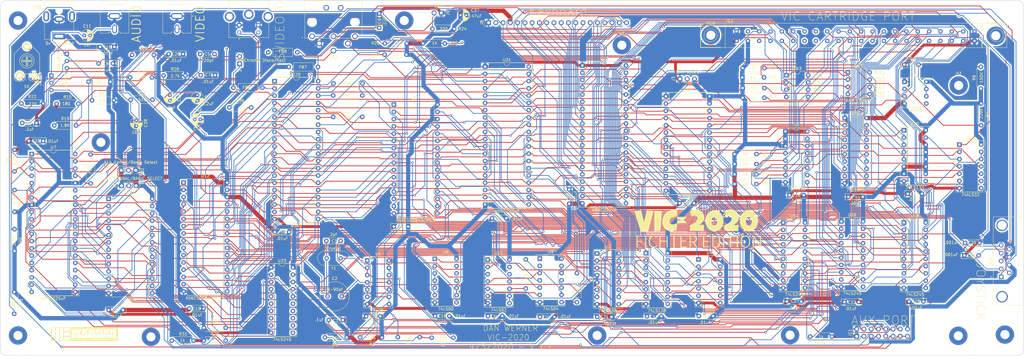
<source format=kicad_pcb>
(kicad_pcb (version 20171130) (host pcbnew "(5.1.5)-3")
  (layers (0 F.Cu signal hide) (31 B.Cu signal hide) (34 B.Paste user) (35 F.Paste user) (36 B.SilkS user) (37 F.SilkS user) (38 B.Mask user) (39 F.Mask user) (44 Edge.Cuts user))
  (net 0 "")
  (net 1 GND)
  (net 2 "Net-(C1-Pad1)")
  (net 3 "Net-(C2-Pad1)")
  (net 4 "Net-(C4-Pad1)")
  (net 5 "Net-(C5-Pad2)")
  (net 6 VICAUDIO)
  (net 7 "Net-(C10-Pad1)")
  (net 8 AUDIOOUT)
  (net 9 POTY)
  (net 10 POTX)
  (net 11 "Net-(J1-Pad2)")
  (net 12 "Net-(J2-Pad2)")
  (net 13 "Net-(J3-Pad2)")
  (net 14 CHROMA)
  (net 15 LUMA)
  (net 16 VIDEOOUT)
  (net 17 ROW0)
  (net 18 ROW1)
  (net 19 ROW2)
  (net 20 ROW3)
  (net 21 ROW4)
  (net 22 ROW5)
  (net 23 ROW6)
  (net 24 ROW7)
  (net 25 COL0)
  (net 26 COL1)
  (net 27 COL2)
  (net 28 COL3)
  (net 29 COL4)
  (net 30 COL5)
  (net 31 COL6)
  (net 32 COL7)
  (net 33 RESTORE)
  (net 34 "Net-(J9-Pad2)")
  (net 35 RDY)
  (net 36 VIA1CB2)
  (net 37 VIA1CB1)
  (net 38 ML)
  (net 39 VIA1CA2)
  (net 40 VP)
  (net 41 VIA1CA1)
  (net 42 SYNC)
  (net 43 PB7)
  (net 44 PA6)
  (net 45 RESET)
  (net 46 A0)
  (net 47 A1)
  (net 48 A2)
  (net 49 A3)
  (net 50 A4)
  (net 51 A5)
  (net 52 A6)
  (net 53 A7)
  (net 54 A8)
  (net 55 A9)
  (net 56 A10)
  (net 57 A11)
  (net 58 A12)
  (net 59 A13)
  (net 60 IO2)
  (net 61 IO3)
  (net 62 SO2)
  (net 63 NMI)
  (net 64 D0)
  (net 65 D1)
  (net 66 D2)
  (net 67 D3)
  (net 68 D4)
  (net 69 D5)
  (net 70 D6)
  (net 71 D7)
  (net 72 RW)
  (net 73 VRW)
  (net 74 IRQ)
  (net 75 "Net-(J13-Pad3)")
  (net 76 SERSRQ)
  (net 77 SERCLKIN)
  (net 78 SERDATAIN)
  (net 79 LPEN)
  (net 80 JOY2)
  (net 81 JOY1)
  (net 82 JOY0)
  (net 83 "Net-(R2-Pad2)")
  (net 84 "Net-(R2-Pad1)")
  (net 85 VICO1)
  (net 86 VICO2)
  (net 87 "Net-(R11-Pad1)")
  (net 88 "Net-(R12-Pad2)")
  (net 89 "Net-(R13-Pad2)")
  (net 90 "Net-(R14-Pad2)")
  (net 91 SO0)
  (net 92 BLK1)
  (net 93 BLK2)
  (net 94 BLK3)
  (net 95 BLK5)
  (net 96 BLK0)
  (net 97 BLK7)
  (net 98 BLK4)
  (net 99 A15)
  (net 100 A14)
  (net 101 BLK6)
  (net 102 "Net-(U3-Pad3)")
  (net 103 SERATNOUT)
  (net 104 SERCLKOUT)
  (net 105 E)
  (net 106 SERDATAOUT)
  (net 107 DATAE)
  (net 108 IO0)
  (net 109 O1)
  (net 110 CSROM)
  (net 111 VA12)
  (net 112 "Net-(U11-Pad6)")
  (net 113 "Net-(U11-Pad1)")
  (net 114 "Net-(U11-Pad4)")
  (net 115 COLOR)
  (net 116 CSRAM)
  (net 117 BD2)
  (net 118 BD1)
  (net 119 BD0)
  (net 120 VA13)
  (net 121 VA0)
  (net 122 VA8)
  (net 123 VA1)
  (net 124 VA9)
  (net 125 VA2)
  (net 126 VA11)
  (net 127 VA3)
  (net 128 VA4)
  (net 129 VA10)
  (net 130 VA5)
  (net 131 VA6)
  (net 132 BD7)
  (net 133 VA7)
  (net 134 BD6)
  (net 135 BD5)
  (net 136 BD4)
  (net 137 BD3)
  (net 138 CENB)
  (net 139 PB5)
  (net 140 VD10)
  (net 141 VD9)
  (net 142 VD8)
  (net 143 PB3)
  (net 144 PB1)
  (net 145 PB0)
  (net 146 VD15)
  (net 147 VD14)
  (net 148 PB2)
  (net 149 VD13)
  (net 150 PB4)
  (net 151 VD12)
  (net 152 PB6)
  (net 153 VD11)
  (net 154 "Net-(C2-Pad2)")
  (net 155 "Net-(C6-Pad1)")
  (net 156 "Net-(C38-Pad1)")
  (net 157 "Net-(C11-Pad1)")
  (net 158 "Net-(C39-Pad2)")
  (net 159 "Net-(C39-Pad1)")
  (net 160 "Net-(FB1-Pad2)")
  (net 161 "Net-(FB1-Pad1)")
  (net 162 "Net-(FB2-Pad2)")
  (net 163 "Net-(FB3-Pad2)")
  (net 164 "Net-(FB4-Pad1)")
  (net 165 "Net-(FB5-Pad1)")
  (net 166 "Net-(FB6-Pad1)")
  (net 167 "Net-(U8-Pad3)")
  (net 168 "Net-(U10-Pad9)")
  (net 169 MA15)
  (net 170 MA13)
  (net 171 MA14)
  (net 172 CHRROM)
  (net 173 VIDRAM)
  (net 174 "Net-(U18-Pad19)")
  (net 175 VCC)
  (net 176 "Net-(U24-Pad8)")
  (net 177 SVIDC)
  (net 178 "Net-(FB2-Pad1)")
  (net 179 CPU02)
  (net 180 "Net-(C40-Pad1)")
  (net 181 "Net-(FB9-Pad1)")
  (net 182 CBLK1)
  (net 183 CBLK2)
  (net 184 CBLK3)
  (net 185 CBLK5)
  (net 186 "Net-(R16-Pad1)")
  (module logo:we_vsmall_neg (layer F.Cu) (at 64.74 203.22)
    (fp_text reference G*** hide)
    (fp_text value LOGO hide)
  )
  (module logo:viclogo (layer F.Cu) (at 279.07 166.28)
    (fp_text reference G*** hide)
    (fp_text value LOGO hide)
  )
  (module logo:vic20cartridge1 (layer F.Cu) (at 292.7 97.3)
    (fp_text reference J12 (at -2.5 -3.7) (layer F.SilkS))
    (fp_text value Conn_02x22_Row_Letter_First)
    (pad b1 thru_hole circle (at 83.16 0) (size 1.524 1.524) (drill 0.762) (layers *.Cu *.Mask) (net 1 GND))
    (pad b2 thru_hole circle (at 79.2 0) (size 1.524 1.524) (drill 0.762) (layers *.Cu *.Mask) (net 46 A0))
    (pad b3 thru_hole circle (at 75.24 0) (size 1.524 1.524) (drill 0.762) (layers *.Cu *.Mask) (net 47 A1))
    (pad b4 thru_hole circle (at 71.28 0) (size 1.524 1.524) (drill 0.762) (layers *.Cu *.Mask) (net 48 A2))
    (pad b5 thru_hole circle (at 67.32 0) (size 1.524 1.524) (drill 0.762) (layers *.Cu *.Mask) (net 49 A3))
    (pad b6 thru_hole circle (at 63.36 0) (size 1.524 1.524) (drill 0.762) (layers *.Cu *.Mask) (net 50 A4))
    (pad b7 thru_hole circle (at 59.4 0) (size 1.524 1.524) (drill 0.762) (layers *.Cu *.Mask) (net 51 A5))
    (pad b8 thru_hole circle (at 55.44 0) (size 1.524 1.524) (drill 0.762) (layers *.Cu *.Mask) (net 52 A6))
    (pad b9 thru_hole circle (at 51.48 0) (size 1.524 1.524) (drill 0.762) (layers *.Cu *.Mask) (net 53 A7))
    (pad b10 thru_hole circle (at 47.52 0) (size 1.524 1.524) (drill 0.762) (layers *.Cu *.Mask) (net 54 A8))
    (pad b11 thru_hole circle (at 43.56 0) (size 1.524 1.524) (drill 0.762) (layers *.Cu *.Mask) (net 55 A9))
    (pad b12 thru_hole circle (at 39.6 0) (size 1.524 1.524) (drill 0.762) (layers *.Cu *.Mask) (net 56 A10))
    (pad b13 thru_hole circle (at 35.64 0) (size 1.524 1.524) (drill 0.762) (layers *.Cu *.Mask) (net 57 A11))
    (pad b14 thru_hole circle (at 31.68 0) (size 1.524 1.524) (drill 0.762) (layers *.Cu *.Mask) (net 58 A12))
    (pad b15 thru_hole circle (at 27.72 0) (size 1.524 1.524) (drill 0.762) (layers *.Cu *.Mask) (net 59 A13))
    (pad b16 thru_hole circle (at 23.76 0) (size 1.524 1.524) (drill 0.762) (layers *.Cu *.Mask) (net 60 IO2))
    (pad b17 thru_hole circle (at 19.8 0) (size 1.524 1.524) (drill 0.762) (layers *.Cu *.Mask) (net 61 IO3))
    (pad b18 thru_hole circle (at 15.84 0) (size 1.524 1.524) (drill 0.762) (layers *.Cu *.Mask) (net 62 SO2))
    (pad b19 thru_hole circle (at 11.88 0) (size 1.524 1.524) (drill 0.762) (layers *.Cu *.Mask) (net 63 NMI))
    (pad b20 thru_hole circle (at 7.92 0) (size 1.524 1.524) (drill 0.762) (layers *.Cu *.Mask) (net 45 RESET))
    (pad b21 thru_hole circle (at 3.96 0) (size 1.524 1.524) (drill 0.762) (layers *.Cu *.Mask))
    (pad b22 thru_hole circle (at 0 0) (size 1.524 1.524) (drill 0.762) (layers *.Cu *.Mask) (net 1 GND))
    (pad a1 thru_hole rect (at 83.16 3.3) (size 1.524 1.524) (drill 0.762) (layers *.Cu *.Mask) (net 1 GND))
    (pad a2 thru_hole circle (at 79.2 3.3) (size 1.524 1.524) (drill 0.762) (layers *.Cu *.Mask) (net 64 D0))
    (pad a3 thru_hole circle (at 75.24 3.3) (size 1.524 1.524) (drill 0.762) (layers *.Cu *.Mask) (net 65 D1))
    (pad a4 thru_hole circle (at 71.28 3.3) (size 1.524 1.524) (drill 0.762) (layers *.Cu *.Mask) (net 66 D2))
    (pad a5 thru_hole circle (at 67.32 3.3) (size 1.524 1.524) (drill 0.762) (layers *.Cu *.Mask) (net 67 D3))
    (pad a6 thru_hole circle (at 63.36 3.3) (size 1.524 1.524) (drill 0.762) (layers *.Cu *.Mask) (net 68 D4))
    (pad a7 thru_hole circle (at 59.4 3.3) (size 1.524 1.524) (drill 0.762) (layers *.Cu *.Mask) (net 69 D5))
    (pad a8 thru_hole circle (at 55.44 3.3) (size 1.524 1.524) (drill 0.762) (layers *.Cu *.Mask) (net 70 D6))
    (pad a9 thru_hole circle (at 51.48 3.3) (size 1.524 1.524) (drill 0.762) (layers *.Cu *.Mask) (net 71 D7))
    (pad a10 thru_hole circle (at 47.52 3.3) (size 1.524 1.524) (drill 0.762) (layers *.Cu *.Mask) (net 182 CBLK1))
    (pad a11 thru_hole circle (at 43.56 3.3) (size 1.524 1.524) (drill 0.762) (layers *.Cu *.Mask) (net 183 CBLK2))
    (pad a12 thru_hole circle (at 39.6 3.3) (size 1.524 1.524) (drill 0.762) (layers *.Cu *.Mask) (net 184 CBLK3))
    (pad a13 thru_hole circle (at 35.64 3.3) (size 1.524 1.524) (drill 0.762) (layers *.Cu *.Mask) (net 185 CBLK5))
    (pad a14 thru_hole circle (at 31.68 3.3) (size 1.524 1.524) (drill 0.762) (layers *.Cu *.Mask))
    (pad a15 thru_hole circle (at 27.72 3.3) (size 1.524 1.524) (drill 0.762) (layers *.Cu *.Mask))
    (pad a16 thru_hole circle (at 23.76 3.3) (size 1.524 1.524) (drill 0.762) (layers *.Cu *.Mask))
    (pad a17 thru_hole circle (at 19.8 3.3) (size 1.524 1.524) (drill 0.762) (layers *.Cu *.Mask) (net 73 VRW))
    (pad a18 thru_hole circle (at 15.84 3.3) (size 1.524 1.524) (drill 0.762) (layers *.Cu *.Mask) (net 72 RW))
    (pad a19 thru_hole circle (at 11.88 3.3) (size 1.524 1.524) (drill 0.762) (layers *.Cu *.Mask) (net 74 IRQ))
    (pad a20 thru_hole circle (at 7.92 3.3) (size 1.524 1.524) (drill 0.762) (layers *.Cu *.Mask))
    (pad a21 thru_hole circle (at 3.96 3.3) (size 1.524 1.524) (drill 0.762) (layers *.Cu *.Mask) (net 175 VCC))
    (pad a22 thru_hole circle (at 0 3.3) (size 1.524 1.524) (drill 0.762) (layers *.Cu *.Mask) (net 1 GND))
  )
  (module Resistor_THT:R_Axial_DIN0207_L6.3mm_D2.5mm_P7.62mm_Horizontal (layer F.Cu) (at 115.4 123.9)
    (fp_text reference R36 (at 3.81 -2.37) (layer F.SilkS))
    (fp_text value 75 (at 4.4 0.1) (layer F.SilkS))
    (pad 2 thru_hole oval (at 7.62 0) (size 1.6 1.6) (drill 0.8) (layers *.Cu *.Mask) (net 180 "Net-(C40-Pad1)"))
    (pad 1 thru_hole circle (at 0 0) (size 1.6 1.6) (drill 0.8) (layers *.Cu *.Mask) (net 177 SVIDC))
  )
  (module Resistor_THT:R_Axial_DIN0207_L6.3mm_D2.5mm_P7.62mm_Horizontal (layer F.Cu) (at 292 150.7)
    (fp_text reference R35 (at 10.8 -0.1) (layer F.SilkS))
    (fp_text value 1K (at 3.8 0.1) (layer F.SilkS))
    (pad 2 thru_hole oval (at 7.62 0) (size 1.6 1.6) (drill 0.8) (layers *.Cu *.Mask) (net 185 CBLK5))
    (pad 1 thru_hole circle (at 0 0) (size 1.6 1.6) (drill 0.8) (layers *.Cu *.Mask) (net 175 VCC))
  )
  (module Resistor_THT:R_Axial_DIN0207_L6.3mm_D2.5mm_P7.62mm_Horizontal (layer F.Cu) (at 292 147.3)
    (fp_text reference R34 (at 11.1 0) (layer F.SilkS))
    (fp_text value 1K (at 3.8 0) (layer F.SilkS))
    (pad 2 thru_hole oval (at 7.62 0) (size 1.6 1.6) (drill 0.8) (layers *.Cu *.Mask) (net 184 CBLK3))
    (pad 1 thru_hole circle (at 0 0) (size 1.6 1.6) (drill 0.8) (layers *.Cu *.Mask) (net 175 VCC))
  )
  (module Resistor_THT:R_Axial_DIN0207_L6.3mm_D2.5mm_P7.62mm_Horizontal (layer F.Cu) (at 292.015 143.7)
    (fp_text reference R33 (at 10.984801 -0.2) (layer F.SilkS))
    (fp_text value 1K (at 3.784801 0) (layer F.SilkS))
    (pad 2 thru_hole oval (at 7.62 0) (size 1.6 1.6) (drill 0.8) (layers *.Cu *.Mask) (net 183 CBLK2))
    (pad 1 thru_hole circle (at 0 0) (size 1.6 1.6) (drill 0.8) (layers *.Cu *.Mask) (net 175 VCC))
  )
  (module Resistor_THT:R_Axial_DIN0207_L6.3mm_D2.5mm_P7.62mm_Horizontal (layer F.Cu) (at 292 140.2)
    (fp_text reference R32 (at 11 0.1) (layer F.SilkS))
    (fp_text value 1K (at 3.8 0.1) (layer F.SilkS))
    (pad 2 thru_hole oval (at 7.62 0) (size 1.6 1.6) (drill 0.8) (layers *.Cu *.Mask) (net 182 CBLK1))
    (pad 1 thru_hole circle (at 0 0) (size 1.6 1.6) (drill 0.8) (layers *.Cu *.Mask) (net 175 VCC))
  )
  (module Capacitor_THT:CP_Radial_D4.0mm_P2.00mm (layer F.Cu) (at 105.3 128.1 180)
    (fp_text reference C40 (at 1 -3.25) (layer F.SilkS))
    (fp_text value .1uf (at 1 3.25) (layer F.SilkS))
    (pad 2 thru_hole circle (at 2 0 180) (size 1.2 1.2) (drill 0.6) (layers *.Cu *.Mask) (net 14 CHROMA))
    (pad 1 thru_hole rect (at 0 0 180) (size 1.2 1.2) (drill 0.6) (layers *.Cu *.Mask) (net 180 "Net-(C40-Pad1)"))
  )
  (module Capacitor_THT:C_Rect_L7.0mm_W2.0mm_P5.00mm (layer F.Cu) (at 154.3 170.6 180)
    (fp_text reference C3 (at 2.2 -0.1) (layer F.SilkS))
    (fp_text value 2pf (at 2.5 2.25) (layer F.SilkS))
    (pad 2 thru_hole circle (at 5 0 180) (size 1.6 1.6) (drill 0.8) (layers *.Cu *.Mask) (net 3 "Net-(C2-Pad1)"))
    (pad 1 thru_hole circle (at 0 0 180) (size 1.6 1.6) (drill 0.8) (layers *.Cu *.Mask) (net 154 "Net-(C2-Pad2)"))
  )
  (module Package_DIP:DIP-14_W7.62mm_Socket (layer F.Cu) (at 223.9 176.8)
    (fp_text reference U9 (at 3.81 -2.33) (layer F.SilkS))
    (fp_text value 74LS04 (at 3.81 17.57) (layer F.SilkS))
    (pad 14 thru_hole oval (at 7.62 0) (size 1.6 1.6) (drill 0.8) (layers *.Cu *.Mask) (net 175 VCC))
    (pad 7 thru_hole oval (at 0 15.24) (size 1.6 1.6) (drill 0.8) (layers *.Cu *.Mask) (net 1 GND))
    (pad 13 thru_hole oval (at 7.62 2.54) (size 1.6 1.6) (drill 0.8) (layers *.Cu *.Mask) (net 176 "Net-(U24-Pad8)"))
    (pad 6 thru_hole oval (at 0 12.7) (size 1.6 1.6) (drill 0.8) (layers *.Cu *.Mask) (net 112 "Net-(U11-Pad6)"))
    (pad 12 thru_hole oval (at 7.62 5.08) (size 1.6 1.6) (drill 0.8) (layers *.Cu *.Mask) (net 172 CHRROM))
    (pad 5 thru_hole oval (at 0 10.16) (size 1.6 1.6) (drill 0.8) (layers *.Cu *.Mask) (net 113 "Net-(U11-Pad1)"))
    (pad 11 thru_hole oval (at 7.62 7.62) (size 1.6 1.6) (drill 0.8) (layers *.Cu *.Mask))
    (pad 4 thru_hole oval (at 0 7.62) (size 1.6 1.6) (drill 0.8) (layers *.Cu *.Mask) (net 73 VRW))
    (pad 10 thru_hole oval (at 7.62 10.16) (size 1.6 1.6) (drill 0.8) (layers *.Cu *.Mask))
    (pad 3 thru_hole oval (at 0 5.08) (size 1.6 1.6) (drill 0.8) (layers *.Cu *.Mask) (net 114 "Net-(U11-Pad4)"))
    (pad 9 thru_hole oval (at 7.62 12.7) (size 1.6 1.6) (drill 0.8) (layers *.Cu *.Mask) (net 161 "Net-(FB1-Pad1)"))
    (pad 2 thru_hole oval (at 0 2.54) (size 1.6 1.6) (drill 0.8) (layers *.Cu *.Mask))
    (pad 8 thru_hole oval (at 7.62 15.24) (size 1.6 1.6) (drill 0.8) (layers *.Cu *.Mask) (net 162 "Net-(FB2-Pad2)"))
    (pad 1 thru_hole rect (at 0 0) (size 1.6 1.6) (drill 0.8) (layers *.Cu *.Mask))
  )
  (module Connector_Dsub:DSUB-9_Male_Horizontal_P2.77x2.84mm_EdgePinOffset4.94mm_Housed_MountingHolesOffset7.48mm (layer F.Cu) (at 385.2 183.2 90)
    (fp_text reference J14 (at 5.54 -3.7 90) (layer F.SilkS))
    (fp_text value "Joystick 1")
    (pad 0 thru_hole circle (at 18.04 0.3 90) (size 4 4) (drill 3.2) (layers *.Cu *.Mask))
    (pad 0 thru_hole circle (at -6.96 0.3 90) (size 4 4) (drill 3.2) (layers *.Cu *.Mask))
    (pad 9 thru_hole circle (at 9.695 2.84 90) (size 1.6 1.6) (drill 1) (layers *.Cu *.Mask) (net 10 POTX))
    (pad 8 thru_hole circle (at 6.925 2.84 90) (size 1.6 1.6) (drill 1) (layers *.Cu *.Mask) (net 1 GND))
    (pad 7 thru_hole circle (at 4.155 2.84 90) (size 1.6 1.6) (drill 1) (layers *.Cu *.Mask) (net 175 VCC))
    (pad 6 thru_hole circle (at 1.385 2.84 90) (size 1.6 1.6) (drill 1) (layers *.Cu *.Mask) (net 79 LPEN))
    (pad 5 thru_hole circle (at 11.08 0 90) (size 1.6 1.6) (drill 1) (layers *.Cu *.Mask) (net 9 POTY))
    (pad 4 thru_hole circle (at 8.31 0 90) (size 1.6 1.6) (drill 1) (layers *.Cu *.Mask) (net 32 COL7))
    (pad 3 thru_hole circle (at 5.54 0 90) (size 1.6 1.6) (drill 1) (layers *.Cu *.Mask) (net 80 JOY2))
    (pad 2 thru_hole circle (at 2.77 0 90) (size 1.6 1.6) (drill 1) (layers *.Cu *.Mask) (net 81 JOY1))
    (pad 1 thru_hole rect (at 0 0 90) (size 1.6 1.6) (drill 1) (layers *.Cu *.Mask) (net 82 JOY0))
  )
  (module Package_DIP:DIP-14_W7.62mm_Socket (layer F.Cu) (at 370.6 136.9)
    (fp_text reference U24 (at 3.9 -2.3) (layer F.SilkS))
    (fp_text value 74ALS32 (at 3.81 17.57) (layer F.SilkS))
    (pad 14 thru_hole oval (at 7.62 0) (size 1.6 1.6) (drill 0.8) (layers *.Cu *.Mask) (net 175 VCC))
    (pad 7 thru_hole oval (at 0 15.24) (size 1.6 1.6) (drill 0.8) (layers *.Cu *.Mask) (net 1 GND))
    (pad 13 thru_hole oval (at 7.62 2.54) (size 1.6 1.6) (drill 0.8) (layers *.Cu *.Mask) (net 178 "Net-(FB2-Pad1)"))
    (pad 6 thru_hole oval (at 0 12.7) (size 1.6 1.6) (drill 0.8) (layers *.Cu *.Mask) (net 174 "Net-(U18-Pad19)"))
    (pad 12 thru_hole oval (at 7.62 5.08) (size 1.6 1.6) (drill 0.8) (layers *.Cu *.Mask) (net 178 "Net-(FB2-Pad1)"))
    (pad 5 thru_hole oval (at 0 10.16) (size 1.6 1.6) (drill 0.8) (layers *.Cu *.Mask) (net 115 COLOR))
    (pad 11 thru_hole oval (at 7.62 7.62) (size 1.6 1.6) (drill 0.8) (layers *.Cu *.Mask) (net 62 SO2))
    (pad 4 thru_hole oval (at 0 7.62) (size 1.6 1.6) (drill 0.8) (layers *.Cu *.Mask) (net 105 E))
    (pad 10 thru_hole oval (at 7.62 10.16) (size 1.6 1.6) (drill 0.8) (layers *.Cu *.Mask) (net 111 VA12))
    (pad 3 thru_hole oval (at 0 5.08) (size 1.6 1.6) (drill 0.8) (layers *.Cu *.Mask) (net 173 VIDRAM))
    (pad 9 thru_hole oval (at 7.62 12.7) (size 1.6 1.6) (drill 0.8) (layers *.Cu *.Mask) (net 120 VA13))
    (pad 2 thru_hole oval (at 0 2.54) (size 1.6 1.6) (drill 0.8) (layers *.Cu *.Mask) (net 172 CHRROM))
    (pad 8 thru_hole oval (at 7.62 15.24) (size 1.6 1.6) (drill 0.8) (layers *.Cu *.Mask) (net 176 "Net-(U24-Pad8)"))
    (pad 1 thru_hole rect (at 0 0) (size 1.6 1.6) (drill 0.8) (layers *.Cu *.Mask) (net 91 SO0))
  )
  (module Package_DIP:DIP-14_W7.62mm_Socket (layer F.Cu) (at 187.2 176.9)
    (fp_text reference U8 (at 3.81 -2.33) (layer F.SilkS))
    (fp_text value 74LS00 (at 3.81 17.57) (layer F.SilkS))
    (pad 14 thru_hole oval (at 7.62 0) (size 1.6 1.6) (drill 0.8) (layers *.Cu *.Mask) (net 175 VCC))
    (pad 7 thru_hole oval (at 0 15.24) (size 1.6 1.6) (drill 0.8) (layers *.Cu *.Mask) (net 1 GND))
    (pad 13 thru_hole oval (at 7.62 2.54) (size 1.6 1.6) (drill 0.8) (layers *.Cu *.Mask))
    (pad 6 thru_hole oval (at 0 12.7) (size 1.6 1.6) (drill 0.8) (layers *.Cu *.Mask) (net 110 CSROM))
    (pad 12 thru_hole oval (at 7.62 5.08) (size 1.6 1.6) (drill 0.8) (layers *.Cu *.Mask))
    (pad 5 thru_hole oval (at 0 10.16) (size 1.6 1.6) (drill 0.8) (layers *.Cu *.Mask) (net 167 "Net-(U8-Pad3)"))
    (pad 11 thru_hole oval (at 7.62 7.62) (size 1.6 1.6) (drill 0.8) (layers *.Cu *.Mask))
    (pad 4 thru_hole oval (at 0 7.62) (size 1.6 1.6) (drill 0.8) (layers *.Cu *.Mask) (net 167 "Net-(U8-Pad3)"))
    (pad 10 thru_hole oval (at 7.62 10.16) (size 1.6 1.6) (drill 0.8) (layers *.Cu *.Mask) (net 168 "Net-(U10-Pad9)"))
    (pad 3 thru_hole oval (at 0 5.08) (size 1.6 1.6) (drill 0.8) (layers *.Cu *.Mask) (net 167 "Net-(U8-Pad3)"))
    (pad 9 thru_hole oval (at 7.62 12.7) (size 1.6 1.6) (drill 0.8) (layers *.Cu *.Mask) (net 168 "Net-(U10-Pad9)"))
    (pad 2 thru_hole oval (at 0 2.54) (size 1.6 1.6) (drill 0.8) (layers *.Cu *.Mask) (net 97 BLK7))
    (pad 8 thru_hole oval (at 7.62 15.24) (size 1.6 1.6) (drill 0.8) (layers *.Cu *.Mask) (net 116 CSRAM))
    (pad 1 thru_hole rect (at 0 0) (size 1.6 1.6) (drill 0.8) (layers *.Cu *.Mask) (net 101 BLK6))
  )
  (module Resistor_THT:R_Axial_DIN0207_L6.3mm_D2.5mm_P7.62mm_Horizontal (layer F.Cu) (at 102.9 205.5 180)
    (fp_text reference R31 (at 3.6 2.3) (layer F.SilkS))
    (fp_text value 1k (at 3.9 0.1) (layer F.SilkS))
    (pad 2 thru_hole oval (at 7.62 0 180) (size 1.6 1.6) (drill 0.8) (layers *.Cu *.Mask) (net 169 MA15))
    (pad 1 thru_hole circle (at 0 0 180) (size 1.6 1.6) (drill 0.8) (layers *.Cu *.Mask) (net 1 GND))
  )
  (module Resistor_THT:R_Axial_DIN0207_L6.3mm_D2.5mm_P7.62mm_Horizontal (layer F.Cu) (at 106.5 201)
    (fp_text reference R30 (at 3.81 -2.37) (layer F.SilkS))
    (fp_text value 1k (at 3.8 0.1) (layer F.SilkS))
    (pad 2 thru_hole oval (at 7.62 0) (size 1.6 1.6) (drill 0.8) (layers *.Cu *.Mask) (net 171 MA14))
    (pad 1 thru_hole circle (at 0 0) (size 1.6 1.6) (drill 0.8) (layers *.Cu *.Mask) (net 1 GND))
  )
  (module Resistor_THT:R_Axial_DIN0207_L6.3mm_D2.5mm_P7.62mm_Horizontal (layer F.Cu) (at 106.5 205.5)
    (fp_text reference R29 (at 3.81 -2.37) (layer F.SilkS))
    (fp_text value 1k (at 3.8 0.2) (layer F.SilkS))
    (pad 2 thru_hole oval (at 7.62 0) (size 1.6 1.6) (drill 0.8) (layers *.Cu *.Mask) (net 170 MA13))
    (pad 1 thru_hole circle (at 0 0) (size 1.6 1.6) (drill 0.8) (layers *.Cu *.Mask) (net 1 GND))
  )
  (module Resistor_THT:R_Axial_DIN0207_L6.3mm_D2.5mm_P7.62mm_Horizontal (layer F.Cu) (at 326.02 204.1 180)
    (fp_text reference R28 (at 3.81 -2.37) (layer F.SilkS))
    (fp_text value 1k (at 3.81 0) (layer F.SilkS))
    (pad 2 thru_hole oval (at 7.62 0 180) (size 1.6 1.6) (drill 0.8) (layers *.Cu *.Mask) (net 138 CENB))
    (pad 1 thru_hole circle (at 0 0 180) (size 1.6 1.6) (drill 0.8) (layers *.Cu *.Mask) (net 1 GND))
  )
  (module RCA:CUI_RCJ-041-reversepins (layer F.Cu) (at 97.1 87.9 90)
    (fp_text reference J7 (at -6.81755 -6.68944 90) (layer F.SilkS) (effects (font (size 1.008205 1.008205) (thickness 0.015))))
    (fp_text value "Video Out")
    (fp_line (start -1.7 -5.15) (end -1.7 -3.35) (layer Edge.Cuts) (width 0.001))
    (fp_line (start -1.7 -3.35) (end 0 -3.35) (layer Edge.Cuts) (width 0.001))
    (fp_line (start 0 -3.35) (end 0 -5.15) (layer Edge.Cuts) (width 0.001))
    (fp_line (start 0 -5.15) (end -1.7 -5.15) (layer Edge.Cuts) (width 0.001))
    (fp_line (start -1.7 3.35) (end -1.7 5.15) (layer Edge.Cuts) (width 0.001))
    (fp_line (start -1.7 5.15) (end 0 5.15) (layer Edge.Cuts) (width 0.001))
    (fp_line (start 0 5.15) (end 0 3.35) (layer Edge.Cuts) (width 0.001))
    (fp_line (start 0 3.35) (end -1.7 3.35) (layer Edge.Cuts) (width 0.001))
    (pad 2 thru_hole oval (at -4 0 90) (size 2.1 4.2) (drill oval 1.3 3.4) (layers *.Cu *.Mask) (net 1 GND))
    (pad 1 thru_hole oval (at -8.5 0 90) (size 3.1 1.55) (drill oval 2.3 1) (layers *.Cu *.Mask) (net 16 VIDEOOUT))
  )
  (module RCA:CUI_RCJ-041-reversepins (layer F.Cu) (at 75.3 87.9 90)
    (fp_text reference J6 (at -6.81755 -6.68944 90) (layer F.SilkS) (effects (font (size 1.008205 1.008205) (thickness 0.015))))
    (fp_text value "Audio Out")
    (fp_line (start -1.7 -5.15) (end -1.7 -3.35) (layer Edge.Cuts) (width 0.001))
    (fp_line (start -1.7 -3.35) (end 0 -3.35) (layer Edge.Cuts) (width 0.001))
    (fp_line (start 0 -3.35) (end 0 -5.15) (layer Edge.Cuts) (width 0.001))
    (fp_line (start 0 -5.15) (end -1.7 -5.15) (layer Edge.Cuts) (width 0.001))
    (fp_line (start -1.7 3.35) (end -1.7 5.15) (layer Edge.Cuts) (width 0.001))
    (fp_line (start -1.7 5.15) (end 0 5.15) (layer Edge.Cuts) (width 0.001))
    (fp_line (start 0 5.15) (end 0 3.35) (layer Edge.Cuts) (width 0.001))
    (fp_line (start 0 3.35) (end -1.7 3.35) (layer Edge.Cuts) (width 0.001))
    (pad 2 thru_hole oval (at -4 0 90) (size 2.1 4.2) (drill oval 1.3 3.4) (layers *.Cu *.Mask) (net 1 GND))
    (pad 1 thru_hole oval (at -8.5 0 90) (size 3.1 1.55) (drill oval 2.3 1) (layers *.Cu *.Mask) (net 8 AUDIOOUT))
  )
  (module Package_DIP:DIP-20_W7.62mm_Socket (layer F.Cu) (at 130 179.9)
    (fp_text reference U23 (at 3.81 -2.33) (layer F.SilkS))
    (fp_text value 74LS245 (at 3.81 25.19) (layer F.SilkS))
    (pad 20 thru_hole oval (at 7.62 0) (size 1.6 1.6) (drill 0.8) (layers *.Cu *.Mask) (net 175 VCC))
    (pad 10 thru_hole oval (at 0 22.86) (size 1.6 1.6) (drill 0.8) (layers *.Cu *.Mask) (net 1 GND))
    (pad 19 thru_hole oval (at 7.62 2.54) (size 1.6 1.6) (drill 0.8) (layers *.Cu *.Mask) (net 105 E))
    (pad 9 thru_hole oval (at 0 20.32) (size 1.6 1.6) (drill 0.8) (layers *.Cu *.Mask))
    (pad 18 thru_hole oval (at 7.62 5.08) (size 1.6 1.6) (drill 0.8) (layers *.Cu *.Mask) (net 59 A13))
    (pad 8 thru_hole oval (at 0 17.78) (size 1.6 1.6) (drill 0.8) (layers *.Cu *.Mask))
    (pad 17 thru_hole oval (at 7.62 7.62) (size 1.6 1.6) (drill 0.8) (layers *.Cu *.Mask) (net 100 A14))
    (pad 7 thru_hole oval (at 0 15.24) (size 1.6 1.6) (drill 0.8) (layers *.Cu *.Mask))
    (pad 16 thru_hole oval (at 7.62 10.16) (size 1.6 1.6) (drill 0.8) (layers *.Cu *.Mask) (net 99 A15))
    (pad 6 thru_hole oval (at 0 12.7) (size 1.6 1.6) (drill 0.8) (layers *.Cu *.Mask))
    (pad 15 thru_hole oval (at 7.62 12.7) (size 1.6 1.6) (drill 0.8) (layers *.Cu *.Mask))
    (pad 5 thru_hole oval (at 0 10.16) (size 1.6 1.6) (drill 0.8) (layers *.Cu *.Mask))
    (pad 14 thru_hole oval (at 7.62 15.24) (size 1.6 1.6) (drill 0.8) (layers *.Cu *.Mask))
    (pad 4 thru_hole oval (at 0 7.62) (size 1.6 1.6) (drill 0.8) (layers *.Cu *.Mask) (net 169 MA15))
    (pad 13 thru_hole oval (at 7.62 17.78) (size 1.6 1.6) (drill 0.8) (layers *.Cu *.Mask))
    (pad 3 thru_hole oval (at 0 5.08) (size 1.6 1.6) (drill 0.8) (layers *.Cu *.Mask) (net 171 MA14))
    (pad 12 thru_hole oval (at 7.62 20.32) (size 1.6 1.6) (drill 0.8) (layers *.Cu *.Mask))
    (pad 2 thru_hole oval (at 0 2.54) (size 1.6 1.6) (drill 0.8) (layers *.Cu *.Mask) (net 170 MA13))
    (pad 11 thru_hole oval (at 7.62 22.86) (size 1.6 1.6) (drill 0.8) (layers *.Cu *.Mask))
    (pad 1 thru_hole rect (at 0 0) (size 1.6 1.6) (drill 0.8) (layers *.Cu *.Mask) (net 1 GND))
  )
  (module Capacitor_THT:C_Radial_D10.0mm_H12.5mm_P5.00mm (layer F.Cu) (at 149.7 190)
    (fp_text reference C2 (at 2.5 -6.25) (layer F.SilkS))
    (fp_text value 8-90pf (at 2.6 -2.4) (layer F.SilkS))
    (pad 2 thru_hole circle (at 5 0) (size 1.6 1.6) (drill 0.8) (layers *.Cu *.Mask) (net 154 "Net-(C2-Pad2)"))
    (pad 1 thru_hole circle (at 0 0) (size 1.6 1.6) (drill 0.8) (layers *.Cu *.Mask) (net 3 "Net-(C2-Pad1)"))
  )
  (module Package_TO_SOT_THT:TO-92_Inline_Wide (layer F.Cu) (at 53.2 112.76 270)
    (fp_text reference Q1 (at 2.54 -3.56 90) (layer F.SilkS))
    (fp_text value 2sc1959 (at 2.34 -5.1 90) (layer F.SilkS))
    (pad 1 thru_hole rect (at 0 0) (size 1.5 1.5) (drill 0.8) (layers *.Cu *.Mask) (net 16 VIDEOOUT))
    (pad 3 thru_hole circle (at 5.08 0) (size 1.5 1.5) (drill 0.8) (layers *.Cu *.Mask) (net 159 "Net-(C39-Pad1)"))
    (pad 2 thru_hole circle (at 2.54 0) (size 1.5 1.5) (drill 0.8) (layers *.Cu *.Mask) (net 156 "Net-(C38-Pad1)"))
  )
  (module Package_TO_SOT_THT:TO-92_Inline_Wide (layer F.Cu) (at 58.6 105.1 270)
    (fp_text reference Q2 (at 2.54 -3.56 90) (layer F.SilkS))
    (fp_text value 2SC1815 (at 2.54 2.79 90) (layer F.SilkS))
    (pad 1 thru_hole rect (at 0 0) (size 1.5 1.5) (drill 0.8) (layers *.Cu *.Mask) (net 157 "Net-(C11-Pad1)"))
    (pad 3 thru_hole circle (at 5.08 0) (size 1.5 1.5) (drill 0.8) (layers *.Cu *.Mask) (net 7 "Net-(C10-Pad1)"))
    (pad 2 thru_hole circle (at 2.54 0) (size 1.5 1.5) (drill 0.8) (layers *.Cu *.Mask) (net 156 "Net-(C38-Pad1)"))
  )
  (module Inductor_THT:L_Axial_L6.6mm_D2.7mm_P10.16mm_Horizontal_Vishay_IM-2 (layer F.Cu) (at 116.8 117)
    (fp_text reference FB9 (at 4.6 -0.1) (layer F.SilkS))
    (fp_text value Ferrite_Bead_Small)
    (pad 2 thru_hole oval (at 10.16 0) (size 1.6 1.6) (drill 0.8) (layers *.Cu *.Mask) (net 14 CHROMA))
    (pad 1 thru_hole circle (at 0 0) (size 1.6 1.6) (drill 0.8) (layers *.Cu *.Mask) (net 181 "Net-(FB9-Pad1)"))
  )
  (module Inductor_THT:L_Axial_L6.6mm_D2.7mm_P10.16mm_Horizontal_Vishay_IM-2 (layer F.Cu) (at 129 104.6)
    (fp_text reference FB8 (at 5.08 -0.3) (layer F.SilkS))
    (fp_text value Ferrite_Bead_Small)
    (pad 2 thru_hole oval (at 10.16 0) (size 1.6 1.6) (drill 0.8) (layers *.Cu *.Mask) (net 155 "Net-(C6-Pad1)"))
    (pad 1 thru_hole circle (at 0 0) (size 1.6 1.6) (drill 0.8) (layers *.Cu *.Mask) (net 156 "Net-(C38-Pad1)"))
  )
  (module Inductor_THT:L_Axial_L6.6mm_D2.7mm_P10.16mm_Horizontal_Vishay_IM-2 (layer F.Cu) (at 136.2 109.7)
    (fp_text reference FB7 (at 4.9 0.1) (layer F.SilkS))
    (fp_text value " ")
    (pad 2 thru_hole oval (at 10.16 0) (size 1.6 1.6) (drill 0.8) (layers *.Cu *.Mask) (net 155 "Net-(C6-Pad1)"))
    (pad 1 thru_hole circle (at 0 0) (size 1.6 1.6) (drill 0.8) (layers *.Cu *.Mask) (net 175 VCC))
  )
  (module Inductor_THT:L_Axial_L6.6mm_D2.7mm_P10.16mm_Horizontal_Vishay_IM-2 (layer F.Cu) (at 151.7 127.2)
    (fp_text reference FB6 (at 5.5 0.2) (layer F.SilkS))
    (fp_text value Ferrite_Bead_Small)
    (pad 2 thru_hole oval (at 10.16 0) (size 1.6 1.6) (drill 0.8) (layers *.Cu *.Mask) (net 105 E))
    (pad 1 thru_hole circle (at 0 0) (size 1.6 1.6) (drill 0.8) (layers *.Cu *.Mask) (net 166 "Net-(FB6-Pad1)"))
  )
  (module Inductor_THT:L_Axial_L6.6mm_D2.7mm_P10.16mm_Horizontal_Vishay_IM-2 (layer F.Cu) (at 151.8 115.5)
    (fp_text reference FB5 (at 4.9 0.2) (layer F.SilkS))
    (fp_text value Ferrite_Bead_Small)
    (pad 2 thru_hole oval (at 10.16 0) (size 1.6 1.6) (drill 0.8) (layers *.Cu *.Mask) (net 85 VICO1))
    (pad 1 thru_hole circle (at 0 0) (size 1.6 1.6) (drill 0.8) (layers *.Cu *.Mask) (net 165 "Net-(FB5-Pad1)"))
  )
  (module Inductor_THT:L_Axial_L6.6mm_D2.7mm_P10.16mm_Horizontal_Vishay_IM-2 (layer F.Cu) (at 151.7 119.7)
    (fp_text reference FB4 (at 4.8 0.1) (layer F.SilkS))
    (fp_text value Ferrite_Bead_Small)
    (pad 2 thru_hole oval (at 10.16 0) (size 1.6 1.6) (drill 0.8) (layers *.Cu *.Mask) (net 86 VICO2))
    (pad 1 thru_hole circle (at 0 0) (size 1.6 1.6) (drill 0.8) (layers *.Cu *.Mask) (net 164 "Net-(FB4-Pad1)"))
  )
  (module Inductor_THT:L_Axial_L6.6mm_D2.7mm_P10.16mm_Horizontal_Vishay_IM-2 (layer F.Cu) (at 66.9 150.5 90)
    (fp_text reference FB3 (at 4.8 -0.1 90) (layer F.SilkS))
    (fp_text value Ferrite_Bead_Small)
    (pad 2 thru_hole oval (at 10.16 0 90) (size 1.6 1.6) (drill 0.8) (layers *.Cu *.Mask) (net 163 "Net-(FB3-Pad2)"))
    (pad 1 thru_hole circle (at 0 0 90) (size 1.6 1.6) (drill 0.8) (layers *.Cu *.Mask) (net 91 SO0))
  )
  (module Inductor_THT:L_Axial_L6.6mm_D2.7mm_P10.16mm_Horizontal_Vishay_IM-2 (layer F.Cu) (at 236.9 181.9 270)
    (fp_text reference FB2 (at 5.4 -0.1 90) (layer F.SilkS))
    (fp_text value Ferrite_Bead_Small)
    (pad 2 thru_hole oval (at 10.16 0 270) (size 1.6 1.6) (drill 0.8) (layers *.Cu *.Mask) (net 162 "Net-(FB2-Pad2)"))
    (pad 1 thru_hole circle (at 0 0 270) (size 1.6 1.6) (drill 0.8) (layers *.Cu *.Mask) (net 178 "Net-(FB2-Pad1)"))
  )
  (module Inductor_THT:L_Axial_L6.6mm_D2.7mm_P10.16mm_Horizontal_Vishay_IM-2 (layer F.Cu) (at 219 177.1 270)
    (fp_text reference FB1 (at 5.3 -0.2 90) (layer F.SilkS))
    (fp_text value Ferrite_Bead_Small)
    (pad 2 thru_hole oval (at 10.16 0 270) (size 1.6 1.6) (drill 0.8) (layers *.Cu *.Mask) (net 160 "Net-(FB1-Pad2)"))
    (pad 1 thru_hole circle (at 0 0 270) (size 1.6 1.6) (drill 0.8) (layers *.Cu *.Mask) (net 161 "Net-(FB1-Pad1)"))
  )
  (module Capacitor_THT:CP_Radial_D4.0mm_P2.00mm (layer F.Cu) (at 94.6 119.5 270)
    (fp_text reference C39 (at 1 -3.25 90) (layer F.SilkS))
    (fp_text value 47uF (at 4.5 -0.2 180) (layer F.SilkS))
    (pad 2 thru_hole circle (at 2 0 270) (size 1.2 1.2) (drill 0.6) (layers *.Cu *.Mask) (net 158 "Net-(C39-Pad2)"))
    (pad 1 thru_hole rect (at 0 0 270) (size 1.2 1.2) (drill 0.6) (layers *.Cu *.Mask) (net 159 "Net-(C39-Pad1)"))
  )
  (module Capacitor_THT:CP_Radial_D4.0mm_P2.00mm (layer F.Cu) (at 82.9 128.4 270)
    (fp_text reference C38 (at 1 -3.25 90) (layer F.SilkS))
    (fp_text value 10uF (at 4.2 -0.2 180) (layer F.SilkS))
    (pad 2 thru_hole circle (at 2 0 270) (size 1.2 1.2) (drill 0.6) (layers *.Cu *.Mask) (net 1 GND))
    (pad 1 thru_hole rect (at 0 0 270) (size 1.2 1.2) (drill 0.6) (layers *.Cu *.Mask) (net 156 "Net-(C38-Pad1)"))
  )
  (module Capacitor_THT:CP_Radial_D4.0mm_P2.00mm (layer F.Cu) (at 196.2 91.6)
    (fp_text reference C37 (at 5.1 -1.7) (layer F.SilkS))
    (fp_text value .47uF (at 5.4 0.3) (layer F.SilkS))
    (pad 2 thru_hole circle (at 2 0) (size 1.2 1.2) (drill 0.6) (layers *.Cu *.Mask) (net 1 GND))
    (pad 1 thru_hole rect (at 0 0) (size 1.2 1.2) (drill 0.6) (layers *.Cu *.Mask) (net 175 VCC))
  )
  (module Capacitor_THT:CP_Radial_D4.0mm_P2.00mm (layer F.Cu) (at 104.2 119.6 270)
    (fp_text reference C9 (at 1 -3.25 90) (layer F.SilkS))
    (fp_text value 2.2uF (at 3 -3.8 180) (layer F.SilkS))
    (pad 2 thru_hole circle (at 2 0 270) (size 1.2 1.2) (drill 0.6) (layers *.Cu *.Mask) (net 1 GND))
    (pad 1 thru_hole rect (at 0 0 270) (size 1.2 1.2) (drill 0.6) (layers *.Cu *.Mask) (net 175 VCC))
  )
  (module Capacitor_THT:C_Rect_L7.0mm_W2.0mm_P5.00mm (layer F.Cu) (at 167.8 96 90)
    (fp_text reference C6 (at 2.4 0 90) (layer F.SilkS))
    (fp_text value .1UF (at 2.2 2 90) (layer F.SilkS))
    (pad 2 thru_hole circle (at 5 0 90) (size 1.6 1.6) (drill 0.8) (layers *.Cu *.Mask) (net 1 GND))
    (pad 1 thru_hole circle (at 0 0 90) (size 1.6 1.6) (drill 0.8) (layers *.Cu *.Mask) (net 155 "Net-(C6-Pad1)"))
  )
  (module Package_DIP:DIP-28_W15.24mm_Socket (layer F.Cu) (at 268 120)
    (fp_text reference U19 (at 7.62 -2.33) (layer F.SilkS))
    (fp_text value 2764 (at 7.62 35.35) (layer F.SilkS))
    (pad 28 thru_hole oval (at 15.24 0) (size 1.6 1.6) (drill 0.8) (layers *.Cu *.Mask) (net 175 VCC))
    (pad 14 thru_hole oval (at 0 33.02) (size 1.6 1.6) (drill 0.8) (layers *.Cu *.Mask) (net 1 GND))
    (pad 27 thru_hole oval (at 15.24 2.54) (size 1.6 1.6) (drill 0.8) (layers *.Cu *.Mask) (net 175 VCC))
    (pad 13 thru_hole oval (at 0 30.48) (size 1.6 1.6) (drill 0.8) (layers *.Cu *.Mask) (net 117 BD2))
    (pad 26 thru_hole oval (at 15.24 5.08) (size 1.6 1.6) (drill 0.8) (layers *.Cu *.Mask))
    (pad 12 thru_hole oval (at 0 27.94) (size 1.6 1.6) (drill 0.8) (layers *.Cu *.Mask) (net 118 BD1))
    (pad 25 thru_hole oval (at 15.24 7.62) (size 1.6 1.6) (drill 0.8) (layers *.Cu *.Mask) (net 122 VA8))
    (pad 11 thru_hole oval (at 0 25.4) (size 1.6 1.6) (drill 0.8) (layers *.Cu *.Mask) (net 119 BD0))
    (pad 24 thru_hole oval (at 15.24 10.16) (size 1.6 1.6) (drill 0.8) (layers *.Cu *.Mask) (net 124 VA9))
    (pad 10 thru_hole oval (at 0 22.86) (size 1.6 1.6) (drill 0.8) (layers *.Cu *.Mask) (net 121 VA0))
    (pad 23 thru_hole oval (at 15.24 12.7) (size 1.6 1.6) (drill 0.8) (layers *.Cu *.Mask) (net 126 VA11))
    (pad 9 thru_hole oval (at 0 20.32) (size 1.6 1.6) (drill 0.8) (layers *.Cu *.Mask) (net 123 VA1))
    (pad 22 thru_hole oval (at 15.24 15.24) (size 1.6 1.6) (drill 0.8) (layers *.Cu *.Mask) (net 111 VA12))
    (pad 8 thru_hole oval (at 0 17.78) (size 1.6 1.6) (drill 0.8) (layers *.Cu *.Mask) (net 125 VA2))
    (pad 21 thru_hole oval (at 15.24 17.78) (size 1.6 1.6) (drill 0.8) (layers *.Cu *.Mask) (net 129 VA10))
    (pad 7 thru_hole oval (at 0 15.24) (size 1.6 1.6) (drill 0.8) (layers *.Cu *.Mask) (net 127 VA3))
    (pad 20 thru_hole oval (at 15.24 20.32) (size 1.6 1.6) (drill 0.8) (layers *.Cu *.Mask) (net 120 VA13))
    (pad 6 thru_hole oval (at 0 12.7) (size 1.6 1.6) (drill 0.8) (layers *.Cu *.Mask) (net 128 VA4))
    (pad 19 thru_hole oval (at 15.24 22.86) (size 1.6 1.6) (drill 0.8) (layers *.Cu *.Mask) (net 132 BD7))
    (pad 5 thru_hole oval (at 0 10.16) (size 1.6 1.6) (drill 0.8) (layers *.Cu *.Mask) (net 130 VA5))
    (pad 18 thru_hole oval (at 15.24 25.4) (size 1.6 1.6) (drill 0.8) (layers *.Cu *.Mask) (net 134 BD6))
    (pad 4 thru_hole oval (at 0 7.62) (size 1.6 1.6) (drill 0.8) (layers *.Cu *.Mask) (net 131 VA6))
    (pad 17 thru_hole oval (at 15.24 27.94) (size 1.6 1.6) (drill 0.8) (layers *.Cu *.Mask) (net 135 BD5))
    (pad 3 thru_hole oval (at 0 5.08) (size 1.6 1.6) (drill 0.8) (layers *.Cu *.Mask) (net 133 VA7))
    (pad 16 thru_hole oval (at 15.24 30.48) (size 1.6 1.6) (drill 0.8) (layers *.Cu *.Mask) (net 136 BD4))
    (pad 2 thru_hole oval (at 0 2.54) (size 1.6 1.6) (drill 0.8) (layers *.Cu *.Mask) (net 13 "Net-(J3-Pad2)"))
    (pad 15 thru_hole oval (at 15.24 33.02) (size 1.6 1.6) (drill 0.8) (layers *.Cu *.Mask) (net 137 BD3))
    (pad 1 thru_hole rect (at 0 0) (size 1.6 1.6) (drill 0.8) (layers *.Cu *.Mask) (net 1 GND))
  )
  (module MountingHole:MountingHole_3.2mm_M3_Pad (layer F.Cu) (at 311.404 203.581)
    (fp_text reference H7 hide)
    (fp_text value MountingHole)
    (pad 1 thru_hole circle (at 0 0) (size 6.4 6.4) (drill 3.2) (layers *.Cu *.Mask))
  )
  (module MountingHole:MountingHole_3.2mm_M3_Pad (layer F.Cu) (at 176.53 93.472)
    (fp_text reference H6 hide)
    (fp_text value MountingHole)
    (pad 1 thru_hole circle (at 0 0) (size 6.4 6.4) (drill 3.2) (layers *.Cu *.Mask))
  )
  (module MountingHole:MountingHole_3.2mm_M3_Pad (layer F.Cu) (at 370.205 203.835)
    (fp_text reference H5 hide)
    (fp_text value MountingHole)
    (pad 1 thru_hole circle (at 0 0) (size 6.4 6.4) (drill 3.2) (layers *.Cu *.Mask))
  )
  (module MountingHole:MountingHole_3.2mm_M3_Pad (layer F.Cu) (at 41.529 93.472)
    (fp_text reference H4 hide)
    (fp_text value MountingHole)
    (pad 1 thru_hole circle (at 0 0) (size 6.4 6.4) (drill 3.2) (layers *.Cu *.Mask))
  )
  (module MountingHole:MountingHole_3.2mm_M3_Pad (layer F.Cu) (at 41.529 203.708)
    (fp_text reference H3 hide)
    (fp_text value MountingHole)
    (pad 1 thru_hole circle (at 0 0) (size 6.4 6.4) (drill 3.2) (layers *.Cu *.Mask))
  )
  (module MountingHole:MountingHole_3.2mm_M3_Pad (layer F.Cu) (at 370.332 116.205)
    (fp_text reference H2 (at 0 -4.2) (layer F.SilkS))
    (fp_text value MountingHole)
    (pad 1 thru_hole circle (at 0 0) (size 6.4 6.4) (drill 3.2) (layers *.Cu *.Mask))
  )
  (module MountingHole:MountingHole_3.2mm_M3_Pad (layer F.Cu) (at 252.603 102.108)
    (fp_text reference H1 (at 0 -4.2) (layer F.SilkS))
    (fp_text value MountingHole)
    (pad 1 thru_hole circle (at 0 0) (size 6.4 6.4) (drill 3.2) (layers *.Cu *.Mask))
  )
  (module MountingHole:MountingHole_3.2mm_M3_Pad (layer F.Cu) (at 70.5 136.1)
    (fp_text reference H14 hide)
    (fp_text value MountingHole)
    (pad 1 thru_hole circle (at 0 0) (size 6.4 6.4) (drill 3.2) (layers *.Cu *.Mask))
  )
  (module MountingHole:MountingHole_3.2mm_M3_Pad (layer F.Cu) (at 88 204.2)
    (fp_text reference H13 hide)
    (fp_text value MountingHole)
    (pad 1 thru_hole circle (at 0 0) (size 6.4 6.4) (drill 3.2) (layers *.Cu *.Mask))
  )
  (module MountingHole:MountingHole_3.2mm_M3_Pad (layer F.Cu) (at 386.5 203.4)
    (fp_text reference H12 hide)
    (fp_text value MountingHole)
    (pad 1 thru_hole circle (at 0 0) (size 6.4 6.4) (drill 3.2) (layers *.Cu *.Mask))
  )
  (module MountingHole:MountingHole_3.2mm_M3_Pad (layer F.Cu) (at 383.3 98.8)
    (fp_text reference H11 (at 0 -4.2) (layer F.SilkS))
    (fp_text value MountingHole)
    (pad 1 thru_hole circle (at 0 0) (size 6.4 6.4) (drill 3.2) (layers *.Cu *.Mask))
  )
  (module MountingHole:MountingHole_3.2mm_M3_Pad (layer F.Cu) (at 283.7 98.6)
    (fp_text reference H10 (at 0 -4.2) (layer F.SilkS))
    (fp_text value MountingHole)
    (pad 1 thru_hole circle (at 0 0) (size 6.4 6.4) (drill 3.2) (layers *.Cu *.Mask))
  )
  (module MountingHole:MountingHole_3.2mm_M3_Pad (layer F.Cu) (at 243.967 203.708)
    (fp_text reference H8 hide)
    (fp_text value MountingHole)
    (pad 1 thru_hole circle (at 0 0) (size 6.4 6.4) (drill 3.2) (layers *.Cu *.Mask))
  )
  (module Package_DIP:DIP-8_W7.62mm_Socket (layer F.Cu) (at 351.4 114.9)
    (fp_text reference U3 (at 3.81 -2.33) (layer F.SilkS))
    (fp_text value LM555 (at 3.81 9.95) (layer F.SilkS))
    (pad 8 thru_hole oval (at 7.62 0) (size 1.6 1.6) (drill 0.8) (layers *.Cu *.Mask) (net 175 VCC))
    (pad 4 thru_hole oval (at 0 7.62) (size 1.6 1.6) (drill 0.8) (layers *.Cu *.Mask) (net 175 VCC))
    (pad 7 thru_hole oval (at 7.62 2.54) (size 1.6 1.6) (drill 0.8) (layers *.Cu *.Mask) (net 4 "Net-(C4-Pad1)"))
    (pad 3 thru_hole oval (at 0 5.08) (size 1.6 1.6) (drill 0.8) (layers *.Cu *.Mask) (net 102 "Net-(U3-Pad3)"))
    (pad 6 thru_hole oval (at 7.62 5.08) (size 1.6 1.6) (drill 0.8) (layers *.Cu *.Mask) (net 4 "Net-(C4-Pad1)"))
    (pad 2 thru_hole oval (at 0 2.54) (size 1.6 1.6) (drill 0.8) (layers *.Cu *.Mask) (net 2 "Net-(C1-Pad1)"))
    (pad 5 thru_hole oval (at 7.62 7.62) (size 1.6 1.6) (drill 0.8) (layers *.Cu *.Mask))
    (pad 1 thru_hole rect (at 0 0) (size 1.6 1.6) (drill 0.8) (layers *.Cu *.Mask) (net 1 GND))
  )
  (module Package_DIP:DIP-8_W7.62mm (layer F.Cu) (at 310.1 112.6)
    (fp_text reference SW3 (at 3.81 -2.33) (layer F.SilkS))
    (fp_text value "Expansion Port" (at 3.81 9.95) (layer F.SilkS))
    (pad 8 thru_hole oval (at 7.62 0) (size 1.6 1.6) (drill 0.8) (layers *.Cu *.Mask) (net 182 CBLK1))
    (pad 4 thru_hole oval (at 0 7.62) (size 1.6 1.6) (drill 0.8) (layers *.Cu *.Mask) (net 95 BLK5))
    (pad 7 thru_hole oval (at 7.62 2.54) (size 1.6 1.6) (drill 0.8) (layers *.Cu *.Mask) (net 183 CBLK2))
    (pad 3 thru_hole oval (at 0 5.08) (size 1.6 1.6) (drill 0.8) (layers *.Cu *.Mask) (net 94 BLK3))
    (pad 6 thru_hole oval (at 7.62 5.08) (size 1.6 1.6) (drill 0.8) (layers *.Cu *.Mask) (net 184 CBLK3))
    (pad 2 thru_hole oval (at 0 2.54) (size 1.6 1.6) (drill 0.8) (layers *.Cu *.Mask) (net 93 BLK2))
    (pad 5 thru_hole oval (at 7.62 7.62) (size 1.6 1.6) (drill 0.8) (layers *.Cu *.Mask) (net 185 CBLK5))
    (pad 1 thru_hole rect (at 0 0) (size 1.6 1.6) (drill 0.8) (layers *.Cu *.Mask) (net 92 BLK1))
  )
  (module Package_DIP:DIP-8_W7.62mm (layer F.Cu) (at 331.6 111.6)
    (fp_text reference SW1 (at 3.81 -2.33) (layer F.SilkS))
    (fp_text value "RAM ENABLE" (at 3.81 9.95) (layer F.SilkS))
    (pad 8 thru_hole oval (at 7.62 0) (size 1.6 1.6) (drill 0.8) (layers *.Cu *.Mask) (net 87 "Net-(R11-Pad1)"))
    (pad 4 thru_hole oval (at 0 7.62) (size 1.6 1.6) (drill 0.8) (layers *.Cu *.Mask) (net 92 BLK1))
    (pad 7 thru_hole oval (at 7.62 2.54) (size 1.6 1.6) (drill 0.8) (layers *.Cu *.Mask) (net 88 "Net-(R12-Pad2)"))
    (pad 3 thru_hole oval (at 0 5.08) (size 1.6 1.6) (drill 0.8) (layers *.Cu *.Mask) (net 93 BLK2))
    (pad 6 thru_hole oval (at 7.62 5.08) (size 1.6 1.6) (drill 0.8) (layers *.Cu *.Mask) (net 89 "Net-(R13-Pad2)"))
    (pad 2 thru_hole oval (at 0 2.54) (size 1.6 1.6) (drill 0.8) (layers *.Cu *.Mask) (net 94 BLK3))
    (pad 5 thru_hole oval (at 7.62 7.62) (size 1.6 1.6) (drill 0.8) (layers *.Cu *.Mask) (net 90 "Net-(R14-Pad2)"))
    (pad 1 thru_hole rect (at 0 0) (size 1.6 1.6) (drill 0.8) (layers *.Cu *.Mask) (net 95 BLK5))
  )
  (module Crystal:Crystal_HC18-U_Vertical (layer F.Cu) (at 154.3 176.7 180)
    (fp_text reference Y1 (at 2.45 -3.525) (layer F.SilkS))
    (fp_text value Crystal (at 2.45 3.525) (layer F.SilkS))
    (pad 2 thru_hole circle (at 4.9 0 180) (size 1.5 1.5) (drill 0.8) (layers *.Cu *.Mask) (net 3 "Net-(C2-Pad1)"))
    (pad 1 thru_hole circle (at 0 0 180) (size 1.5 1.5) (drill 0.8) (layers *.Cu *.Mask) (net 83 "Net-(R2-Pad2)"))
  )
  (module Package_DIP:DIP-40_W15.24mm_Socket (layer F.Cu) (at 238.8 109.2)
    (fp_text reference U22 (at 7.62 -2.33) (layer F.SilkS))
    (fp_text value W65C22NxP (at 7.62 50.59) (layer F.SilkS))
    (pad 40 thru_hole oval (at 15.24 0) (size 1.6 1.6) (drill 0.8) (layers *.Cu *.Mask) (net 41 VIA1CA1))
    (pad 20 thru_hole oval (at 0 48.26) (size 1.6 1.6) (drill 0.8) (layers *.Cu *.Mask) (net 175 VCC))
    (pad 39 thru_hole oval (at 15.24 2.54) (size 1.6 1.6) (drill 0.8) (layers *.Cu *.Mask) (net 104 SERCLKOUT))
    (pad 19 thru_hole oval (at 0 45.72) (size 1.6 1.6) (drill 0.8) (layers *.Cu *.Mask) (net 106 SERDATAOUT))
    (pad 38 thru_hole oval (at 15.24 5.08) (size 1.6 1.6) (drill 0.8) (layers *.Cu *.Mask) (net 46 A0))
    (pad 18 thru_hole oval (at 0 43.18) (size 1.6 1.6) (drill 0.8) (layers *.Cu *.Mask) (net 76 SERSRQ))
    (pad 37 thru_hole oval (at 15.24 7.62) (size 1.6 1.6) (drill 0.8) (layers *.Cu *.Mask) (net 47 A1))
    (pad 17 thru_hole oval (at 0 40.64) (size 1.6 1.6) (drill 0.8) (layers *.Cu *.Mask) (net 32 COL7))
    (pad 36 thru_hole oval (at 15.24 10.16) (size 1.6 1.6) (drill 0.8) (layers *.Cu *.Mask) (net 48 A2))
    (pad 16 thru_hole oval (at 0 38.1) (size 1.6 1.6) (drill 0.8) (layers *.Cu *.Mask) (net 31 COL6))
    (pad 35 thru_hole oval (at 15.24 12.7) (size 1.6 1.6) (drill 0.8) (layers *.Cu *.Mask) (net 49 A3))
    (pad 15 thru_hole oval (at 0 35.56) (size 1.6 1.6) (drill 0.8) (layers *.Cu *.Mask) (net 30 COL5))
    (pad 34 thru_hole oval (at 15.24 15.24) (size 1.6 1.6) (drill 0.8) (layers *.Cu *.Mask) (net 45 RESET))
    (pad 14 thru_hole oval (at 0 33.02) (size 1.6 1.6) (drill 0.8) (layers *.Cu *.Mask) (net 29 COL4))
    (pad 33 thru_hole oval (at 15.24 17.78) (size 1.6 1.6) (drill 0.8) (layers *.Cu *.Mask) (net 119 BD0))
    (pad 13 thru_hole oval (at 0 30.48) (size 1.6 1.6) (drill 0.8) (layers *.Cu *.Mask) (net 28 COL3))
    (pad 32 thru_hole oval (at 15.24 20.32) (size 1.6 1.6) (drill 0.8) (layers *.Cu *.Mask) (net 118 BD1))
    (pad 12 thru_hole oval (at 0 27.94) (size 1.6 1.6) (drill 0.8) (layers *.Cu *.Mask) (net 27 COL2))
    (pad 31 thru_hole oval (at 15.24 22.86) (size 1.6 1.6) (drill 0.8) (layers *.Cu *.Mask) (net 117 BD2))
    (pad 11 thru_hole oval (at 0 25.4) (size 1.6 1.6) (drill 0.8) (layers *.Cu *.Mask) (net 26 COL1))
    (pad 30 thru_hole oval (at 15.24 25.4) (size 1.6 1.6) (drill 0.8) (layers *.Cu *.Mask) (net 137 BD3))
    (pad 10 thru_hole oval (at 0 22.86) (size 1.6 1.6) (drill 0.8) (layers *.Cu *.Mask) (net 25 COL0))
    (pad 29 thru_hole oval (at 15.24 27.94) (size 1.6 1.6) (drill 0.8) (layers *.Cu *.Mask) (net 136 BD4))
    (pad 9 thru_hole oval (at 0 20.32) (size 1.6 1.6) (drill 0.8) (layers *.Cu *.Mask) (net 24 ROW7))
    (pad 28 thru_hole oval (at 15.24 30.48) (size 1.6 1.6) (drill 0.8) (layers *.Cu *.Mask) (net 135 BD5))
    (pad 8 thru_hole oval (at 0 17.78) (size 1.6 1.6) (drill 0.8) (layers *.Cu *.Mask) (net 23 ROW6))
    (pad 27 thru_hole oval (at 15.24 33.02) (size 1.6 1.6) (drill 0.8) (layers *.Cu *.Mask) (net 134 BD6))
    (pad 7 thru_hole oval (at 0 15.24) (size 1.6 1.6) (drill 0.8) (layers *.Cu *.Mask) (net 22 ROW5))
    (pad 26 thru_hole oval (at 15.24 35.56) (size 1.6 1.6) (drill 0.8) (layers *.Cu *.Mask) (net 132 BD7))
    (pad 6 thru_hole oval (at 0 12.7) (size 1.6 1.6) (drill 0.8) (layers *.Cu *.Mask) (net 21 ROW4))
    (pad 25 thru_hole oval (at 15.24 38.1) (size 1.6 1.6) (drill 0.8) (layers *.Cu *.Mask) (net 62 SO2))
    (pad 5 thru_hole oval (at 0 10.16) (size 1.6 1.6) (drill 0.8) (layers *.Cu *.Mask) (net 20 ROW3))
    (pad 24 thru_hole oval (at 15.24 40.64) (size 1.6 1.6) (drill 0.8) (layers *.Cu *.Mask) (net 51 A5))
    (pad 4 thru_hole oval (at 0 7.62) (size 1.6 1.6) (drill 0.8) (layers *.Cu *.Mask) (net 19 ROW2))
    (pad 23 thru_hole oval (at 15.24 43.18) (size 1.6 1.6) (drill 0.8) (layers *.Cu *.Mask) (net 108 IO0))
    (pad 3 thru_hole oval (at 0 5.08) (size 1.6 1.6) (drill 0.8) (layers *.Cu *.Mask) (net 18 ROW1))
    (pad 22 thru_hole oval (at 15.24 45.72) (size 1.6 1.6) (drill 0.8) (layers *.Cu *.Mask) (net 72 RW))
    (pad 2 thru_hole oval (at 0 2.54) (size 1.6 1.6) (drill 0.8) (layers *.Cu *.Mask) (net 17 ROW0))
    (pad 21 thru_hole oval (at 15.24 48.26) (size 1.6 1.6) (drill 0.8) (layers *.Cu *.Mask) (net 74 IRQ))
    (pad 1 thru_hole rect (at 0 0) (size 1.6 1.6) (drill 0.8) (layers *.Cu *.Mask) (net 1 GND))
  )
  (module Package_DIP:DIP-40_W15.24mm_Socket (layer F.Cu) (at 204.8 109.6)
    (fp_text reference U21 (at 7.62 -2.33) (layer F.SilkS))
    (fp_text value W65C22NxP (at 7.62 50.59) (layer F.SilkS))
    (pad 40 thru_hole oval (at 15.24 0) (size 1.6 1.6) (drill 0.8) (layers *.Cu *.Mask) (net 33 RESTORE))
    (pad 20 thru_hole oval (at 0 48.26) (size 1.6 1.6) (drill 0.8) (layers *.Cu *.Mask) (net 175 VCC))
    (pad 39 thru_hole oval (at 15.24 2.54) (size 1.6 1.6) (drill 0.8) (layers *.Cu *.Mask) (net 39 VIA1CA2))
    (pad 19 thru_hole oval (at 0 45.72) (size 1.6 1.6) (drill 0.8) (layers *.Cu *.Mask) (net 36 VIA1CB2))
    (pad 38 thru_hole oval (at 15.24 5.08) (size 1.6 1.6) (drill 0.8) (layers *.Cu *.Mask) (net 46 A0))
    (pad 18 thru_hole oval (at 0 43.18) (size 1.6 1.6) (drill 0.8) (layers *.Cu *.Mask) (net 37 VIA1CB1))
    (pad 37 thru_hole oval (at 15.24 7.62) (size 1.6 1.6) (drill 0.8) (layers *.Cu *.Mask) (net 47 A1))
    (pad 17 thru_hole oval (at 0 40.64) (size 1.6 1.6) (drill 0.8) (layers *.Cu *.Mask) (net 43 PB7))
    (pad 36 thru_hole oval (at 15.24 10.16) (size 1.6 1.6) (drill 0.8) (layers *.Cu *.Mask) (net 48 A2))
    (pad 16 thru_hole oval (at 0 38.1) (size 1.6 1.6) (drill 0.8) (layers *.Cu *.Mask) (net 152 PB6))
    (pad 35 thru_hole oval (at 15.24 12.7) (size 1.6 1.6) (drill 0.8) (layers *.Cu *.Mask) (net 49 A3))
    (pad 15 thru_hole oval (at 0 35.56) (size 1.6 1.6) (drill 0.8) (layers *.Cu *.Mask) (net 139 PB5))
    (pad 34 thru_hole oval (at 15.24 15.24) (size 1.6 1.6) (drill 0.8) (layers *.Cu *.Mask) (net 45 RESET))
    (pad 14 thru_hole oval (at 0 33.02) (size 1.6 1.6) (drill 0.8) (layers *.Cu *.Mask) (net 150 PB4))
    (pad 33 thru_hole oval (at 15.24 17.78) (size 1.6 1.6) (drill 0.8) (layers *.Cu *.Mask) (net 119 BD0))
    (pad 13 thru_hole oval (at 0 30.48) (size 1.6 1.6) (drill 0.8) (layers *.Cu *.Mask) (net 143 PB3))
    (pad 32 thru_hole oval (at 15.24 20.32) (size 1.6 1.6) (drill 0.8) (layers *.Cu *.Mask) (net 118 BD1))
    (pad 12 thru_hole oval (at 0 27.94) (size 1.6 1.6) (drill 0.8) (layers *.Cu *.Mask) (net 148 PB2))
    (pad 31 thru_hole oval (at 15.24 22.86) (size 1.6 1.6) (drill 0.8) (layers *.Cu *.Mask) (net 117 BD2))
    (pad 11 thru_hole oval (at 0 25.4) (size 1.6 1.6) (drill 0.8) (layers *.Cu *.Mask) (net 144 PB1))
    (pad 30 thru_hole oval (at 15.24 25.4) (size 1.6 1.6) (drill 0.8) (layers *.Cu *.Mask) (net 137 BD3))
    (pad 10 thru_hole oval (at 0 22.86) (size 1.6 1.6) (drill 0.8) (layers *.Cu *.Mask) (net 145 PB0))
    (pad 29 thru_hole oval (at 15.24 27.94) (size 1.6 1.6) (drill 0.8) (layers *.Cu *.Mask) (net 136 BD4))
    (pad 9 thru_hole oval (at 0 20.32) (size 1.6 1.6) (drill 0.8) (layers *.Cu *.Mask) (net 103 SERATNOUT))
    (pad 28 thru_hole oval (at 15.24 30.48) (size 1.6 1.6) (drill 0.8) (layers *.Cu *.Mask) (net 135 BD5))
    (pad 8 thru_hole oval (at 0 17.78) (size 1.6 1.6) (drill 0.8) (layers *.Cu *.Mask) (net 44 PA6))
    (pad 27 thru_hole oval (at 15.24 33.02) (size 1.6 1.6) (drill 0.8) (layers *.Cu *.Mask) (net 134 BD6))
    (pad 7 thru_hole oval (at 0 15.24) (size 1.6 1.6) (drill 0.8) (layers *.Cu *.Mask) (net 79 LPEN))
    (pad 26 thru_hole oval (at 15.24 35.56) (size 1.6 1.6) (drill 0.8) (layers *.Cu *.Mask) (net 132 BD7))
    (pad 6 thru_hole oval (at 0 12.7) (size 1.6 1.6) (drill 0.8) (layers *.Cu *.Mask) (net 80 JOY2))
    (pad 25 thru_hole oval (at 15.24 38.1) (size 1.6 1.6) (drill 0.8) (layers *.Cu *.Mask) (net 62 SO2))
    (pad 5 thru_hole oval (at 0 10.16) (size 1.6 1.6) (drill 0.8) (layers *.Cu *.Mask) (net 81 JOY1))
    (pad 24 thru_hole oval (at 15.24 40.64) (size 1.6 1.6) (drill 0.8) (layers *.Cu *.Mask) (net 50 A4))
    (pad 4 thru_hole oval (at 0 7.62) (size 1.6 1.6) (drill 0.8) (layers *.Cu *.Mask) (net 82 JOY0))
    (pad 23 thru_hole oval (at 15.24 43.18) (size 1.6 1.6) (drill 0.8) (layers *.Cu *.Mask) (net 108 IO0))
    (pad 3 thru_hole oval (at 0 5.08) (size 1.6 1.6) (drill 0.8) (layers *.Cu *.Mask) (net 78 SERDATAIN))
    (pad 22 thru_hole oval (at 15.24 45.72) (size 1.6 1.6) (drill 0.8) (layers *.Cu *.Mask) (net 72 RW))
    (pad 2 thru_hole oval (at 0 2.54) (size 1.6 1.6) (drill 0.8) (layers *.Cu *.Mask) (net 77 SERCLKIN))
    (pad 21 thru_hole oval (at 15.24 48.26) (size 1.6 1.6) (drill 0.8) (layers *.Cu *.Mask) (net 63 NMI))
    (pad 1 thru_hole rect (at 0 0) (size 1.6 1.6) (drill 0.8) (layers *.Cu *.Mask) (net 1 GND))
  )
  (module Package_DIP:DIP-40_W15.24mm_Socket (layer F.Cu) (at 131.2 114.7)
    (fp_text reference U20 (at 7.62 -2.33) (layer F.SilkS))
    (fp_text value 6560 (at 7.62 50.59) (layer F.SilkS))
    (pad 40 thru_hole oval (at 15.24 0) (size 1.6 1.6) (drill 0.8) (layers *.Cu *.Mask) (net 155 "Net-(C6-Pad1)"))
    (pad 20 thru_hole oval (at 0 48.26) (size 1.6 1.6) (drill 0.8) (layers *.Cu *.Mask) (net 1 GND))
    (pad 39 thru_hole oval (at 15.24 2.54) (size 1.6 1.6) (drill 0.8) (layers *.Cu *.Mask) (net 165 "Net-(FB5-Pad1)"))
    (pad 19 thru_hole oval (at 0 45.72) (size 1.6 1.6) (drill 0.8) (layers *.Cu *.Mask) (net 6 VICAUDIO))
    (pad 38 thru_hole oval (at 15.24 5.08) (size 1.6 1.6) (drill 0.8) (layers *.Cu *.Mask) (net 164 "Net-(FB4-Pad1)"))
    (pad 18 thru_hole oval (at 0 43.18) (size 1.6 1.6) (drill 0.8) (layers *.Cu *.Mask) (net 9 POTY))
    (pad 37 thru_hole oval (at 15.24 7.62) (size 1.6 1.6) (drill 0.8) (layers *.Cu *.Mask) (net 79 LPEN))
    (pad 17 thru_hole oval (at 0 40.64) (size 1.6 1.6) (drill 0.8) (layers *.Cu *.Mask) (net 10 POTX))
    (pad 36 thru_hole oval (at 15.24 10.16) (size 1.6 1.6) (drill 0.8) (layers *.Cu *.Mask))
    (pad 16 thru_hole oval (at 0 38.1) (size 1.6 1.6) (drill 0.8) (layers *.Cu *.Mask) (net 119 BD0))
    (pad 35 thru_hole oval (at 15.24 12.7) (size 1.6 1.6) (drill 0.8) (layers *.Cu *.Mask) (net 166 "Net-(FB6-Pad1)"))
    (pad 15 thru_hole oval (at 0 35.56) (size 1.6 1.6) (drill 0.8) (layers *.Cu *.Mask) (net 118 BD1))
    (pad 34 thru_hole oval (at 15.24 15.24) (size 1.6 1.6) (drill 0.8) (layers *.Cu *.Mask) (net 120 VA13))
    (pad 14 thru_hole oval (at 0 33.02) (size 1.6 1.6) (drill 0.8) (layers *.Cu *.Mask) (net 117 BD2))
    (pad 33 thru_hole oval (at 15.24 17.78) (size 1.6 1.6) (drill 0.8) (layers *.Cu *.Mask) (net 111 VA12))
    (pad 13 thru_hole oval (at 0 30.48) (size 1.6 1.6) (drill 0.8) (layers *.Cu *.Mask) (net 137 BD3))
    (pad 32 thru_hole oval (at 15.24 20.32) (size 1.6 1.6) (drill 0.8) (layers *.Cu *.Mask) (net 126 VA11))
    (pad 12 thru_hole oval (at 0 27.94) (size 1.6 1.6) (drill 0.8) (layers *.Cu *.Mask) (net 136 BD4))
    (pad 31 thru_hole oval (at 15.24 22.86) (size 1.6 1.6) (drill 0.8) (layers *.Cu *.Mask) (net 129 VA10))
    (pad 11 thru_hole oval (at 0 25.4) (size 1.6 1.6) (drill 0.8) (layers *.Cu *.Mask) (net 135 BD5))
    (pad 30 thru_hole oval (at 15.24 25.4) (size 1.6 1.6) (drill 0.8) (layers *.Cu *.Mask) (net 124 VA9))
    (pad 10 thru_hole oval (at 0 22.86) (size 1.6 1.6) (drill 0.8) (layers *.Cu *.Mask) (net 134 BD6))
    (pad 29 thru_hole oval (at 15.24 27.94) (size 1.6 1.6) (drill 0.8) (layers *.Cu *.Mask) (net 122 VA8))
    (pad 9 thru_hole oval (at 0 20.32) (size 1.6 1.6) (drill 0.8) (layers *.Cu *.Mask) (net 132 BD7))
    (pad 28 thru_hole oval (at 15.24 30.48) (size 1.6 1.6) (drill 0.8) (layers *.Cu *.Mask) (net 133 VA7))
    (pad 8 thru_hole oval (at 0 17.78) (size 1.6 1.6) (drill 0.8) (layers *.Cu *.Mask) (net 142 VD8))
    (pad 27 thru_hole oval (at 15.24 33.02) (size 1.6 1.6) (drill 0.8) (layers *.Cu *.Mask) (net 131 VA6))
    (pad 7 thru_hole oval (at 0 15.24) (size 1.6 1.6) (drill 0.8) (layers *.Cu *.Mask) (net 141 VD9))
    (pad 26 thru_hole oval (at 15.24 35.56) (size 1.6 1.6) (drill 0.8) (layers *.Cu *.Mask) (net 130 VA5))
    (pad 6 thru_hole oval (at 0 12.7) (size 1.6 1.6) (drill 0.8) (layers *.Cu *.Mask) (net 140 VD10))
    (pad 25 thru_hole oval (at 15.24 38.1) (size 1.6 1.6) (drill 0.8) (layers *.Cu *.Mask) (net 128 VA4))
    (pad 5 thru_hole oval (at 0 10.16) (size 1.6 1.6) (drill 0.8) (layers *.Cu *.Mask) (net 153 VD11))
    (pad 24 thru_hole oval (at 15.24 40.64) (size 1.6 1.6) (drill 0.8) (layers *.Cu *.Mask) (net 127 VA3))
    (pad 4 thru_hole oval (at 0 7.62) (size 1.6 1.6) (drill 0.8) (layers *.Cu *.Mask) (net 73 VRW))
    (pad 23 thru_hole oval (at 15.24 43.18) (size 1.6 1.6) (drill 0.8) (layers *.Cu *.Mask) (net 125 VA2))
    (pad 3 thru_hole oval (at 0 5.08) (size 1.6 1.6) (drill 0.8) (layers *.Cu *.Mask) (net 15 LUMA))
    (pad 22 thru_hole oval (at 15.24 45.72) (size 1.6 1.6) (drill 0.8) (layers *.Cu *.Mask) (net 123 VA1))
    (pad 2 thru_hole oval (at 0 2.54) (size 1.6 1.6) (drill 0.8) (layers *.Cu *.Mask) (net 14 CHROMA))
    (pad 21 thru_hole oval (at 15.24 48.26) (size 1.6 1.6) (drill 0.8) (layers *.Cu *.Mask) (net 121 VA0))
    (pad 1 thru_hole rect (at 0 0) (size 1.6 1.6) (drill 0.8) (layers *.Cu *.Mask))
  )
  (module Package_DIP:DIP-20_W7.62mm_Socket (layer F.Cu) (at 351.2 164.2)
    (fp_text reference U18 (at 3.81 -2.33) (layer F.SilkS))
    (fp_text value 74LS245 (at 3.81 25.19) (layer F.SilkS))
    (pad 20 thru_hole oval (at 7.62 0) (size 1.6 1.6) (drill 0.8) (layers *.Cu *.Mask) (net 175 VCC))
    (pad 10 thru_hole oval (at 0 22.86) (size 1.6 1.6) (drill 0.8) (layers *.Cu *.Mask) (net 1 GND))
    (pad 19 thru_hole oval (at 7.62 2.54) (size 1.6 1.6) (drill 0.8) (layers *.Cu *.Mask) (net 174 "Net-(U18-Pad19)"))
    (pad 9 thru_hole oval (at 0 20.32) (size 1.6 1.6) (drill 0.8) (layers *.Cu *.Mask) (net 146 VD15))
    (pad 18 thru_hole oval (at 7.62 5.08) (size 1.6 1.6) (drill 0.8) (layers *.Cu *.Mask) (net 64 D0))
    (pad 8 thru_hole oval (at 0 17.78) (size 1.6 1.6) (drill 0.8) (layers *.Cu *.Mask) (net 147 VD14))
    (pad 17 thru_hole oval (at 7.62 7.62) (size 1.6 1.6) (drill 0.8) (layers *.Cu *.Mask) (net 65 D1))
    (pad 7 thru_hole oval (at 0 15.24) (size 1.6 1.6) (drill 0.8) (layers *.Cu *.Mask) (net 149 VD13))
    (pad 16 thru_hole oval (at 7.62 10.16) (size 1.6 1.6) (drill 0.8) (layers *.Cu *.Mask) (net 66 D2))
    (pad 6 thru_hole oval (at 0 12.7) (size 1.6 1.6) (drill 0.8) (layers *.Cu *.Mask) (net 151 VD12))
    (pad 15 thru_hole oval (at 7.62 12.7) (size 1.6 1.6) (drill 0.8) (layers *.Cu *.Mask) (net 67 D3))
    (pad 5 thru_hole oval (at 0 10.16) (size 1.6 1.6) (drill 0.8) (layers *.Cu *.Mask) (net 153 VD11))
    (pad 14 thru_hole oval (at 7.62 15.24) (size 1.6 1.6) (drill 0.8) (layers *.Cu *.Mask) (net 68 D4))
    (pad 4 thru_hole oval (at 0 7.62) (size 1.6 1.6) (drill 0.8) (layers *.Cu *.Mask) (net 140 VD10))
    (pad 13 thru_hole oval (at 7.62 17.78) (size 1.6 1.6) (drill 0.8) (layers *.Cu *.Mask) (net 69 D5))
    (pad 3 thru_hole oval (at 0 5.08) (size 1.6 1.6) (drill 0.8) (layers *.Cu *.Mask) (net 141 VD9))
    (pad 12 thru_hole oval (at 7.62 20.32) (size 1.6 1.6) (drill 0.8) (layers *.Cu *.Mask) (net 70 D6))
    (pad 2 thru_hole oval (at 0 2.54) (size 1.6 1.6) (drill 0.8) (layers *.Cu *.Mask) (net 142 VD8))
    (pad 11 thru_hole oval (at 7.62 22.86) (size 1.6 1.6) (drill 0.8) (layers *.Cu *.Mask) (net 71 D7))
    (pad 1 thru_hole rect (at 0 0) (size 1.6 1.6) (drill 0.8) (layers *.Cu *.Mask) (net 72 RW))
  )
  (module Package_DIP:DIP-32_W15.24mm (layer F.Cu) (at 172.9 122.9)
    (fp_text reference U17 (at 7.62 -2.33) (layer F.SilkS))
    (fp_text value AS6C1008-55PCN (at 7.62 40.43) (layer F.SilkS))
    (pad 32 thru_hole oval (at 15.24 0) (size 1.6 1.6) (drill 0.8) (layers *.Cu *.Mask) (net 175 VCC))
    (pad 16 thru_hole oval (at 0 38.1) (size 1.6 1.6) (drill 0.8) (layers *.Cu *.Mask) (net 1 GND))
    (pad 31 thru_hole oval (at 15.24 2.54) (size 1.6 1.6) (drill 0.8) (layers *.Cu *.Mask) (net 139 PB5))
    (pad 15 thru_hole oval (at 0 35.56) (size 1.6 1.6) (drill 0.8) (layers *.Cu *.Mask) (net 140 VD10))
    (pad 30 thru_hole oval (at 15.24 5.08) (size 1.6 1.6) (drill 0.8) (layers *.Cu *.Mask) (net 175 VCC))
    (pad 14 thru_hole oval (at 0 33.02) (size 1.6 1.6) (drill 0.8) (layers *.Cu *.Mask) (net 141 VD9))
    (pad 29 thru_hole oval (at 15.24 7.62) (size 1.6 1.6) (drill 0.8) (layers *.Cu *.Mask) (net 73 VRW))
    (pad 13 thru_hole oval (at 0 30.48) (size 1.6 1.6) (drill 0.8) (layers *.Cu *.Mask) (net 142 VD8))
    (pad 28 thru_hole oval (at 15.24 10.16) (size 1.6 1.6) (drill 0.8) (layers *.Cu *.Mask) (net 143 PB3))
    (pad 12 thru_hole oval (at 0 27.94) (size 1.6 1.6) (drill 0.8) (layers *.Cu *.Mask) (net 121 VA0))
    (pad 27 thru_hole oval (at 15.24 12.7) (size 1.6 1.6) (drill 0.8) (layers *.Cu *.Mask) (net 122 VA8))
    (pad 11 thru_hole oval (at 0 25.4) (size 1.6 1.6) (drill 0.8) (layers *.Cu *.Mask) (net 123 VA1))
    (pad 26 thru_hole oval (at 15.24 15.24) (size 1.6 1.6) (drill 0.8) (layers *.Cu *.Mask) (net 124 VA9))
    (pad 10 thru_hole oval (at 0 22.86) (size 1.6 1.6) (drill 0.8) (layers *.Cu *.Mask) (net 125 VA2))
    (pad 25 thru_hole oval (at 15.24 17.78) (size 1.6 1.6) (drill 0.8) (layers *.Cu *.Mask) (net 144 PB1))
    (pad 9 thru_hole oval (at 0 20.32) (size 1.6 1.6) (drill 0.8) (layers *.Cu *.Mask) (net 127 VA3))
    (pad 24 thru_hole oval (at 15.24 20.32) (size 1.6 1.6) (drill 0.8) (layers *.Cu *.Mask) (net 138 CENB))
    (pad 8 thru_hole oval (at 0 17.78) (size 1.6 1.6) (drill 0.8) (layers *.Cu *.Mask) (net 128 VA4))
    (pad 23 thru_hole oval (at 15.24 22.86) (size 1.6 1.6) (drill 0.8) (layers *.Cu *.Mask) (net 145 PB0))
    (pad 7 thru_hole oval (at 0 15.24) (size 1.6 1.6) (drill 0.8) (layers *.Cu *.Mask) (net 130 VA5))
    (pad 22 thru_hole oval (at 15.24 25.4) (size 1.6 1.6) (drill 0.8) (layers *.Cu *.Mask) (net 138 CENB))
    (pad 6 thru_hole oval (at 0 12.7) (size 1.6 1.6) (drill 0.8) (layers *.Cu *.Mask) (net 131 VA6))
    (pad 21 thru_hole oval (at 15.24 27.94) (size 1.6 1.6) (drill 0.8) (layers *.Cu *.Mask) (net 146 VD15))
    (pad 5 thru_hole oval (at 0 10.16) (size 1.6 1.6) (drill 0.8) (layers *.Cu *.Mask) (net 133 VA7))
    (pad 20 thru_hole oval (at 15.24 30.48) (size 1.6 1.6) (drill 0.8) (layers *.Cu *.Mask) (net 147 VD14))
    (pad 4 thru_hole oval (at 0 7.62) (size 1.6 1.6) (drill 0.8) (layers *.Cu *.Mask) (net 148 PB2))
    (pad 19 thru_hole oval (at 15.24 33.02) (size 1.6 1.6) (drill 0.8) (layers *.Cu *.Mask) (net 149 VD13))
    (pad 3 thru_hole oval (at 0 5.08) (size 1.6 1.6) (drill 0.8) (layers *.Cu *.Mask) (net 150 PB4))
    (pad 18 thru_hole oval (at 15.24 35.56) (size 1.6 1.6) (drill 0.8) (layers *.Cu *.Mask) (net 151 VD12))
    (pad 2 thru_hole oval (at 0 2.54) (size 1.6 1.6) (drill 0.8) (layers *.Cu *.Mask) (net 152 PB6))
    (pad 17 thru_hole oval (at 15.24 38.1) (size 1.6 1.6) (drill 0.8) (layers *.Cu *.Mask) (net 153 VD11))
    (pad 1 thru_hole rect (at 0 0) (size 1.6 1.6) (drill 0.8) (layers *.Cu *.Mask))
  )
  (module Package_DIP:DIP-20_W7.62mm_Socket (layer F.Cu) (at 329.3 163.8)
    (fp_text reference U16 (at 3.81 -2.33) (layer F.SilkS))
    (fp_text value 74LS245 (at 3.81 25.19) (layer F.SilkS))
    (pad 20 thru_hole oval (at 7.62 0) (size 1.6 1.6) (drill 0.8) (layers *.Cu *.Mask) (net 175 VCC))
    (pad 10 thru_hole oval (at 0 22.86) (size 1.6 1.6) (drill 0.8) (layers *.Cu *.Mask) (net 1 GND))
    (pad 19 thru_hole oval (at 7.62 2.54) (size 1.6 1.6) (drill 0.8) (layers *.Cu *.Mask) (net 105 E))
    (pad 9 thru_hole oval (at 0 20.32) (size 1.6 1.6) (drill 0.8) (layers *.Cu *.Mask))
    (pad 18 thru_hole oval (at 7.62 5.08) (size 1.6 1.6) (drill 0.8) (layers *.Cu *.Mask) (net 54 A8))
    (pad 8 thru_hole oval (at 0 17.78) (size 1.6 1.6) (drill 0.8) (layers *.Cu *.Mask) (net 138 CENB))
    (pad 17 thru_hole oval (at 7.62 7.62) (size 1.6 1.6) (drill 0.8) (layers *.Cu *.Mask) (net 55 A9))
    (pad 7 thru_hole oval (at 0 15.24) (size 1.6 1.6) (drill 0.8) (layers *.Cu *.Mask) (net 120 VA13))
    (pad 16 thru_hole oval (at 7.62 10.16) (size 1.6 1.6) (drill 0.8) (layers *.Cu *.Mask) (net 56 A10))
    (pad 6 thru_hole oval (at 0 12.7) (size 1.6 1.6) (drill 0.8) (layers *.Cu *.Mask) (net 111 VA12))
    (pad 15 thru_hole oval (at 7.62 12.7) (size 1.6 1.6) (drill 0.8) (layers *.Cu *.Mask) (net 57 A11))
    (pad 5 thru_hole oval (at 0 10.16) (size 1.6 1.6) (drill 0.8) (layers *.Cu *.Mask) (net 126 VA11))
    (pad 14 thru_hole oval (at 7.62 15.24) (size 1.6 1.6) (drill 0.8) (layers *.Cu *.Mask) (net 58 A12))
    (pad 4 thru_hole oval (at 0 7.62) (size 1.6 1.6) (drill 0.8) (layers *.Cu *.Mask) (net 129 VA10))
    (pad 13 thru_hole oval (at 7.62 17.78) (size 1.6 1.6) (drill 0.8) (layers *.Cu *.Mask) (net 98 BLK4))
    (pad 3 thru_hole oval (at 0 5.08) (size 1.6 1.6) (drill 0.8) (layers *.Cu *.Mask) (net 124 VA9))
    (pad 12 thru_hole oval (at 7.62 20.32) (size 1.6 1.6) (drill 0.8) (layers *.Cu *.Mask) (net 115 COLOR))
    (pad 2 thru_hole oval (at 0 2.54) (size 1.6 1.6) (drill 0.8) (layers *.Cu *.Mask) (net 122 VA8))
    (pad 11 thru_hole oval (at 7.62 22.86) (size 1.6 1.6) (drill 0.8) (layers *.Cu *.Mask))
    (pad 1 thru_hole rect (at 0 0) (size 1.6 1.6) (drill 0.8) (layers *.Cu *.Mask) (net 1 GND))
  )
  (module Package_DIP:DIP-20_W7.62mm_Socket (layer F.Cu) (at 330.5 127.6)
    (fp_text reference U15 (at 3.81 -2.33) (layer F.SilkS))
    (fp_text value 74LS245 (at 3.81 25.19) (layer F.SilkS))
    (pad 20 thru_hole oval (at 7.62 0) (size 1.6 1.6) (drill 0.8) (layers *.Cu *.Mask) (net 175 VCC))
    (pad 10 thru_hole oval (at 0 22.86) (size 1.6 1.6) (drill 0.8) (layers *.Cu *.Mask) (net 1 GND))
    (pad 19 thru_hole oval (at 7.62 2.54) (size 1.6 1.6) (drill 0.8) (layers *.Cu *.Mask) (net 105 E))
    (pad 9 thru_hole oval (at 0 20.32) (size 1.6 1.6) (drill 0.8) (layers *.Cu *.Mask) (net 133 VA7))
    (pad 18 thru_hole oval (at 7.62 5.08) (size 1.6 1.6) (drill 0.8) (layers *.Cu *.Mask) (net 46 A0))
    (pad 8 thru_hole oval (at 0 17.78) (size 1.6 1.6) (drill 0.8) (layers *.Cu *.Mask) (net 131 VA6))
    (pad 17 thru_hole oval (at 7.62 7.62) (size 1.6 1.6) (drill 0.8) (layers *.Cu *.Mask) (net 47 A1))
    (pad 7 thru_hole oval (at 0 15.24) (size 1.6 1.6) (drill 0.8) (layers *.Cu *.Mask) (net 130 VA5))
    (pad 16 thru_hole oval (at 7.62 10.16) (size 1.6 1.6) (drill 0.8) (layers *.Cu *.Mask) (net 48 A2))
    (pad 6 thru_hole oval (at 0 12.7) (size 1.6 1.6) (drill 0.8) (layers *.Cu *.Mask) (net 128 VA4))
    (pad 15 thru_hole oval (at 7.62 12.7) (size 1.6 1.6) (drill 0.8) (layers *.Cu *.Mask) (net 49 A3))
    (pad 5 thru_hole oval (at 0 10.16) (size 1.6 1.6) (drill 0.8) (layers *.Cu *.Mask) (net 127 VA3))
    (pad 14 thru_hole oval (at 7.62 15.24) (size 1.6 1.6) (drill 0.8) (layers *.Cu *.Mask) (net 50 A4))
    (pad 4 thru_hole oval (at 0 7.62) (size 1.6 1.6) (drill 0.8) (layers *.Cu *.Mask) (net 125 VA2))
    (pad 13 thru_hole oval (at 7.62 17.78) (size 1.6 1.6) (drill 0.8) (layers *.Cu *.Mask) (net 51 A5))
    (pad 3 thru_hole oval (at 0 5.08) (size 1.6 1.6) (drill 0.8) (layers *.Cu *.Mask) (net 123 VA1))
    (pad 12 thru_hole oval (at 7.62 20.32) (size 1.6 1.6) (drill 0.8) (layers *.Cu *.Mask) (net 52 A6))
    (pad 2 thru_hole oval (at 0 2.54) (size 1.6 1.6) (drill 0.8) (layers *.Cu *.Mask) (net 121 VA0))
    (pad 11 thru_hole oval (at 7.62 22.86) (size 1.6 1.6) (drill 0.8) (layers *.Cu *.Mask) (net 53 A7))
    (pad 1 thru_hole rect (at 0 0) (size 1.6 1.6) (drill 0.8) (layers *.Cu *.Mask) (net 1 GND))
  )
  (module Package_DIP:DIP-20_W7.62mm_Socket (layer F.Cu) (at 309 164.2)
    (fp_text reference U14 (at 3.81 -2.33) (layer F.SilkS))
    (fp_text value 74LS245 (at 3.81 25.19) (layer F.SilkS))
    (pad 20 thru_hole oval (at 7.62 0) (size 1.6 1.6) (drill 0.8) (layers *.Cu *.Mask) (net 175 VCC))
    (pad 10 thru_hole oval (at 0 22.86) (size 1.6 1.6) (drill 0.8) (layers *.Cu *.Mask) (net 1 GND))
    (pad 19 thru_hole oval (at 7.62 2.54) (size 1.6 1.6) (drill 0.8) (layers *.Cu *.Mask) (net 107 DATAE))
    (pad 9 thru_hole oval (at 0 20.32) (size 1.6 1.6) (drill 0.8) (layers *.Cu *.Mask) (net 132 BD7))
    (pad 18 thru_hole oval (at 7.62 5.08) (size 1.6 1.6) (drill 0.8) (layers *.Cu *.Mask) (net 64 D0))
    (pad 8 thru_hole oval (at 0 17.78) (size 1.6 1.6) (drill 0.8) (layers *.Cu *.Mask) (net 134 BD6))
    (pad 17 thru_hole oval (at 7.62 7.62) (size 1.6 1.6) (drill 0.8) (layers *.Cu *.Mask) (net 65 D1))
    (pad 7 thru_hole oval (at 0 15.24) (size 1.6 1.6) (drill 0.8) (layers *.Cu *.Mask) (net 135 BD5))
    (pad 16 thru_hole oval (at 7.62 10.16) (size 1.6 1.6) (drill 0.8) (layers *.Cu *.Mask) (net 66 D2))
    (pad 6 thru_hole oval (at 0 12.7) (size 1.6 1.6) (drill 0.8) (layers *.Cu *.Mask) (net 136 BD4))
    (pad 15 thru_hole oval (at 7.62 12.7) (size 1.6 1.6) (drill 0.8) (layers *.Cu *.Mask) (net 67 D3))
    (pad 5 thru_hole oval (at 0 10.16) (size 1.6 1.6) (drill 0.8) (layers *.Cu *.Mask) (net 137 BD3))
    (pad 14 thru_hole oval (at 7.62 15.24) (size 1.6 1.6) (drill 0.8) (layers *.Cu *.Mask) (net 68 D4))
    (pad 4 thru_hole oval (at 0 7.62) (size 1.6 1.6) (drill 0.8) (layers *.Cu *.Mask) (net 117 BD2))
    (pad 13 thru_hole oval (at 7.62 17.78) (size 1.6 1.6) (drill 0.8) (layers *.Cu *.Mask) (net 69 D5))
    (pad 3 thru_hole oval (at 0 5.08) (size 1.6 1.6) (drill 0.8) (layers *.Cu *.Mask) (net 118 BD1))
    (pad 12 thru_hole oval (at 7.62 20.32) (size 1.6 1.6) (drill 0.8) (layers *.Cu *.Mask) (net 70 D6))
    (pad 2 thru_hole oval (at 0 2.54) (size 1.6 1.6) (drill 0.8) (layers *.Cu *.Mask) (net 119 BD0))
    (pad 11 thru_hole oval (at 7.62 22.86) (size 1.6 1.6) (drill 0.8) (layers *.Cu *.Mask) (net 71 D7))
    (pad 1 thru_hole rect (at 0 0) (size 1.6 1.6) (drill 0.8) (layers *.Cu *.Mask) (net 72 RW))
  )
  (module Package_DIP:DIP-28_W15.24mm (layer F.Cu) (at 73.2 155.9)
    (fp_text reference U13 (at 7.62 -2.33) (layer F.SilkS))
    (fp_text value 27512 (at 7.62 35.35) (layer F.SilkS))
    (pad 28 thru_hole oval (at 15.24 0) (size 1.6 1.6) (drill 0.8) (layers *.Cu *.Mask) (net 175 VCC))
    (pad 14 thru_hole oval (at 0 33.02) (size 1.6 1.6) (drill 0.8) (layers *.Cu *.Mask) (net 1 GND))
    (pad 27 thru_hole oval (at 15.24 2.54) (size 1.6 1.6) (drill 0.8) (layers *.Cu *.Mask) (net 12 "Net-(J2-Pad2)"))
    (pad 13 thru_hole oval (at 0 30.48) (size 1.6 1.6) (drill 0.8) (layers *.Cu *.Mask) (net 66 D2))
    (pad 26 thru_hole oval (at 15.24 5.08) (size 1.6 1.6) (drill 0.8) (layers *.Cu *.Mask) (net 59 A13))
    (pad 12 thru_hole oval (at 0 27.94) (size 1.6 1.6) (drill 0.8) (layers *.Cu *.Mask) (net 65 D1))
    (pad 25 thru_hole oval (at 15.24 7.62) (size 1.6 1.6) (drill 0.8) (layers *.Cu *.Mask) (net 54 A8))
    (pad 11 thru_hole oval (at 0 25.4) (size 1.6 1.6) (drill 0.8) (layers *.Cu *.Mask) (net 64 D0))
    (pad 24 thru_hole oval (at 15.24 10.16) (size 1.6 1.6) (drill 0.8) (layers *.Cu *.Mask) (net 55 A9))
    (pad 10 thru_hole oval (at 0 22.86) (size 1.6 1.6) (drill 0.8) (layers *.Cu *.Mask) (net 46 A0))
    (pad 23 thru_hole oval (at 15.24 12.7) (size 1.6 1.6) (drill 0.8) (layers *.Cu *.Mask) (net 57 A11))
    (pad 9 thru_hole oval (at 0 20.32) (size 1.6 1.6) (drill 0.8) (layers *.Cu *.Mask) (net 47 A1))
    (pad 22 thru_hole oval (at 15.24 15.24) (size 1.6 1.6) (drill 0.8) (layers *.Cu *.Mask) (net 110 CSROM))
    (pad 8 thru_hole oval (at 0 17.78) (size 1.6 1.6) (drill 0.8) (layers *.Cu *.Mask) (net 48 A2))
    (pad 21 thru_hole oval (at 15.24 17.78) (size 1.6 1.6) (drill 0.8) (layers *.Cu *.Mask) (net 56 A10))
    (pad 7 thru_hole oval (at 0 15.24) (size 1.6 1.6) (drill 0.8) (layers *.Cu *.Mask) (net 49 A3))
    (pad 20 thru_hole oval (at 15.24 20.32) (size 1.6 1.6) (drill 0.8) (layers *.Cu *.Mask) (net 110 CSROM))
    (pad 6 thru_hole oval (at 0 12.7) (size 1.6 1.6) (drill 0.8) (layers *.Cu *.Mask) (net 50 A4))
    (pad 19 thru_hole oval (at 15.24 22.86) (size 1.6 1.6) (drill 0.8) (layers *.Cu *.Mask) (net 71 D7))
    (pad 5 thru_hole oval (at 0 10.16) (size 1.6 1.6) (drill 0.8) (layers *.Cu *.Mask) (net 51 A5))
    (pad 18 thru_hole oval (at 15.24 25.4) (size 1.6 1.6) (drill 0.8) (layers *.Cu *.Mask) (net 70 D6))
    (pad 4 thru_hole oval (at 0 7.62) (size 1.6 1.6) (drill 0.8) (layers *.Cu *.Mask) (net 52 A6))
    (pad 17 thru_hole oval (at 15.24 27.94) (size 1.6 1.6) (drill 0.8) (layers *.Cu *.Mask) (net 69 D5))
    (pad 3 thru_hole oval (at 0 5.08) (size 1.6 1.6) (drill 0.8) (layers *.Cu *.Mask) (net 53 A7))
    (pad 16 thru_hole oval (at 15.24 30.48) (size 1.6 1.6) (drill 0.8) (layers *.Cu *.Mask) (net 68 D4))
    (pad 2 thru_hole oval (at 0 2.54) (size 1.6 1.6) (drill 0.8) (layers *.Cu *.Mask) (net 58 A12))
    (pad 15 thru_hole oval (at 15.24 33.02) (size 1.6 1.6) (drill 0.8) (layers *.Cu *.Mask) (net 67 D3))
    (pad 1 thru_hole rect (at 0 0) (size 1.6 1.6) (drill 0.8) (layers *.Cu *.Mask) (net 11 "Net-(J1-Pad2)"))
  )
  (module Package_DIP:DIP-32_W15.24mm (layer F.Cu) (at 99.4 150.2)
    (fp_text reference U12 (at 7.62 -2.33) (layer F.SilkS))
    (fp_text value AS6C1008-55PCN (at 7.62 40.43) (layer F.SilkS))
    (pad 32 thru_hole oval (at 15.24 0) (size 1.6 1.6) (drill 0.8) (layers *.Cu *.Mask) (net 175 VCC))
    (pad 16 thru_hole oval (at 0 38.1) (size 1.6 1.6) (drill 0.8) (layers *.Cu *.Mask) (net 1 GND))
    (pad 31 thru_hole oval (at 15.24 2.54) (size 1.6 1.6) (drill 0.8) (layers *.Cu *.Mask) (net 169 MA15))
    (pad 15 thru_hole oval (at 0 35.56) (size 1.6 1.6) (drill 0.8) (layers *.Cu *.Mask) (net 117 BD2))
    (pad 30 thru_hole oval (at 15.24 5.08) (size 1.6 1.6) (drill 0.8) (layers *.Cu *.Mask) (net 175 VCC))
    (pad 14 thru_hole oval (at 0 33.02) (size 1.6 1.6) (drill 0.8) (layers *.Cu *.Mask) (net 118 BD1))
    (pad 29 thru_hole oval (at 15.24 7.62) (size 1.6 1.6) (drill 0.8) (layers *.Cu *.Mask) (net 73 VRW))
    (pad 13 thru_hole oval (at 0 30.48) (size 1.6 1.6) (drill 0.8) (layers *.Cu *.Mask) (net 119 BD0))
    (pad 28 thru_hole oval (at 15.24 10.16) (size 1.6 1.6) (drill 0.8) (layers *.Cu *.Mask) (net 170 MA13))
    (pad 12 thru_hole oval (at 0 27.94) (size 1.6 1.6) (drill 0.8) (layers *.Cu *.Mask) (net 121 VA0))
    (pad 27 thru_hole oval (at 15.24 12.7) (size 1.6 1.6) (drill 0.8) (layers *.Cu *.Mask) (net 122 VA8))
    (pad 11 thru_hole oval (at 0 25.4) (size 1.6 1.6) (drill 0.8) (layers *.Cu *.Mask) (net 123 VA1))
    (pad 26 thru_hole oval (at 15.24 15.24) (size 1.6 1.6) (drill 0.8) (layers *.Cu *.Mask) (net 124 VA9))
    (pad 10 thru_hole oval (at 0 22.86) (size 1.6 1.6) (drill 0.8) (layers *.Cu *.Mask) (net 125 VA2))
    (pad 25 thru_hole oval (at 15.24 17.78) (size 1.6 1.6) (drill 0.8) (layers *.Cu *.Mask) (net 126 VA11))
    (pad 9 thru_hole oval (at 0 20.32) (size 1.6 1.6) (drill 0.8) (layers *.Cu *.Mask) (net 127 VA3))
    (pad 24 thru_hole oval (at 15.24 20.32) (size 1.6 1.6) (drill 0.8) (layers *.Cu *.Mask) (net 116 CSRAM))
    (pad 8 thru_hole oval (at 0 17.78) (size 1.6 1.6) (drill 0.8) (layers *.Cu *.Mask) (net 128 VA4))
    (pad 23 thru_hole oval (at 15.24 22.86) (size 1.6 1.6) (drill 0.8) (layers *.Cu *.Mask) (net 129 VA10))
    (pad 7 thru_hole oval (at 0 15.24) (size 1.6 1.6) (drill 0.8) (layers *.Cu *.Mask) (net 130 VA5))
    (pad 22 thru_hole oval (at 15.24 25.4) (size 1.6 1.6) (drill 0.8) (layers *.Cu *.Mask) (net 116 CSRAM))
    (pad 6 thru_hole oval (at 0 12.7) (size 1.6 1.6) (drill 0.8) (layers *.Cu *.Mask) (net 131 VA6))
    (pad 21 thru_hole oval (at 15.24 27.94) (size 1.6 1.6) (drill 0.8) (layers *.Cu *.Mask) (net 132 BD7))
    (pad 5 thru_hole oval (at 0 10.16) (size 1.6 1.6) (drill 0.8) (layers *.Cu *.Mask) (net 133 VA7))
    (pad 20 thru_hole oval (at 15.24 30.48) (size 1.6 1.6) (drill 0.8) (layers *.Cu *.Mask) (net 134 BD6))
    (pad 4 thru_hole oval (at 0 7.62) (size 1.6 1.6) (drill 0.8) (layers *.Cu *.Mask) (net 111 VA12))
    (pad 19 thru_hole oval (at 15.24 33.02) (size 1.6 1.6) (drill 0.8) (layers *.Cu *.Mask) (net 135 BD5))
    (pad 3 thru_hole oval (at 0 5.08) (size 1.6 1.6) (drill 0.8) (layers *.Cu *.Mask) (net 171 MA14))
    (pad 18 thru_hole oval (at 15.24 35.56) (size 1.6 1.6) (drill 0.8) (layers *.Cu *.Mask) (net 136 BD4))
    (pad 2 thru_hole oval (at 0 2.54) (size 1.6 1.6) (drill 0.8) (layers *.Cu *.Mask) (net 1 GND))
    (pad 17 thru_hole oval (at 15.24 38.1) (size 1.6 1.6) (drill 0.8) (layers *.Cu *.Mask) (net 137 BD3))
    (pad 1 thru_hole rect (at 0 0) (size 1.6 1.6) (drill 0.8) (layers *.Cu *.Mask))
  )
  (module Package_DIP:DIP-14_W7.62mm_Socket (layer F.Cu) (at 205.7 177.2)
    (fp_text reference U11 (at 3.81 -2.33) (layer F.SilkS))
    (fp_text value 74LS02 (at 3.81 17.57 180) (layer F.SilkS))
    (pad 14 thru_hole oval (at 7.62 0) (size 1.6 1.6) (drill 0.8) (layers *.Cu *.Mask) (net 175 VCC))
    (pad 7 thru_hole oval (at 0 15.24) (size 1.6 1.6) (drill 0.8) (layers *.Cu *.Mask) (net 1 GND))
    (pad 13 thru_hole oval (at 7.62 2.54) (size 1.6 1.6) (drill 0.8) (layers *.Cu *.Mask))
    (pad 6 thru_hole oval (at 0 12.7) (size 1.6 1.6) (drill 0.8) (layers *.Cu *.Mask) (net 112 "Net-(U11-Pad6)"))
    (pad 12 thru_hole oval (at 7.62 5.08) (size 1.6 1.6) (drill 0.8) (layers *.Cu *.Mask))
    (pad 5 thru_hole oval (at 0 10.16) (size 1.6 1.6) (drill 0.8) (layers *.Cu *.Mask) (net 105 E))
    (pad 11 thru_hole oval (at 7.62 7.62) (size 1.6 1.6) (drill 0.8) (layers *.Cu *.Mask))
    (pad 4 thru_hole oval (at 0 7.62) (size 1.6 1.6) (drill 0.8) (layers *.Cu *.Mask) (net 114 "Net-(U11-Pad4)"))
    (pad 10 thru_hole oval (at 7.62 10.16) (size 1.6 1.6) (drill 0.8) (layers *.Cu *.Mask) (net 160 "Net-(FB1-Pad2)"))
    (pad 3 thru_hole oval (at 0 5.08) (size 1.6 1.6) (drill 0.8) (layers *.Cu *.Mask) (net 109 O1))
    (pad 9 thru_hole oval (at 7.62 12.7) (size 1.6 1.6) (drill 0.8) (layers *.Cu *.Mask) (net 179 CPU02))
    (pad 2 thru_hole oval (at 0 2.54) (size 1.6 1.6) (drill 0.8) (layers *.Cu *.Mask) (net 72 RW))
    (pad 8 thru_hole oval (at 7.62 15.24) (size 1.6 1.6) (drill 0.8) (layers *.Cu *.Mask) (net 179 CPU02))
    (pad 1 thru_hole rect (at 0 0) (size 1.6 1.6) (drill 0.8) (layers *.Cu *.Mask) (net 113 "Net-(U11-Pad1)"))
  )
  (module Package_DIP:DIP-16_W7.62mm_Socket (layer F.Cu) (at 351.2 131.9)
    (fp_text reference U10 (at 3.81 -2.33) (layer F.SilkS))
    (fp_text value 74LS133 (at 3.81 20.11) (layer F.SilkS))
    (pad 16 thru_hole oval (at 7.62 0) (size 1.6 1.6) (drill 0.8) (layers *.Cu *.Mask) (net 175 VCC))
    (pad 8 thru_hole oval (at 0 17.78) (size 1.6 1.6) (drill 0.8) (layers *.Cu *.Mask) (net 1 GND))
    (pad 15 thru_hole oval (at 7.62 2.54) (size 1.6 1.6) (drill 0.8) (layers *.Cu *.Mask) (net 173 VIDRAM))
    (pad 7 thru_hole oval (at 0 15.24) (size 1.6 1.6) (drill 0.8) (layers *.Cu *.Mask) (net 175 VCC))
    (pad 14 thru_hole oval (at 7.62 5.08) (size 1.6 1.6) (drill 0.8) (layers *.Cu *.Mask) (net 175 VCC))
    (pad 6 thru_hole oval (at 0 12.7) (size 1.6 1.6) (drill 0.8) (layers *.Cu *.Mask) (net 175 VCC))
    (pad 13 thru_hole oval (at 7.62 7.62) (size 1.6 1.6) (drill 0.8) (layers *.Cu *.Mask) (net 175 VCC))
    (pad 5 thru_hole oval (at 0 10.16) (size 1.6 1.6) (drill 0.8) (layers *.Cu *.Mask) (net 90 "Net-(R14-Pad2)"))
    (pad 12 thru_hole oval (at 7.62 10.16) (size 1.6 1.6) (drill 0.8) (layers *.Cu *.Mask) (net 175 VCC))
    (pad 4 thru_hole oval (at 0 7.62) (size 1.6 1.6) (drill 0.8) (layers *.Cu *.Mask) (net 89 "Net-(R13-Pad2)"))
    (pad 11 thru_hole oval (at 7.62 12.7) (size 1.6 1.6) (drill 0.8) (layers *.Cu *.Mask) (net 175 VCC))
    (pad 3 thru_hole oval (at 0 5.08) (size 1.6 1.6) (drill 0.8) (layers *.Cu *.Mask) (net 88 "Net-(R12-Pad2)"))
    (pad 10 thru_hole oval (at 7.62 15.24) (size 1.6 1.6) (drill 0.8) (layers *.Cu *.Mask) (net 175 VCC))
    (pad 2 thru_hole oval (at 0 2.54) (size 1.6 1.6) (drill 0.8) (layers *.Cu *.Mask) (net 87 "Net-(R11-Pad1)"))
    (pad 9 thru_hole oval (at 7.62 17.78) (size 1.6 1.6) (drill 0.8) (layers *.Cu *.Mask) (net 168 "Net-(U10-Pad9)"))
    (pad 1 thru_hole rect (at 0 0) (size 1.6 1.6) (drill 0.8) (layers *.Cu *.Mask) (net 96 BLK0))
  )
  (module Package_DIP:DIP-40_W15.24mm_Socket (layer F.Cu) (at 46.3 140.2)
    (fp_text reference U7 (at 7.62 -2.33) (layer F.SilkS))
    (fp_text value W65C02SxP (at 7.62 50.59) (layer F.SilkS))
    (pad 40 thru_hole oval (at 15.24 0) (size 1.6 1.6) (drill 0.8) (layers *.Cu *.Mask) (net 45 RESET))
    (pad 20 thru_hole oval (at 0 48.26) (size 1.6 1.6) (drill 0.8) (layers *.Cu *.Mask) (net 57 A11))
    (pad 39 thru_hole oval (at 15.24 2.54) (size 1.6 1.6) (drill 0.8) (layers *.Cu *.Mask) (net 179 CPU02))
    (pad 19 thru_hole oval (at 0 45.72) (size 1.6 1.6) (drill 0.8) (layers *.Cu *.Mask) (net 56 A10))
    (pad 38 thru_hole oval (at 15.24 5.08) (size 1.6 1.6) (drill 0.8) (layers *.Cu *.Mask) (net 35 RDY))
    (pad 18 thru_hole oval (at 0 43.18) (size 1.6 1.6) (drill 0.8) (layers *.Cu *.Mask) (net 55 A9))
    (pad 37 thru_hole oval (at 15.24 7.62) (size 1.6 1.6) (drill 0.8) (layers *.Cu *.Mask) (net 91 SO0))
    (pad 17 thru_hole oval (at 0 40.64) (size 1.6 1.6) (drill 0.8) (layers *.Cu *.Mask) (net 54 A8))
    (pad 36 thru_hole oval (at 15.24 10.16) (size 1.6 1.6) (drill 0.8) (layers *.Cu *.Mask) (net 175 VCC))
    (pad 16 thru_hole oval (at 0 38.1) (size 1.6 1.6) (drill 0.8) (layers *.Cu *.Mask) (net 53 A7))
    (pad 35 thru_hole oval (at 15.24 12.7) (size 1.6 1.6) (drill 0.8) (layers *.Cu *.Mask))
    (pad 15 thru_hole oval (at 0 35.56) (size 1.6 1.6) (drill 0.8) (layers *.Cu *.Mask) (net 52 A6))
    (pad 34 thru_hole oval (at 15.24 15.24) (size 1.6 1.6) (drill 0.8) (layers *.Cu *.Mask) (net 72 RW))
    (pad 14 thru_hole oval (at 0 33.02) (size 1.6 1.6) (drill 0.8) (layers *.Cu *.Mask) (net 51 A5))
    (pad 33 thru_hole oval (at 15.24 17.78) (size 1.6 1.6) (drill 0.8) (layers *.Cu *.Mask) (net 64 D0))
    (pad 13 thru_hole oval (at 0 30.48) (size 1.6 1.6) (drill 0.8) (layers *.Cu *.Mask) (net 50 A4))
    (pad 32 thru_hole oval (at 15.24 20.32) (size 1.6 1.6) (drill 0.8) (layers *.Cu *.Mask) (net 65 D1))
    (pad 12 thru_hole oval (at 0 27.94) (size 1.6 1.6) (drill 0.8) (layers *.Cu *.Mask) (net 49 A3))
    (pad 31 thru_hole oval (at 15.24 22.86) (size 1.6 1.6) (drill 0.8) (layers *.Cu *.Mask) (net 66 D2))
    (pad 11 thru_hole oval (at 0 25.4) (size 1.6 1.6) (drill 0.8) (layers *.Cu *.Mask) (net 48 A2))
    (pad 30 thru_hole oval (at 15.24 25.4) (size 1.6 1.6) (drill 0.8) (layers *.Cu *.Mask) (net 67 D3))
    (pad 10 thru_hole oval (at 0 22.86) (size 1.6 1.6) (drill 0.8) (layers *.Cu *.Mask) (net 47 A1))
    (pad 29 thru_hole oval (at 15.24 27.94) (size 1.6 1.6) (drill 0.8) (layers *.Cu *.Mask) (net 68 D4))
    (pad 9 thru_hole oval (at 0 20.32) (size 1.6 1.6) (drill 0.8) (layers *.Cu *.Mask) (net 46 A0))
    (pad 28 thru_hole oval (at 15.24 30.48) (size 1.6 1.6) (drill 0.8) (layers *.Cu *.Mask) (net 69 D5))
    (pad 8 thru_hole oval (at 0 17.78) (size 1.6 1.6) (drill 0.8) (layers *.Cu *.Mask) (net 175 VCC))
    (pad 27 thru_hole oval (at 15.24 33.02) (size 1.6 1.6) (drill 0.8) (layers *.Cu *.Mask) (net 70 D6))
    (pad 7 thru_hole oval (at 0 15.24) (size 1.6 1.6) (drill 0.8) (layers *.Cu *.Mask) (net 42 SYNC))
    (pad 26 thru_hole oval (at 15.24 35.56) (size 1.6 1.6) (drill 0.8) (layers *.Cu *.Mask) (net 71 D7))
    (pad 6 thru_hole oval (at 0 12.7) (size 1.6 1.6) (drill 0.8) (layers *.Cu *.Mask) (net 63 NMI))
    (pad 25 thru_hole oval (at 15.24 38.1) (size 1.6 1.6) (drill 0.8) (layers *.Cu *.Mask) (net 99 A15))
    (pad 5 thru_hole oval (at 0 10.16) (size 1.6 1.6) (drill 0.8) (layers *.Cu *.Mask) (net 38 ML))
    (pad 24 thru_hole oval (at 15.24 40.64) (size 1.6 1.6) (drill 0.8) (layers *.Cu *.Mask) (net 100 A14))
    (pad 4 thru_hole oval (at 0 7.62) (size 1.6 1.6) (drill 0.8) (layers *.Cu *.Mask) (net 74 IRQ))
    (pad 23 thru_hole oval (at 15.24 43.18) (size 1.6 1.6) (drill 0.8) (layers *.Cu *.Mask) (net 59 A13))
    (pad 3 thru_hole oval (at 0 5.08) (size 1.6 1.6) (drill 0.8) (layers *.Cu *.Mask) (net 109 O1))
    (pad 22 thru_hole oval (at 15.24 45.72) (size 1.6 1.6) (drill 0.8) (layers *.Cu *.Mask) (net 58 A12))
    (pad 2 thru_hole oval (at 0 2.54) (size 1.6 1.6) (drill 0.8) (layers *.Cu *.Mask) (net 35 RDY))
    (pad 21 thru_hole oval (at 15.24 48.26) (size 1.6 1.6) (drill 0.8) (layers *.Cu *.Mask) (net 1 GND))
    (pad 1 thru_hole rect (at 0 0) (size 1.6 1.6) (drill 0.8) (layers *.Cu *.Mask) (net 40 VP))
  )
  (module Package_DIP:DIP-16_W7.62mm_Socket (layer F.Cu) (at 261 174.9)
    (fp_text reference U6 (at -3.2 -0.3) (layer F.SilkS))
    (fp_text value 74LS138 (at 3.81 20.11) (layer F.SilkS))
    (pad 16 thru_hole oval (at 7.62 0) (size 1.6 1.6) (drill 0.8) (layers *.Cu *.Mask) (net 175 VCC))
    (pad 8 thru_hole oval (at 0 17.78) (size 1.6 1.6) (drill 0.8) (layers *.Cu *.Mask) (net 1 GND))
    (pad 15 thru_hole oval (at 7.62 2.54) (size 1.6 1.6) (drill 0.8) (layers *.Cu *.Mask))
    (pad 7 thru_hole oval (at 0 15.24) (size 1.6 1.6) (drill 0.8) (layers *.Cu *.Mask) (net 61 IO3))
    (pad 14 thru_hole oval (at 7.62 5.08) (size 1.6 1.6) (drill 0.8) (layers *.Cu *.Mask))
    (pad 6 thru_hole oval (at 0 12.7) (size 1.6 1.6) (drill 0.8) (layers *.Cu *.Mask) (net 99 A15))
    (pad 13 thru_hole oval (at 7.62 7.62) (size 1.6 1.6) (drill 0.8) (layers *.Cu *.Mask))
    (pad 5 thru_hole oval (at 0 10.16) (size 1.6 1.6) (drill 0.8) (layers *.Cu *.Mask) (net 100 A14))
    (pad 12 thru_hole oval (at 7.62 10.16) (size 1.6 1.6) (drill 0.8) (layers *.Cu *.Mask))
    (pad 4 thru_hole oval (at 0 7.62) (size 1.6 1.6) (drill 0.8) (layers *.Cu *.Mask) (net 59 A13))
    (pad 11 thru_hole oval (at 7.62 12.7) (size 1.6 1.6) (drill 0.8) (layers *.Cu *.Mask) (net 108 IO0))
    (pad 3 thru_hole oval (at 0 5.08) (size 1.6 1.6) (drill 0.8) (layers *.Cu *.Mask) (net 58 A12))
    (pad 10 thru_hole oval (at 7.62 15.24) (size 1.6 1.6) (drill 0.8) (layers *.Cu *.Mask) (net 115 COLOR))
    (pad 2 thru_hole oval (at 0 2.54) (size 1.6 1.6) (drill 0.8) (layers *.Cu *.Mask) (net 57 A11))
    (pad 9 thru_hole oval (at 7.62 17.78) (size 1.6 1.6) (drill 0.8) (layers *.Cu *.Mask) (net 60 IO2))
    (pad 1 thru_hole rect (at 0 0) (size 1.6 1.6) (drill 0.8) (layers *.Cu *.Mask) (net 56 A10))
  )
  (module Package_DIP:DIP-16_W7.62mm_Socket (layer F.Cu) (at 309.8 132.3)
    (fp_text reference U5 (at 3.81 -2.33) (layer F.SilkS))
    (fp_text value 74LS133 (at 3.81 20.11) (layer F.SilkS))
    (pad 16 thru_hole oval (at 7.62 0) (size 1.6 1.6) (drill 0.8) (layers *.Cu *.Mask) (net 175 VCC))
    (pad 8 thru_hole oval (at 0 17.78) (size 1.6 1.6) (drill 0.8) (layers *.Cu *.Mask) (net 1 GND))
    (pad 15 thru_hole oval (at 7.62 2.54) (size 1.6 1.6) (drill 0.8) (layers *.Cu *.Mask) (net 101 BLK6))
    (pad 7 thru_hole oval (at 0 15.24) (size 1.6 1.6) (drill 0.8) (layers *.Cu *.Mask) (net 185 CBLK5))
    (pad 14 thru_hole oval (at 7.62 5.08) (size 1.6 1.6) (drill 0.8) (layers *.Cu *.Mask) (net 62 SO2))
    (pad 6 thru_hole oval (at 0 12.7) (size 1.6 1.6) (drill 0.8) (layers *.Cu *.Mask) (net 184 CBLK3))
    (pad 13 thru_hole oval (at 7.62 7.62) (size 1.6 1.6) (drill 0.8) (layers *.Cu *.Mask) (net 61 IO3))
    (pad 5 thru_hole oval (at 0 10.16) (size 1.6 1.6) (drill 0.8) (layers *.Cu *.Mask) (net 183 CBLK2))
    (pad 12 thru_hole oval (at 7.62 10.16) (size 1.6 1.6) (drill 0.8) (layers *.Cu *.Mask) (net 60 IO2))
    (pad 4 thru_hole oval (at 0 7.62) (size 1.6 1.6) (drill 0.8) (layers *.Cu *.Mask) (net 182 CBLK1))
    (pad 11 thru_hole oval (at 7.62 12.7) (size 1.6 1.6) (drill 0.8) (layers *.Cu *.Mask) (net 97 BLK7))
    (pad 3 thru_hole oval (at 0 5.08) (size 1.6 1.6) (drill 0.8) (layers *.Cu *.Mask) (net 175 VCC))
    (pad 10 thru_hole oval (at 7.62 15.24) (size 1.6 1.6) (drill 0.8) (layers *.Cu *.Mask) (net 115 COLOR))
    (pad 2 thru_hole oval (at 0 2.54) (size 1.6 1.6) (drill 0.8) (layers *.Cu *.Mask) (net 175 VCC))
    (pad 9 thru_hole oval (at 7.62 17.78) (size 1.6 1.6) (drill 0.8) (layers *.Cu *.Mask) (net 107 DATAE))
    (pad 1 thru_hole rect (at 0 0) (size 1.6 1.6) (drill 0.8) (layers *.Cu *.Mask) (net 175 VCC))
  )
  (module Package_DIP:DIP-14_W7.62mm_Socket (layer F.Cu) (at 279.4 177.1)
    (fp_text reference U4 (at 3.81 -2.33) (layer F.SilkS))
    (fp_text value 7406 (at 3.81 17.57) (layer F.SilkS))
    (pad 14 thru_hole oval (at 7.62 0) (size 1.6 1.6) (drill 0.8) (layers *.Cu *.Mask) (net 175 VCC))
    (pad 7 thru_hole oval (at 0 15.24) (size 1.6 1.6) (drill 0.8) (layers *.Cu *.Mask) (net 1 GND))
    (pad 13 thru_hole oval (at 7.62 2.54) (size 1.6 1.6) (drill 0.8) (layers *.Cu *.Mask) (net 103 SERATNOUT))
    (pad 6 thru_hole oval (at 0 12.7) (size 1.6 1.6) (drill 0.8) (layers *.Cu *.Mask))
    (pad 12 thru_hole oval (at 7.62 5.08) (size 1.6 1.6) (drill 0.8) (layers *.Cu *.Mask) (net 75 "Net-(J13-Pad3)"))
    (pad 5 thru_hole oval (at 0 10.16) (size 1.6 1.6) (drill 0.8) (layers *.Cu *.Mask))
    (pad 11 thru_hole oval (at 7.62 7.62) (size 1.6 1.6) (drill 0.8) (layers *.Cu *.Mask) (net 104 SERCLKOUT))
    (pad 4 thru_hole oval (at 0 7.62) (size 1.6 1.6) (drill 0.8) (layers *.Cu *.Mask) (net 163 "Net-(FB3-Pad2)"))
    (pad 10 thru_hole oval (at 7.62 10.16) (size 1.6 1.6) (drill 0.8) (layers *.Cu *.Mask) (net 77 SERCLKIN))
    (pad 3 thru_hole oval (at 0 5.08) (size 1.6 1.6) (drill 0.8) (layers *.Cu *.Mask) (net 105 E))
    (pad 9 thru_hole oval (at 7.62 12.7) (size 1.6 1.6) (drill 0.8) (layers *.Cu *.Mask) (net 106 SERDATAOUT))
    (pad 2 thru_hole oval (at 0 2.54) (size 1.6 1.6) (drill 0.8) (layers *.Cu *.Mask) (net 45 RESET))
    (pad 8 thru_hole oval (at 7.62 15.24) (size 1.6 1.6) (drill 0.8) (layers *.Cu *.Mask) (net 78 SERDATAIN))
    (pad 1 thru_hole rect (at 0 0) (size 1.6 1.6) (drill 0.8) (layers *.Cu *.Mask) (net 102 "Net-(U3-Pad3)"))
  )
  (module Package_DIP:DIP-16_W7.62mm_Socket (layer F.Cu) (at 243.9 175)
    (fp_text reference U2 (at 3.81 -2.33) (layer F.SilkS))
    (fp_text value 74LS138 (at 3.7 20.1) (layer F.SilkS))
    (pad 16 thru_hole oval (at 7.62 0) (size 1.6 1.6) (drill 0.8) (layers *.Cu *.Mask) (net 175 VCC))
    (pad 8 thru_hole oval (at 0 17.78) (size 1.6 1.6) (drill 0.8) (layers *.Cu *.Mask) (net 1 GND))
    (pad 15 thru_hole oval (at 7.62 2.54) (size 1.6 1.6) (drill 0.8) (layers *.Cu *.Mask) (net 96 BLK0))
    (pad 7 thru_hole oval (at 0 15.24) (size 1.6 1.6) (drill 0.8) (layers *.Cu *.Mask) (net 97 BLK7))
    (pad 14 thru_hole oval (at 7.62 5.08) (size 1.6 1.6) (drill 0.8) (layers *.Cu *.Mask) (net 92 BLK1))
    (pad 6 thru_hole oval (at 0 12.7) (size 1.6 1.6) (drill 0.8) (layers *.Cu *.Mask) (net 62 SO2))
    (pad 13 thru_hole oval (at 7.62 7.62) (size 1.6 1.6) (drill 0.8) (layers *.Cu *.Mask) (net 93 BLK2))
    (pad 5 thru_hole oval (at 0 10.16) (size 1.6 1.6) (drill 0.8) (layers *.Cu *.Mask) (net 1 GND))
    (pad 12 thru_hole oval (at 7.62 10.16) (size 1.6 1.6) (drill 0.8) (layers *.Cu *.Mask) (net 94 BLK3))
    (pad 4 thru_hole oval (at 0 7.62) (size 1.6 1.6) (drill 0.8) (layers *.Cu *.Mask) (net 1 GND))
    (pad 11 thru_hole oval (at 7.62 12.7) (size 1.6 1.6) (drill 0.8) (layers *.Cu *.Mask) (net 98 BLK4))
    (pad 3 thru_hole oval (at 0 5.08) (size 1.6 1.6) (drill 0.8) (layers *.Cu *.Mask) (net 99 A15))
    (pad 10 thru_hole oval (at 7.62 15.24) (size 1.6 1.6) (drill 0.8) (layers *.Cu *.Mask) (net 95 BLK5))
    (pad 2 thru_hole oval (at 0 2.54) (size 1.6 1.6) (drill 0.8) (layers *.Cu *.Mask) (net 100 A14))
    (pad 9 thru_hole oval (at 7.62 17.78) (size 1.6 1.6) (drill 0.8) (layers *.Cu *.Mask) (net 101 BLK6))
    (pad 1 thru_hole rect (at 0 0) (size 1.6 1.6) (drill 0.8) (layers *.Cu *.Mask) (net 59 A13))
  )
  (module Package_DIP:DIP-14_W7.62mm_Socket (layer F.Cu) (at 163.6 177.5)
    (fp_text reference U1 (at 3.81 -2.33) (layer F.SilkS))
    (fp_text value 7402 (at 3.81 17.57) (layer F.SilkS))
    (pad 14 thru_hole oval (at 7.62 0) (size 1.6 1.6) (drill 0.8) (layers *.Cu *.Mask) (net 175 VCC))
    (pad 7 thru_hole oval (at 0 15.24) (size 1.6 1.6) (drill 0.8) (layers *.Cu *.Mask) (net 1 GND))
    (pad 13 thru_hole oval (at 7.62 2.54) (size 1.6 1.6) (drill 0.8) (layers *.Cu *.Mask) (net 86 VICO2))
    (pad 6 thru_hole oval (at 0 12.7) (size 1.6 1.6) (drill 0.8) (layers *.Cu *.Mask) (net 84 "Net-(R2-Pad1)"))
    (pad 12 thru_hole oval (at 7.62 5.08) (size 1.6 1.6) (drill 0.8) (layers *.Cu *.Mask) (net 154 "Net-(C2-Pad2)"))
    (pad 5 thru_hole oval (at 0 10.16) (size 1.6 1.6) (drill 0.8) (layers *.Cu *.Mask) (net 84 "Net-(R2-Pad1)"))
    (pad 11 thru_hole oval (at 7.62 7.62) (size 1.6 1.6) (drill 0.8) (layers *.Cu *.Mask) (net 154 "Net-(C2-Pad2)"))
    (pad 4 thru_hole oval (at 0 7.62) (size 1.6 1.6) (drill 0.8) (layers *.Cu *.Mask) (net 154 "Net-(C2-Pad2)"))
    (pad 10 thru_hole oval (at 7.62 10.16) (size 1.6 1.6) (drill 0.8) (layers *.Cu *.Mask) (net 85 VICO1))
    (pad 3 thru_hole oval (at 0 5.08) (size 1.6 1.6) (drill 0.8) (layers *.Cu *.Mask) (net 83 "Net-(R2-Pad2)"))
    (pad 9 thru_hole oval (at 7.62 12.7) (size 1.6 1.6) (drill 0.8) (layers *.Cu *.Mask) (net 84 "Net-(R2-Pad1)"))
    (pad 2 thru_hole oval (at 0 2.54) (size 1.6 1.6) (drill 0.8) (layers *.Cu *.Mask) (net 83 "Net-(R2-Pad2)"))
    (pad 8 thru_hole oval (at 7.62 15.24) (size 1.6 1.6) (drill 0.8) (layers *.Cu *.Mask) (net 84 "Net-(R2-Pad1)"))
    (pad 1 thru_hole rect (at 0 0) (size 1.6 1.6) (drill 0.8) (layers *.Cu *.Mask) (net 84 "Net-(R2-Pad1)"))
  )
  (module Varistor:Potentiometer_Trimmer_2x4.kicad_mod (layer F.Cu) (at 42.1 112.7)
    (fp_text reference RV1 (at 6.5 2.8) (layer F.SilkS))
    (fp_text value 1K (at 2.49936 3.85064) (layer F.SilkS))
    (pad 2 thru_hole circle (at 2.54 -10.16) (size 2.54 2.54) (drill 1.3) (layers *.Cu *.Mask F.SilkS) (net 158 "Net-(C39-Pad2)"))
    (pad 3 thru_hole circle (at 5.08 0) (size 2.54 2.54) (drill 1.3) (layers *.Cu *.Mask F.SilkS) (net 1 GND))
    (pad 1 thru_hole circle (at 0 0) (size 2.54 2.54) (drill 1.3) (layers *.Cu *.Mask F.SilkS) (net 186 "Net-(R16-Pad1)"))
  )
  (module Resistor_THT:R_Axial_DIN0207_L6.3mm_D2.5mm_P7.62mm_Horizontal (layer F.Cu) (at 177.3 105.4 180)
    (fp_text reference R27 (at 10.9 -0.3) (layer F.SilkS))
    (fp_text value 1K (at 3.8 0.1) (layer F.SilkS))
    (pad 2 thru_hole oval (at 7.62 0 180) (size 1.6 1.6) (drill 0.8) (layers *.Cu *.Mask) (net 77 SERCLKIN))
    (pad 1 thru_hole circle (at 0 0 180) (size 1.6 1.6) (drill 0.8) (layers *.Cu *.Mask) (net 175 VCC))
  )
  (module Resistor_THT:R_Axial_DIN0207_L6.3mm_D2.5mm_P7.62mm_Horizontal (layer F.Cu) (at 177.4 101.5 180)
    (fp_text reference R26 (at 10.9 0.1) (layer F.SilkS))
    (fp_text value 1K (at 3.5 0) (layer F.SilkS))
    (pad 2 thru_hole oval (at 7.62 0 180) (size 1.6 1.6) (drill 0.8) (layers *.Cu *.Mask) (net 78 SERDATAIN))
    (pad 1 thru_hole circle (at 0 0 180) (size 1.6 1.6) (drill 0.8) (layers *.Cu *.Mask) (net 175 VCC))
  )
  (module Resistor_THT:R_Axial_DIN0207_L6.3mm_D2.5mm_P7.62mm_Horizontal (layer F.Cu) (at 183.1 101.5)
    (fp_text reference R25 (at 10.6 -0.1) (layer F.SilkS))
    (fp_text value 1K (at 4.1 -0.1) (layer F.SilkS))
    (pad 2 thru_hole oval (at 7.62 0) (size 1.6 1.6) (drill 0.8) (layers *.Cu *.Mask) (net 75 "Net-(J13-Pad3)"))
    (pad 1 thru_hole circle (at 0 0) (size 1.6 1.6) (drill 0.8) (layers *.Cu *.Mask) (net 175 VCC))
  )
  (module Resistor_THT:R_Axial_DIN0207_L6.3mm_D2.5mm_P7.62mm_Horizontal (layer F.Cu) (at 194 96.4 180)
    (fp_text reference R24 (at -2.9 0) (layer F.SilkS))
    (fp_text value 330 (at 3.7 0) (layer F.SilkS))
    (pad 2 thru_hole oval (at 7.62 0 180) (size 1.6 1.6) (drill 0.8) (layers *.Cu *.Mask) (net 34 "Net-(J9-Pad2)"))
    (pad 1 thru_hole circle (at 0 0 180) (size 1.6 1.6) (drill 0.8) (layers *.Cu *.Mask) (net 175 VCC))
  )
  (module Resistor_THT:R_Axial_DIN0207_L6.3mm_D2.5mm_P7.62mm_Horizontal (layer F.Cu) (at 40.2 188.5 270)
    (fp_text reference R23 (at 3.81 -2.37 90) (layer F.SilkS))
    (fp_text value 10K (at 3.8 0 270) (layer F.SilkS))
    (pad 2 thru_hole oval (at 7.62 0 270) (size 1.6 1.6) (drill 0.8) (layers *.Cu *.Mask) (net 33 RESTORE))
    (pad 1 thru_hole circle (at 0 0 270) (size 1.6 1.6) (drill 0.8) (layers *.Cu *.Mask) (net 175 VCC))
  )
  (module Resistor_THT:R_Axial_DIN0207_L6.3mm_D2.5mm_P7.62mm_Horizontal (layer F.Cu) (at 42.7 122.5)
    (fp_text reference R22 (at 3.81 -2.37) (layer F.SilkS))
    (fp_text value 270 (at 3.9 0.2) (layer F.SilkS))
    (pad 2 thru_hole oval (at 7.62 0) (size 1.6 1.6) (drill 0.8) (layers *.Cu *.Mask) (net 1 GND))
    (pad 1 thru_hole circle (at 0 0) (size 1.6 1.6) (drill 0.8) (layers *.Cu *.Mask) (net 16 VIDEOOUT))
  )
  (module Resistor_THT:R_Axial_DIN0207_L6.3mm_D2.5mm_P7.62mm_Horizontal (layer F.Cu) (at 67.4 121.4)
    (fp_text reference R21 (at 3.81 -2.37) (layer F.SilkS))
    (fp_text value 470 (at 3.81 0.1) (layer F.SilkS))
    (pad 2 thru_hole oval (at 7.62 0) (size 1.6 1.6) (drill 0.8) (layers *.Cu *.Mask) (net 1 GND))
    (pad 1 thru_hole circle (at 0 0) (size 1.6 1.6) (drill 0.8) (layers *.Cu *.Mask) (net 157 "Net-(C11-Pad1)"))
  )
  (module Resistor_THT:R_Axial_DIN0207_L6.3mm_D2.5mm_P7.62mm_Horizontal (layer F.Cu) (at 92.4 112.7)
    (fp_text reference R20 (at 4 -2.2) (layer F.SilkS))
    (fp_text value 2.7K (at 4.1 0.2) (layer F.SilkS))
    (pad 2 thru_hole oval (at 7.62 0) (size 1.6 1.6) (drill 0.8) (layers *.Cu *.Mask) (net 1 GND))
    (pad 1 thru_hole circle (at 0 0) (size 1.6 1.6) (drill 0.8) (layers *.Cu *.Mask) (net 159 "Net-(C39-Pad1)"))
  )
  (module Resistor_THT:R_Axial_DIN0207_L6.3mm_D2.5mm_P7.62mm_Horizontal (layer F.Cu) (at 54.2 130.2)
    (fp_text reference R19 (at 3.81 -2.37) (layer F.SilkS))
    (fp_text value 1.8K (at 3.81 0) (layer F.SilkS))
    (pad 2 thru_hole oval (at 7.62 0) (size 1.6 1.6) (drill 0.8) (layers *.Cu *.Mask) (net 159 "Net-(C39-Pad1)"))
    (pad 1 thru_hole circle (at 0 0) (size 1.6 1.6) (drill 0.8) (layers *.Cu *.Mask) (net 156 "Net-(C38-Pad1)"))
  )
  (module Resistor_THT:R_Axial_DIN0207_L6.3mm_D2.5mm_P7.62mm_Horizontal (layer F.Cu) (at 81.4 105.5)
    (fp_text reference R18 (at 3.81 -2.37) (layer F.SilkS))
    (fp_text value 1K (at 4.2 0.1) (layer F.SilkS))
    (pad 2 thru_hole oval (at 7.62 0) (size 1.6 1.6) (drill 0.8) (layers *.Cu *.Mask) (net 6 VICAUDIO))
    (pad 1 thru_hole circle (at 0 0) (size 1.6 1.6) (drill 0.8) (layers *.Cu *.Mask) (net 7 "Net-(C10-Pad1)"))
  )
  (module Resistor_THT:R_Axial_DIN0207_L6.3mm_D2.5mm_P7.62mm_Horizontal (layer F.Cu) (at 80.9 121.2)
    (fp_text reference R17 (at 3.81 -2.37) (layer F.SilkS))
    (fp_text value 510 (at 4.1 0) (layer F.SilkS))
    (pad 2 thru_hole oval (at 7.62 0) (size 1.6 1.6) (drill 0.8) (layers *.Cu *.Mask) (net 186 "Net-(R16-Pad1)"))
    (pad 1 thru_hole circle (at 0 0) (size 1.6 1.6) (drill 0.8) (layers *.Cu *.Mask) (net 156 "Net-(C38-Pad1)"))
  )
  (module Resistor_THT:R_Axial_DIN0207_L6.3mm_D2.5mm_P7.62mm_Horizontal (layer F.Cu) (at 80.7 113.4)
    (fp_text reference R16 (at 4 -2.3) (layer F.SilkS))
    (fp_text value 240 (at 3.9 -0.1) (layer F.SilkS))
    (pad 2 thru_hole oval (at 7.62 0) (size 1.6 1.6) (drill 0.8) (layers *.Cu *.Mask) (net 15 LUMA))
    (pad 1 thru_hole circle (at 0 0) (size 1.6 1.6) (drill 0.8) (layers *.Cu *.Mask) (net 186 "Net-(R16-Pad1)"))
  )
  (module Resistor_THT:R_Axial_DIN0207_L6.3mm_D2.5mm_P7.62mm_Horizontal (layer F.Cu) (at 55 122.6)
    (fp_text reference R15 (at 3.81 -2.37) (layer F.SilkS))
    (fp_text value 180 (at 3.4 0) (layer F.SilkS))
    (pad 2 thru_hole oval (at 7.62 0) (size 1.6 1.6) (drill 0.8) (layers *.Cu *.Mask) (net 91 SO0))
    (pad 1 thru_hole circle (at 0 0) (size 1.6 1.6) (drill 0.8) (layers *.Cu *.Mask) (net 175 VCC))
  )
  (module Resistor_THT:R_Axial_DIN0207_L6.3mm_D2.5mm_P7.62mm_Horizontal (layer F.Cu) (at 294.8 117.1)
    (fp_text reference R14 (at 10.4 -0.1) (layer F.SilkS))
    (fp_text value 1K (at 3.81 0) (layer F.SilkS))
    (pad 2 thru_hole oval (at 7.62 0) (size 1.6 1.6) (drill 0.8) (layers *.Cu *.Mask) (net 90 "Net-(R14-Pad2)"))
    (pad 1 thru_hole circle (at 0 0) (size 1.6 1.6) (drill 0.8) (layers *.Cu *.Mask) (net 175 VCC))
  )
  (module Resistor_THT:R_Axial_DIN0207_L6.3mm_D2.5mm_P7.62mm_Horizontal (layer F.Cu) (at 294.8 120.5)
    (fp_text reference R13 (at 10.5 -0.4) (layer F.SilkS))
    (fp_text value 1K (at 3.9 0.1) (layer F.SilkS))
    (pad 2 thru_hole oval (at 7.62 0) (size 1.6 1.6) (drill 0.8) (layers *.Cu *.Mask) (net 89 "Net-(R13-Pad2)"))
    (pad 1 thru_hole circle (at 0 0) (size 1.6 1.6) (drill 0.8) (layers *.Cu *.Mask) (net 175 VCC))
  )
  (module Resistor_THT:R_Axial_DIN0207_L6.3mm_D2.5mm_P7.62mm_Horizontal (layer F.Cu) (at 294.8 110.1)
    (fp_text reference R12 (at 10.5 -0.2) (layer F.SilkS))
    (fp_text value 1K (at 3.9 -0.2) (layer F.SilkS))
    (pad 2 thru_hole oval (at 7.62 0) (size 1.6 1.6) (drill 0.8) (layers *.Cu *.Mask) (net 88 "Net-(R12-Pad2)"))
    (pad 1 thru_hole circle (at 0 0) (size 1.6 1.6) (drill 0.8) (layers *.Cu *.Mask) (net 175 VCC))
  )
  (module Resistor_THT:R_Axial_DIN0207_L6.3mm_D2.5mm_P7.62mm_Horizontal (layer F.Cu) (at 302.3 113.4 180)
    (fp_text reference R11 (at -2.9 0.1) (layer F.SilkS))
    (fp_text value 1K (at 3.8 -0.1) (layer F.SilkS))
    (pad 2 thru_hole oval (at 7.62 0 180) (size 1.6 1.6) (drill 0.8) (layers *.Cu *.Mask) (net 175 VCC))
    (pad 1 thru_hole circle (at 0 0 180) (size 1.6 1.6) (drill 0.8) (layers *.Cu *.Mask) (net 87 "Net-(R11-Pad1)"))
  )
  (module Resistor_THT:R_Axial_DIN0207_L6.3mm_D2.5mm_P7.62mm_Horizontal (layer F.Cu) (at 40.3 152.8 270)
    (fp_text reference R10 (at 3.81 -2.37 90) (layer F.SilkS))
    (fp_text value 2.2K (at 3.5 0.2 90) (layer F.SilkS))
    (pad 2 thru_hole oval (at 7.62 0 270) (size 1.6 1.6) (drill 0.8) (layers *.Cu *.Mask) (net 175 VCC))
    (pad 1 thru_hole circle (at 0 0 270) (size 1.6 1.6) (drill 0.8) (layers *.Cu *.Mask) (net 63 NMI))
  )
  (module Resistor_THT:R_Axial_DIN0207_L6.3mm_D2.5mm_P7.62mm_Horizontal (layer F.Cu) (at 40.3 166.5 270)
    (fp_text reference R9 (at 3.81 -2.37 90) (layer F.SilkS))
    (fp_text value 2.2K (at 4.1 0.1 90) (layer F.SilkS))
    (pad 2 thru_hole oval (at 7.62 0 270) (size 1.6 1.6) (drill 0.8) (layers *.Cu *.Mask) (net 175 VCC))
    (pad 1 thru_hole circle (at 0 0 270) (size 1.6 1.6) (drill 0.8) (layers *.Cu *.Mask) (net 35 RDY))
  )
  (module Resistor_THT:R_Axial_DIN0207_L6.3mm_D2.5mm_P7.62mm_Horizontal (layer F.Cu) (at 40.3 146.3 90)
    (fp_text reference R8 (at 3.81 -2.37 90) (layer F.SilkS))
    (fp_text value 2.2K (at 3.9 0.1 90) (layer F.SilkS))
    (pad 2 thru_hole oval (at 7.62 0 90) (size 1.6 1.6) (drill 0.8) (layers *.Cu *.Mask) (net 175 VCC))
    (pad 1 thru_hole circle (at 0 0 90) (size 1.6 1.6) (drill 0.8) (layers *.Cu *.Mask) (net 74 IRQ))
  )
  (module Resistor_THT:R_Axial_DIN0207_L6.3mm_D2.5mm_P7.62mm_Horizontal (layer F.Cu) (at 66.2 114.9)
    (fp_text reference R7 (at 3.81 -2.37) (layer F.SilkS))
    (fp_text value 1K (at 3.7 -0.1) (layer F.SilkS))
    (pad 2 thru_hole oval (at 7.62 0) (size 1.6 1.6) (drill 0.8) (layers *.Cu *.Mask) (net 175 VCC))
    (pad 1 thru_hole circle (at 0 0) (size 1.6 1.6) (drill 0.8) (layers *.Cu *.Mask) (net 45 RESET))
  )
  (module Resistor_THT:R_Axial_DIN0207_L6.3mm_D2.5mm_P7.62mm_Horizontal (layer F.Cu) (at 378.1 117.3 90)
    (fp_text reference R6 (at 3.81 -2.37 90) (layer F.SilkS))
    (fp_text value 150K (at 3.9 0.2 90) (layer F.SilkS))
    (pad 2 thru_hole oval (at 7.62 0 90) (size 1.6 1.6) (drill 0.8) (layers *.Cu *.Mask) (net 4 "Net-(C4-Pad1)"))
    (pad 1 thru_hole circle (at 0 0 90) (size 1.6 1.6) (drill 0.8) (layers *.Cu *.Mask) (net 175 VCC))
  )
  (module Resistor_THT:R_Axial_DIN0207_L6.3mm_D2.5mm_P7.62mm_Horizontal (layer F.Cu) (at 148.8 204.4)
    (fp_text reference R5 (at 3.5 2.7) (layer F.SilkS))
    (fp_text value 560 (at 3.9 0.2) (layer F.SilkS))
    (pad 2 thru_hole oval (at 7.62 0) (size 1.6 1.6) (drill 0.8) (layers *.Cu *.Mask) (net 175 VCC))
    (pad 1 thru_hole circle (at 0 0) (size 1.6 1.6) (drill 0.8) (layers *.Cu *.Mask) (net 86 VICO2))
  )
  (module Resistor_THT:R_Axial_DIN0207_L6.3mm_D2.5mm_P7.62mm_Horizontal (layer F.Cu) (at 174.3 204.3)
    (fp_text reference R4 (at 3.9 2.4) (layer F.SilkS))
    (fp_text value 330 (at 3.81 0) (layer F.SilkS))
    (pad 2 thru_hole oval (at 7.62 0) (size 1.6 1.6) (drill 0.8) (layers *.Cu *.Mask) (net 84 "Net-(R2-Pad1)"))
    (pad 1 thru_hole circle (at 0 0) (size 1.6 1.6) (drill 0.8) (layers *.Cu *.Mask) (net 154 "Net-(C2-Pad2)"))
  )
  (module Resistor_THT:R_Axial_DIN0207_L6.3mm_D2.5mm_P7.62mm_Horizontal (layer F.Cu) (at 161.1 204.4)
    (fp_text reference R3 (at 4.2 2.4) (layer F.SilkS))
    (fp_text value 560 (at 4 0.2) (layer F.SilkS))
    (pad 2 thru_hole oval (at 7.62 0) (size 1.6 1.6) (drill 0.8) (layers *.Cu *.Mask) (net 175 VCC))
    (pad 1 thru_hole circle (at 0 0) (size 1.6 1.6) (drill 0.8) (layers *.Cu *.Mask) (net 85 VICO1))
  )
  (module Resistor_THT:R_Axial_DIN0207_L6.3mm_D2.5mm_P7.62mm_Horizontal (layer F.Cu) (at 186.1 204.5)
    (fp_text reference R2 (at 3.81 2.4) (layer F.SilkS))
    (fp_text value 330 (at 4 0.1) (layer F.SilkS))
    (pad 2 thru_hole oval (at 7.62 0) (size 1.6 1.6) (drill 0.8) (layers *.Cu *.Mask) (net 83 "Net-(R2-Pad2)"))
    (pad 1 thru_hole circle (at 0 0) (size 1.6 1.6) (drill 0.8) (layers *.Cu *.Mask) (net 84 "Net-(R2-Pad1)"))
  )
  (module Resistor_THT:R_Axial_DIN0207_L6.3mm_D2.5mm_P7.62mm_Horizontal (layer F.Cu) (at 378.2 122.5 270)
    (fp_text reference R1 (at 3.81 -2.37 90) (layer F.SilkS))
    (fp_text value 220k (at 3.6 0 90) (layer F.SilkS))
    (pad 2 thru_hole oval (at 7.62 0 270) (size 1.6 1.6) (drill 0.8) (layers *.Cu *.Mask) (net 2 "Net-(C1-Pad1)"))
    (pad 1 thru_hole circle (at 0 0 270) (size 1.6 1.6) (drill 0.8) (layers *.Cu *.Mask) (net 175 VCC))
  )
  (module Connector:din6 (layer F.Cu) (at 151.8 99 180)
    (fp_text reference J13 (at 0 -7.4) (layer F.SilkS) (effects (font (size 1.001764 1.001764) (thickness 0.135))))
    (fp_text value "IEC Port" (at -12.2 6.3 270) (layer F.SilkS) (effects (font (size 3 3) (thickness 0.015))))
    (pad 3 thru_hole circle (at 0 0 180) (size 1.95 1.95) (drill 1.3) (layers *.Cu *.Mask) (net 75 "Net-(J13-Pad3)"))
    (pad 2 thru_hole circle (at 5 -2.5 180) (size 1.95 1.95) (drill 1.3) (layers *.Cu *.Mask) (net 1 GND))
    (pad 1 thru_hole circle (at 7.5 0 180) (size 1.95 1.95) (drill 1.3) (layers *.Cu *.Mask) (net 76 SERSRQ))
    (pad 4 thru_hole circle (at -5 -2.5 180) (size 1.95 1.95) (drill 1.3) (layers *.Cu *.Mask) (net 77 SERCLKIN))
    (pad 5 thru_hole circle (at -7.5 0 180) (size 1.95 1.95) (drill 1.3) (layers *.Cu *.Mask) (net 78 SERDATAIN))
    (pad S1 thru_hole circle (at -2.5 10 180) (size 1.95 1.95) (drill 1.3) (layers *.Cu *.Mask))
    (pad S2 thru_hole circle (at 2.5 10 180) (size 1.95 1.95) (drill 1.3) (layers *.Cu *.Mask))
    (pad 6 thru_hole circle (at 0 -5 180) (size 1.95 1.95) (drill 1.3) (layers *.Cu *.Mask) (net 45 RESET))
    (pad None np_thru_hole circle (at -7.5 5 180) (size 2.4 2.4) (drill 2.4) (layers *.Cu *.Mask))
    (pad None np_thru_hole circle (at 7.5 5 180) (size 2.4 2.4) (drill 2.4) (layers *.Cu *.Mask))
  )
  (module Connector_PinHeader_2.54mm:PinHeader_2x08_P2.54mm_Vertical (layer F.Cu) (at 334.68 204 90)
    (fp_text reference J11 (at 1.27 -2.33 90) (layer F.SilkS))
    (fp_text value Conn_02x08_Odd_Even)
    (pad 16 thru_hole oval (at 2.54 17.78 90) (size 1.7 1.7) (drill 1) (layers *.Cu *.Mask) (net 1 GND))
    (pad 15 thru_hole oval (at 0 17.78 90) (size 1.7 1.7) (drill 1) (layers *.Cu *.Mask) (net 35 RDY))
    (pad 14 thru_hole oval (at 2.54 15.24 90) (size 1.7 1.7) (drill 1) (layers *.Cu *.Mask) (net 36 VIA1CB2))
    (pad 13 thru_hole oval (at 0 15.24 90) (size 1.7 1.7) (drill 1) (layers *.Cu *.Mask) (net 35 RDY))
    (pad 12 thru_hole oval (at 2.54 12.7 90) (size 1.7 1.7) (drill 1) (layers *.Cu *.Mask) (net 37 VIA1CB1))
    (pad 11 thru_hole oval (at 0 12.7 90) (size 1.7 1.7) (drill 1) (layers *.Cu *.Mask) (net 38 ML))
    (pad 10 thru_hole oval (at 2.54 10.16 90) (size 1.7 1.7) (drill 1) (layers *.Cu *.Mask) (net 39 VIA1CA2))
    (pad 9 thru_hole oval (at 0 10.16 90) (size 1.7 1.7) (drill 1) (layers *.Cu *.Mask) (net 40 VP))
    (pad 8 thru_hole oval (at 2.54 7.62 90) (size 1.7 1.7) (drill 1) (layers *.Cu *.Mask) (net 41 VIA1CA1))
    (pad 7 thru_hole oval (at 0 7.62 90) (size 1.7 1.7) (drill 1) (layers *.Cu *.Mask) (net 42 SYNC))
    (pad 6 thru_hole oval (at 2.54 5.08 90) (size 1.7 1.7) (drill 1) (layers *.Cu *.Mask) (net 43 PB7))
    (pad 5 thru_hole oval (at 0 5.08 90) (size 1.7 1.7) (drill 1) (layers *.Cu *.Mask) (net 175 VCC))
    (pad 4 thru_hole oval (at 2.54 2.54 90) (size 1.7 1.7) (drill 1) (layers *.Cu *.Mask) (net 44 PA6))
    (pad 3 thru_hole oval (at 0 2.54 90) (size 1.7 1.7) (drill 1) (layers *.Cu *.Mask) (net 45 RESET))
    (pad 2 thru_hole oval (at 2.54 0 90) (size 1.7 1.7) (drill 1) (layers *.Cu *.Mask) (net 1 GND))
    (pad 1 thru_hole rect (at 0 0 90) (size 1.7 1.7) (drill 1) (layers *.Cu *.Mask) (net 1 GND))
  )
  (module Connector_BarrelJack:BarrelJack_CUI_PJ-063AH_Horizontal (layer F.Cu) (at 55.9 99 180)
    (fp_text reference J10 (at 7.7 10.3) (layer F.SilkS))
    (fp_text value "5v Regulated" (at -0.2 -2.4 180) (layer F.SilkS))
    (pad "" np_thru_hole circle (at 0 9 180) (size 1.6 1.6) (drill 1.6) (layers *.Cu *.Mask))
    (pad MP thru_hole oval (at 4.5 7 180) (size 2 3.5) (drill oval 1 2.5) (layers *.Cu *.Mask))
    (pad MP thru_hole oval (at -4.5 7 180) (size 2 3.5) (drill oval 1 2.5) (layers *.Cu *.Mask))
    (pad 2 thru_hole oval (at 0 6 180) (size 3.3 2) (drill oval 2.3 1) (layers *.Cu *.Mask) (net 1 GND))
    (pad 1 thru_hole rect (at 0 0 180) (size 4 2) (drill oval 3 1) (layers *.Cu *.Mask) (net 175 VCC))
  )
  (module Connector_PinHeader_2.54mm:PinHeader_1x02_P2.54mm_Vertical (layer F.Cu) (at 189.5 90.8 270)
    (fp_text reference J9 (at 0 -2.33 90) (layer F.SilkS))
    (fp_text value LED (at -2.3 1 180) (layer F.SilkS))
    (pad 2 thru_hole oval (at 0 2.54 270) (size 1.7 1.7) (drill 1) (layers *.Cu *.Mask) (net 34 "Net-(J9-Pad2)"))
    (pad 1 thru_hole rect (at 0 0 270) (size 1.7 1.7) (drill 1) (layers *.Cu *.Mask) (net 1 GND))
  )
  (module Connector_PinHeader_2.54mm:PinHeader_1x20_P2.54mm_Vertical (layer F.Cu) (at 205.994 94.234 90)
    (fp_text reference J8 (at 0 -2.33 90) (layer F.SilkS))
    (fp_text value Keyboard (at 4.034 24.306 180) (layer F.SilkS) (effects (font (size 3 3))))
    (pad 20 thru_hole oval (at 0 48.26 90) (size 1.7 1.7) (drill 1) (layers *.Cu *.Mask) (net 17 ROW0))
    (pad 19 thru_hole oval (at 0 45.72 90) (size 1.7 1.7) (drill 1) (layers *.Cu *.Mask) (net 18 ROW1))
    (pad 18 thru_hole oval (at 0 43.18 90) (size 1.7 1.7) (drill 1) (layers *.Cu *.Mask) (net 19 ROW2))
    (pad 17 thru_hole oval (at 0 40.64 90) (size 1.7 1.7) (drill 1) (layers *.Cu *.Mask) (net 20 ROW3))
    (pad 16 thru_hole oval (at 0 38.1 90) (size 1.7 1.7) (drill 1) (layers *.Cu *.Mask) (net 21 ROW4))
    (pad 15 thru_hole oval (at 0 35.56 90) (size 1.7 1.7) (drill 1) (layers *.Cu *.Mask) (net 22 ROW5))
    (pad 14 thru_hole oval (at 0 33.02 90) (size 1.7 1.7) (drill 1) (layers *.Cu *.Mask) (net 23 ROW6))
    (pad 13 thru_hole oval (at 0 30.48 90) (size 1.7 1.7) (drill 1) (layers *.Cu *.Mask) (net 24 ROW7))
    (pad 12 thru_hole oval (at 0 27.94 90) (size 1.7 1.7) (drill 1) (layers *.Cu *.Mask) (net 25 COL0))
    (pad 11 thru_hole oval (at 0 25.4 90) (size 1.7 1.7) (drill 1) (layers *.Cu *.Mask) (net 26 COL1))
    (pad 10 thru_hole oval (at 0 22.86 90) (size 1.7 1.7) (drill 1) (layers *.Cu *.Mask) (net 27 COL2))
    (pad 9 thru_hole oval (at 0 20.32 90) (size 1.7 1.7) (drill 1) (layers *.Cu *.Mask) (net 28 COL3))
    (pad 8 thru_hole oval (at 0 17.78 90) (size 1.7 1.7) (drill 1) (layers *.Cu *.Mask) (net 29 COL4))
    (pad 7 thru_hole oval (at 0 15.24 90) (size 1.7 1.7) (drill 1) (layers *.Cu *.Mask) (net 30 COL5))
    (pad 6 thru_hole oval (at 0 12.7 90) (size 1.7 1.7) (drill 1) (layers *.Cu *.Mask) (net 31 COL6))
    (pad 5 thru_hole oval (at 0 10.16 90) (size 1.7 1.7) (drill 1) (layers *.Cu *.Mask) (net 32 COL7))
    (pad 4 thru_hole oval (at 0 7.62 90) (size 1.7 1.7) (drill 1) (layers *.Cu *.Mask) (net 175 VCC))
    (pad 3 thru_hole oval (at 0 5.08 90) (size 1.7 1.7) (drill 1) (layers *.Cu *.Mask) (net 33 RESTORE))
    (pad 2 thru_hole oval (at 0 2.54 90) (size 1.7 1.7) (drill 1) (layers *.Cu *.Mask))
    (pad 1 thru_hole rect (at 0 0 90) (size 1.7 1.7) (drill 1) (layers *.Cu *.Mask) (net 1 GND))
  )
  (module Connector:DIN-4TE_5749181-1 (layer F.Cu) (at 122.2 95.1)
    (fp_text reference J5 (at -3.4 -6.3) (layer F.SilkS) (effects (font (size 0.800449 0.800449) (thickness 0.015))))
    (fp_text value "SVIDEO Out" (at 10.9 -0.4 90) (layer F.SilkS) (effects (font (size 3 3) (thickness 0.1415))))
    (pad 1 thru_hole rect (at -3.35 0) (size 1.398 1.398) (drill 0.89) (layers *.Cu *.Mask) (net 1 GND))
    (pad 3 thru_hole circle (at -3.35 2.49) (size 1.398 1.398) (drill 0.89) (layers *.Cu *.Mask) (net 177 SVIDC))
    (pad 2 thru_hole circle (at 3.35 0) (size 1.398 1.398) (drill 0.89) (layers *.Cu *.Mask) (net 1 GND))
    (pad 4 thru_hole circle (at 3.35 2.49) (size 1.398 1.398) (drill 0.89) (layers *.Cu *.Mask) (net 16 VIDEOOUT))
    (pad 5 thru_hole circle (at 0 -3.81) (size 3.306 3.306) (drill 2.29) (layers *.Cu *.Mask))
    (pad 6 thru_hole circle (at 6.76 -3) (size 3.306 3.306) (drill 2.29) (layers *.Cu *.Mask))
    (pad 7 thru_hole circle (at -6.76 -3) (size 3.306 3.306) (drill 2.29) (layers *.Cu *.Mask))
  )
  (module Connector_PinHeader_2.54mm:PinHeader_1x02_P2.54mm_Vertical (layer F.Cu) (at 119 108.6 180)
    (fp_text reference J4 (at 0 -2.33) (layer F.SilkS))
    (fp_text value "Chroma Disconnect" (at -8.8 1.2) (layer F.SilkS))
    (pad 2 thru_hole oval (at 0 2.54 180) (size 1.7 1.7) (drill 1) (layers *.Cu *.Mask) (net 5 "Net-(C5-Pad2)"))
    (pad 1 thru_hole rect (at 0 0 180) (size 1.7 1.7) (drill 1) (layers *.Cu *.Mask) (net 181 "Net-(FB9-Pad1)"))
  )
  (module Connector_PinHeader_2.54mm:PinHeader_1x03_P2.54mm_Vertical (layer F.Cu) (at 272.9 113.9 90)
    (fp_text reference J3 (at 0 -2.33 90) (layer F.SilkS))
    (fp_text value "FONT SELECT" (at 2.4 2.7 180) (layer F.SilkS))
    (pad 3 thru_hole oval (at 0 5.08 90) (size 1.7 1.7) (drill 1) (layers *.Cu *.Mask) (net 175 VCC))
    (pad 2 thru_hole oval (at 0 2.54 90) (size 1.7 1.7) (drill 1) (layers *.Cu *.Mask) (net 13 "Net-(J3-Pad2)"))
    (pad 1 thru_hole rect (at 0 0 90) (size 1.7 1.7) (drill 1) (layers *.Cu *.Mask) (net 1 GND))
  )
  (module Connector_PinHeader_2.54mm:PinHeader_1x03_P2.54mm_Vertical (layer F.Cu) (at 82.7 145.9 270)
    (fp_text reference J2 (at 0 -2.33 90) (layer F.SilkS))
    (fp_text value "A14 Kernel/Basic Select" (at -2.8 1.8 180) (layer F.SilkS))
    (pad 3 thru_hole oval (at 0 5.08 270) (size 1.7 1.7) (drill 1) (layers *.Cu *.Mask) (net 175 VCC))
    (pad 2 thru_hole oval (at 0 2.54 270) (size 1.7 1.7) (drill 1) (layers *.Cu *.Mask) (net 12 "Net-(J2-Pad2)"))
    (pad 1 thru_hole rect (at 0 0 270) (size 1.7 1.7) (drill 1) (layers *.Cu *.Mask) (net 1 GND))
  )
  (module Connector_PinHeader_2.54mm:PinHeader_1x03_P2.54mm_Vertical (layer F.Cu) (at 77.72 151.3 90)
    (fp_text reference J1 (at 0 -2.33 90) (layer F.SilkS))
    (fp_text value "A15 KERNAL/BASIC SELECT" (at 2.5 3.98 180) (layer F.SilkS))
    (pad 3 thru_hole oval (at 0 5.08 90) (size 1.7 1.7) (drill 1) (layers *.Cu *.Mask) (net 175 VCC))
    (pad 2 thru_hole oval (at 0 2.54 90) (size 1.7 1.7) (drill 1) (layers *.Cu *.Mask) (net 11 "Net-(J1-Pad2)"))
    (pad 1 thru_hole rect (at 0 0 90) (size 1.7 1.7) (drill 1) (layers *.Cu *.Mask) (net 1 GND))
  )
  (module Capacitor_THT:C_Rect_L7.0mm_W2.0mm_P5.00mm (layer F.Cu) (at 377.3 175.7 180)
    (fp_text reference C36 (at 2.5 -0.1) (layer F.SilkS))
    (fp_text value .001uf (at 9.8 0.3) (layer F.SilkS))
    (pad 2 thru_hole circle (at 5 0 180) (size 1.6 1.6) (drill 0.8) (layers *.Cu *.Mask) (net 1 GND))
    (pad 1 thru_hole circle (at 0 0 180) (size 1.6 1.6) (drill 0.8) (layers *.Cu *.Mask) (net 10 POTX))
  )
  (module Capacitor_THT:C_Rect_L7.0mm_W2.0mm_P5.00mm (layer F.Cu) (at 372.6 171.3)
    (fp_text reference C35 (at 2.4 -0.1) (layer F.SilkS))
    (fp_text value .001uf (at -4.8 -0.1) (layer F.SilkS))
    (pad 2 thru_hole circle (at 5 0) (size 1.6 1.6) (drill 0.8) (layers *.Cu *.Mask) (net 1 GND))
    (pad 1 thru_hole circle (at 0 0) (size 1.6 1.6) (drill 0.8) (layers *.Cu *.Mask) (net 9 POTY))
  )
  (module Capacitor_THT:C_Rect_L7.0mm_W2.0mm_P5.00mm (layer F.Cu) (at 210.8 196.9 180)
    (fp_text reference C34 (at 2.8 -0.2) (layer F.SilkS))
    (fp_text value .01uf (at -3.8 0) (layer F.SilkS))
    (pad 2 thru_hole circle (at 5 0 180) (size 1.6 1.6) (drill 0.8) (layers *.Cu *.Mask) (net 1 GND))
    (pad 1 thru_hole circle (at 0 0 180) (size 1.6 1.6) (drill 0.8) (layers *.Cu *.Mask) (net 175 VCC))
  )
  (module Capacitor_THT:C_Rect_L7.0mm_W2.0mm_P5.00mm (layer F.Cu) (at 336.8 155.2 180)
    (fp_text reference C33 (at 2.4 -0.4) (layer F.SilkS))
    (fp_text value .01uf (at 2.7 -2.1) (layer F.SilkS))
    (pad 2 thru_hole circle (at 5 0 180) (size 1.6 1.6) (drill 0.8) (layers *.Cu *.Mask) (net 1 GND))
    (pad 1 thru_hole circle (at 0 0 180) (size 1.6 1.6) (drill 0.8) (layers *.Cu *.Mask) (net 175 VCC))
  )
  (module Capacitor_THT:C_Rect_L7.0mm_W2.0mm_P5.00mm (layer F.Cu) (at 168.2 197 180)
    (fp_text reference C32 (at 2.5 0) (layer F.SilkS))
    (fp_text value .01uf (at 2.8 -2.7) (layer F.SilkS))
    (pad 2 thru_hole circle (at 5 0 180) (size 1.6 1.6) (drill 0.8) (layers *.Cu *.Mask) (net 1 GND))
    (pad 1 thru_hole circle (at 0 0 180) (size 1.6 1.6) (drill 0.8) (layers *.Cu *.Mask) (net 175 VCC))
  )
  (module Capacitor_THT:C_Rect_L7.0mm_W2.0mm_P5.00mm (layer F.Cu) (at 45.3 135.6)
    (fp_text reference C31 (at 2.5 0) (layer F.SilkS))
    (fp_text value .01uf (at 8.3 0.1) (layer F.SilkS))
    (pad 2 thru_hole circle (at 5 0) (size 1.6 1.6) (drill 0.8) (layers *.Cu *.Mask) (net 1 GND))
    (pad 1 thru_hole circle (at 0 0) (size 1.6 1.6) (drill 0.8) (layers *.Cu *.Mask) (net 175 VCC))
  )
  (module Capacitor_THT:C_Rect_L7.0mm_W2.0mm_P5.00mm (layer F.Cu) (at 277.8 157.4 180)
    (fp_text reference C30 (at 2.4 -0.1) (layer F.SilkS))
    (fp_text value .01uf (at 8.6 0.2) (layer F.SilkS))
    (pad 2 thru_hole circle (at 5 0 180) (size 1.6 1.6) (drill 0.8) (layers *.Cu *.Mask) (net 1 GND))
    (pad 1 thru_hole circle (at 0 0 180) (size 1.6 1.6) (drill 0.8) (layers *.Cu *.Mask) (net 175 VCC))
  )
  (module Capacitor_THT:C_Rect_L7.0mm_W2.0mm_P5.00mm (layer F.Cu) (at 212.2 162.7 180)
    (fp_text reference C29 (at 2.5 -0.2) (layer F.SilkS))
    (fp_text value .01uf (at -3.7 -0.3) (layer F.SilkS))
    (pad 2 thru_hole circle (at 5 0 180) (size 1.6 1.6) (drill 0.8) (layers *.Cu *.Mask) (net 1 GND))
    (pad 1 thru_hole circle (at 0 0 180) (size 1.6 1.6) (drill 0.8) (layers *.Cu *.Mask) (net 175 VCC))
  )
  (module Capacitor_THT:C_Rect_L7.0mm_W2.0mm_P5.00mm (layer F.Cu) (at 316.2 154.6 180)
    (fp_text reference C28 (at 2.7 -0.1) (layer F.SilkS))
    (fp_text value .01uf (at 2.9 -2.1) (layer F.SilkS))
    (pad 2 thru_hole circle (at 5 0 180) (size 1.6 1.6) (drill 0.8) (layers *.Cu *.Mask) (net 1 GND))
    (pad 1 thru_hole circle (at 0 0 180) (size 1.6 1.6) (drill 0.8) (layers *.Cu *.Mask) (net 175 VCC))
  )
  (module Capacitor_THT:C_Rect_L7.0mm_W2.0mm_P5.00mm (layer F.Cu) (at 315.3 191.8 180)
    (fp_text reference C27 (at 2.2 0.1) (layer F.SilkS))
    (fp_text value .01uf (at 2.5 -2.3) (layer F.SilkS))
    (pad 2 thru_hole circle (at 5 0 180) (size 1.6 1.6) (drill 0.8) (layers *.Cu *.Mask) (net 1 GND))
    (pad 1 thru_hole circle (at 0 0 180) (size 1.6 1.6) (drill 0.8) (layers *.Cu *.Mask) (net 175 VCC))
  )
  (module Capacitor_THT:C_Rect_L7.0mm_W2.0mm_P5.00mm (layer F.Cu) (at 94.2 105.2)
    (fp_text reference C26 (at 2.5 0) (layer F.SilkS))
    (fp_text value .01uf (at 2.5 2.25) (layer F.SilkS))
    (pad 2 thru_hole circle (at 5 0) (size 1.6 1.6) (drill 0.8) (layers *.Cu *.Mask) (net 1 GND))
    (pad 1 thru_hole circle (at 0 0) (size 1.6 1.6) (drill 0.8) (layers *.Cu *.Mask) (net 175 VCC))
  )
  (module Capacitor_THT:C_Rect_L7.0mm_W2.0mm_P5.00mm (layer F.Cu) (at 353 191.8)
    (fp_text reference C25 (at 2.4 0) (layer F.SilkS))
    (fp_text value .01uf (at 2.5 2.25) (layer F.SilkS))
    (pad 2 thru_hole circle (at 5 0) (size 1.6 1.6) (drill 0.8) (layers *.Cu *.Mask) (net 1 GND))
    (pad 1 thru_hole circle (at 0 0) (size 1.6 1.6) (drill 0.8) (layers *.Cu *.Mask) (net 175 VCC))
  )
  (module Capacitor_THT:C_Rect_L7.0mm_W2.0mm_P5.00mm (layer F.Cu) (at 229 197.2 180)
    (fp_text reference C24 (at 2.8 -0.2) (layer F.SilkS))
    (fp_text value .01uf (at -3.8 0.2) (layer F.SilkS))
    (pad 2 thru_hole circle (at 5 0 180) (size 1.6 1.6) (drill 0.8) (layers *.Cu *.Mask) (net 1 GND))
    (pad 1 thru_hole circle (at 0 0 180) (size 1.6 1.6) (drill 0.8) (layers *.Cu *.Mask) (net 175 VCC))
  )
  (module Capacitor_THT:C_Rect_L7.0mm_W2.0mm_P5.00mm (layer F.Cu) (at 234.2 157.6 90)
    (fp_text reference C23 (at 2.5 -0.1 90) (layer F.SilkS))
    (fp_text value .01uf (at 2.5 2.25 90) (layer F.SilkS))
    (pad 2 thru_hole circle (at 5 0 90) (size 1.6 1.6) (drill 0.8) (layers *.Cu *.Mask) (net 1 GND))
    (pad 1 thru_hole circle (at 0 0 90) (size 1.6 1.6) (drill 0.8) (layers *.Cu *.Mask) (net 175 VCC))
  )
  (module Capacitor_THT:C_Rect_L7.0mm_W2.0mm_P5.00mm (layer F.Cu) (at 335.4 192 180)
    (fp_text reference C22 (at 2.4 -0.1) (layer F.SilkS))
    (fp_text value .01uf (at 2.8 -2.3) (layer F.SilkS))
    (pad 2 thru_hole circle (at 5 0 180) (size 1.6 1.6) (drill 0.8) (layers *.Cu *.Mask) (net 1 GND))
    (pad 1 thru_hole circle (at 0 0 180) (size 1.6 1.6) (drill 0.8) (layers *.Cu *.Mask) (net 175 VCC))
  )
  (module Capacitor_THT:C_Rect_L7.0mm_W2.0mm_P5.00mm (layer F.Cu) (at 249 197.2 180)
    (fp_text reference C21 (at 2.5 0) (layer F.SilkS))
    (fp_text value .01uf (at 0.3 -2.5) (layer F.SilkS))
    (pad 2 thru_hole circle (at 5 0 180) (size 1.6 1.6) (drill 0.8) (layers *.Cu *.Mask) (net 1 GND))
    (pad 1 thru_hole circle (at 0 0 180) (size 1.6 1.6) (drill 0.8) (layers *.Cu *.Mask) (net 175 VCC))
  )
  (module Capacitor_THT:C_Rect_L7.0mm_W2.0mm_P5.00mm (layer F.Cu) (at 131.3 167.5)
    (fp_text reference C20 (at 2.4 0.4) (layer F.SilkS))
    (fp_text value .01uf (at 2.5 2.25) (layer F.SilkS))
    (pad 2 thru_hole circle (at 5 0) (size 1.6 1.6) (drill 0.8) (layers *.Cu *.Mask) (net 1 GND))
    (pad 1 thru_hole circle (at 0 0) (size 1.6 1.6) (drill 0.8) (layers *.Cu *.Mask) (net 175 VCC))
  )
  (module Capacitor_THT:C_Rect_L7.0mm_W2.0mm_P5.00mm (layer F.Cu) (at 284.5 196.9 180)
    (fp_text reference C19 (at 2.6 -0.1) (layer F.SilkS))
    (fp_text value .01uf (at 2.9 -2.3) (layer F.SilkS))
    (pad 2 thru_hole circle (at 5 0 180) (size 1.6 1.6) (drill 0.8) (layers *.Cu *.Mask) (net 1 GND))
    (pad 1 thru_hole circle (at 0 0 180) (size 1.6 1.6) (drill 0.8) (layers *.Cu *.Mask) (net 175 VCC))
  )
  (module Capacitor_THT:C_Rect_L7.0mm_W2.0mm_P5.00mm (layer F.Cu) (at 192.3 196.9 180)
    (fp_text reference C18 (at 2.5 0) (layer F.SilkS))
    (fp_text value .01uf (at -3.6 0) (layer F.SilkS))
    (pad 2 thru_hole circle (at 5 0 180) (size 1.6 1.6) (drill 0.8) (layers *.Cu *.Mask) (net 1 GND))
    (pad 1 thru_hole circle (at 0 0 180) (size 1.6 1.6) (drill 0.8) (layers *.Cu *.Mask) (net 175 VCC))
  )
  (module Capacitor_THT:C_Rect_L7.0mm_W2.0mm_P5.00mm (layer F.Cu) (at 266.4 197 180)
    (fp_text reference C17 (at 2.6 -0.2) (layer F.SilkS))
    (fp_text value .01uf (at 2.6 -2.1) (layer F.SilkS))
    (pad 2 thru_hole circle (at 5 0 180) (size 1.6 1.6) (drill 0.8) (layers *.Cu *.Mask) (net 1 GND))
    (pad 1 thru_hole circle (at 0 0 180) (size 1.6 1.6) (drill 0.8) (layers *.Cu *.Mask) (net 175 VCC))
  )
  (module Capacitor_THT:C_Rect_L7.0mm_W2.0mm_P5.00mm (layer F.Cu) (at 70.2 102.7)
    (fp_text reference C16 (at 2.5 0.1) (layer F.SilkS))
    (fp_text value .01uf (at 2.5 2.25) (layer F.SilkS))
    (pad 2 thru_hole circle (at 5 0) (size 1.6 1.6) (drill 0.8) (layers *.Cu *.Mask) (net 1 GND))
    (pad 1 thru_hole circle (at 0 0) (size 1.6 1.6) (drill 0.8) (layers *.Cu *.Mask) (net 175 VCC))
  )
  (module Capacitor_THT:C_Rect_L7.0mm_W2.0mm_P5.00mm (layer F.Cu) (at 101.4 194.3)
    (fp_text reference C15 (at 2.5 0.1) (layer F.SilkS))
    (fp_text value .01uf (at 2.5 2.25) (layer F.SilkS))
    (pad 2 thru_hole circle (at 5 0) (size 1.6 1.6) (drill 0.8) (layers *.Cu *.Mask) (net 1 GND))
    (pad 1 thru_hole circle (at 0 0) (size 1.6 1.6) (drill 0.8) (layers *.Cu *.Mask) (net 175 VCC))
  )
  (module Capacitor_THT:C_Rect_L7.0mm_W2.0mm_P5.00mm (layer F.Cu) (at 78.2 194.8 180)
    (fp_text reference C14 (at 2.5 0) (layer F.SilkS))
    (fp_text value .01uf (at 2.4 -2.2) (layer F.SilkS))
    (pad 2 thru_hole circle (at 5 0 180) (size 1.6 1.6) (drill 0.8) (layers *.Cu *.Mask) (net 1 GND))
    (pad 1 thru_hole circle (at 0 0 180) (size 1.6 1.6) (drill 0.8) (layers *.Cu *.Mask) (net 175 VCC))
  )
  (module Capacitor_THT:C_Rect_L7.0mm_W2.0mm_P5.00mm (layer F.Cu) (at 357.5 154.1 180)
    (fp_text reference C13 (at 2.6 -0.1) (layer F.SilkS))
    (fp_text value .01uf (at 2.8 -2) (layer F.SilkS))
    (pad 2 thru_hole circle (at 5 0 180) (size 1.6 1.6) (drill 0.8) (layers *.Cu *.Mask) (net 1 GND))
    (pad 1 thru_hole circle (at 0 0 180) (size 1.6 1.6) (drill 0.8) (layers *.Cu *.Mask) (net 175 VCC))
  )
  (module Capacitor_THT:C_Rect_L7.0mm_W2.0mm_P5.00mm (layer F.Cu) (at 177.9 165.6 180)
    (fp_text reference C12 (at 2.4 0.1) (layer F.SilkS))
    (fp_text value .01uf (at 2.5 -2.2) (layer F.SilkS))
    (pad 2 thru_hole circle (at 5 0 180) (size 1.6 1.6) (drill 0.8) (layers *.Cu *.Mask) (net 1 GND))
    (pad 1 thru_hole circle (at 0 0 180) (size 1.6 1.6) (drill 0.8) (layers *.Cu *.Mask) (net 175 VCC))
  )
  (module Capacitor_THT:CP_Radial_D4.0mm_P2.00mm (layer F.Cu) (at 64.7 98.7)
    (fp_text reference C11 (at 1 -3.25) (layer F.SilkS))
    (fp_text value 1uf (at 1 3.25) (layer F.SilkS))
    (pad 2 thru_hole circle (at 2 0) (size 1.2 1.2) (drill 0.6) (layers *.Cu *.Mask) (net 8 AUDIOOUT))
    (pad 1 thru_hole rect (at 0 0) (size 1.2 1.2) (drill 0.6) (layers *.Cu *.Mask) (net 157 "Net-(C11-Pad1)"))
  )
  (module Capacitor_THT:C_Rect_L7.0mm_W2.0mm_P5.00mm (layer F.Cu) (at 43 129.3)
    (fp_text reference C10 (at 2.2 -0.2) (layer F.SilkS))
    (fp_text value .1uf (at 2.5 2.25) (layer F.SilkS))
    (pad 2 thru_hole circle (at 5 0) (size 1.6 1.6) (drill 0.8) (layers *.Cu *.Mask) (net 1 GND))
    (pad 1 thru_hole circle (at 0 0) (size 1.6 1.6) (drill 0.8) (layers *.Cu *.Mask) (net 7 "Net-(C10-Pad1)"))
  )
  (module Capacitor_THT:C_Rect_L7.0mm_W2.0mm_P5.00mm (layer F.Cu) (at 69.7 108.5)
    (fp_text reference C8 (at 2.6 0.1) (layer F.SilkS))
    (fp_text value .1uF (at 2.5 2.25) (layer F.SilkS))
    (pad 2 thru_hole circle (at 5 0) (size 1.6 1.6) (drill 0.8) (layers *.Cu *.Mask) (net 1 GND))
    (pad 1 thru_hole circle (at 0 0) (size 1.6 1.6) (drill 0.8) (layers *.Cu *.Mask) (net 156 "Net-(C38-Pad1)"))
  )
  (module Capacitor_THT:C_Rect_L7.0mm_W2.0mm_P5.00mm (layer F.Cu) (at 105.4 112.6)
    (fp_text reference C7 (at 2.5 -0.1) (layer F.SilkS))
    (fp_text value .01uf (at 2.5 2.25) (layer F.SilkS))
    (pad 2 thru_hole circle (at 5 0) (size 1.6 1.6) (drill 0.8) (layers *.Cu *.Mask) (net 1 GND))
    (pad 1 thru_hole circle (at 0 0) (size 1.6 1.6) (drill 0.8) (layers *.Cu *.Mask) (net 6 VICAUDIO))
  )
  (module Capacitor_THT:C_Rect_L7.0mm_W2.0mm_P5.00mm (layer F.Cu) (at 105.2 105.2)
    (fp_text reference C5 (at 2.5 0) (layer F.SilkS))
    (fp_text value 220pf (at 2.5 2.25) (layer F.SilkS))
    (pad 2 thru_hole circle (at 5 0) (size 1.6 1.6) (drill 0.8) (layers *.Cu *.Mask) (net 5 "Net-(C5-Pad2)"))
    (pad 1 thru_hole circle (at 0 0) (size 1.6 1.6) (drill 0.8) (layers *.Cu *.Mask) (net 158 "Net-(C39-Pad2)"))
  )
  (module Capacitor_THT:C_Rect_L7.0mm_W2.0mm_P5.00mm (layer F.Cu) (at 356.3 108.9 180)
    (fp_text reference C4 (at 2.4 0) (layer F.SilkS))
    (fp_text value 10uf (at 2.5 2.25) (layer F.SilkS))
    (pad 2 thru_hole circle (at 5 0 180) (size 1.6 1.6) (drill 0.8) (layers *.Cu *.Mask) (net 1 GND))
    (pad 1 thru_hole circle (at 0 0 180) (size 1.6 1.6) (drill 0.8) (layers *.Cu *.Mask) (net 4 "Net-(C4-Pad1)"))
  )
  (module Capacitor_THT:C_Rect_L7.0mm_W2.0mm_P5.00mm (layer F.Cu) (at 150.1 198.3)
    (fp_text reference C1 (at 2.5 0.2) (layer F.SilkS))
    (fp_text value .1uf (at -3.3 -0.1) (layer F.SilkS))
    (pad 2 thru_hole circle (at 5 0) (size 1.6 1.6) (drill 0.8) (layers *.Cu *.Mask) (net 1 GND))
    (pad 1 thru_hole circle (at 0 0) (size 1.6 1.6) (drill 0.8) (layers *.Cu *.Mask) (net 2 "Net-(C1-Pad1)"))
  )
  (gr_text VIDEO (at 105.2 94.6 90) (layer F.SilkS) (effects (font (size 3 3) (thickness 0.3))))
  (gr_text AUDIO (at 82.9 94.6 90) (layer F.SilkS) (effects (font (size 3 3) (thickness 0.3))))
  (gr_arc (start 37.846 208.28) (end 37.846 210.82) (angle 90) (layer Edge.Cuts) (width 0.15))
  (gr_arc (start 390.555 208.28) (end 393.095 208.28) (angle 90) (layer Edge.Cuts) (width 0.15))
  (gr_line (start 374.015 210.82) (end 45.72 210.82) (layer Edge.Cuts) (width 0.15))
  (gr_line (start 45.72 210.82) (end 37.846 210.82) (layer Edge.Cuts) (width 0.15))
  (gr_line (start 35.306 208.026) (end 35.306 88.9) (layer Edge.Cuts) (width 0.15))
  (gr_line (start 225.425 86.36) (end 45.72 86.36) (layer Edge.Cuts) (width 0.15))
  (gr_line (start 35.306 208.28) (end 35.306 208.026) (layer Edge.Cuts) (width 0.15))
  (gr_line (start 45.72 86.36) (end 37.845 86.36) (layer Edge.Cuts) (width 0.15))
  (gr_line (start 393.1 111.76) (end 393.1 88.9) (layer Edge.Cuts) (width 0.15))
  (gr_line (start 350.214 166.118) (end 350.468 166.118) (layer F.SilkS) (width 0.12))
  (gr_arc (start 37.846 88.9) (end 35.306 88.9) (angle 90) (layer Edge.Cuts) (width 0.15))
  (gr_line (start 374 86.36) (end 390.56 86.36) (layer Edge.Cuts) (width 0.15))
  (gr_line (start 393.1 111.76) (end 393.095 208.28) (layer Edge.Cuts) (width 0.15))
  (gr_line (start 374.015 210.82) (end 390.555 210.82) (layer Edge.Cuts) (width 0.15))
  (gr_line (start 374 86.36) (end 225.425 86.36) (layer Edge.Cuts) (width 0.15))
  (gr_arc (start 390.56 88.9) (end 390.56 86.36) (angle 90) (layer Edge.Cuts) (width 0.15))
  (gr_text "VIC CARTRIDGE PORT" (at 331.7 92) (layer F.SilkS) (effects (font (size 3 3))))
  (gr_text "BLK5\nBLK3\nBLK2\nBLK1\n" (at 342.6 115.4) (layer F.SilkS) (effects (font (size 1.6 1))))
  (gr_text "DAN WERNER\nVIC-2020 \n4/3/2020 - V 1.1" (at 213.7 204.4) (layer F.SilkS) (effects (font (size 2 2))))
  (gr_text "BLK1\nBLK2\nBLK3\nBLK5\n" (at 321.1 116.6) (layer F.SilkS) (effects (font (size 1.6 1))))
  (gr_text "AUX PORT\n" (at 343.9 198.4) (layer F.SilkS) (effects (font (size 3 3))))
  (gr_text "JOYSTICK\n" (at 378 188.4 -90) (layer F.SilkS) (effects (font (size 3 3))))
  (segment (start 136.3 165.6) (end 136.3 167.5) (width 1) (layer F.Cu) (net 1))
  (segment (start 132.7003 162.96) (end 135.3403 165.6) (width 1) (layer F.Cu) (net 1))
  (segment (start 135.3403 165.6) (end 136.3 165.6) (width 1) (layer F.Cu) (net 1))
  (segment (start 172.9 165.6) (end 136.3 165.6) (width 1) (layer F.Cu) (net 1))
  (segment (start 272.8 157.4) (end 271.2121 158.9879) (width 1) (layer F.Cu) (net 1))
  (segment (start 271.2121 158.9879) (end 250.744 158.9879) (width 1) (layer F.Cu) (net 1))
  (segment (start 250.744 158.9879) (end 249.739 157.9829) (width 1) (layer F.Cu) (net 1))
  (segment (start 249.739 157.9829) (end 241.4381 157.9829) (width 1) (layer F.Cu) (net 1))
  (segment (start 241.4381 157.9829) (end 240.2881 159.1329) (width 1) (layer F.Cu) (net 1))
  (segment (start 240.2881 159.1329) (end 237.3645 159.1329) (width 1) (layer F.Cu) (net 1))
  (segment (start 237.3645 159.1329) (end 237.2545 159.2429) (width 1) (layer F.Cu) (net 1))
  (segment (start 330.4 192) (end 330.0026 192.3974) (width 1) (layer F.Cu) (net 1))
  (segment (start 330.0026 192.3974) (end 317.8074 192.3974) (width 1) (layer F.Cu) (net 1))
  (segment (start 317.8074 192.3974) (end 316.8614 193.3434) (width 1) (layer F.Cu) (net 1))
  (segment (start 316.8614 193.3434) (end 314.3999 193.3434) (width 1) (layer F.Cu) (net 1))
  (segment (start 314.3999 193.3434) (end 312.8565 191.8) (width 1) (layer F.Cu) (net 1))
  (segment (start 312.8565 191.8) (end 310.3 191.8) (width 1) (layer F.Cu) (net 1))
  (segment (start 237.2545 159.2429) (end 237.2545 160.3539) (width 1) (layer B.Cu) (net 1))
  (segment (start 237.2545 160.3539) (end 243.7866 166.886) (width 1) (layer B.Cu) (net 1))
  (segment (start 243.7866 166.886) (end 243.7866 167.8939) (width 1) (layer B.Cu) (net 1))
  (segment (start 243.7866 167.8939) (end 242.3998 169.2807) (width 1) (layer B.Cu) (net 1))
  (segment (start 242.3998 169.2807) (end 242.3997 169.2807) (width 1) (layer B.Cu) (net 1))
  (segment (start 242.3997 169.2807) (end 242.3997 182.62) (width 1) (layer B.Cu) (net 1))
  (segment (start 115.6485 97.59) (end 107.7061 105.5324) (width 1) (layer B.Cu) (net 1))
  (segment (start 107.7061 105.5324) (end 110.4 108.2263) (width 1) (layer B.Cu) (net 1))
  (segment (start 110.4 108.2263) (end 110.4 112.6) (width 1) (layer B.Cu) (net 1))
  (segment (start 99.3282 102.5251) (end 104.6988 102.5251) (width 1) (layer B.Cu) (net 1))
  (segment (start 104.6988 102.5251) (end 107.7061 105.5324) (width 1) (layer B.Cu) (net 1))
  (segment (start 99.3282 102.5251) (end 99.3282 102.2689) (width 1) (layer B.Cu) (net 1))
  (segment (start 99.3282 102.2689) (end 95.5813 98.522) (width 1) (layer B.Cu) (net 1))
  (segment (start 99.2 105.2) (end 99.2 102.6533) (width 1) (layer B.Cu) (net 1))
  (segment (start 99.2 102.6533) (end 99.3282 102.5251) (width 1) (layer B.Cu) (net 1))
  (segment (start 351.4362 197.7235) (end 351.4362 190.274) (width 1) (layer B.Cu) (net 1))
  (segment (start 352.46 199.9097) (end 351.4362 198.8859) (width 1) (layer B.Cu) (net 1))
  (segment (start 351.4362 198.8859) (end 351.4362 197.7235) (width 1) (layer B.Cu) (net 1))
  (segment (start 351.4362 197.7235) (end 336.5647 197.7235) (width 1) (layer B.Cu) (net 1))
  (segment (start 336.5647 197.7235) (end 336.3735 197.9147) (width 1) (layer B.Cu) (net 1))
  (segment (start 336.3735 197.9147) (end 336.3148 197.9147) (width 1) (layer B.Cu) (net 1))
  (segment (start 310.3 191.8) (end 308.2582 193.8418) (width 1) (layer F.Cu) (net 1))
  (segment (start 308.2582 193.8418) (end 286.1112 193.8418) (width 1) (layer F.Cu) (net 1))
  (segment (start 286.1112 193.8418) (end 284.6094 192.34) (width 1) (layer F.Cu) (net 1))
  (segment (start 284.6094 192.34) (end 280.9003 192.34) (width 1) (layer F.Cu) (net 1))
  (segment (start 84.2503 145.9) (end 87.8287 145.9) (width 1) (layer B.Cu) (net 1))
  (segment (start 87.8287 145.9) (end 95.0022 153.0735) (width 1) (layer B.Cu) (net 1))
  (segment (start 95.0022 153.0735) (end 97.5662 153.0735) (width 1) (layer B.Cu) (net 1))
  (segment (start 75.2201 93.4424) (end 74.163 94.4995) (width 1) (layer B.Cu) (net 1))
  (segment (start 74.163 94.4995) (end 59.6617 94.4995) (width 1) (layer B.Cu) (net 1))
  (segment (start 59.6617 94.4995) (end 58.2503 93.0881) (width 1) (layer B.Cu) (net 1))
  (segment (start 58.2503 93.0881) (end 58.2503 93) (width 1) (layer B.Cu) (net 1))
  (segment (start 75.3 92.3375) (end 75.3 93.3625) (width 1) (layer B.Cu) (net 1))
  (segment (start 75.3 93.3625) (end 75.2201 93.4424) (width 1) (layer B.Cu) (net 1))
  (segment (start 75.2201 93.4424) (end 79.378 97.6004) (width 1) (layer B.Cu) (net 1))
  (segment (start 79.378 97.6004) (end 79.378 98.522) (width 1) (layer B.Cu) (net 1))
  (segment (start 55.9 93) (end 58.2503 93) (width 1) (layer B.Cu) (net 1))
  (segment (start 378.2547 170.6453) (end 378.2931 170.6069) (width 1) (layer B.Cu) (net 1))
  (segment (start 378.2931 170.6069) (end 386.5473 170.6069) (width 1) (layer B.Cu) (net 1))
  (segment (start 386.5473 170.6069) (end 387.9379 171.9975) (width 1) (layer B.Cu) (net 1))
  (segment (start 387.9379 171.9975) (end 388.7237 171.9975) (width 1) (layer B.Cu) (net 1))
  (segment (start 388.7237 171.9975) (end 389.5426 172.8164) (width 1) (layer B.Cu) (net 1))
  (segment (start 389.5426 172.8164) (end 389.5426 174.7724) (width 1) (layer B.Cu) (net 1))
  (segment (start 389.5426 174.7724) (end 388.04 176.275) (width 1) (layer B.Cu) (net 1))
  (segment (start 377.1334 153.6558) (end 378.8374 153.6558) (width 1) (layer B.Cu) (net 1))
  (segment (start 378.8374 153.6558) (end 379.7221 152.7711) (width 1) (layer B.Cu) (net 1))
  (segment (start 379.7221 152.7711) (end 379.7221 105.9244) (width 1) (layer B.Cu) (net 1))
  (segment (start 379.7221 105.9244) (end 375.86 102.0623) (width 1) (layer B.Cu) (net 1))
  (segment (start 372.1003 152.14) (end 373.6161 153.6558) (width 1) (layer B.Cu) (net 1))
  (segment (start 373.6161 153.6558) (end 377.1334 153.6558) (width 1) (layer B.Cu) (net 1))
  (segment (start 378.2547 170.6453) (end 377.1334 169.524) (width 1) (layer B.Cu) (net 1))
  (segment (start 377.1334 169.524) (end 377.1334 153.6558) (width 1) (layer B.Cu) (net 1))
  (segment (start 370.6 152.14) (end 372.1003 152.14) (width 1) (layer B.Cu) (net 1))
  (segment (start 375.86 100.6) (end 375.86 102.0623) (width 1) (layer B.Cu) (net 1))
  (segment (start 377.6 171.3) (end 378.2547 170.6453) (width 1) (layer B.Cu) (net 1))
  (segment (start 369.0997 152.14) (end 361.8329 152.14) (width 1) (layer F.Cu) (net 1))
  (segment (start 361.8329 152.14) (end 361.0739 151.381) (width 1) (layer F.Cu) (net 1))
  (segment (start 361.0739 151.381) (end 359.9643 151.381) (width 1) (layer F.Cu) (net 1))
  (segment (start 359.9643 151.381) (end 359.5255 151.8198) (width 1) (layer F.Cu) (net 1))
  (segment (start 359.5255 151.8198) (end 354.6964 151.8198) (width 1) (layer F.Cu) (net 1))
  (segment (start 354.6964 151.8198) (end 352.5 154.0162) (width 1) (layer F.Cu) (net 1))
  (segment (start 351.4 113.3997) (end 351.4 109) (width 1) (layer B.Cu) (net 1))
  (segment (start 351.4 109) (end 351.3 108.9) (width 1) (layer B.Cu) (net 1))
  (segment (start 82.7099 130.5901) (end 82.7 130.6) (width 1) (layer B.Cu) (net 1))
  (segment (start 82.7 130.6) (end 82.7 143.0672) (width 1) (layer B.Cu) (net 1))
  (segment (start 82.7 143.0672) (end 82.6978 143.0694) (width 1) (layer B.Cu) (net 1))
  (segment (start 82.6978 143.0694) (end 82.6978 143.9808) (width 1) (layer B.Cu) (net 1))
  (segment (start 82.6978 143.9808) (end 82.7 143.983) (width 1) (layer B.Cu) (net 1))
  (segment (start 82.7 143.983) (end 82.7 145.9) (width 1) (layer B.Cu) (net 1))
  (segment (start 336.3148 197.9147) (end 334.68 199.5495) (width 1) (layer B.Cu) (net 1))
  (segment (start 334.68 199.5495) (end 334.68 199.9097) (width 1) (layer B.Cu) (net 1))
  (segment (start 330.4 192) (end 336.3148 197.9147) (width 1) (layer B.Cu) (net 1))
  (segment (start 329.3 188.1603) (end 329.3 190.9) (width 1) (layer B.Cu) (net 1))
  (segment (start 329.3 190.9) (end 330.4 192) (width 1) (layer B.Cu) (net 1))
  (segment (start 334.68 201.46) (end 334.68 199.9097) (width 1) (layer B.Cu) (net 1))
  (segment (start 292.7 100.6) (end 291.7488 100.6) (width 1) (layer F.Cu) (net 1))
  (segment (start 291.7488 100.6) (end 284.4517 107.8971) (width 1) (layer F.Cu) (net 1))
  (segment (start 284.4517 107.8971) (end 271.3497 107.8971) (width 1) (layer F.Cu) (net 1))
  (segment (start 268 120) (end 269.5003 120) (width 1) (layer B.Cu) (net 1))
  (segment (start 272.9 113.9) (end 272.9 115.4503) (width 1) (layer B.Cu) (net 1))
  (segment (start 272.9 115.4503) (end 269.5003 118.85) (width 1) (layer B.Cu) (net 1))
  (segment (start 269.5003 118.85) (end 269.5003 120) (width 1) (layer B.Cu) (net 1))
  (segment (start 240.3003 109.2) (end 251.2975 109.2) (width 1) (layer F.Cu) (net 1))
  (segment (start 251.2975 109.2) (end 252.7978 107.6997) (width 1) (layer F.Cu) (net 1))
  (segment (start 252.7978 107.6997) (end 256.3226 107.6997) (width 1) (layer F.Cu) (net 1))
  (segment (start 256.3226 107.6997) (end 256.52 107.8971) (width 1) (layer F.Cu) (net 1))
  (segment (start 256.52 107.8971) (end 271.3497 107.8971) (width 1) (layer F.Cu) (net 1))
  (segment (start 238.8 109.2) (end 237.2997 109.2) (width 1) (layer F.Cu) (net 1))
  (segment (start 204.8 109.6) (end 206.3003 109.6) (width 1) (layer F.Cu) (net 1))
  (segment (start 206.3003 109.6) (end 207.8235 108.0768) (width 1) (layer F.Cu) (net 1))
  (segment (start 207.8235 108.0768) (end 236.1765 108.0768) (width 1) (layer F.Cu) (net 1))
  (segment (start 236.1765 108.0768) (end 237.2997 109.2) (width 1) (layer F.Cu) (net 1))
  (segment (start 100.9003 188.3) (end 100.9003 188.8003) (width 1) (layer B.Cu) (net 1))
  (segment (start 100.9003 188.8003) (end 106.4 194.3) (width 1) (layer B.Cu) (net 1))
  (segment (start 259.4997 192.68) (end 257.8562 194.3235) (width 1) (layer F.Cu) (net 1))
  (segment (start 257.8562 194.3235) (end 248.8746 194.3235) (width 1) (layer F.Cu) (net 1))
  (segment (start 248.8746 194.3235) (end 247.3311 192.78) (width 1) (layer F.Cu) (net 1))
  (segment (start 247.3311 192.78) (end 245.4003 192.78) (width 1) (layer F.Cu) (net 1))
  (segment (start 146.8 101.5) (end 157.3 91) (width 1) (layer B.Cu) (net 1))
  (segment (start 157.3 91) (end 167.8 91) (width 1) (layer B.Cu) (net 1))
  (segment (start 204.8 94.234) (end 200.834 94.234) (width 1) (layer B.Cu) (net 1))
  (segment (start 200.834 94.234) (end 198.2 91.6) (width 1) (layer B.Cu) (net 1))
  (segment (start 205.994 94.234) (end 204.8 94.234) (width 1) (layer B.Cu) (net 1))
  (segment (start 204.8 94.234) (end 204.8 108.0997) (width 1) (layer B.Cu) (net 1))
  (segment (start 204.8 109.6) (end 204.8 108.0997) (width 1) (layer B.Cu) (net 1))
  (segment (start 163.6 192.74) (end 166.303 190.037) (width 1) (layer B.Cu) (net 1))
  (segment (start 166.303 190.037) (end 166.303 172.197) (width 1) (layer B.Cu) (net 1))
  (segment (start 166.303 172.197) (end 172.9 165.6) (width 1) (layer B.Cu) (net 1))
  (segment (start 167.8 91) (end 169.5848 89.2152) (width 1) (layer F.Cu) (net 1))
  (segment (start 169.5848 89.2152) (end 187.9152 89.2152) (width 1) (layer F.Cu) (net 1))
  (segment (start 187.9152 89.2152) (end 189.5 90.8) (width 1) (layer F.Cu) (net 1))
  (segment (start 172.9 161) (end 172.9 165.6) (width 1) (layer B.Cu) (net 1))
  (segment (start 163.6 192.74) (end 163.6 194.2403) (width 1) (layer B.Cu) (net 1))
  (segment (start 163.6 194.2403) (end 163.2 194.6403) (width 1) (layer B.Cu) (net 1))
  (segment (start 163.2 194.6403) (end 163.2 197) (width 1) (layer B.Cu) (net 1))
  (segment (start 131.2 162.96) (end 132.7003 162.96) (width 1) (layer F.Cu) (net 1))
  (segment (start 130 202.76) (end 128.4766 201.2366) (width 1) (layer B.Cu) (net 1))
  (segment (start 128.4766 201.2366) (end 128.4766 181.4234) (width 1) (layer B.Cu) (net 1))
  (segment (start 128.4766 181.4234) (end 130 179.9) (width 1) (layer B.Cu) (net 1))
  (segment (start 106.4 194.3) (end 104.3992 196.3008) (width 1) (layer F.Cu) (net 1))
  (segment (start 104.3992 196.3008) (end 74.7008 196.3008) (width 1) (layer F.Cu) (net 1))
  (segment (start 74.7008 196.3008) (end 73.2 194.8) (width 1) (layer F.Cu) (net 1))
  (segment (start 79.378 98.522) (end 95.5813 98.522) (width 1) (layer B.Cu) (net 1))
  (segment (start 75.2 102.7) (end 79.378 98.522) (width 1) (layer B.Cu) (net 1))
  (segment (start 75.3 91.9) (end 75.3 92.3375) (width 1) (layer B.Cu) (net 1))
  (segment (start 95.5813 98.522) (end 95.5813 94.979) (width 1) (layer B.Cu) (net 1))
  (segment (start 95.5813 94.979) (end 96.91 93.6503) (width 1) (layer B.Cu) (net 1))
  (segment (start 96.91 93.6503) (end 97.1 93.6503) (width 1) (layer B.Cu) (net 1))
  (segment (start 97.1 91.9) (end 97.1 93.6503) (width 1) (layer B.Cu) (net 1))
  (segment (start 75.2 102.7) (end 75.2 108) (width 1) (layer B.Cu) (net 1))
  (segment (start 75.2 108) (end 74.7 108.5) (width 1) (layer B.Cu) (net 1))
  (segment (start 61.54 188.46) (end 63.0403 188.46) (width 1) (layer F.Cu) (net 1))
  (segment (start 73.2 188.92) (end 63.5003 188.92) (width 1) (layer F.Cu) (net 1))
  (segment (start 63.5003 188.92) (end 63.0403 188.46) (width 1) (layer F.Cu) (net 1))
  (segment (start 49.5742 110.7117) (end 50.32 111.4575) (width 1) (layer B.Cu) (net 1))
  (segment (start 50.32 111.4575) (end 50.32 122.5) (width 1) (layer B.Cu) (net 1))
  (segment (start 53.5497 93) (end 53.5497 95.3503) (width 1) (layer B.Cu) (net 1))
  (segment (start 53.5497 95.3503) (end 49.5742 99.3258) (width 1) (layer B.Cu) (net 1))
  (segment (start 49.5742 99.3258) (end 49.5742 110.7117) (width 1) (layer B.Cu) (net 1))
  (segment (start 47.18 112.7) (end 49.1683 110.7117) (width 1) (layer B.Cu) (net 1))
  (segment (start 49.1683 110.7117) (end 49.5742 110.7117) (width 1) (layer B.Cu) (net 1))
  (segment (start 50.32 122.5) (end 50.32 124.0003) (width 1) (layer F.Cu) (net 1))
  (segment (start 50.32 124.0003) (end 48 126.3203) (width 1) (layer F.Cu) (net 1))
  (segment (start 48 126.3203) (end 48 129.3) (width 1) (layer F.Cu) (net 1))
  (segment (start 97.5662 153.0735) (end 97.8997 152.74) (width 1) (layer B.Cu) (net 1))
  (segment (start 97.5662 153.0735) (end 97.5662 186.4662) (width 1) (layer B.Cu) (net 1))
  (segment (start 97.5662 186.4662) (end 99.4 188.3) (width 1) (layer B.Cu) (net 1))
  (segment (start 82.7099 130.5901) (end 82.9 130.4) (width 1) (layer B.Cu) (net 1))
  (segment (start 82.7099 130.5901) (end 75.02 122.9003) (width 1) (layer B.Cu) (net 1))
  (segment (start 130 178.3997) (end 136.3 172.0997) (width 1) (layer B.Cu) (net 1))
  (segment (start 136.3 172.0997) (end 136.3 167.5) (width 1) (layer B.Cu) (net 1))
  (segment (start 331.8 155.2) (end 333.3252 153.6748) (width 1) (layer F.Cu) (net 1))
  (segment (start 333.3252 153.6748) (end 343.8135 153.6748) (width 1) (layer F.Cu) (net 1))
  (segment (start 343.8135 153.6748) (end 344.1549 154.0162) (width 1) (layer F.Cu) (net 1))
  (segment (start 344.1549 154.0162) (end 352.5 154.0162) (width 1) (layer F.Cu) (net 1))
  (segment (start 352.5 154.0162) (end 352.5 154.1) (width 1) (layer F.Cu) (net 1))
  (segment (start 99.4 152.74) (end 97.8997 152.74) (width 1) (layer B.Cu) (net 1))
  (segment (start 243.9 182.62) (end 242.3997 182.62) (width 1) (layer B.Cu) (net 1))
  (segment (start 370.6 152.14) (end 369.0997 152.14) (width 1) (layer F.Cu) (net 1))
  (segment (start 130 179.9) (end 130 178.3997) (width 1) (layer B.Cu) (net 1))
  (segment (start 278.6919 194.5803) (end 279.4 193.8722) (width 1) (layer B.Cu) (net 1))
  (segment (start 279.4 193.8722) (end 279.4 193.7102) (width 1) (layer B.Cu) (net 1))
  (segment (start 261.4 194.5803) (end 278.6919 194.5803) (width 1) (layer B.Cu) (net 1))
  (segment (start 278.6919 194.5803) (end 278.6919 196.0919) (width 1) (layer B.Cu) (net 1))
  (segment (start 278.6919 196.0919) (end 279.5 196.9) (width 1) (layer B.Cu) (net 1))
  (segment (start 375.86 97.3) (end 375.86 100.6) (width 1) (layer B.Cu) (net 1))
  (segment (start 205.7 192.44) (end 204.1946 190.9346) (width 1) (layer B.Cu) (net 1))
  (segment (start 204.1946 190.9346) (end 204.1946 165.7054) (width 1) (layer B.Cu) (net 1))
  (segment (start 204.1946 165.7054) (end 207.2 162.7) (width 1) (layer B.Cu) (net 1))
  (segment (start 309 188.5603) (end 309 190.5) (width 1) (layer B.Cu) (net 1))
  (segment (start 309 190.5) (end 310.3 191.8) (width 1) (layer B.Cu) (net 1))
  (segment (start 351.3 108.9) (end 358.1377 102.0623) (width 1) (layer F.Cu) (net 1))
  (segment (start 358.1377 102.0623) (end 372.9354 102.0623) (width 1) (layer F.Cu) (net 1))
  (segment (start 372.9354 102.0623) (end 374.3977 100.6) (width 1) (layer F.Cu) (net 1))
  (segment (start 311.2 154.6) (end 312.743 153.057) (width 1) (layer F.Cu) (net 1))
  (segment (start 312.743 153.057) (end 329.657 153.057) (width 1) (layer F.Cu) (net 1))
  (segment (start 329.657 153.057) (end 331.8 155.2) (width 1) (layer F.Cu) (net 1))
  (segment (start 77.72 149.7497) (end 78.8503 149.7497) (width 1) (layer B.Cu) (net 1))
  (segment (start 78.8503 149.7497) (end 82.7 145.9) (width 1) (layer B.Cu) (net 1))
  (segment (start 271.3497 113.9) (end 271.3497 107.8971) (width 1) (layer F.Cu) (net 1))
  (segment (start 292.7 100.6) (end 292.7 97.3) (width 1) (layer B.Cu) (net 1))
  (segment (start 106.5 201) (end 106.5 205.5) (width 1) (layer B.Cu) (net 1))
  (segment (start 106.4 194.3) (end 106.4 200.9) (width 1) (layer B.Cu) (net 1))
  (segment (start 106.4 200.9) (end 106.5 201) (width 1) (layer B.Cu) (net 1))
  (segment (start 106.5 205.5) (end 102.9 205.5) (width 1) (layer F.Cu) (net 1))
  (segment (start 241.6295 192.0097) (end 239.9989 193.6403) (width 1) (layer B.Cu) (net 1))
  (segment (start 239.9989 193.6403) (end 224 193.6403) (width 1) (layer B.Cu) (net 1))
  (segment (start 243.9 185.16) (end 242.3796 186.6804) (width 1) (layer B.Cu) (net 1))
  (segment (start 242.3796 186.6804) (end 242.3796 191.2596) (width 1) (layer B.Cu) (net 1))
  (segment (start 242.3796 191.2596) (end 241.6295 192.0097) (width 1) (layer B.Cu) (net 1))
  (segment (start 241.6295 192.0097) (end 242.3997 192.78) (width 1) (layer B.Cu) (net 1))
  (segment (start 243.9 192.78) (end 242.3997 192.78) (width 1) (layer B.Cu) (net 1))
  (segment (start 75.02 121.4) (end 75.02 122.9003) (width 1) (layer B.Cu) (net 1))
  (segment (start 198.2 91.6) (end 198.2 91.3747) (width 1) (layer B.Cu) (net 1))
  (segment (start 198.2 91.3747) (end 196.975 90.1497) (width 1) (layer B.Cu) (net 1))
  (segment (start 196.975 90.1497) (end 191.7006 90.1497) (width 1) (layer B.Cu) (net 1))
  (segment (start 191.7006 90.1497) (end 191.0503 90.8) (width 1) (layer B.Cu) (net 1))
  (segment (start 372.3 175.7) (end 372.3 177.5) (width 1) (layer B.Cu) (net 1))
  (segment (start 372.3 177.5) (end 358 191.8) (width 1) (layer B.Cu) (net 1))
  (segment (start 377.6 171.3) (end 376.7 171.3) (width 1) (layer F.Cu) (net 1))
  (segment (start 376.7 171.3) (end 372.3 175.7) (width 1) (layer F.Cu) (net 1))
  (segment (start 279.4 192.34) (end 280.9003 192.34) (width 1) (layer F.Cu) (net 1))
  (segment (start 163.6 192.74) (end 165.1003 192.74) (width 1) (layer F.Cu) (net 1))
  (segment (start 165.1003 192.74) (end 166.6006 194.2403) (width 1) (layer F.Cu) (net 1))
  (segment (start 166.6006 194.2403) (end 184.6403 194.2403) (width 1) (layer F.Cu) (net 1))
  (segment (start 184.6403 194.2403) (end 187.3 196.9) (width 1) (layer F.Cu) (net 1))
  (segment (start 48 129.3) (end 50.3 131.6) (width 1) (layer B.Cu) (net 1))
  (segment (start 50.3 131.6) (end 50.3 135.6) (width 1) (layer B.Cu) (net 1))
  (segment (start 234.2 152.6) (end 237.2544 155.6544) (width 1) (layer B.Cu) (net 1))
  (segment (start 237.2544 155.6544) (end 237.2544 159.2429) (width 1) (layer B.Cu) (net 1))
  (segment (start 237.2544 159.2429) (end 237.2545 159.2429) (width 1) (layer B.Cu) (net 1))
  (segment (start 100.02 112.7) (end 100.02 111.1997) (width 1) (layer B.Cu) (net 1))
  (segment (start 99.2 105.2) (end 99.2 110.3797) (width 1) (layer B.Cu) (net 1))
  (segment (start 99.2 110.3797) (end 100.02 111.1997) (width 1) (layer B.Cu) (net 1))
  (segment (start 205.8 194.0403) (end 205.8 196.9) (width 1) (layer B.Cu) (net 1))
  (segment (start 205.7 193.9403) (end 205.8 194.0403) (width 1) (layer B.Cu) (net 1))
  (segment (start 223.9 193.5403) (end 223.4 194.0403) (width 1) (layer B.Cu) (net 1))
  (segment (start 223.4 194.0403) (end 205.8 194.0403) (width 1) (layer B.Cu) (net 1))
  (segment (start 223.9 193.5403) (end 224 193.6403) (width 1) (layer B.Cu) (net 1))
  (segment (start 224 193.6403) (end 224 197.2) (width 1) (layer B.Cu) (net 1))
  (segment (start 261.4 194.5803) (end 261.4 197) (width 1) (layer B.Cu) (net 1))
  (segment (start 261 194.1803) (end 261.4 194.5803) (width 1) (layer B.Cu) (net 1))
  (segment (start 279.4 192.34) (end 279.4 193.7102) (width 1) (layer B.Cu) (net 1))
  (segment (start 187.3 193.9403) (end 187.3 196.9) (width 1) (layer B.Cu) (net 1))
  (segment (start 187.2 193.6403) (end 187.3 193.7403) (width 1) (layer B.Cu) (net 1))
  (segment (start 187.3 193.7403) (end 187.3 193.9403) (width 1) (layer B.Cu) (net 1))
  (segment (start 187.3 193.9403) (end 205.7 193.9403) (width 1) (layer B.Cu) (net 1))
  (segment (start 243.9 192.78) (end 245.4003 192.78) (width 1) (layer F.Cu) (net 1))
  (segment (start 261 192.68) (end 259.4997 192.68) (width 1) (layer F.Cu) (net 1))
  (segment (start 74.7 108.5) (end 75.3329 109.1329) (width 1) (layer B.Cu) (net 1))
  (segment (start 75.3329 109.1329) (end 75.3329 119.5868) (width 1) (layer B.Cu) (net 1))
  (segment (start 75.3329 119.5868) (end 75.02 119.8997) (width 1) (layer B.Cu) (net 1))
  (segment (start 75.02 121.4) (end 75.02 119.8997) (width 1) (layer B.Cu) (net 1))
  (segment (start 110.4 112.6) (end 110.4 115.6385) (width 1) (layer B.Cu) (net 1))
  (segment (start 110.4 115.6385) (end 104.4385 121.6) (width 1) (layer B.Cu) (net 1))
  (segment (start 104.4385 121.6) (end 104.2 121.6) (width 1) (layer B.Cu) (net 1))
  (segment (start 375.86 100.6) (end 374.3977 100.6) (width 1) (layer F.Cu) (net 1))
  (segment (start 155.1 198.3) (end 161.9 198.3) (width 1) (layer F.Cu) (net 1))
  (segment (start 161.9 198.3) (end 163.2 197) (width 1) (layer F.Cu) (net 1))
  (segment (start 223.9 192.04) (end 223.9 193.5403) (width 1) (layer B.Cu) (net 1))
  (segment (start 187.2 192.14) (end 187.2 193.6403) (width 1) (layer B.Cu) (net 1))
  (segment (start 205.7 192.44) (end 205.7 193.9403) (width 1) (layer B.Cu) (net 1))
  (segment (start 130 202.76) (end 108.26 202.76) (width 1) (layer F.Cu) (net 1))
  (segment (start 108.26 202.76) (end 106.5 201) (width 1) (layer F.Cu) (net 1))
  (segment (start 351.4362 190.274) (end 356.474 190.274) (width 1) (layer B.Cu) (net 1))
  (segment (start 356.474 190.274) (end 358 191.8) (width 1) (layer B.Cu) (net 1))
  (segment (start 351.2 187.06) (end 351.2 190.0378) (width 1) (layer B.Cu) (net 1))
  (segment (start 351.2 190.0378) (end 351.4362 190.274) (width 1) (layer B.Cu) (net 1))
  (segment (start 329.3 186.66) (end 329.3 188.1603) (width 1) (layer B.Cu) (net 1))
  (segment (start 329.3 163.8) (end 329.3 157.7) (width 1) (layer B.Cu) (net 1))
  (segment (start 329.3 157.7) (end 331.8 155.2) (width 1) (layer B.Cu) (net 1))
  (segment (start 330.5 150.46) (end 330.5 151.9603) (width 1) (layer B.Cu) (net 1))
  (segment (start 330.5 151.9603) (end 331.8 153.2603) (width 1) (layer B.Cu) (net 1))
  (segment (start 331.8 153.2603) (end 331.8 155.2) (width 1) (layer B.Cu) (net 1))
  (segment (start 330.5 127.6) (end 332.0389 129.1389) (width 1) (layer B.Cu) (net 1))
  (segment (start 332.0389 129.1389) (end 332.0389 148.9211) (width 1) (layer B.Cu) (net 1))
  (segment (start 332.0389 148.9211) (end 330.5 150.46) (width 1) (layer B.Cu) (net 1))
  (segment (start 309 187.06) (end 309 188.5603) (width 1) (layer B.Cu) (net 1))
  (segment (start 268 153.02) (end 269.5003 153.02) (width 1) (layer B.Cu) (net 1))
  (segment (start 269.5003 153.02) (end 269.5003 154.1003) (width 1) (layer B.Cu) (net 1))
  (segment (start 269.5003 154.1003) (end 272.8 157.4) (width 1) (layer B.Cu) (net 1))
  (segment (start 351.4 114.9) (end 351.4 113.3997) (width 1) (layer B.Cu) (net 1))
  (segment (start 272.9 113.9) (end 271.3497 113.9) (width 1) (layer F.Cu) (net 1))
  (segment (start 238.8 109.2) (end 240.3003 109.2) (width 1) (layer F.Cu) (net 1))
  (segment (start 99.4 188.3) (end 100.9003 188.3) (width 1) (layer B.Cu) (net 1))
  (segment (start 82.7 145.9) (end 84.2503 145.9) (width 1) (layer B.Cu) (net 1))
  (segment (start 73.2 188.92) (end 73.2 194.8) (width 1) (layer B.Cu) (net 1))
  (segment (start 351.2 149.68) (end 351.2 151.1803) (width 1) (layer B.Cu) (net 1))
  (segment (start 351.2 151.1803) (end 352.5 152.4803) (width 1) (layer B.Cu) (net 1))
  (segment (start 352.5 152.4803) (end 352.5 154.1) (width 1) (layer B.Cu) (net 1))
  (segment (start 261 192.68) (end 261 194.1803) (width 1) (layer B.Cu) (net 1))
  (segment (start 309.8 150.08) (end 309.8 151.5803) (width 1) (layer B.Cu) (net 1))
  (segment (start 309.8 151.5803) (end 311.2 152.9803) (width 1) (layer B.Cu) (net 1))
  (segment (start 311.2 152.9803) (end 311.2 154.6) (width 1) (layer B.Cu) (net 1))
  (segment (start 243.9 192.78) (end 243.9 194.2803) (width 1) (layer B.Cu) (net 1))
  (segment (start 243.9 194.2803) (end 244 194.3803) (width 1) (layer B.Cu) (net 1))
  (segment (start 244 194.3803) (end 244 197.2) (width 1) (layer B.Cu) (net 1))
  (segment (start 243.9 182.62) (end 243.9 185.16) (width 1) (layer B.Cu) (net 1))
  (segment (start 352.46 201.46) (end 352.46 199.9097) (width 1) (layer B.Cu) (net 1))
  (segment (start 334.68 204) (end 333.1297 204) (width 1) (layer F.Cu) (net 1))
  (segment (start 333.1297 204) (end 333.0297 204.1) (width 1) (layer F.Cu) (net 1))
  (segment (start 333.0297 204.1) (end 326.02 204.1) (width 1) (layer F.Cu) (net 1))
  (segment (start 334.68 204) (end 334.68 201.46) (width 1) (layer B.Cu) (net 1))
  (segment (start 55.9 93) (end 53.5497 93) (width 1) (layer B.Cu) (net 1))
  (segment (start 189.5 90.8) (end 191.0503 90.8) (width 1) (layer B.Cu) (net 1))
  (segment (start 77.72 151.3) (end 77.72 149.7497) (width 1) (layer B.Cu) (net 1))
  (via (at 237.2545 159.2429) (size 0.8) (layers F.Cu B.Cu) (net 1))
  (segment (start 146.8 101.5) (end 131.95 101.5) (width 1) (layer B.Cu) (net 1))
  (segment (start 131.95 101.5) (end 125.55 95.1) (width 1) (layer B.Cu) (net 1))
  (segment (start 115.6485 97.59) (end 115.6485 97.4615) (width 0.25) (layer B.Cu) (net 1))
  (segment (start 115.6485 97.4615) (end 117.03 96.08) (width 0.25) (layer B.Cu) (net 1))
  (segment (start 118.85 96.049) (end 118.85 95.1) (width 0.25) (layer B.Cu) (net 1))
  (segment (start 118.819 96.08) (end 118.85 96.049) (width 0.25) (layer B.Cu) (net 1))
  (segment (start 117.03 96.08) (end 118.819 96.08) (width 0.25) (layer B.Cu) (net 1))
  (segment (start 118.85 95.1) (end 125.55 95.1) (width 0.25) (layer B.Cu) (net 1))
  (segment (start 301.2607 159.9941) (end 300.6503 160.6045) (width 0.25) (layer F.Cu) (net 2))
  (segment (start 300.6503 160.6045) (end 285.9059 160.6045) (width 0.25) (layer F.Cu) (net 2))
  (segment (start 285.9059 160.6045) (end 284.3265 162.1839) (width 0.25) (layer F.Cu) (net 2))
  (segment (start 284.3265 162.1839) (end 280.9067 162.1839) (width 0.25) (layer F.Cu) (net 2))
  (segment (start 280.9067 162.1839) (end 280.3279 162.7627) (width 0.25) (layer F.Cu) (net 2))
  (segment (start 280.3279 162.7627) (end 277.4878 162.7627) (width 0.25) (layer F.Cu) (net 2))
  (segment (start 277.4878 162.7627) (end 277.3593 162.6342) (width 0.25) (layer F.Cu) (net 2))
  (segment (start 277.3593 162.6342) (end 242.4123 162.6342) (width 0.25) (layer F.Cu) (net 2))
  (segment (start 242.4123 162.6342) (end 241.9362 163.1103) (width 0.25) (layer F.Cu) (net 2))
  (segment (start 241.9362 163.1103) (end 240.5877 163.1103) (width 0.25) (layer F.Cu) (net 2))
  (segment (start 240.5877 163.1103) (end 240.4275 163.2705) (width 0.25) (layer F.Cu) (net 2))
  (segment (start 240.4275 163.2705) (end 214.6562 163.2705) (width 0.25) (layer F.Cu) (net 2))
  (segment (start 214.6562 163.2705) (end 213.2007 164.726) (width 0.25) (layer F.Cu) (net 2))
  (segment (start 213.2007 164.726) (end 186.9 164.726) (width 0.25) (layer F.Cu) (net 2))
  (segment (start 186.9 164.726) (end 184.5819 162.4079) (width 0.25) (layer F.Cu) (net 2))
  (segment (start 184.5819 162.4079) (end 174.9621 162.4079) (width 0.25) (layer F.Cu) (net 2))
  (segment (start 174.9621 162.4079) (end 174.7746 162.2204) (width 0.25) (layer F.Cu) (net 2))
  (segment (start 150.1 198.3) (end 150.1 199.6734) (width 0.25) (layer B.Cu) (net 2))
  (segment (start 150.1 199.6734) (end 155.966 205.5394) (width 0.25) (layer B.Cu) (net 2))
  (segment (start 155.966 205.5394) (end 156.9425 205.5394) (width 0.25) (layer B.Cu) (net 2))
  (segment (start 156.9425 205.5394) (end 165.3915 197.0904) (width 0.25) (layer B.Cu) (net 2))
  (segment (start 165.3915 197.0904) (end 165.3915 192.3632) (width 0.25) (layer B.Cu) (net 2))
  (segment (start 165.3915 192.3632) (end 167.1283 190.6264) (width 0.25) (layer B.Cu) (net 2))
  (segment (start 167.1283 190.6264) (end 167.1283 173.0138) (width 0.25) (layer B.Cu) (net 2))
  (segment (start 167.1283 173.0138) (end 174.7746 165.3675) (width 0.25) (layer B.Cu) (net 2))
  (segment (start 174.7746 165.3675) (end 174.7746 162.2204) (width 0.25) (layer B.Cu) (net 2))
  (segment (start 351.4 117.44) (end 352.5253 117.44) (width 0.25) (layer F.Cu) (net 2))
  (segment (start 353.8878 119.0838) (end 351.6115 121.3601) (width 0.25) (layer F.Cu) (net 2))
  (segment (start 351.6115 121.3601) (end 344.9547 121.3601) (width 0.25) (layer F.Cu) (net 2))
  (segment (start 344.9547 121.3601) (end 343.3009 123.0139) (width 0.25) (layer F.Cu) (net 2))
  (segment (start 343.3009 123.0139) (end 329.3508 123.0139) (width 0.25) (layer F.Cu) (net 2))
  (segment (start 378.2 130.12) (end 364.924 130.12) (width 0.25) (layer F.Cu) (net 2))
  (segment (start 364.924 130.12) (end 353.8878 119.0838) (width 0.25) (layer F.Cu) (net 2))
  (segment (start 352.5253 117.44) (end 352.5253 117.7213) (width 0.25) (layer F.Cu) (net 2))
  (segment (start 352.5253 117.7213) (end 353.8878 119.0838) (width 0.25) (layer F.Cu) (net 2))
  (segment (start 325.7786 135.2515) (end 325.9892 135.0409) (width 0.25) (layer B.Cu) (net 2))
  (segment (start 325.9892 135.0409) (end 325.9892 126.3755) (width 0.25) (layer B.Cu) (net 2))
  (segment (start 325.9892 126.3755) (end 329.3508 123.0139) (width 0.25) (layer B.Cu) (net 2))
  (segment (start 306.1424 138.0698) (end 304.5781 139.6341) (width 0.25) (layer B.Cu) (net 2))
  (segment (start 304.5781 139.6341) (end 304.5781 140.421) (width 0.25) (layer B.Cu) (net 2))
  (segment (start 304.5781 140.421) (end 299.9558 145.0433) (width 0.25) (layer B.Cu) (net 2))
  (segment (start 299.9558 145.0433) (end 299.5532 145.0433) (width 0.25) (layer B.Cu) (net 2))
  (segment (start 299.5532 145.0433) (end 297.9616 146.6349) (width 0.25) (layer B.Cu) (net 2))
  (segment (start 297.9616 146.6349) (end 297.9616 150.7206) (width 0.25) (layer B.Cu) (net 2))
  (segment (start 297.9616 150.7206) (end 301.2607 154.0197) (width 0.25) (layer B.Cu) (net 2))
  (segment (start 301.2607 154.0197) (end 301.2607 159.9941) (width 0.25) (layer B.Cu) (net 2))
  (segment (start 306.1424 138.0698) (end 308.2468 135.9654) (width 0.25) (layer F.Cu) (net 2))
  (segment (start 308.2468 135.9654) (end 325.0647 135.9654) (width 0.25) (layer F.Cu) (net 2))
  (segment (start 325.0647 135.9654) (end 325.7786 135.2515) (width 0.25) (layer F.Cu) (net 2))
  (via (at 174.7746 162.2204) (size 0.8) (layers F.Cu B.Cu) (net 2))
  (via (at 301.2607 159.9941) (size 0.8) (layers F.Cu B.Cu) (net 2))
  (via (at 306.1424 138.0698) (size 0.8) (layers F.Cu B.Cu) (net 2))
  (via (at 325.7786 135.2515) (size 0.8) (layers F.Cu B.Cu) (net 2))
  (via (at 329.3508 123.0139) (size 0.8) (layers F.Cu B.Cu) (net 2))
  (segment (start 149.7 190) (end 149.4 189.7) (width 0.25) (layer B.Cu) (net 3))
  (segment (start 149.4 189.7) (end 149.4 176.7) (width 0.25) (layer B.Cu) (net 3))
  (segment (start 149.4 176.7) (end 149.4 170.7) (width 0.25) (layer B.Cu) (net 3))
  (segment (start 149.4 170.7) (end 149.3 170.6) (width 0.25) (layer B.Cu) (net 3))
  (segment (start 378.1 109.68) (end 376.9747 109.68) (width 0.25) (layer F.Cu) (net 4))
  (segment (start 356.3 108.9) (end 376.1947 108.9) (width 0.25) (layer F.Cu) (net 4))
  (segment (start 376.1947 108.9) (end 376.9747 109.68) (width 0.25) (layer F.Cu) (net 4))
  (segment (start 359.02 117.44) (end 359.02 116.3147) (width 0.25) (layer B.Cu) (net 4))
  (segment (start 359.02 116.3147) (end 358.7387 116.3147) (width 0.25) (layer B.Cu) (net 4))
  (segment (start 358.7387 116.3147) (end 356.3 113.876) (width 0.25) (layer B.Cu) (net 4))
  (segment (start 356.3 113.876) (end 356.3 108.9) (width 0.25) (layer B.Cu) (net 4))
  (segment (start 359.02 119.98) (end 359.02 117.44) (width 0.25) (layer B.Cu) (net 4))
  (segment (start 119 106.06) (end 111.06 106.06) (width 0.25) (layer F.Cu) (net 5))
  (segment (start 111.06 106.06) (end 110.2 105.2) (width 0.25) (layer F.Cu) (net 5))
  (segment (start 105.5021 152.0084) (end 107.5037 154.01) (width 0.25) (layer F.Cu) (net 6))
  (segment (start 107.5037 154.01) (end 120.9395 154.01) (width 0.25) (layer F.Cu) (net 6))
  (segment (start 120.9395 154.01) (end 127.3495 160.42) (width 0.25) (layer F.Cu) (net 6))
  (segment (start 127.3495 160.42) (end 131.2 160.42) (width 0.25) (layer F.Cu) (net 6))
  (segment (start 89.02 105.5) (end 89.02 106.6253) (width 0.25) (layer B.Cu) (net 6))
  (segment (start 105.5021 152.0084) (end 105.5021 136.5905) (width 0.25) (layer B.Cu) (net 6))
  (segment (start 105.5021 136.5905) (end 89.4454 120.5338) (width 0.25) (layer B.Cu) (net 6))
  (segment (start 89.4454 120.5338) (end 89.4454 107.0507) (width 0.25) (layer B.Cu) (net 6))
  (segment (start 89.4454 107.0507) (end 89.02 106.6253) (width 0.25) (layer B.Cu) (net 6))
  (segment (start 90.1453 105.5) (end 92.171 107.5257) (width 0.25) (layer F.Cu) (net 6))
  (segment (start 92.171 107.5257) (end 100.3257 107.5257) (width 0.25) (layer F.Cu) (net 6))
  (segment (start 100.3257 107.5257) (end 105.4 112.6) (width 0.25) (layer F.Cu) (net 6))
  (segment (start 89.02 105.5) (end 90.1453 105.5) (width 0.25) (layer F.Cu) (net 6))
  (via (at 105.5021 152.0084) (size 0.8) (layers F.Cu B.Cu) (net 6))
  (segment (start 58.6 110.18) (end 58.6 111.4254) (width 0.25) (layer B.Cu) (net 7))
  (segment (start 58.6 111.4254) (end 53.4554 116.57) (width 0.25) (layer B.Cu) (net 7))
  (segment (start 53.4554 116.57) (end 52.8948 116.57) (width 0.25) (layer B.Cu) (net 7))
  (segment (start 52.8948 116.57) (end 52.1247 117.3401) (width 0.25) (layer B.Cu) (net 7))
  (segment (start 52.1247 117.3401) (end 52.1247 122.9335) (width 0.25) (layer B.Cu) (net 7))
  (segment (start 52.1247 122.9335) (end 45.7582 129.3) (width 0.25) (layer B.Cu) (net 7))
  (segment (start 45.7582 129.3) (end 43 129.3) (width 0.25) (layer B.Cu) (net 7))
  (segment (start 81.4 105.5) (end 76.72 110.18) (width 0.25) (layer F.Cu) (net 7))
  (segment (start 76.72 110.18) (end 58.6 110.18) (width 0.25) (layer F.Cu) (net 7))
  (segment (start 75.3 96.4) (end 69 96.4) (width 0.25) (layer B.Cu) (net 8))
  (segment (start 69 96.4) (end 66.7 98.7) (width 0.25) (layer B.Cu) (net 8))
  (segment (start 132.3253 157.88) (end 132.7431 157.88) (width 0.25) (layer F.Cu) (net 9))
  (segment (start 132.7431 157.88) (end 133.8684 159.0053) (width 0.25) (layer F.Cu) (net 9))
  (segment (start 133.8684 159.0053) (end 164.6199 159.0053) (width 0.25) (layer F.Cu) (net 9))
  (segment (start 164.6199 159.0053) (end 169.017 163.4024) (width 0.25) (layer F.Cu) (net 9))
  (segment (start 169.017 163.4024) (end 184.3026 163.4024) (width 0.25) (layer F.Cu) (net 9))
  (segment (start 184.3026 163.4024) (end 186.5268 165.6266) (width 0.25) (layer F.Cu) (net 9))
  (segment (start 186.5268 165.6266) (end 213.5739 165.6266) (width 0.25) (layer F.Cu) (net 9))
  (segment (start 213.5739 165.6266) (end 215.0294 164.1711) (width 0.25) (layer F.Cu) (net 9))
  (segment (start 215.0294 164.1711) (end 240.8007 164.1711) (width 0.25) (layer F.Cu) (net 9))
  (segment (start 240.8007 164.1711) (end 240.9609 164.0109) (width 0.25) (layer F.Cu) (net 9))
  (segment (start 240.9609 164.0109) (end 242.3094 164.0109) (width 0.25) (layer F.Cu) (net 9))
  (segment (start 242.3094 164.0109) (end 242.7855 163.5348) (width 0.25) (layer F.Cu) (net 9))
  (segment (start 242.7855 163.5348) (end 276.9861 163.5348) (width 0.25) (layer F.Cu) (net 9))
  (segment (start 276.9861 163.5348) (end 277.1146 163.6633) (width 0.25) (layer F.Cu) (net 9))
  (segment (start 277.1146 163.6633) (end 280.7011 163.6633) (width 0.25) (layer F.Cu) (net 9))
  (segment (start 280.7011 163.6633) (end 281.2707 163.0937) (width 0.25) (layer F.Cu) (net 9))
  (segment (start 281.2707 163.0937) (end 285.5098 163.0937) (width 0.25) (layer F.Cu) (net 9))
  (segment (start 285.5098 163.0937) (end 287.5321 161.0714) (width 0.25) (layer F.Cu) (net 9))
  (segment (start 287.5321 161.0714) (end 287.5321 161.0713) (width 0.25) (layer F.Cu) (net 9))
  (segment (start 287.5321 161.0713) (end 301.2095 161.0713) (width 0.25) (layer F.Cu) (net 9))
  (segment (start 301.2095 161.0713) (end 302.5846 159.6962) (width 0.25) (layer F.Cu) (net 9))
  (segment (start 302.5846 159.6962) (end 306.5445 159.6962) (width 0.25) (layer F.Cu) (net 9))
  (segment (start 306.5445 159.6962) (end 306.5946 159.7463) (width 0.25) (layer F.Cu) (net 9))
  (segment (start 306.5946 159.7463) (end 314.3324 159.7463) (width 0.25) (layer F.Cu) (net 9))
  (segment (start 314.3324 159.7463) (end 314.4664 159.6123) (width 0.25) (layer F.Cu) (net 9))
  (segment (start 314.4664 159.6123) (end 326.3704 159.6123) (width 0.25) (layer F.Cu) (net 9))
  (segment (start 326.3704 159.6123) (end 326.6245 159.8664) (width 0.25) (layer F.Cu) (net 9))
  (segment (start 326.6245 159.8664) (end 339.0016 159.8664) (width 0.25) (layer F.Cu) (net 9))
  (segment (start 339.0016 159.8664) (end 339.2791 159.5889) (width 0.25) (layer F.Cu) (net 9))
  (segment (start 347.8448 168.1546) (end 339.2791 159.5889) (width 0.25) (layer B.Cu) (net 9))
  (segment (start 131.2 157.88) (end 132.3253 157.88) (width 0.25) (layer F.Cu) (net 9))
  (segment (start 372.6 171.3) (end 369.4546 168.1546) (width 0.25) (layer F.Cu) (net 9))
  (segment (start 369.4546 168.1546) (end 347.8448 168.1546) (width 0.25) (layer F.Cu) (net 9))
  (segment (start 385.2 172.12) (end 384.8925 172.4275) (width 0.25) (layer B.Cu) (net 9))
  (segment (start 384.8925 172.4275) (end 373.7275 172.4275) (width 0.25) (layer B.Cu) (net 9))
  (segment (start 373.7275 172.4275) (end 372.6 171.3) (width 0.25) (layer B.Cu) (net 9))
  (via (at 339.2791 159.5889) (size 0.8) (layers F.Cu B.Cu) (net 9))
  (via (at 347.8448 168.1546) (size 0.8) (layers F.Cu B.Cu) (net 9))
  (segment (start 131.2 155.34) (end 131.2 156.4653) (width 0.25) (layer F.Cu) (net 10))
  (segment (start 247.7893 184.0733) (end 244.9214 181.2054) (width 0.25) (layer F.Cu) (net 10))
  (segment (start 244.9214 181.2054) (end 242.3026 181.2054) (width 0.25) (layer F.Cu) (net 10))
  (segment (start 242.3026 181.2054) (end 241.1611 180.0639) (width 0.25) (layer F.Cu) (net 10))
  (segment (start 241.1611 180.0639) (end 236.3754 180.0639) (width 0.25) (layer F.Cu) (net 10))
  (segment (start 236.3754 180.0639) (end 231.9861 175.6746) (width 0.25) (layer F.Cu) (net 10))
  (segment (start 231.9861 175.6746) (end 181.8399 175.6746) (width 0.25) (layer F.Cu) (net 10))
  (segment (start 181.8399 175.6746) (end 181.1399 176.3746) (width 0.25) (layer F.Cu) (net 10))
  (segment (start 181.1399 176.3746) (end 165.6258 176.3746) (width 0.25) (layer F.Cu) (net 10))
  (segment (start 165.6258 176.3746) (end 165.1015 176.8989) (width 0.25) (layer F.Cu) (net 10))
  (segment (start 149.2235 163.1422) (end 151.3448 163.1422) (width 0.25) (layer B.Cu) (net 10))
  (segment (start 151.3448 163.1422) (end 165.1015 176.8989) (width 0.25) (layer B.Cu) (net 10))
  (segment (start 313.6023 194.1019) (end 313.7256 194.2252) (width 0.25) (layer F.Cu) (net 10))
  (segment (start 313.7256 194.2252) (end 320.6609 194.2252) (width 0.25) (layer F.Cu) (net 10))
  (segment (start 320.6609 194.2252) (end 321.4393 193.4468) (width 0.25) (layer F.Cu) (net 10))
  (segment (start 321.4393 193.4468) (end 359.5532 193.4468) (width 0.25) (layer F.Cu) (net 10))
  (segment (start 359.5532 193.4468) (end 377.3 175.7) (width 0.25) (layer F.Cu) (net 10))
  (segment (start 247.7893 184.0733) (end 247.3499 184.5127) (width 0.25) (layer B.Cu) (net 10))
  (segment (start 247.3499 184.5127) (end 247.3499 197.1485) (width 0.25) (layer B.Cu) (net 10))
  (segment (start 247.3499 197.1485) (end 250.0524 199.851) (width 0.25) (layer B.Cu) (net 10))
  (segment (start 250.0524 199.851) (end 283.5278 199.851) (width 0.25) (layer B.Cu) (net 10))
  (segment (start 283.5278 199.851) (end 288.6172 194.7616) (width 0.25) (layer B.Cu) (net 10))
  (segment (start 288.6172 194.7616) (end 312.9426 194.7616) (width 0.25) (layer B.Cu) (net 10))
  (segment (start 312.9426 194.7616) (end 313.6023 194.1019) (width 0.25) (layer B.Cu) (net 10))
  (segment (start 131.2 156.4653) (end 130.9187 156.4653) (width 0.25) (layer F.Cu) (net 10))
  (segment (start 130.9187 156.4653) (end 130.0413 157.3427) (width 0.25) (layer F.Cu) (net 10))
  (segment (start 130.0413 157.3427) (end 130.0413 158.3426) (width 0.25) (layer F.Cu) (net 10))
  (segment (start 130.0413 158.3426) (end 130.9291 159.2304) (width 0.25) (layer F.Cu) (net 10))
  (segment (start 130.9291 159.2304) (end 133.4566 159.2304) (width 0.25) (layer F.Cu) (net 10))
  (segment (start 133.4566 159.2304) (end 133.6819 159.4557) (width 0.25) (layer F.Cu) (net 10))
  (segment (start 133.6819 159.4557) (end 141.9057 159.4557) (width 0.25) (layer F.Cu) (net 10))
  (segment (start 141.9057 159.4557) (end 143.9954 161.5454) (width 0.25) (layer F.Cu) (net 10))
  (segment (start 143.9954 161.5454) (end 147.6267 161.5454) (width 0.25) (layer F.Cu) (net 10))
  (segment (start 147.6267 161.5454) (end 149.2235 163.1422) (width 0.25) (layer F.Cu) (net 10))
  (segment (start 388.04 173.505) (end 379.495 173.505) (width 0.25) (layer B.Cu) (net 10))
  (segment (start 379.495 173.505) (end 377.3 175.7) (width 0.25) (layer B.Cu) (net 10))
  (via (at 313.6023 194.1019) (size 0.8) (layers F.Cu B.Cu) (net 10))
  (via (at 247.7893 184.0733) (size 0.8) (layers F.Cu B.Cu) (net 10))
  (via (at 165.1015 176.8989) (size 0.8) (layers F.Cu B.Cu) (net 10))
  (via (at 149.2235 163.1422) (size 0.8) (layers F.Cu B.Cu) (net 10))
  (segment (start 80.26 151.3) (end 79.0847 151.3) (width 0.25) (layer B.Cu) (net 11))
  (segment (start 79.0847 151.3) (end 79.0847 152.108) (width 0.25) (layer B.Cu) (net 11))
  (segment (start 79.0847 152.108) (end 75.2927 155.9) (width 0.25) (layer B.Cu) (net 11))
  (segment (start 75.2927 155.9) (end 73.2 155.9) (width 0.25) (layer B.Cu) (net 11))
  (segment (start 80.16 145.9) (end 81.3353 145.9) (width 0.25) (layer F.Cu) (net 12))
  (segment (start 81.3353 145.9) (end 81.3353 146.708) (width 0.25) (layer F.Cu) (net 12))
  (segment (start 81.3353 146.708) (end 81.7027 147.0754) (width 0.25) (layer F.Cu) (net 12))
  (segment (start 81.7027 147.0754) (end 84.634 147.0754) (width 0.25) (layer F.Cu) (net 12))
  (segment (start 88.44 157.3147) (end 88.7214 157.3147) (width 0.25) (layer B.Cu) (net 12))
  (segment (start 88.7214 157.3147) (end 89.5653 156.4708) (width 0.25) (layer B.Cu) (net 12))
  (segment (start 89.5653 156.4708) (end 89.5653 152.0067) (width 0.25) (layer B.Cu) (net 12))
  (segment (start 89.5653 152.0067) (end 84.634 147.0754) (width 0.25) (layer B.Cu) (net 12))
  (segment (start 88.44 158.44) (end 88.44 157.3147) (width 0.25) (layer B.Cu) (net 12))
  (via (at 84.634 147.0754) (size 0.8) (layers F.Cu B.Cu) (net 12))
  (segment (start 268 122.54) (end 269.1253 122.54) (width 0.25) (layer B.Cu) (net 13))
  (segment (start 275.44 113.9) (end 275.44 116.2253) (width 0.25) (layer B.Cu) (net 13))
  (segment (start 275.44 116.2253) (end 269.1253 122.54) (width 0.25) (layer B.Cu) (net 13))
  (segment (start 126.96 117) (end 125.8347 117) (width 0.25) (layer F.Cu) (net 14))
  (segment (start 118.1024 117.8344) (end 110.026 125.9108) (width 0.25) (layer B.Cu) (net 14))
  (segment (start 110.026 125.9108) (end 105.4892 125.9108) (width 0.25) (layer B.Cu) (net 14))
  (segment (start 105.4892 125.9108) (end 103.3 128.1) (width 0.25) (layer B.Cu) (net 14))
  (segment (start 125.8347 117) (end 125.0003 117.8344) (width 0.25) (layer F.Cu) (net 14))
  (segment (start 125.0003 117.8344) (end 118.1024 117.8344) (width 0.25) (layer F.Cu) (net 14))
  (segment (start 131.2 117.24) (end 128.3253 117.24) (width 0.25) (layer B.Cu) (net 14))
  (segment (start 128.3253 117.24) (end 128.0853 117) (width 0.25) (layer B.Cu) (net 14))
  (segment (start 126.96 117) (end 128.0853 117) (width 0.25) (layer B.Cu) (net 14))
  (via (at 118.1024 117.8344) (size 0.8) (layers F.Cu B.Cu) (net 14))
  (segment (start 89.4453 113.4) (end 94.605 118.5597) (width 0.25) (layer F.Cu) (net 15))
  (segment (start 94.605 118.5597) (end 128.8544 118.5597) (width 0.25) (layer F.Cu) (net 15))
  (segment (start 128.8544 118.5597) (end 130.0747 119.78) (width 0.25) (layer F.Cu) (net 15))
  (segment (start 88.32 113.4) (end 89.4453 113.4) (width 0.25) (layer F.Cu) (net 15))
  (segment (start 131.2 119.78) (end 130.0747 119.78) (width 0.25) (layer F.Cu) (net 15))
  (segment (start 53.2 113.8353) (end 53.0656 113.8353) (width 0.25) (layer B.Cu) (net 16))
  (segment (start 53.0656 113.8353) (end 51.4877 115.4132) (width 0.25) (layer B.Cu) (net 16))
  (segment (start 51.4877 115.4132) (end 51.4877 122.929) (width 0.25) (layer B.Cu) (net 16))
  (segment (start 51.4877 122.929) (end 50.7643 123.6524) (width 0.25) (layer B.Cu) (net 16))
  (segment (start 50.7643 123.6524) (end 43.8524 123.6524) (width 0.25) (layer B.Cu) (net 16))
  (segment (start 43.8524 123.6524) (end 42.7 122.5) (width 0.25) (layer B.Cu) (net 16))
  (segment (start 53.2 112.76) (end 53.2 113.8353) (width 0.25) (layer B.Cu) (net 16))
  (segment (start 55.4274 103.4011) (end 53.2 105.6285) (width 0.25) (layer B.Cu) (net 16))
  (segment (start 53.2 105.6285) (end 53.2 112.76) (width 0.25) (layer B.Cu) (net 16))
  (segment (start 95.9997 96.4) (end 92.0743 100.3254) (width 0.25) (layer F.Cu) (net 16))
  (segment (start 92.0743 100.3254) (end 58.5031 100.3254) (width 0.25) (layer F.Cu) (net 16))
  (segment (start 58.5031 100.3254) (end 55.4274 103.4011) (width 0.25) (layer F.Cu) (net 16))
  (segment (start 97.1 96.4) (end 95.9997 96.4) (width 0.25) (layer F.Cu) (net 16))
  (via (at 55.4274 103.4011) (size 0.8) (layers F.Cu B.Cu) (net 16))
  (segment (start 97.1 96.4) (end 111.29 96.4) (width 0.25) (layer F.Cu) (net 16))
  (segment (start 111.29 96.4) (end 114.29 99.4) (width 0.25) (layer F.Cu) (net 16))
  (segment (start 123.74 99.4) (end 125.55 97.59) (width 0.25) (layer F.Cu) (net 16))
  (segment (start 114.29 99.4) (end 123.74 99.4) (width 0.25) (layer F.Cu) (net 16))
  (segment (start 253.0787 94.234) (end 253.0787 93.8574) (width 0.25) (layer B.Cu) (net 17))
  (segment (start 253.0787 93.8574) (end 251.3749 92.1536) (width 0.25) (layer B.Cu) (net 17))
  (segment (start 251.3749 92.1536) (end 244.499 92.1536) (width 0.25) (layer B.Cu) (net 17))
  (segment (start 244.499 92.1536) (end 242.7398 93.9128) (width 0.25) (layer B.Cu) (net 17))
  (segment (start 242.7398 93.9128) (end 242.7398 99.5962) (width 0.25) (layer B.Cu) (net 17))
  (segment (start 242.7398 99.5962) (end 240.816 101.52) (width 0.25) (layer B.Cu) (net 17))
  (segment (start 240.816 101.52) (end 240.816 109.302) (width 0.25) (layer B.Cu) (net 17))
  (segment (start 240.816 109.302) (end 239.5033 110.6147) (width 0.25) (layer B.Cu) (net 17))
  (segment (start 239.5033 110.6147) (end 238.8 110.6147) (width 0.25) (layer B.Cu) (net 17))
  (segment (start 238.8 111.74) (end 238.8 110.6147) (width 0.25) (layer B.Cu) (net 17))
  (segment (start 254.254 94.234) (end 253.0787 94.234) (width 0.25) (layer B.Cu) (net 17))
  (segment (start 251.714 94.234) (end 250.084 92.604) (width 0.25) (layer B.Cu) (net 18))
  (segment (start 250.084 92.604) (end 246.5284 92.604) (width 0.25) (layer B.Cu) (net 18))
  (segment (start 246.5284 92.604) (end 245.364 93.7684) (width 0.25) (layer B.Cu) (net 18))
  (segment (start 245.364 93.7684) (end 245.364 98.2458) (width 0.25) (layer B.Cu) (net 18))
  (segment (start 245.364 98.2458) (end 242.6171 100.9927) (width 0.25) (layer B.Cu) (net 18))
  (segment (start 242.6171 100.9927) (end 242.6171 110.4629) (width 0.25) (layer B.Cu) (net 18))
  (segment (start 242.6171 110.4629) (end 238.8 114.28) (width 0.25) (layer B.Cu) (net 18))
  (segment (start 249.174 95.4093) (end 243.0674 101.5159) (width 0.25) (layer B.Cu) (net 19))
  (segment (start 243.0674 101.5159) (end 243.0674 111.7086) (width 0.25) (layer B.Cu) (net 19))
  (segment (start 243.0674 111.7086) (end 239.0813 115.6947) (width 0.25) (layer B.Cu) (net 19))
  (segment (start 239.0813 115.6947) (end 238.8 115.6947) (width 0.25) (layer B.Cu) (net 19))
  (segment (start 238.8 116.82) (end 238.8 115.6947) (width 0.25) (layer B.Cu) (net 19))
  (segment (start 249.174 94.234) (end 249.174 95.4093) (width 0.25) (layer B.Cu) (net 19))
  (segment (start 247.8093 94.234) (end 247.8093 93.8666) (width 0.25) (layer B.Cu) (net 20))
  (segment (start 247.8093 93.8666) (end 248.6172 93.0587) (width 0.25) (layer B.Cu) (net 20))
  (segment (start 248.6172 93.0587) (end 249.6734 93.0587) (width 0.25) (layer B.Cu) (net 20))
  (segment (start 249.6734 93.0587) (end 250.3573 93.7426) (width 0.25) (layer B.Cu) (net 20))
  (segment (start 250.3573 93.7426) (end 250.3573 94.9244) (width 0.25) (layer B.Cu) (net 20))
  (segment (start 250.3573 94.9244) (end 243.5177 101.764) (width 0.25) (layer B.Cu) (net 20))
  (segment (start 243.5177 101.764) (end 243.5177 113.7213) (width 0.25) (layer B.Cu) (net 20))
  (segment (start 243.5177 113.7213) (end 239.0043 118.2347) (width 0.25) (layer B.Cu) (net 20))
  (segment (start 239.0043 118.2347) (end 238.8 118.2347) (width 0.25) (layer B.Cu) (net 20))
  (segment (start 246.634 94.234) (end 247.8093 94.234) (width 0.25) (layer B.Cu) (net 20))
  (segment (start 238.8 119.36) (end 238.8 118.2347) (width 0.25) (layer B.Cu) (net 20))
  (segment (start 244.094 95.4093) (end 244.094 98.8789) (width 0.25) (layer B.Cu) (net 21))
  (segment (start 244.094 98.8789) (end 241.7166 101.2563) (width 0.25) (layer B.Cu) (net 21))
  (segment (start 241.7166 101.2563) (end 241.7166 110.4165) (width 0.25) (layer B.Cu) (net 21))
  (segment (start 241.7166 110.4165) (end 239.1231 113.01) (width 0.25) (layer B.Cu) (net 21))
  (segment (start 239.1231 113.01) (end 238.435 113.01) (width 0.25) (layer B.Cu) (net 21))
  (segment (start 238.435 113.01) (end 237.6747 113.7703) (width 0.25) (layer B.Cu) (net 21))
  (segment (start 237.6747 113.7703) (end 237.6747 119.9308) (width 0.25) (layer B.Cu) (net 21))
  (segment (start 237.6747 119.9308) (end 238.5186 120.7747) (width 0.25) (layer B.Cu) (net 21))
  (segment (start 238.5186 120.7747) (end 238.8 120.7747) (width 0.25) (layer B.Cu) (net 21))
  (segment (start 238.8 121.9) (end 238.8 120.7747) (width 0.25) (layer B.Cu) (net 21))
  (segment (start 244.094 94.234) (end 244.094 95.4093) (width 0.25) (layer B.Cu) (net 21))
  (segment (start 241.554 95.4093) (end 237.2244 99.7389) (width 0.25) (layer B.Cu) (net 22))
  (segment (start 237.2244 99.7389) (end 237.2244 121.9673) (width 0.25) (layer B.Cu) (net 22))
  (segment (start 237.2244 121.9673) (end 238.5718 123.3147) (width 0.25) (layer B.Cu) (net 22))
  (segment (start 238.5718 123.3147) (end 238.8 123.3147) (width 0.25) (layer B.Cu) (net 22))
  (segment (start 241.554 94.234) (end 241.554 95.4093) (width 0.25) (layer B.Cu) (net 22))
  (segment (start 238.8 124.44) (end 238.8 123.3147) (width 0.25) (layer B.Cu) (net 22))
  (segment (start 238.8 125.8547) (end 238.6072 125.8547) (width 0.25) (layer B.Cu) (net 23))
  (segment (start 238.6072 125.8547) (end 236.8739 124.1214) (width 0.25) (layer B.Cu) (net 23))
  (segment (start 236.8739 124.1214) (end 236.8739 123.3281) (width 0.25) (layer B.Cu) (net 23))
  (segment (start 236.8739 123.3281) (end 236.7741 123.2283) (width 0.25) (layer B.Cu) (net 23))
  (segment (start 236.7741 123.2283) (end 236.7741 97.6492) (width 0.25) (layer B.Cu) (net 23))
  (segment (start 236.7741 97.6492) (end 239.014 95.4093) (width 0.25) (layer B.Cu) (net 23))
  (segment (start 239.014 94.234) (end 239.014 95.4093) (width 0.25) (layer B.Cu) (net 23))
  (segment (start 238.8 126.98) (end 238.8 125.8547) (width 0.25) (layer B.Cu) (net 23))
  (segment (start 238.8 128.3947) (end 238.5187 128.3947) (width 0.25) (layer B.Cu) (net 24))
  (segment (start 238.5187 128.3947) (end 236.4236 126.2996) (width 0.25) (layer B.Cu) (net 24))
  (segment (start 236.4236 126.2996) (end 236.4236 123.5147) (width 0.25) (layer B.Cu) (net 24))
  (segment (start 236.4236 123.5147) (end 236.2838 123.3749) (width 0.25) (layer B.Cu) (net 24))
  (segment (start 236.2838 123.3749) (end 236.2838 95.5995) (width 0.25) (layer B.Cu) (net 24))
  (segment (start 236.2838 95.5995) (end 236.474 95.4093) (width 0.25) (layer B.Cu) (net 24))
  (segment (start 238.8 129.52) (end 238.8 128.3947) (width 0.25) (layer B.Cu) (net 24))
  (segment (start 236.474 94.234) (end 236.474 95.4093) (width 0.25) (layer B.Cu) (net 24))
  (segment (start 238.8 130.9347) (end 238.5937 130.9347) (width 0.25) (layer B.Cu) (net 25))
  (segment (start 238.5937 130.9347) (end 234.9729 127.3139) (width 0.25) (layer B.Cu) (net 25))
  (segment (start 234.9729 127.3139) (end 234.9729 96.4482) (width 0.25) (layer B.Cu) (net 25))
  (segment (start 234.9729 96.4482) (end 233.934 95.4093) (width 0.25) (layer B.Cu) (net 25))
  (segment (start 238.8 132.06) (end 238.8 130.9347) (width 0.25) (layer B.Cu) (net 25))
  (segment (start 233.934 94.234) (end 233.934 95.4093) (width 0.25) (layer B.Cu) (net 25))
  (segment (start 238.8 133.4747) (end 238.555 133.4747) (width 0.25) (layer B.Cu) (net 26))
  (segment (start 238.555 133.4747) (end 234.5226 129.4423) (width 0.25) (layer B.Cu) (net 26))
  (segment (start 234.5226 129.4423) (end 234.5226 98.5379) (width 0.25) (layer B.Cu) (net 26))
  (segment (start 234.5226 98.5379) (end 231.394 95.4093) (width 0.25) (layer B.Cu) (net 26))
  (segment (start 238.8 134.6) (end 238.8 133.4747) (width 0.25) (layer B.Cu) (net 26))
  (segment (start 231.394 94.234) (end 231.394 95.4093) (width 0.25) (layer B.Cu) (net 26))
  (segment (start 238.8 136.0147) (end 238.5187 136.0147) (width 0.25) (layer B.Cu) (net 27))
  (segment (start 238.5187 136.0147) (end 234.0723 131.5683) (width 0.25) (layer B.Cu) (net 27))
  (segment (start 234.0723 131.5683) (end 234.0723 100.6276) (width 0.25) (layer B.Cu) (net 27))
  (segment (start 234.0723 100.6276) (end 228.854 95.4093) (width 0.25) (layer B.Cu) (net 27))
  (segment (start 238.8 137.14) (end 238.8 136.0147) (width 0.25) (layer B.Cu) (net 27))
  (segment (start 228.854 94.234) (end 228.854 95.4093) (width 0.25) (layer B.Cu) (net 27))
  (segment (start 238.8 138.5547) (end 238.6072 138.5547) (width 0.25) (layer B.Cu) (net 28))
  (segment (start 238.6072 138.5547) (end 233.622 133.5695) (width 0.25) (layer B.Cu) (net 28))
  (segment (start 233.622 133.5695) (end 233.622 102.7173) (width 0.25) (layer B.Cu) (net 28))
  (segment (start 233.622 102.7173) (end 226.314 95.4093) (width 0.25) (layer B.Cu) (net 28))
  (segment (start 238.8 139.68) (end 238.8 138.5547) (width 0.25) (layer B.Cu) (net 28))
  (segment (start 226.314 94.234) (end 226.314 95.4093) (width 0.25) (layer B.Cu) (net 28))
  (segment (start 238.8 141.0947) (end 238.6072 141.0947) (width 0.25) (layer B.Cu) (net 29))
  (segment (start 238.6072 141.0947) (end 233.1717 135.6592) (width 0.25) (layer B.Cu) (net 29))
  (segment (start 233.1717 135.6592) (end 233.1717 104.807) (width 0.25) (layer B.Cu) (net 29))
  (segment (start 233.1717 104.807) (end 223.774 95.4093) (width 0.25) (layer B.Cu) (net 29))
  (segment (start 238.8 142.22) (end 238.8 141.0947) (width 0.25) (layer B.Cu) (net 29))
  (segment (start 223.774 94.234) (end 223.774 95.4093) (width 0.25) (layer B.Cu) (net 29))
  (segment (start 238.8 143.6347) (end 238.5954 143.6347) (width 0.25) (layer B.Cu) (net 30))
  (segment (start 238.5954 143.6347) (end 232.7214 137.7607) (width 0.25) (layer B.Cu) (net 30))
  (segment (start 232.7214 137.7607) (end 232.7214 106.8967) (width 0.25) (layer B.Cu) (net 30))
  (segment (start 232.7214 106.8967) (end 221.234 95.4093) (width 0.25) (layer B.Cu) (net 30))
  (segment (start 238.8 144.76) (end 238.8 143.6347) (width 0.25) (layer B.Cu) (net 30))
  (segment (start 221.234 94.234) (end 221.234 95.4093) (width 0.25) (layer B.Cu) (net 30))
  (segment (start 238.8 146.1747) (end 238.5955 146.1747) (width 0.25) (layer B.Cu) (net 31))
  (segment (start 238.5955 146.1747) (end 232.2711 139.8503) (width 0.25) (layer B.Cu) (net 31))
  (segment (start 232.2711 139.8503) (end 232.2711 108.9864) (width 0.25) (layer B.Cu) (net 31))
  (segment (start 232.2711 108.9864) (end 218.694 95.4093) (width 0.25) (layer B.Cu) (net 31))
  (segment (start 238.8 147.3) (end 238.8 146.1747) (width 0.25) (layer B.Cu) (net 31))
  (segment (start 218.694 94.234) (end 218.694 95.4093) (width 0.25) (layer B.Cu) (net 31))
  (segment (start 249.0583 167.4215) (end 249.3334 167.1464) (width 0.25) (layer F.Cu) (net 32))
  (segment (start 249.3334 167.1464) (end 275.5025 167.1464) (width 0.25) (layer F.Cu) (net 32))
  (segment (start 275.5025 167.1464) (end 275.6218 167.2657) (width 0.25) (layer F.Cu) (net 32))
  (segment (start 275.6218 167.2657) (end 282.1939 167.2657) (width 0.25) (layer F.Cu) (net 32))
  (segment (start 282.1939 167.2657) (end 282.3132 167.1464) (width 0.25) (layer F.Cu) (net 32))
  (segment (start 282.3132 167.1464) (end 287.7155 167.1464) (width 0.25) (layer F.Cu) (net 32))
  (segment (start 287.7155 167.1464) (end 289.0388 165.8231) (width 0.25) (layer F.Cu) (net 32))
  (segment (start 289.0388 165.8231) (end 300.2791 165.8231) (width 0.25) (layer F.Cu) (net 32))
  (segment (start 300.2791 165.8231) (end 303.7042 162.398) (width 0.25) (layer F.Cu) (net 32))
  (segment (start 303.7042 162.398) (end 305.4249 162.398) (width 0.25) (layer F.Cu) (net 32))
  (segment (start 305.4249 162.398) (end 305.4975 162.4706) (width 0.25) (layer F.Cu) (net 32))
  (segment (start 305.4975 162.4706) (end 321.9594 162.4706) (width 0.25) (layer F.Cu) (net 32))
  (segment (start 321.9594 162.4706) (end 322.3741 162.8853) (width 0.25) (layer F.Cu) (net 32))
  (segment (start 322.3741 162.8853) (end 326.9065 162.8853) (width 0.25) (layer F.Cu) (net 32))
  (segment (start 326.9065 162.8853) (end 327.5682 162.2236) (width 0.25) (layer F.Cu) (net 32))
  (segment (start 327.5682 162.2236) (end 372.5336 162.2236) (width 0.25) (layer F.Cu) (net 32))
  (segment (start 372.5336 162.2236) (end 385.2 174.89) (width 0.25) (layer F.Cu) (net 32))
  (segment (start 216.154 95.4093) (end 216.154 96.7519) (width 0.25) (layer B.Cu) (net 32))
  (segment (start 216.154 96.7519) (end 230.695 111.2929) (width 0.25) (layer B.Cu) (net 32))
  (segment (start 230.695 111.2929) (end 230.695 142.4456) (width 0.25) (layer B.Cu) (net 32))
  (segment (start 230.695 142.4456) (end 231.9968 143.7474) (width 0.25) (layer B.Cu) (net 32))
  (segment (start 231.9968 143.7474) (end 231.9968 144.2009) (width 0.25) (layer B.Cu) (net 32))
  (segment (start 231.9968 144.2009) (end 237.0732 149.2773) (width 0.25) (layer B.Cu) (net 32))
  (segment (start 237.0732 149.2773) (end 238.8 149.2773) (width 0.25) (layer B.Cu) (net 32))
  (segment (start 238.8 149.2773) (end 245.3992 155.8765) (width 0.25) (layer B.Cu) (net 32))
  (segment (start 245.3992 155.8765) (end 245.3992 163.7624) (width 0.25) (layer B.Cu) (net 32))
  (segment (start 245.3992 163.7624) (end 249.0583 167.4215) (width 0.25) (layer B.Cu) (net 32))
  (segment (start 216.154 94.234) (end 216.154 95.4093) (width 0.25) (layer B.Cu) (net 32))
  (segment (start 238.8 149.84) (end 238.8 149.2773) (width 0.25) (layer B.Cu) (net 32))
  (via (at 249.0583 167.4215) (size 0.8) (layers F.Cu B.Cu) (net 32))
  (segment (start 209.8987 94.234) (end 209.8987 93.8667) (width 0.25) (layer B.Cu) (net 33))
  (segment (start 209.8987 93.8667) (end 205.3416 89.3096) (width 0.25) (layer B.Cu) (net 33))
  (segment (start 205.3416 89.3096) (end 156.6242 89.3096) (width 0.25) (layer B.Cu) (net 33))
  (segment (start 156.6242 89.3096) (end 155.6334 90.3004) (width 0.25) (layer B.Cu) (net 33))
  (segment (start 155.6334 90.3004) (end 130.0072 90.3004) (width 0.25) (layer B.Cu) (net 33))
  (segment (start 130.0072 90.3004) (end 128.971 89.2642) (width 0.25) (layer B.Cu) (net 33))
  (segment (start 128.971 89.2642) (end 103.184 89.2642) (width 0.25) (layer B.Cu) (net 33))
  (segment (start 103.184 89.2642) (end 102.4581 89.9901) (width 0.25) (layer B.Cu) (net 33))
  (segment (start 102.4581 89.9901) (end 61.0695 89.9901) (width 0.25) (layer B.Cu) (net 33))
  (segment (start 61.0695 89.9901) (end 59.9529 88.8735) (width 0.25) (layer B.Cu) (net 33))
  (segment (start 59.9529 88.8735) (end 51.8261 88.8735) (width 0.25) (layer B.Cu) (net 33))
  (segment (start 51.8261 88.8735) (end 38.5223 102.1773) (width 0.25) (layer B.Cu) (net 33))
  (segment (start 38.5223 102.1773) (end 38.5223 193.317) (width 0.25) (layer B.Cu) (net 33))
  (segment (start 38.5223 193.317) (end 40.2 194.9947) (width 0.25) (layer B.Cu) (net 33))
  (segment (start 40.2 196.12) (end 40.2 194.9947) (width 0.25) (layer B.Cu) (net 33))
  (segment (start 211.074 94.234) (end 209.8987 94.234) (width 0.25) (layer B.Cu) (net 33))
  (segment (start 220.04 108.4747) (end 211.074 99.5087) (width 0.25) (layer B.Cu) (net 33))
  (segment (start 211.074 99.5087) (end 211.074 94.234) (width 0.25) (layer B.Cu) (net 33))
  (segment (start 220.04 109.6) (end 220.04 108.4747) (width 0.25) (layer B.Cu) (net 33))
  (segment (start 186.96 90.8) (end 186.96 91.9753) (width 0.25) (layer B.Cu) (net 34))
  (segment (start 186.96 91.9753) (end 186.38 92.5553) (width 0.25) (layer B.Cu) (net 34))
  (segment (start 186.38 92.5553) (end 186.38 96.4) (width 0.25) (layer B.Cu) (net 34))
  (segment (start 56.6608 207.7332) (end 112.3681 207.7332) (width 0.25) (layer F.Cu) (net 35))
  (segment (start 112.3681 207.7332) (end 112.6599 208.025) (width 0.25) (layer F.Cu) (net 35))
  (segment (start 112.6599 208.025) (end 151.7193 208.025) (width 0.25) (layer F.Cu) (net 35))
  (segment (start 151.7193 208.025) (end 151.8777 208.1834) (width 0.25) (layer F.Cu) (net 35))
  (segment (start 151.8777 208.1834) (end 344.9286 208.1834) (width 0.25) (layer F.Cu) (net 35))
  (segment (start 344.9286 208.1834) (end 348.7447 204.3673) (width 0.25) (layer F.Cu) (net 35))
  (segment (start 348.7447 204.3673) (end 348.7447 204) (width 0.25) (layer F.Cu) (net 35))
  (segment (start 39.162 166.5) (end 39.162 150.722) (width 0.25) (layer B.Cu) (net 35))
  (segment (start 39.162 150.722) (end 46.0187 143.8653) (width 0.25) (layer B.Cu) (net 35))
  (segment (start 46.0187 143.8653) (end 46.3 143.8653) (width 0.25) (layer B.Cu) (net 35))
  (segment (start 56.6608 207.7332) (end 39.024 190.0964) (width 0.25) (layer B.Cu) (net 35))
  (segment (start 39.024 190.0964) (end 39.024 166.638) (width 0.25) (layer B.Cu) (net 35))
  (segment (start 39.024 166.638) (end 39.162 166.5) (width 0.25) (layer B.Cu) (net 35))
  (segment (start 40.3 166.5) (end 39.162 166.5) (width 0.25) (layer B.Cu) (net 35))
  (segment (start 46.3 142.74) (end 46.3 143.8653) (width 0.25) (layer B.Cu) (net 35))
  (segment (start 47.4253 142.74) (end 49.9653 145.28) (width 0.25) (layer F.Cu) (net 35))
  (segment (start 49.9653 145.28) (end 61.54 145.28) (width 0.25) (layer F.Cu) (net 35))
  (segment (start 349.92 204) (end 348.7447 204) (width 0.25) (layer F.Cu) (net 35))
  (segment (start 352.46 204) (end 349.92 204) (width 0.25) (layer F.Cu) (net 35))
  (segment (start 46.3 142.74) (end 47.4253 142.74) (width 0.25) (layer F.Cu) (net 35))
  (via (at 56.6608 207.7332) (size 0.8) (layers F.Cu B.Cu) (net 35))
  (segment (start 298.0273 173.3125) (end 297.7401 173.0253) (width 0.25) (layer F.Cu) (net 36))
  (segment (start 297.7401 173.0253) (end 286.9281 173.0253) (width 0.25) (layer F.Cu) (net 36))
  (segment (start 286.9281 173.0253) (end 285.652 171.7492) (width 0.25) (layer F.Cu) (net 36))
  (segment (start 285.652 171.7492) (end 281.4862 171.7492) (width 0.25) (layer F.Cu) (net 36))
  (segment (start 281.4862 171.7492) (end 281.2127 171.4757) (width 0.25) (layer F.Cu) (net 36))
  (segment (start 281.2127 171.4757) (end 247.2651 171.4757) (width 0.25) (layer F.Cu) (net 36))
  (segment (start 247.2651 171.4757) (end 246.966 171.7748) (width 0.25) (layer F.Cu) (net 36))
  (segment (start 246.966 171.7748) (end 234.0072 171.7748) (width 0.25) (layer F.Cu) (net 36))
  (segment (start 234.0072 171.7748) (end 232.9411 170.7087) (width 0.25) (layer F.Cu) (net 36))
  (segment (start 232.9411 170.7087) (end 225.8275 170.7087) (width 0.25) (layer F.Cu) (net 36))
  (segment (start 225.8275 170.7087) (end 224.8139 171.7223) (width 0.25) (layer F.Cu) (net 36))
  (segment (start 224.8139 171.7223) (end 222.709 171.7223) (width 0.25) (layer F.Cu) (net 36))
  (segment (start 304.9535 185.8225) (end 320.0048 185.8225) (width 0.25) (layer F.Cu) (net 36))
  (segment (start 320.0048 185.8225) (end 321.7109 187.5286) (width 0.25) (layer F.Cu) (net 36))
  (segment (start 321.7109 187.5286) (end 325.1402 187.5286) (width 0.25) (layer F.Cu) (net 36))
  (segment (start 327.5743 194.2184) (end 325.1402 191.7843) (width 0.25) (layer B.Cu) (net 36))
  (segment (start 325.1402 191.7843) (end 325.1402 187.5286) (width 0.25) (layer B.Cu) (net 36))
  (segment (start 304.9535 185.8225) (end 298.0273 178.8963) (width 0.25) (layer B.Cu) (net 36))
  (segment (start 298.0273 178.8963) (end 298.0273 173.3125) (width 0.25) (layer B.Cu) (net 36))
  (segment (start 349.92 201.46) (end 348.7447 201.46) (width 0.25) (layer F.Cu) (net 36))
  (segment (start 204.8 155.32) (end 206.4801 155.32) (width 0.25) (layer B.Cu) (net 36))
  (segment (start 206.4801 155.32) (end 222.709 171.5489) (width 0.25) (layer B.Cu) (net 36))
  (segment (start 222.709 171.5489) (end 222.709 171.7223) (width 0.25) (layer B.Cu) (net 36))
  (segment (start 348.7447 201.46) (end 348.7447 201.0927) (width 0.25) (layer F.Cu) (net 36))
  (segment (start 348.7447 201.0927) (end 341.8704 194.2184) (width 0.25) (layer F.Cu) (net 36))
  (segment (start 341.8704 194.2184) (end 327.5743 194.2184) (width 0.25) (layer F.Cu) (net 36))
  (via (at 222.709 171.7223) (size 0.8) (layers F.Cu B.Cu) (net 36))
  (via (at 298.0273 173.3125) (size 0.8) (layers F.Cu B.Cu) (net 36))
  (via (at 304.9535 185.8225) (size 0.8) (layers F.Cu B.Cu) (net 36))
  (via (at 325.1402 187.5286) (size 0.8) (layers F.Cu B.Cu) (net 36))
  (via (at 327.5743 194.2184) (size 0.8) (layers F.Cu B.Cu) (net 36))
  (segment (start 271.9104 200.7566) (end 271.6363 200.4825) (width 0.25) (layer B.Cu) (net 37))
  (segment (start 271.6363 200.4825) (end 250.047 200.4825) (width 0.25) (layer B.Cu) (net 37))
  (segment (start 250.047 200.4825) (end 246.8854 197.3209) (width 0.25) (layer B.Cu) (net 37))
  (segment (start 246.8854 197.3209) (end 246.8854 177.639) (width 0.25) (layer B.Cu) (net 37))
  (segment (start 246.8854 177.639) (end 247.6067 176.9177) (width 0.25) (layer B.Cu) (net 37))
  (segment (start 247.6067 176.9177) (end 247.6067 170.4474) (width 0.25) (layer B.Cu) (net 37))
  (segment (start 247.6067 170.4474) (end 245.606 168.4467) (width 0.25) (layer B.Cu) (net 37))
  (segment (start 232.7297 167.2526) (end 235.0483 167.2526) (width 0.25) (layer F.Cu) (net 37))
  (segment (start 235.0483 167.2526) (end 236.4094 168.6137) (width 0.25) (layer F.Cu) (net 37))
  (segment (start 236.4094 168.6137) (end 243.4387 168.6137) (width 0.25) (layer F.Cu) (net 37))
  (segment (start 243.4387 168.6137) (end 244.1856 167.8668) (width 0.25) (layer F.Cu) (net 37))
  (segment (start 244.1856 167.8668) (end 245.0261 167.8668) (width 0.25) (layer F.Cu) (net 37))
  (segment (start 245.0261 167.8668) (end 245.606 168.4467) (width 0.25) (layer F.Cu) (net 37))
  (segment (start 221.3416 153.9938) (end 232.7297 165.3819) (width 0.25) (layer B.Cu) (net 37))
  (segment (start 232.7297 165.3819) (end 232.7297 167.2526) (width 0.25) (layer B.Cu) (net 37))
  (segment (start 346.2047 201.46) (end 346.2047 201.8273) (width 0.25) (layer F.Cu) (net 37))
  (segment (start 346.2047 201.8273) (end 345.3739 202.6581) (width 0.25) (layer F.Cu) (net 37))
  (segment (start 345.3739 202.6581) (end 321.4699 202.6581) (width 0.25) (layer F.Cu) (net 37))
  (segment (start 321.4699 202.6581) (end 318.8069 199.9951) (width 0.25) (layer F.Cu) (net 37))
  (segment (start 318.8069 199.9951) (end 291.4187 199.9951) (width 0.25) (layer F.Cu) (net 37))
  (segment (start 291.4187 199.9951) (end 290.6572 200.7566) (width 0.25) (layer F.Cu) (net 37))
  (segment (start 290.6572 200.7566) (end 271.9104 200.7566) (width 0.25) (layer F.Cu) (net 37))
  (segment (start 347.38 201.46) (end 346.2047 201.46) (width 0.25) (layer F.Cu) (net 37))
  (segment (start 221.3416 153.9938) (end 208.7363 153.9938) (width 0.25) (layer F.Cu) (net 37))
  (segment (start 208.7363 153.9938) (end 207.5225 152.78) (width 0.25) (layer F.Cu) (net 37))
  (segment (start 207.5225 152.78) (end 204.8 152.78) (width 0.25) (layer F.Cu) (net 37))
  (via (at 221.3416 153.9938) (size 0.8) (layers F.Cu B.Cu) (net 37))
  (via (at 232.7297 167.2526) (size 0.8) (layers F.Cu B.Cu) (net 37))
  (via (at 245.606 168.4467) (size 0.8) (layers F.Cu B.Cu) (net 37))
  (via (at 271.9104 200.7566) (size 0.8) (layers F.Cu B.Cu) (net 37))
  (segment (start 46.3 151.4853) (end 46.0187 151.4853) (width 0.25) (layer F.Cu) (net 38))
  (segment (start 46.0187 151.4853) (end 44.6974 152.8066) (width 0.25) (layer F.Cu) (net 38))
  (segment (start 44.6974 152.8066) (end 44.6974 157.9984) (width 0.25) (layer F.Cu) (net 38))
  (segment (start 44.6974 157.9984) (end 45.949 159.25) (width 0.25) (layer F.Cu) (net 38))
  (segment (start 45.949 159.25) (end 46.6566 159.25) (width 0.25) (layer F.Cu) (net 38))
  (segment (start 46.6566 159.25) (end 47.4559 160.0493) (width 0.25) (layer F.Cu) (net 38))
  (segment (start 47.4559 160.0493) (end 47.4559 163.5436) (width 0.25) (layer F.Cu) (net 38))
  (segment (start 47.4559 163.5436) (end 46.6695 164.33) (width 0.25) (layer F.Cu) (net 38))
  (segment (start 46.6695 164.33) (end 45.9134 164.33) (width 0.25) (layer F.Cu) (net 38))
  (segment (start 45.9134 164.33) (end 44.2271 166.0163) (width 0.25) (layer F.Cu) (net 38))
  (segment (start 44.2271 166.0163) (end 44.2271 177.8453) (width 0.25) (layer F.Cu) (net 38))
  (segment (start 44.2271 177.8453) (end 45.9518 179.57) (width 0.25) (layer F.Cu) (net 38))
  (segment (start 45.9518 179.57) (end 46.9511 179.57) (width 0.25) (layer F.Cu) (net 38))
  (segment (start 46.9511 179.57) (end 68.0558 200.6747) (width 0.25) (layer F.Cu) (net 38))
  (segment (start 68.0558 200.6747) (end 93.3316 200.6747) (width 0.25) (layer F.Cu) (net 38))
  (segment (start 93.3316 200.6747) (end 99.7703 207.1134) (width 0.25) (layer F.Cu) (net 38))
  (segment (start 99.7703 207.1134) (end 112.3852 207.1134) (width 0.25) (layer F.Cu) (net 38))
  (segment (start 112.3852 207.1134) (end 112.8465 207.5747) (width 0.25) (layer F.Cu) (net 38))
  (segment (start 112.8465 207.5747) (end 151.9059 207.5747) (width 0.25) (layer F.Cu) (net 38))
  (segment (start 151.9059 207.5747) (end 152.0641 207.7329) (width 0.25) (layer F.Cu) (net 38))
  (segment (start 152.0641 207.7329) (end 342.8391 207.7329) (width 0.25) (layer F.Cu) (net 38))
  (segment (start 342.8391 207.7329) (end 346.2047 204.3673) (width 0.25) (layer F.Cu) (net 38))
  (segment (start 346.2047 204.3673) (end 346.2047 204) (width 0.25) (layer F.Cu) (net 38))
  (segment (start 347.38 204) (end 346.2047 204) (width 0.25) (layer F.Cu) (net 38))
  (segment (start 46.3 150.36) (end 46.3 151.4853) (width 0.25) (layer F.Cu) (net 38))
  (segment (start 222.7691 127.3238) (end 222.7691 131.388) (width 0.25) (layer B.Cu) (net 39))
  (segment (start 222.7691 131.388) (end 220.4271 133.73) (width 0.25) (layer B.Cu) (net 39))
  (segment (start 220.4271 133.73) (end 219.674 133.73) (width 0.25) (layer B.Cu) (net 39))
  (segment (start 219.674 133.73) (end 218.4179 134.9861) (width 0.25) (layer B.Cu) (net 39))
  (segment (start 218.4179 134.9861) (end 218.4179 147.7199) (width 0.25) (layer B.Cu) (net 39))
  (segment (start 218.4179 147.7199) (end 219.668 148.97) (width 0.25) (layer B.Cu) (net 39))
  (segment (start 219.668 148.97) (end 227.1516 148.97) (width 0.25) (layer B.Cu) (net 39))
  (segment (start 227.1516 148.97) (end 228.7571 150.5755) (width 0.25) (layer B.Cu) (net 39))
  (segment (start 228.7571 150.5755) (end 228.797 150.5755) (width 0.25) (layer B.Cu) (net 39))
  (segment (start 228.797 150.5755) (end 235.3514 157.1299) (width 0.25) (layer B.Cu) (net 39))
  (segment (start 235.3514 157.1299) (end 235.3514 164.0924) (width 0.25) (layer B.Cu) (net 39))
  (segment (start 235.3514 164.0924) (end 237.851 166.592) (width 0.25) (layer B.Cu) (net 39))
  (segment (start 237.851 166.592) (end 237.851 177.9463) (width 0.25) (layer B.Cu) (net 39))
  (segment (start 237.851 177.9463) (end 238.6062 178.7015) (width 0.25) (layer B.Cu) (net 39))
  (segment (start 248.0753 195.0803) (end 248.155 195.16) (width 0.25) (layer F.Cu) (net 39))
  (segment (start 248.155 195.16) (end 268.7676 195.16) (width 0.25) (layer F.Cu) (net 39))
  (segment (start 268.7676 195.16) (end 271.2264 192.7012) (width 0.25) (layer F.Cu) (net 39))
  (segment (start 271.2264 192.7012) (end 275.0773 192.7012) (width 0.25) (layer F.Cu) (net 39))
  (segment (start 275.0773 192.7012) (end 276.7999 194.4238) (width 0.25) (layer F.Cu) (net 39))
  (segment (start 276.7999 194.4238) (end 285.526 194.4238) (width 0.25) (layer F.Cu) (net 39))
  (segment (start 285.526 194.4238) (end 285.9628 194.8606) (width 0.25) (layer F.Cu) (net 39))
  (segment (start 285.9628 194.8606) (end 313.9557 194.8606) (width 0.25) (layer F.Cu) (net 39))
  (segment (start 313.9557 194.8606) (end 314.1407 194.6756) (width 0.25) (layer F.Cu) (net 39))
  (segment (start 314.1407 194.6756) (end 320.6428 194.6756) (width 0.25) (layer F.Cu) (net 39))
  (segment (start 320.6428 194.6756) (end 320.9862 195.019) (width 0.25) (layer F.Cu) (net 39))
  (segment (start 320.9862 195.019) (end 337.591 195.019) (width 0.25) (layer F.Cu) (net 39))
  (segment (start 337.591 195.019) (end 343.6647 201.0927) (width 0.25) (layer F.Cu) (net 39))
  (segment (start 343.6647 201.0927) (end 343.6647 201.46) (width 0.25) (layer F.Cu) (net 39))
  (segment (start 248.0753 195.0803) (end 248.552 194.6036) (width 0.25) (layer B.Cu) (net 39))
  (segment (start 248.552 194.6036) (end 248.552 179.4531) (width 0.25) (layer B.Cu) (net 39))
  (segment (start 248.552 179.4531) (end 248.1284 179.0295) (width 0.25) (layer B.Cu) (net 39))
  (segment (start 248.1284 179.0295) (end 247.8004 178.7015) (width 0.25) (layer F.Cu) (net 39))
  (segment (start 247.8004 178.7015) (end 238.6062 178.7015) (width 0.25) (layer F.Cu) (net 39))
  (segment (start 220.04 112.14) (end 220.04 113.2653) (width 0.25) (layer B.Cu) (net 39))
  (segment (start 225.6877 126.8514) (end 223.2415 126.8514) (width 0.25) (layer F.Cu) (net 39))
  (segment (start 223.2415 126.8514) (end 222.7691 127.3238) (width 0.25) (layer F.Cu) (net 39))
  (segment (start 344.84 201.46) (end 343.6647 201.46) (width 0.25) (layer F.Cu) (net 39))
  (segment (start 220.04 113.2653) (end 220.3214 113.2653) (width 0.25) (layer B.Cu) (net 39))
  (segment (start 220.3214 113.2653) (end 225.6877 118.6316) (width 0.25) (layer B.Cu) (net 39))
  (segment (start 225.6877 118.6316) (end 225.6877 126.8514) (width 0.25) (layer B.Cu) (net 39))
  (via (at 248.0753 195.0803) (size 0.8) (layers F.Cu B.Cu) (net 39))
  (via (at 248.1284 179.0295) (size 0.8) (layers F.Cu B.Cu) (net 39))
  (via (at 238.6062 178.7015) (size 0.8) (layers F.Cu B.Cu) (net 39))
  (via (at 222.7691 127.3238) (size 0.8) (layers F.Cu B.Cu) (net 39))
  (via (at 225.6877 126.8514) (size 0.8) (layers F.Cu B.Cu) (net 39))
  (segment (start 94.1454 137.4903) (end 103.342 146.6869) (width 0.25) (layer B.Cu) (net 40))
  (segment (start 103.342 146.6869) (end 103.342 165.7892) (width 0.25) (layer B.Cu) (net 40))
  (segment (start 103.342 165.7892) (end 103.7923 166.2395) (width 0.25) (layer B.Cu) (net 40))
  (segment (start 103.7923 166.2395) (end 103.7923 179.5611) (width 0.25) (layer B.Cu) (net 40))
  (segment (start 103.7923 179.5611) (end 112.9808 188.7496) (width 0.25) (layer B.Cu) (net 40))
  (segment (start 112.9808 188.7496) (end 112.9808 189.4656) (width 0.25) (layer B.Cu) (net 40))
  (segment (start 112.9808 189.4656) (end 115.0555 191.5403) (width 0.25) (layer B.Cu) (net 40))
  (segment (start 115.0555 191.5403) (end 117.3852 193.87) (width 0.25) (layer F.Cu) (net 40))
  (segment (start 117.3852 193.87) (end 161.2331 193.87) (width 0.25) (layer F.Cu) (net 40))
  (segment (start 161.2331 193.87) (end 162.8483 195.4852) (width 0.25) (layer F.Cu) (net 40))
  (segment (start 162.8483 195.4852) (end 163.4852 195.4852) (width 0.25) (layer F.Cu) (net 40))
  (segment (start 163.4852 195.4852) (end 168.601 200.601) (width 0.25) (layer F.Cu) (net 40))
  (segment (start 168.601 200.601) (end 232.5963 200.601) (width 0.25) (layer F.Cu) (net 40))
  (segment (start 232.5963 200.601) (end 233.0076 201.0123) (width 0.25) (layer F.Cu) (net 40))
  (segment (start 233.0076 201.0123) (end 233.9817 201.0123) (width 0.25) (layer F.Cu) (net 40))
  (segment (start 233.9817 201.0123) (end 234.8317 200.1623) (width 0.25) (layer F.Cu) (net 40))
  (segment (start 234.8317 200.1623) (end 245.5715 200.1623) (width 0.25) (layer F.Cu) (net 40))
  (segment (start 245.5715 200.1623) (end 245.8463 200.4371) (width 0.25) (layer F.Cu) (net 40))
  (segment (start 245.8463 200.4371) (end 271.2039 200.4371) (width 0.25) (layer F.Cu) (net 40))
  (segment (start 271.2039 200.4371) (end 271.6351 200.0059) (width 0.25) (layer F.Cu) (net 40))
  (segment (start 271.6351 200.0059) (end 288.6332 200.0059) (width 0.25) (layer F.Cu) (net 40))
  (segment (start 288.6332 200.0059) (end 289.0944 199.5447) (width 0.25) (layer F.Cu) (net 40))
  (segment (start 289.0944 199.5447) (end 321.2743 199.5447) (width 0.25) (layer F.Cu) (net 40))
  (segment (start 321.2743 199.5447) (end 323.2591 197.5599) (width 0.25) (layer F.Cu) (net 40))
  (segment (start 323.2591 197.5599) (end 335.7565 197.5599) (width 0.25) (layer F.Cu) (net 40))
  (segment (start 335.7565 197.5599) (end 337.0204 198.8238) (width 0.25) (layer F.Cu) (net 40))
  (segment (start 344.84 204) (end 344.84 202.8247) (width 0.25) (layer B.Cu) (net 40))
  (segment (start 94.1454 137.4903) (end 89.2276 132.5725) (width 0.25) (layer F.Cu) (net 40))
  (segment (start 89.2276 132.5725) (end 64.5675 132.5725) (width 0.25) (layer F.Cu) (net 40))
  (segment (start 64.5675 132.5725) (end 56.94 140.2) (width 0.25) (layer F.Cu) (net 40))
  (segment (start 56.94 140.2) (end 46.3 140.2) (width 0.25) (layer F.Cu) (net 40))
  (segment (start 344.84 202.8247) (end 345.2073 202.8247) (width 0.25) (layer B.Cu) (net 40))
  (segment (start 345.2073 202.8247) (end 346.0306 202.0014) (width 0.25) (layer B.Cu) (net 40))
  (segment (start 346.0306 202.0014) (end 346.0306 200.9693) (width 0.25) (layer B.Cu) (net 40))
  (segment (start 346.0306 200.9693) (end 343.8851 198.8238) (width 0.25) (layer B.Cu) (net 40))
  (segment (start 343.8851 198.8238) (end 337.0204 198.8238) (width 0.25) (layer B.Cu) (net 40))
  (via (at 94.1454 137.4903) (size 0.8) (layers F.Cu B.Cu) (net 40))
  (via (at 115.0555 191.5403) (size 0.8) (layers F.Cu B.Cu) (net 40))
  (via (at 337.0204 198.8238) (size 0.8) (layers F.Cu B.Cu) (net 40))
  (segment (start 274.365 193.4491) (end 272.3259 191.41) (width 0.25) (layer B.Cu) (net 41))
  (segment (start 272.3259 191.41) (end 268.2664 191.41) (width 0.25) (layer B.Cu) (net 41))
  (segment (start 268.2664 191.41) (end 263.7402 186.8838) (width 0.25) (layer B.Cu) (net 41))
  (segment (start 263.7402 186.8838) (end 263.7402 183.6217) (width 0.25) (layer B.Cu) (net 41))
  (segment (start 263.7402 183.6217) (end 261.3685 181.25) (width 0.25) (layer B.Cu) (net 41))
  (segment (start 261.3685 181.25) (end 260.6694 181.25) (width 0.25) (layer B.Cu) (net 41))
  (segment (start 260.6694 181.25) (end 257.8361 178.4167) (width 0.25) (layer B.Cu) (net 41))
  (segment (start 257.8361 178.4167) (end 257.8361 178.0355) (width 0.25) (layer B.Cu) (net 41))
  (segment (start 257.8361 178.0355) (end 256.7359 176.9353) (width 0.25) (layer B.Cu) (net 41))
  (segment (start 256.7359 176.9353) (end 256.7359 162.0163) (width 0.25) (layer B.Cu) (net 41))
  (segment (start 256.7359 162.0163) (end 250.1563 155.4367) (width 0.25) (layer B.Cu) (net 41))
  (segment (start 250.1563 155.4367) (end 250.1563 144.2145) (width 0.25) (layer B.Cu) (net 41))
  (segment (start 250.1563 144.2145) (end 250.5022 143.8686) (width 0.25) (layer B.Cu) (net 41))
  (segment (start 250.5022 143.8686) (end 250.5022 140.282) (width 0.25) (layer B.Cu) (net 41))
  (segment (start 250.5022 140.282) (end 250.1563 139.9361) (width 0.25) (layer B.Cu) (net 41))
  (segment (start 250.1563 139.9361) (end 250.1563 118.1859) (width 0.25) (layer B.Cu) (net 41))
  (segment (start 250.1563 118.1859) (end 251.1044 117.2378) (width 0.25) (layer B.Cu) (net 41))
  (segment (start 251.1044 117.2378) (end 251.1044 112.1356) (width 0.25) (layer B.Cu) (net 41))
  (segment (start 251.1044 112.1356) (end 254.04 109.2) (width 0.25) (layer B.Cu) (net 41))
  (segment (start 274.365 193.4491) (end 275.79 194.8741) (width 0.25) (layer F.Cu) (net 41))
  (segment (start 275.79 194.8741) (end 285.3394 194.8741) (width 0.25) (layer F.Cu) (net 41))
  (segment (start 285.3394 194.8741) (end 285.7787 195.3134) (width 0.25) (layer F.Cu) (net 41))
  (segment (start 285.7787 195.3134) (end 314.1398 195.3134) (width 0.25) (layer F.Cu) (net 41))
  (segment (start 314.1398 195.3134) (end 314.3172 195.136) (width 0.25) (layer F.Cu) (net 41))
  (segment (start 314.3172 195.136) (end 320.4281 195.136) (width 0.25) (layer F.Cu) (net 41))
  (segment (start 320.4281 195.136) (end 320.7614 195.4693) (width 0.25) (layer F.Cu) (net 41))
  (segment (start 320.7614 195.4693) (end 335.5185 195.4693) (width 0.25) (layer F.Cu) (net 41))
  (segment (start 335.5185 195.4693) (end 341.1247 201.0755) (width 0.25) (layer F.Cu) (net 41))
  (segment (start 341.1247 201.0755) (end 341.1247 201.46) (width 0.25) (layer F.Cu) (net 41))
  (segment (start 342.3 201.46) (end 341.1247 201.46) (width 0.25) (layer F.Cu) (net 41))
  (via (at 274.365 193.4491) (size 0.8) (layers F.Cu B.Cu) (net 41))
  (segment (start 47.4253 155.44) (end 48.5506 156.5653) (width 0.25) (layer F.Cu) (net 42))
  (segment (start 48.5506 156.5653) (end 66.8521 156.5653) (width 0.25) (layer F.Cu) (net 42))
  (segment (start 66.8521 156.5653) (end 67.5414 157.2546) (width 0.25) (layer F.Cu) (net 42))
  (segment (start 67.5414 157.2546) (end 82.6042 157.2546) (width 0.25) (layer F.Cu) (net 42))
  (segment (start 82.6042 157.2546) (end 87.5996 162.25) (width 0.25) (layer F.Cu) (net 42))
  (segment (start 87.5996 162.25) (end 90.2711 162.25) (width 0.25) (layer F.Cu) (net 42))
  (segment (start 90.2711 162.25) (end 90.7726 162.7515) (width 0.25) (layer F.Cu) (net 42))
  (segment (start 229.6035 202.5318) (end 229.4241 202.7112) (width 0.25) (layer F.Cu) (net 42))
  (segment (start 229.4241 202.7112) (end 141.4578 202.7112) (width 0.25) (layer F.Cu) (net 42))
  (segment (start 141.4578 202.7112) (end 140.2366 201.49) (width 0.25) (layer F.Cu) (net 42))
  (segment (start 140.2366 201.49) (end 120.6598 201.49) (width 0.25) (layer F.Cu) (net 42))
  (segment (start 120.6598 201.49) (end 119.0244 199.8546) (width 0.25) (layer F.Cu) (net 42))
  (segment (start 119.0244 199.8546) (end 105.0264 199.8546) (width 0.25) (layer F.Cu) (net 42))
  (segment (start 341.1247 204) (end 341.1247 204.3673) (width 0.25) (layer F.Cu) (net 42))
  (segment (start 341.1247 204.3673) (end 338.3806 207.1114) (width 0.25) (layer F.Cu) (net 42))
  (segment (start 338.3806 207.1114) (end 300.3676 207.1114) (width 0.25) (layer F.Cu) (net 42))
  (segment (start 300.3676 207.1114) (end 297.7401 204.4839) (width 0.25) (layer F.Cu) (net 42))
  (segment (start 297.7401 204.4839) (end 248.5927 204.4839) (width 0.25) (layer F.Cu) (net 42))
  (segment (start 248.5927 204.4839) (end 248.2936 204.783) (width 0.25) (layer F.Cu) (net 42))
  (segment (start 342.3 204) (end 341.1247 204) (width 0.25) (layer F.Cu) (net 42))
  (segment (start 46.3 155.44) (end 47.4253 155.44) (width 0.25) (layer F.Cu) (net 42))
  (segment (start 105.0264 199.8546) (end 96.7408 191.569) (width 0.25) (layer B.Cu) (net 42))
  (segment (start 96.7408 191.569) (end 96.7408 168.7197) (width 0.25) (layer B.Cu) (net 42))
  (segment (start 96.7408 168.7197) (end 90.7726 162.7515) (width 0.25) (layer B.Cu) (net 42))
  (segment (start 248.2936 204.783) (end 245.8313 207.2453) (width 0.25) (layer B.Cu) (net 42))
  (segment (start 245.8313 207.2453) (end 242.09 207.2453) (width 0.25) (layer B.Cu) (net 42))
  (segment (start 242.09 207.2453) (end 239.2958 204.4511) (width 0.25) (layer B.Cu) (net 42))
  (segment (start 239.2958 204.4511) (end 231.5228 204.4511) (width 0.25) (layer B.Cu) (net 42))
  (segment (start 231.5228 204.4511) (end 229.6035 202.5318) (width 0.25) (layer B.Cu) (net 42))
  (via (at 90.7726 162.7515) (size 0.8) (layers F.Cu B.Cu) (net 42))
  (via (at 105.0264 199.8546) (size 0.8) (layers F.Cu B.Cu) (net 42))
  (via (at 229.6035 202.5318) (size 0.8) (layers F.Cu B.Cu) (net 42))
  (via (at 248.2936 204.783) (size 0.8) (layers F.Cu B.Cu) (net 42))
  (segment (start 339.76 202.6353) (end 339.3926 202.6353) (width 0.25) (layer B.Cu) (net 43))
  (segment (start 339.3926 202.6353) (end 338.5847 203.4432) (width 0.25) (layer B.Cu) (net 43))
  (segment (start 338.5847 203.4432) (end 338.5847 204.3705) (width 0.25) (layer B.Cu) (net 43))
  (segment (start 338.5847 204.3705) (end 335.7637 207.1915) (width 0.25) (layer B.Cu) (net 43))
  (segment (start 335.7637 207.1915) (end 258.6472 207.1915) (width 0.25) (layer B.Cu) (net 43))
  (segment (start 258.6472 207.1915) (end 252.3885 200.9328) (width 0.25) (layer B.Cu) (net 43))
  (segment (start 252.3885 200.9328) (end 249.8604 200.9328) (width 0.25) (layer B.Cu) (net 43))
  (segment (start 249.8604 200.9328) (end 246.4351 197.5075) (width 0.25) (layer B.Cu) (net 43))
  (segment (start 246.4351 197.5075) (end 246.4351 177.4524) (width 0.25) (layer B.Cu) (net 43))
  (segment (start 246.4351 177.4524) (end 247.1564 176.7311) (width 0.25) (layer B.Cu) (net 43))
  (segment (start 247.1564 176.7311) (end 247.1564 171.1819) (width 0.25) (layer B.Cu) (net 43))
  (segment (start 247.1564 171.1819) (end 244.6056 168.6311) (width 0.25) (layer B.Cu) (net 43))
  (segment (start 231.7293 167.6206) (end 232.0866 167.9779) (width 0.25) (layer F.Cu) (net 43))
  (segment (start 232.0866 167.9779) (end 235.024 167.9779) (width 0.25) (layer F.Cu) (net 43))
  (segment (start 235.024 167.9779) (end 236.1101 169.064) (width 0.25) (layer F.Cu) (net 43))
  (segment (start 236.1101 169.064) (end 244.1727 169.064) (width 0.25) (layer F.Cu) (net 43))
  (segment (start 244.1727 169.064) (end 244.6056 168.6311) (width 0.25) (layer F.Cu) (net 43))
  (segment (start 213.4227 150.0683) (end 217.2598 153.9054) (width 0.25) (layer B.Cu) (net 43))
  (segment (start 217.2598 153.9054) (end 220.2187 153.9054) (width 0.25) (layer B.Cu) (net 43))
  (segment (start 220.2187 153.9054) (end 231.7293 165.416) (width 0.25) (layer B.Cu) (net 43))
  (segment (start 231.7293 165.416) (end 231.7293 167.6206) (width 0.25) (layer B.Cu) (net 43))
  (segment (start 205.9253 150.24) (end 206.097 150.0683) (width 0.25) (layer F.Cu) (net 43))
  (segment (start 206.097 150.0683) (end 213.4227 150.0683) (width 0.25) (layer F.Cu) (net 43))
  (segment (start 339.76 201.46) (end 339.76 202.6353) (width 0.25) (layer B.Cu) (net 43))
  (segment (start 204.8 150.24) (end 205.9253 150.24) (width 0.25) (layer F.Cu) (net 43))
  (via (at 244.6056 168.6311) (size 0.8) (layers F.Cu B.Cu) (net 43))
  (via (at 231.7293 167.6206) (size 0.8) (layers F.Cu B.Cu) (net 43))
  (via (at 213.4227 150.0683) (size 0.8) (layers F.Cu B.Cu) (net 43))
  (segment (start 321.2833 180.8546) (end 305.603 180.8546) (width 0.25) (layer F.Cu) (net 44))
  (segment (start 305.603 180.8546) (end 303.5121 178.7637) (width 0.25) (layer F.Cu) (net 44))
  (segment (start 303.5121 178.7637) (end 290.3465 178.7637) (width 0.25) (layer F.Cu) (net 44))
  (segment (start 290.3465 178.7637) (end 284.6829 173.1001) (width 0.25) (layer F.Cu) (net 44))
  (segment (start 284.6829 173.1001) (end 280.9264 173.1001) (width 0.25) (layer F.Cu) (net 44))
  (segment (start 280.9264 173.1001) (end 280.6529 172.8266) (width 0.25) (layer F.Cu) (net 44))
  (segment (start 280.6529 172.8266) (end 247.8249 172.8266) (width 0.25) (layer F.Cu) (net 44))
  (segment (start 247.8249 172.8266) (end 247.5195 173.132) (width 0.25) (layer F.Cu) (net 44))
  (segment (start 247.5195 173.132) (end 233.4537 173.132) (width 0.25) (layer F.Cu) (net 44))
  (segment (start 233.4537 173.132) (end 232.6563 172.3346) (width 0.25) (layer F.Cu) (net 44))
  (segment (start 232.6563 172.3346) (end 230.6986 172.3346) (width 0.25) (layer F.Cu) (net 44))
  (segment (start 204.8 127.38) (end 209.9333 132.5133) (width 0.25) (layer B.Cu) (net 44))
  (segment (start 209.9333 132.5133) (end 209.9333 153.1753) (width 0.25) (layer B.Cu) (net 44))
  (segment (start 209.9333 153.1753) (end 226.5025 169.7445) (width 0.25) (layer B.Cu) (net 44))
  (segment (start 226.5025 169.7445) (end 228.1085 169.7445) (width 0.25) (layer B.Cu) (net 44))
  (segment (start 228.1085 169.7445) (end 230.6986 172.3346) (width 0.25) (layer B.Cu) (net 44))
  (segment (start 323.5583 198.3256) (end 321.6015 196.3688) (width 0.25) (layer B.Cu) (net 44))
  (segment (start 321.6015 196.3688) (end 321.6015 181.1728) (width 0.25) (layer B.Cu) (net 44))
  (segment (start 321.6015 181.1728) (end 321.2833 180.8546) (width 0.25) (layer B.Cu) (net 44))
  (segment (start 337.22 201.46) (end 336.0447 201.46) (width 0.25) (layer F.Cu) (net 44))
  (segment (start 336.0447 201.46) (end 336.0447 201.0927) (width 0.25) (layer F.Cu) (net 44))
  (segment (start 336.0447 201.0927) (end 333.2776 198.3256) (width 0.25) (layer F.Cu) (net 44))
  (segment (start 333.2776 198.3256) (end 323.5583 198.3256) (width 0.25) (layer F.Cu) (net 44))
  (via (at 230.6986 172.3346) (size 0.8) (layers F.Cu B.Cu) (net 44))
  (via (at 321.2833 180.8546) (size 0.8) (layers F.Cu B.Cu) (net 44))
  (via (at 323.5583 198.3256) (size 0.8) (layers F.Cu B.Cu) (net 44))
  (segment (start 254.04 125.5653) (end 253.7587 125.5653) (width 0.25) (layer B.Cu) (net 45))
  (segment (start 253.7587 125.5653) (end 251.9598 127.3642) (width 0.25) (layer B.Cu) (net 45))
  (segment (start 251.9598 127.3642) (end 251.9598 139.192) (width 0.25) (layer B.Cu) (net 45))
  (segment (start 251.9598 139.192) (end 253.7178 140.95) (width 0.25) (layer B.Cu) (net 45))
  (segment (start 253.7178 140.95) (end 254.3616 140.95) (width 0.25) (layer B.Cu) (net 45))
  (segment (start 254.3616 140.95) (end 260.7093 147.2977) (width 0.25) (layer B.Cu) (net 45))
  (segment (start 260.7093 147.2977) (end 260.7093 168.641) (width 0.25) (layer B.Cu) (net 45))
  (segment (start 260.7093 168.641) (end 268.2383 176.17) (width 0.25) (layer B.Cu) (net 45))
  (segment (start 268.2383 176.17) (end 274.8047 176.17) (width 0.25) (layer B.Cu) (net 45))
  (segment (start 274.8047 176.17) (end 278.2747 179.64) (width 0.25) (layer B.Cu) (net 45))
  (segment (start 185.7736 106.8306) (end 185.9653 106.6389) (width 0.25) (layer F.Cu) (net 45))
  (segment (start 185.9653 106.6389) (end 189.74 106.6389) (width 0.25) (layer F.Cu) (net 45))
  (segment (start 189.74 106.6389) (end 196.3967 99.9822) (width 0.25) (layer F.Cu) (net 45))
  (segment (start 196.3967 99.9822) (end 247.8682 99.9822) (width 0.25) (layer F.Cu) (net 45))
  (segment (start 247.8682 99.9822) (end 249.8701 97.9803) (width 0.25) (layer F.Cu) (net 45))
  (segment (start 249.8701 97.9803) (end 278.898 97.9803) (width 0.25) (layer F.Cu) (net 45))
  (segment (start 278.898 97.9803) (end 281.8364 95.0419) (width 0.25) (layer F.Cu) (net 45))
  (segment (start 281.8364 95.0419) (end 298.3619 95.0419) (width 0.25) (layer F.Cu) (net 45))
  (segment (start 298.3619 95.0419) (end 300.62 97.3) (width 0.25) (layer F.Cu) (net 45))
  (segment (start 185.7736 106.8306) (end 185.9047 106.8306) (width 0.25) (layer B.Cu) (net 45))
  (segment (start 185.9047 106.8306) (end 200.0388 120.9647) (width 0.25) (layer B.Cu) (net 45))
  (segment (start 200.0388 120.9647) (end 215.0394 120.9647) (width 0.25) (layer B.Cu) (net 45))
  (segment (start 215.0394 120.9647) (end 218.9147 124.84) (width 0.25) (layer B.Cu) (net 45))
  (segment (start 302.5363 180.7653) (end 307.4282 185.6572) (width 0.25) (layer B.Cu) (net 45))
  (segment (start 307.4282 185.6572) (end 309.4898 185.6572) (width 0.25) (layer B.Cu) (net 45))
  (segment (start 309.4898 185.6572) (end 310.4192 184.7278) (width 0.25) (layer B.Cu) (net 45))
  (segment (start 310.4192 184.7278) (end 310.4192 183.9855) (width 0.25) (layer B.Cu) (net 45))
  (segment (start 310.4192 183.9855) (end 316.0942 178.3105) (width 0.25) (layer B.Cu) (net 45))
  (segment (start 316.0942 178.3105) (end 317.1488 178.3105) (width 0.25) (layer B.Cu) (net 45))
  (segment (start 317.1488 178.3105) (end 318.6576 179.8193) (width 0.25) (layer B.Cu) (net 45))
  (segment (start 318.6576 179.8193) (end 318.6576 194.5703) (width 0.25) (layer B.Cu) (net 45))
  (segment (start 318.6576 194.5703) (end 317.2237 196.0042) (width 0.25) (layer B.Cu) (net 45))
  (segment (start 317.2237 196.0042) (end 317.2237 204.5337) (width 0.25) (layer B.Cu) (net 45))
  (segment (start 317.2237 204.5337) (end 317.9539 205.2639) (width 0.25) (layer B.Cu) (net 45))
  (segment (start 317.9539 205.2639) (end 335.5888 205.2639) (width 0.25) (layer B.Cu) (net 45))
  (segment (start 335.5888 205.2639) (end 336.0447 204.808) (width 0.25) (layer B.Cu) (net 45))
  (segment (start 336.0447 204.808) (end 336.0447 204) (width 0.25) (layer B.Cu) (net 45))
  (segment (start 185.7736 106.8306) (end 185.4239 106.8306) (width 0.25) (layer B.Cu) (net 45))
  (segment (start 185.4239 106.8306) (end 178.5047 99.9114) (width 0.25) (layer B.Cu) (net 45))
  (segment (start 178.5047 99.9114) (end 175.3701 99.9114) (width 0.25) (layer B.Cu) (net 45))
  (segment (start 175.3701 99.9114) (end 171.3068 103.9747) (width 0.25) (layer B.Cu) (net 45))
  (segment (start 171.3068 103.9747) (end 151.8253 103.9747) (width 0.25) (layer B.Cu) (net 45))
  (segment (start 151.8253 103.9747) (end 151.8 104) (width 0.25) (layer B.Cu) (net 45))
  (segment (start 151.8 104) (end 148.475 107.325) (width 0.25) (layer F.Cu) (net 45))
  (segment (start 148.475 107.325) (end 133.2305 107.325) (width 0.25) (layer F.Cu) (net 45))
  (segment (start 133.2305 107.325) (end 126.3176 114.2379) (width 0.25) (layer F.Cu) (net 45))
  (segment (start 126.3176 114.2379) (end 91.7157 114.2379) (width 0.25) (layer F.Cu) (net 45))
  (segment (start 91.7157 114.2379) (end 89.291 111.8132) (width 0.25) (layer F.Cu) (net 45))
  (segment (start 89.291 111.8132) (end 86.5099 111.8132) (width 0.25) (layer F.Cu) (net 45))
  (segment (start 86.5099 111.8132) (end 83.7977 114.5254) (width 0.25) (layer F.Cu) (net 45))
  (segment (start 83.7977 114.5254) (end 76.7901 114.5254) (width 0.25) (layer F.Cu) (net 45))
  (segment (start 76.7901 114.5254) (end 76.0024 113.7377) (width 0.25) (layer F.Cu) (net 45))
  (segment (start 76.0024 113.7377) (end 67.3623 113.7377) (width 0.25) (layer F.Cu) (net 45))
  (segment (start 67.3623 113.7377) (end 66.2 114.9) (width 0.25) (layer F.Cu) (net 45))
  (segment (start 255.1653 124.44) (end 255.3493 124.44) (width 0.25) (layer B.Cu) (net 45))
  (segment (start 255.3493 124.44) (end 255.9157 123.8736) (width 0.25) (layer B.Cu) (net 45))
  (segment (start 255.9157 123.8736) (end 255.9157 123.6896) (width 0.25) (layer B.Cu) (net 45))
  (segment (start 255.9157 123.6896) (end 268.5838 111.0215) (width 0.25) (layer B.Cu) (net 45))
  (segment (start 268.5838 111.0215) (end 284.6399 111.0215) (width 0.25) (layer B.Cu) (net 45))
  (segment (start 284.6399 111.0215) (end 298.3614 97.3) (width 0.25) (layer B.Cu) (net 45))
  (segment (start 298.3614 97.3) (end 300.62 97.3) (width 0.25) (layer B.Cu) (net 45))
  (segment (start 254.04 124.44) (end 254.04 125.5653) (width 0.25) (layer B.Cu) (net 45))
  (segment (start 279.4 179.64) (end 278.2747 179.64) (width 0.25) (layer B.Cu) (net 45))
  (segment (start 302.5363 180.7653) (end 279.4 180.7653) (width 0.25) (layer F.Cu) (net 45))
  (segment (start 337.22 204) (end 336.0447 204) (width 0.25) (layer B.Cu) (net 45))
  (segment (start 279.4 179.64) (end 279.4 180.7653) (width 0.25) (layer F.Cu) (net 45))
  (segment (start 254.04 124.44) (end 255.1653 124.44) (width 0.25) (layer B.Cu) (net 45))
  (segment (start 220.04 124.84) (end 218.9147 124.84) (width 0.25) (layer B.Cu) (net 45))
  (segment (start 61.54 140.2) (end 61.54 139.0747) (width 0.25) (layer B.Cu) (net 45))
  (segment (start 61.54 139.0747) (end 66.2 134.4147) (width 0.25) (layer B.Cu) (net 45))
  (segment (start 66.2 134.4147) (end 66.2 114.9) (width 0.25) (layer B.Cu) (net 45))
  (via (at 185.7736 106.8306) (size 0.8) (layers F.Cu B.Cu) (net 45))
  (via (at 302.5363 180.7653) (size 0.8) (layers F.Cu B.Cu) (net 45))
  (segment (start 371.9 97.3) (end 370.4001 97.3) (width 0.25) (layer B.Cu) (net 46))
  (segment (start 370.4001 97.3) (end 369.3095 98.3906) (width 0.25) (layer B.Cu) (net 46))
  (segment (start 369.3095 98.3906) (end 367.6003 98.3906) (width 0.25) (layer B.Cu) (net 46))
  (segment (start 367.6003 98.3906) (end 367.0407 98.9502) (width 0.25) (layer B.Cu) (net 46))
  (segment (start 367.0407 98.9502) (end 359.3168 98.9502) (width 0.25) (layer B.Cu) (net 46))
  (segment (start 359.3168 98.9502) (end 356.0986 102.1684) (width 0.25) (layer B.Cu) (net 46))
  (segment (start 356.0986 102.1684) (end 353.591 102.1684) (width 0.25) (layer B.Cu) (net 46))
  (segment (start 353.591 102.1684) (end 345.7765 109.9829) (width 0.25) (layer B.Cu) (net 46))
  (segment (start 345.7765 109.9829) (end 338.5831 109.9829) (width 0.25) (layer B.Cu) (net 46))
  (segment (start 338.5831 109.9829) (end 337.6363 110.9297) (width 0.25) (layer B.Cu) (net 46))
  (segment (start 337.6363 110.9297) (end 337.6363 120.3839) (width 0.25) (layer B.Cu) (net 46))
  (segment (start 337.6363 120.3839) (end 338.3268 121.0744) (width 0.25) (layer B.Cu) (net 46))
  (segment (start 338.3268 121.0744) (end 338.3268 125.7641) (width 0.25) (layer B.Cu) (net 46))
  (segment (start 338.3268 125.7641) (end 336.9947 127.0962) (width 0.25) (layer B.Cu) (net 46))
  (segment (start 336.9947 127.0962) (end 336.9947 131.5547) (width 0.25) (layer B.Cu) (net 46))
  (segment (start 336.9947 131.5547) (end 338.12 132.68) (width 0.25) (layer B.Cu) (net 46))
  (segment (start 220.04 114.68) (end 218.9147 114.68) (width 0.25) (layer F.Cu) (net 46))
  (segment (start 46.3 160.52) (end 39.1647 153.3847) (width 0.25) (layer F.Cu) (net 46))
  (segment (start 39.1647 153.3847) (end 39.1647 130.3104) (width 0.25) (layer F.Cu) (net 46))
  (segment (start 39.1647 130.3104) (end 53.0644 116.4107) (width 0.25) (layer F.Cu) (net 46))
  (segment (start 53.0644 116.4107) (end 82.5877 116.4107) (width 0.25) (layer F.Cu) (net 46))
  (segment (start 82.5877 116.4107) (end 86.7348 112.2636) (width 0.25) (layer F.Cu) (net 46))
  (segment (start 86.7348 112.2636) (end 88.9458 112.2636) (width 0.25) (layer F.Cu) (net 46))
  (segment (start 88.9458 112.2636) (end 92.5076 115.8254) (width 0.25) (layer F.Cu) (net 46))
  (segment (start 92.5076 115.8254) (end 146.7654 115.8254) (width 0.25) (layer F.Cu) (net 46))
  (segment (start 146.7654 115.8254) (end 147.5654 116.6254) (width 0.25) (layer F.Cu) (net 46))
  (segment (start 147.5654 116.6254) (end 183.0569 116.6254) (width 0.25) (layer F.Cu) (net 46))
  (segment (start 183.0569 116.6254) (end 183.877 115.8053) (width 0.25) (layer F.Cu) (net 46))
  (segment (start 183.877 115.8053) (end 217.7894 115.8053) (width 0.25) (layer F.Cu) (net 46))
  (segment (start 217.7894 115.8053) (end 218.9147 114.68) (width 0.25) (layer F.Cu) (net 46))
  (segment (start 254.04 114.9873) (end 254.04 115.0672) (width 0.25) (layer F.Cu) (net 46))
  (segment (start 254.04 115.0672) (end 256.4723 117.4995) (width 0.25) (layer F.Cu) (net 46))
  (segment (start 256.4723 117.4995) (end 284.8521 117.4995) (width 0.25) (layer F.Cu) (net 46))
  (segment (start 284.8521 117.4995) (end 291.8718 124.5192) (width 0.25) (layer F.Cu) (net 46))
  (segment (start 291.8718 124.5192) (end 335.2182 124.5192) (width 0.25) (layer F.Cu) (net 46))
  (segment (start 335.2182 124.5192) (end 335.8155 123.9219) (width 0.25) (layer F.Cu) (net 46))
  (segment (start 335.8155 123.9219) (end 336.7254 123.9219) (width 0.25) (layer F.Cu) (net 46))
  (segment (start 336.7254 123.9219) (end 337.1843 124.3808) (width 0.25) (layer F.Cu) (net 46))
  (segment (start 337.1843 124.3808) (end 337.1843 126.9253) (width 0.25) (layer F.Cu) (net 46))
  (segment (start 337.1843 126.9253) (end 336.9947 127.1149) (width 0.25) (layer F.Cu) (net 46))
  (segment (start 336.9947 127.1149) (end 336.9947 130.7108) (width 0.25) (layer F.Cu) (net 46))
  (segment (start 336.9947 130.7108) (end 337.8386 131.5547) (width 0.25) (layer F.Cu) (net 46))
  (segment (start 337.8386 131.5547) (end 338.12 131.5547) (width 0.25) (layer F.Cu) (net 46))
  (segment (start 221.1653 114.68) (end 222.6906 113.1547) (width 0.25) (layer F.Cu) (net 46))
  (segment (start 222.6906 113.1547) (end 246.7363 113.1547) (width 0.25) (layer F.Cu) (net 46))
  (segment (start 246.7363 113.1547) (end 248.5689 114.9873) (width 0.25) (layer F.Cu) (net 46))
  (segment (start 248.5689 114.9873) (end 254.04 114.9873) (width 0.25) (layer F.Cu) (net 46))
  (segment (start 338.12 132.68) (end 338.12 131.5547) (width 0.25) (layer F.Cu) (net 46))
  (segment (start 220.04 114.68) (end 221.1653 114.68) (width 0.25) (layer F.Cu) (net 46))
  (segment (start 254.04 114.28) (end 254.04 114.9873) (width 0.25) (layer F.Cu) (net 46))
  (segment (start 73.2 178.76) (end 64.9527 178.76) (width 0.25) (layer F.Cu) (net 46))
  (segment (start 64.9527 178.76) (end 63.2227 177.03) (width 0.25) (layer F.Cu) (net 46))
  (segment (start 63.2227 177.03) (end 50.099 177.03) (width 0.25) (layer F.Cu) (net 46))
  (segment (start 50.099 177.03) (end 47.8211 174.7521) (width 0.25) (layer F.Cu) (net 46))
  (segment (start 46.3 160.52) (end 46.3 161.6453) (width 0.25) (layer B.Cu) (net 46))
  (segment (start 47.8211 174.7521) (end 47.8211 168.007) (width 0.25) (layer B.Cu) (net 46))
  (segment (start 47.8211 168.007) (end 46.6841 166.87) (width 0.25) (layer B.Cu) (net 46))
  (segment (start 46.6841 166.87) (end 45.9293 166.87) (width 0.25) (layer B.Cu) (net 46))
  (segment (start 45.9293 166.87) (end 45.1747 166.1154) (width 0.25) (layer B.Cu) (net 46))
  (segment (start 45.1747 166.1154) (end 45.1747 162.4892) (width 0.25) (layer B.Cu) (net 46))
  (segment (start 45.1747 162.4892) (end 46.0186 161.6453) (width 0.25) (layer B.Cu) (net 46))
  (segment (start 46.0186 161.6453) (end 46.3 161.6453) (width 0.25) (layer B.Cu) (net 46))
  (via (at 47.8211 174.7521) (size 0.8) (layers F.Cu B.Cu) (net 46))
  (segment (start 80.5809 138.204) (end 80.5925 138.2156) (width 0.25) (layer F.Cu) (net 47))
  (segment (start 80.5925 138.2156) (end 97.34 138.2156) (width 0.25) (layer F.Cu) (net 47))
  (segment (start 97.34 138.2156) (end 106.9661 128.5895) (width 0.25) (layer F.Cu) (net 47))
  (segment (start 106.9661 128.5895) (end 118.3382 128.5895) (width 0.25) (layer F.Cu) (net 47))
  (segment (start 118.3382 128.5895) (end 120.9353 125.9924) (width 0.25) (layer F.Cu) (net 47))
  (segment (start 120.9353 125.9924) (end 123.681 125.9924) (width 0.25) (layer F.Cu) (net 47))
  (segment (start 123.681 125.9924) (end 128.6434 121.03) (width 0.25) (layer F.Cu) (net 47))
  (segment (start 128.6434 121.03) (end 213.2016 121.03) (width 0.25) (layer F.Cu) (net 47))
  (segment (start 213.2016 121.03) (end 217.0116 117.22) (width 0.25) (layer F.Cu) (net 47))
  (segment (start 217.0116 117.22) (end 220.04 117.22) (width 0.25) (layer F.Cu) (net 47))
  (segment (start 65.0298 159.8782) (end 77.281 147.627) (width 0.25) (layer B.Cu) (net 47))
  (segment (start 77.281 147.627) (end 77.5828 147.627) (width 0.25) (layer B.Cu) (net 47))
  (segment (start 77.5828 147.627) (end 78.89 146.3198) (width 0.25) (layer B.Cu) (net 47))
  (segment (start 78.89 146.3198) (end 78.89 139.8949) (width 0.25) (layer B.Cu) (net 47))
  (segment (start 78.89 139.8949) (end 80.5809 138.204) (width 0.25) (layer B.Cu) (net 47))
  (segment (start 73.2 175.0947) (end 72.9187 175.0947) (width 0.25) (layer B.Cu) (net 47))
  (segment (start 72.9187 175.0947) (end 65.0298 167.2058) (width 0.25) (layer B.Cu) (net 47))
  (segment (start 65.0298 167.2058) (end 65.0298 159.8782) (width 0.25) (layer B.Cu) (net 47))
  (segment (start 65.0298 159.8782) (end 61.992 156.8404) (width 0.25) (layer B.Cu) (net 47))
  (segment (start 61.992 156.8404) (end 53.6449 156.8404) (width 0.25) (layer B.Cu) (net 47))
  (segment (start 53.6449 156.8404) (end 47.4253 163.06) (width 0.25) (layer B.Cu) (net 47))
  (segment (start 46.3 163.06) (end 47.4253 163.06) (width 0.25) (layer B.Cu) (net 47))
  (segment (start 73.2 176.22) (end 73.2 175.0947) (width 0.25) (layer B.Cu) (net 47))
  (segment (start 252.9147 116.82) (end 251.7664 115.6717) (width 0.25) (layer F.Cu) (net 47))
  (segment (start 251.7664 115.6717) (end 222.7136 115.6717) (width 0.25) (layer F.Cu) (net 47))
  (segment (start 222.7136 115.6717) (end 221.1653 117.22) (width 0.25) (layer F.Cu) (net 47))
  (segment (start 367.94 97.3) (end 366.8526 98.3874) (width 0.25) (layer B.Cu) (net 47))
  (segment (start 366.8526 98.3874) (end 356.7349 98.3874) (width 0.25) (layer B.Cu) (net 47))
  (segment (start 356.7349 98.3874) (end 345.5897 109.5326) (width 0.25) (layer B.Cu) (net 47))
  (segment (start 345.5897 109.5326) (end 338.3965 109.5326) (width 0.25) (layer B.Cu) (net 47))
  (segment (start 338.3965 109.5326) (end 337.186 110.7431) (width 0.25) (layer B.Cu) (net 47))
  (segment (start 337.186 110.7431) (end 337.186 121.0251) (width 0.25) (layer B.Cu) (net 47))
  (segment (start 337.186 121.0251) (end 337.5939 121.433) (width 0.25) (layer B.Cu) (net 47))
  (segment (start 338.12 134.0947) (end 337.8386 134.0947) (width 0.25) (layer B.Cu) (net 47))
  (segment (start 337.8386 134.0947) (end 336.5444 132.8005) (width 0.25) (layer B.Cu) (net 47))
  (segment (start 336.5444 132.8005) (end 336.5444 126.9095) (width 0.25) (layer B.Cu) (net 47))
  (segment (start 336.5444 126.9095) (end 337.6627 125.7912) (width 0.25) (layer B.Cu) (net 47))
  (segment (start 337.6627 125.7912) (end 337.6627 121.5018) (width 0.25) (layer B.Cu) (net 47))
  (segment (start 337.6627 121.5018) (end 337.5939 121.433) (width 0.25) (layer B.Cu) (net 47))
  (segment (start 255.9926 115.9927) (end 291.9928 115.9927) (width 0.25) (layer F.Cu) (net 47))
  (segment (start 291.9928 115.9927) (end 297.877 121.8769) (width 0.25) (layer F.Cu) (net 47))
  (segment (start 297.877 121.8769) (end 337.15 121.8769) (width 0.25) (layer F.Cu) (net 47))
  (segment (start 337.15 121.8769) (end 337.5939 121.433) (width 0.25) (layer F.Cu) (net 47))
  (segment (start 220.04 117.22) (end 221.1653 117.22) (width 0.25) (layer F.Cu) (net 47))
  (segment (start 254.04 116.82) (end 252.9147 116.82) (width 0.25) (layer F.Cu) (net 47))
  (segment (start 255.1653 116.82) (end 255.9926 115.9927) (width 0.25) (layer B.Cu) (net 47))
  (segment (start 254.04 116.82) (end 255.1653 116.82) (width 0.25) (layer B.Cu) (net 47))
  (segment (start 338.12 135.22) (end 338.12 134.0947) (width 0.25) (layer B.Cu) (net 47))
  (via (at 80.5809 138.204) (size 0.8) (layers F.Cu B.Cu) (net 47))
  (via (at 337.5939 121.433) (size 0.8) (layers F.Cu B.Cu) (net 47))
  (via (at 255.9926 115.9927) (size 0.8) (layers F.Cu B.Cu) (net 47))
  (segment (start 137.0037 111.643) (end 162.8229 111.643) (width 0.25) (layer F.Cu) (net 48))
  (segment (start 162.8229 111.643) (end 164.6828 113.5029) (width 0.25) (layer F.Cu) (net 48))
  (segment (start 164.6828 113.5029) (end 182.9756 113.5029) (width 0.25) (layer F.Cu) (net 48))
  (segment (start 182.9756 113.5029) (end 183.1498 113.3287) (width 0.25) (layer F.Cu) (net 48))
  (segment (start 183.1498 113.3287) (end 209.5006 113.3287) (width 0.25) (layer F.Cu) (net 48))
  (segment (start 209.5006 113.3287) (end 209.6811 113.5092) (width 0.25) (layer F.Cu) (net 48))
  (segment (start 209.6811 113.5092) (end 212.3029 113.5092) (width 0.25) (layer F.Cu) (net 48))
  (segment (start 212.3029 113.5092) (end 212.4834 113.3287) (width 0.25) (layer F.Cu) (net 48))
  (segment (start 212.4834 113.3287) (end 218.9147 119.76) (width 0.25) (layer B.Cu) (net 48))
  (segment (start 336.4249 124.6472) (end 336.2854 124.5077) (width 0.25) (layer B.Cu) (net 48))
  (segment (start 336.2854 124.5077) (end 336.2854 110.3699) (width 0.25) (layer B.Cu) (net 48))
  (segment (start 336.2854 110.3699) (end 338.0233 108.632) (width 0.25) (layer B.Cu) (net 48))
  (segment (start 338.0233 108.632) (end 342.3944 108.632) (width 0.25) (layer B.Cu) (net 48))
  (segment (start 342.3944 108.632) (end 354.8298 96.1966) (width 0.25) (layer B.Cu) (net 48))
  (segment (start 354.8298 96.1966) (end 362.8766 96.1966) (width 0.25) (layer B.Cu) (net 48))
  (segment (start 362.8766 96.1966) (end 363.98 97.3) (width 0.25) (layer B.Cu) (net 48))
  (segment (start 336.3301 124.9695) (end 336.3301 124.742) (width 0.25) (layer F.Cu) (net 48))
  (segment (start 336.3301 124.742) (end 336.4249 124.6472) (width 0.25) (layer F.Cu) (net 48))
  (segment (start 336.3301 126.0979) (end 336.3301 124.9695) (width 0.25) (layer F.Cu) (net 48))
  (segment (start 255.1653 119.36) (end 257.0753 121.27) (width 0.25) (layer F.Cu) (net 48))
  (segment (start 257.0753 121.27) (end 286.5502 121.27) (width 0.25) (layer F.Cu) (net 48))
  (segment (start 286.5502 121.27) (end 290.2497 124.9695) (width 0.25) (layer F.Cu) (net 48))
  (segment (start 290.2497 124.9695) (end 336.3301 124.9695) (width 0.25) (layer F.Cu) (net 48))
  (segment (start 336.3301 126.0979) (end 336.0941 126.3339) (width 0.25) (layer B.Cu) (net 48))
  (segment (start 336.0941 126.3339) (end 336.0941 134.8902) (width 0.25) (layer B.Cu) (net 48))
  (segment (start 336.0941 134.8902) (end 337.8386 136.6347) (width 0.25) (layer B.Cu) (net 48))
  (segment (start 337.8386 136.6347) (end 338.12 136.6347) (width 0.25) (layer B.Cu) (net 48))
  (segment (start 49.2776 161.8754) (end 49.2776 159.3601) (width 0.25) (layer F.Cu) (net 48))
  (segment (start 49.2776 159.3601) (end 46.6275 156.71) (width 0.25) (layer F.Cu) (net 48))
  (segment (start 46.6275 156.71) (end 45.901 156.71) (width 0.25) (layer F.Cu) (net 48))
  (segment (start 45.901 156.71) (end 45.1689 155.9779) (width 0.25) (layer F.Cu) (net 48))
  (segment (start 45.1689 155.9779) (end 45.1689 154.9232) (width 0.25) (layer F.Cu) (net 48))
  (segment (start 45.1689 154.9232) (end 46.0668 154.0253) (width 0.25) (layer F.Cu) (net 48))
  (segment (start 46.0668 154.0253) (end 46.7662 154.0253) (width 0.25) (layer F.Cu) (net 48))
  (segment (start 46.7662 154.0253) (end 49.0167 151.7748) (width 0.25) (layer F.Cu) (net 48))
  (segment (start 49.0167 151.7748) (end 49.0167 151.7747) (width 0.25) (layer F.Cu) (net 48))
  (segment (start 49.0167 151.7747) (end 69.0664 151.7747) (width 0.25) (layer F.Cu) (net 48))
  (segment (start 69.0664 151.7747) (end 76.5906 144.2505) (width 0.25) (layer F.Cu) (net 48))
  (segment (start 76.5906 144.2505) (end 114.0472 144.2505) (width 0.25) (layer F.Cu) (net 48))
  (segment (start 114.0472 144.2505) (end 114.456 144.6593) (width 0.25) (layer F.Cu) (net 48))
  (segment (start 137.0037 111.643) (end 137.0037 113.0335) (width 0.25) (layer B.Cu) (net 48))
  (segment (start 137.0037 113.0335) (end 131.6718 118.3654) (width 0.25) (layer B.Cu) (net 48))
  (segment (start 131.6718 118.3654) (end 131.0183 118.3654) (width 0.25) (layer B.Cu) (net 48))
  (segment (start 131.0183 118.3654) (end 114.2655 135.1182) (width 0.25) (layer B.Cu) (net 48))
  (segment (start 114.2655 135.1182) (end 114.2655 144.4688) (width 0.25) (layer B.Cu) (net 48))
  (segment (start 114.2655 144.4688) (end 114.456 144.6593) (width 0.25) (layer B.Cu) (net 48))
  (segment (start 73.2 173.68) (end 73.2 172.5547) (width 0.25) (layer B.Cu) (net 48))
  (segment (start 49.2776 161.8754) (end 65.8067 161.8754) (width 0.25) (layer F.Cu) (net 48))
  (segment (start 73.2 172.5547) (end 72.9187 172.5547) (width 0.25) (layer B.Cu) (net 48))
  (segment (start 72.9187 172.5547) (end 65.8067 165.4427) (width 0.25) (layer B.Cu) (net 48))
  (segment (start 65.8067 165.4427) (end 65.8067 161.8754) (width 0.25) (layer B.Cu) (net 48))
  (segment (start 47.4253 165.6) (end 49.2776 163.7477) (width 0.25) (layer F.Cu) (net 48))
  (segment (start 49.2776 163.7477) (end 49.2776 161.8754) (width 0.25) (layer F.Cu) (net 48))
  (segment (start 220.04 119.76) (end 218.9147 119.76) (width 0.25) (layer B.Cu) (net 48))
  (segment (start 220.6027 119.76) (end 220.04 119.76) (width 0.25) (layer F.Cu) (net 48))
  (segment (start 220.6027 119.76) (end 221.1653 119.76) (width 0.25) (layer F.Cu) (net 48))
  (segment (start 338.12 137.76) (end 338.12 136.6347) (width 0.25) (layer B.Cu) (net 48))
  (segment (start 254.04 119.36) (end 252.9147 119.36) (width 0.25) (layer F.Cu) (net 48))
  (segment (start 221.1653 119.76) (end 222.6906 118.2347) (width 0.25) (layer F.Cu) (net 48))
  (segment (start 222.6906 118.2347) (end 251.7894 118.2347) (width 0.25) (layer F.Cu) (net 48))
  (segment (start 251.7894 118.2347) (end 252.9147 119.36) (width 0.25) (layer F.Cu) (net 48))
  (segment (start 46.3 165.6) (end 47.4253 165.6) (width 0.25) (layer F.Cu) (net 48))
  (segment (start 254.04 119.36) (end 255.1653 119.36) (width 0.25) (layer F.Cu) (net 48))
  (via (at 65.8067 161.8754) (size 0.8) (layers F.Cu B.Cu) (net 48))
  (via (at 212.4834 113.3287) (size 0.8) (layers F.Cu B.Cu) (net 48))
  (via (at 137.0037 111.643) (size 0.8) (layers F.Cu B.Cu) (net 48))
  (via (at 114.456 144.6593) (size 0.8) (layers F.Cu B.Cu) (net 48))
  (via (at 336.3301 126.0979) (size 0.8) (layers F.Cu B.Cu) (net 48))
  (via (at 336.4249 124.6472) (size 0.8) (layers F.Cu B.Cu) (net 48))
  (segment (start 115.0136 141.8296) (end 114.4937 142.3495) (width 0.25) (layer F.Cu) (net 49))
  (segment (start 114.4937 142.3495) (end 73.3032 142.3495) (width 0.25) (layer F.Cu) (net 49))
  (segment (start 73.3032 142.3495) (end 71.5637 144.089) (width 0.25) (layer F.Cu) (net 49))
  (segment (start 220.04 122.3) (end 218.9147 122.3) (width 0.25) (layer B.Cu) (net 49))
  (segment (start 205.75 118.6657) (end 215.2804 118.6657) (width 0.25) (layer B.Cu) (net 49))
  (segment (start 215.2804 118.6657) (end 218.9147 122.3) (width 0.25) (layer B.Cu) (net 49))
  (segment (start 136.3883 118.9125) (end 136.8105 118.4903) (width 0.25) (layer F.Cu) (net 49))
  (segment (start 136.8105 118.4903) (end 205.5746 118.4903) (width 0.25) (layer F.Cu) (net 49))
  (segment (start 205.5746 118.4903) (end 205.75 118.6657) (width 0.25) (layer F.Cu) (net 49))
  (segment (start 115.0136 141.8296) (end 115.0136 136.8493) (width 0.25) (layer B.Cu) (net 49))
  (segment (start 115.0136 136.8493) (end 130.6683 121.1946) (width 0.25) (layer B.Cu) (net 49))
  (segment (start 130.6683 121.1946) (end 134.1062 121.1946) (width 0.25) (layer B.Cu) (net 49))
  (segment (start 134.1062 121.1946) (end 136.3883 118.9125) (width 0.25) (layer B.Cu) (net 49))
  (segment (start 46.3 168.14) (end 44.6688 166.5088) (width 0.25) (layer B.Cu) (net 49))
  (segment (start 44.6688 166.5088) (end 44.6688 160.5581) (width 0.25) (layer B.Cu) (net 49))
  (segment (start 44.6688 160.5581) (end 45.8575 159.3694) (width 0.25) (layer B.Cu) (net 49))
  (segment (start 45.8575 159.3694) (end 49.8691 159.3694) (width 0.25) (layer B.Cu) (net 49))
  (segment (start 49.8691 159.3694) (end 57.5233 151.7152) (width 0.25) (layer B.Cu) (net 49))
  (segment (start 57.5233 151.7152) (end 63.9375 151.7152) (width 0.25) (layer B.Cu) (net 49))
  (segment (start 63.9375 151.7152) (end 71.5637 144.089) (width 0.25) (layer B.Cu) (net 49))
  (segment (start 328.481 104.9557) (end 328.481 102.8668) (width 0.25) (layer F.Cu) (net 49))
  (segment (start 328.481 102.8668) (end 332.0062 99.3416) (width 0.25) (layer F.Cu) (net 49))
  (segment (start 332.0062 99.3416) (end 349.1502 99.3416) (width 0.25) (layer F.Cu) (net 49))
  (segment (start 349.1502 99.3416) (end 350.0508 98.441) (width 0.25) (layer F.Cu) (net 49))
  (segment (start 350.0508 98.441) (end 358.879 98.441) (width 0.25) (layer F.Cu) (net 49))
  (segment (start 358.879 98.441) (end 360.02 97.3) (width 0.25) (layer F.Cu) (net 49))
  (segment (start 328.481 104.9557) (end 331.099 107.5737) (width 0.25) (layer F.Cu) (net 49))
  (segment (start 329.4356 141.8558) (end 328.6358 141.056) (width 0.25) (layer B.Cu) (net 49))
  (segment (start 328.6358 141.056) (end 328.6358 131.0502) (width 0.25) (layer B.Cu) (net 49))
  (segment (start 328.6358 131.0502) (end 328.6747 131.0113) (width 0.25) (layer B.Cu) (net 49))
  (segment (start 328.6747 131.0113) (end 328.6747 125.5145) (width 0.25) (layer B.Cu) (net 49))
  (segment (start 328.6747 125.5145) (end 330.1167 124.0725) (width 0.25) (layer B.Cu) (net 49))
  (segment (start 330.1167 124.0725) (end 330.1167 108.556) (width 0.25) (layer B.Cu) (net 49))
  (segment (start 330.1167 108.556) (end 331.099 107.5737) (width 0.25) (layer B.Cu) (net 49))
  (segment (start 286.9109 106.9939) (end 326.4428 106.9939) (width 0.25) (layer F.Cu) (net 49))
  (segment (start 326.4428 106.9939) (end 328.481 104.9557) (width 0.25) (layer F.Cu) (net 49))
  (segment (start 254.04 121.9) (end 255.1653 121.9) (width 0.25) (layer B.Cu) (net 49))
  (segment (start 255.1653 121.9) (end 270.0714 106.9939) (width 0.25) (layer B.Cu) (net 49))
  (segment (start 270.0714 106.9939) (end 286.9109 106.9939) (width 0.25) (layer B.Cu) (net 49))
  (segment (start 254.04 121.9) (end 252.9147 121.9) (width 0.25) (layer F.Cu) (net 49))
  (segment (start 220.04 122.3) (end 221.1653 122.3) (width 0.25) (layer F.Cu) (net 49))
  (segment (start 221.1653 122.3) (end 222.6906 120.7747) (width 0.25) (layer F.Cu) (net 49))
  (segment (start 222.6906 120.7747) (end 251.7894 120.7747) (width 0.25) (layer F.Cu) (net 49))
  (segment (start 251.7894 120.7747) (end 252.9147 121.9) (width 0.25) (layer F.Cu) (net 49))
  (segment (start 72.6374 171.14) (end 73.2 171.14) (width 0.25) (layer F.Cu) (net 49))
  (segment (start 72.0747 171.14) (end 68.8583 174.3564) (width 0.25) (layer F.Cu) (net 49))
  (segment (start 68.8583 174.3564) (end 48.4512 174.3564) (width 0.25) (layer F.Cu) (net 49))
  (segment (start 48.4512 174.3564) (end 48.1216 174.0268) (width 0.25) (layer F.Cu) (net 49))
  (segment (start 48.1216 174.0268) (end 47.5207 174.0268) (width 0.25) (layer F.Cu) (net 49))
  (segment (start 47.5207 174.0268) (end 47.1911 174.3564) (width 0.25) (layer F.Cu) (net 49))
  (segment (start 47.1911 174.3564) (end 45.8277 174.3564) (width 0.25) (layer F.Cu) (net 49))
  (segment (start 45.8277 174.3564) (end 45.1747 173.7034) (width 0.25) (layer F.Cu) (net 49))
  (segment (start 45.1747 173.7034) (end 45.1747 170.1092) (width 0.25) (layer F.Cu) (net 49))
  (segment (start 45.1747 170.1092) (end 46.0186 169.2653) (width 0.25) (layer F.Cu) (net 49))
  (segment (start 46.0186 169.2653) (end 46.3 169.2653) (width 0.25) (layer F.Cu) (net 49))
  (segment (start 329.4356 141.8558) (end 329.8661 141.4253) (width 0.25) (layer F.Cu) (net 49))
  (segment (start 329.8661 141.4253) (end 335.8694 141.4253) (width 0.25) (layer F.Cu) (net 49))
  (segment (start 335.8694 141.4253) (end 336.9947 140.3) (width 0.25) (layer F.Cu) (net 49))
  (segment (start 338.12 140.3) (end 336.9947 140.3) (width 0.25) (layer F.Cu) (net 49))
  (segment (start 72.6374 171.14) (end 72.0747 171.14) (width 0.25) (layer F.Cu) (net 49))
  (segment (start 46.3 168.14) (end 46.3 169.2653) (width 0.25) (layer F.Cu) (net 49))
  (via (at 205.75 118.6657) (size 0.8) (layers F.Cu B.Cu) (net 49))
  (via (at 136.3883 118.9125) (size 0.8) (layers F.Cu B.Cu) (net 49))
  (via (at 115.0136 141.8296) (size 0.8) (layers F.Cu B.Cu) (net 49))
  (via (at 71.5637 144.089) (size 0.8) (layers F.Cu B.Cu) (net 49))
  (via (at 286.9109 106.9939) (size 0.8) (layers F.Cu B.Cu) (net 49))
  (via (at 329.4356 141.8558) (size 0.8) (layers F.Cu B.Cu) (net 49))
  (via (at 331.099 107.5737) (size 0.8) (layers F.Cu B.Cu) (net 49))
  (segment (start 221.1653 150.24) (end 226.4448 144.9605) (width 0.25) (layer F.Cu) (net 50))
  (segment (start 226.4448 144.9605) (end 234.2163 144.9605) (width 0.25) (layer F.Cu) (net 50))
  (segment (start 234.2163 144.9605) (end 234.2163 144.9604) (width 0.25) (layer F.Cu) (net 50))
  (segment (start 234.2163 144.9604) (end 231.3705 142.1146) (width 0.25) (layer B.Cu) (net 50))
  (segment (start 231.3705 142.1146) (end 231.3705 110.6946) (width 0.25) (layer B.Cu) (net 50))
  (segment (start 231.3705 110.6946) (end 217.5154 96.8395) (width 0.25) (layer B.Cu) (net 50))
  (segment (start 217.5154 96.8395) (end 217.5154 93.6986) (width 0.25) (layer B.Cu) (net 50))
  (segment (start 217.5154 93.6986) (end 220.0309 91.1831) (width 0.25) (layer B.Cu) (net 50))
  (segment (start 218.9147 150.24) (end 217.7894 149.1147) (width 0.25) (layer F.Cu) (net 50))
  (segment (start 217.7894 149.1147) (end 189.2653 149.1147) (width 0.25) (layer F.Cu) (net 50))
  (segment (start 189.2653 149.1147) (end 188.6654 149.7146) (width 0.25) (layer F.Cu) (net 50))
  (segment (start 188.6654 149.7146) (end 149.1355 149.7146) (width 0.25) (layer F.Cu) (net 50))
  (segment (start 149.1355 149.7146) (end 147.2329 151.6172) (width 0.25) (layer F.Cu) (net 50))
  (segment (start 147.2329 151.6172) (end 124.656 151.6172) (width 0.25) (layer F.Cu) (net 50))
  (segment (start 124.656 151.6172) (end 124.3238 151.285) (width 0.25) (layer F.Cu) (net 50))
  (segment (start 124.3238 151.285) (end 123.2596 151.285) (width 0.25) (layer F.Cu) (net 50))
  (segment (start 123.2596 151.285) (end 123.1994 151.3452) (width 0.25) (layer F.Cu) (net 50))
  (segment (start 123.1994 151.3452) (end 105.8647 151.3452) (width 0.25) (layer F.Cu) (net 50))
  (segment (start 105.8647 151.3452) (end 105.8026 151.2831) (width 0.25) (layer F.Cu) (net 50))
  (segment (start 105.8026 151.2831) (end 105.2017 151.2831) (width 0.25) (layer F.Cu) (net 50))
  (segment (start 105.2017 151.2831) (end 105.1396 151.3452) (width 0.25) (layer F.Cu) (net 50))
  (segment (start 105.1396 151.3452) (end 87.8262 151.3452) (width 0.25) (layer F.Cu) (net 50))
  (segment (start 87.8262 151.3452) (end 87.4504 150.9694) (width 0.25) (layer F.Cu) (net 50))
  (segment (start 356.06 97.3) (end 349.9431 91.1831) (width 0.25) (layer F.Cu) (net 50))
  (segment (start 349.9431 91.1831) (end 220.0309 91.1831) (width 0.25) (layer F.Cu) (net 50))
  (segment (start 72.0747 168.6) (end 69.4286 165.9539) (width 0.25) (layer B.Cu) (net 50))
  (segment (start 69.4286 165.9539) (end 69.4286 163.1498) (width 0.25) (layer B.Cu) (net 50))
  (segment (start 69.4286 163.1498) (end 72.8684 159.71) (width 0.25) (layer B.Cu) (net 50))
  (segment (start 72.8684 159.71) (end 73.5601 159.71) (width 0.25) (layer B.Cu) (net 50))
  (segment (start 73.5601 159.71) (end 81.5803 151.6898) (width 0.25) (layer B.Cu) (net 50))
  (segment (start 81.5803 151.6898) (end 81.5803 150.8261) (width 0.25) (layer B.Cu) (net 50))
  (segment (start 81.5803 150.8261) (end 82.2865 150.1199) (width 0.25) (layer B.Cu) (net 50))
  (segment (start 82.2865 150.1199) (end 86.6009 150.1199) (width 0.25) (layer B.Cu) (net 50))
  (segment (start 86.6009 150.1199) (end 87.4504 150.9694) (width 0.25) (layer B.Cu) (net 50))
  (segment (start 356.06 97.3) (end 356.06 98.1945) (width 0.25) (layer B.Cu) (net 50))
  (segment (start 356.06 98.1945) (end 345.1722 109.0823) (width 0.25) (layer B.Cu) (net 50))
  (segment (start 345.1722 109.0823) (end 338.2099 109.0823) (width 0.25) (layer B.Cu) (net 50))
  (segment (start 338.2099 109.0823) (end 336.7357 110.5565) (width 0.25) (layer B.Cu) (net 50))
  (segment (start 336.7357 110.5565) (end 336.7357 121.6005) (width 0.25) (layer B.Cu) (net 50))
  (segment (start 336.7357 121.6005) (end 337.1904 122.0552) (width 0.25) (layer B.Cu) (net 50))
  (segment (start 337.1904 122.0552) (end 337.1904 125.0026) (width 0.25) (layer B.Cu) (net 50))
  (segment (start 337.1904 125.0026) (end 336.8204 125.3726) (width 0.25) (layer B.Cu) (net 50))
  (segment (start 336.8204 125.3726) (end 336.0297 125.3726) (width 0.25) (layer B.Cu) (net 50))
  (segment (start 336.0297 125.3726) (end 335.6048 125.7975) (width 0.25) (layer B.Cu) (net 50))
  (segment (start 335.6048 125.7975) (end 335.6048 139.4808) (width 0.25) (layer B.Cu) (net 50))
  (segment (start 335.6048 139.4808) (end 337.8387 141.7147) (width 0.25) (layer B.Cu) (net 50))
  (segment (start 337.8387 141.7147) (end 338.12 141.7147) (width 0.25) (layer B.Cu) (net 50))
  (segment (start 220.04 150.24) (end 221.1653 150.24) (width 0.25) (layer F.Cu) (net 50))
  (segment (start 219.4774 150.24) (end 220.04 150.24) (width 0.25) (layer F.Cu) (net 50))
  (segment (start 219.4774 150.24) (end 218.9147 150.24) (width 0.25) (layer F.Cu) (net 50))
  (segment (start 73.2 168.6) (end 72.0747 168.6) (width 0.25) (layer B.Cu) (net 50))
  (segment (start 338.12 142.84) (end 338.12 141.7147) (width 0.25) (layer B.Cu) (net 50))
  (segment (start 73.2 168.6) (end 72.0747 168.6) (width 0.25) (layer F.Cu) (net 50))
  (segment (start 46.3 170.68) (end 47.4253 170.68) (width 0.25) (layer F.Cu) (net 50))
  (segment (start 47.4253 170.68) (end 48.6579 169.4474) (width 0.25) (layer F.Cu) (net 50))
  (segment (start 48.6579 169.4474) (end 71.2273 169.4474) (width 0.25) (layer F.Cu) (net 50))
  (segment (start 71.2273 169.4474) (end 72.0747 168.6) (width 0.25) (layer F.Cu) (net 50))
  (via (at 220.0309 91.1831) (size 0.8) (layers F.Cu B.Cu) (net 50))
  (via (at 234.2163 144.9604) (size 0.8) (layers F.Cu B.Cu) (net 50))
  (via (at 87.4504 150.9694) (size 0.8) (layers F.Cu B.Cu) (net 50))
  (segment (start 189.4063 111.3632) (end 190.363 111.3632) (width 0.25) (layer F.Cu) (net 51))
  (segment (start 190.363 111.3632) (end 194.957 106.7692) (width 0.25) (layer F.Cu) (net 51))
  (segment (start 194.957 106.7692) (end 246.919 106.7692) (width 0.25) (layer F.Cu) (net 51))
  (segment (start 246.919 106.7692) (end 247.2022 107.0524) (width 0.25) (layer F.Cu) (net 51))
  (segment (start 246.248 149.84) (end 246.248 143.0276) (width 0.25) (layer B.Cu) (net 51))
  (segment (start 246.248 143.0276) (end 246.8998 142.3758) (width 0.25) (layer B.Cu) (net 51))
  (segment (start 246.8998 142.3758) (end 246.8998 141.7748) (width 0.25) (layer B.Cu) (net 51))
  (segment (start 246.8998 141.7748) (end 246.5016 141.3766) (width 0.25) (layer B.Cu) (net 51))
  (segment (start 246.5016 141.3766) (end 246.5016 116.7454) (width 0.25) (layer B.Cu) (net 51))
  (segment (start 246.5016 116.7454) (end 246.9519 116.2951) (width 0.25) (layer B.Cu) (net 51))
  (segment (start 246.9519 116.2951) (end 246.9519 107.3027) (width 0.25) (layer B.Cu) (net 51))
  (segment (start 246.9519 107.3027) (end 247.2022 107.0524) (width 0.25) (layer B.Cu) (net 51))
  (segment (start 143.7799 112.3683) (end 162.2744 112.3683) (width 0.25) (layer F.Cu) (net 51))
  (segment (start 162.2744 112.3683) (end 163.9601 114.054) (width 0.25) (layer F.Cu) (net 51))
  (segment (start 163.9601 114.054) (end 189.8137 114.054) (width 0.25) (layer F.Cu) (net 51))
  (segment (start 261.4349 94.0048) (end 262.199 93.2407) (width 0.25) (layer F.Cu) (net 51))
  (segment (start 262.199 93.2407) (end 330.0035 93.2407) (width 0.25) (layer F.Cu) (net 51))
  (segment (start 330.0035 93.2407) (end 335.6541 98.8913) (width 0.25) (layer F.Cu) (net 51))
  (segment (start 335.6541 98.8913) (end 348.8703 98.8913) (width 0.25) (layer F.Cu) (net 51))
  (segment (start 348.8703 98.8913) (end 350.4616 97.3) (width 0.25) (layer F.Cu) (net 51))
  (segment (start 350.4616 97.3) (end 352.1 97.3) (width 0.25) (layer F.Cu) (net 51))
  (segment (start 247.2022 107.0524) (end 247.2022 102.5167) (width 0.25) (layer B.Cu) (net 51))
  (segment (start 247.2022 102.5167) (end 251.7819 97.937) (width 0.25) (layer B.Cu) (net 51))
  (segment (start 251.7819 97.937) (end 257.5027 97.937) (width 0.25) (layer B.Cu) (net 51))
  (segment (start 257.5027 97.937) (end 261.4349 94.0048) (width 0.25) (layer B.Cu) (net 51))
  (segment (start 116.0149 145.775) (end 116.1902 145.5997) (width 0.25) (layer B.Cu) (net 51))
  (segment (start 116.1902 145.5997) (end 116.1902 140.8057) (width 0.25) (layer B.Cu) (net 51))
  (segment (start 116.1902 140.8057) (end 130.7213 126.2746) (width 0.25) (layer B.Cu) (net 51))
  (segment (start 130.7213 126.2746) (end 131.4231 126.2746) (width 0.25) (layer B.Cu) (net 51))
  (segment (start 131.4231 126.2746) (end 143.7799 113.9178) (width 0.25) (layer B.Cu) (net 51))
  (segment (start 143.7799 113.9178) (end 143.7799 112.3683) (width 0.25) (layer B.Cu) (net 51))
  (segment (start 76.4981 149.4438) (end 68.9783 156.9636) (width 0.25) (layer B.Cu) (net 51))
  (segment (start 68.9783 156.9636) (end 68.9783 166.151) (width 0.25) (layer B.Cu) (net 51))
  (segment (start 68.9783 166.151) (end 72.6234 169.7961) (width 0.25) (layer B.Cu) (net 51))
  (segment (start 72.6234 169.7961) (end 73.5996 169.7961) (width 0.25) (layer B.Cu) (net 51))
  (segment (start 73.5996 169.7961) (end 74.3832 169.0125) (width 0.25) (layer B.Cu) (net 51))
  (segment (start 74.3832 169.0125) (end 74.3832 168.0872) (width 0.25) (layer B.Cu) (net 51))
  (segment (start 74.3832 168.0872) (end 73.4813 167.1853) (width 0.25) (layer B.Cu) (net 51))
  (segment (start 73.4813 167.1853) (end 73.2 167.1853) (width 0.25) (layer B.Cu) (net 51))
  (segment (start 352.1 97.3) (end 352.1 98.2113) (width 0.25) (layer B.Cu) (net 51))
  (segment (start 352.1 98.2113) (end 342.1296 108.1817) (width 0.25) (layer B.Cu) (net 51))
  (segment (start 342.1296 108.1817) (end 337.8367 108.1817) (width 0.25) (layer B.Cu) (net 51))
  (segment (start 337.8367 108.1817) (end 335.6996 110.3188) (width 0.25) (layer B.Cu) (net 51))
  (segment (start 335.6996 110.3188) (end 335.6996 125.0658) (width 0.25) (layer B.Cu) (net 51))
  (segment (start 335.6996 125.0658) (end 335.1545 125.6109) (width 0.25) (layer B.Cu) (net 51))
  (segment (start 335.1545 125.6109) (end 335.1545 141.5028) (width 0.25) (layer B.Cu) (net 51))
  (segment (start 335.1545 141.5028) (end 337.9064 144.2547) (width 0.25) (layer B.Cu) (net 51))
  (segment (start 337.9064 144.2547) (end 338.12 144.2547) (width 0.25) (layer B.Cu) (net 51))
  (segment (start 76.4981 149.4438) (end 76.4086 149.3543) (width 0.25) (layer F.Cu) (net 51))
  (segment (start 76.4086 149.3543) (end 76.4086 145.3917) (width 0.25) (layer F.Cu) (net 51))
  (segment (start 76.4086 145.3917) (end 77.0995 144.7008) (width 0.25) (layer F.Cu) (net 51))
  (segment (start 77.0995 144.7008) (end 84.3444 144.7008) (width 0.25) (layer F.Cu) (net 51))
  (segment (start 84.3444 144.7008) (end 85.4186 145.775) (width 0.25) (layer F.Cu) (net 51))
  (segment (start 85.4186 145.775) (end 116.0149 145.775) (width 0.25) (layer F.Cu) (net 51))
  (segment (start 254.04 149.84) (end 246.248 149.84) (width 0.25) (layer F.Cu) (net 51))
  (segment (start 189.8137 114.054) (end 189.8137 111.7706) (width 0.25) (layer B.Cu) (net 51))
  (segment (start 189.8137 111.7706) (end 189.4063 111.3632) (width 0.25) (layer B.Cu) (net 51))
  (segment (start 73.2 166.06) (end 73.2 167.1853) (width 0.25) (layer B.Cu) (net 51))
  (segment (start 47.4253 173.22) (end 48.5506 172.0947) (width 0.25) (layer F.Cu) (net 51))
  (segment (start 48.5506 172.0947) (end 70.1815 172.0947) (width 0.25) (layer F.Cu) (net 51))
  (segment (start 70.1815 172.0947) (end 72.4062 169.87) (width 0.25) (layer F.Cu) (net 51))
  (segment (start 72.4062 169.87) (end 73.5216 169.87) (width 0.25) (layer F.Cu) (net 51))
  (segment (start 73.5216 169.87) (end 74.3253 169.0663) (width 0.25) (layer F.Cu) (net 51))
  (segment (start 74.3253 169.0663) (end 74.3253 168.0292) (width 0.25) (layer F.Cu) (net 51))
  (segment (start 74.3253 168.0292) (end 73.4814 167.1853) (width 0.25) (layer F.Cu) (net 51))
  (segment (start 73.4814 167.1853) (end 73.2 167.1853) (width 0.25) (layer F.Cu) (net 51))
  (segment (start 73.2 166.06) (end 73.2 167.1853) (width 0.25) (layer F.Cu) (net 51))
  (segment (start 338.12 145.38) (end 338.12 144.2547) (width 0.25) (layer B.Cu) (net 51))
  (segment (start 46.3 173.22) (end 47.4253 173.22) (width 0.25) (layer F.Cu) (net 51))
  (via (at 247.2022 107.0524) (size 0.8) (layers F.Cu B.Cu) (net 51))
  (via (at 189.4063 111.3632) (size 0.8) (layers F.Cu B.Cu) (net 51))
  (via (at 189.8137 114.054) (size 0.8) (layers F.Cu B.Cu) (net 51))
  (via (at 143.7799 112.3683) (size 0.8) (layers F.Cu B.Cu) (net 51))
  (via (at 116.0149 145.775) (size 0.8) (layers F.Cu B.Cu) (net 51))
  (via (at 76.4981 149.4438) (size 0.8) (layers F.Cu B.Cu) (net 51))
  (via (at 261.4349 94.0048) (size 0.8) (layers F.Cu B.Cu) (net 51))
  (via (at 246.248 149.84) (size 0.8) (layers F.Cu B.Cu) (net 51))
  (segment (start 73.2 163.52) (end 84.0998 163.52) (width 0.25) (layer F.Cu) (net 52))
  (segment (start 84.0998 163.52) (end 87.885 167.3052) (width 0.25) (layer F.Cu) (net 52))
  (segment (start 87.885 167.3052) (end 93.307 167.3052) (width 0.25) (layer F.Cu) (net 52))
  (segment (start 93.307 167.3052) (end 95.3964 169.3946) (width 0.25) (layer F.Cu) (net 52))
  (segment (start 95.3964 169.3946) (end 107.9619 169.3946) (width 0.25) (layer F.Cu) (net 52))
  (segment (start 107.9619 169.3946) (end 108.3879 169.8206) (width 0.25) (layer F.Cu) (net 52))
  (segment (start 108.3879 169.8206) (end 110.3943 169.8206) (width 0.25) (layer F.Cu) (net 52))
  (segment (start 167.4516 104.7) (end 167.9135 104.2381) (width 0.25) (layer F.Cu) (net 52))
  (segment (start 167.9135 104.2381) (end 190.127 104.2381) (width 0.25) (layer F.Cu) (net 52))
  (segment (start 190.127 104.2381) (end 196.4264 97.9387) (width 0.25) (layer F.Cu) (net 52))
  (segment (start 196.4264 97.9387) (end 245.4914 97.9387) (width 0.25) (layer F.Cu) (net 52))
  (segment (start 245.4914 97.9387) (end 246.9136 96.5165) (width 0.25) (layer F.Cu) (net 52))
  (segment (start 246.9136 96.5165) (end 255.4294 96.5165) (width 0.25) (layer F.Cu) (net 52))
  (segment (start 255.4294 96.5165) (end 259.664 92.2819) (width 0.25) (layer F.Cu) (net 52))
  (segment (start 259.664 92.2819) (end 343.1219 92.2819) (width 0.25) (layer F.Cu) (net 52))
  (segment (start 343.1219 92.2819) (end 348.14 97.3) (width 0.25) (layer F.Cu) (net 52))
  (segment (start 110.3943 169.8206) (end 110.3943 163.001) (width 0.25) (layer B.Cu) (net 52))
  (segment (start 110.3943 163.001) (end 114.3053 159.09) (width 0.25) (layer B.Cu) (net 52))
  (segment (start 114.3053 159.09) (end 115.0016 159.09) (width 0.25) (layer B.Cu) (net 52))
  (segment (start 115.0016 159.09) (end 116.4537 157.6379) (width 0.25) (layer B.Cu) (net 52))
  (segment (start 116.4537 157.6379) (end 116.4537 146.6182) (width 0.25) (layer B.Cu) (net 52))
  (segment (start 116.4537 146.6182) (end 116.9683 146.1036) (width 0.25) (layer B.Cu) (net 52))
  (segment (start 116.9683 146.1036) (end 116.9683 142.5278) (width 0.25) (layer B.Cu) (net 52))
  (segment (start 116.9683 142.5278) (end 130.6815 128.8146) (width 0.25) (layer B.Cu) (net 52))
  (segment (start 130.6815 128.8146) (end 131.3968 128.8146) (width 0.25) (layer B.Cu) (net 52))
  (segment (start 131.3968 128.8146) (end 144.2414 115.97) (width 0.25) (layer B.Cu) (net 52))
  (segment (start 144.2414 115.97) (end 149.673 115.97) (width 0.25) (layer B.Cu) (net 52))
  (segment (start 149.673 115.97) (end 160.943 104.7) (width 0.25) (layer B.Cu) (net 52))
  (segment (start 160.943 104.7) (end 167.4516 104.7) (width 0.25) (layer B.Cu) (net 52))
  (segment (start 72.6374 163.52) (end 73.2 163.52) (width 0.25) (layer F.Cu) (net 52))
  (segment (start 72.6374 163.52) (end 72.0747 163.52) (width 0.25) (layer F.Cu) (net 52))
  (segment (start 72.0747 163.52) (end 72.0747 163.7302) (width 0.25) (layer F.Cu) (net 52))
  (segment (start 72.0747 163.7302) (end 68.9894 166.8155) (width 0.25) (layer F.Cu) (net 52))
  (segment (start 68.9894 166.8155) (end 46.0264 166.8155) (width 0.25) (layer F.Cu) (net 52))
  (segment (start 46.0264 166.8155) (end 44.6775 168.1644) (width 0.25) (layer F.Cu) (net 52))
  (segment (start 44.6775 168.1644) (end 44.6775 174.1375) (width 0.25) (layer F.Cu) (net 52))
  (segment (start 44.6775 174.1375) (end 46.3 175.76) (width 0.25) (layer F.Cu) (net 52))
  (segment (start 338.12 147.92) (end 338.12 146.7947) (width 0.25) (layer B.Cu) (net 52))
  (segment (start 348.14 97.3) (end 348.14 98.2312) (width 0.25) (layer B.Cu) (net 52))
  (segment (start 348.14 98.2312) (end 339.1917 107.1795) (width 0.25) (layer B.Cu) (net 52))
  (segment (start 339.1917 107.1795) (end 338.202 107.1795) (width 0.25) (layer B.Cu) (net 52))
  (segment (start 338.202 107.1795) (end 335.2493 110.1322) (width 0.25) (layer B.Cu) (net 52))
  (segment (start 335.2493 110.1322) (end 335.2493 124.8792) (width 0.25) (layer B.Cu) (net 52))
  (segment (start 335.2493 124.8792) (end 334.67 125.4585) (width 0.25) (layer B.Cu) (net 52))
  (segment (start 334.67 125.4585) (end 334.67 143.6261) (width 0.25) (layer B.Cu) (net 52))
  (segment (start 334.67 143.6261) (end 337.8386 146.7947) (width 0.25) (layer B.Cu) (net 52))
  (segment (start 337.8386 146.7947) (end 338.12 146.7947) (width 0.25) (layer B.Cu) (net 52))
  (via (at 167.4516 104.7) (size 0.8) (layers F.Cu B.Cu) (net 52))
  (via (at 110.3943 169.8206) (size 0.8) (layers F.Cu B.Cu) (net 52))
  (segment (start 344.18 97.3) (end 345.3209 98.4409) (width 0.25) (layer F.Cu) (net 53))
  (segment (start 345.3209 98.4409) (end 348.5993 98.4409) (width 0.25) (layer F.Cu) (net 53))
  (segment (start 348.5993 98.4409) (end 349.2472 97.793) (width 0.25) (layer F.Cu) (net 53))
  (segment (start 349.2472 97.793) (end 349.2472 96.8411) (width 0.25) (layer F.Cu) (net 53))
  (segment (start 349.2472 96.8411) (end 344.2376 91.8315) (width 0.25) (layer F.Cu) (net 53))
  (segment (start 344.2376 91.8315) (end 226.9577 91.8315) (width 0.25) (layer F.Cu) (net 53))
  (segment (start 226.9577 91.8315) (end 225.044 93.7452) (width 0.25) (layer F.Cu) (net 53))
  (segment (start 225.044 93.7452) (end 225.044 94.6282) (width 0.25) (layer F.Cu) (net 53))
  (segment (start 225.044 94.6282) (end 223.4865 96.1857) (width 0.25) (layer F.Cu) (net 53))
  (segment (start 223.4865 96.1857) (end 196.127 96.1857) (width 0.25) (layer F.Cu) (net 53))
  (segment (start 196.127 96.1857) (end 194.7781 97.5346) (width 0.25) (layer F.Cu) (net 53))
  (segment (start 194.7781 97.5346) (end 169.8138 97.5346) (width 0.25) (layer F.Cu) (net 53))
  (segment (start 169.8138 97.5346) (end 169.5181 97.2389) (width 0.25) (layer F.Cu) (net 53))
  (segment (start 169.5181 97.2389) (end 142.8621 97.2389) (width 0.25) (layer F.Cu) (net 53))
  (segment (start 142.8621 97.2389) (end 137.5709 102.5301) (width 0.25) (layer F.Cu) (net 53))
  (segment (start 137.5709 102.5301) (end 91.46 102.5301) (width 0.25) (layer F.Cu) (net 53))
  (segment (start 91.46 102.5301) (end 91.2031 102.787) (width 0.25) (layer F.Cu) (net 53))
  (segment (start 73.2 160.98) (end 74.3253 160.98) (width 0.25) (layer B.Cu) (net 53))
  (segment (start 93.2928 149.5116) (end 93.2928 127.7929) (width 0.25) (layer B.Cu) (net 53))
  (segment (start 93.2928 127.7929) (end 79.5714 114.0715) (width 0.25) (layer B.Cu) (net 53))
  (segment (start 79.5714 114.0715) (end 79.5714 112.8968) (width 0.25) (layer B.Cu) (net 53))
  (segment (start 79.5714 112.8968) (end 89.6812 102.787) (width 0.25) (layer B.Cu) (net 53))
  (segment (start 89.6812 102.787) (end 91.2031 102.787) (width 0.25) (layer B.Cu) (net 53))
  (segment (start 81.2008 153.8171) (end 82.2691 153.8171) (width 0.25) (layer F.Cu) (net 53))
  (segment (start 82.2691 153.8171) (end 86.3799 149.7063) (width 0.25) (layer F.Cu) (net 53))
  (segment (start 86.3799 149.7063) (end 93.0981 149.7063) (width 0.25) (layer F.Cu) (net 53))
  (segment (start 93.0981 149.7063) (end 93.2928 149.5116) (width 0.25) (layer F.Cu) (net 53))
  (segment (start 74.3253 160.98) (end 74.3253 160.6926) (width 0.25) (layer B.Cu) (net 53))
  (segment (start 74.3253 160.6926) (end 81.2008 153.8171) (width 0.25) (layer B.Cu) (net 53))
  (segment (start 46.3 178.3) (end 46.3 177.1747) (width 0.25) (layer B.Cu) (net 53))
  (segment (start 63.2788 160.0477) (end 62.5847 159.3536) (width 0.25) (layer B.Cu) (net 53))
  (segment (start 62.5847 159.3536) (end 60.782 159.3536) (width 0.25) (layer B.Cu) (net 53))
  (segment (start 60.782 159.3536) (end 52.8189 167.3167) (width 0.25) (layer B.Cu) (net 53))
  (segment (start 52.8189 167.3167) (end 52.8189 170.9371) (width 0.25) (layer B.Cu) (net 53))
  (segment (start 52.8189 170.9371) (end 46.5813 177.1747) (width 0.25) (layer B.Cu) (net 53))
  (segment (start 46.5813 177.1747) (end 46.3 177.1747) (width 0.25) (layer B.Cu) (net 53))
  (segment (start 73.2 160.98) (end 64.2111 160.98) (width 0.25) (layer F.Cu) (net 53))
  (segment (start 64.2111 160.98) (end 63.2788 160.0477) (width 0.25) (layer F.Cu) (net 53))
  (segment (start 344.18 97.3) (end 342.8766 98.6034) (width 0.25) (layer B.Cu) (net 53))
  (segment (start 342.8766 98.6034) (end 342.8766 101.868) (width 0.25) (layer B.Cu) (net 53))
  (segment (start 342.8766 101.868) (end 334.799 109.9456) (width 0.25) (layer B.Cu) (net 53))
  (segment (start 334.799 109.9456) (end 334.799 124.6926) (width 0.25) (layer B.Cu) (net 53))
  (segment (start 334.799 124.6926) (end 334.2197 125.2719) (width 0.25) (layer B.Cu) (net 53))
  (segment (start 334.2197 125.2719) (end 334.2197 145.7157) (width 0.25) (layer B.Cu) (net 53))
  (segment (start 334.2197 145.7157) (end 337.8387 149.3347) (width 0.25) (layer B.Cu) (net 53))
  (segment (start 337.8387 149.3347) (end 338.12 149.3347) (width 0.25) (layer B.Cu) (net 53))
  (segment (start 338.12 150.46) (end 338.12 149.3347) (width 0.25) (layer B.Cu) (net 53))
  (via (at 91.2031 102.787) (size 0.8) (layers F.Cu B.Cu) (net 53))
  (via (at 93.2928 149.5116) (size 0.8) (layers F.Cu B.Cu) (net 53))
  (via (at 81.2008 153.8171) (size 0.8) (layers F.Cu B.Cu) (net 53))
  (via (at 63.2788 160.0477) (size 0.8) (layers F.Cu B.Cu) (net 53))
  (segment (start 89.5653 163.52) (end 90.0881 164.0428) (width 0.25) (layer F.Cu) (net 54))
  (segment (start 90.0881 164.0428) (end 116.8049 164.0428) (width 0.25) (layer F.Cu) (net 54))
  (segment (start 116.8049 164.0428) (end 117.2284 163.6193) (width 0.25) (layer F.Cu) (net 54))
  (segment (start 117.2284 163.6193) (end 124.9512 163.6193) (width 0.25) (layer F.Cu) (net 54))
  (segment (start 124.9512 163.6193) (end 130.4281 169.0962) (width 0.25) (layer F.Cu) (net 54))
  (segment (start 130.4281 169.0962) (end 136.9264 169.0962) (width 0.25) (layer F.Cu) (net 54))
  (segment (start 136.9264 169.0962) (end 139.0451 166.9775) (width 0.25) (layer F.Cu) (net 54))
  (segment (start 139.0451 166.9775) (end 214.8934 166.9775) (width 0.25) (layer F.Cu) (net 54))
  (segment (start 214.8934 166.9775) (end 216.2443 165.6266) (width 0.25) (layer F.Cu) (net 54))
  (segment (start 216.2443 165.6266) (end 241.2559 165.6266) (width 0.25) (layer F.Cu) (net 54))
  (segment (start 241.2559 165.6266) (end 241.5207 165.3618) (width 0.25) (layer F.Cu) (net 54))
  (segment (start 241.5207 165.3618) (end 242.8692 165.3618) (width 0.25) (layer F.Cu) (net 54))
  (segment (start 242.8692 165.3618) (end 243.3361 164.8949) (width 0.25) (layer F.Cu) (net 54))
  (segment (start 243.3361 164.8949) (end 276.4355 164.8949) (width 0.25) (layer F.Cu) (net 54))
  (segment (start 276.4355 164.8949) (end 276.5548 165.0142) (width 0.25) (layer F.Cu) (net 54))
  (segment (start 276.5548 165.0142) (end 281.2609 165.0142) (width 0.25) (layer F.Cu) (net 54))
  (segment (start 281.2609 165.0142) (end 281.3802 164.8949) (width 0.25) (layer F.Cu) (net 54))
  (segment (start 281.3802 164.8949) (end 286.7825 164.8949) (width 0.25) (layer F.Cu) (net 54))
  (segment (start 286.7825 164.8949) (end 288.1059 163.5715) (width 0.25) (layer F.Cu) (net 54))
  (segment (start 288.1059 163.5715) (end 299.3462 163.5715) (width 0.25) (layer F.Cu) (net 54))
  (segment (start 299.3462 163.5715) (end 302.7712 160.1465) (width 0.25) (layer F.Cu) (net 54))
  (segment (start 302.7712 160.1465) (end 306.3579 160.1465) (width 0.25) (layer F.Cu) (net 54))
  (segment (start 306.3579 160.1465) (end 306.4305 160.2191) (width 0.25) (layer F.Cu) (net 54))
  (segment (start 306.4305 160.2191) (end 323.7733 160.2191) (width 0.25) (layer F.Cu) (net 54))
  (segment (start 323.7733 160.2191) (end 323.913 160.3588) (width 0.25) (layer F.Cu) (net 54))
  (segment (start 335.7947 168.88) (end 335.6399 169.0348) (width 0.25) (layer F.Cu) (net 54))
  (segment (start 335.6399 169.0348) (end 332.4539 169.0348) (width 0.25) (layer F.Cu) (net 54))
  (segment (start 323.913 160.3588) (end 323.913 165.0966) (width 0.25) (layer B.Cu) (net 54))
  (segment (start 323.913 165.0966) (end 328.844 170.0276) (width 0.25) (layer B.Cu) (net 54))
  (segment (start 328.844 170.0276) (end 331.4611 170.0276) (width 0.25) (layer B.Cu) (net 54))
  (segment (start 331.4611 170.0276) (end 332.4539 169.0348) (width 0.25) (layer B.Cu) (net 54))
  (segment (start 323.913 160.3588) (end 323.6379 160.0837) (width 0.25) (layer B.Cu) (net 54))
  (segment (start 323.6379 160.0837) (end 323.6379 125.328) (width 0.25) (layer B.Cu) (net 54))
  (segment (start 323.6379 125.328) (end 328.0508 120.9151) (width 0.25) (layer B.Cu) (net 54))
  (segment (start 328.0508 120.9151) (end 328.0508 107.3073) (width 0.25) (layer B.Cu) (net 54))
  (segment (start 328.0508 107.3073) (end 332.8794 102.4787) (width 0.25) (layer B.Cu) (net 54))
  (segment (start 332.8794 102.4787) (end 332.8794 102.3236) (width 0.25) (layer B.Cu) (net 54))
  (segment (start 336.1659 102.3236) (end 340.22 98.2695) (width 0.25) (layer B.Cu) (net 54))
  (segment (start 340.22 98.2695) (end 340.22 97.3) (width 0.25) (layer B.Cu) (net 54))
  (segment (start 332.8794 102.3236) (end 336.1659 102.3236) (width 0.25) (layer F.Cu) (net 54))
  (segment (start 88.44 163.52) (end 89.5653 163.52) (width 0.25) (layer F.Cu) (net 54))
  (segment (start 336.92 168.88) (end 335.7947 168.88) (width 0.25) (layer F.Cu) (net 54))
  (segment (start 87.8774 163.52) (end 88.44 163.52) (width 0.25) (layer F.Cu) (net 54))
  (segment (start 87.8774 163.52) (end 87.3147 163.52) (width 0.25) (layer F.Cu) (net 54))
  (segment (start 59.3341 164.396) (end 67.0217 164.396) (width 0.25) (layer F.Cu) (net 54))
  (segment (start 67.0217 164.396) (end 69.0791 162.3386) (width 0.25) (layer F.Cu) (net 54))
  (segment (start 69.0791 162.3386) (end 86.1333 162.3386) (width 0.25) (layer F.Cu) (net 54))
  (segment (start 86.1333 162.3386) (end 87.3147 163.52) (width 0.25) (layer F.Cu) (net 54))
  (segment (start 46.3 179.7147) (end 46.5813 179.7147) (width 0.25) (layer B.Cu) (net 54))
  (segment (start 46.5813 179.7147) (end 58.3442 167.9518) (width 0.25) (layer B.Cu) (net 54))
  (segment (start 58.3442 167.9518) (end 58.3442 165.3859) (width 0.25) (layer B.Cu) (net 54))
  (segment (start 58.3442 165.3859) (end 59.3341 164.396) (width 0.25) (layer B.Cu) (net 54))
  (segment (start 46.3 180.84) (end 46.3 179.7147) (width 0.25) (layer B.Cu) (net 54))
  (via (at 336.1659 102.3236) (size 0.8) (layers F.Cu B.Cu) (net 54))
  (via (at 332.8794 102.3236) (size 0.8) (layers F.Cu B.Cu) (net 54))
  (via (at 332.4539 169.0348) (size 0.8) (layers F.Cu B.Cu) (net 54))
  (via (at 323.913 160.3588) (size 0.8) (layers F.Cu B.Cu) (net 54))
  (via (at 59.3341 164.396) (size 0.8) (layers F.Cu B.Cu) (net 54))
  (segment (start 179.4461 108.0771) (end 181.9604 105.5628) (width 0.25) (layer F.Cu) (net 55))
  (segment (start 181.9604 105.5628) (end 189.5422 105.5628) (width 0.25) (layer F.Cu) (net 55))
  (segment (start 189.5422 105.5628) (end 196.1824 98.9226) (width 0.25) (layer F.Cu) (net 55))
  (segment (start 196.1824 98.9226) (end 247.3357 98.9226) (width 0.25) (layer F.Cu) (net 55))
  (segment (start 247.3357 98.9226) (end 249.1787 97.0796) (width 0.25) (layer F.Cu) (net 55))
  (segment (start 249.1787 97.0796) (end 257.3341 97.0796) (width 0.25) (layer F.Cu) (net 55))
  (segment (start 257.3341 97.0796) (end 261.6233 92.7904) (width 0.25) (layer F.Cu) (net 55))
  (segment (start 261.6233 92.7904) (end 331.7504 92.7904) (width 0.25) (layer F.Cu) (net 55))
  (segment (start 331.7504 92.7904) (end 336.26 97.3) (width 0.25) (layer F.Cu) (net 55))
  (segment (start 133.2947 130.7665) (end 132.9958 131.0654) (width 0.25) (layer F.Cu) (net 55))
  (segment (start 132.9958 131.0654) (end 121.665 131.0654) (width 0.25) (layer F.Cu) (net 55))
  (segment (start 121.665 131.0654) (end 111.5566 141.1738) (width 0.25) (layer F.Cu) (net 55))
  (segment (start 104.9511 165.6909) (end 104.9511 156.0843) (width 0.25) (layer B.Cu) (net 55))
  (segment (start 104.9511 156.0843) (end 107.033 154.0024) (width 0.25) (layer B.Cu) (net 55))
  (segment (start 107.033 154.0024) (end 107.033 145.6974) (width 0.25) (layer B.Cu) (net 55))
  (segment (start 107.033 145.6974) (end 111.5566 141.1738) (width 0.25) (layer B.Cu) (net 55))
  (segment (start 88.44 166.06) (end 89.5653 166.06) (width 0.25) (layer F.Cu) (net 55))
  (segment (start 133.2947 130.7665) (end 140.4712 123.59) (width 0.25) (layer B.Cu) (net 55))
  (segment (start 140.4712 123.59) (end 150.7469 123.59) (width 0.25) (layer B.Cu) (net 55))
  (segment (start 150.7469 123.59) (end 166.2598 108.0771) (width 0.25) (layer B.Cu) (net 55))
  (segment (start 166.2598 108.0771) (end 179.4461 108.0771) (width 0.25) (layer B.Cu) (net 55))
  (segment (start 89.5653 166.06) (end 90.0898 166.5845) (width 0.25) (layer F.Cu) (net 55))
  (segment (start 90.0898 166.5845) (end 104.0575 166.5845) (width 0.25) (layer F.Cu) (net 55))
  (segment (start 104.0575 166.5845) (end 104.9511 165.6909) (width 0.25) (layer F.Cu) (net 55))
  (segment (start 88.44 167.1853) (end 88.1587 167.1853) (width 0.25) (layer B.Cu) (net 55))
  (segment (start 88.1587 167.1853) (end 81.3878 173.9562) (width 0.25) (layer B.Cu) (net 55))
  (segment (start 81.3878 173.9562) (end 81.3878 180.5499) (width 0.25) (layer B.Cu) (net 55))
  (segment (start 81.3878 180.5499) (end 74.3766 187.5611) (width 0.25) (layer B.Cu) (net 55))
  (segment (start 74.3766 187.5611) (end 72.5809 187.5611) (width 0.25) (layer B.Cu) (net 55))
  (segment (start 72.5809 187.5611) (end 72.1158 187.096) (width 0.25) (layer B.Cu) (net 55))
  (segment (start 72.1158 187.096) (end 51.1413 187.096) (width 0.25) (layer B.Cu) (net 55))
  (segment (start 51.1413 187.096) (end 47.4253 183.38) (width 0.25) (layer B.Cu) (net 55))
  (segment (start 332.7192 107.208) (end 334.9909 107.208) (width 0.25) (layer F.Cu) (net 55))
  (segment (start 336.26 97.3) (end 334.9909 98.5691) (width 0.25) (layer B.Cu) (net 55))
  (segment (start 334.9909 98.5691) (end 334.9909 107.208) (width 0.25) (layer B.Cu) (net 55))
  (segment (start 333.9854 171.0997) (end 333.766 170.8803) (width 0.25) (layer B.Cu) (net 55))
  (segment (start 333.766 170.8803) (end 333.766 150.1006) (width 0.25) (layer B.Cu) (net 55))
  (segment (start 333.766 150.1006) (end 332.8643 149.1989) (width 0.25) (layer B.Cu) (net 55))
  (segment (start 332.8643 149.1989) (end 332.8643 107.3531) (width 0.25) (layer B.Cu) (net 55))
  (segment (start 332.8643 107.3531) (end 332.7192 107.208) (width 0.25) (layer B.Cu) (net 55))
  (segment (start 336.92 171.42) (end 335.7947 171.42) (width 0.25) (layer F.Cu) (net 55))
  (segment (start 333.9854 171.0997) (end 335.4744 171.0997) (width 0.25) (layer F.Cu) (net 55))
  (segment (start 335.4744 171.0997) (end 335.7947 171.42) (width 0.25) (layer F.Cu) (net 55))
  (segment (start 88.44 166.06) (end 88.44 167.1853) (width 0.25) (layer B.Cu) (net 55))
  (segment (start 46.3 183.38) (end 47.4253 183.38) (width 0.25) (layer B.Cu) (net 55))
  (via (at 179.4461 108.0771) (size 0.8) (layers F.Cu B.Cu) (net 55))
  (via (at 133.2947 130.7665) (size 0.8) (layers F.Cu B.Cu) (net 55))
  (via (at 111.5566 141.1738) (size 0.8) (layers F.Cu B.Cu) (net 55))
  (via (at 104.9511 165.6909) (size 0.8) (layers F.Cu B.Cu) (net 55))
  (via (at 333.9854 171.0997) (size 0.8) (layers F.Cu B.Cu) (net 55))
  (via (at 332.7192 107.208) (size 0.8) (layers F.Cu B.Cu) (net 55))
  (via (at 334.9909 107.208) (size 0.8) (layers F.Cu B.Cu) (net 55))
  (segment (start 89.5653 173.68) (end 92.6256 176.7403) (width 0.25) (layer F.Cu) (net 56))
  (segment (start 92.6256 176.7403) (end 140.4052 176.7403) (width 0.25) (layer F.Cu) (net 56))
  (segment (start 140.4052 176.7403) (end 142.8741 174.2714) (width 0.25) (layer F.Cu) (net 56))
  (segment (start 142.8741 174.2714) (end 157.2026 174.2714) (width 0.25) (layer F.Cu) (net 56))
  (segment (start 157.2026 174.2714) (end 157.4585 174.0155) (width 0.25) (layer F.Cu) (net 56))
  (segment (start 157.4585 174.0155) (end 179.6776 174.0155) (width 0.25) (layer F.Cu) (net 56))
  (segment (start 179.6776 174.0155) (end 180.2887 173.4044) (width 0.25) (layer F.Cu) (net 56))
  (segment (start 180.2887 173.4044) (end 233.0892 173.4044) (width 0.25) (layer F.Cu) (net 56))
  (segment (start 233.0892 173.4044) (end 233.2685 173.5837) (width 0.25) (layer F.Cu) (net 56))
  (segment (start 233.2685 173.5837) (end 247.7047 173.5837) (width 0.25) (layer F.Cu) (net 56))
  (segment (start 247.7047 173.5837) (end 247.9843 173.3041) (width 0.25) (layer F.Cu) (net 56))
  (segment (start 247.9843 173.3041) (end 260.5294 173.3041) (width 0.25) (layer F.Cu) (net 56))
  (segment (start 260.5294 173.3041) (end 261 173.7747) (width 0.25) (layer F.Cu) (net 56))
  (segment (start 334.0736 123.7392) (end 333.7694 124.0434) (width 0.25) (layer B.Cu) (net 56))
  (segment (start 333.7694 124.0434) (end 333.7694 146.8578) (width 0.25) (layer B.Cu) (net 56))
  (segment (start 333.7694 146.8578) (end 334.6932 147.7816) (width 0.25) (layer B.Cu) (net 56))
  (segment (start 334.6932 147.7816) (end 334.6932 170.1448) (width 0.25) (layer B.Cu) (net 56))
  (segment (start 334.6932 170.1448) (end 335.161 170.6126) (width 0.25) (layer B.Cu) (net 56))
  (segment (start 335.161 170.6126) (end 335.161 171.344) (width 0.25) (layer B.Cu) (net 56))
  (segment (start 335.161 171.344) (end 336.6517 172.8347) (width 0.25) (layer B.Cu) (net 56))
  (segment (start 336.6517 172.8347) (end 336.92 172.8347) (width 0.25) (layer B.Cu) (net 56))
  (segment (start 294.3299 123.7725) (end 334.0403 123.7725) (width 0.25) (layer F.Cu) (net 56))
  (segment (start 334.0403 123.7725) (end 334.0736 123.7392) (width 0.25) (layer F.Cu) (net 56))
  (segment (start 334.0736 123.7392) (end 334.0736 99.0736) (width 0.25) (layer B.Cu) (net 56))
  (segment (start 334.0736 99.0736) (end 332.3 97.3) (width 0.25) (layer B.Cu) (net 56))
  (segment (start 257.6759 152.5575) (end 258.6257 151.6077) (width 0.25) (layer F.Cu) (net 56))
  (segment (start 258.6257 151.6077) (end 289.6898 151.6077) (width 0.25) (layer F.Cu) (net 56))
  (segment (start 294.3299 123.7725) (end 286.6724 131.43) (width 0.25) (layer B.Cu) (net 56))
  (segment (start 286.6724 131.43) (end 282.8859 131.43) (width 0.25) (layer B.Cu) (net 56))
  (segment (start 282.8859 131.43) (end 281.6238 132.6921) (width 0.25) (layer B.Cu) (net 56))
  (segment (start 281.6238 132.6921) (end 281.6238 137.7758) (width 0.25) (layer B.Cu) (net 56))
  (segment (start 281.6238 137.7758) (end 282.898 139.05) (width 0.25) (layer B.Cu) (net 56))
  (segment (start 282.898 139.05) (end 283.5819 139.05) (width 0.25) (layer B.Cu) (net 56))
  (segment (start 283.5819 139.05) (end 289.3894 144.8575) (width 0.25) (layer B.Cu) (net 56))
  (segment (start 289.3894 144.8575) (end 289.3894 151.3073) (width 0.25) (layer B.Cu) (net 56))
  (segment (start 289.3894 151.3073) (end 289.6898 151.6077) (width 0.25) (layer B.Cu) (net 56))
  (segment (start 257.6759 152.5575) (end 258.2749 153.1565) (width 0.25) (layer B.Cu) (net 56))
  (segment (start 258.2749 153.1565) (end 258.2749 171.0496) (width 0.25) (layer B.Cu) (net 56))
  (segment (start 258.2749 171.0496) (end 261 173.7747) (width 0.25) (layer B.Cu) (net 56))
  (segment (start 47.4253 185.92) (end 58.1016 196.5963) (width 0.25) (layer B.Cu) (net 56))
  (segment (start 58.1016 196.5963) (end 73.6646 196.5963) (width 0.25) (layer B.Cu) (net 56))
  (segment (start 73.6646 196.5963) (end 86.414 183.8469) (width 0.25) (layer B.Cu) (net 56))
  (segment (start 86.414 183.8469) (end 86.414 179.166) (width 0.25) (layer B.Cu) (net 56))
  (segment (start 86.414 179.166) (end 88.1344 177.4456) (width 0.25) (layer B.Cu) (net 56))
  (segment (start 88.1344 177.4456) (end 88.8499 177.4456) (width 0.25) (layer B.Cu) (net 56))
  (segment (start 88.8499 177.4456) (end 89.6092 176.6863) (width 0.25) (layer B.Cu) (net 56))
  (segment (start 89.6092 176.6863) (end 89.6092 174.8492) (width 0.25) (layer B.Cu) (net 56))
  (segment (start 89.6092 174.8492) (end 88.44 173.68) (width 0.25) (layer B.Cu) (net 56))
  (segment (start 261 174.9) (end 261 173.7747) (width 0.25) (layer B.Cu) (net 56))
  (segment (start 261 174.9) (end 261 173.7747) (width 0.25) (layer F.Cu) (net 56))
  (segment (start 88.44 173.68) (end 89.5653 173.68) (width 0.25) (layer F.Cu) (net 56))
  (segment (start 336.92 173.96) (end 336.92 172.8347) (width 0.25) (layer B.Cu) (net 56))
  (segment (start 46.3 185.92) (end 47.4253 185.92) (width 0.25) (layer B.Cu) (net 56))
  (via (at 257.6759 152.5575) (size 0.8) (layers F.Cu B.Cu) (net 56))
  (via (at 289.6898 151.6077) (size 0.8) (layers F.Cu B.Cu) (net 56))
  (via (at 294.3299 123.7725) (size 0.8) (layers F.Cu B.Cu) (net 56))
  (via (at 334.0736 123.7392) (size 0.8) (layers F.Cu B.Cu) (net 56))
  (segment (start 257.1108 178.336) (end 256.2856 177.5108) (width 0.25) (layer B.Cu) (net 57))
  (segment (start 256.2856 177.5108) (end 256.2856 162.2029) (width 0.25) (layer B.Cu) (net 57))
  (segment (start 256.2856 162.2029) (end 249.706 155.6233) (width 0.25) (layer B.Cu) (net 57))
  (segment (start 249.706 155.6233) (end 249.706 144.0279) (width 0.25) (layer B.Cu) (net 57))
  (segment (start 249.706 144.0279) (end 250.0519 143.682) (width 0.25) (layer B.Cu) (net 57))
  (segment (start 250.0519 143.682) (end 250.0519 140.4686) (width 0.25) (layer B.Cu) (net 57))
  (segment (start 250.0519 140.4686) (end 249.706 140.1227) (width 0.25) (layer B.Cu) (net 57))
  (segment (start 249.706 140.1227) (end 249.706 117.9993) (width 0.25) (layer B.Cu) (net 57))
  (segment (start 249.706 117.9993) (end 250.6541 117.0512) (width 0.25) (layer B.Cu) (net 57))
  (segment (start 250.6541 117.0512) (end 250.6541 111.5222) (width 0.25) (layer B.Cu) (net 57))
  (segment (start 250.6541 111.5222) (end 252.3253 109.851) (width 0.25) (layer B.Cu) (net 57))
  (segment (start 251.1604 197.3562) (end 250.1557 198.3609) (width 0.25) (layer F.Cu) (net 57))
  (segment (start 250.1557 198.3609) (end 247.1816 198.3609) (width 0.25) (layer F.Cu) (net 57))
  (segment (start 247.1816 198.3609) (end 246.8503 198.0296) (width 0.25) (layer F.Cu) (net 57))
  (segment (start 246.8503 198.0296) (end 246.2428 198.0296) (width 0.25) (layer F.Cu) (net 57))
  (segment (start 246.2428 198.0296) (end 245.728 198.5444) (width 0.25) (layer F.Cu) (net 57))
  (segment (start 245.728 198.5444) (end 191.2511 198.5444) (width 0.25) (layer F.Cu) (net 57))
  (segment (start 191.2511 198.5444) (end 191.0098 198.3031) (width 0.25) (layer F.Cu) (net 57))
  (segment (start 191.0098 198.3031) (end 190.4089 198.3031) (width 0.25) (layer F.Cu) (net 57))
  (segment (start 190.4089 198.3031) (end 190.1428 198.5692) (width 0.25) (layer F.Cu) (net 57))
  (segment (start 190.1428 198.5692) (end 172.99 198.5692) (width 0.25) (layer F.Cu) (net 57))
  (segment (start 172.99 198.5692) (end 172.99 198.5693) (width 0.25) (layer F.Cu) (net 57))
  (segment (start 169.9606 201.9324) (end 172.99 198.903) (width 0.25) (layer B.Cu) (net 57))
  (segment (start 172.99 198.903) (end 172.99 198.5693) (width 0.25) (layer B.Cu) (net 57))
  (segment (start 333.406 105.8827) (end 333.4634 105.9401) (width 0.25) (layer B.Cu) (net 57))
  (segment (start 333.4634 105.9401) (end 333.4634 123.3237) (width 0.25) (layer B.Cu) (net 57))
  (segment (start 333.4634 123.3237) (end 333.3191 123.468) (width 0.25) (layer B.Cu) (net 57))
  (segment (start 333.3191 123.468) (end 333.3191 147.0444) (width 0.25) (layer B.Cu) (net 57))
  (segment (start 333.3191 147.0444) (end 334.2429 147.9682) (width 0.25) (layer B.Cu) (net 57))
  (segment (start 334.2429 147.9682) (end 334.2429 170.3315) (width 0.25) (layer B.Cu) (net 57))
  (segment (start 334.2429 170.3315) (end 334.243 170.3315) (width 0.25) (layer B.Cu) (net 57))
  (segment (start 334.243 170.3315) (end 334.7107 170.7992) (width 0.25) (layer B.Cu) (net 57))
  (segment (start 334.7107 170.7992) (end 334.7107 173.4467) (width 0.25) (layer B.Cu) (net 57))
  (segment (start 334.7107 173.4467) (end 336.6387 175.3747) (width 0.25) (layer B.Cu) (net 57))
  (segment (start 336.6387 175.3747) (end 336.92 175.3747) (width 0.25) (layer B.Cu) (net 57))
  (segment (start 333.406 105.8827) (end 333.6047 105.684) (width 0.25) (layer B.Cu) (net 57))
  (segment (start 333.6047 105.684) (end 333.6047 100.3388) (width 0.25) (layer B.Cu) (net 57))
  (segment (start 333.6047 100.3388) (end 330.5659 97.3) (width 0.25) (layer B.Cu) (net 57))
  (segment (start 330.5659 97.3) (end 328.34 97.3) (width 0.25) (layer B.Cu) (net 57))
  (segment (start 251.1604 197.3562) (end 257.1066 191.41) (width 0.25) (layer B.Cu) (net 57))
  (segment (start 257.1066 191.41) (end 261.3236 191.41) (width 0.25) (layer B.Cu) (net 57))
  (segment (start 261.3236 191.41) (end 262.1255 190.6081) (width 0.25) (layer B.Cu) (net 57))
  (segment (start 262.1255 190.6081) (end 262.1255 187.0729) (width 0.25) (layer B.Cu) (net 57))
  (segment (start 262.1255 187.0729) (end 261.3826 186.33) (width 0.25) (layer B.Cu) (net 57))
  (segment (start 261.3826 186.33) (end 260.6286 186.33) (width 0.25) (layer B.Cu) (net 57))
  (segment (start 260.6286 186.33) (end 257.1108 182.8122) (width 0.25) (layer B.Cu) (net 57))
  (segment (start 257.1108 182.8122) (end 257.1108 178.336) (width 0.25) (layer B.Cu) (net 57))
  (segment (start 257.1108 178.336) (end 258.0068 177.44) (width 0.25) (layer F.Cu) (net 57))
  (segment (start 258.0068 177.44) (end 261 177.44) (width 0.25) (layer F.Cu) (net 57))
  (segment (start 88.44 169.7253) (end 88.1587 169.7253) (width 0.25) (layer B.Cu) (net 57))
  (segment (start 88.1587 169.7253) (end 82.2608 175.6232) (width 0.25) (layer B.Cu) (net 57))
  (segment (start 82.2608 175.6232) (end 82.2608 187.3631) (width 0.25) (layer B.Cu) (net 57))
  (segment (start 82.2608 187.3631) (end 73.6772 195.9467) (width 0.25) (layer B.Cu) (net 57))
  (segment (start 73.6772 195.9467) (end 71.8818 195.9467) (width 0.25) (layer B.Cu) (net 57))
  (segment (start 71.8818 195.9467) (end 71.8061 195.871) (width 0.25) (layer B.Cu) (net 57))
  (segment (start 71.8061 195.871) (end 58.0132 195.871) (width 0.25) (layer B.Cu) (net 57))
  (segment (start 58.0132 195.871) (end 46.9343 184.7921) (width 0.25) (layer B.Cu) (net 57))
  (segment (start 46.9343 184.7921) (end 45.7983 184.7921) (width 0.25) (layer B.Cu) (net 57))
  (segment (start 45.7983 184.7921) (end 45.1676 185.4228) (width 0.25) (layer B.Cu) (net 57))
  (segment (start 45.1676 185.4228) (end 45.1676 186.4836) (width 0.25) (layer B.Cu) (net 57))
  (segment (start 45.1676 186.4836) (end 46.0187 187.3347) (width 0.25) (layer B.Cu) (net 57))
  (segment (start 46.0187 187.3347) (end 46.3 187.3347) (width 0.25) (layer B.Cu) (net 57))
  (segment (start 169.9606 201.9324) (end 151.8124 201.9324) (width 0.25) (layer F.Cu) (net 57))
  (segment (start 151.8124 201.9324) (end 148.81 198.93) (width 0.25) (layer F.Cu) (net 57))
  (segment (start 148.81 198.93) (end 74.8651 198.93) (width 0.25) (layer F.Cu) (net 57))
  (segment (start 74.8651 198.93) (end 71.8061 195.871) (width 0.25) (layer F.Cu) (net 57))
  (segment (start 329.6761 107.9353) (end 331.7287 105.8827) (width 0.25) (layer B.Cu) (net 57))
  (segment (start 331.7287 105.8827) (end 333.406 105.8827) (width 0.25) (layer B.Cu) (net 57))
  (segment (start 252.3253 109.851) (end 252.9443 110.47) (width 0.25) (layer F.Cu) (net 57))
  (segment (start 252.9443 110.47) (end 266.5214 110.47) (width 0.25) (layer F.Cu) (net 57))
  (segment (start 266.5214 110.47) (end 271.1435 115.0921) (width 0.25) (layer F.Cu) (net 57))
  (segment (start 271.1435 115.0921) (end 278.6772 115.0921) (width 0.25) (layer F.Cu) (net 57))
  (segment (start 278.6772 115.0921) (end 285.834 107.9353) (width 0.25) (layer F.Cu) (net 57))
  (segment (start 285.834 107.9353) (end 329.6761 107.9353) (width 0.25) (layer F.Cu) (net 57))
  (segment (start 336.92 176.5) (end 336.92 175.3747) (width 0.25) (layer B.Cu) (net 57))
  (segment (start 88.44 168.6) (end 88.44 169.7253) (width 0.25) (layer B.Cu) (net 57))
  (segment (start 46.3 188.46) (end 46.3 187.3347) (width 0.25) (layer B.Cu) (net 57))
  (via (at 71.8061 195.871) (size 0.8) (layers F.Cu B.Cu) (net 57))
  (via (at 169.9606 201.9324) (size 0.8) (layers F.Cu B.Cu) (net 57))
  (via (at 172.99 198.5693) (size 0.8) (layers F.Cu B.Cu) (net 57))
  (via (at 251.1604 197.3562) (size 0.8) (layers F.Cu B.Cu) (net 57))
  (via (at 329.6761 107.9353) (size 0.8) (layers F.Cu B.Cu) (net 57))
  (via (at 252.3253 109.851) (size 0.8) (layers F.Cu B.Cu) (net 57))
  (via (at 257.1108 178.336) (size 0.8) (layers F.Cu B.Cu) (net 57))
  (segment (start 261 179.98) (end 261 178.8547) (width 0.25) (layer F.Cu) (net 58))
  (segment (start 61.54 185.92) (end 61.54 187.0453) (width 0.25) (layer F.Cu) (net 58))
  (segment (start 152.5511 206.5573) (end 152.4344 206.674) (width 0.25) (layer F.Cu) (net 58))
  (segment (start 152.4344 206.674) (end 113.6359 206.674) (width 0.25) (layer F.Cu) (net 58))
  (segment (start 113.6359 206.674) (end 110.9028 203.9409) (width 0.25) (layer F.Cu) (net 58))
  (segment (start 110.9028 203.9409) (end 106.0655 203.9409) (width 0.25) (layer F.Cu) (net 58))
  (segment (start 106.0655 203.9409) (end 102.2807 200.1561) (width 0.25) (layer F.Cu) (net 58))
  (segment (start 102.2807 200.1561) (end 71.6338 200.1561) (width 0.25) (layer F.Cu) (net 58))
  (segment (start 71.6338 200.1561) (end 60.4147 188.937) (width 0.25) (layer F.Cu) (net 58))
  (segment (start 60.4147 188.937) (end 60.4147 187.8892) (width 0.25) (layer F.Cu) (net 58))
  (segment (start 60.4147 187.8892) (end 61.2586 187.0453) (width 0.25) (layer F.Cu) (net 58))
  (segment (start 61.2586 187.0453) (end 61.54 187.0453) (width 0.25) (layer F.Cu) (net 58))
  (segment (start 246.4311 176.4306) (end 245.5412 177.3205) (width 0.25) (layer B.Cu) (net 58))
  (segment (start 245.5412 177.3205) (end 245.5412 197.3038) (width 0.25) (layer B.Cu) (net 58))
  (segment (start 245.5412 197.3038) (end 244.4091 198.4359) (width 0.25) (layer B.Cu) (net 58))
  (segment (start 244.4091 198.4359) (end 230.5677 198.4359) (width 0.25) (layer B.Cu) (net 58))
  (segment (start 230.5677 198.4359) (end 222.4463 206.5573) (width 0.25) (layer B.Cu) (net 58))
  (segment (start 222.4463 206.5573) (end 152.5511 206.5573) (width 0.25) (layer B.Cu) (net 58))
  (segment (start 261 178.8547) (end 261.2813 178.8547) (width 0.25) (layer F.Cu) (net 58))
  (segment (start 261.2813 178.8547) (end 262.1424 177.9936) (width 0.25) (layer F.Cu) (net 58))
  (segment (start 262.1424 177.9936) (end 262.1424 176.9218) (width 0.25) (layer F.Cu) (net 58))
  (segment (start 262.1424 176.9218) (end 261.4906 176.27) (width 0.25) (layer F.Cu) (net 58))
  (segment (start 261.4906 176.27) (end 246.5917 176.27) (width 0.25) (layer F.Cu) (net 58))
  (segment (start 246.5917 176.27) (end 246.4311 176.4306) (width 0.25) (layer F.Cu) (net 58))
  (segment (start 322.8058 196.2177) (end 322.3976 196.6259) (width 0.25) (layer F.Cu) (net 58))
  (segment (start 322.3976 196.6259) (end 285.8174 196.6259) (width 0.25) (layer F.Cu) (net 58))
  (segment (start 285.8174 196.6259) (end 284.9662 195.7747) (width 0.25) (layer F.Cu) (net 58))
  (segment (start 284.9662 195.7747) (end 281.7905 195.7747) (width 0.25) (layer F.Cu) (net 58))
  (segment (start 281.7905 195.7747) (end 281.4956 196.0696) (width 0.25) (layer F.Cu) (net 58))
  (segment (start 261 179.98) (end 267.1056 186.0856) (width 0.25) (layer B.Cu) (net 58))
  (segment (start 267.1056 186.0856) (end 267.1056 187.7483) (width 0.25) (layer B.Cu) (net 58))
  (segment (start 267.1056 187.7483) (end 268.2273 188.87) (width 0.25) (layer B.Cu) (net 58))
  (segment (start 268.2273 188.87) (end 275.7017 188.87) (width 0.25) (layer B.Cu) (net 58))
  (segment (start 275.7017 188.87) (end 277.9017 191.07) (width 0.25) (layer B.Cu) (net 58))
  (segment (start 277.9017 191.07) (end 279.7717 191.07) (width 0.25) (layer B.Cu) (net 58))
  (segment (start 279.7717 191.07) (end 281.4956 192.7939) (width 0.25) (layer B.Cu) (net 58))
  (segment (start 281.4956 192.7939) (end 281.4956 196.0696) (width 0.25) (layer B.Cu) (net 58))
  (segment (start 60.0332 161.15) (end 60.0332 160.4079) (width 0.25) (layer F.Cu) (net 58))
  (segment (start 60.0332 160.4079) (end 61.2142 159.2269) (width 0.25) (layer F.Cu) (net 58))
  (segment (start 61.2142 159.2269) (end 71.2878 159.2269) (width 0.25) (layer F.Cu) (net 58))
  (segment (start 71.2878 159.2269) (end 72.0747 158.44) (width 0.25) (layer F.Cu) (net 58))
  (segment (start 327.6994 173.1834) (end 326.0877 174.7951) (width 0.25) (layer F.Cu) (net 58))
  (segment (start 326.0877 174.7951) (end 322.5917 174.7951) (width 0.25) (layer F.Cu) (net 58))
  (segment (start 322.8058 196.2177) (end 322.5917 196.0036) (width 0.25) (layer B.Cu) (net 58))
  (segment (start 322.5917 196.0036) (end 322.5917 174.7951) (width 0.25) (layer B.Cu) (net 58))
  (segment (start 328.5556 172.3272) (end 323.1875 166.9592) (width 0.25) (layer B.Cu) (net 58))
  (segment (start 323.1875 166.9592) (end 323.1875 124.8971) (width 0.25) (layer B.Cu) (net 58))
  (segment (start 323.1875 124.8971) (end 327.4701 120.6145) (width 0.25) (layer B.Cu) (net 58))
  (segment (start 327.4701 120.6145) (end 327.4701 107.251) (width 0.25) (layer B.Cu) (net 58))
  (segment (start 327.4701 107.251) (end 327.4702 107.251) (width 0.25) (layer B.Cu) (net 58))
  (segment (start 327.4702 107.251) (end 329.9961 104.7251) (width 0.25) (layer B.Cu) (net 58))
  (segment (start 329.9961 104.7251) (end 329.9961 100.0378) (width 0.25) (layer B.Cu) (net 58))
  (segment (start 335.7947 179.04) (end 335.4201 179.4146) (width 0.25) (layer B.Cu) (net 58))
  (segment (start 335.4201 179.4146) (end 332.0547 179.4146) (width 0.25) (layer B.Cu) (net 58))
  (segment (start 332.0547 179.4146) (end 331.6124 178.9723) (width 0.25) (layer B.Cu) (net 58))
  (segment (start 331.6124 178.9723) (end 331.6124 174.6547) (width 0.25) (layer B.Cu) (net 58))
  (segment (start 331.6124 174.6547) (end 329.6565 172.6988) (width 0.25) (layer B.Cu) (net 58))
  (segment (start 329.6565 172.6988) (end 328.9271 172.6988) (width 0.25) (layer B.Cu) (net 58))
  (segment (start 328.9271 172.6988) (end 328.5556 172.3272) (width 0.25) (layer B.Cu) (net 58))
  (segment (start 327.6994 173.1834) (end 328.5556 172.3272) (width 0.25) (layer B.Cu) (net 58))
  (segment (start 73.2 158.44) (end 72.0747 158.44) (width 0.25) (layer F.Cu) (net 58))
  (segment (start 61.54 185.92) (end 58.9895 183.3695) (width 0.25) (layer B.Cu) (net 58))
  (segment (start 58.9895 183.3695) (end 58.9895 165.8176) (width 0.25) (layer B.Cu) (net 58))
  (segment (start 58.9895 165.8176) (end 60.0595 164.7476) (width 0.25) (layer B.Cu) (net 58))
  (segment (start 60.0595 164.7476) (end 60.0595 161.1763) (width 0.25) (layer B.Cu) (net 58))
  (segment (start 60.0595 161.1763) (end 60.0332 161.15) (width 0.25) (layer B.Cu) (net 58))
  (segment (start 336.92 179.04) (end 335.7947 179.04) (width 0.25) (layer B.Cu) (net 58))
  (segment (start 324.38 97.3) (end 326.4394 99.3594) (width 0.25) (layer F.Cu) (net 58))
  (segment (start 326.4394 99.3594) (end 329.3177 99.3594) (width 0.25) (layer F.Cu) (net 58))
  (segment (start 329.3177 99.3594) (end 329.9961 100.0378) (width 0.25) (layer F.Cu) (net 58))
  (via (at 152.5511 206.5573) (size 0.8) (layers F.Cu B.Cu) (net 58))
  (via (at 246.4311 176.4306) (size 0.8) (layers F.Cu B.Cu) (net 58))
  (via (at 327.6994 173.1834) (size 0.8) (layers F.Cu B.Cu) (net 58))
  (via (at 322.5917 174.7951) (size 0.8) (layers F.Cu B.Cu) (net 58))
  (via (at 322.8058 196.2177) (size 0.8) (layers F.Cu B.Cu) (net 58))
  (via (at 281.4956 196.0696) (size 0.8) (layers F.Cu B.Cu) (net 58))
  (via (at 60.0332 161.15) (size 0.8) (layers F.Cu B.Cu) (net 58))
  (via (at 329.9961 100.0378) (size 0.8) (layers F.Cu B.Cu) (net 58))
  (segment (start 256.1104 178.6512) (end 255.8353 178.3761) (width 0.25) (layer B.Cu) (net 59))
  (segment (start 255.8353 178.3761) (end 255.8353 162.3895) (width 0.25) (layer B.Cu) (net 59))
  (segment (start 255.8353 162.3895) (end 249.2557 155.8099) (width 0.25) (layer B.Cu) (net 59))
  (segment (start 249.2557 155.8099) (end 249.2557 143.8413) (width 0.25) (layer B.Cu) (net 59))
  (segment (start 249.2557 143.8413) (end 249.6016 143.4954) (width 0.25) (layer B.Cu) (net 59))
  (segment (start 249.6016 143.4954) (end 249.6016 140.6552) (width 0.25) (layer B.Cu) (net 59))
  (segment (start 249.6016 140.6552) (end 249.2557 140.3093) (width 0.25) (layer B.Cu) (net 59))
  (segment (start 249.2557 140.3093) (end 249.2557 117.8127) (width 0.25) (layer B.Cu) (net 59))
  (segment (start 249.2557 117.8127) (end 250.2038 116.8646) (width 0.25) (layer B.Cu) (net 59))
  (segment (start 250.2038 116.8646) (end 250.2038 110.8999) (width 0.25) (layer B.Cu) (net 59))
  (segment (start 250.2038 110.8999) (end 253.0386 108.0651) (width 0.25) (layer B.Cu) (net 59))
  (segment (start 253.0386 108.0651) (end 254.4124 108.0651) (width 0.25) (layer B.Cu) (net 59))
  (segment (start 254.4124 108.0651) (end 265.6728 96.8047) (width 0.25) (layer B.Cu) (net 59))
  (segment (start 265.6728 96.8047) (end 266.0656 96.8047) (width 0.25) (layer B.Cu) (net 59))
  (segment (start 138.7453 184.98) (end 147.7678 184.98) (width 0.25) (layer F.Cu) (net 59))
  (segment (start 147.7678 184.98) (end 157.8317 174.9161) (width 0.25) (layer F.Cu) (net 59))
  (segment (start 157.8317 174.9161) (end 180.0508 174.9161) (width 0.25) (layer F.Cu) (net 59))
  (segment (start 180.0508 174.9161) (end 180.6619 174.305) (width 0.25) (layer F.Cu) (net 59))
  (segment (start 180.6619 174.305) (end 232.716 174.305) (width 0.25) (layer F.Cu) (net 59))
  (segment (start 232.716 174.305) (end 233.4772 175.0662) (width 0.25) (layer F.Cu) (net 59))
  (segment (start 233.4772 175.0662) (end 242.7085 175.0662) (width 0.25) (layer F.Cu) (net 59))
  (segment (start 242.7085 175.0662) (end 242.7747 175) (width 0.25) (layer F.Cu) (net 59))
  (segment (start 136.4947 184.98) (end 135.3694 186.1053) (width 0.25) (layer F.Cu) (net 59))
  (segment (start 135.3694 186.1053) (end 116.0306 186.1053) (width 0.25) (layer F.Cu) (net 59))
  (segment (start 116.0306 186.1053) (end 115.226 186.9099) (width 0.25) (layer F.Cu) (net 59))
  (segment (start 115.226 186.9099) (end 108.7514 186.9099) (width 0.25) (layer F.Cu) (net 59))
  (segment (start 108.7514 186.9099) (end 108.4704 186.6289) (width 0.25) (layer F.Cu) (net 59))
  (segment (start 108.4704 186.6289) (end 107.8695 186.6289) (width 0.25) (layer F.Cu) (net 59))
  (segment (start 107.8695 186.6289) (end 107.5885 186.9099) (width 0.25) (layer F.Cu) (net 59))
  (segment (start 107.5885 186.9099) (end 96.979 186.9099) (width 0.25) (layer F.Cu) (net 59))
  (segment (start 96.979 186.9099) (end 95.1791 185.11) (width 0.25) (layer F.Cu) (net 59))
  (segment (start 95.1791 185.11) (end 77.0333 185.11) (width 0.25) (layer F.Cu) (net 59))
  (segment (start 77.0333 185.11) (end 76.4176 184.4943) (width 0.25) (layer F.Cu) (net 59))
  (segment (start 245.0253 175) (end 245.0253 176.0626) (width 0.25) (layer F.Cu) (net 59))
  (segment (start 245.0253 176.0626) (end 246.1186 177.1559) (width 0.25) (layer F.Cu) (net 59))
  (segment (start 246.1186 177.1559) (end 249.5444 177.1559) (width 0.25) (layer F.Cu) (net 59))
  (segment (start 249.5444 177.1559) (end 251.0538 178.6653) (width 0.25) (layer F.Cu) (net 59))
  (segment (start 251.0538 178.6653) (end 256.0963 178.6653) (width 0.25) (layer F.Cu) (net 59))
  (segment (start 256.0963 178.6653) (end 256.1104 178.6512) (width 0.25) (layer F.Cu) (net 59))
  (segment (start 76.4176 184.4943) (end 76.4176 173.8847) (width 0.25) (layer B.Cu) (net 59))
  (segment (start 76.4176 173.8847) (end 88.197 162.1053) (width 0.25) (layer B.Cu) (net 59))
  (segment (start 88.197 162.1053) (end 88.44 162.1053) (width 0.25) (layer B.Cu) (net 59))
  (segment (start 62.6653 183.38) (end 64.2803 184.995) (width 0.25) (layer B.Cu) (net 59))
  (segment (start 64.2803 184.995) (end 75.9169 184.995) (width 0.25) (layer B.Cu) (net 59))
  (segment (start 75.9169 184.995) (end 76.4176 184.4943) (width 0.25) (layer B.Cu) (net 59))
  (segment (start 320.42 97.3) (end 316.811 93.691) (width 0.25) (layer F.Cu) (net 59))
  (segment (start 316.811 93.691) (end 268.1819 93.691) (width 0.25) (layer F.Cu) (net 59))
  (segment (start 268.1819 93.691) (end 266.0656 95.8073) (width 0.25) (layer F.Cu) (net 59))
  (segment (start 266.0656 95.8073) (end 266.0656 96.8047) (width 0.25) (layer F.Cu) (net 59))
  (segment (start 259.8747 182.52) (end 256.1104 178.7557) (width 0.25) (layer F.Cu) (net 59))
  (segment (start 256.1104 178.7557) (end 256.1104 178.6512) (width 0.25) (layer F.Cu) (net 59))
  (segment (start 61.54 183.38) (end 62.6653 183.38) (width 0.25) (layer B.Cu) (net 59))
  (segment (start 243.9 175) (end 242.7747 175) (width 0.25) (layer F.Cu) (net 59))
  (segment (start 243.9 175) (end 244.4627 175) (width 0.25) (layer F.Cu) (net 59))
  (segment (start 137.62 184.98) (end 136.4947 184.98) (width 0.25) (layer F.Cu) (net 59))
  (segment (start 88.44 160.98) (end 88.44 162.1053) (width 0.25) (layer B.Cu) (net 59))
  (segment (start 137.62 184.98) (end 138.7453 184.98) (width 0.25) (layer F.Cu) (net 59))
  (segment (start 244.4627 175) (end 245.0253 175) (width 0.25) (layer F.Cu) (net 59))
  (segment (start 261 182.52) (end 259.8747 182.52) (width 0.25) (layer F.Cu) (net 59))
  (via (at 266.0656 96.8047) (size 0.8) (layers F.Cu B.Cu) (net 59))
  (via (at 256.1104 178.6512) (size 0.8) (layers F.Cu B.Cu) (net 59))
  (via (at 76.4176 184.4943) (size 0.8) (layers F.Cu B.Cu) (net 59))
  (segment (start 282.9869 168.7724) (end 288.0002 168.7724) (width 0.25) (layer F.Cu) (net 60))
  (segment (start 288.0002 168.7724) (end 289.3505 167.4221) (width 0.25) (layer F.Cu) (net 60))
  (segment (start 289.3505 167.4221) (end 300.9796 167.4221) (width 0.25) (layer F.Cu) (net 60))
  (segment (start 300.9796 167.4221) (end 304.3778 164.0239) (width 0.25) (layer F.Cu) (net 60))
  (segment (start 304.3778 164.0239) (end 304.4245 164.0239) (width 0.25) (layer F.Cu) (net 60))
  (segment (start 277.8262 181.4469) (end 278.3631 180.91) (width 0.25) (layer B.Cu) (net 60))
  (segment (start 278.3631 180.91) (end 278.3631 180.9099) (width 0.25) (layer B.Cu) (net 60))
  (segment (start 278.3631 180.9099) (end 279.7752 180.9099) (width 0.25) (layer B.Cu) (net 60))
  (segment (start 279.7752 180.9099) (end 282.9869 177.6982) (width 0.25) (layer B.Cu) (net 60))
  (segment (start 282.9869 177.6982) (end 282.9869 168.7724) (width 0.25) (layer B.Cu) (net 60))
  (segment (start 304.4245 148.6691) (end 310.2864 148.6691) (width 0.25) (layer B.Cu) (net 60))
  (segment (start 310.2864 148.6691) (end 315.4265 143.529) (width 0.25) (layer B.Cu) (net 60))
  (segment (start 315.4265 143.529) (end 315.4265 140.2313) (width 0.25) (layer B.Cu) (net 60))
  (segment (start 315.4265 140.2313) (end 316.9192 138.7386) (width 0.25) (layer B.Cu) (net 60))
  (segment (start 316.9192 138.7386) (end 317.8362 138.7386) (width 0.25) (layer B.Cu) (net 60))
  (segment (start 317.8362 138.7386) (end 318.5453 139.4477) (width 0.25) (layer B.Cu) (net 60))
  (segment (start 318.5453 139.4477) (end 318.5453 140.467) (width 0.25) (layer B.Cu) (net 60))
  (segment (start 318.5453 140.467) (end 317.6776 141.3347) (width 0.25) (layer B.Cu) (net 60))
  (segment (start 317.6776 141.3347) (end 317.42 141.3347) (width 0.25) (layer B.Cu) (net 60))
  (segment (start 316.46 97.3) (end 315.3625 96.2025) (width 0.25) (layer B.Cu) (net 60))
  (segment (start 315.3625 96.2025) (end 312.0167 96.2025) (width 0.25) (layer B.Cu) (net 60))
  (segment (start 312.0167 96.2025) (end 311.3534 96.8658) (width 0.25) (layer B.Cu) (net 60))
  (segment (start 311.3534 96.8658) (end 311.3534 97.8032) (width 0.25) (layer B.Cu) (net 60))
  (segment (start 311.3534 97.8032) (end 313.5874 100.0372) (width 0.25) (layer B.Cu) (net 60))
  (segment (start 313.5874 100.0372) (end 313.5874 101.4637) (width 0.25) (layer B.Cu) (net 60))
  (segment (start 313.5874 101.4637) (end 311.9276 103.1235) (width 0.25) (layer B.Cu) (net 60))
  (segment (start 311.9276 103.1235) (end 311.9276 137.0607) (width 0.25) (layer B.Cu) (net 60))
  (segment (start 311.9276 137.0607) (end 311.5319 137.4564) (width 0.25) (layer B.Cu) (net 60))
  (segment (start 311.5319 137.4564) (end 311.398 137.4564) (width 0.25) (layer B.Cu) (net 60))
  (segment (start 311.398 137.4564) (end 310.1533 138.7011) (width 0.25) (layer B.Cu) (net 60))
  (segment (start 310.1533 138.7011) (end 310.1533 138.7012) (width 0.25) (layer B.Cu) (net 60))
  (segment (start 310.1533 138.7012) (end 306.5368 138.7012) (width 0.25) (layer B.Cu) (net 60))
  (segment (start 306.5368 138.7012) (end 305.1875 140.0505) (width 0.25) (layer B.Cu) (net 60))
  (segment (start 305.1875 140.0505) (end 305.1874 140.0505) (width 0.25) (layer B.Cu) (net 60))
  (segment (start 305.1874 140.0505) (end 305.1874 140.548) (width 0.25) (layer B.Cu) (net 60))
  (segment (start 305.1874 140.548) (end 300.0825 145.6529) (width 0.25) (layer B.Cu) (net 60))
  (segment (start 300.0825 145.6529) (end 299.6645 145.6529) (width 0.25) (layer B.Cu) (net 60))
  (segment (start 299.6645 145.6529) (end 298.4532 146.8642) (width 0.25) (layer B.Cu) (net 60))
  (segment (start 298.4532 146.8642) (end 298.4532 147.7573) (width 0.25) (layer B.Cu) (net 60))
  (segment (start 298.4532 147.7573) (end 299.365 148.6691) (width 0.25) (layer B.Cu) (net 60))
  (segment (start 299.365 148.6691) (end 304.4245 148.6691) (width 0.25) (layer B.Cu) (net 60))
  (segment (start 304.4245 148.6691) (end 304.4245 164.0239) (width 0.25) (layer B.Cu) (net 60))
  (segment (start 277.8262 181.4469) (end 275.5565 183.7166) (width 0.25) (layer F.Cu) (net 60))
  (segment (start 275.5565 183.7166) (end 262.6328 183.7166) (width 0.25) (layer F.Cu) (net 60))
  (segment (start 268.62 192.68) (end 262.6328 186.6928) (width 0.25) (layer B.Cu) (net 60))
  (segment (start 262.6328 186.6928) (end 262.6328 183.7166) (width 0.25) (layer B.Cu) (net 60))
  (segment (start 317.42 142.46) (end 317.42 141.3347) (width 0.25) (layer B.Cu) (net 60))
  (via (at 262.6328 183.7166) (size 0.8) (layers F.Cu B.Cu) (net 60))
  (via (at 277.8262 181.4469) (size 0.8) (layers F.Cu B.Cu) (net 60))
  (via (at 282.9869 168.7724) (size 0.8) (layers F.Cu B.Cu) (net 60))
  (via (at 304.4245 164.0239) (size 0.8) (layers F.Cu B.Cu) (net 60))
  (segment (start 261 189.0147) (end 260.5778 189.0147) (width 0.25) (layer B.Cu) (net 61))
  (segment (start 260.5778 189.0147) (end 254.9348 183.3717) (width 0.25) (layer B.Cu) (net 61))
  (segment (start 254.9348 183.3717) (end 254.9348 162.1259) (width 0.25) (layer B.Cu) (net 61))
  (segment (start 254.9348 162.1259) (end 248.8054 155.9965) (width 0.25) (layer B.Cu) (net 61))
  (segment (start 248.8054 155.9965) (end 248.8054 143.6547) (width 0.25) (layer B.Cu) (net 61))
  (segment (start 248.8054 143.6547) (end 249.1513 143.3088) (width 0.25) (layer B.Cu) (net 61))
  (segment (start 249.1513 143.3088) (end 249.1513 140.8418) (width 0.25) (layer B.Cu) (net 61))
  (segment (start 249.1513 140.8418) (end 248.8054 140.4959) (width 0.25) (layer B.Cu) (net 61))
  (segment (start 248.8054 140.4959) (end 248.8054 117.6261) (width 0.25) (layer B.Cu) (net 61))
  (segment (start 248.8054 117.6261) (end 249.7535 116.678) (width 0.25) (layer B.Cu) (net 61))
  (segment (start 249.7535 116.678) (end 249.7535 110.7133) (width 0.25) (layer B.Cu) (net 61))
  (segment (start 249.7535 110.7133) (end 252.852 107.6148) (width 0.25) (layer B.Cu) (net 61))
  (segment (start 252.852 107.6148) (end 254.2258 107.6148) (width 0.25) (layer B.Cu) (net 61))
  (segment (start 254.2258 107.6148) (end 266.044 95.7966) (width 0.25) (layer B.Cu) (net 61))
  (segment (start 266.044 95.7966) (end 267.1549 95.7966) (width 0.25) (layer B.Cu) (net 61))
  (segment (start 312.5 97.3) (end 314.0495 98.8495) (width 0.25) (layer B.Cu) (net 61))
  (segment (start 314.0495 98.8495) (end 314.0495 102.5086) (width 0.25) (layer B.Cu) (net 61))
  (segment (start 314.0495 102.5086) (end 312.6729 103.8852) (width 0.25) (layer B.Cu) (net 61))
  (segment (start 312.6729 103.8852) (end 312.6729 137.2072) (width 0.25) (layer B.Cu) (net 61))
  (segment (start 312.6729 137.2072) (end 311.6984 138.1817) (width 0.25) (layer B.Cu) (net 61))
  (segment (start 317.42 139.92) (end 313.4367 139.92) (width 0.25) (layer F.Cu) (net 61))
  (segment (start 313.4367 139.92) (end 311.6984 138.1817) (width 0.25) (layer F.Cu) (net 61))
  (segment (start 312.5 97.3) (end 309.3413 94.1413) (width 0.25) (layer F.Cu) (net 61))
  (segment (start 309.3413 94.1413) (end 268.8102 94.1413) (width 0.25) (layer F.Cu) (net 61))
  (segment (start 268.8102 94.1413) (end 267.1549 95.7966) (width 0.25) (layer F.Cu) (net 61))
  (segment (start 261 190.14) (end 261 189.0147) (width 0.25) (layer B.Cu) (net 61))
  (via (at 311.6984 138.1817) (size 0.8) (layers F.Cu B.Cu) (net 61))
  (via (at 267.1549 95.7966) (size 0.8) (layers F.Cu B.Cu) (net 61))
  (segment (start 229.0575 149.8502) (end 226.9073 147.7) (width 0.25) (layer B.Cu) (net 62))
  (segment (start 226.9073 147.7) (end 220.04 147.7) (width 0.25) (layer B.Cu) (net 62))
  (segment (start 237.7043 185.7784) (end 239.3315 184.1512) (width 0.25) (layer B.Cu) (net 62))
  (segment (start 239.3315 184.1512) (end 239.3315 175.4821) (width 0.25) (layer B.Cu) (net 62))
  (segment (start 239.3315 175.4821) (end 238.557 174.7076) (width 0.25) (layer B.Cu) (net 62))
  (segment (start 238.557 174.7076) (end 238.557 166.5709) (width 0.25) (layer B.Cu) (net 62))
  (segment (start 238.557 166.5709) (end 235.8018 163.8157) (width 0.25) (layer B.Cu) (net 62))
  (segment (start 235.8018 163.8157) (end 235.8018 156.9434) (width 0.25) (layer B.Cu) (net 62))
  (segment (start 235.8018 156.9434) (end 229.0575 150.1991) (width 0.25) (layer B.Cu) (net 62))
  (segment (start 229.0575 150.1991) (end 229.0575 149.8502) (width 0.25) (layer B.Cu) (net 62))
  (segment (start 242.9497 147.0175) (end 243.1635 146.8037) (width 0.25) (layer B.Cu) (net 62))
  (segment (start 243.1635 146.8037) (end 243.1635 143.7812) (width 0.25) (layer B.Cu) (net 62))
  (segment (start 243.1635 143.7812) (end 242.9497 143.5674) (width 0.25) (layer B.Cu) (net 62))
  (segment (start 242.9497 143.5674) (end 242.9497 116.8544) (width 0.25) (layer B.Cu) (net 62))
  (segment (start 242.9497 116.8544) (end 244.4183 115.3858) (width 0.25) (layer B.Cu) (net 62))
  (segment (start 244.4183 115.3858) (end 244.4183 102.4952) (width 0.25) (layer B.Cu) (net 62))
  (segment (start 244.4183 102.4952) (end 250.4654 96.4481) (width 0.25) (layer B.Cu) (net 62))
  (segment (start 250.4654 96.4481) (end 256.9641 96.4481) (width 0.25) (layer B.Cu) (net 62))
  (segment (start 256.9641 96.4481) (end 260.1362 93.276) (width 0.25) (layer B.Cu) (net 62))
  (segment (start 260.1362 93.276) (end 304.516 93.276) (width 0.25) (layer B.Cu) (net 62))
  (segment (start 304.516 93.276) (end 308.54 97.3) (width 0.25) (layer B.Cu) (net 62))
  (segment (start 243.7763 147.8441) (end 242.9497 147.0175) (width 0.25) (layer B.Cu) (net 62))
  (segment (start 236.5797 147.7581) (end 237.2785 148.4569) (width 0.25) (layer B.Cu) (net 62))
  (segment (start 237.2785 148.4569) (end 241.5103 148.4569) (width 0.25) (layer B.Cu) (net 62))
  (segment (start 241.5103 148.4569) (end 242.9497 147.0175) (width 0.25) (layer B.Cu) (net 62))
  (segment (start 229.0575 149.8502) (end 231.1496 147.7581) (width 0.25) (layer F.Cu) (net 62))
  (segment (start 231.1496 147.7581) (end 236.5797 147.7581) (width 0.25) (layer F.Cu) (net 62))
  (segment (start 316.2947 137.38) (end 315.6457 136.731) (width 0.25) (layer F.Cu) (net 62))
  (segment (start 315.6457 136.731) (end 311.2022 136.731) (width 0.25) (layer F.Cu) (net 62))
  (segment (start 308.54 97.3) (end 311.2793 100.0393) (width 0.25) (layer B.Cu) (net 62))
  (segment (start 311.2793 100.0393) (end 311.2793 136.6539) (width 0.25) (layer B.Cu) (net 62))
  (segment (start 311.2793 136.6539) (end 311.2022 136.731) (width 0.25) (layer B.Cu) (net 62))
  (segment (start 317.42 137.38) (end 316.2947 137.38) (width 0.25) (layer F.Cu) (net 62))
  (segment (start 252.9147 147.3) (end 252.3706 147.8441) (width 0.25) (layer F.Cu) (net 62))
  (segment (start 252.3706 147.8441) (end 243.7763 147.8441) (width 0.25) (layer F.Cu) (net 62))
  (segment (start 254.04 147.3) (end 252.9147 147.3) (width 0.25) (layer F.Cu) (net 62))
  (segment (start 243.9 187.7) (end 242.7747 187.7) (width 0.25) (layer F.Cu) (net 62))
  (segment (start 242.7747 187.7) (end 240.8532 185.7785) (width 0.25) (layer F.Cu) (net 62))
  (segment (start 240.8532 185.7785) (end 237.7043 185.7785) (width 0.25) (layer F.Cu) (net 62))
  (segment (start 237.7043 185.7785) (end 237.7043 185.7784) (width 0.25) (layer F.Cu) (net 62))
  (segment (start 318.5453 137.38) (end 319.2965 136.6288) (width 0.25) (layer F.Cu) (net 62))
  (segment (start 319.2965 136.6288) (end 342.4979 136.6288) (width 0.25) (layer F.Cu) (net 62))
  (segment (start 342.4979 136.6288) (end 344.0657 138.1966) (width 0.25) (layer F.Cu) (net 62))
  (segment (start 344.0657 138.1966) (end 371.0087 138.1966) (width 0.25) (layer F.Cu) (net 62))
  (segment (start 371.0087 138.1966) (end 377.0947 144.2826) (width 0.25) (layer F.Cu) (net 62))
  (segment (start 377.0947 144.2826) (end 377.0947 144.52) (width 0.25) (layer F.Cu) (net 62))
  (segment (start 317.42 137.38) (end 318.5453 137.38) (width 0.25) (layer F.Cu) (net 62))
  (segment (start 378.22 144.52) (end 377.0947 144.52) (width 0.25) (layer F.Cu) (net 62))
  (via (at 236.5797 147.7581) (size 0.8) (layers F.Cu B.Cu) (net 62))
  (via (at 229.0575 149.8502) (size 0.8) (layers F.Cu B.Cu) (net 62))
  (via (at 311.2022 136.731) (size 0.8) (layers F.Cu B.Cu) (net 62))
  (via (at 243.7763 147.8441) (size 0.8) (layers F.Cu B.Cu) (net 62))
  (via (at 237.7043 185.7784) (size 0.8) (layers F.Cu B.Cu) (net 62))
  (segment (start 186.04 109.2586) (end 186.0401 109.2586) (width 0.25) (layer F.Cu) (net 63))
  (segment (start 186.0401 109.2586) (end 186.0401 109.2339) (width 0.25) (layer F.Cu) (net 63))
  (segment (start 186.0401 109.2339) (end 186.981 108.293) (width 0.25) (layer F.Cu) (net 63))
  (segment (start 186.981 108.293) (end 190.7926 108.293) (width 0.25) (layer F.Cu) (net 63))
  (segment (start 190.7926 108.293) (end 195.3935 103.6921) (width 0.25) (layer F.Cu) (net 63))
  (segment (start 195.3935 103.6921) (end 246.2806 103.6921) (width 0.25) (layer F.Cu) (net 63))
  (segment (start 246.2806 103.6921) (end 247.1476 102.8251) (width 0.25) (layer F.Cu) (net 63))
  (segment (start 247.1476 102.8251) (end 247.1476 102.5293) (width 0.25) (layer F.Cu) (net 63))
  (segment (start 247.1476 102.5293) (end 251.1208 98.5561) (width 0.25) (layer F.Cu) (net 63))
  (segment (start 251.1208 98.5561) (end 254.6736 98.5561) (width 0.25) (layer F.Cu) (net 63))
  (segment (start 254.6736 98.5561) (end 258.2731 102.1556) (width 0.25) (layer F.Cu) (net 63))
  (segment (start 258.2731 102.1556) (end 286.1439 102.1556) (width 0.25) (layer F.Cu) (net 63))
  (segment (start 286.1439 102.1556) (end 289.8282 98.4713) (width 0.25) (layer F.Cu) (net 63))
  (segment (start 289.8282 98.4713) (end 303.4087 98.4713) (width 0.25) (layer F.Cu) (net 63))
  (segment (start 303.4087 98.4713) (end 304.58 97.3) (width 0.25) (layer F.Cu) (net 63))
  (segment (start 179.7185 103.3586) (end 160.5097 103.3586) (width 0.25) (layer F.Cu) (net 63))
  (segment (start 160.5097 103.3586) (end 157.3098 100.1587) (width 0.25) (layer F.Cu) (net 63))
  (segment (start 157.3098 100.1587) (end 153.1413 100.1587) (width 0.25) (layer F.Cu) (net 63))
  (segment (start 153.1413 100.1587) (end 147.4394 105.8606) (width 0.25) (layer F.Cu) (net 63))
  (segment (start 147.4394 105.8606) (end 131.9699 105.8606) (width 0.25) (layer F.Cu) (net 63))
  (segment (start 131.9699 105.8606) (end 124.0711 113.7594) (width 0.25) (layer F.Cu) (net 63))
  (segment (start 124.0711 113.7594) (end 103.2119 113.7594) (width 0.25) (layer F.Cu) (net 63))
  (segment (start 103.2119 113.7594) (end 100.8012 111.3487) (width 0.25) (layer F.Cu) (net 63))
  (segment (start 100.8012 111.3487) (end 50.3883 111.3487) (width 0.25) (layer F.Cu) (net 63))
  (segment (start 50.3883 111.3487) (end 49.1941 112.5429) (width 0.25) (layer F.Cu) (net 63))
  (segment (start 218.9147 157.86) (end 210.4383 149.3836) (width 0.25) (layer B.Cu) (net 63))
  (segment (start 210.4383 149.3836) (end 210.4383 131.3899) (width 0.25) (layer B.Cu) (net 63))
  (segment (start 210.4383 131.3899) (end 205.0483 125.9999) (width 0.25) (layer B.Cu) (net 63))
  (segment (start 205.0483 125.9999) (end 200.7339 125.9999) (width 0.25) (layer B.Cu) (net 63))
  (segment (start 200.7339 125.9999) (end 186.04 111.306) (width 0.25) (layer B.Cu) (net 63))
  (segment (start 186.04 111.306) (end 186.04 109.2586) (width 0.25) (layer B.Cu) (net 63))
  (segment (start 179.7185 103.3586) (end 185.6185 109.2586) (width 0.25) (layer B.Cu) (net 63))
  (segment (start 185.6185 109.2586) (end 186.04 109.2586) (width 0.25) (layer B.Cu) (net 63))
  (segment (start 46.3 152.9) (end 46.3 151.7747) (width 0.25) (layer B.Cu) (net 63))
  (segment (start 46.3 151.7747) (end 46.5813 151.7747) (width 0.25) (layer B.Cu) (net 63))
  (segment (start 46.5813 151.7747) (end 47.4254 150.9306) (width 0.25) (layer B.Cu) (net 63))
  (segment (start 47.4254 150.9306) (end 47.4254 142.2705) (width 0.25) (layer B.Cu) (net 63))
  (segment (start 47.4254 142.2705) (end 46.4803 141.3254) (width 0.25) (layer B.Cu) (net 63))
  (segment (start 46.4803 141.3254) (end 41.3076 141.3254) (width 0.25) (layer B.Cu) (net 63))
  (segment (start 41.3076 141.3254) (end 39.1453 139.1631) (width 0.25) (layer B.Cu) (net 63))
  (segment (start 39.1453 139.1631) (end 39.1453 124.4608) (width 0.25) (layer B.Cu) (net 63))
  (segment (start 39.1453 124.4608) (end 49.1941 114.412) (width 0.25) (layer B.Cu) (net 63))
  (segment (start 49.1941 114.412) (end 49.1941 112.5429) (width 0.25) (layer B.Cu) (net 63))
  (segment (start 40.3 152.8) (end 40.4 152.9) (width 0.25) (layer B.Cu) (net 63))
  (segment (start 40.4 152.9) (end 46.3 152.9) (width 0.25) (layer B.Cu) (net 63))
  (segment (start 220.04 157.86) (end 218.9147 157.86) (width 0.25) (layer B.Cu) (net 63))
  (via (at 179.7185 103.3586) (size 0.8) (layers F.Cu B.Cu) (net 63))
  (via (at 49.1941 112.5429) (size 0.8) (layers F.Cu B.Cu) (net 63))
  (via (at 186.04 109.2586) (size 0.8) (layers F.Cu B.Cu) (net 63))
  (segment (start 370.0128 98.713) (end 370.0128 97.7464) (width 0.25) (layer F.Cu) (net 64))
  (segment (start 370.0128 97.7464) (end 362.694 90.4276) (width 0.25) (layer F.Cu) (net 64))
  (segment (start 362.694 90.4276) (end 219.4099 90.4276) (width 0.25) (layer F.Cu) (net 64))
  (segment (start 219.4099 90.4276) (end 218.8692 90.9683) (width 0.25) (layer F.Cu) (net 64))
  (segment (start 218.8692 90.9683) (end 218.2217 90.9683) (width 0.25) (layer F.Cu) (net 64))
  (segment (start 218.2217 90.9683) (end 216.2072 88.9538) (width 0.25) (layer F.Cu) (net 64))
  (segment (start 216.2072 88.9538) (end 193.9809 88.9538) (width 0.25) (layer F.Cu) (net 64))
  (segment (start 193.9809 88.9538) (end 190.7099 92.2248) (width 0.25) (layer F.Cu) (net 64))
  (segment (start 190.7099 92.2248) (end 188.1909 92.2248) (width 0.25) (layer F.Cu) (net 64))
  (segment (start 188.1909 92.2248) (end 183.4165 96.9992) (width 0.25) (layer F.Cu) (net 64))
  (segment (start 183.4165 96.9992) (end 173.1133 96.9992) (width 0.25) (layer F.Cu) (net 64))
  (segment (start 173.1133 96.9992) (end 170.944 94.8299) (width 0.25) (layer F.Cu) (net 64))
  (segment (start 170.944 94.8299) (end 167.3702 94.8299) (width 0.25) (layer F.Cu) (net 64))
  (segment (start 167.3702 94.8299) (end 165.9407 96.2594) (width 0.25) (layer F.Cu) (net 64))
  (segment (start 165.9407 96.2594) (end 130.7011 96.2594) (width 0.25) (layer F.Cu) (net 64))
  (segment (start 130.7011 96.2594) (end 125.254 101.7065) (width 0.25) (layer F.Cu) (net 64))
  (segment (start 125.254 101.7065) (end 90.5261 101.7065) (width 0.25) (layer F.Cu) (net 64))
  (segment (start 90.5261 101.7065) (end 88.9052 103.3274) (width 0.25) (layer F.Cu) (net 64))
  (segment (start 88.9052 103.3274) (end 85.1055 103.3274) (width 0.25) (layer F.Cu) (net 64))
  (segment (start 85.1055 103.3274) (end 84.9037 103.1256) (width 0.25) (layer F.Cu) (net 64))
  (segment (start 83.7981 143.5251) (end 83.8486 143.4746) (width 0.25) (layer B.Cu) (net 64))
  (segment (start 83.8486 143.4746) (end 83.8486 122.557) (width 0.25) (layer B.Cu) (net 64))
  (segment (start 83.8486 122.557) (end 80.1241 118.8325) (width 0.25) (layer B.Cu) (net 64))
  (segment (start 80.1241 118.8325) (end 78.0029 118.8325) (width 0.25) (layer B.Cu) (net 64))
  (segment (start 78.0029 118.8325) (end 77.4271 118.2567) (width 0.25) (layer B.Cu) (net 64))
  (segment (start 77.4271 118.2567) (end 77.4271 112.5651) (width 0.25) (layer B.Cu) (net 64))
  (segment (start 77.4271 112.5651) (end 84.9037 105.0885) (width 0.25) (layer B.Cu) (net 64))
  (segment (start 84.9037 105.0885) (end 84.9037 103.1256) (width 0.25) (layer B.Cu) (net 64))
  (segment (start 366.846 101.1118) (end 361.0838 106.874) (width 0.25) (layer B.Cu) (net 64))
  (segment (start 361.0838 106.874) (end 351.7174 106.874) (width 0.25) (layer B.Cu) (net 64))
  (segment (start 351.7174 106.874) (end 348.8726 109.7188) (width 0.25) (layer B.Cu) (net 64))
  (segment (start 348.8726 109.7188) (end 348.8726 125.5569) (width 0.25) (layer B.Cu) (net 64))
  (segment (start 348.8726 125.5569) (end 355.1558 131.8401) (width 0.25) (layer B.Cu) (net 64))
  (segment (start 355.1558 131.8401) (end 355.1558 149.9557) (width 0.25) (layer B.Cu) (net 64))
  (segment (start 355.1558 149.9557) (end 359.0512 153.8511) (width 0.25) (layer B.Cu) (net 64))
  (segment (start 359.0512 153.8511) (end 359.0512 158.328) (width 0.25) (layer B.Cu) (net 64))
  (segment (start 371.9 100.6) (end 370.7842 101.7158) (width 0.25) (layer B.Cu) (net 64))
  (segment (start 370.7842 101.7158) (end 367.45 101.7158) (width 0.25) (layer B.Cu) (net 64))
  (segment (start 367.45 101.7158) (end 366.846 101.1118) (width 0.25) (layer B.Cu) (net 64))
  (segment (start 370.0128 98.713) (end 369.8848 98.841) (width 0.25) (layer B.Cu) (net 64))
  (segment (start 369.8848 98.841) (end 368.1612 98.841) (width 0.25) (layer B.Cu) (net 64))
  (segment (start 368.1612 98.841) (end 366.846 100.1562) (width 0.25) (layer B.Cu) (net 64))
  (segment (start 366.846 100.1562) (end 366.846 101.1118) (width 0.25) (layer B.Cu) (net 64))
  (segment (start 72.7245 146.3703) (end 75.5697 143.5251) (width 0.25) (layer F.Cu) (net 64))
  (segment (start 75.5697 143.5251) (end 83.7981 143.5251) (width 0.25) (layer F.Cu) (net 64))
  (segment (start 64.9241 157.5864) (end 72.7245 149.786) (width 0.25) (layer B.Cu) (net 64))
  (segment (start 72.7245 149.786) (end 72.7245 146.3703) (width 0.25) (layer B.Cu) (net 64))
  (segment (start 61.54 157.98) (end 64.5305 157.98) (width 0.25) (layer F.Cu) (net 64))
  (segment (start 64.5305 157.98) (end 64.9241 157.5864) (width 0.25) (layer F.Cu) (net 64))
  (segment (start 73.2 180.1747) (end 72.9186 180.1747) (width 0.25) (layer B.Cu) (net 64))
  (segment (start 72.9186 180.1747) (end 72.0747 179.3308) (width 0.25) (layer B.Cu) (net 64))
  (segment (start 72.0747 179.3308) (end 72.0747 176.7511) (width 0.25) (layer B.Cu) (net 64))
  (segment (start 72.0747 176.7511) (end 64.0041 168.6805) (width 0.25) (layer B.Cu) (net 64))
  (segment (start 64.0041 168.6805) (end 64.0041 159.7472) (width 0.25) (layer B.Cu) (net 64))
  (segment (start 64.0041 159.7472) (end 62.2369 157.98) (width 0.25) (layer B.Cu) (net 64))
  (segment (start 62.2369 157.98) (end 61.54 157.98) (width 0.25) (layer B.Cu) (net 64))
  (segment (start 359.0512 158.328) (end 364.0843 158.328) (width 0.25) (layer F.Cu) (net 64))
  (segment (start 358.82 168.1547) (end 359.031 168.1547) (width 0.25) (layer B.Cu) (net 64))
  (segment (start 359.031 168.1547) (end 364.0843 163.1014) (width 0.25) (layer B.Cu) (net 64))
  (segment (start 364.0843 163.1014) (end 364.0843 158.328) (width 0.25) (layer B.Cu) (net 64))
  (segment (start 358.82 169.28) (end 358.82 168.1547) (width 0.25) (layer B.Cu) (net 64))
  (segment (start 73.2 181.3) (end 73.2 180.1747) (width 0.25) (layer B.Cu) (net 64))
  (segment (start 357.6947 169.28) (end 356.5398 170.4349) (width 0.25) (layer F.Cu) (net 64))
  (segment (start 356.5398 170.4349) (end 350.7633 170.4349) (width 0.25) (layer F.Cu) (net 64))
  (segment (start 350.7633 170.4349) (end 350.4558 170.1274) (width 0.25) (layer F.Cu) (net 64))
  (segment (start 350.4558 170.1274) (end 318.5927 170.1274) (width 0.25) (layer F.Cu) (net 64))
  (segment (start 318.5927 170.1274) (end 317.7453 169.28) (width 0.25) (layer F.Cu) (net 64))
  (segment (start 316.62 169.28) (end 317.7453 169.28) (width 0.25) (layer F.Cu) (net 64))
  (segment (start 358.82 169.28) (end 357.6947 169.28) (width 0.25) (layer F.Cu) (net 64))
  (via (at 370.0128 98.713) (size 0.8) (layers F.Cu B.Cu) (net 64))
  (via (at 84.9037 103.1256) (size 0.8) (layers F.Cu B.Cu) (net 64))
  (via (at 83.7981 143.5251) (size 0.8) (layers F.Cu B.Cu) (net 64))
  (via (at 72.7245 146.3703) (size 0.8) (layers F.Cu B.Cu) (net 64))
  (via (at 64.9241 157.5864) (size 0.8) (layers F.Cu B.Cu) (net 64))
  (via (at 364.0843 158.328) (size 0.8) (layers F.Cu B.Cu) (net 64))
  (via (at 359.0512 158.328) (size 0.8) (layers F.Cu B.Cu) (net 64))
  (segment (start 315.4947 171.82) (end 311.8198 175.4949) (width 0.25) (layer F.Cu) (net 65))
  (segment (start 311.8198 175.4949) (end 301.2355 175.4949) (width 0.25) (layer F.Cu) (net 65))
  (segment (start 301.2355 175.4949) (end 298.3156 172.575) (width 0.25) (layer F.Cu) (net 65))
  (segment (start 298.3156 172.575) (end 287.3225 172.575) (width 0.25) (layer F.Cu) (net 65))
  (segment (start 287.3225 172.575) (end 286.0464 171.2989) (width 0.25) (layer F.Cu) (net 65))
  (segment (start 286.0464 171.2989) (end 281.6728 171.2989) (width 0.25) (layer F.Cu) (net 65))
  (segment (start 281.6728 171.2989) (end 281.3993 171.0254) (width 0.25) (layer F.Cu) (net 65))
  (segment (start 281.3993 171.0254) (end 247.0785 171.0254) (width 0.25) (layer F.Cu) (net 65))
  (segment (start 247.0785 171.0254) (end 246.7794 171.3245) (width 0.25) (layer F.Cu) (net 65))
  (segment (start 246.7794 171.3245) (end 234.1938 171.3245) (width 0.25) (layer F.Cu) (net 65))
  (segment (start 234.1938 171.3245) (end 233.1277 170.2584) (width 0.25) (layer F.Cu) (net 65))
  (segment (start 233.1277 170.2584) (end 225.4648 170.2584) (width 0.25) (layer F.Cu) (net 65))
  (segment (start 225.4648 170.2584) (end 224.7685 170.9547) (width 0.25) (layer F.Cu) (net 65))
  (segment (start 224.7685 170.9547) (end 222.3661 170.9547) (width 0.25) (layer F.Cu) (net 65))
  (segment (start 222.3661 170.9547) (end 222.0155 171.3053) (width 0.25) (layer F.Cu) (net 65))
  (segment (start 222.0155 171.3053) (end 182.121 171.3053) (width 0.25) (layer F.Cu) (net 65))
  (segment (start 182.121 171.3053) (end 181.8641 171.0484) (width 0.25) (layer F.Cu) (net 65))
  (segment (start 181.8641 171.0484) (end 177.9557 171.0484) (width 0.25) (layer F.Cu) (net 65))
  (segment (start 177.9557 171.0484) (end 176.828 172.1761) (width 0.25) (layer F.Cu) (net 65))
  (segment (start 176.828 172.1761) (end 157.0853 172.1761) (width 0.25) (layer F.Cu) (net 65))
  (segment (start 157.0853 172.1761) (end 156.8294 171.9202) (width 0.25) (layer F.Cu) (net 65))
  (segment (start 156.8294 171.9202) (end 156.2285 171.9202) (width 0.25) (layer F.Cu) (net 65))
  (segment (start 156.2285 171.9202) (end 155.9726 172.1761) (width 0.25) (layer F.Cu) (net 65))
  (segment (start 155.9726 172.1761) (end 132.7389 172.1761) (width 0.25) (layer F.Cu) (net 65))
  (segment (start 132.7389 172.1761) (end 132.3179 172.5971) (width 0.25) (layer F.Cu) (net 65))
  (segment (start 132.3179 172.5971) (end 126.5805 172.5971) (width 0.25) (layer F.Cu) (net 65))
  (segment (start 126.5805 172.5971) (end 126.5805 175.5046) (width 0.25) (layer B.Cu) (net 65))
  (segment (start 126.5805 175.5046) (end 119.5808 182.5043) (width 0.25) (layer B.Cu) (net 65))
  (segment (start 119.5808 182.5043) (end 119.5808 186.2572) (width 0.25) (layer B.Cu) (net 65))
  (segment (start 119.5808 186.2572) (end 118.8667 186.9713) (width 0.25) (layer B.Cu) (net 65))
  (segment (start 118.8667 186.9713) (end 118.8667 197.8155) (width 0.25) (layer B.Cu) (net 65))
  (segment (start 118.8667 197.8155) (end 112.9923 197.8155) (width 0.25) (layer F.Cu) (net 65))
  (segment (start 112.9923 197.8155) (end 106.643 191.4662) (width 0.25) (layer F.Cu) (net 65))
  (segment (start 106.643 191.4662) (end 81.7266 191.4662) (width 0.25) (layer F.Cu) (net 65))
  (segment (start 81.7266 191.4662) (end 75.2257 184.9653) (width 0.25) (layer F.Cu) (net 65))
  (segment (start 75.2257 184.9653) (end 73.2 184.9653) (width 0.25) (layer F.Cu) (net 65))
  (segment (start 73.2 183.84) (end 72.0747 183.84) (width 0.25) (layer B.Cu) (net 65))
  (segment (start 367.94 100.6) (end 369.0431 99.4969) (width 0.25) (layer B.Cu) (net 65))
  (segment (start 369.0431 99.4969) (end 372.3508 99.4969) (width 0.25) (layer B.Cu) (net 65))
  (segment (start 372.3508 99.4969) (end 373.0054 100.1515) (width 0.25) (layer B.Cu) (net 65))
  (segment (start 373.0054 100.1515) (end 373.0054 101.0503) (width 0.25) (layer B.Cu) (net 65))
  (segment (start 373.0054 101.0503) (end 366.7314 107.3243) (width 0.25) (layer B.Cu) (net 65))
  (segment (start 366.7314 107.3243) (end 355.6219 107.3243) (width 0.25) (layer B.Cu) (net 65))
  (segment (start 355.6219 107.3243) (end 353.9483 108.9979) (width 0.25) (layer B.Cu) (net 65))
  (segment (start 353.9483 108.9979) (end 353.9483 116.5617) (width 0.25) (layer B.Cu) (net 65))
  (segment (start 353.9483 116.5617) (end 351.8 118.71) (width 0.25) (layer B.Cu) (net 65))
  (segment (start 351.8 118.71) (end 351.0746 118.71) (width 0.25) (layer B.Cu) (net 65))
  (segment (start 351.0746 118.71) (end 349.7732 120.0114) (width 0.25) (layer B.Cu) (net 65))
  (segment (start 349.7732 120.0114) (end 349.7732 125.1837) (width 0.25) (layer B.Cu) (net 65))
  (segment (start 349.7732 125.1837) (end 356.7222 132.1327) (width 0.25) (layer B.Cu) (net 65))
  (segment (start 356.7222 132.1327) (end 356.7222 150.2482) (width 0.25) (layer B.Cu) (net 65))
  (segment (start 356.7222 150.2482) (end 360.1506 153.6766) (width 0.25) (layer B.Cu) (net 65))
  (segment (start 360.1506 153.6766) (end 360.1506 157.592) (width 0.25) (layer B.Cu) (net 65))
  (segment (start 360.1506 157.592) (end 360.4084 157.8498) (width 0.25) (layer B.Cu) (net 65))
  (segment (start 360.4084 157.8498) (end 360.4084 160.4181) (width 0.25) (layer B.Cu) (net 65))
  (segment (start 360.4084 160.4181) (end 359.9581 160.8684) (width 0.25) (layer B.Cu) (net 65))
  (segment (start 359.9581 160.8684) (end 359.9581 164.7324) (width 0.25) (layer B.Cu) (net 65))
  (segment (start 359.9581 164.7324) (end 359.2205 165.47) (width 0.25) (layer B.Cu) (net 65))
  (segment (start 359.2205 165.47) (end 358.4956 165.47) (width 0.25) (layer B.Cu) (net 65))
  (segment (start 358.4956 165.47) (end 357.6818 166.2838) (width 0.25) (layer B.Cu) (net 65))
  (segment (start 357.6818 166.2838) (end 357.6818 169.8378) (width 0.25) (layer B.Cu) (net 65))
  (segment (start 357.6818 169.8378) (end 358.5387 170.6947) (width 0.25) (layer B.Cu) (net 65))
  (segment (start 358.5387 170.6947) (end 358.82 170.6947) (width 0.25) (layer B.Cu) (net 65))
  (segment (start 358.82 171.82) (end 358.82 170.6947) (width 0.25) (layer B.Cu) (net 65))
  (segment (start 358.82 172.9453) (end 359.1014 172.9453) (width 0.25) (layer F.Cu) (net 65))
  (segment (start 359.1014 172.9453) (end 359.9453 173.7892) (width 0.25) (layer F.Cu) (net 65))
  (segment (start 359.9453 173.7892) (end 359.9453 174.8367) (width 0.25) (layer F.Cu) (net 65))
  (segment (start 359.9453 174.8367) (end 359.2371 175.5449) (width 0.25) (layer F.Cu) (net 65))
  (segment (start 359.2371 175.5449) (end 340.5468 175.5449) (width 0.25) (layer F.Cu) (net 65))
  (segment (start 340.5468 175.5449) (end 337.6693 172.6674) (width 0.25) (layer F.Cu) (net 65))
  (segment (start 337.6693 172.6674) (end 328.2092 172.6674) (width 0.25) (layer F.Cu) (net 65))
  (segment (start 328.2092 172.6674) (end 327.3618 171.82) (width 0.25) (layer F.Cu) (net 65))
  (segment (start 327.3618 171.82) (end 317.7453 171.82) (width 0.25) (layer F.Cu) (net 65))
  (segment (start 73.2 183.84) (end 73.2 184.9653) (width 0.25) (layer F.Cu) (net 65))
  (segment (start 316.62 171.82) (end 315.4947 171.82) (width 0.25) (layer F.Cu) (net 65))
  (segment (start 316.9349 171.82) (end 316.62 171.82) (width 0.25) (layer F.Cu) (net 65))
  (segment (start 316.9349 171.82) (end 317.7453 171.82) (width 0.25) (layer F.Cu) (net 65))
  (segment (start 61.54 161.6453) (end 61.8214 161.6453) (width 0.25) (layer B.Cu) (net 65))
  (segment (start 61.8214 161.6453) (end 62.6653 162.4892) (width 0.25) (layer B.Cu) (net 65))
  (segment (start 62.6653 162.4892) (end 62.6653 168.6329) (width 0.25) (layer B.Cu) (net 65))
  (segment (start 62.6653 168.6329) (end 61.8882 169.41) (width 0.25) (layer B.Cu) (net 65))
  (segment (start 61.8882 169.41) (end 61.1811 169.41) (width 0.25) (layer B.Cu) (net 65))
  (segment (start 61.1811 169.41) (end 59.9468 170.6443) (width 0.25) (layer B.Cu) (net 65))
  (segment (start 59.9468 170.6443) (end 59.9468 175.783) (width 0.25) (layer B.Cu) (net 65))
  (segment (start 59.9468 175.783) (end 61.1938 177.03) (width 0.25) (layer B.Cu) (net 65))
  (segment (start 61.1938 177.03) (end 65.2647 177.03) (width 0.25) (layer B.Cu) (net 65))
  (segment (start 65.2647 177.03) (end 72.0747 183.84) (width 0.25) (layer B.Cu) (net 65))
  (segment (start 358.82 171.82) (end 358.82 172.9453) (width 0.25) (layer F.Cu) (net 65))
  (segment (start 61.54 160.52) (end 61.54 161.6453) (width 0.25) (layer B.Cu) (net 65))
  (via (at 126.5805 172.5971) (size 0.8) (layers F.Cu B.Cu) (net 65))
  (via (at 118.8667 197.8155) (size 0.8) (layers F.Cu B.Cu) (net 65))
  (segment (start 113.216 203.98) (end 109.4012 200.1652) (width 0.25) (layer B.Cu) (net 66))
  (segment (start 109.4012 200.1652) (end 109.4012 197.127) (width 0.25) (layer B.Cu) (net 66))
  (segment (start 316.62 174.36) (end 316.62 175.4853) (width 0.25) (layer B.Cu) (net 66))
  (segment (start 318.4236 197.6602) (end 319.6549 196.4289) (width 0.25) (layer B.Cu) (net 66))
  (segment (start 319.6549 196.4289) (end 319.6549 178.2389) (width 0.25) (layer B.Cu) (net 66))
  (segment (start 319.6549 178.2389) (end 316.9013 175.4853) (width 0.25) (layer B.Cu) (net 66))
  (segment (start 316.9013 175.4853) (end 316.62 175.4853) (width 0.25) (layer B.Cu) (net 66))
  (segment (start 246.5498 198.7549) (end 246.6326 198.8377) (width 0.25) (layer F.Cu) (net 66))
  (segment (start 246.6326 198.8377) (end 266.1539 198.8377) (width 0.25) (layer F.Cu) (net 66))
  (segment (start 266.1539 198.8377) (end 266.5785 198.4131) (width 0.25) (layer F.Cu) (net 66))
  (segment (start 266.5785 198.4131) (end 284.8757 198.4131) (width 0.25) (layer F.Cu) (net 66))
  (segment (start 284.8757 198.4131) (end 285.7621 197.5267) (width 0.25) (layer F.Cu) (net 66))
  (segment (start 285.7621 197.5267) (end 318.2901 197.5267) (width 0.25) (layer F.Cu) (net 66))
  (segment (start 318.2901 197.5267) (end 318.4236 197.6602) (width 0.25) (layer F.Cu) (net 66))
  (segment (start 235.9273 201.8734) (end 238.4025 199.3982) (width 0.25) (layer B.Cu) (net 66))
  (segment (start 238.4025 199.3982) (end 245.9065 199.3982) (width 0.25) (layer B.Cu) (net 66))
  (segment (start 245.9065 199.3982) (end 246.5498 198.7549) (width 0.25) (layer B.Cu) (net 66))
  (segment (start 113.216 203.98) (end 145.7571 203.98) (width 0.25) (layer F.Cu) (net 66))
  (segment (start 145.7571 203.98) (end 146.5755 203.1616) (width 0.25) (layer F.Cu) (net 66))
  (segment (start 146.5755 203.1616) (end 194.8454 203.1616) (width 0.25) (layer F.Cu) (net 66))
  (segment (start 194.8454 203.1616) (end 194.9543 203.2705) (width 0.25) (layer F.Cu) (net 66))
  (segment (start 194.9543 203.2705) (end 234.5302 203.2705) (width 0.25) (layer F.Cu) (net 66))
  (segment (start 234.5302 203.2705) (end 235.9273 201.8734) (width 0.25) (layer F.Cu) (net 66))
  (segment (start 73.2 186.38) (end 76.0035 186.38) (width 0.25) (layer F.Cu) (net 66))
  (segment (start 76.0035 186.38) (end 81.6623 192.0388) (width 0.25) (layer F.Cu) (net 66))
  (segment (start 81.6623 192.0388) (end 105.7362 192.0388) (width 0.25) (layer F.Cu) (net 66))
  (segment (start 105.7362 192.0388) (end 109.4012 195.7038) (width 0.25) (layer F.Cu) (net 66))
  (segment (start 109.4012 195.7038) (end 109.4012 197.127) (width 0.25) (layer F.Cu) (net 66))
  (segment (start 363.98 100.6) (end 358.1563 106.4237) (width 0.25) (layer B.Cu) (net 66))
  (segment (start 358.1563 106.4237) (end 351.4728 106.4237) (width 0.25) (layer B.Cu) (net 66))
  (segment (start 351.4728 106.4237) (end 348.4223 109.4742) (width 0.25) (layer B.Cu) (net 66))
  (segment (start 348.4223 109.4742) (end 348.4223 126.8231) (width 0.25) (layer B.Cu) (net 66))
  (segment (start 348.4223 126.8231) (end 352.3463 130.7471) (width 0.25) (layer B.Cu) (net 66))
  (segment (start 352.3463 130.7471) (end 352.3463 142.514) (width 0.25) (layer B.Cu) (net 66))
  (segment (start 352.3463 142.514) (end 351.5303 143.33) (width 0.25) (layer B.Cu) (net 66))
  (segment (start 351.5303 143.33) (end 350.0684 143.33) (width 0.25) (layer B.Cu) (net 66))
  (segment (start 350.0684 143.33) (end 340.664 152.7344) (width 0.25) (layer B.Cu) (net 66))
  (segment (start 340.664 152.7344) (end 337.639 152.7344) (width 0.25) (layer B.Cu) (net 66))
  (segment (start 337.639 152.7344) (end 335.6747 154.6987) (width 0.25) (layer B.Cu) (net 66))
  (segment (start 335.6747 154.6987) (end 335.6747 164.1473) (width 0.25) (layer B.Cu) (net 66))
  (segment (start 335.6747 164.1473) (end 336.5974 165.07) (width 0.25) (layer B.Cu) (net 66))
  (segment (start 336.5974 165.07) (end 337.2763 165.07) (width 0.25) (layer B.Cu) (net 66))
  (segment (start 337.2763 165.07) (end 339.6231 167.4168) (width 0.25) (layer B.Cu) (net 66))
  (segment (start 339.6231 167.4168) (end 339.6231 173.2063) (width 0.25) (layer B.Cu) (net 66))
  (segment (start 316.62 174.36) (end 317.7453 174.36) (width 0.25) (layer F.Cu) (net 66))
  (segment (start 317.7453 174.36) (end 318.9162 175.5309) (width 0.25) (layer F.Cu) (net 66))
  (segment (start 318.9162 175.5309) (end 327.7539 175.5309) (width 0.25) (layer F.Cu) (net 66))
  (segment (start 327.7539 175.5309) (end 327.9102 175.3746) (width 0.25) (layer F.Cu) (net 66))
  (segment (start 327.9102 175.3746) (end 338.0979 175.3746) (width 0.25) (layer F.Cu) (net 66))
  (segment (start 339.6231 173.2063) (end 339.6231 173.8494) (width 0.25) (layer B.Cu) (net 66))
  (segment (start 339.6231 173.8494) (end 338.0979 175.3746) (width 0.25) (layer B.Cu) (net 66))
  (segment (start 61.54 163.06) (end 61.54 164.1853) (width 0.25) (layer B.Cu) (net 66))
  (segment (start 73.2 186.38) (end 63.8002 186.38) (width 0.25) (layer B.Cu) (net 66))
  (segment (start 63.8002 186.38) (end 62.0702 184.65) (width 0.25) (layer B.Cu) (net 66))
  (segment (start 62.0702 184.65) (end 61.1977 184.65) (width 0.25) (layer B.Cu) (net 66))
  (segment (start 61.1977 184.65) (end 59.4948 182.9471) (width 0.25) (layer B.Cu) (net 66))
  (segment (start 59.4948 182.9471) (end 59.4948 166.0536) (width 0.25) (layer B.Cu) (net 66))
  (segment (start 59.4948 166.0536) (end 61.3631 164.1853) (width 0.25) (layer B.Cu) (net 66))
  (segment (start 61.3631 164.1853) (end 61.54 164.1853) (width 0.25) (layer B.Cu) (net 66))
  (segment (start 357.6947 174.36) (end 356.541 173.2063) (width 0.25) (layer F.Cu) (net 66))
  (segment (start 356.541 173.2063) (end 339.6231 173.2063) (width 0.25) (layer F.Cu) (net 66))
  (segment (start 358.82 174.36) (end 357.6947 174.36) (width 0.25) (layer F.Cu) (net 66))
  (via (at 318.4236 197.6602) (size 0.8) (layers F.Cu B.Cu) (net 66))
  (via (at 246.5498 198.7549) (size 0.8) (layers F.Cu B.Cu) (net 66))
  (via (at 235.9273 201.8734) (size 0.8) (layers F.Cu B.Cu) (net 66))
  (via (at 113.216 203.98) (size 0.8) (layers F.Cu B.Cu) (net 66))
  (via (at 109.4012 197.127) (size 0.8) (layers F.Cu B.Cu) (net 66))
  (via (at 338.0979 175.3746) (size 0.8) (layers F.Cu B.Cu) (net 66))
  (via (at 339.6231 173.2063) (size 0.8) (layers F.Cu B.Cu) (net 66))
  (segment (start 89.5653 188.92) (end 90.7606 190.1153) (width 0.25) (layer F.Cu) (net 67))
  (segment (start 90.7606 190.1153) (end 112.2809 190.1153) (width 0.25) (layer F.Cu) (net 67))
  (segment (start 112.2809 190.1153) (end 112.9805 190.8149) (width 0.25) (layer F.Cu) (net 67))
  (segment (start 112.9805 190.8149) (end 127.0236 190.8149) (width 0.25) (layer F.Cu) (net 67))
  (segment (start 127.0236 190.8149) (end 127.3941 191.1854) (width 0.25) (layer F.Cu) (net 67))
  (segment (start 127.3941 191.1854) (end 159.1854 191.1854) (width 0.25) (layer F.Cu) (net 67))
  (segment (start 159.1854 191.1854) (end 163.0349 195.0349) (width 0.25) (layer F.Cu) (net 67))
  (segment (start 163.0349 195.0349) (end 163.6718 195.0349) (width 0.25) (layer F.Cu) (net 67))
  (segment (start 163.6718 195.0349) (end 166.7961 198.1592) (width 0.25) (layer F.Cu) (net 67))
  (segment (start 166.7961 198.1592) (end 172.285 198.1592) (width 0.25) (layer F.Cu) (net 67))
  (segment (start 172.285 198.1592) (end 172.6076 197.8366) (width 0.25) (layer F.Cu) (net 67))
  (segment (start 172.6076 197.8366) (end 173.3725 197.8366) (width 0.25) (layer F.Cu) (net 67))
  (segment (start 173.3725 197.8366) (end 173.6185 198.0826) (width 0.25) (layer F.Cu) (net 67))
  (segment (start 173.6185 198.0826) (end 189.9925 198.0826) (width 0.25) (layer F.Cu) (net 67))
  (segment (start 189.9925 198.0826) (end 190.2223 197.8528) (width 0.25) (layer F.Cu) (net 67))
  (segment (start 190.2223 197.8528) (end 191.1964 197.8528) (width 0.25) (layer F.Cu) (net 67))
  (segment (start 191.1964 197.8528) (end 191.4262 198.0826) (width 0.25) (layer F.Cu) (net 67))
  (segment (start 191.4262 198.0826) (end 207.6446 198.0826) (width 0.25) (layer F.Cu) (net 67))
  (segment (start 207.6446 198.0826) (end 211.3982 194.329) (width 0.25) (layer F.Cu) (net 67))
  (segment (start 211.3982 194.329) (end 245.7449 194.329) (width 0.25) (layer F.Cu) (net 67))
  (segment (start 245.7449 194.329) (end 247.2234 195.8075) (width 0.25) (layer F.Cu) (net 67))
  (segment (start 247.2234 195.8075) (end 268.757 195.8075) (width 0.25) (layer F.Cu) (net 67))
  (segment (start 268.757 195.8075) (end 269.2401 195.3244) (width 0.25) (layer F.Cu) (net 67))
  (segment (start 269.2401 195.3244) (end 285.1528 195.3244) (width 0.25) (layer F.Cu) (net 67))
  (segment (start 285.1528 195.3244) (end 285.7275 195.8991) (width 0.25) (layer F.Cu) (net 67))
  (segment (start 285.7275 195.8991) (end 318.4898 195.8991) (width 0.25) (layer F.Cu) (net 67))
  (segment (start 316.62 176.9) (end 319.1422 179.4222) (width 0.25) (layer B.Cu) (net 67))
  (segment (start 319.1422 179.4222) (end 319.1422 195.2467) (width 0.25) (layer B.Cu) (net 67))
  (segment (start 319.1422 195.2467) (end 318.4898 195.8991) (width 0.25) (layer B.Cu) (net 67))
  (segment (start 70.1539 164.625) (end 69.1789 165.6) (width 0.25) (layer F.Cu) (net 67))
  (segment (start 69.1789 165.6) (end 62.6653 165.6) (width 0.25) (layer F.Cu) (net 67))
  (segment (start 88.44 187.7947) (end 88.7213 187.7947) (width 0.25) (layer B.Cu) (net 67))
  (segment (start 88.7213 187.7947) (end 90.7057 185.8103) (width 0.25) (layer B.Cu) (net 67))
  (segment (start 90.7057 185.8103) (end 90.7057 163.7103) (width 0.25) (layer B.Cu) (net 67))
  (segment (start 90.7057 163.7103) (end 90.0473 163.0519) (width 0.25) (layer B.Cu) (net 67))
  (segment (start 90.0473 163.0519) (end 90.0473 160.9826) (width 0.25) (layer B.Cu) (net 67))
  (segment (start 90.0473 160.9826) (end 88.9117 159.847) (width 0.25) (layer B.Cu) (net 67))
  (segment (start 88.9117 159.847) (end 83.4672 159.847) (width 0.25) (layer B.Cu) (net 67))
  (segment (start 83.4672 159.847) (end 78.6341 164.6801) (width 0.25) (layer B.Cu) (net 67))
  (segment (start 78.6341 164.6801) (end 70.209 164.6801) (width 0.25) (layer B.Cu) (net 67))
  (segment (start 70.209 164.6801) (end 70.1539 164.625) (width 0.25) (layer B.Cu) (net 67))
  (segment (start 358.82 176.9) (end 357.6947 176.9) (width 0.25) (layer F.Cu) (net 67))
  (segment (start 316.62 176.9) (end 317.7453 176.9) (width 0.25) (layer F.Cu) (net 67))
  (segment (start 317.7453 176.9) (end 318.4707 177.6254) (width 0.25) (layer F.Cu) (net 67))
  (segment (start 318.4707 177.6254) (end 337.097 177.6254) (width 0.25) (layer F.Cu) (net 67))
  (segment (start 337.097 177.6254) (end 337.4969 178.0253) (width 0.25) (layer F.Cu) (net 67))
  (segment (start 337.4969 178.0253) (end 356.5694 178.0253) (width 0.25) (layer F.Cu) (net 67))
  (segment (start 356.5694 178.0253) (end 357.6947 176.9) (width 0.25) (layer F.Cu) (net 67))
  (segment (start 352.4435 150.8193) (end 343.1245 150.8193) (width 0.25) (layer F.Cu) (net 67))
  (segment (start 343.1245 150.8193) (end 342.3389 150.0337) (width 0.25) (layer F.Cu) (net 67))
  (segment (start 358.82 175.7747) (end 358.5387 175.7747) (width 0.25) (layer B.Cu) (net 67))
  (segment (start 358.5387 175.7747) (end 354.9695 172.2055) (width 0.25) (layer B.Cu) (net 67))
  (segment (start 354.9695 172.2055) (end 354.9695 153.3453) (width 0.25) (layer B.Cu) (net 67))
  (segment (start 354.9695 153.3453) (end 352.4435 150.8193) (width 0.25) (layer B.Cu) (net 67))
  (segment (start 358.82 176.9) (end 358.82 175.7747) (width 0.25) (layer B.Cu) (net 67))
  (segment (start 342.3389 150.0337) (end 342.3389 133.9658) (width 0.25) (layer B.Cu) (net 67))
  (segment (start 342.3389 133.9658) (end 339.4658 131.0927) (width 0.25) (layer B.Cu) (net 67))
  (segment (start 339.4658 131.0927) (end 339.4658 121.5765) (width 0.25) (layer B.Cu) (net 67))
  (segment (start 339.4658 121.5765) (end 338.0866 120.1973) (width 0.25) (layer B.Cu) (net 67))
  (segment (start 338.0866 120.1973) (end 338.0866 111.1163) (width 0.25) (layer B.Cu) (net 67))
  (segment (start 338.0866 111.1163) (end 338.7696 110.4333) (width 0.25) (layer B.Cu) (net 67))
  (segment (start 338.7696 110.4333) (end 345.963 110.4333) (width 0.25) (layer B.Cu) (net 67))
  (segment (start 345.963 110.4333) (end 352.4858 103.9105) (width 0.25) (layer B.Cu) (net 67))
  (segment (start 352.4858 103.9105) (end 356.7095 103.9105) (width 0.25) (layer B.Cu) (net 67))
  (segment (start 356.7095 103.9105) (end 360.02 100.6) (width 0.25) (layer B.Cu) (net 67))
  (segment (start 88.44 188.92) (end 89.5653 188.92) (width 0.25) (layer F.Cu) (net 67))
  (segment (start 88.44 188.92) (end 88.44 187.7947) (width 0.25) (layer B.Cu) (net 67))
  (segment (start 61.54 165.6) (end 62.6653 165.6) (width 0.25) (layer F.Cu) (net 67))
  (via (at 342.3389 150.0337) (size 0.8) (layers F.Cu B.Cu) (net 67))
  (via (at 352.4435 150.8193) (size 0.8) (layers F.Cu B.Cu) (net 67))
  (via (at 318.4898 195.8991) (size 0.8) (layers F.Cu B.Cu) (net 67))
  (via (at 70.1539 164.625) (size 0.8) (layers F.Cu B.Cu) (net 67))
  (segment (start 302.8607 202.6091) (end 310.2578 195.212) (width 0.25) (layer B.Cu) (net 68))
  (segment (start 310.2578 195.212) (end 313.6043 195.212) (width 0.25) (layer B.Cu) (net 68))
  (segment (start 313.6043 195.212) (end 316.4771 192.3392) (width 0.25) (layer B.Cu) (net 68))
  (segment (start 316.4771 192.3392) (end 316.4771 190.5889) (width 0.25) (layer B.Cu) (net 68))
  (segment (start 316.4771 190.5889) (end 315.4768 189.5886) (width 0.25) (layer B.Cu) (net 68))
  (segment (start 315.4768 189.5886) (end 315.4768 181.4272) (width 0.25) (layer B.Cu) (net 68))
  (segment (start 315.4768 181.4272) (end 316.3387 180.5653) (width 0.25) (layer B.Cu) (net 68))
  (segment (start 316.3387 180.5653) (end 316.62 180.5653) (width 0.25) (layer B.Cu) (net 68))
  (segment (start 109.652 204.6711) (end 110.5798 204.6711) (width 0.25) (layer F.Cu) (net 68))
  (segment (start 110.5798 204.6711) (end 113.0331 207.1244) (width 0.25) (layer F.Cu) (net 68))
  (segment (start 113.0331 207.1244) (end 152.0925 207.1244) (width 0.25) (layer F.Cu) (net 68))
  (segment (start 152.0925 207.1244) (end 152.2507 207.2826) (width 0.25) (layer F.Cu) (net 68))
  (segment (start 152.2507 207.2826) (end 237.8155 207.2826) (width 0.25) (layer F.Cu) (net 68))
  (segment (start 237.8155 207.2826) (end 238.1233 206.9748) (width 0.25) (layer F.Cu) (net 68))
  (segment (start 88.44 186.38) (end 88.44 185.2547) (width 0.25) (layer B.Cu) (net 68))
  (segment (start 89.9804 172.9134) (end 89.477 172.41) (width 0.25) (layer F.Cu) (net 68))
  (segment (start 89.477 172.41) (end 84.7207 172.41) (width 0.25) (layer F.Cu) (net 68))
  (segment (start 84.7207 172.41) (end 77.2403 164.9296) (width 0.25) (layer F.Cu) (net 68))
  (segment (start 77.2403 164.9296) (end 71.935 164.9296) (width 0.25) (layer F.Cu) (net 68))
  (segment (start 71.935 164.9296) (end 68.7246 168.14) (width 0.25) (layer F.Cu) (net 68))
  (segment (start 68.7246 168.14) (end 61.54 168.14) (width 0.25) (layer F.Cu) (net 68))
  (segment (start 88.44 185.2547) (end 88.7213 185.2547) (width 0.25) (layer B.Cu) (net 68))
  (segment (start 88.7213 185.2547) (end 90.0877 183.8883) (width 0.25) (layer B.Cu) (net 68))
  (segment (start 90.0877 183.8883) (end 90.0877 173.0207) (width 0.25) (layer B.Cu) (net 68))
  (segment (start 90.0877 173.0207) (end 89.9804 172.9134) (width 0.25) (layer B.Cu) (net 68))
  (segment (start 109.652 204.6711) (end 107.6428 206.6803) (width 0.25) (layer B.Cu) (net 68))
  (segment (start 107.6428 206.6803) (end 106.0889 206.6803) (width 0.25) (layer B.Cu) (net 68))
  (segment (start 106.0889 206.6803) (end 89.4564 190.0478) (width 0.25) (layer B.Cu) (net 68))
  (segment (start 89.4564 190.0478) (end 87.9575 190.0478) (width 0.25) (layer B.Cu) (net 68))
  (segment (start 87.9575 190.0478) (end 87.3146 189.4049) (width 0.25) (layer B.Cu) (net 68))
  (segment (start 87.3146 189.4049) (end 87.3146 187.5054) (width 0.25) (layer B.Cu) (net 68))
  (segment (start 87.3146 187.5054) (end 88.44 186.38) (width 0.25) (layer B.Cu) (net 68))
  (segment (start 238.1233 206.9748) (end 238.8441 207.6956) (width 0.25) (layer B.Cu) (net 68))
  (segment (start 238.8441 207.6956) (end 247.1648 207.6956) (width 0.25) (layer B.Cu) (net 68))
  (segment (start 247.1648 207.6956) (end 252.2513 202.6091) (width 0.25) (layer B.Cu) (net 68))
  (segment (start 330.4252 180.2025) (end 330.4252 180.2749) (width 0.25) (layer B.Cu) (net 68))
  (segment (start 330.4252 180.2749) (end 335.4318 185.2815) (width 0.25) (layer B.Cu) (net 68))
  (segment (start 335.4318 185.2815) (end 339.596 185.2815) (width 0.25) (layer B.Cu) (net 68))
  (segment (start 339.596 185.2815) (end 341.6031 183.2744) (width 0.25) (layer B.Cu) (net 68))
  (segment (start 341.6031 183.2744) (end 353.8604 183.2744) (width 0.25) (layer B.Cu) (net 68))
  (segment (start 353.8604 183.2744) (end 353.8604 183.2743) (width 0.25) (layer B.Cu) (net 68))
  (segment (start 353.8604 183.2743) (end 357.6947 179.44) (width 0.25) (layer B.Cu) (net 68))
  (segment (start 329.2063 104.4891) (end 326.723 106.9724) (width 0.25) (layer B.Cu) (net 68))
  (segment (start 326.723 106.9724) (end 326.723 120.7247) (width 0.25) (layer B.Cu) (net 68))
  (segment (start 326.723 120.7247) (end 322.7096 124.7381) (width 0.25) (layer B.Cu) (net 68))
  (segment (start 322.7096 124.7381) (end 322.7096 169.2193) (width 0.25) (layer B.Cu) (net 68))
  (segment (start 322.7096 169.2193) (end 328.7203 175.23) (width 0.25) (layer B.Cu) (net 68))
  (segment (start 328.7203 175.23) (end 329.6231 175.23) (width 0.25) (layer B.Cu) (net 68))
  (segment (start 329.6231 175.23) (end 330.4866 176.0935) (width 0.25) (layer B.Cu) (net 68))
  (segment (start 330.4866 176.0935) (end 330.4866 180.1411) (width 0.25) (layer B.Cu) (net 68))
  (segment (start 330.4866 180.1411) (end 330.4252 180.2025) (width 0.25) (layer B.Cu) (net 68))
  (segment (start 329.2063 104.4891) (end 352.1709 104.4891) (width 0.25) (layer F.Cu) (net 68))
  (segment (start 352.1709 104.4891) (end 356.06 100.6) (width 0.25) (layer F.Cu) (net 68))
  (segment (start 327.4443 179.44) (end 328.2068 180.2025) (width 0.25) (layer B.Cu) (net 68))
  (segment (start 328.2068 180.2025) (end 330.4252 180.2025) (width 0.25) (layer B.Cu) (net 68))
  (segment (start 302.8607 202.6091) (end 252.2513 202.6091) (width 0.25) (layer F.Cu) (net 68))
  (segment (start 316.62 179.44) (end 316.62 180.5653) (width 0.25) (layer B.Cu) (net 68))
  (segment (start 327.4443 179.44) (end 316.62 179.44) (width 0.25) (layer F.Cu) (net 68))
  (segment (start 358.82 179.44) (end 357.6947 179.44) (width 0.25) (layer B.Cu) (net 68))
  (via (at 89.9804 172.9134) (size 0.8) (layers F.Cu B.Cu) (net 68))
  (via (at 329.2063 104.4891) (size 0.8) (layers F.Cu B.Cu) (net 68))
  (via (at 109.652 204.6711) (size 0.8) (layers F.Cu B.Cu) (net 68))
  (via (at 238.1233 206.9748) (size 0.8) (layers F.Cu B.Cu) (net 68))
  (via (at 252.2513 202.6091) (size 0.8) (layers F.Cu B.Cu) (net 68))
  (via (at 302.8607 202.6091) (size 0.8) (layers F.Cu B.Cu) (net 68))
  (via (at 327.4443 179.44) (size 0.8) (layers F.Cu B.Cu) (net 68))
  (segment (start 297.4396 205.2092) (end 304.7238 205.2092) (width 0.25) (layer B.Cu) (net 69))
  (segment (start 304.7238 205.2092) (end 313.2791 196.6539) (width 0.25) (layer B.Cu) (net 69))
  (segment (start 313.2791 196.6539) (end 314.0731 196.6539) (width 0.25) (layer B.Cu) (net 69))
  (segment (start 314.0731 196.6539) (end 318.2067 192.5203) (width 0.25) (layer B.Cu) (net 69))
  (segment (start 318.2067 192.5203) (end 318.2067 184.4107) (width 0.25) (layer B.Cu) (net 69))
  (segment (start 318.2067 184.4107) (end 316.9013 183.1053) (width 0.25) (layer B.Cu) (net 69))
  (segment (start 316.9013 183.1053) (end 316.62 183.1053) (width 0.25) (layer B.Cu) (net 69))
  (segment (start 75.6643 183.7689) (end 75.6643 184.767) (width 0.25) (layer F.Cu) (net 69))
  (segment (start 75.6643 184.767) (end 81.4629 190.5656) (width 0.25) (layer F.Cu) (net 69))
  (segment (start 81.4629 190.5656) (end 109.0918 190.5656) (width 0.25) (layer F.Cu) (net 69))
  (segment (start 109.0918 190.5656) (end 114.8784 196.3522) (width 0.25) (layer F.Cu) (net 69))
  (segment (start 114.8784 196.3522) (end 149.7521 196.3522) (width 0.25) (layer F.Cu) (net 69))
  (segment (start 149.7521 196.3522) (end 154.4859 201.086) (width 0.25) (layer F.Cu) (net 69))
  (segment (start 154.4859 201.086) (end 232.4444 201.086) (width 0.25) (layer F.Cu) (net 69))
  (segment (start 232.4444 201.086) (end 232.821 201.4626) (width 0.25) (layer F.Cu) (net 69))
  (segment (start 232.821 201.4626) (end 234.1683 201.4626) (width 0.25) (layer F.Cu) (net 69))
  (segment (start 234.1683 201.4626) (end 234.5449 201.086) (width 0.25) (layer F.Cu) (net 69))
  (segment (start 234.5449 201.086) (end 236.1657 201.086) (width 0.25) (layer F.Cu) (net 69))
  (segment (start 236.1657 201.086) (end 242.3416 207.2619) (width 0.25) (layer F.Cu) (net 69))
  (segment (start 242.3416 207.2619) (end 295.3869 207.2619) (width 0.25) (layer F.Cu) (net 69))
  (segment (start 295.3869 207.2619) (end 297.4396 205.2092) (width 0.25) (layer F.Cu) (net 69))
  (segment (start 352.1 100.6) (end 353.6646 99.0354) (width 0.25) (layer F.Cu) (net 69))
  (segment (start 353.6646 99.0354) (end 369.3095 99.0354) (width 0.25) (layer F.Cu) (net 69))
  (segment (start 369.3095 99.0354) (end 369.7124 99.4383) (width 0.25) (layer F.Cu) (net 69))
  (segment (start 369.7124 99.4383) (end 378.08 99.4383) (width 0.25) (layer F.Cu) (net 69))
  (segment (start 378.08 99.4383) (end 378.2469 99.6052) (width 0.25) (layer F.Cu) (net 69))
  (segment (start 378.2469 99.6052) (end 378.2469 100.0189) (width 0.25) (layer B.Cu) (net 69))
  (segment (start 378.2469 100.0189) (end 380.6022 102.3742) (width 0.25) (layer B.Cu) (net 69))
  (segment (start 380.6022 102.3742) (end 380.6022 166.785) (width 0.25) (layer B.Cu) (net 69))
  (segment (start 380.6022 166.785) (end 378.2785 169.1087) (width 0.25) (layer B.Cu) (net 69))
  (segment (start 75.6643 183.7689) (end 75.3395 183.7689) (width 0.25) (layer F.Cu) (net 69))
  (segment (start 75.3395 183.7689) (end 74.3163 182.7457) (width 0.25) (layer F.Cu) (net 69))
  (segment (start 87.3147 183.84) (end 87.2436 183.7689) (width 0.25) (layer F.Cu) (net 69))
  (segment (start 87.2436 183.7689) (end 75.6643 183.7689) (width 0.25) (layer F.Cu) (net 69))
  (segment (start 316.62 181.98) (end 316.62 183.1053) (width 0.25) (layer B.Cu) (net 69))
  (segment (start 61.54 170.68) (end 61.54 171.8053) (width 0.25) (layer B.Cu) (net 69))
  (segment (start 88.44 183.84) (end 87.3147 183.84) (width 0.25) (layer F.Cu) (net 69))
  (segment (start 74.3163 182.7457) (end 74.1406 182.57) (width 0.25) (layer B.Cu) (net 69))
  (segment (start 74.1406 182.57) (end 71.8712 182.57) (width 0.25) (layer B.Cu) (net 69))
  (segment (start 71.8712 182.57) (end 63.7912 174.49) (width 0.25) (layer B.Cu) (net 69))
  (segment (start 63.7912 174.49) (end 61.2021 174.49) (width 0.25) (layer B.Cu) (net 69))
  (segment (start 61.2021 174.49) (end 60.4147 173.7026) (width 0.25) (layer B.Cu) (net 69))
  (segment (start 60.4147 173.7026) (end 60.4147 172.6492) (width 0.25) (layer B.Cu) (net 69))
  (segment (start 60.4147 172.6492) (end 61.2586 171.8053) (width 0.25) (layer B.Cu) (net 69))
  (segment (start 61.2586 171.8053) (end 61.54 171.8053) (width 0.25) (layer B.Cu) (net 69))
  (segment (start 356.5694 180.5861) (end 356.5694 180.0248) (width 0.25) (layer F.Cu) (net 69))
  (segment (start 356.5694 180.0248) (end 358.2814 178.3128) (width 0.25) (layer F.Cu) (net 69))
  (segment (start 358.2814 178.3128) (end 367.1871 178.3128) (width 0.25) (layer F.Cu) (net 69))
  (segment (start 367.1871 178.3128) (end 376.3912 169.1087) (width 0.25) (layer F.Cu) (net 69))
  (segment (start 376.3912 169.1087) (end 378.2785 169.1087) (width 0.25) (layer F.Cu) (net 69))
  (segment (start 357.6947 181.98) (end 356.5694 180.8547) (width 0.25) (layer F.Cu) (net 69))
  (segment (start 356.5694 180.8547) (end 356.5694 180.5861) (width 0.25) (layer F.Cu) (net 69))
  (segment (start 317.7453 181.98) (end 323.5131 181.98) (width 0.25) (layer F.Cu) (net 69))
  (segment (start 323.5131 181.98) (end 325.0682 180.4249) (width 0.25) (layer F.Cu) (net 69))
  (segment (start 325.0682 180.4249) (end 341.398 180.4249) (width 0.25) (layer F.Cu) (net 69))
  (segment (start 341.398 180.4249) (end 341.5592 180.5861) (width 0.25) (layer F.Cu) (net 69))
  (segment (start 341.5592 180.5861) (end 356.5694 180.5861) (width 0.25) (layer F.Cu) (net 69))
  (segment (start 358.82 181.98) (end 357.6947 181.98) (width 0.25) (layer F.Cu) (net 69))
  (segment (start 316.62 181.98) (end 317.7453 181.98) (width 0.25) (layer F.Cu) (net 69))
  (via (at 297.4396 205.2092) (size 0.8) (layers F.Cu B.Cu) (net 69))
  (via (at 74.3163 182.7457) (size 0.8) (layers F.Cu B.Cu) (net 69))
  (via (at 378.2469 99.6052) (size 0.8) (layers F.Cu B.Cu) (net 69))
  (via (at 378.2785 169.1087) (size 0.8) (layers F.Cu B.Cu) (net 69))
  (segment (start 306.9202 201.2633) (end 311.9799 196.2036) (width 0.25) (layer B.Cu) (net 70))
  (segment (start 311.9799 196.2036) (end 313.8865 196.2036) (width 0.25) (layer B.Cu) (net 70))
  (segment (start 313.8865 196.2036) (end 317.7453 192.3448) (width 0.25) (layer B.Cu) (net 70))
  (segment (start 317.7453 192.3448) (end 317.7453 186.4892) (width 0.25) (layer B.Cu) (net 70))
  (segment (start 317.7453 186.4892) (end 316.9014 185.6453) (width 0.25) (layer B.Cu) (net 70))
  (segment (start 316.9014 185.6453) (end 316.62 185.6453) (width 0.25) (layer B.Cu) (net 70))
  (segment (start 88.44 182.4253) (end 88.1586 182.4253) (width 0.25) (layer B.Cu) (net 70))
  (segment (start 88.1586 182.4253) (end 87.3147 183.2692) (width 0.25) (layer B.Cu) (net 70))
  (segment (start 87.3147 183.2692) (end 87.3147 186.6591) (width 0.25) (layer B.Cu) (net 70))
  (segment (start 87.3147 186.6591) (end 86.8643 187.1095) (width 0.25) (layer B.Cu) (net 70))
  (segment (start 86.8643 187.1095) (end 86.8643 190.0862) (width 0.25) (layer B.Cu) (net 70))
  (segment (start 86.8643 190.0862) (end 93.8742 197.0961) (width 0.25) (layer B.Cu) (net 70))
  (segment (start 93.8742 197.0961) (end 93.8742 205.7193) (width 0.25) (layer B.Cu) (net 70))
  (segment (start 93.8742 205.7193) (end 95.7605 207.6056) (width 0.25) (layer B.Cu) (net 70))
  (segment (start 95.7605 207.6056) (end 222.8671 207.6056) (width 0.25) (layer B.Cu) (net 70))
  (segment (start 222.8671 207.6056) (end 231.3615 199.1112) (width 0.25) (layer B.Cu) (net 70))
  (segment (start 231.3615 199.1112) (end 233.8735 199.1112) (width 0.25) (layer B.Cu) (net 70))
  (segment (start 233.8735 199.1112) (end 234.5564 199.7941) (width 0.25) (layer B.Cu) (net 70))
  (segment (start 234.5564 199.7941) (end 234.5564 201.5395) (width 0.25) (layer B.Cu) (net 70))
  (segment (start 234.5564 201.5395) (end 235.6156 202.5987) (width 0.25) (layer B.Cu) (net 70))
  (segment (start 235.6156 202.5987) (end 238.8349 202.5987) (width 0.25) (layer B.Cu) (net 70))
  (segment (start 238.8349 202.5987) (end 241.2886 200.145) (width 0.25) (layer B.Cu) (net 70))
  (segment (start 241.2886 200.145) (end 247.7034 200.145) (width 0.25) (layer B.Cu) (net 70))
  (segment (start 247.7034 200.145) (end 248.9054 201.347) (width 0.25) (layer B.Cu) (net 70))
  (segment (start 248.9054 201.347) (end 249.0403 201.4819) (width 0.25) (layer F.Cu) (net 70))
  (segment (start 249.0403 201.4819) (end 306.7016 201.4819) (width 0.25) (layer F.Cu) (net 70))
  (segment (start 306.7016 201.4819) (end 306.9202 201.2633) (width 0.25) (layer F.Cu) (net 70))
  (segment (start 360.8759 157.2916) (end 360.8759 153.765) (width 0.25) (layer B.Cu) (net 70))
  (segment (start 360.8759 153.765) (end 357.3318 150.2209) (width 0.25) (layer B.Cu) (net 70))
  (segment (start 357.3318 150.2209) (end 357.3318 132.1054) (width 0.25) (layer B.Cu) (net 70))
  (segment (start 357.3318 132.1054) (end 350.2742 125.0478) (width 0.25) (layer B.Cu) (net 70))
  (segment (start 350.2742 125.0478) (end 350.2742 122.0098) (width 0.25) (layer B.Cu) (net 70))
  (segment (start 350.2742 122.0098) (end 351.034 121.25) (width 0.25) (layer B.Cu) (net 70))
  (segment (start 351.034 121.25) (end 351.7797 121.25) (width 0.25) (layer B.Cu) (net 70))
  (segment (start 351.7797 121.25) (end 354.9989 118.0308) (width 0.25) (layer B.Cu) (net 70))
  (segment (start 354.9989 118.0308) (end 354.9989 108.5842) (width 0.25) (layer B.Cu) (net 70))
  (segment (start 354.9989 108.5842) (end 355.8085 107.7746) (width 0.25) (layer B.Cu) (net 70))
  (segment (start 355.8085 107.7746) (end 366.9667 107.7746) (width 0.25) (layer B.Cu) (net 70))
  (segment (start 366.9667 107.7746) (end 373.4663 101.275) (width 0.25) (layer B.Cu) (net 70))
  (segment (start 373.4663 101.275) (end 373.4663 97.2933) (width 0.25) (layer B.Cu) (net 70))
  (segment (start 373.4663 97.2933) (end 371.919 95.746) (width 0.25) (layer B.Cu) (net 70))
  (segment (start 371.919 95.746) (end 352.0198 95.746) (width 0.25) (layer B.Cu) (net 70))
  (segment (start 352.0198 95.746) (end 348.14 99.6258) (width 0.25) (layer B.Cu) (net 70))
  (segment (start 348.14 99.6258) (end 348.14 100.6) (width 0.25) (layer B.Cu) (net 70))
  (segment (start 356.1292 158.6681) (end 357.5057 157.2916) (width 0.25) (layer F.Cu) (net 70))
  (segment (start 357.5057 157.2916) (end 360.8759 157.2916) (width 0.25) (layer F.Cu) (net 70))
  (segment (start 358.2574 184.52) (end 359.9461 182.8313) (width 0.25) (layer B.Cu) (net 70))
  (segment (start 359.9461 182.8313) (end 359.9461 173.8453) (width 0.25) (layer B.Cu) (net 70))
  (segment (start 359.9461 173.8453) (end 359.1908 173.09) (width 0.25) (layer B.Cu) (net 70))
  (segment (start 359.1908 173.09) (end 358.4635 173.09) (width 0.25) (layer B.Cu) (net 70))
  (segment (start 358.4635 173.09) (end 356.1292 170.7557) (width 0.25) (layer B.Cu) (net 70))
  (segment (start 356.1292 170.7557) (end 356.1292 158.6681) (width 0.25) (layer B.Cu) (net 70))
  (segment (start 358.2574 184.52) (end 357.6947 184.52) (width 0.25) (layer B.Cu) (net 70))
  (segment (start 358.82 184.52) (end 358.2574 184.52) (width 0.25) (layer B.Cu) (net 70))
  (segment (start 357.6947 184.52) (end 356.5694 185.6453) (width 0.25) (layer B.Cu) (net 70))
  (segment (start 356.5694 185.6453) (end 339.8691 185.6453) (width 0.25) (layer B.Cu) (net 70))
  (segment (start 339.8691 185.6453) (end 337.6962 187.8182) (width 0.25) (layer B.Cu) (net 70))
  (segment (start 337.6962 187.8182) (end 336.0306 187.8182) (width 0.25) (layer B.Cu) (net 70))
  (segment (start 336.0306 187.8182) (end 333.719 185.5066) (width 0.25) (layer B.Cu) (net 70))
  (segment (start 333.719 185.5066) (end 327.5791 185.5066) (width 0.25) (layer B.Cu) (net 70))
  (segment (start 327.5791 185.5066) (end 326.1424 184.0699) (width 0.25) (layer B.Cu) (net 70))
  (segment (start 316.62 184.52) (end 316.62 185.6453) (width 0.25) (layer B.Cu) (net 70))
  (segment (start 88.44 181.3) (end 88.44 182.4253) (width 0.25) (layer B.Cu) (net 70))
  (segment (start 69.2948 175.0946) (end 85.1481 175.0946) (width 0.25) (layer F.Cu) (net 70))
  (segment (start 85.1481 175.0946) (end 87.5435 177.49) (width 0.25) (layer F.Cu) (net 70))
  (segment (start 87.5435 177.49) (end 88.7902 177.49) (width 0.25) (layer F.Cu) (net 70))
  (segment (start 88.7902 177.49) (end 89.5654 178.2652) (width 0.25) (layer F.Cu) (net 70))
  (segment (start 89.5654 178.2652) (end 89.5654 179.3306) (width 0.25) (layer F.Cu) (net 70))
  (segment (start 89.5654 179.3306) (end 88.7213 180.1747) (width 0.25) (layer F.Cu) (net 70))
  (segment (start 88.7213 180.1747) (end 88.44 180.1747) (width 0.25) (layer F.Cu) (net 70))
  (segment (start 317.7453 184.52) (end 318.1954 184.0699) (width 0.25) (layer F.Cu) (net 70))
  (segment (start 318.1954 184.0699) (end 326.1424 184.0699) (width 0.25) (layer F.Cu) (net 70))
  (segment (start 88.44 181.3) (end 88.44 180.1747) (width 0.25) (layer F.Cu) (net 70))
  (segment (start 61.54 173.22) (end 67.4202 173.22) (width 0.25) (layer B.Cu) (net 70))
  (segment (start 67.4202 173.22) (end 69.2948 175.0946) (width 0.25) (layer B.Cu) (net 70))
  (segment (start 316.62 184.52) (end 317.7453 184.52) (width 0.25) (layer F.Cu) (net 70))
  (via (at 360.8759 157.2916) (size 0.8) (layers F.Cu B.Cu) (net 70))
  (via (at 356.1292 158.6681) (size 0.8) (layers F.Cu B.Cu) (net 70))
  (via (at 306.9202 201.2633) (size 0.8) (layers F.Cu B.Cu) (net 70))
  (via (at 248.9054 201.347) (size 0.8) (layers F.Cu B.Cu) (net 70))
  (via (at 69.2948 175.0946) (size 0.8) (layers F.Cu B.Cu) (net 70))
  (via (at 326.1424 184.0699) (size 0.8) (layers F.Cu B.Cu) (net 70))
  (segment (start 308.4955 198.2521) (end 310.9943 195.7533) (width 0.25) (layer B.Cu) (net 71))
  (segment (start 310.9943 195.7533) (end 313.6999 195.7533) (width 0.25) (layer B.Cu) (net 71))
  (segment (start 313.6999 195.7533) (end 316.9452 192.508) (width 0.25) (layer B.Cu) (net 71))
  (segment (start 316.9452 192.508) (end 316.9452 188.5105) (width 0.25) (layer B.Cu) (net 71))
  (segment (start 316.9452 188.5105) (end 316.62 188.1853) (width 0.25) (layer B.Cu) (net 71))
  (segment (start 88.44 179.8853) (end 88.1587 179.8853) (width 0.25) (layer B.Cu) (net 71))
  (segment (start 88.1587 179.8853) (end 86.8644 181.1796) (width 0.25) (layer B.Cu) (net 71))
  (segment (start 86.8644 181.1796) (end 86.8644 185.9094) (width 0.25) (layer B.Cu) (net 71))
  (segment (start 86.8644 185.9094) (end 86.4138 186.36) (width 0.25) (layer B.Cu) (net 71))
  (segment (start 86.4138 186.36) (end 86.4138 191.4317) (width 0.25) (layer B.Cu) (net 71))
  (segment (start 86.4138 191.4317) (end 92.6339 197.6518) (width 0.25) (layer B.Cu) (net 71))
  (segment (start 92.6339 197.6518) (end 92.6339 205.1361) (width 0.25) (layer B.Cu) (net 71))
  (segment (start 92.6339 205.1361) (end 95.5944 208.0966) (width 0.25) (layer B.Cu) (net 71))
  (segment (start 95.5944 208.0966) (end 223.013 208.0966) (width 0.25) (layer B.Cu) (net 71))
  (segment (start 223.013 208.0966) (end 231.2729 199.8367) (width 0.25) (layer B.Cu) (net 71))
  (segment (start 231.2729 199.8367) (end 233.4946 199.8367) (width 0.25) (layer B.Cu) (net 71))
  (segment (start 308.4955 198.2521) (end 286.9714 198.2521) (width 0.25) (layer F.Cu) (net 71))
  (segment (start 286.9714 198.2521) (end 286.36 198.8635) (width 0.25) (layer F.Cu) (net 71))
  (segment (start 286.36 198.8635) (end 271.4348 198.8635) (width 0.25) (layer F.Cu) (net 71))
  (segment (start 271.4348 198.8635) (end 270.7618 199.5365) (width 0.25) (layer F.Cu) (net 71))
  (segment (start 270.7618 199.5365) (end 246.2195 199.5365) (width 0.25) (layer F.Cu) (net 71))
  (segment (start 246.2195 199.5365) (end 245.9446 199.2616) (width 0.25) (layer F.Cu) (net 71))
  (segment (start 245.9446 199.2616) (end 234.0697 199.2616) (width 0.25) (layer F.Cu) (net 71))
  (segment (start 234.0697 199.2616) (end 233.4946 199.8367) (width 0.25) (layer F.Cu) (net 71))
  (segment (start 350.1587 109.758) (end 349.3229 110.5938) (width 0.25) (layer B.Cu) (net 71))
  (segment (start 349.3229 110.5938) (end 349.3229 125.3703) (width 0.25) (layer B.Cu) (net 71))
  (segment (start 349.3229 125.3703) (end 355.6062 131.6536) (width 0.25) (layer B.Cu) (net 71))
  (segment (start 355.6062 131.6536) (end 355.6062 149.7691) (width 0.25) (layer B.Cu) (net 71))
  (segment (start 355.6062 149.7691) (end 359.7003 153.8632) (width 0.25) (layer B.Cu) (net 71))
  (segment (start 359.7003 153.8632) (end 359.7003 157.7786) (width 0.25) (layer B.Cu) (net 71))
  (segment (start 359.7003 157.7786) (end 359.7826 157.8609) (width 0.25) (layer B.Cu) (net 71))
  (segment (start 359.7826 157.8609) (end 359.7826 159.3483) (width 0.25) (layer B.Cu) (net 71))
  (segment (start 359.7826 159.3483) (end 359.6673 159.4636) (width 0.25) (layer B.Cu) (net 71))
  (segment (start 344.18 100.6) (end 345.3155 101.7355) (width 0.25) (layer F.Cu) (net 71))
  (segment (start 345.3155 101.7355) (end 352.5023 101.7355) (width 0.25) (layer F.Cu) (net 71))
  (segment (start 352.5023 101.7355) (end 354.7521 99.4857) (width 0.25) (layer F.Cu) (net 71))
  (segment (start 354.7521 99.4857) (end 356.4952 99.4857) (width 0.25) (layer F.Cu) (net 71))
  (segment (start 356.4952 99.4857) (end 357.1819 100.1724) (width 0.25) (layer F.Cu) (net 71))
  (segment (start 357.1819 100.1724) (end 357.1819 101.2179) (width 0.25) (layer F.Cu) (net 71))
  (segment (start 357.1819 101.2179) (end 350.1587 108.2411) (width 0.25) (layer F.Cu) (net 71))
  (segment (start 350.1587 108.2411) (end 350.1587 109.758) (width 0.25) (layer F.Cu) (net 71))
  (segment (start 358.82 187.06) (end 358.82 185.9347) (width 0.25) (layer B.Cu) (net 71))
  (segment (start 363.3079 159.4636) (end 359.6673 159.4636) (width 0.25) (layer F.Cu) (net 71))
  (segment (start 358.82 185.9347) (end 359.1013 185.9347) (width 0.25) (layer B.Cu) (net 71))
  (segment (start 359.1013 185.9347) (end 364.8212 180.2148) (width 0.25) (layer B.Cu) (net 71))
  (segment (start 364.8212 180.2148) (end 364.8212 157.9764) (width 0.25) (layer B.Cu) (net 71))
  (segment (start 364.8212 157.9764) (end 364.4225 157.5777) (width 0.25) (layer B.Cu) (net 71))
  (segment (start 364.4225 157.5777) (end 363.7846 157.5777) (width 0.25) (layer B.Cu) (net 71))
  (segment (start 363.7846 157.5777) (end 363.3079 158.0544) (width 0.25) (layer B.Cu) (net 71))
  (segment (start 363.3079 158.0544) (end 363.3079 159.4636) (width 0.25) (layer B.Cu) (net 71))
  (segment (start 316.62 187.06) (end 318.7841 187.06) (width 0.25) (layer F.Cu) (net 71))
  (segment (start 318.7841 187.06) (end 320.0072 188.2831) (width 0.25) (layer F.Cu) (net 71))
  (segment (start 320.0072 188.2831) (end 325.4871 188.2831) (width 0.25) (layer F.Cu) (net 71))
  (segment (start 325.4871 188.2831) (end 326.5472 187.223) (width 0.25) (layer F.Cu) (net 71))
  (segment (start 326.5472 187.223) (end 326.5472 187.0162) (width 0.25) (layer F.Cu) (net 71))
  (segment (start 328.0418 189.3868) (end 328.0418 188.5108) (width 0.25) (layer B.Cu) (net 71))
  (segment (start 328.0418 188.5108) (end 326.5472 187.0162) (width 0.25) (layer B.Cu) (net 71))
  (segment (start 358.82 187.06) (end 357.6947 187.06) (width 0.25) (layer F.Cu) (net 71))
  (segment (start 328.0418 189.3868) (end 328.2669 189.1617) (width 0.25) (layer F.Cu) (net 71))
  (segment (start 328.2669 189.1617) (end 355.593 189.1617) (width 0.25) (layer F.Cu) (net 71))
  (segment (start 355.593 189.1617) (end 357.6947 187.06) (width 0.25) (layer F.Cu) (net 71))
  (segment (start 316.62 187.06) (end 316.62 188.1853) (width 0.25) (layer B.Cu) (net 71))
  (segment (start 88.44 178.76) (end 88.44 179.8853) (width 0.25) (layer B.Cu) (net 71))
  (segment (start 62.6653 175.76) (end 64.54 177.6347) (width 0.25) (layer F.Cu) (net 71))
  (segment (start 64.54 177.6347) (end 86.1894 177.6347) (width 0.25) (layer F.Cu) (net 71))
  (segment (start 86.1894 177.6347) (end 87.3147 178.76) (width 0.25) (layer F.Cu) (net 71))
  (segment (start 87.8774 178.76) (end 88.44 178.76) (width 0.25) (layer F.Cu) (net 71))
  (segment (start 87.8774 178.76) (end 87.3147 178.76) (width 0.25) (layer F.Cu) (net 71))
  (segment (start 61.54 175.76) (end 62.6653 175.76) (width 0.25) (layer F.Cu) (net 71))
  (via (at 350.1587 109.758) (size 0.8) (layers F.Cu B.Cu) (net 71))
  (via (at 359.6673 159.4636) (size 0.8) (layers F.Cu B.Cu) (net 71))
  (via (at 363.3079 159.4636) (size 0.8) (layers F.Cu B.Cu) (net 71))
  (via (at 328.0418 189.3868) (size 0.8) (layers F.Cu B.Cu) (net 71))
  (via (at 326.5472 187.0162) (size 0.8) (layers F.Cu B.Cu) (net 71))
  (via (at 233.4946 199.8367) (size 0.8) (layers F.Cu B.Cu) (net 71))
  (via (at 308.4955 198.2521) (size 0.8) (layers F.Cu B.Cu) (net 71))
  (segment (start 118.3042 164.3446) (end 123.6604 164.3446) (width 0.25) (layer F.Cu) (net 72))
  (segment (start 123.6604 164.3446) (end 128.8643 169.5485) (width 0.25) (layer F.Cu) (net 72))
  (segment (start 128.8643 169.5485) (end 137.9656 169.5485) (width 0.25) (layer F.Cu) (net 72))
  (segment (start 137.9656 169.5485) (end 139.8113 167.7028) (width 0.25) (layer F.Cu) (net 72))
  (segment (start 139.8113 167.7028) (end 207.8229 167.7028) (width 0.25) (layer F.Cu) (net 72))
  (segment (start 118.1913 158.103) (end 118.1913 164.2317) (width 0.25) (layer B.Cu) (net 72))
  (segment (start 118.1913 164.2317) (end 118.3042 164.3446) (width 0.25) (layer B.Cu) (net 72))
  (segment (start 62.6653 155.44) (end 63.3727 154.7326) (width 0.25) (layer F.Cu) (net 72))
  (segment (start 63.3727 154.7326) (end 80.7959 154.7326) (width 0.25) (layer F.Cu) (net 72))
  (segment (start 80.7959 154.7326) (end 83.1454 157.0821) (width 0.25) (layer F.Cu) (net 72))
  (segment (start 83.1454 157.0821) (end 89.1779 157.0821) (width 0.25) (layer F.Cu) (net 72))
  (segment (start 89.1779 157.0821) (end 89.5654 156.6946) (width 0.25) (layer F.Cu) (net 72))
  (segment (start 89.5654 156.6946) (end 116.7829 156.6946) (width 0.25) (layer F.Cu) (net 72))
  (segment (start 116.7829 156.6946) (end 118.1913 158.103) (width 0.25) (layer F.Cu) (net 72))
  (segment (start 207.8229 167.7028) (end 208.5483 168.4282) (width 0.25) (layer F.Cu) (net 72))
  (segment (start 208.5483 168.4282) (end 211.7049 168.4282) (width 0.25) (layer F.Cu) (net 72))
  (segment (start 211.7049 168.4282) (end 212.1551 167.978) (width 0.25) (layer F.Cu) (net 72))
  (segment (start 212.1551 167.978) (end 212.1551 167.9779) (width 0.25) (layer F.Cu) (net 72))
  (segment (start 212.1551 167.9779) (end 224.5297 167.9779) (width 0.25) (layer F.Cu) (net 72))
  (segment (start 224.5297 167.9779) (end 225.1469 167.3607) (width 0.25) (layer F.Cu) (net 72))
  (segment (start 61.54 155.44) (end 62.6653 155.44) (width 0.25) (layer F.Cu) (net 72))
  (segment (start 326.2726 104.2057) (end 312.1457 104.2057) (width 0.25) (layer F.Cu) (net 72))
  (segment (start 312.1457 104.2057) (end 308.54 100.6) (width 0.25) (layer F.Cu) (net 72))
  (segment (start 315.6751 151.8527) (end 315.6751 145.1244) (width 0.25) (layer B.Cu) (net 72))
  (segment (start 315.6751 145.1244) (end 317.0695 143.73) (width 0.25) (layer B.Cu) (net 72))
  (segment (start 317.0695 143.73) (end 317.7727 143.73) (width 0.25) (layer B.Cu) (net 72))
  (segment (start 317.7727 143.73) (end 318.9957 142.507) (width 0.25) (layer B.Cu) (net 72))
  (segment (start 318.9957 142.507) (end 318.9957 137.3626) (width 0.25) (layer B.Cu) (net 72))
  (segment (start 318.9957 137.3626) (end 317.7431 136.11) (width 0.25) (layer B.Cu) (net 72))
  (segment (start 317.7431 136.11) (end 317.0188 136.11) (width 0.25) (layer B.Cu) (net 72))
  (segment (start 317.0188 136.11) (end 316.2435 135.3347) (width 0.25) (layer B.Cu) (net 72))
  (segment (start 316.2435 135.3347) (end 316.2435 124.0912) (width 0.25) (layer B.Cu) (net 72))
  (segment (start 316.2435 124.0912) (end 326.2726 114.0621) (width 0.25) (layer B.Cu) (net 72))
  (segment (start 326.2726 114.0621) (end 326.2726 104.2057) (width 0.25) (layer B.Cu) (net 72))
  (segment (start 209.2818 178.9703) (end 207.8229 177.5114) (width 0.25) (layer B.Cu) (net 72))
  (segment (start 207.8229 177.5114) (end 207.8229 167.7028) (width 0.25) (layer B.Cu) (net 72))
  (segment (start 297.2787 156.9335) (end 297.2787 158.6398) (width 0.25) (layer B.Cu) (net 72))
  (segment (start 297.2787 158.6398) (end 303.8879 165.249) (width 0.25) (layer B.Cu) (net 72))
  (segment (start 303.8879 165.249) (end 306.8257 165.249) (width 0.25) (layer B.Cu) (net 72))
  (segment (start 306.8257 165.249) (end 307.8747 164.2) (width 0.25) (layer B.Cu) (net 72))
  (segment (start 309 164.2) (end 307.8747 164.2) (width 0.25) (layer B.Cu) (net 72))
  (segment (start 312.4552 163.6463) (end 313.5729 162.5286) (width 0.25) (layer B.Cu) (net 72))
  (segment (start 313.5729 162.5286) (end 313.5729 153.9549) (width 0.25) (layer B.Cu) (net 72))
  (segment (start 313.5729 153.9549) (end 315.6751 151.8527) (width 0.25) (layer B.Cu) (net 72))
  (segment (start 310.1253 164.2) (end 310.679 163.6463) (width 0.25) (layer F.Cu) (net 72))
  (segment (start 310.679 163.6463) (end 312.4552 163.6463) (width 0.25) (layer F.Cu) (net 72))
  (segment (start 309 164.2) (end 310.1253 164.2) (width 0.25) (layer F.Cu) (net 72))
  (segment (start 255.1653 154.92) (end 256.1108 155.8655) (width 0.25) (layer F.Cu) (net 72))
  (segment (start 256.1108 155.8655) (end 272.8654 155.8655) (width 0.25) (layer F.Cu) (net 72))
  (segment (start 272.8654 155.8655) (end 275.5384 158.5385) (width 0.25) (layer F.Cu) (net 72))
  (segment (start 275.5384 158.5385) (end 278.2531 158.5385) (width 0.25) (layer F.Cu) (net 72))
  (segment (start 278.2531 158.5385) (end 279.8581 156.9335) (width 0.25) (layer F.Cu) (net 72))
  (segment (start 279.8581 156.9335) (end 297.2787 156.9335) (width 0.25) (layer F.Cu) (net 72))
  (segment (start 254.04 154.92) (end 255.1653 154.92) (width 0.25) (layer F.Cu) (net 72))
  (segment (start 253.4774 154.92) (end 254.04 154.92) (width 0.25) (layer F.Cu) (net 72))
  (segment (start 253.4774 154.92) (end 252.9147 154.92) (width 0.25) (layer F.Cu) (net 72))
  (segment (start 220.04 156.4453) (end 220.3213 156.4453) (width 0.25) (layer B.Cu) (net 72))
  (segment (start 220.3213 156.4453) (end 225.1469 161.2709) (width 0.25) (layer B.Cu) (net 72))
  (segment (start 225.1469 161.2709) (end 225.1469 167.3607) (width 0.25) (layer B.Cu) (net 72))
  (segment (start 220.04 155.32) (end 220.04 156.4453) (width 0.25) (layer B.Cu) (net 72))
  (segment (start 344.6106 152.9159) (end 344.5442 152.8495) (width 0.25) (layer F.Cu) (net 72))
  (segment (start 344.5442 152.8495) (end 331.0545 152.8495) (width 0.25) (layer F.Cu) (net 72))
  (segment (start 331.0545 152.8495) (end 330.0577 151.8527) (width 0.25) (layer F.Cu) (net 72))
  (segment (start 330.0577 151.8527) (end 315.6751 151.8527) (width 0.25) (layer F.Cu) (net 72))
  (segment (start 252.9147 154.92) (end 251.785 156.0497) (width 0.25) (layer F.Cu) (net 72))
  (segment (start 251.785 156.0497) (end 221.895 156.0497) (width 0.25) (layer F.Cu) (net 72))
  (segment (start 221.895 156.0497) (end 221.1653 155.32) (width 0.25) (layer F.Cu) (net 72))
  (segment (start 351.2 164.2) (end 351.2 163.0747) (width 0.25) (layer B.Cu) (net 72))
  (segment (start 344.6106 152.9159) (end 344.6106 156.4853) (width 0.25) (layer B.Cu) (net 72))
  (segment (start 344.6106 156.4853) (end 351.2 163.0747) (width 0.25) (layer B.Cu) (net 72))
  (segment (start 205.7 179.74) (end 206.8253 179.74) (width 0.25) (layer F.Cu) (net 72))
  (segment (start 209.2818 178.9703) (end 207.595 178.9703) (width 0.25) (layer F.Cu) (net 72))
  (segment (start 207.595 178.9703) (end 206.8253 179.74) (width 0.25) (layer F.Cu) (net 72))
  (segment (start 220.04 155.32) (end 221.1653 155.32) (width 0.25) (layer F.Cu) (net 72))
  (via (at 118.3042 164.3446) (size 0.8) (layers F.Cu B.Cu) (net 72))
  (via (at 118.1913 158.103) (size 0.8) (layers F.Cu B.Cu) (net 72))
  (via (at 326.2726 104.2057) (size 0.8) (layers F.Cu B.Cu) (net 72))
  (via (at 312.4552 163.6463) (size 0.8) (layers F.Cu B.Cu) (net 72))
  (via (at 297.2787 156.9335) (size 0.8) (layers F.Cu B.Cu) (net 72))
  (via (at 225.1469 167.3607) (size 0.8) (layers F.Cu B.Cu) (net 72))
  (via (at 344.6106 152.9159) (size 0.8) (layers F.Cu B.Cu) (net 72))
  (via (at 315.6751 151.8527) (size 0.8) (layers F.Cu B.Cu) (net 72))
  (via (at 209.2818 178.9703) (size 0.8) (layers F.Cu B.Cu) (net 72))
  (via (at 207.8229 167.7028) (size 0.8) (layers F.Cu B.Cu) (net 72))
  (segment (start 181.4157 109.5257) (end 184.8737 106.0677) (width 0.25) (layer F.Cu) (net 73))
  (segment (start 184.8737 106.0677) (end 184.8737 106.0676) (width 0.25) (layer F.Cu) (net 73))
  (segment (start 184.8737 106.0676) (end 189.6744 106.0676) (width 0.25) (layer F.Cu) (net 73))
  (segment (start 189.6744 106.0676) (end 196.3419 99.4001) (width 0.25) (layer F.Cu) (net 73))
  (segment (start 196.3419 99.4001) (end 247.8133 99.4001) (width 0.25) (layer F.Cu) (net 73))
  (segment (start 247.8133 99.4001) (end 249.6834 97.53) (width 0.25) (layer F.Cu) (net 73))
  (segment (start 249.6834 97.53) (end 278.7114 97.53) (width 0.25) (layer F.Cu) (net 73))
  (segment (start 278.7114 97.53) (end 281.6498 94.5916) (width 0.25) (layer F.Cu) (net 73))
  (segment (start 281.6498 94.5916) (end 307.4896 94.5916) (width 0.25) (layer F.Cu) (net 73))
  (segment (start 307.4896 94.5916) (end 312.5 99.602) (width 0.25) (layer F.Cu) (net 73))
  (segment (start 312.5 99.602) (end 312.5 100.6) (width 0.25) (layer F.Cu) (net 73))
  (segment (start 114.64 156.6947) (end 114.8377 156.6947) (width 0.25) (layer B.Cu) (net 73))
  (segment (start 114.8377 156.6947) (end 115.7653 155.7671) (width 0.25) (layer B.Cu) (net 73))
  (segment (start 115.7653 155.7671) (end 115.7653 146.5511) (width 0.25) (layer B.Cu) (net 73))
  (segment (start 115.7653 146.5511) (end 115.2896 146.0754) (width 0.25) (layer B.Cu) (net 73))
  (segment (start 115.2896 146.0754) (end 115.2896 142.5794) (width 0.25) (layer B.Cu) (net 73))
  (segment (start 115.2896 142.5794) (end 115.7389 142.1301) (width 0.25) (layer B.Cu) (net 73))
  (segment (start 115.7389 142.1301) (end 115.7389 138.625) (width 0.25) (layer B.Cu) (net 73))
  (segment (start 115.7389 138.625) (end 130.9186 123.4453) (width 0.25) (layer B.Cu) (net 73))
  (segment (start 130.9186 123.4453) (end 131.2 123.4453) (width 0.25) (layer B.Cu) (net 73))
  (segment (start 180.383 129.1636) (end 181.1264 128.4202) (width 0.25) (layer B.Cu) (net 73))
  (segment (start 181.1264 128.4202) (end 181.1264 109.815) (width 0.25) (layer B.Cu) (net 73))
  (segment (start 181.1264 109.815) (end 181.4157 109.5257) (width 0.25) (layer B.Cu) (net 73))
  (segment (start 223.9 184.42) (end 222.7747 184.42) (width 0.25) (layer B.Cu) (net 73))
  (segment (start 188.14 130.52) (end 188.14 131.6453) (width 0.25) (layer B.Cu) (net 73))
  (segment (start 200.539 161.2695) (end 207.311 161.2695) (width 0.25) (layer F.Cu) (net 73))
  (segment (start 188.14 131.6453) (end 187.8587 131.6453) (width 0.25) (layer B.Cu) (net 73))
  (segment (start 187.8587 131.6453) (end 186.5341 132.9699) (width 0.25) (layer B.Cu) (net 73))
  (segment (start 186.5341 132.9699) (end 186.5341 148.3605) (width 0.25) (layer B.Cu) (net 73))
  (segment (start 186.5341 148.3605) (end 187.7436 149.57) (width 0.25) (layer B.Cu) (net 73))
  (segment (start 187.7436 149.57) (end 188.8395 149.57) (width 0.25) (layer B.Cu) (net 73))
  (segment (start 188.8395 149.57) (end 200.539 161.2695) (width 0.25) (layer B.Cu) (net 73))
  (segment (start 207.311 161.2695) (end 207.4103 161.2695) (width 0.25) (layer B.Cu) (net 73))
  (segment (start 207.4103 161.2695) (end 209.7022 163.5614) (width 0.25) (layer B.Cu) (net 73))
  (segment (start 209.7022 163.5614) (end 209.7022 175.2482) (width 0.25) (layer B.Cu) (net 73))
  (segment (start 209.7022 175.2482) (end 212.924 178.47) (width 0.25) (layer B.Cu) (net 73))
  (segment (start 212.924 178.47) (end 216.8247 178.47) (width 0.25) (layer B.Cu) (net 73))
  (segment (start 216.8247 178.47) (end 222.7747 184.42) (width 0.25) (layer B.Cu) (net 73))
  (segment (start 188.14 130.52) (end 187.0147 130.52) (width 0.25) (layer F.Cu) (net 73))
  (segment (start 180.383 129.1636) (end 185.6583 129.1636) (width 0.25) (layer F.Cu) (net 73))
  (segment (start 185.6583 129.1636) (end 187.0147 130.52) (width 0.25) (layer F.Cu) (net 73))
  (segment (start 132.3253 122.32) (end 133.4506 123.4453) (width 0.25) (layer F.Cu) (net 73))
  (segment (start 133.4506 123.4453) (end 147.5606 123.4453) (width 0.25) (layer F.Cu) (net 73))
  (segment (start 147.5606 123.4453) (end 149.6729 125.5576) (width 0.25) (layer F.Cu) (net 73))
  (segment (start 149.6729 125.5576) (end 154.2214 125.5576) (width 0.25) (layer F.Cu) (net 73))
  (segment (start 154.2214 125.5576) (end 157.8274 129.1636) (width 0.25) (layer F.Cu) (net 73))
  (segment (start 157.8274 129.1636) (end 180.383 129.1636) (width 0.25) (layer F.Cu) (net 73))
  (segment (start 131.2 122.32) (end 132.3253 122.32) (width 0.25) (layer F.Cu) (net 73))
  (segment (start 131.2 122.32) (end 131.2 123.4453) (width 0.25) (layer B.Cu) (net 73))
  (segment (start 114.64 157.82) (end 114.64 156.6947) (width 0.25) (layer B.Cu) (net 73))
  (via (at 207.311 161.2695) (size 0.8) (layers F.Cu B.Cu) (net 73))
  (via (at 200.539 161.2695) (size 0.8) (layers F.Cu B.Cu) (net 73))
  (via (at 180.383 129.1636) (size 0.8) (layers F.Cu B.Cu) (net 73))
  (via (at 181.4157 109.5257) (size 0.8) (layers F.Cu B.Cu) (net 73))
  (segment (start 254.04 156.3347) (end 253.7586 156.3347) (width 0.25) (layer B.Cu) (net 74))
  (segment (start 253.7586 156.3347) (end 250.6066 153.1827) (width 0.25) (layer B.Cu) (net 74))
  (segment (start 250.6066 153.1827) (end 250.6066 144.4011) (width 0.25) (layer B.Cu) (net 74))
  (segment (start 250.6066 144.4011) (end 250.9525 144.0552) (width 0.25) (layer B.Cu) (net 74))
  (segment (start 250.9525 144.0552) (end 250.9525 140.0954) (width 0.25) (layer B.Cu) (net 74))
  (segment (start 250.9525 140.0954) (end 250.6066 139.7495) (width 0.25) (layer B.Cu) (net 74))
  (segment (start 250.6066 139.7495) (end 250.6066 118.3725) (width 0.25) (layer B.Cu) (net 74))
  (segment (start 250.6066 118.3725) (end 251.5547 117.4244) (width 0.25) (layer B.Cu) (net 74))
  (segment (start 251.5547 117.4244) (end 251.5547 112.5865) (width 0.25) (layer B.Cu) (net 74))
  (segment (start 251.5547 112.5865) (end 253.813 110.3282) (width 0.25) (layer B.Cu) (net 74))
  (segment (start 253.813 110.3282) (end 254.512 110.3282) (width 0.25) (layer B.Cu) (net 74))
  (segment (start 254.512 110.3282) (end 257.1595 107.6807) (width 0.25) (layer B.Cu) (net 74))
  (segment (start 257.1595 107.6807) (end 257.1595 106.3437) (width 0.25) (layer B.Cu) (net 74))
  (segment (start 42.377 145.0223) (end 45.7847 141.6146) (width 0.25) (layer F.Cu) (net 74))
  (segment (start 45.7847 141.6146) (end 62.1556 141.6146) (width 0.25) (layer F.Cu) (net 74))
  (segment (start 62.1556 141.6146) (end 64.5693 139.2009) (width 0.25) (layer F.Cu) (net 74))
  (segment (start 64.5693 139.2009) (end 67.6009 139.2009) (width 0.25) (layer F.Cu) (net 74))
  (segment (start 67.6009 139.2009) (end 68.0313 139.6313) (width 0.25) (layer F.Cu) (net 74))
  (segment (start 68.0313 139.6313) (end 96.5612 139.6313) (width 0.25) (layer F.Cu) (net 74))
  (segment (start 96.5612 139.6313) (end 106.9276 129.2649) (width 0.25) (layer F.Cu) (net 74))
  (segment (start 106.9276 129.2649) (end 118.525 129.2649) (width 0.25) (layer F.Cu) (net 74))
  (segment (start 118.525 129.2649) (end 118.9753 128.8146) (width 0.25) (layer F.Cu) (net 74))
  (segment (start 118.9753 128.8146) (end 134.0095 128.8146) (width 0.25) (layer F.Cu) (net 74))
  (segment (start 42.377 145.0223) (end 41.5777 145.0223) (width 0.25) (layer F.Cu) (net 74))
  (segment (start 41.5777 145.0223) (end 40.3 146.3) (width 0.25) (layer F.Cu) (net 74))
  (segment (start 45.1747 147.82) (end 42.377 145.0223) (width 0.25) (layer F.Cu) (net 74))
  (segment (start 46.3 147.82) (end 45.1747 147.82) (width 0.25) (layer F.Cu) (net 74))
  (segment (start 257.1595 105.811) (end 284.1493 105.811) (width 0.25) (layer F.Cu) (net 74))
  (segment (start 284.1493 105.811) (end 290.4836 99.4767) (width 0.25) (layer F.Cu) (net 74))
  (segment (start 290.4836 99.4767) (end 303.4567 99.4767) (width 0.25) (layer F.Cu) (net 74))
  (segment (start 303.4567 99.4767) (end 304.58 100.6) (width 0.25) (layer F.Cu) (net 74))
  (segment (start 187.174 109.1257) (end 190.5968 109.1257) (width 0.25) (layer F.Cu) (net 74))
  (segment (start 190.5968 109.1257) (end 193.9115 105.811) (width 0.25) (layer F.Cu) (net 74))
  (segment (start 193.9115 105.811) (end 257.1595 105.811) (width 0.25) (layer F.Cu) (net 74))
  (segment (start 257.1595 105.811) (end 257.1595 106.3437) (width 0.25) (layer F.Cu) (net 74))
  (segment (start 187.174 109.1257) (end 187.0198 109.1257) (width 0.25) (layer B.Cu) (net 74))
  (segment (start 187.0198 109.1257) (end 178.2559 100.3618) (width 0.25) (layer B.Cu) (net 74))
  (segment (start 178.2559 100.3618) (end 176.3385 100.3618) (width 0.25) (layer B.Cu) (net 74))
  (segment (start 176.3385 100.3618) (end 169.3988 107.3015) (width 0.25) (layer B.Cu) (net 74))
  (segment (start 169.3988 107.3015) (end 162.3429 107.3015) (width 0.25) (layer B.Cu) (net 74))
  (segment (start 162.3429 107.3015) (end 151.0698 118.5746) (width 0.25) (layer B.Cu) (net 74))
  (segment (start 151.0698 118.5746) (end 144.2495 118.5746) (width 0.25) (layer B.Cu) (net 74))
  (segment (start 144.2495 118.5746) (end 134.0095 128.8146) (width 0.25) (layer B.Cu) (net 74))
  (segment (start 254.04 157.46) (end 254.04 156.3347) (width 0.25) (layer B.Cu) (net 74))
  (via (at 257.1595 106.3437) (size 0.8) (layers F.Cu B.Cu) (net 74))
  (via (at 187.174 109.1257) (size 0.8) (layers F.Cu B.Cu) (net 74))
  (via (at 134.0095 128.8146) (size 0.8) (layers F.Cu B.Cu) (net 74))
  (segment (start 261.4346 148.8369) (end 271.6558 159.0581) (width 0.25) (layer B.Cu) (net 75))
  (segment (start 271.6558 159.0581) (end 274.1738 159.0581) (width 0.25) (layer B.Cu) (net 75))
  (segment (start 274.1738 159.0581) (end 277.0114 156.2205) (width 0.25) (layer B.Cu) (net 75))
  (segment (start 277.0114 156.2205) (end 278.2632 156.2205) (width 0.25) (layer B.Cu) (net 75))
  (segment (start 278.2632 156.2205) (end 279.7743 157.7316) (width 0.25) (layer B.Cu) (net 75))
  (segment (start 279.7743 157.7316) (end 279.7743 164.227) (width 0.25) (layer B.Cu) (net 75))
  (segment (start 279.7743 164.227) (end 284.0326 168.4853) (width 0.25) (layer B.Cu) (net 75))
  (segment (start 284.0326 168.4853) (end 284.0326 178.3486) (width 0.25) (layer B.Cu) (net 75))
  (segment (start 284.0326 178.3486) (end 286.7387 181.0547) (width 0.25) (layer B.Cu) (net 75))
  (segment (start 286.7387 181.0547) (end 287.02 181.0547) (width 0.25) (layer B.Cu) (net 75))
  (segment (start 287.02 182.18) (end 287.02 181.0547) (width 0.25) (layer B.Cu) (net 75))
  (segment (start 244.2929 149.103) (end 244.6925 148.7034) (width 0.25) (layer F.Cu) (net 75))
  (segment (start 244.6925 148.7034) (end 261.3011 148.7034) (width 0.25) (layer F.Cu) (net 75))
  (segment (start 261.3011 148.7034) (end 261.4346 148.8369) (width 0.25) (layer F.Cu) (net 75))
  (segment (start 243.7036 129.8153) (end 243.7036 144.7971) (width 0.25) (layer B.Cu) (net 75))
  (segment (start 243.7036 144.7971) (end 244.5017 145.5952) (width 0.25) (layer B.Cu) (net 75))
  (segment (start 244.5017 145.5952) (end 244.5017 148.8942) (width 0.25) (layer B.Cu) (net 75))
  (segment (start 244.5017 148.8942) (end 244.2929 149.103) (width 0.25) (layer B.Cu) (net 75))
  (segment (start 245.3059 128.7426) (end 244.2332 129.8153) (width 0.25) (layer F.Cu) (net 75))
  (segment (start 244.2332 129.8153) (end 243.7036 129.8153) (width 0.25) (layer F.Cu) (net 75))
  (segment (start 246.4223 102.5246) (end 246.4223 115.9625) (width 0.25) (layer B.Cu) (net 75))
  (segment (start 246.4223 115.9625) (end 245.3059 117.0789) (width 0.25) (layer B.Cu) (net 75))
  (segment (start 245.3059 117.0789) (end 245.3059 128.7426) (width 0.25) (layer B.Cu) (net 75))
  (segment (start 196.7222 101.1904) (end 245.0881 101.1904) (width 0.25) (layer F.Cu) (net 75))
  (segment (start 245.0881 101.1904) (end 246.4223 102.5246) (width 0.25) (layer F.Cu) (net 75))
  (segment (start 190.72 101.5) (end 196.4126 101.5) (width 0.25) (layer B.Cu) (net 75))
  (segment (start 196.4126 101.5) (end 196.7222 101.1904) (width 0.25) (layer B.Cu) (net 75))
  (segment (start 189.5947 101.5) (end 188.4369 100.3422) (width 0.25) (layer F.Cu) (net 75))
  (segment (start 188.4369 100.3422) (end 158.1423 100.3422) (width 0.25) (layer F.Cu) (net 75))
  (segment (start 158.1423 100.3422) (end 156.8001 99) (width 0.25) (layer F.Cu) (net 75))
  (segment (start 156.8001 99) (end 151.8 99) (width 0.25) (layer F.Cu) (net 75))
  (segment (start 190.72 101.5) (end 189.5947 101.5) (width 0.25) (layer F.Cu) (net 75))
  (via (at 261.4346 148.8369) (size 0.8) (layers F.Cu B.Cu) (net 75))
  (via (at 244.2929 149.103) (size 0.8) (layers F.Cu B.Cu) (net 75))
  (via (at 243.7036 129.8153) (size 0.8) (layers F.Cu B.Cu) (net 75))
  (via (at 245.3059 128.7426) (size 0.8) (layers F.Cu B.Cu) (net 75))
  (via (at 246.4223 102.5246) (size 0.8) (layers F.Cu B.Cu) (net 75))
  (via (at 196.7222 101.1904) (size 0.8) (layers F.Cu B.Cu) (net 75))
  (segment (start 144.3 99) (end 147.9148 99) (width 0.25) (layer B.Cu) (net 76))
  (segment (start 147.9148 99) (end 157.0798 89.835) (width 0.25) (layer B.Cu) (net 76))
  (segment (start 157.0798 89.835) (end 168.2836 89.835) (width 0.25) (layer B.Cu) (net 76))
  (segment (start 168.2836 89.835) (end 169.2787 90.8301) (width 0.25) (layer B.Cu) (net 76))
  (segment (start 169.2787 90.8301) (end 169.2787 91.2646) (width 0.25) (layer B.Cu) (net 76))
  (segment (start 169.2787 91.2646) (end 175.043 97.0289) (width 0.25) (layer B.Cu) (net 76))
  (segment (start 175.043 97.0289) (end 176.9476 97.0289) (width 0.25) (layer B.Cu) (net 76))
  (segment (start 176.9476 97.0289) (end 183.3008 103.3821) (width 0.25) (layer B.Cu) (net 76))
  (segment (start 183.3008 103.3821) (end 183.9878 103.3821) (width 0.25) (layer B.Cu) (net 76))
  (segment (start 183.9878 103.3821) (end 191.3311 110.7254) (width 0.25) (layer B.Cu) (net 76))
  (segment (start 191.3311 110.7254) (end 220.2277 110.7254) (width 0.25) (layer B.Cu) (net 76))
  (segment (start 220.2277 110.7254) (end 224.9819 115.4796) (width 0.25) (layer B.Cu) (net 76))
  (segment (start 224.9819 115.4796) (end 224.9819 116.6876) (width 0.25) (layer B.Cu) (net 76))
  (segment (start 224.9819 116.6876) (end 230.0196 121.7253) (width 0.25) (layer B.Cu) (net 76))
  (segment (start 230.0196 121.7253) (end 230.0197 121.7253) (width 0.25) (layer B.Cu) (net 76))
  (segment (start 230.0197 121.7253) (end 230.0197 142.4072) (width 0.25) (layer B.Cu) (net 76))
  (segment (start 230.0197 142.4072) (end 231.5465 143.934) (width 0.25) (layer B.Cu) (net 76))
  (segment (start 231.5465 143.934) (end 231.5465 144.3875) (width 0.25) (layer B.Cu) (net 76))
  (segment (start 231.5465 144.3875) (end 238.4137 151.2547) (width 0.25) (layer B.Cu) (net 76))
  (segment (start 238.4137 151.2547) (end 238.8 151.2547) (width 0.25) (layer B.Cu) (net 76))
  (segment (start 238.8 152.38) (end 238.8 151.2547) (width 0.25) (layer B.Cu) (net 76))
  (segment (start 260.3309 145.3528) (end 266.3783 151.4002) (width 0.25) (layer B.Cu) (net 77))
  (segment (start 266.3783 151.4002) (end 266.3783 153.0037) (width 0.25) (layer B.Cu) (net 77))
  (segment (start 266.3783 153.0037) (end 271.949 158.5744) (width 0.25) (layer B.Cu) (net 77))
  (segment (start 271.949 158.5744) (end 273.9083 158.5744) (width 0.25) (layer B.Cu) (net 77))
  (segment (start 273.9083 158.5744) (end 276.7125 155.7702) (width 0.25) (layer B.Cu) (net 77))
  (segment (start 276.7125 155.7702) (end 278.4498 155.7702) (width 0.25) (layer B.Cu) (net 77))
  (segment (start 278.4498 155.7702) (end 280.4113 157.7317) (width 0.25) (layer B.Cu) (net 77))
  (segment (start 280.4113 157.7317) (end 280.4113 163.9745) (width 0.25) (layer B.Cu) (net 77))
  (segment (start 280.4113 163.9745) (end 290.3947 173.9579) (width 0.25) (layer B.Cu) (net 77))
  (segment (start 290.3947 173.9579) (end 290.3947 186.7649) (width 0.25) (layer B.Cu) (net 77))
  (segment (start 204.8 112.14) (end 205.9253 112.14) (width 0.25) (layer B.Cu) (net 77))
  (segment (start 230.8212 144.2345) (end 224.3849 137.7982) (width 0.25) (layer B.Cu) (net 77))
  (segment (start 224.3849 137.7982) (end 224.3849 125.0345) (width 0.25) (layer B.Cu) (net 77))
  (segment (start 224.3849 125.0345) (end 220.3804 121.03) (width 0.25) (layer B.Cu) (net 77))
  (segment (start 220.3804 121.03) (end 219.1337 121.03) (width 0.25) (layer B.Cu) (net 77))
  (segment (start 219.1337 121.03) (end 210.7068 112.6031) (width 0.25) (layer B.Cu) (net 77))
  (segment (start 210.7068 112.6031) (end 210.7068 112.4834) (width 0.25) (layer B.Cu) (net 77))
  (segment (start 210.7068 112.4834) (end 210.282 112.0586) (width 0.25) (layer B.Cu) (net 77))
  (segment (start 210.282 112.0586) (end 206.0067 112.0586) (width 0.25) (layer B.Cu) (net 77))
  (segment (start 206.0067 112.0586) (end 205.9253 112.14) (width 0.25) (layer B.Cu) (net 77))
  (segment (start 287.02 187.26) (end 288.1453 187.26) (width 0.25) (layer F.Cu) (net 77))
  (segment (start 290.3947 186.7649) (end 288.6404 186.7649) (width 0.25) (layer F.Cu) (net 77))
  (segment (start 288.6404 186.7649) (end 288.1453 187.26) (width 0.25) (layer F.Cu) (net 77))
  (segment (start 230.8212 144.2345) (end 236.4016 144.2345) (width 0.25) (layer F.Cu) (net 77))
  (segment (start 236.4016 144.2345) (end 238.2087 146.0416) (width 0.25) (layer F.Cu) (net 77))
  (segment (start 238.2087 146.0416) (end 251.6419 146.0416) (width 0.25) (layer F.Cu) (net 77))
  (segment (start 251.6419 146.0416) (end 252.6301 145.0534) (width 0.25) (layer F.Cu) (net 77))
  (segment (start 252.6301 145.0534) (end 252.6301 144.5065) (width 0.25) (layer F.Cu) (net 77))
  (segment (start 252.6301 144.5065) (end 253.5553 143.5813) (width 0.25) (layer F.Cu) (net 77))
  (segment (start 253.5553 143.5813) (end 254.9654 143.5813) (width 0.25) (layer F.Cu) (net 77))
  (segment (start 254.9654 143.5813) (end 256.7369 145.3528) (width 0.25) (layer F.Cu) (net 77))
  (segment (start 256.7369 145.3528) (end 260.3309 145.3528) (width 0.25) (layer F.Cu) (net 77))
  (segment (start 204.8 112.14) (end 203.6747 112.14) (width 0.25) (layer F.Cu) (net 77))
  (segment (start 169.1174 105.4) (end 176.7355 113.0181) (width 0.25) (layer F.Cu) (net 77))
  (segment (start 176.7355 113.0181) (end 182.5053 113.0181) (width 0.25) (layer F.Cu) (net 77))
  (segment (start 182.5053 113.0181) (end 182.9171 112.6063) (width 0.25) (layer F.Cu) (net 77))
  (segment (start 182.9171 112.6063) (end 203.2084 112.6063) (width 0.25) (layer F.Cu) (net 77))
  (segment (start 203.2084 112.6063) (end 203.6747 112.14) (width 0.25) (layer F.Cu) (net 77))
  (segment (start 169.1174 105.4) (end 168.5547 105.4) (width 0.25) (layer F.Cu) (net 77))
  (segment (start 169.68 105.4) (end 169.1174 105.4) (width 0.25) (layer F.Cu) (net 77))
  (segment (start 156.8 101.5) (end 160.7253 105.4253) (width 0.25) (layer F.Cu) (net 77))
  (segment (start 160.7253 105.4253) (end 168.5294 105.4253) (width 0.25) (layer F.Cu) (net 77))
  (segment (start 168.5294 105.4253) (end 168.5547 105.4) (width 0.25) (layer F.Cu) (net 77))
  (via (at 290.3947 186.7649) (size 0.8) (layers F.Cu B.Cu) (net 77))
  (via (at 260.3309 145.3528) (size 0.8) (layers F.Cu B.Cu) (net 77))
  (via (at 230.8212 144.2345) (size 0.8) (layers F.Cu B.Cu) (net 77))
  (segment (start 285.8947 192.34) (end 285.8947 192.1602) (width 0.25) (layer B.Cu) (net 78))
  (segment (start 285.8947 192.1602) (end 279.8691 186.1346) (width 0.25) (layer B.Cu) (net 78))
  (segment (start 279.8691 186.1346) (end 276.515 186.1346) (width 0.25) (layer B.Cu) (net 78))
  (segment (start 276.515 186.1346) (end 271.6304 181.25) (width 0.25) (layer B.Cu) (net 78))
  (segment (start 271.6304 181.25) (end 268.2583 181.25) (width 0.25) (layer B.Cu) (net 78))
  (segment (start 268.2583 181.25) (end 262.6612 175.6529) (width 0.25) (layer B.Cu) (net 78))
  (segment (start 262.6612 175.6529) (end 262.6612 172.1861) (width 0.25) (layer B.Cu) (net 78))
  (segment (start 262.6612 172.1861) (end 259.6258 169.1507) (width 0.25) (layer B.Cu) (net 78))
  (segment (start 259.6258 169.1507) (end 259.6258 151.2403) (width 0.25) (layer B.Cu) (net 78))
  (segment (start 259.6258 151.2403) (end 254.4155 146.03) (width 0.25) (layer B.Cu) (net 78))
  (segment (start 254.4155 146.03) (end 253.676 146.03) (width 0.25) (layer B.Cu) (net 78))
  (segment (start 253.676 146.03) (end 251.4028 143.7568) (width 0.25) (layer B.Cu) (net 78))
  (segment (start 251.4028 143.7568) (end 251.4028 139.9088) (width 0.25) (layer B.Cu) (net 78))
  (segment (start 251.4028 139.9088) (end 251.0569 139.5629) (width 0.25) (layer B.Cu) (net 78))
  (segment (start 251.0569 139.5629) (end 251.0569 118.5591) (width 0.25) (layer B.Cu) (net 78))
  (segment (start 251.0569 118.5591) (end 252.005 117.611) (width 0.25) (layer B.Cu) (net 78))
  (segment (start 252.005 117.611) (end 252.005 113.2114) (width 0.25) (layer B.Cu) (net 78))
  (segment (start 252.005 113.2114) (end 252.5319 112.6845) (width 0.25) (layer B.Cu) (net 78))
  (segment (start 205.9253 114.68) (end 213.0498 114.68) (width 0.25) (layer F.Cu) (net 78))
  (segment (start 213.0498 114.68) (end 214.4645 113.2653) (width 0.25) (layer F.Cu) (net 78))
  (segment (start 214.4645 113.2653) (end 221.7136 113.2653) (width 0.25) (layer F.Cu) (net 78))
  (segment (start 221.7136 113.2653) (end 224.3867 110.5922) (width 0.25) (layer F.Cu) (net 78))
  (segment (start 224.3867 110.5922) (end 250.4396 110.5922) (width 0.25) (layer F.Cu) (net 78))
  (segment (start 250.4396 110.5922) (end 252.5319 112.6845) (width 0.25) (layer F.Cu) (net 78))
  (segment (start 204.8 114.68) (end 205.9253 114.68) (width 0.25) (layer F.Cu) (net 78))
  (segment (start 203.6747 114.68) (end 194.6488 114.68) (width 0.25) (layer B.Cu) (net 78))
  (segment (start 194.6488 114.68) (end 186.0533 106.0845) (width 0.25) (layer B.Cu) (net 78))
  (segment (start 186.0533 106.0845) (end 185.3662 106.0845) (width 0.25) (layer B.Cu) (net 78))
  (segment (start 185.3662 106.0845) (end 178.7428 99.4611) (width 0.25) (layer B.Cu) (net 78))
  (segment (start 178.7428 99.4611) (end 172.9442 99.4611) (width 0.25) (layer B.Cu) (net 78))
  (segment (start 172.9442 99.4611) (end 170.9053 101.5) (width 0.25) (layer B.Cu) (net 78))
  (segment (start 169.78 101.5) (end 168.6547 101.5) (width 0.25) (layer B.Cu) (net 78))
  (segment (start 159.3 99) (end 166.1547 99) (width 0.25) (layer B.Cu) (net 78))
  (segment (start 166.1547 99) (end 168.6547 101.5) (width 0.25) (layer B.Cu) (net 78))
  (segment (start 287.02 192.34) (end 285.8947 192.34) (width 0.25) (layer B.Cu) (net 78))
  (segment (start 204.8 114.68) (end 203.6747 114.68) (width 0.25) (layer B.Cu) (net 78))
  (segment (start 169.78 101.5) (end 170.9053 101.5) (width 0.25) (layer B.Cu) (net 78))
  (via (at 252.5319 112.6845) (size 0.8) (layers F.Cu B.Cu) (net 78))
  (segment (start 235.6983 123.8152) (end 235.6983 96.054) (width 0.25) (layer B.Cu) (net 79))
  (segment (start 235.6983 96.054) (end 235.2584 95.6141) (width 0.25) (layer B.Cu) (net 79))
  (segment (start 235.2584 95.6141) (end 235.2584 93.7857) (width 0.25) (layer B.Cu) (net 79))
  (segment (start 235.2584 93.7857) (end 238.1161 90.928) (width 0.25) (layer B.Cu) (net 79))
  (segment (start 238.1161 90.928) (end 380.4296 90.928) (width 0.25) (layer B.Cu) (net 79))
  (segment (start 380.4296 90.928) (end 390.3941 100.8925) (width 0.25) (layer B.Cu) (net 79))
  (segment (start 390.3941 100.8925) (end 390.3941 175.5544) (width 0.25) (layer B.Cu) (net 79))
  (segment (start 390.3941 175.5544) (end 388.2885 177.66) (width 0.25) (layer B.Cu) (net 79))
  (segment (start 388.2885 177.66) (end 387.8014 177.66) (width 0.25) (layer B.Cu) (net 79))
  (segment (start 387.8014 177.66) (end 386.8696 178.5918) (width 0.25) (layer B.Cu) (net 79))
  (segment (start 386.8696 178.5918) (end 386.8696 180.6446) (width 0.25) (layer B.Cu) (net 79))
  (segment (start 386.8696 180.6446) (end 388.04 181.815) (width 0.25) (layer B.Cu) (net 79))
  (segment (start 203.6747 124.84) (end 203.6747 125.3442) (width 0.25) (layer F.Cu) (net 79))
  (segment (start 203.6747 125.3442) (end 204.2959 125.9654) (width 0.25) (layer F.Cu) (net 79))
  (segment (start 204.2959 125.9654) (end 220.6768 125.9654) (width 0.25) (layer F.Cu) (net 79))
  (segment (start 220.6768 125.9654) (end 222.827 123.8152) (width 0.25) (layer F.Cu) (net 79))
  (segment (start 222.827 123.8152) (end 235.6983 123.8152) (width 0.25) (layer F.Cu) (net 79))
  (segment (start 147.5653 122.32) (end 149.2786 124.0333) (width 0.25) (layer F.Cu) (net 79))
  (segment (start 149.2786 124.0333) (end 202.868 124.0333) (width 0.25) (layer F.Cu) (net 79))
  (segment (start 202.868 124.0333) (end 203.6747 124.84) (width 0.25) (layer F.Cu) (net 79))
  (segment (start 204.8 124.84) (end 203.6747 124.84) (width 0.25) (layer F.Cu) (net 79))
  (segment (start 146.44 122.32) (end 147.5653 122.32) (width 0.25) (layer F.Cu) (net 79))
  (via (at 235.6983 123.8152) (size 0.8) (layers F.Cu B.Cu) (net 79))
  (segment (start 385.2 177.66) (end 386.4642 176.3958) (width 0.25) (layer F.Cu) (net 80))
  (segment (start 386.4642 176.3958) (end 386.4642 172.5636) (width 0.25) (layer F.Cu) (net 80))
  (segment (start 386.4642 172.5636) (end 388.2813 170.7465) (width 0.25) (layer F.Cu) (net 80))
  (segment (start 370.5169 91.6954) (end 371.816 91.6954) (width 0.25) (layer B.Cu) (net 80))
  (segment (start 371.816 91.6954) (end 378.9723 98.8517) (width 0.25) (layer B.Cu) (net 80))
  (segment (start 378.9723 98.8517) (end 378.9723 100.1073) (width 0.25) (layer B.Cu) (net 80))
  (segment (start 378.9723 100.1073) (end 388.2813 109.4163) (width 0.25) (layer B.Cu) (net 80))
  (segment (start 388.2813 109.4163) (end 388.2813 170.7465) (width 0.25) (layer B.Cu) (net 80))
  (segment (start 370.5169 91.6954) (end 368.7971 89.9756) (width 0.25) (layer F.Cu) (net 80))
  (segment (start 368.7971 89.9756) (end 218.7342 89.9756) (width 0.25) (layer F.Cu) (net 80))
  (segment (start 218.7342 89.9756) (end 218.503 90.2068) (width 0.25) (layer F.Cu) (net 80))
  (segment (start 225.717 116.397) (end 225.717 106.9654) (width 0.25) (layer B.Cu) (net 80))
  (segment (start 225.717 106.9654) (end 214.9389 96.1873) (width 0.25) (layer B.Cu) (net 80))
  (segment (start 214.9389 96.1873) (end 214.9389 93.7709) (width 0.25) (layer B.Cu) (net 80))
  (segment (start 214.9389 93.7709) (end 218.503 90.2068) (width 0.25) (layer B.Cu) (net 80))
  (segment (start 204.8 122.3) (end 214.0132 122.3) (width 0.25) (layer F.Cu) (net 80))
  (segment (start 214.0132 122.3) (end 217.6786 118.6346) (width 0.25) (layer F.Cu) (net 80))
  (segment (start 217.6786 118.6346) (end 221.0981 118.6346) (width 0.25) (layer F.Cu) (net 80))
  (segment (start 221.0981 118.6346) (end 223.3357 116.397) (width 0.25) (layer F.Cu) (net 80))
  (segment (start 223.3357 116.397) (end 225.717 116.397) (width 0.25) (layer F.Cu) (net 80))
  (via (at 388.2813 170.7465) (size 0.8) (layers F.Cu B.Cu) (net 80))
  (via (at 370.5169 91.6954) (size 0.8) (layers F.Cu B.Cu) (net 80))
  (via (at 218.503 90.2068) (size 0.8) (layers F.Cu B.Cu) (net 80))
  (via (at 225.717 116.397) (size 0.8) (layers F.Cu B.Cu) (net 80))
  (segment (start 251.1407 167.8718) (end 282.2247 167.8718) (width 0.25) (layer F.Cu) (net 81))
  (segment (start 282.2247 167.8718) (end 282.4998 167.5967) (width 0.25) (layer F.Cu) (net 81))
  (segment (start 282.4998 167.5967) (end 287.9021 167.5967) (width 0.25) (layer F.Cu) (net 81))
  (segment (start 287.9021 167.5967) (end 289.2254 166.2734) (width 0.25) (layer F.Cu) (net 81))
  (segment (start 289.2254 166.2734) (end 300.4658 166.2734) (width 0.25) (layer F.Cu) (net 81))
  (segment (start 300.4658 166.2734) (end 300.4658 166.2733) (width 0.25) (layer F.Cu) (net 81))
  (segment (start 300.4658 166.2733) (end 303.8908 162.8483) (width 0.25) (layer F.Cu) (net 81))
  (segment (start 303.8908 162.8483) (end 305.2383 162.8483) (width 0.25) (layer F.Cu) (net 81))
  (segment (start 305.2383 162.8483) (end 305.3109 162.9209) (width 0.25) (layer F.Cu) (net 81))
  (segment (start 305.3109 162.9209) (end 321.7728 162.9209) (width 0.25) (layer F.Cu) (net 81))
  (segment (start 321.7728 162.9209) (end 322.1875 163.3356) (width 0.25) (layer F.Cu) (net 81))
  (segment (start 322.1875 163.3356) (end 327.1561 163.3356) (width 0.25) (layer F.Cu) (net 81))
  (segment (start 327.1561 163.3356) (end 327.8178 162.6739) (width 0.25) (layer F.Cu) (net 81))
  (segment (start 327.8178 162.6739) (end 366.9742 162.6739) (width 0.25) (layer F.Cu) (net 81))
  (segment (start 366.9742 162.6739) (end 367.256 162.9557) (width 0.25) (layer F.Cu) (net 81))
  (segment (start 204.8 119.76) (end 214.9647 119.76) (width 0.25) (layer B.Cu) (net 81))
  (segment (start 214.9647 119.76) (end 218.7747 123.57) (width 0.25) (layer B.Cu) (net 81))
  (segment (start 218.7747 123.57) (end 220.7764 123.57) (width 0.25) (layer B.Cu) (net 81))
  (segment (start 220.7764 123.57) (end 223.9345 126.7281) (width 0.25) (layer B.Cu) (net 81))
  (segment (start 223.9345 126.7281) (end 223.9345 139.1061) (width 0.25) (layer B.Cu) (net 81))
  (segment (start 223.9345 139.1061) (end 238.4784 153.65) (width 0.25) (layer B.Cu) (net 81))
  (segment (start 238.4784 153.65) (end 239.1604 153.65) (width 0.25) (layer B.Cu) (net 81))
  (segment (start 239.1604 153.65) (end 244.9489 159.4385) (width 0.25) (layer B.Cu) (net 81))
  (segment (start 244.9489 159.4385) (end 244.9489 164.3378) (width 0.25) (layer B.Cu) (net 81))
  (segment (start 244.9489 164.3378) (end 248.7579 168.1468) (width 0.25) (layer B.Cu) (net 81))
  (segment (start 248.7579 168.1468) (end 250.8657 168.1468) (width 0.25) (layer B.Cu) (net 81))
  (segment (start 250.8657 168.1468) (end 251.1407 167.8718) (width 0.25) (layer B.Cu) (net 81))
  (segment (start 385.2 180.43) (end 380.1025 180.43) (width 0.25) (layer B.Cu) (net 81))
  (segment (start 380.1025 180.43) (end 367.256 167.5835) (width 0.25) (layer B.Cu) (net 81))
  (segment (start 367.256 167.5835) (end 367.256 162.9557) (width 0.25) (layer B.Cu) (net 81))
  (via (at 367.256 162.9557) (size 0.8) (layers F.Cu B.Cu) (net 81))
  (via (at 251.1407 167.8718) (size 0.8) (layers F.Cu B.Cu) (net 81))
  (segment (start 204.8 117.22) (end 205.9253 117.22) (width 0.25) (layer B.Cu) (net 82))
  (segment (start 385.2 183.2) (end 385.2 182.0747) (width 0.25) (layer F.Cu) (net 82))
  (segment (start 387.4476 95.4297) (end 389.0221 97.0042) (width 0.25) (layer F.Cu) (net 82))
  (segment (start 389.0221 97.0042) (end 389.0221 171.0455) (width 0.25) (layer F.Cu) (net 82))
  (segment (start 389.0221 171.0455) (end 388.5573 171.5103) (width 0.25) (layer F.Cu) (net 82))
  (segment (start 388.5573 171.5103) (end 388.3751 171.5103) (width 0.25) (layer F.Cu) (net 82))
  (segment (start 388.3751 171.5103) (end 386.9147 172.9707) (width 0.25) (layer F.Cu) (net 82))
  (segment (start 386.9147 172.9707) (end 386.9147 180.36) (width 0.25) (layer F.Cu) (net 82))
  (segment (start 386.9147 180.36) (end 385.2 182.0747) (width 0.25) (layer F.Cu) (net 82))
  (segment (start 221.3461 110.8138) (end 221.3461 105.6611) (width 0.25) (layer B.Cu) (net 82))
  (segment (start 221.3461 105.6611) (end 212.3989 96.7139) (width 0.25) (layer B.Cu) (net 82))
  (segment (start 212.3989 96.7139) (end 212.3989 93.7242) (width 0.25) (layer B.Cu) (net 82))
  (segment (start 212.3989 93.7242) (end 216.6428 89.4803) (width 0.25) (layer B.Cu) (net 82))
  (segment (start 216.6428 89.4803) (end 381.4982 89.4803) (width 0.25) (layer B.Cu) (net 82))
  (segment (start 381.4982 89.4803) (end 387.4476 95.4297) (width 0.25) (layer B.Cu) (net 82))
  (segment (start 209.9815 112.7839) (end 211.9516 110.8138) (width 0.25) (layer F.Cu) (net 82))
  (segment (start 211.9516 110.8138) (end 221.3461 110.8138) (width 0.25) (layer F.Cu) (net 82))
  (segment (start 205.9253 117.22) (end 205.9253 116.8401) (width 0.25) (layer B.Cu) (net 82))
  (segment (start 205.9253 116.8401) (end 209.9815 112.7839) (width 0.25) (layer B.Cu) (net 82))
  (via (at 387.4476 95.4297) (size 0.8) (layers F.Cu B.Cu) (net 82))
  (via (at 221.3461 110.8138) (size 0.8) (layers F.Cu B.Cu) (net 82))
  (via (at 209.9815 112.7839) (size 0.8) (layers F.Cu B.Cu) (net 82))
  (segment (start 163.6 180.04) (end 163.6 182.58) (width 0.25) (layer F.Cu) (net 83))
  (segment (start 163.6 180.04) (end 162.4747 180.04) (width 0.25) (layer B.Cu) (net 83))
  (segment (start 154.3 176.7) (end 159.1347 176.7) (width 0.25) (layer B.Cu) (net 83))
  (segment (start 159.1347 176.7) (end 162.4747 180.04) (width 0.25) (layer B.Cu) (net 83))
  (segment (start 174.8512 183.8861) (end 174.8512 186.7565) (width 0.25) (layer B.Cu) (net 83))
  (segment (start 174.8512 186.7565) (end 192.5947 204.5) (width 0.25) (layer B.Cu) (net 83))
  (segment (start 164.7253 182.58) (end 166.0314 183.8861) (width 0.25) (layer F.Cu) (net 83))
  (segment (start 166.0314 183.8861) (end 174.8512 183.8861) (width 0.25) (layer F.Cu) (net 83))
  (segment (start 193.72 204.5) (end 192.5947 204.5) (width 0.25) (layer B.Cu) (net 83))
  (segment (start 163.6 182.58) (end 164.7253 182.58) (width 0.25) (layer F.Cu) (net 83))
  (via (at 174.8512 183.8861) (size 0.8) (layers F.Cu B.Cu) (net 83))
  (segment (start 163.6 178.6253) (end 163.8813 178.6253) (width 0.25) (layer B.Cu) (net 84))
  (segment (start 163.8813 178.6253) (end 164.7253 179.4693) (width 0.25) (layer B.Cu) (net 84))
  (segment (start 164.7253 179.4693) (end 164.7253 185.6908) (width 0.25) (layer B.Cu) (net 84))
  (segment (start 164.7253 185.6908) (end 163.8814 186.5347) (width 0.25) (layer B.Cu) (net 84))
  (segment (start 163.8814 186.5347) (end 163.6 186.5347) (width 0.25) (layer B.Cu) (net 84))
  (segment (start 163.6 187.66) (end 163.6 186.5347) (width 0.25) (layer B.Cu) (net 84))
  (segment (start 163.6 177.5) (end 163.6 178.6253) (width 0.25) (layer B.Cu) (net 84))
  (segment (start 183.0453 204.3) (end 183.2453 204.5) (width 0.25) (layer F.Cu) (net 84))
  (segment (start 183.2453 204.5) (end 186.1 204.5) (width 0.25) (layer F.Cu) (net 84))
  (segment (start 171.22 192.74) (end 170.0947 192.74) (width 0.25) (layer B.Cu) (net 84))
  (segment (start 181.92 204.3) (end 180.7947 204.3) (width 0.25) (layer B.Cu) (net 84))
  (segment (start 180.7947 204.3) (end 179.5562 205.5385) (width 0.25) (layer B.Cu) (net 84))
  (segment (start 179.5562 205.5385) (end 168.2655 205.5385) (width 0.25) (layer B.Cu) (net 84))
  (segment (start 168.2655 205.5385) (end 167.0604 204.3334) (width 0.25) (layer B.Cu) (net 84))
  (segment (start 167.0604 204.3334) (end 167.0604 195.7743) (width 0.25) (layer B.Cu) (net 84))
  (segment (start 167.0604 195.7743) (end 170.0947 192.74) (width 0.25) (layer B.Cu) (net 84))
  (segment (start 181.92 204.3) (end 183.0453 204.3) (width 0.25) (layer F.Cu) (net 84))
  (segment (start 163.6 190.2) (end 163.6 187.66) (width 0.25) (layer B.Cu) (net 84))
  (segment (start 171.22 190.2) (end 163.6 190.2) (width 0.25) (layer F.Cu) (net 84))
  (segment (start 171.22 192.74) (end 171.22 190.2) (width 0.25) (layer B.Cu) (net 84))
  (segment (start 170.0947 187.66) (end 169.6444 187.2097) (width 0.25) (layer B.Cu) (net 85))
  (segment (start 169.6444 187.2097) (end 169.6444 171.4529) (width 0.25) (layer B.Cu) (net 85))
  (segment (start 169.6444 171.4529) (end 175.4999 165.5974) (width 0.25) (layer B.Cu) (net 85))
  (segment (start 175.4999 165.5974) (end 175.4999 134.0126) (width 0.25) (layer B.Cu) (net 85))
  (segment (start 175.4999 134.0126) (end 173.2773 131.79) (width 0.25) (layer B.Cu) (net 85))
  (segment (start 173.2773 131.79) (end 172.5293 131.79) (width 0.25) (layer B.Cu) (net 85))
  (segment (start 172.5293 131.79) (end 167.8172 127.0779) (width 0.25) (layer B.Cu) (net 85))
  (segment (start 167.8172 127.0779) (end 167.8172 122.4825) (width 0.25) (layer B.Cu) (net 85))
  (segment (start 167.8172 122.4825) (end 161.96 116.6253) (width 0.25) (layer B.Cu) (net 85))
  (segment (start 161.1 204.4) (end 165.8419 199.6581) (width 0.25) (layer B.Cu) (net 85))
  (segment (start 165.8419 199.6581) (end 165.8419 192.5497) (width 0.25) (layer B.Cu) (net 85))
  (segment (start 165.8419 192.5497) (end 170.0947 188.2969) (width 0.25) (layer B.Cu) (net 85))
  (segment (start 170.0947 188.2969) (end 170.0947 187.66) (width 0.25) (layer B.Cu) (net 85))
  (segment (start 161.96 115.5) (end 161.96 116.6253) (width 0.25) (layer B.Cu) (net 85))
  (segment (start 171.22 187.66) (end 170.0947 187.66) (width 0.25) (layer B.Cu) (net 85))
  (segment (start 161.86 118.5747) (end 160.8285 117.5432) (width 0.25) (layer B.Cu) (net 86))
  (segment (start 160.8285 117.5432) (end 160.8285 115.0273) (width 0.25) (layer B.Cu) (net 86))
  (segment (start 160.8285 115.0273) (end 161.4916 114.3642) (width 0.25) (layer B.Cu) (net 86))
  (segment (start 161.4916 114.3642) (end 162.451 114.3642) (width 0.25) (layer B.Cu) (net 86))
  (segment (start 162.451 114.3642) (end 171.5094 123.4226) (width 0.25) (layer B.Cu) (net 86))
  (segment (start 171.5094 123.4226) (end 171.5094 125.6657) (width 0.25) (layer B.Cu) (net 86))
  (segment (start 171.5094 125.6657) (end 172.4616 126.6179) (width 0.25) (layer B.Cu) (net 86))
  (segment (start 172.4616 126.6179) (end 173.1409 126.6179) (width 0.25) (layer B.Cu) (net 86))
  (segment (start 173.1409 126.6179) (end 175.9588 129.4358) (width 0.25) (layer B.Cu) (net 86))
  (segment (start 175.9588 129.4358) (end 175.9588 168.589) (width 0.25) (layer B.Cu) (net 86))
  (segment (start 175.9588 168.589) (end 170.0947 174.4531) (width 0.25) (layer B.Cu) (net 86))
  (segment (start 170.0947 174.4531) (end 170.0947 178.0708) (width 0.25) (layer B.Cu) (net 86))
  (segment (start 170.0947 178.0708) (end 170.9386 178.9147) (width 0.25) (layer B.Cu) (net 86))
  (segment (start 170.9386 178.9147) (end 171.22 178.9147) (width 0.25) (layer B.Cu) (net 86))
  (segment (start 171.22 181.1653) (end 171.5013 181.1653) (width 0.25) (layer B.Cu) (net 86))
  (segment (start 171.5013 181.1653) (end 172.3473 182.0113) (width 0.25) (layer B.Cu) (net 86))
  (segment (start 172.3473 182.0113) (end 172.3473 188.1628) (width 0.25) (layer B.Cu) (net 86))
  (segment (start 172.3473 188.1628) (end 171.5801 188.93) (width 0.25) (layer B.Cu) (net 86))
  (segment (start 171.5801 188.93) (end 170.8689 188.93) (width 0.25) (layer B.Cu) (net 86))
  (segment (start 170.8689 188.93) (end 166.2922 193.5067) (width 0.25) (layer B.Cu) (net 86))
  (segment (start 166.2922 193.5067) (end 166.2922 200.8146) (width 0.25) (layer B.Cu) (net 86))
  (segment (start 166.2922 200.8146) (end 161.1165 205.9903) (width 0.25) (layer B.Cu) (net 86))
  (segment (start 161.1165 205.9903) (end 153.0099 205.9903) (width 0.25) (layer B.Cu) (net 86))
  (segment (start 153.0099 205.9903) (end 151.4196 204.4) (width 0.25) (layer B.Cu) (net 86))
  (segment (start 151.4196 204.4) (end 148.8 204.4) (width 0.25) (layer B.Cu) (net 86))
  (segment (start 171.22 180.04) (end 171.22 178.9147) (width 0.25) (layer B.Cu) (net 86))
  (segment (start 161.86 119.7) (end 161.86 118.5747) (width 0.25) (layer B.Cu) (net 86))
  (segment (start 171.22 180.04) (end 171.22 181.1653) (width 0.25) (layer B.Cu) (net 86))
  (segment (start 351.2 133.3147) (end 350.4967 133.3147) (width 0.25) (layer B.Cu) (net 87))
  (segment (start 350.4967 133.3147) (end 341.3199 124.1379) (width 0.25) (layer B.Cu) (net 87))
  (segment (start 341.3199 124.1379) (end 341.3199 114.5439) (width 0.25) (layer B.Cu) (net 87))
  (segment (start 341.3199 114.5439) (end 339.5013 112.7253) (width 0.25) (layer B.Cu) (net 87))
  (segment (start 339.5013 112.7253) (end 339.22 112.7253) (width 0.25) (layer B.Cu) (net 87))
  (segment (start 339.22 111.6) (end 338.0947 111.6) (width 0.25) (layer F.Cu) (net 87))
  (segment (start 338.0947 111.6) (end 335.4693 108.9746) (width 0.25) (layer F.Cu) (net 87))
  (segment (start 335.4693 108.9746) (end 301.9206 108.9746) (width 0.25) (layer F.Cu) (net 87))
  (segment (start 301.9206 108.9746) (end 301.2805 109.6147) (width 0.25) (layer F.Cu) (net 87))
  (segment (start 301.2805 109.6147) (end 301.2805 112.3805) (width 0.25) (layer F.Cu) (net 87))
  (segment (start 301.2805 112.3805) (end 302.3 113.4) (width 0.25) (layer F.Cu) (net 87))
  (segment (start 351.2 134.44) (end 351.2 133.3147) (width 0.25) (layer B.Cu) (net 87))
  (segment (start 339.22 111.6) (end 339.22 112.7253) (width 0.25) (layer B.Cu) (net 87))
  (segment (start 339.22 114.14) (end 339.22 115.2653) (width 0.25) (layer B.Cu) (net 88))
  (segment (start 351.2 136.98) (end 351.2 135.8547) (width 0.25) (layer B.Cu) (net 88))
  (segment (start 351.2 135.8547) (end 350.9187 135.8547) (width 0.25) (layer B.Cu) (net 88))
  (segment (start 350.9187 135.8547) (end 340.8695 125.8055) (width 0.25) (layer B.Cu) (net 88))
  (segment (start 340.8695 125.8055) (end 340.8695 116.6335) (width 0.25) (layer B.Cu) (net 88))
  (segment (start 340.8695 116.6335) (end 339.5013 115.2653) (width 0.25) (layer B.Cu) (net 88))
  (segment (start 339.5013 115.2653) (end 339.22 115.2653) (width 0.25) (layer B.Cu) (net 88))
  (segment (start 302.42 110.1) (end 303.5453 110.1) (width 0.25) (layer F.Cu) (net 88))
  (segment (start 303.5453 110.1) (end 334.0547 110.1) (width 0.25) (layer F.Cu) (net 88))
  (segment (start 334.0547 110.1) (end 338.0947 114.14) (width 0.25) (layer F.Cu) (net 88))
  (segment (start 339.22 114.14) (end 338.0947 114.14) (width 0.25) (layer F.Cu) (net 88))
  (segment (start 339.22 117.8053) (end 339.5013 117.8053) (width 0.25) (layer F.Cu) (net 89))
  (segment (start 339.5013 117.8053) (end 340.3554 118.6594) (width 0.25) (layer F.Cu) (net 89))
  (segment (start 340.3554 118.6594) (end 340.3554 119.7482) (width 0.25) (layer F.Cu) (net 89))
  (segment (start 340.3554 119.7482) (end 339.3959 120.7077) (width 0.25) (layer F.Cu) (net 89))
  (segment (start 339.3959 120.7077) (end 337.2935 120.7077) (width 0.25) (layer F.Cu) (net 89))
  (segment (start 337.2935 120.7077) (end 336.609 121.3922) (width 0.25) (layer F.Cu) (net 89))
  (segment (start 336.609 121.3922) (end 304.4375 121.3922) (width 0.25) (layer F.Cu) (net 89))
  (segment (start 304.4375 121.3922) (end 303.5453 120.5) (width 0.25) (layer F.Cu) (net 89))
  (segment (start 351.2 138.3947) (end 350.9889 138.3947) (width 0.25) (layer B.Cu) (net 89))
  (segment (start 350.9889 138.3947) (end 340.4016 127.8074) (width 0.25) (layer B.Cu) (net 89))
  (segment (start 340.4016 127.8074) (end 340.4016 118.7055) (width 0.25) (layer B.Cu) (net 89))
  (segment (start 340.4016 118.7055) (end 339.5014 117.8053) (width 0.25) (layer B.Cu) (net 89))
  (segment (start 339.5014 117.8053) (end 339.22 117.8053) (width 0.25) (layer B.Cu) (net 89))
  (segment (start 302.42 120.5) (end 303.5453 120.5) (width 0.25) (layer F.Cu) (net 89))
  (segment (start 339.22 116.68) (end 339.22 117.8053) (width 0.25) (layer F.Cu) (net 89))
  (segment (start 339.22 116.68) (end 339.22 117.8053) (width 0.25) (layer B.Cu) (net 89))
  (segment (start 351.2 139.52) (end 351.2 138.3947) (width 0.25) (layer B.Cu) (net 89))
  (segment (start 302.42 117.1) (end 303.5453 117.1) (width 0.25) (layer F.Cu) (net 90))
  (segment (start 339.22 119.22) (end 337.0845 119.22) (width 0.25) (layer F.Cu) (net 90))
  (segment (start 337.0845 119.22) (end 335.4876 120.8169) (width 0.25) (layer F.Cu) (net 90))
  (segment (start 335.4876 120.8169) (end 328.6579 120.8169) (width 0.25) (layer F.Cu) (net 90))
  (segment (start 328.6579 120.8169) (end 326.791 118.95) (width 0.25) (layer F.Cu) (net 90))
  (segment (start 326.791 118.95) (end 305.3953 118.95) (width 0.25) (layer F.Cu) (net 90))
  (segment (start 305.3953 118.95) (end 303.5453 117.1) (width 0.25) (layer F.Cu) (net 90))
  (segment (start 351.2 140.9347) (end 350.9955 140.9347) (width 0.25) (layer B.Cu) (net 90))
  (segment (start 350.9955 140.9347) (end 339.9162 129.8554) (width 0.25) (layer B.Cu) (net 90))
  (segment (start 339.9162 129.8554) (end 339.9162 121.0415) (width 0.25) (layer B.Cu) (net 90))
  (segment (start 339.9162 121.0415) (end 339.22 120.3453) (width 0.25) (layer B.Cu) (net 90))
  (segment (start 339.22 119.22) (end 339.22 120.3453) (width 0.25) (layer B.Cu) (net 90))
  (segment (start 351.2 142.06) (end 351.2 140.9347) (width 0.25) (layer B.Cu) (net 90))
  (segment (start 370.6 136.9) (end 373.0177 136.9) (width 0.25) (layer F.Cu) (net 91))
  (segment (start 373.0177 136.9) (end 386.8514 123.0663) (width 0.25) (layer F.Cu) (net 91))
  (segment (start 386.8514 123.0663) (end 386.8514 97.3482) (width 0.25) (layer F.Cu) (net 91))
  (segment (start 386.8514 97.3482) (end 377.8701 88.3669) (width 0.25) (layer F.Cu) (net 91))
  (segment (start 377.8701 88.3669) (end 167.409 88.3669) (width 0.25) (layer F.Cu) (net 91))
  (segment (start 167.409 88.3669) (end 163.3013 92.4746) (width 0.25) (layer F.Cu) (net 91))
  (segment (start 163.3013 92.4746) (end 133.8489 92.4746) (width 0.25) (layer F.Cu) (net 91))
  (segment (start 133.8489 92.4746) (end 125.2054 101.1181) (width 0.25) (layer F.Cu) (net 91))
  (segment (start 125.2054 101.1181) (end 89.511 101.1181) (width 0.25) (layer F.Cu) (net 91))
  (segment (start 89.511 101.1181) (end 88.0645 102.5646) (width 0.25) (layer F.Cu) (net 91))
  (segment (start 78.1962 117.9571) (end 78.1962 112.4329) (width 0.25) (layer B.Cu) (net 91))
  (segment (start 78.1962 112.4329) (end 88.0645 102.5646) (width 0.25) (layer B.Cu) (net 91))
  (segment (start 62.62 122.6) (end 63.7453 122.6) (width 0.25) (layer F.Cu) (net 91))
  (segment (start 63.7453 122.6) (end 68.3882 117.9571) (width 0.25) (layer F.Cu) (net 91))
  (segment (start 68.3882 117.9571) (end 78.1962 117.9571) (width 0.25) (layer F.Cu) (net 91))
  (segment (start 62.62 122.6) (end 62.62 123.7253) (width 0.25) (layer B.Cu) (net 91))
  (segment (start 61.54 147.82) (end 61.54 146.6947) (width 0.25) (layer B.Cu) (net 91))
  (segment (start 61.54 146.6947) (end 61.2587 146.6947) (width 0.25) (layer B.Cu) (net 91))
  (segment (start 61.2587 146.6947) (end 60.412 145.848) (width 0.25) (layer B.Cu) (net 91))
  (segment (start 60.412 145.848) (end 60.412 125.9333) (width 0.25) (layer B.Cu) (net 91))
  (segment (start 60.412 125.9333) (end 62.62 123.7253) (width 0.25) (layer B.Cu) (net 91))
  (segment (start 62.6653 147.82) (end 65.3453 150.5) (width 0.25) (layer F.Cu) (net 91))
  (segment (start 65.3453 150.5) (end 66.9 150.5) (width 0.25) (layer F.Cu) (net 91))
  (segment (start 61.54 147.82) (end 62.6653 147.82) (width 0.25) (layer F.Cu) (net 91))
  (via (at 88.0645 102.5646) (size 0.8) (layers F.Cu B.Cu) (net 91))
  (via (at 78.1962 117.9571) (size 0.8) (layers F.Cu B.Cu) (net 91))
  (segment (start 251.52 178.9547) (end 251.8013 178.9547) (width 0.25) (layer B.Cu) (net 92))
  (segment (start 251.8013 178.9547) (end 253.1299 177.6261) (width 0.25) (layer B.Cu) (net 92))
  (segment (start 253.1299 177.6261) (end 253.1299 164.2203) (width 0.25) (layer B.Cu) (net 92))
  (segment (start 253.1299 164.2203) (end 246.9786 158.069) (width 0.25) (layer B.Cu) (net 92))
  (segment (start 246.9786 158.069) (end 246.9786 142.9339) (width 0.25) (layer B.Cu) (net 92))
  (segment (start 246.9786 142.9339) (end 247.3501 142.5624) (width 0.25) (layer B.Cu) (net 92))
  (segment (start 247.3501 142.5624) (end 247.3501 141.5882) (width 0.25) (layer B.Cu) (net 92))
  (segment (start 247.3501 141.5882) (end 246.9786 141.2167) (width 0.25) (layer B.Cu) (net 92))
  (segment (start 246.9786 141.2167) (end 246.9786 116.9053) (width 0.25) (layer B.Cu) (net 92))
  (segment (start 246.9786 116.9053) (end 247.4022 116.4817) (width 0.25) (layer B.Cu) (net 92))
  (segment (start 247.4022 116.4817) (end 247.4022 111.1539) (width 0.25) (layer B.Cu) (net 92))
  (segment (start 247.4022 111.1539) (end 252.7522 105.8039) (width 0.25) (layer B.Cu) (net 92))
  (segment (start 252.7522 105.8039) (end 253.8928 105.8039) (width 0.25) (layer B.Cu) (net 92))
  (segment (start 253.8928 105.8039) (end 265.6034 94.0933) (width 0.25) (layer B.Cu) (net 92))
  (segment (start 265.6034 94.0933) (end 302.9351 94.0933) (width 0.25) (layer B.Cu) (net 92))
  (segment (start 302.9351 94.0933) (end 306.1211 97.2793) (width 0.25) (layer B.Cu) (net 92))
  (segment (start 306.1211 97.2793) (end 306.1211 99.9429) (width 0.25) (layer B.Cu) (net 92))
  (segment (start 306.1211 99.9429) (end 310.1 103.9218) (width 0.25) (layer B.Cu) (net 92))
  (segment (start 310.1 103.9218) (end 310.1 112.6) (width 0.25) (layer B.Cu) (net 92))
  (segment (start 331.6 119.22) (end 331.6 118.0947) (width 0.25) (layer F.Cu) (net 92))
  (segment (start 310.1 112.6) (end 311.2253 112.6) (width 0.25) (layer F.Cu) (net 92))
  (segment (start 311.2253 112.6) (end 312.3857 111.4396) (width 0.25) (layer F.Cu) (net 92))
  (segment (start 312.3857 111.4396) (end 328.4112 111.4396) (width 0.25) (layer F.Cu) (net 92))
  (segment (start 328.4112 111.4396) (end 329.697 112.7254) (width 0.25) (layer F.Cu) (net 92))
  (segment (start 329.697 112.7254) (end 331.78 112.7254) (width 0.25) (layer F.Cu) (net 92))
  (segment (start 331.78 112.7254) (end 332.7253 113.6707) (width 0.25) (layer F.Cu) (net 92))
  (segment (start 332.7253 113.6707) (end 332.7253 117.2508) (width 0.25) (layer F.Cu) (net 92))
  (segment (start 332.7253 117.2508) (end 331.8814 118.0947) (width 0.25) (layer F.Cu) (net 92))
  (segment (start 331.8814 118.0947) (end 331.6 118.0947) (width 0.25) (layer F.Cu) (net 92))
  (segment (start 251.52 180.08) (end 251.52 178.9547) (width 0.25) (layer B.Cu) (net 92))
  (segment (start 251.52 181.4947) (end 251.7274 181.4947) (width 0.25) (layer B.Cu) (net 93))
  (segment (start 251.7274 181.4947) (end 253.5802 179.6419) (width 0.25) (layer B.Cu) (net 93))
  (segment (start 253.5802 179.6419) (end 253.5802 162.6821) (width 0.25) (layer B.Cu) (net 93))
  (segment (start 253.5802 162.6821) (end 247.4545 156.5564) (width 0.25) (layer B.Cu) (net 93))
  (segment (start 247.4545 156.5564) (end 247.4545 143.0949) (width 0.25) (layer B.Cu) (net 93))
  (segment (start 247.4545 143.0949) (end 247.8004 142.749) (width 0.25) (layer B.Cu) (net 93))
  (segment (start 247.8004 142.749) (end 247.8004 141.4016) (width 0.25) (layer B.Cu) (net 93))
  (segment (start 247.8004 141.4016) (end 247.4545 141.0557) (width 0.25) (layer B.Cu) (net 93))
  (segment (start 247.4545 141.0557) (end 247.4545 117.0663) (width 0.25) (layer B.Cu) (net 93))
  (segment (start 247.4545 117.0663) (end 247.8525 116.6683) (width 0.25) (layer B.Cu) (net 93))
  (segment (start 247.8525 116.6683) (end 247.8525 111.3405) (width 0.25) (layer B.Cu) (net 93))
  (segment (start 247.8525 111.3405) (end 252.4885 106.7045) (width 0.25) (layer B.Cu) (net 93))
  (segment (start 252.4885 106.7045) (end 253.7457 106.7045) (width 0.25) (layer B.Cu) (net 93))
  (segment (start 253.7457 106.7045) (end 265.8772 94.573) (width 0.25) (layer B.Cu) (net 93))
  (segment (start 265.8772 94.573) (end 300.1142 94.573) (width 0.25) (layer B.Cu) (net 93))
  (segment (start 300.1142 94.573) (end 309.1003 103.5591) (width 0.25) (layer B.Cu) (net 93))
  (segment (start 309.1003 103.5591) (end 309.1003 111.4809) (width 0.25) (layer B.Cu) (net 93))
  (segment (start 309.1003 111.4809) (end 308.9469 111.6343) (width 0.25) (layer B.Cu) (net 93))
  (segment (start 308.9469 111.6343) (end 308.9469 113.5649) (width 0.25) (layer B.Cu) (net 93))
  (segment (start 308.9469 113.5649) (end 309.3967 114.0147) (width 0.25) (layer B.Cu) (net 93))
  (segment (start 309.3967 114.0147) (end 310.1 114.0147) (width 0.25) (layer B.Cu) (net 93))
  (segment (start 251.52 182.62) (end 251.52 181.4947) (width 0.25) (layer B.Cu) (net 93))
  (segment (start 310.1 115.14) (end 310.1 114.0147) (width 0.25) (layer B.Cu) (net 93))
  (segment (start 310.1 115.14) (end 311.2253 115.14) (width 0.25) (layer F.Cu) (net 93))
  (segment (start 331.6 116.68) (end 330.4747 116.68) (width 0.25) (layer F.Cu) (net 93))
  (segment (start 330.4747 116.68) (end 330.06 116.2653) (width 0.25) (layer F.Cu) (net 93))
  (segment (start 330.06 116.2653) (end 312.3506 116.2653) (width 0.25) (layer F.Cu) (net 93))
  (segment (start 312.3506 116.2653) (end 311.2253 115.14) (width 0.25) (layer F.Cu) (net 93))
  (segment (start 251.52 184.0347) (end 251.8014 184.0347) (width 0.25) (layer B.Cu) (net 94))
  (segment (start 251.8014 184.0347) (end 254.0305 181.8056) (width 0.25) (layer B.Cu) (net 94))
  (segment (start 254.0305 181.8056) (end 254.0305 162.4955) (width 0.25) (layer B.Cu) (net 94))
  (segment (start 254.0305 162.4955) (end 247.9048 156.3698) (width 0.25) (layer B.Cu) (net 94))
  (segment (start 247.9048 156.3698) (end 247.9048 143.2815) (width 0.25) (layer B.Cu) (net 94))
  (segment (start 247.9048 143.2815) (end 248.2507 142.9356) (width 0.25) (layer B.Cu) (net 94))
  (segment (start 248.2507 142.9356) (end 248.2507 141.215) (width 0.25) (layer B.Cu) (net 94))
  (segment (start 248.2507 141.215) (end 247.9048 140.8691) (width 0.25) (layer B.Cu) (net 94))
  (segment (start 247.9048 140.8691) (end 247.9048 117.2529) (width 0.25) (layer B.Cu) (net 94))
  (segment (start 247.9048 117.2529) (end 248.5779 116.5798) (width 0.25) (layer B.Cu) (net 94))
  (segment (start 248.5779 116.5798) (end 248.5779 113.845) (width 0.25) (layer B.Cu) (net 94))
  (segment (start 308.9747 115.5424) (end 270.7319 115.5424) (width 0.25) (layer F.Cu) (net 94))
  (segment (start 270.7319 115.5424) (end 268.3379 113.1484) (width 0.25) (layer F.Cu) (net 94))
  (segment (start 268.3379 113.1484) (end 253.3629 113.1484) (width 0.25) (layer F.Cu) (net 94))
  (segment (start 253.3629 113.1484) (end 252.6663 113.845) (width 0.25) (layer F.Cu) (net 94))
  (segment (start 252.6663 113.845) (end 248.5779 113.845) (width 0.25) (layer F.Cu) (net 94))
  (segment (start 308.9747 115.5424) (end 308.9747 115.6062) (width 0.25) (layer F.Cu) (net 94))
  (segment (start 308.9747 115.6062) (end 309.6338 116.2653) (width 0.25) (layer F.Cu) (net 94))
  (segment (start 309.6338 116.2653) (end 310.3239 116.2653) (width 0.25) (layer F.Cu) (net 94))
  (segment (start 310.3239 116.2653) (end 311.2253 117.1667) (width 0.25) (layer F.Cu) (net 94))
  (segment (start 311.2253 117.1667) (end 311.2253 117.68) (width 0.25) (layer F.Cu) (net 94))
  (segment (start 330.4747 114.14) (end 330.3108 113.9761) (width 0.25) (layer F.Cu) (net 94))
  (segment (start 330.3108 113.9761) (end 309.6724 113.9761) (width 0.25) (layer F.Cu) (net 94))
  (segment (start 309.6724 113.9761) (end 308.9747 114.6738) (width 0.25) (layer F.Cu) (net 94))
  (segment (start 308.9747 114.6738) (end 308.9747 115.5424) (width 0.25) (layer F.Cu) (net 94))
  (segment (start 251.52 185.16) (end 251.52 184.0347) (width 0.25) (layer B.Cu) (net 94))
  (segment (start 331.6 114.14) (end 330.4747 114.14) (width 0.25) (layer F.Cu) (net 94))
  (segment (start 310.1 117.68) (end 311.2253 117.68) (width 0.25) (layer F.Cu) (net 94))
  (via (at 248.5779 113.845) (size 0.8) (layers F.Cu B.Cu) (net 94))
  (segment (start 251.52 189.1147) (end 251.8013 189.1147) (width 0.25) (layer B.Cu) (net 95))
  (segment (start 251.8013 189.1147) (end 254.4808 186.4352) (width 0.25) (layer B.Cu) (net 95))
  (segment (start 254.4808 186.4352) (end 254.4808 162.3089) (width 0.25) (layer B.Cu) (net 95))
  (segment (start 254.4808 162.3089) (end 248.3551 156.1832) (width 0.25) (layer B.Cu) (net 95))
  (segment (start 248.3551 156.1832) (end 248.3551 143.4681) (width 0.25) (layer B.Cu) (net 95))
  (segment (start 248.3551 143.4681) (end 248.701 143.1222) (width 0.25) (layer B.Cu) (net 95))
  (segment (start 248.701 143.1222) (end 248.701 141.0284) (width 0.25) (layer B.Cu) (net 95))
  (segment (start 248.701 141.0284) (end 248.3551 140.6825) (width 0.25) (layer B.Cu) (net 95))
  (segment (start 248.3551 140.6825) (end 248.3551 117.4395) (width 0.25) (layer B.Cu) (net 95))
  (segment (start 248.3551 117.4395) (end 249.3032 116.4914) (width 0.25) (layer B.Cu) (net 95))
  (segment (start 249.3032 116.4914) (end 249.3032 110.5267) (width 0.25) (layer B.Cu) (net 95))
  (segment (start 249.3032 110.5267) (end 252.6654 107.1645) (width 0.25) (layer B.Cu) (net 95))
  (segment (start 252.6654 107.1645) (end 254.0392 107.1645) (width 0.25) (layer B.Cu) (net 95))
  (segment (start 254.0392 107.1645) (end 266.135 95.0687) (width 0.25) (layer B.Cu) (net 95))
  (segment (start 266.135 95.0687) (end 299.9336 95.0687) (width 0.25) (layer B.Cu) (net 95))
  (segment (start 299.9336 95.0687) (end 302.6567 97.7918) (width 0.25) (layer B.Cu) (net 95))
  (segment (start 302.6567 97.7918) (end 302.6567 105.2783) (width 0.25) (layer B.Cu) (net 95))
  (segment (start 302.6567 105.2783) (end 308.3676 110.9892) (width 0.25) (layer B.Cu) (net 95))
  (segment (start 310.1 119.0947) (end 309.8187 119.0947) (width 0.25) (layer B.Cu) (net 95))
  (segment (start 309.8187 119.0947) (end 308.3676 117.6436) (width 0.25) (layer B.Cu) (net 95))
  (segment (start 308.3676 117.6436) (end 308.3676 110.9892) (width 0.25) (layer B.Cu) (net 95))
  (segment (start 251.52 190.24) (end 251.52 189.1147) (width 0.25) (layer B.Cu) (net 95))
  (segment (start 330.4747 111.6) (end 329.8639 110.9892) (width 0.25) (layer F.Cu) (net 95))
  (segment (start 329.8639 110.9892) (end 308.3676 110.9892) (width 0.25) (layer F.Cu) (net 95))
  (segment (start 310.1 120.22) (end 310.1 119.0947) (width 0.25) (layer B.Cu) (net 95))
  (segment (start 331.6 111.6) (end 330.4747 111.6) (width 0.25) (layer F.Cu) (net 95))
  (via (at 308.3676 110.9892) (size 0.8) (layers F.Cu B.Cu) (net 95))
  (segment (start 245.2259 131.8881) (end 245.2259 136.1241) (width 0.25) (layer B.Cu) (net 96))
  (segment (start 245.2259 136.1241) (end 245.0364 136.3136) (width 0.25) (layer B.Cu) (net 96))
  (segment (start 245.0364 136.3136) (end 245.0364 151.6868) (width 0.25) (layer B.Cu) (net 96))
  (segment (start 245.0364 151.6868) (end 245.8783 152.5287) (width 0.25) (layer B.Cu) (net 96))
  (segment (start 245.8783 152.5287) (end 245.8783 159.8885) (width 0.25) (layer B.Cu) (net 96))
  (segment (start 245.8783 159.8885) (end 252.6795 166.6897) (width 0.25) (layer B.Cu) (net 96))
  (segment (start 252.6795 166.6897) (end 252.6795 175.5052) (width 0.25) (layer B.Cu) (net 96))
  (segment (start 252.6795 175.5052) (end 251.77 176.4147) (width 0.25) (layer B.Cu) (net 96))
  (segment (start 251.77 176.4147) (end 251.52 176.4147) (width 0.25) (layer B.Cu) (net 96))
  (segment (start 251.52 177.54) (end 251.52 176.4147) (width 0.25) (layer B.Cu) (net 96))
  (segment (start 351.2 131.9) (end 350.0747 131.9) (width 0.25) (layer F.Cu) (net 96))
  (segment (start 257.7234 124.4947) (end 258.2814 123.9367) (width 0.25) (layer F.Cu) (net 96))
  (segment (start 258.2814 123.9367) (end 288.5799 123.9367) (width 0.25) (layer F.Cu) (net 96))
  (segment (start 288.5799 123.9367) (end 290.1057 125.4625) (width 0.25) (layer F.Cu) (net 96))
  (segment (start 290.1057 125.4625) (end 325.5636 125.4625) (width 0.25) (layer F.Cu) (net 96))
  (segment (start 325.5636 125.4625) (end 328.8265 128.7254) (width 0.25) (layer F.Cu) (net 96))
  (segment (start 328.8265 128.7254) (end 330.7568 128.7254) (width 0.25) (layer F.Cu) (net 96))
  (segment (start 330.7568 128.7254) (end 335.8816 133.8502) (width 0.25) (layer F.Cu) (net 96))
  (segment (start 335.8816 133.8502) (end 348.1245 133.8502) (width 0.25) (layer F.Cu) (net 96))
  (segment (start 348.1245 133.8502) (end 350.0747 131.9) (width 0.25) (layer F.Cu) (net 96))
  (segment (start 257.6957 129.3774) (end 257.7234 129.3497) (width 0.25) (layer B.Cu) (net 96))
  (segment (start 257.7234 129.3497) (end 257.7234 124.4947) (width 0.25) (layer B.Cu) (net 96))
  (segment (start 245.2259 131.8881) (end 251.6766 131.8881) (width 0.25) (layer F.Cu) (net 96))
  (segment (start 251.6766 131.8881) (end 252.6301 130.9346) (width 0.25) (layer F.Cu) (net 96))
  (segment (start 252.6301 130.9346) (end 256.1385 130.9346) (width 0.25) (layer F.Cu) (net 96))
  (segment (start 256.1385 130.9346) (end 257.6957 129.3774) (width 0.25) (layer F.Cu) (net 96))
  (via (at 257.7234 124.4947) (size 0.8) (layers F.Cu B.Cu) (net 96))
  (via (at 257.6957 129.3774) (size 0.8) (layers F.Cu B.Cu) (net 96))
  (via (at 245.2259 131.8881) (size 0.8) (layers F.Cu B.Cu) (net 96))
  (segment (start 256.1004 150.9541) (end 260.3432 150.9541) (width 0.25) (layer F.Cu) (net 97))
  (segment (start 260.3432 150.9541) (end 262.0873 149.21) (width 0.25) (layer F.Cu) (net 97))
  (segment (start 262.0873 149.21) (end 283.6584 149.21) (width 0.25) (layer F.Cu) (net 97))
  (segment (start 283.6584 149.21) (end 286.7431 146.1253) (width 0.25) (layer F.Cu) (net 97))
  (segment (start 286.7431 146.1253) (end 315.1694 146.1253) (width 0.25) (layer F.Cu) (net 97))
  (segment (start 315.1694 146.1253) (end 316.2947 145) (width 0.25) (layer F.Cu) (net 97))
  (segment (start 246.2185 174.7429) (end 247.1824 174.7429) (width 0.25) (layer F.Cu) (net 97))
  (segment (start 247.1824 174.7429) (end 248.0644 173.8609) (width 0.25) (layer F.Cu) (net 97))
  (segment (start 248.0644 173.8609) (end 258.6692 173.8609) (width 0.25) (layer F.Cu) (net 97))
  (segment (start 258.6692 173.8609) (end 258.856 174.0477) (width 0.25) (layer F.Cu) (net 97))
  (segment (start 246.2185 174.7429) (end 245.0253 175.9361) (width 0.25) (layer B.Cu) (net 97))
  (segment (start 245.0253 175.9361) (end 245.0253 188.2708) (width 0.25) (layer B.Cu) (net 97))
  (segment (start 245.0253 188.2708) (end 244.1814 189.1147) (width 0.25) (layer B.Cu) (net 97))
  (segment (start 244.1814 189.1147) (end 243.9 189.1147) (width 0.25) (layer B.Cu) (net 97))
  (segment (start 258.856 174.0477) (end 257.8246 173.0163) (width 0.25) (layer B.Cu) (net 97))
  (segment (start 257.8246 173.0163) (end 257.8246 155.4473) (width 0.25) (layer B.Cu) (net 97))
  (segment (start 257.8246 155.4473) (end 256.1004 153.7231) (width 0.25) (layer B.Cu) (net 97))
  (segment (start 256.1004 153.7231) (end 256.1004 150.9541) (width 0.25) (layer B.Cu) (net 97))
  (segment (start 243.9 190.24) (end 243.9 189.1147) (width 0.25) (layer B.Cu) (net 97))
  (segment (start 317.42 145) (end 316.2947 145) (width 0.25) (layer F.Cu) (net 97))
  (segment (start 187.2 179.44) (end 188.3253 179.44) (width 0.25) (layer F.Cu) (net 97))
  (segment (start 243.9 190.24) (end 238.9633 190.24) (width 0.25) (layer F.Cu) (net 97))
  (segment (start 238.9633 190.24) (end 234.541 185.8177) (width 0.25) (layer F.Cu) (net 97))
  (segment (start 234.541 185.8177) (end 214.1225 185.8177) (width 0.25) (layer F.Cu) (net 97))
  (segment (start 214.1225 185.8177) (end 213.9864 185.9538) (width 0.25) (layer F.Cu) (net 97))
  (segment (start 213.9864 185.9538) (end 200.0329 185.9538) (width 0.25) (layer F.Cu) (net 97))
  (segment (start 200.0329 185.9538) (end 197.3291 183.25) (width 0.25) (layer F.Cu) (net 97))
  (segment (start 197.3291 183.25) (end 192.1353 183.25) (width 0.25) (layer F.Cu) (net 97))
  (segment (start 192.1353 183.25) (end 188.3253 179.44) (width 0.25) (layer F.Cu) (net 97))
  (via (at 256.1004 150.9541) (size 0.8) (layers F.Cu B.Cu) (net 97))
  (via (at 258.856 174.0477) (size 0.8) (layers F.Cu B.Cu) (net 97))
  (via (at 246.2185 174.7429) (size 0.8) (layers F.Cu B.Cu) (net 97))
  (segment (start 335.7947 181.58) (end 334.6501 181.58) (width 0.25) (layer F.Cu) (net 98))
  (segment (start 334.6501 181.58) (end 333.5248 182.7053) (width 0.25) (layer F.Cu) (net 98))
  (segment (start 333.5248 182.7053) (end 319.56 182.7053) (width 0.25) (layer F.Cu) (net 98))
  (segment (start 319.56 182.7053) (end 318.9548 183.3105) (width 0.25) (layer F.Cu) (net 98))
  (segment (start 318.9548 183.3105) (end 285.1 183.3105) (width 0.25) (layer F.Cu) (net 98))
  (segment (start 285.1 183.3105) (end 282.4205 185.99) (width 0.25) (layer F.Cu) (net 98))
  (segment (start 282.4205 185.99) (end 278.8698 185.99) (width 0.25) (layer F.Cu) (net 98))
  (segment (start 278.8698 185.99) (end 276.6992 188.1606) (width 0.25) (layer F.Cu) (net 98))
  (segment (start 276.6992 188.1606) (end 270.2686 188.1606) (width 0.25) (layer F.Cu) (net 98))
  (segment (start 270.2686 188.1606) (end 269.6753 188.7539) (width 0.25) (layer F.Cu) (net 98))
  (segment (start 269.6753 188.7539) (end 253.6992 188.7539) (width 0.25) (layer F.Cu) (net 98))
  (segment (start 253.6992 188.7539) (end 252.6453 187.7) (width 0.25) (layer F.Cu) (net 98))
  (segment (start 336.92 181.58) (end 335.7947 181.58) (width 0.25) (layer F.Cu) (net 98))
  (segment (start 251.52 187.7) (end 252.6453 187.7) (width 0.25) (layer F.Cu) (net 98))
  (segment (start 242.7747 180.08) (end 242.3082 179.6135) (width 0.25) (layer F.Cu) (net 99))
  (segment (start 242.3082 179.6135) (end 236.7507 179.6135) (width 0.25) (layer F.Cu) (net 99))
  (segment (start 236.7507 179.6135) (end 232.3428 175.2056) (width 0.25) (layer F.Cu) (net 99))
  (segment (start 232.3428 175.2056) (end 181.0352 175.2056) (width 0.25) (layer F.Cu) (net 99))
  (segment (start 181.0352 175.2056) (end 180.4241 175.8167) (width 0.25) (layer F.Cu) (net 99))
  (segment (start 180.4241 175.8167) (end 161.6878 175.8167) (width 0.25) (layer F.Cu) (net 99))
  (segment (start 161.6878 175.8167) (end 150.2766 187.2279) (width 0.25) (layer F.Cu) (net 99))
  (segment (start 150.2766 187.2279) (end 141.5774 187.2279) (width 0.25) (layer F.Cu) (net 99))
  (segment (start 141.5774 187.2279) (end 138.7453 190.06) (width 0.25) (layer F.Cu) (net 99))
  (segment (start 62.6653 178.3) (end 64.3953 180.03) (width 0.25) (layer F.Cu) (net 99))
  (segment (start 64.3953 180.03) (end 78.7798 180.03) (width 0.25) (layer F.Cu) (net 99))
  (segment (start 78.7798 180.03) (end 81.4644 182.7146) (width 0.25) (layer F.Cu) (net 99))
  (segment (start 81.4644 182.7146) (end 91.3072 182.7146) (width 0.25) (layer F.Cu) (net 99))
  (segment (start 91.3072 182.7146) (end 93.0032 184.4106) (width 0.25) (layer F.Cu) (net 99))
  (segment (start 93.0032 184.4106) (end 117.3286 184.4106) (width 0.25) (layer F.Cu) (net 99))
  (segment (start 117.3286 184.4106) (end 117.6111 184.6931) (width 0.25) (layer F.Cu) (net 99))
  (segment (start 117.6111 184.6931) (end 124.0945 184.6931) (width 0.25) (layer F.Cu) (net 99))
  (segment (start 124.0945 184.6931) (end 124.933 183.8546) (width 0.25) (layer F.Cu) (net 99))
  (segment (start 124.933 183.8546) (end 132.226 183.8546) (width 0.25) (layer F.Cu) (net 99))
  (segment (start 243.9 180.08) (end 242.7747 180.08) (width 0.25) (layer F.Cu) (net 99))
  (segment (start 257.0123 183.7454) (end 250.8223 183.7454) (width 0.25) (layer F.Cu) (net 99))
  (segment (start 250.8223 183.7454) (end 247.1569 180.08) (width 0.25) (layer F.Cu) (net 99))
  (segment (start 247.1569 180.08) (end 243.9 180.08) (width 0.25) (layer F.Cu) (net 99))
  (segment (start 259.8747 187.6) (end 259.8747 186.6078) (width 0.25) (layer B.Cu) (net 99))
  (segment (start 259.8747 186.6078) (end 257.0123 183.7454) (width 0.25) (layer B.Cu) (net 99))
  (segment (start 261 187.6) (end 259.8747 187.6) (width 0.25) (layer B.Cu) (net 99))
  (segment (start 137.62 190.06) (end 138.7453 190.06) (width 0.25) (layer F.Cu) (net 99))
  (segment (start 137.62 190.06) (end 137.62 188.9347) (width 0.25) (layer B.Cu) (net 99))
  (segment (start 137.62 188.9347) (end 137.3061 188.9347) (width 0.25) (layer B.Cu) (net 99))
  (segment (start 137.3061 188.9347) (end 132.226 183.8546) (width 0.25) (layer B.Cu) (net 99))
  (segment (start 61.54 178.3) (end 62.6653 178.3) (width 0.25) (layer F.Cu) (net 99))
  (via (at 257.0123 183.7454) (size 0.8) (layers F.Cu B.Cu) (net 99))
  (via (at 132.226 183.8546) (size 0.8) (layers F.Cu B.Cu) (net 99))
  (segment (start 243.9 177.54) (end 235.3141 177.54) (width 0.25) (layer F.Cu) (net 100))
  (segment (start 235.3141 177.54) (end 232.5294 174.7553) (width 0.25) (layer F.Cu) (net 100))
  (segment (start 232.5294 174.7553) (end 180.8485 174.7553) (width 0.25) (layer F.Cu) (net 100))
  (segment (start 180.8485 174.7553) (end 180.2374 175.3664) (width 0.25) (layer F.Cu) (net 100))
  (segment (start 180.2374 175.3664) (end 161.4759 175.3664) (width 0.25) (layer F.Cu) (net 100))
  (segment (start 161.4759 175.3664) (end 150.1697 186.6726) (width 0.25) (layer F.Cu) (net 100))
  (segment (start 150.1697 186.6726) (end 139.5927 186.6726) (width 0.25) (layer F.Cu) (net 100))
  (segment (start 139.5927 186.6726) (end 138.7453 187.52) (width 0.25) (layer F.Cu) (net 100))
  (segment (start 79.5733 187.65) (end 90.7409 187.65) (width 0.25) (layer F.Cu) (net 100))
  (segment (start 90.7409 187.65) (end 92.7559 189.665) (width 0.25) (layer F.Cu) (net 100))
  (segment (start 92.7559 189.665) (end 112.4675 189.665) (width 0.25) (layer F.Cu) (net 100))
  (segment (start 112.4675 189.665) (end 113.1671 190.3646) (width 0.25) (layer F.Cu) (net 100))
  (segment (start 113.1671 190.3646) (end 119.3229 190.3646) (width 0.25) (layer F.Cu) (net 100))
  (segment (start 119.3229 190.3646) (end 120.8479 188.8396) (width 0.25) (layer F.Cu) (net 100))
  (segment (start 120.8479 188.8396) (end 135.1751 188.8396) (width 0.25) (layer F.Cu) (net 100))
  (segment (start 135.1751 188.8396) (end 136.4947 187.52) (width 0.25) (layer F.Cu) (net 100))
  (segment (start 245.0253 177.54) (end 245.0915 177.6062) (width 0.25) (layer F.Cu) (net 100))
  (segment (start 245.0915 177.6062) (end 247.7309 177.6062) (width 0.25) (layer F.Cu) (net 100))
  (segment (start 247.7309 177.6062) (end 248.9034 178.7787) (width 0.25) (layer F.Cu) (net 100))
  (segment (start 248.9034 178.7787) (end 248.9034 179.0549) (width 0.25) (layer F.Cu) (net 100))
  (segment (start 248.9034 179.0549) (end 251.0538 181.2053) (width 0.25) (layer F.Cu) (net 100))
  (segment (start 251.0538 181.2053) (end 256.02 181.2053) (width 0.25) (layer F.Cu) (net 100))
  (segment (start 256.02 181.2053) (end 259.8747 185.06) (width 0.25) (layer F.Cu) (net 100))
  (segment (start 137.62 187.52) (end 138.7453 187.52) (width 0.25) (layer F.Cu) (net 100))
  (segment (start 244.4627 177.54) (end 243.9 177.54) (width 0.25) (layer F.Cu) (net 100))
  (segment (start 62.6653 180.84) (end 69.4083 187.583) (width 0.25) (layer F.Cu) (net 100))
  (segment (start 69.4083 187.583) (end 75.8425 187.583) (width 0.25) (layer F.Cu) (net 100))
  (segment (start 75.8425 187.583) (end 79.5063 187.583) (width 0.25) (layer B.Cu) (net 100))
  (segment (start 79.5063 187.583) (end 79.5733 187.65) (width 0.25) (layer B.Cu) (net 100))
  (segment (start 137.62 187.52) (end 136.4947 187.52) (width 0.25) (layer F.Cu) (net 100))
  (segment (start 61.54 180.84) (end 62.6653 180.84) (width 0.25) (layer F.Cu) (net 100))
  (segment (start 244.4627 177.54) (end 245.0253 177.54) (width 0.25) (layer F.Cu) (net 100))
  (segment (start 261 185.06) (end 259.8747 185.06) (width 0.25) (layer F.Cu) (net 100))
  (via (at 75.8425 187.583) (size 0.8) (layers F.Cu B.Cu) (net 100))
  (via (at 79.5733 187.65) (size 0.8) (layers F.Cu B.Cu) (net 100))
  (segment (start 311.122 168.01) (end 307.7347 168.01) (width 0.25) (layer F.Cu) (net 101))
  (segment (start 307.7347 168.01) (end 307.147 168.5977) (width 0.25) (layer F.Cu) (net 101))
  (segment (start 307.147 168.5977) (end 294.3653 168.5977) (width 0.25) (layer F.Cu) (net 101))
  (segment (start 290.5352 191.07) (end 293.9612 187.644) (width 0.25) (layer B.Cu) (net 101))
  (segment (start 293.9612 187.644) (end 293.9612 169.0018) (width 0.25) (layer B.Cu) (net 101))
  (segment (start 293.9612 169.0018) (end 294.3653 168.5977) (width 0.25) (layer B.Cu) (net 101))
  (segment (start 317.42 134.84) (end 319.4617 136.8817) (width 0.25) (layer B.Cu) (net 101))
  (segment (start 319.4617 136.8817) (end 319.4617 144.5964) (width 0.25) (layer B.Cu) (net 101))
  (segment (start 319.4617 144.5964) (end 317.7881 146.27) (width 0.25) (layer B.Cu) (net 101))
  (segment (start 317.7881 146.27) (end 317.0746 146.27) (width 0.25) (layer B.Cu) (net 101))
  (segment (start 317.0746 146.27) (end 316.2701 147.0745) (width 0.25) (layer B.Cu) (net 101))
  (segment (start 316.2701 147.0745) (end 316.2701 151.1971) (width 0.25) (layer B.Cu) (net 101))
  (segment (start 316.2701 151.1971) (end 316.4337 151.3607) (width 0.25) (layer B.Cu) (net 101))
  (segment (start 316.4337 151.3607) (end 316.4337 152.7704) (width 0.25) (layer B.Cu) (net 101))
  (segment (start 316.4337 152.7704) (end 314.9867 154.2174) (width 0.25) (layer B.Cu) (net 101))
  (segment (start 314.9867 154.2174) (end 314.9867 164.1453) (width 0.25) (layer B.Cu) (net 101))
  (segment (start 314.9867 164.1453) (end 311.122 168.01) (width 0.25) (layer B.Cu) (net 101))
  (segment (start 251.52 192.78) (end 252.6453 192.78) (width 0.25) (layer F.Cu) (net 101))
  (segment (start 252.6453 192.78) (end 254.0853 191.34) (width 0.25) (layer F.Cu) (net 101))
  (segment (start 254.0853 191.34) (end 273.6847 191.34) (width 0.25) (layer F.Cu) (net 101))
  (segment (start 273.6847 191.34) (end 273.9547 191.07) (width 0.25) (layer F.Cu) (net 101))
  (segment (start 273.9547 191.07) (end 290.5352 191.07) (width 0.25) (layer F.Cu) (net 101))
  (segment (start 250.9574 192.78) (end 251.52 192.78) (width 0.25) (layer F.Cu) (net 101))
  (segment (start 188.3253 176.9) (end 189.4506 178.0253) (width 0.25) (layer F.Cu) (net 101))
  (segment (start 189.4506 178.0253) (end 199.7621 178.0253) (width 0.25) (layer F.Cu) (net 101))
  (segment (start 199.7621 178.0253) (end 200.1117 178.3749) (width 0.25) (layer F.Cu) (net 101))
  (segment (start 200.1117 178.3749) (end 208.8515 178.3749) (width 0.25) (layer F.Cu) (net 101))
  (segment (start 208.8515 178.3749) (end 208.9814 178.245) (width 0.25) (layer F.Cu) (net 101))
  (segment (start 208.9814 178.245) (end 209.5823 178.245) (width 0.25) (layer F.Cu) (net 101))
  (segment (start 209.5823 178.245) (end 209.7122 178.3749) (width 0.25) (layer F.Cu) (net 101))
  (segment (start 209.7122 178.3749) (end 215.4752 178.3749) (width 0.25) (layer F.Cu) (net 101))
  (segment (start 215.4752 178.3749) (end 217.8549 180.7546) (width 0.25) (layer F.Cu) (net 101))
  (segment (start 217.8549 180.7546) (end 237.4439 180.7546) (width 0.25) (layer F.Cu) (net 101))
  (segment (start 237.4439 180.7546) (end 240.8528 184.1635) (width 0.25) (layer F.Cu) (net 101))
  (segment (start 240.8528 184.1635) (end 240.8528 184.2853) (width 0.25) (layer F.Cu) (net 101))
  (segment (start 240.8528 184.2853) (end 242.9975 186.43) (width 0.25) (layer F.Cu) (net 101))
  (segment (start 242.9975 186.43) (end 244.278 186.43) (width 0.25) (layer F.Cu) (net 101))
  (segment (start 244.278 186.43) (end 250.3947 192.5467) (width 0.25) (layer F.Cu) (net 101))
  (segment (start 250.3947 192.5467) (end 250.3947 192.78) (width 0.25) (layer F.Cu) (net 101))
  (segment (start 250.9574 192.78) (end 250.3947 192.78) (width 0.25) (layer F.Cu) (net 101))
  (segment (start 187.2 176.9) (end 188.3253 176.9) (width 0.25) (layer F.Cu) (net 101))
  (via (at 311.122 168.01) (size 0.8) (layers F.Cu B.Cu) (net 101))
  (via (at 294.3653 168.5977) (size 0.8) (layers F.Cu B.Cu) (net 101))
  (via (at 290.5352 191.07) (size 0.8) (layers F.Cu B.Cu) (net 101))
  (segment (start 325.2639 156.9808) (end 313.6953 156.9808) (width 0.25) (layer F.Cu) (net 102))
  (segment (start 313.6953 156.9808) (end 313.2321 157.444) (width 0.25) (layer F.Cu) (net 102))
  (segment (start 313.2321 157.444) (end 308.2115 157.444) (width 0.25) (layer F.Cu) (net 102))
  (segment (start 308.2115 157.444) (end 308.1416 157.3741) (width 0.25) (layer F.Cu) (net 102))
  (segment (start 308.1416 157.3741) (end 299.6705 157.3741) (width 0.25) (layer F.Cu) (net 102))
  (segment (start 299.6705 157.3741) (end 299.2632 157.7814) (width 0.25) (layer F.Cu) (net 102))
  (segment (start 299.2632 157.7814) (end 280.462 157.7814) (width 0.25) (layer F.Cu) (net 102))
  (segment (start 280.462 157.7814) (end 278.9079 159.3355) (width 0.25) (layer F.Cu) (net 102))
  (segment (start 279.4 175.9747) (end 278.9079 175.4826) (width 0.25) (layer B.Cu) (net 102))
  (segment (start 278.9079 175.4826) (end 278.9079 159.3355) (width 0.25) (layer B.Cu) (net 102))
  (segment (start 350.2747 119.98) (end 345.8005 115.5058) (width 0.25) (layer F.Cu) (net 102))
  (segment (start 345.8005 115.5058) (end 338.4002 115.5058) (width 0.25) (layer F.Cu) (net 102))
  (segment (start 338.4002 115.5058) (end 333.5607 120.3453) (width 0.25) (layer F.Cu) (net 102))
  (segment (start 333.5607 120.3453) (end 329.651 120.3453) (width 0.25) (layer F.Cu) (net 102))
  (segment (start 329.651 120.3453) (end 329.3833 120.0776) (width 0.25) (layer F.Cu) (net 102))
  (segment (start 325.2639 156.9808) (end 325.043 156.7599) (width 0.25) (layer B.Cu) (net 102))
  (segment (start 325.043 156.7599) (end 325.043 134.9613) (width 0.25) (layer B.Cu) (net 102))
  (segment (start 325.043 134.9613) (end 325.5389 134.4654) (width 0.25) (layer B.Cu) (net 102))
  (segment (start 325.5389 134.4654) (end 325.5389 124.1407) (width 0.25) (layer B.Cu) (net 102))
  (segment (start 325.5389 124.1407) (end 329.3833 120.2963) (width 0.25) (layer B.Cu) (net 102))
  (segment (start 329.3833 120.2963) (end 329.3833 120.0776) (width 0.25) (layer B.Cu) (net 102))
  (segment (start 351.4 119.98) (end 350.2747 119.98) (width 0.25) (layer F.Cu) (net 102))
  (segment (start 279.4 177.1) (end 279.4 175.9747) (width 0.25) (layer B.Cu) (net 102))
  (via (at 278.9079 159.3355) (size 0.8) (layers F.Cu B.Cu) (net 102))
  (via (at 325.2639 156.9808) (size 0.8) (layers F.Cu B.Cu) (net 102))
  (via (at 329.3833 120.0776) (size 0.8) (layers F.Cu B.Cu) (net 102))
  (segment (start 287.036 174.407) (end 285.2788 172.6498) (width 0.25) (layer F.Cu) (net 103))
  (segment (start 285.2788 172.6498) (end 281.113 172.6498) (width 0.25) (layer F.Cu) (net 103))
  (segment (start 281.113 172.6498) (end 280.8395 172.3763) (width 0.25) (layer F.Cu) (net 103))
  (segment (start 280.8395 172.3763) (end 247.6383 172.3763) (width 0.25) (layer F.Cu) (net 103))
  (segment (start 247.6383 172.3763) (end 247.3392 172.6754) (width 0.25) (layer F.Cu) (net 103))
  (segment (start 247.3392 172.6754) (end 233.634 172.6754) (width 0.25) (layer F.Cu) (net 103))
  (segment (start 233.634 172.6754) (end 232.5679 171.6093) (width 0.25) (layer F.Cu) (net 103))
  (segment (start 232.5679 171.6093) (end 229.2647 171.6093) (width 0.25) (layer F.Cu) (net 103))
  (segment (start 229.2647 171.6093) (end 228.5394 172.3346) (width 0.25) (layer F.Cu) (net 103))
  (segment (start 204.8 131.0453) (end 204.9913 131.0453) (width 0.25) (layer B.Cu) (net 103))
  (segment (start 204.9913 131.0453) (end 208.0312 134.0852) (width 0.25) (layer B.Cu) (net 103))
  (segment (start 208.0312 134.0852) (end 208.0312 151.9874) (width 0.25) (layer B.Cu) (net 103))
  (segment (start 208.0312 151.9874) (end 228.3784 172.3346) (width 0.25) (layer B.Cu) (net 103))
  (segment (start 228.3784 172.3346) (end 228.5394 172.3346) (width 0.25) (layer B.Cu) (net 103))
  (segment (start 287.02 179.64) (end 285.8706 178.4906) (width 0.25) (layer B.Cu) (net 103))
  (segment (start 285.8706 178.4906) (end 285.8706 175.5724) (width 0.25) (layer B.Cu) (net 103))
  (segment (start 285.8706 175.5724) (end 287.036 174.407) (width 0.25) (layer B.Cu) (net 103))
  (segment (start 204.8 129.92) (end 204.8 131.0453) (width 0.25) (layer B.Cu) (net 103))
  (via (at 287.036 174.407) (size 0.8) (layers F.Cu B.Cu) (net 103))
  (via (at 228.5394 172.3346) (size 0.8) (layers F.Cu B.Cu) (net 103))
  (segment (start 285.8947 184.72) (end 285.7697 184.845) (width 0.25) (layer B.Cu) (net 104))
  (segment (start 285.7697 184.845) (end 284.9259 184.845) (width 0.25) (layer B.Cu) (net 104))
  (segment (start 284.9259 184.845) (end 283.5309 183.45) (width 0.25) (layer B.Cu) (net 104))
  (segment (start 283.5309 183.45) (end 277.3472 183.45) (width 0.25) (layer B.Cu) (net 104))
  (segment (start 277.3472 183.45) (end 272.6072 178.71) (width 0.25) (layer B.Cu) (net 104))
  (segment (start 272.6072 178.71) (end 268.263 178.71) (width 0.25) (layer B.Cu) (net 104))
  (segment (start 268.263 178.71) (end 267.2009 177.6479) (width 0.25) (layer B.Cu) (net 104))
  (segment (start 267.2009 177.6479) (end 267.2009 176.0889) (width 0.25) (layer B.Cu) (net 104))
  (segment (start 267.2009 176.0889) (end 260.0762 168.9642) (width 0.25) (layer B.Cu) (net 104))
  (segment (start 260.0762 168.9642) (end 260.0762 149.1423) (width 0.25) (layer B.Cu) (net 104))
  (segment (start 260.0762 149.1423) (end 254.4239 143.49) (width 0.25) (layer B.Cu) (net 104))
  (segment (start 254.4239 143.49) (end 253.6825 143.49) (width 0.25) (layer B.Cu) (net 104))
  (segment (start 253.6825 143.49) (end 251.8531 141.6606) (width 0.25) (layer B.Cu) (net 104))
  (segment (start 251.8531 141.6606) (end 251.8531 139.7222) (width 0.25) (layer B.Cu) (net 104))
  (segment (start 251.8531 139.7222) (end 251.5073 139.3764) (width 0.25) (layer B.Cu) (net 104))
  (segment (start 251.5073 139.3764) (end 251.5073 124.5899) (width 0.25) (layer B.Cu) (net 104))
  (segment (start 251.5073 124.5899) (end 252.4642 123.633) (width 0.25) (layer B.Cu) (net 104))
  (segment (start 252.4642 123.633) (end 252.4642 114.1848) (width 0.25) (layer B.Cu) (net 104))
  (segment (start 252.4642 114.1848) (end 253.7837 112.8653) (width 0.25) (layer B.Cu) (net 104))
  (segment (start 253.7837 112.8653) (end 254.04 112.8653) (width 0.25) (layer B.Cu) (net 104))
  (segment (start 287.02 184.72) (end 285.8947 184.72) (width 0.25) (layer B.Cu) (net 104))
  (segment (start 254.04 111.74) (end 254.04 112.8653) (width 0.25) (layer B.Cu) (net 104))
  (segment (start 241.5781 183.9849) (end 246.3785 183.9849) (width 0.25) (layer F.Cu) (net 105))
  (segment (start 246.3785 183.9849) (end 248.7464 186.3528) (width 0.25) (layer F.Cu) (net 105))
  (segment (start 248.7464 186.3528) (end 273.8097 186.3528) (width 0.25) (layer F.Cu) (net 105))
  (segment (start 273.8097 186.3528) (end 277.9825 182.18) (width 0.25) (layer F.Cu) (net 105))
  (segment (start 277.9825 182.18) (end 278.2747 182.18) (width 0.25) (layer F.Cu) (net 105))
  (segment (start 160.7347 127.2) (end 160.7347 127.397) (width 0.25) (layer B.Cu) (net 105))
  (segment (start 160.7347 127.397) (end 146.8748 141.2569) (width 0.25) (layer B.Cu) (net 105))
  (segment (start 146.8748 141.2569) (end 145.1161 141.2569) (width 0.25) (layer B.Cu) (net 105))
  (segment (start 145.1161 141.2569) (end 145.0529 141.1937) (width 0.25) (layer B.Cu) (net 105))
  (segment (start 145.0529 141.1937) (end 142.593 141.1937) (width 0.25) (layer B.Cu) (net 105))
  (segment (start 142.593 141.1937) (end 136.9458 146.8409) (width 0.25) (layer B.Cu) (net 105))
  (segment (start 136.9458 146.8409) (end 136.9458 157.4685) (width 0.25) (layer B.Cu) (net 105))
  (segment (start 136.9458 157.4685) (end 136.8895 157.5248) (width 0.25) (layer B.Cu) (net 105))
  (segment (start 136.8895 157.5248) (end 136.8895 161.1922) (width 0.25) (layer B.Cu) (net 105))
  (segment (start 136.8895 161.1922) (end 139.2149 163.5176) (width 0.25) (layer B.Cu) (net 105))
  (segment (start 139.2149 163.5176) (end 139.2149 175.6295) (width 0.25) (layer B.Cu) (net 105))
  (segment (start 139.2149 175.6295) (end 140.7207 177.1353) (width 0.25) (layer B.Cu) (net 105))
  (segment (start 140.7207 177.1353) (end 140.7207 181.8894) (width 0.25) (layer B.Cu) (net 105))
  (segment (start 140.7207 181.8894) (end 145.1971 186.3658) (width 0.25) (layer B.Cu) (net 105))
  (segment (start 145.1971 186.3658) (end 145.1971 187.9746) (width 0.25) (layer B.Cu) (net 105))
  (segment (start 205.7 187.36) (end 196.9012 187.36) (width 0.25) (layer F.Cu) (net 105))
  (segment (start 196.9012 187.36) (end 195.4711 185.9299) (width 0.25) (layer F.Cu) (net 105))
  (segment (start 195.4711 185.9299) (end 172.3501 185.9299) (width 0.25) (layer F.Cu) (net 105))
  (segment (start 172.3501 185.9299) (end 171.7454 186.5346) (width 0.25) (layer F.Cu) (net 105))
  (segment (start 171.7454 186.5346) (end 161.0496 186.5346) (width 0.25) (layer F.Cu) (net 105))
  (segment (start 161.0496 186.5346) (end 159.6572 187.927) (width 0.25) (layer F.Cu) (net 105))
  (segment (start 159.6572 187.927) (end 145.2447 187.927) (width 0.25) (layer F.Cu) (net 105))
  (segment (start 145.2447 187.927) (end 145.1971 187.9746) (width 0.25) (layer F.Cu) (net 105))
  (segment (start 338.12 131.2653) (end 338.3245 131.2653) (width 0.25) (layer B.Cu) (net 105))
  (segment (start 338.3245 131.2653) (end 339.882 132.8228) (width 0.25) (layer B.Cu) (net 105))
  (segment (start 339.882 132.8228) (end 339.882 143.3947) (width 0.25) (layer B.Cu) (net 105))
  (segment (start 335.2348 183.1323) (end 330.5564 187.8107) (width 0.25) (layer F.Cu) (net 105))
  (segment (start 330.5564 187.8107) (end 328.7653 187.8107) (width 0.25) (layer F.Cu) (net 105))
  (segment (start 328.7653 187.8107) (end 328.7155 187.7609) (width 0.25) (layer F.Cu) (net 105))
  (segment (start 328.7155 187.7609) (end 326.7975 187.7609) (width 0.25) (layer F.Cu) (net 105))
  (segment (start 326.7975 187.7609) (end 325.825 188.7334) (width 0.25) (layer F.Cu) (net 105))
  (segment (start 325.825 188.7334) (end 319.5957 188.7334) (width 0.25) (layer F.Cu) (net 105))
  (segment (start 319.5957 188.7334) (end 319.0614 188.1991) (width 0.25) (layer F.Cu) (net 105))
  (segment (start 319.0614 188.1991) (end 306.3044 188.1991) (width 0.25) (layer F.Cu) (net 105))
  (segment (start 306.3044 188.1991) (end 303.9644 185.8591) (width 0.25) (layer F.Cu) (net 105))
  (segment (start 303.9644 185.8591) (end 286.5301 185.8591) (width 0.25) (layer F.Cu) (net 105))
  (segment (start 286.5301 185.8591) (end 285.3914 184.7204) (width 0.25) (layer F.Cu) (net 105))
  (segment (start 285.3914 184.7204) (end 285.3914 184.1034) (width 0.25) (layer F.Cu) (net 105))
  (segment (start 340.5469 166.2943) (end 340.5469 177.0315) (width 0.25) (layer B.Cu) (net 105))
  (segment (start 340.5469 177.0315) (end 337.2684 180.31) (width 0.25) (layer B.Cu) (net 105))
  (segment (start 337.2684 180.31) (end 336.5448 180.31) (width 0.25) (layer B.Cu) (net 105))
  (segment (start 336.5448 180.31) (end 335.2348 181.62) (width 0.25) (layer B.Cu) (net 105))
  (segment (start 335.2348 181.62) (end 335.2348 183.1323) (width 0.25) (layer B.Cu) (net 105))
  (segment (start 336.92 166.34) (end 338.0453 166.34) (width 0.25) (layer F.Cu) (net 105))
  (segment (start 340.5469 166.2943) (end 338.091 166.2943) (width 0.25) (layer F.Cu) (net 105))
  (segment (start 338.091 166.2943) (end 338.0453 166.34) (width 0.25) (layer F.Cu) (net 105))
  (segment (start 279.4 182.18) (end 283.468 182.18) (width 0.25) (layer B.Cu) (net 105))
  (segment (start 283.468 182.18) (end 285.3914 184.1034) (width 0.25) (layer B.Cu) (net 105))
  (segment (start 205.7 187.36) (end 206.8253 187.36) (width 0.25) (layer B.Cu) (net 105))
  (segment (start 279.4 182.18) (end 278.2747 182.18) (width 0.25) (layer F.Cu) (net 105))
  (segment (start 206.8253 187.36) (end 207.9506 188.4853) (width 0.25) (layer B.Cu) (net 105))
  (segment (start 207.9506 188.4853) (end 219.365 188.4853) (width 0.25) (layer B.Cu) (net 105))
  (segment (start 219.365 188.4853) (end 221.5159 190.6362) (width 0.25) (layer B.Cu) (net 105))
  (segment (start 221.5159 190.6362) (end 234.9268 190.6362) (width 0.25) (layer B.Cu) (net 105))
  (segment (start 234.9268 190.6362) (end 241.5781 183.9849) (width 0.25) (layer B.Cu) (net 105))
  (segment (start 161.86 127.2) (end 160.7347 127.2) (width 0.25) (layer B.Cu) (net 105))
  (segment (start 140.7207 181.8894) (end 139.2959 181.8894) (width 0.25) (layer F.Cu) (net 105))
  (segment (start 139.2959 181.8894) (end 138.7453 182.44) (width 0.25) (layer F.Cu) (net 105))
  (segment (start 137.62 182.44) (end 138.7453 182.44) (width 0.25) (layer F.Cu) (net 105))
  (segment (start 336.92 166.34) (end 335.1735 164.5935) (width 0.25) (layer B.Cu) (net 105))
  (segment (start 335.1735 164.5935) (end 335.1735 154.5134) (width 0.25) (layer B.Cu) (net 105))
  (segment (start 335.1735 154.5134) (end 338.0984 151.5885) (width 0.25) (layer B.Cu) (net 105))
  (segment (start 338.0984 151.5885) (end 338.6257 151.5885) (width 0.25) (layer B.Cu) (net 105))
  (segment (start 338.6257 151.5885) (end 339.882 150.3322) (width 0.25) (layer B.Cu) (net 105))
  (segment (start 339.882 150.3322) (end 339.882 143.3947) (width 0.25) (layer B.Cu) (net 105))
  (segment (start 369.4747 144.52) (end 368.3494 143.3947) (width 0.25) (layer F.Cu) (net 105))
  (segment (start 368.3494 143.3947) (end 339.882 143.3947) (width 0.25) (layer F.Cu) (net 105))
  (segment (start 370.6 144.52) (end 369.4747 144.52) (width 0.25) (layer F.Cu) (net 105))
  (segment (start 338.12 130.14) (end 338.12 131.2653) (width 0.25) (layer B.Cu) (net 105))
  (via (at 145.1971 187.9746) (size 0.8) (layers F.Cu B.Cu) (net 105))
  (via (at 340.5469 166.2943) (size 0.8) (layers F.Cu B.Cu) (net 105))
  (via (at 335.2348 183.1323) (size 0.8) (layers F.Cu B.Cu) (net 105))
  (via (at 285.3914 184.1034) (size 0.8) (layers F.Cu B.Cu) (net 105))
  (via (at 241.5781 183.9849) (size 0.8) (layers F.Cu B.Cu) (net 105))
  (via (at 140.7207 181.8894) (size 0.8) (layers F.Cu B.Cu) (net 105))
  (via (at 339.882 143.3947) (size 0.8) (layers F.Cu B.Cu) (net 105))
  (segment (start 273.0206 155.1402) (end 273.154 155.2736) (width 0.25) (layer B.Cu) (net 106))
  (segment (start 273.154 155.2736) (end 278.5901 155.2736) (width 0.25) (layer B.Cu) (net 106))
  (segment (start 278.5901 155.2736) (end 281.3285 158.012) (width 0.25) (layer B.Cu) (net 106))
  (segment (start 281.3285 158.012) (end 281.3285 164.2548) (width 0.25) (layer B.Cu) (net 106))
  (segment (start 281.3285 164.2548) (end 291.1291 174.0554) (width 0.25) (layer B.Cu) (net 106))
  (segment (start 291.1291 174.0554) (end 291.1291 189.3388) (width 0.25) (layer B.Cu) (net 106))
  (segment (start 291.1291 189.3388) (end 290.9826 189.4853) (width 0.25) (layer B.Cu) (net 106))
  (segment (start 287.02 189.8) (end 288.1453 189.8) (width 0.25) (layer F.Cu) (net 106))
  (segment (start 290.9826 189.4853) (end 288.46 189.4853) (width 0.25) (layer F.Cu) (net 106))
  (segment (start 288.46 189.4853) (end 288.1453 189.8) (width 0.25) (layer F.Cu) (net 106))
  (segment (start 238.8 154.92) (end 251.5047 154.92) (width 0.25) (layer F.Cu) (net 106))
  (segment (start 251.5047 154.92) (end 252.6817 153.743) (width 0.25) (layer F.Cu) (net 106))
  (segment (start 252.6817 153.743) (end 255.2096 153.743) (width 0.25) (layer F.Cu) (net 106))
  (segment (start 255.2096 153.743) (end 256.6068 155.1402) (width 0.25) (layer F.Cu) (net 106))
  (segment (start 256.6068 155.1402) (end 273.0206 155.1402) (width 0.25) (layer F.Cu) (net 106))
  (via (at 290.9826 189.4853) (size 0.8) (layers F.Cu B.Cu) (net 106))
  (via (at 273.0206 155.1402) (size 0.8) (layers F.Cu B.Cu) (net 106))
  (segment (start 316.62 166.74) (end 316.62 165.6147) (width 0.25) (layer B.Cu) (net 107))
  (segment (start 317.42 150.08) (end 317.42 151.2053) (width 0.25) (layer B.Cu) (net 107))
  (segment (start 317.42 151.2053) (end 317.7453 151.5306) (width 0.25) (layer B.Cu) (net 107))
  (segment (start 317.7453 151.5306) (end 317.7453 164.7708) (width 0.25) (layer B.Cu) (net 107))
  (segment (start 317.7453 164.7708) (end 316.9014 165.6147) (width 0.25) (layer B.Cu) (net 107))
  (segment (start 316.9014 165.6147) (end 316.62 165.6147) (width 0.25) (layer B.Cu) (net 107))
  (segment (start 254.04 152.38) (end 254.04 153.5053) (width 0.25) (layer B.Cu) (net 108))
  (segment (start 268.62 187.6) (end 268.62 186.4747) (width 0.25) (layer B.Cu) (net 108))
  (segment (start 268.62 186.4747) (end 268.3386 186.4747) (width 0.25) (layer B.Cu) (net 108))
  (segment (start 268.3386 186.4747) (end 267.4947 185.6308) (width 0.25) (layer B.Cu) (net 108))
  (segment (start 267.4947 185.6308) (end 267.4947 184.8209) (width 0.25) (layer B.Cu) (net 108))
  (segment (start 267.4947 184.8209) (end 261.3838 178.71) (width 0.25) (layer B.Cu) (net 108))
  (segment (start 261.3838 178.71) (end 260.649 178.71) (width 0.25) (layer B.Cu) (net 108))
  (segment (start 260.649 178.71) (end 257.2145 175.2755) (width 0.25) (layer B.Cu) (net 108))
  (segment (start 257.2145 175.2755) (end 257.2145 156.3985) (width 0.25) (layer B.Cu) (net 108))
  (segment (start 257.2145 156.3985) (end 254.3213 153.5053) (width 0.25) (layer B.Cu) (net 108))
  (segment (start 254.3213 153.5053) (end 254.04 153.5053) (width 0.25) (layer B.Cu) (net 108))
  (segment (start 221.1653 152.78) (end 222.1549 153.7696) (width 0.25) (layer F.Cu) (net 108))
  (segment (start 222.1549 153.7696) (end 251.5251 153.7696) (width 0.25) (layer F.Cu) (net 108))
  (segment (start 251.5251 153.7696) (end 252.9147 152.38) (width 0.25) (layer F.Cu) (net 108))
  (segment (start 220.04 152.78) (end 221.1653 152.78) (width 0.25) (layer F.Cu) (net 108))
  (segment (start 254.04 152.38) (end 252.9147 152.38) (width 0.25) (layer F.Cu) (net 108))
  (segment (start 46.3 145.28) (end 47.4253 145.28) (width 0.25) (layer F.Cu) (net 109))
  (segment (start 205.7 182.28) (end 204.5747 182.28) (width 0.25) (layer F.Cu) (net 109))
  (segment (start 161.7976 177.7698) (end 162.7174 178.6896) (width 0.25) (layer F.Cu) (net 109))
  (segment (start 162.7174 178.6896) (end 171.9704 178.6896) (width 0.25) (layer F.Cu) (net 109))
  (segment (start 171.9704 178.6896) (end 172.3532 178.3068) (width 0.25) (layer F.Cu) (net 109))
  (segment (start 172.3532 178.3068) (end 187.829 178.3068) (width 0.25) (layer F.Cu) (net 109))
  (segment (start 187.829 178.3068) (end 190.0876 180.5654) (width 0.25) (layer F.Cu) (net 109))
  (segment (start 190.0876 180.5654) (end 202.8601 180.5654) (width 0.25) (layer F.Cu) (net 109))
  (segment (start 202.8601 180.5654) (end 204.5747 182.28) (width 0.25) (layer F.Cu) (net 109))
  (segment (start 156.5289 172.6455) (end 161.6532 177.7698) (width 0.25) (layer B.Cu) (net 109))
  (segment (start 161.6532 177.7698) (end 161.7976 177.7698) (width 0.25) (layer B.Cu) (net 109))
  (segment (start 108.2789 168.6859) (end 110.7002 168.6859) (width 0.25) (layer F.Cu) (net 109))
  (segment (start 110.7002 168.6859) (end 111.1197 169.1054) (width 0.25) (layer F.Cu) (net 109))
  (segment (start 111.1197 169.1054) (end 120.1155 169.1054) (width 0.25) (layer F.Cu) (net 109))
  (segment (start 120.1155 169.1054) (end 124.3329 173.3228) (width 0.25) (layer F.Cu) (net 109))
  (segment (start 124.3329 173.3228) (end 132.4156 173.3228) (width 0.25) (layer F.Cu) (net 109))
  (segment (start 132.4156 173.3228) (end 133.0929 172.6455) (width 0.25) (layer F.Cu) (net 109))
  (segment (start 133.0929 172.6455) (end 156.5289 172.6455) (width 0.25) (layer F.Cu) (net 109))
  (segment (start 101.2739 143.0936) (end 104.0174 145.8371) (width 0.25) (layer B.Cu) (net 109))
  (segment (start 104.0174 145.8371) (end 104.0174 165.8277) (width 0.25) (layer B.Cu) (net 109))
  (segment (start 104.0174 165.8277) (end 106.8756 168.6859) (width 0.25) (layer B.Cu) (net 109))
  (segment (start 106.8756 168.6859) (end 108.2789 168.6859) (width 0.25) (layer B.Cu) (net 109))
  (segment (start 47.4253 145.28) (end 48.5635 146.4182) (width 0.25) (layer F.Cu) (net 109))
  (segment (start 48.5635 146.4182) (end 70.3667 146.4182) (width 0.25) (layer F.Cu) (net 109))
  (segment (start 70.3667 146.4182) (end 73.9851 142.7998) (width 0.25) (layer F.Cu) (net 109))
  (segment (start 73.9851 142.7998) (end 100.9802 142.7998) (width 0.25) (layer F.Cu) (net 109))
  (segment (start 100.9802 142.7998) (end 100.9802 142.7999) (width 0.25) (layer F.Cu) (net 109))
  (segment (start 100.9802 142.7999) (end 101.2739 143.0936) (width 0.25) (layer F.Cu) (net 109))
  (via (at 161.7976 177.7698) (size 0.8) (layers F.Cu B.Cu) (net 109))
  (via (at 156.5289 172.6455) (size 0.8) (layers F.Cu B.Cu) (net 109))
  (via (at 108.2789 168.6859) (size 0.8) (layers F.Cu B.Cu) (net 109))
  (via (at 101.2739 143.0936) (size 0.8) (layers F.Cu B.Cu) (net 109))
  (segment (start 89.5653 171.14) (end 90.0866 171.6613) (width 0.25) (layer F.Cu) (net 110))
  (segment (start 90.0866 171.6613) (end 115.9042 171.6613) (width 0.25) (layer F.Cu) (net 110))
  (segment (start 115.9042 171.6613) (end 118.5516 174.3087) (width 0.25) (layer F.Cu) (net 110))
  (segment (start 118.5516 174.3087) (end 139.6741 174.3087) (width 0.25) (layer F.Cu) (net 110))
  (segment (start 139.6741 174.3087) (end 140.4176 173.5652) (width 0.25) (layer F.Cu) (net 110))
  (segment (start 140.4176 173.5652) (end 155.786 173.5652) (width 0.25) (layer F.Cu) (net 110))
  (segment (start 155.786 173.5652) (end 156.0419 173.8211) (width 0.25) (layer F.Cu) (net 110))
  (segment (start 156.0419 173.8211) (end 157.016 173.8211) (width 0.25) (layer F.Cu) (net 110))
  (segment (start 157.016 173.8211) (end 157.2719 173.5652) (width 0.25) (layer F.Cu) (net 110))
  (segment (start 157.2719 173.5652) (end 179.491 173.5652) (width 0.25) (layer F.Cu) (net 110))
  (segment (start 179.491 173.5652) (end 180.1021 172.9541) (width 0.25) (layer F.Cu) (net 110))
  (segment (start 180.1021 172.9541) (end 180.7389 172.9541) (width 0.25) (layer F.Cu) (net 110))
  (segment (start 180.7389 172.9541) (end 181.5636 172.1294) (width 0.25) (layer F.Cu) (net 110))
  (segment (start 181.5636 172.1294) (end 181.5636 171.7737) (width 0.25) (layer F.Cu) (net 110))
  (segment (start 181.5636 171.7737) (end 181.2933 171.5034) (width 0.25) (layer B.Cu) (net 110))
  (segment (start 181.2933 171.5034) (end 180.1069 171.5034) (width 0.25) (layer B.Cu) (net 110))
  (segment (start 180.1069 171.5034) (end 179.682 171.9283) (width 0.25) (layer B.Cu) (net 110))
  (segment (start 179.682 171.9283) (end 179.682 174.1564) (width 0.25) (layer B.Cu) (net 110))
  (segment (start 179.682 174.1564) (end 186.0747 180.5491) (width 0.25) (layer B.Cu) (net 110))
  (segment (start 186.0747 180.5491) (end 186.0747 187.6308) (width 0.25) (layer B.Cu) (net 110))
  (segment (start 186.0747 187.6308) (end 186.9186 188.4747) (width 0.25) (layer B.Cu) (net 110))
  (segment (start 186.9186 188.4747) (end 187.2 188.4747) (width 0.25) (layer B.Cu) (net 110))
  (segment (start 187.2 189.6) (end 187.2 188.4747) (width 0.25) (layer B.Cu) (net 110))
  (segment (start 88.44 171.14) (end 89.5653 171.14) (width 0.25) (layer F.Cu) (net 110))
  (segment (start 88.44 171.14) (end 88.44 172.2653) (width 0.25) (layer B.Cu) (net 110))
  (segment (start 88.44 176.22) (end 88.44 175.0947) (width 0.25) (layer B.Cu) (net 110))
  (segment (start 88.44 175.0947) (end 88.1587 175.0947) (width 0.25) (layer B.Cu) (net 110))
  (segment (start 88.1587 175.0947) (end 87.3147 174.2507) (width 0.25) (layer B.Cu) (net 110))
  (segment (start 87.3147 174.2507) (end 87.3147 173.1092) (width 0.25) (layer B.Cu) (net 110))
  (segment (start 87.3147 173.1092) (end 88.1586 172.2653) (width 0.25) (layer B.Cu) (net 110))
  (segment (start 88.1586 172.2653) (end 88.44 172.2653) (width 0.25) (layer B.Cu) (net 110))
  (via (at 181.5636 171.7737) (size 0.8) (layers F.Cu B.Cu) (net 110))
  (segment (start 133.3558 160.1555) (end 133.5283 159.983) (width 0.25) (layer F.Cu) (net 111))
  (segment (start 133.5283 159.983) (end 138.4219 159.983) (width 0.25) (layer F.Cu) (net 111))
  (segment (start 138.4219 159.983) (end 142.7419 164.303) (width 0.25) (layer F.Cu) (net 111))
  (segment (start 142.7419 164.303) (end 183.9294 164.303) (width 0.25) (layer F.Cu) (net 111))
  (segment (start 183.9294 164.303) (end 186.1536 166.5272) (width 0.25) (layer F.Cu) (net 111))
  (segment (start 186.1536 166.5272) (end 213.9471 166.5272) (width 0.25) (layer F.Cu) (net 111))
  (segment (start 213.9471 166.5272) (end 215.4026 165.0717) (width 0.25) (layer F.Cu) (net 111))
  (segment (start 215.4026 165.0717) (end 241.1739 165.0717) (width 0.25) (layer F.Cu) (net 111))
  (segment (start 241.1739 165.0717) (end 241.3341 164.9115) (width 0.25) (layer F.Cu) (net 111))
  (segment (start 241.3341 164.9115) (end 242.6826 164.9115) (width 0.25) (layer F.Cu) (net 111))
  (segment (start 242.6826 164.9115) (end 243.1587 164.4354) (width 0.25) (layer F.Cu) (net 111))
  (segment (start 243.1587 164.4354) (end 276.6129 164.4354) (width 0.25) (layer F.Cu) (net 111))
  (segment (start 276.6129 164.4354) (end 276.7414 164.5639) (width 0.25) (layer F.Cu) (net 111))
  (segment (start 276.7414 164.5639) (end 281.0743 164.5639) (width 0.25) (layer F.Cu) (net 111))
  (segment (start 281.0743 164.5639) (end 281.2028 164.4354) (width 0.25) (layer F.Cu) (net 111))
  (segment (start 281.2028 164.4354) (end 285.9682 164.4354) (width 0.25) (layer F.Cu) (net 111))
  (segment (start 285.9682 164.4354) (end 287.8817 162.5219) (width 0.25) (layer F.Cu) (net 111))
  (segment (start 287.8817 162.5219) (end 298.9592 162.5219) (width 0.25) (layer F.Cu) (net 111))
  (segment (start 298.9592 162.5219) (end 299.2176 162.2635) (width 0.25) (layer F.Cu) (net 111))
  (segment (start 123.0569 161.658) (end 123.0569 160.6774) (width 0.25) (layer B.Cu) (net 111))
  (segment (start 123.0569 160.6774) (end 129.3039 154.4304) (width 0.25) (layer B.Cu) (net 111))
  (segment (start 129.3039 154.4304) (end 129.3039 150.5016) (width 0.25) (layer B.Cu) (net 111))
  (segment (start 129.3039 150.5016) (end 130.6967 149.1088) (width 0.25) (layer B.Cu) (net 111))
  (segment (start 130.6967 149.1088) (end 133.3558 149.1088) (width 0.25) (layer B.Cu) (net 111))
  (segment (start 99.4 158.9453) (end 99.1187 158.9453) (width 0.25) (layer F.Cu) (net 111))
  (segment (start 99.1187 158.9453) (end 98.264 159.8) (width 0.25) (layer F.Cu) (net 111))
  (segment (start 98.264 159.8) (end 98.264 160.8797) (width 0.25) (layer F.Cu) (net 111))
  (segment (start 98.264 160.8797) (end 99.0423 161.658) (width 0.25) (layer F.Cu) (net 111))
  (segment (start 99.0423 161.658) (end 123.0569 161.658) (width 0.25) (layer F.Cu) (net 111))
  (segment (start 320.6611 170.4671) (end 326.694 176.5) (width 0.25) (layer B.Cu) (net 111))
  (segment (start 326.694 176.5) (end 329.3 176.5) (width 0.25) (layer B.Cu) (net 111))
  (segment (start 377.0947 147.06) (end 375.9551 145.9204) (width 0.25) (layer F.Cu) (net 111))
  (segment (start 375.9551 145.9204) (end 350.6596 145.9204) (width 0.25) (layer F.Cu) (net 111))
  (segment (start 350.6596 145.9204) (end 349.93 146.65) (width 0.25) (layer F.Cu) (net 111))
  (segment (start 349.93 146.65) (end 320.6611 146.65) (width 0.25) (layer F.Cu) (net 111))
  (segment (start 320.6611 170.4671) (end 320.6611 146.65) (width 0.25) (layer B.Cu) (net 111))
  (segment (start 299.2176 162.2635) (end 300.2137 162.2635) (width 0.25) (layer B.Cu) (net 111))
  (segment (start 300.2137 162.2635) (end 308.4173 170.4671) (width 0.25) (layer B.Cu) (net 111))
  (segment (start 308.4173 170.4671) (end 320.6611 170.4671) (width 0.25) (layer B.Cu) (net 111))
  (segment (start 283.24 136.3653) (end 283.5213 136.3653) (width 0.25) (layer B.Cu) (net 111))
  (segment (start 283.5213 136.3653) (end 286.148 138.992) (width 0.25) (layer B.Cu) (net 111))
  (segment (start 286.148 138.992) (end 286.148 140.4945) (width 0.25) (layer B.Cu) (net 111))
  (segment (start 286.148 140.4945) (end 289.9586 144.3051) (width 0.25) (layer B.Cu) (net 111))
  (segment (start 289.9586 144.3051) (end 289.9586 150.2504) (width 0.25) (layer B.Cu) (net 111))
  (segment (start 289.9586 150.2504) (end 296.4622 156.754) (width 0.25) (layer B.Cu) (net 111))
  (segment (start 296.4622 156.754) (end 296.4622 159.5081) (width 0.25) (layer B.Cu) (net 111))
  (segment (start 296.4622 159.5081) (end 299.2176 162.2635) (width 0.25) (layer B.Cu) (net 111))
  (segment (start 378.22 147.06) (end 377.0947 147.06) (width 0.25) (layer F.Cu) (net 111))
  (segment (start 133.3558 149.1088) (end 133.3558 149.0489) (width 0.25) (layer B.Cu) (net 111))
  (segment (start 133.3558 149.0489) (end 146.2132 136.1915) (width 0.25) (layer B.Cu) (net 111))
  (segment (start 146.2132 136.1915) (end 146.8912 136.1915) (width 0.25) (layer B.Cu) (net 111))
  (segment (start 146.8912 136.1915) (end 147.5653 135.5174) (width 0.25) (layer B.Cu) (net 111))
  (segment (start 147.5653 135.5174) (end 147.5653 134.4492) (width 0.25) (layer B.Cu) (net 111))
  (segment (start 147.5653 134.4492) (end 146.7214 133.6053) (width 0.25) (layer B.Cu) (net 111))
  (segment (start 146.7214 133.6053) (end 146.44 133.6053) (width 0.25) (layer B.Cu) (net 111))
  (segment (start 133.3558 160.1555) (end 133.3558 149.1088) (width 0.25) (layer B.Cu) (net 111))
  (segment (start 283.24 135.24) (end 283.24 136.3653) (width 0.25) (layer B.Cu) (net 111))
  (segment (start 146.44 132.48) (end 146.44 133.6053) (width 0.25) (layer B.Cu) (net 111))
  (segment (start 99.4 157.82) (end 99.4 158.9453) (width 0.25) (layer F.Cu) (net 111))
  (via (at 320.6611 146.65) (size 0.8) (layers F.Cu B.Cu) (net 111))
  (via (at 133.3558 160.1555) (size 0.8) (layers F.Cu B.Cu) (net 111))
  (via (at 299.2176 162.2635) (size 0.8) (layers F.Cu B.Cu) (net 111))
  (via (at 123.0569 161.658) (size 0.8) (layers F.Cu B.Cu) (net 111))
  (segment (start 223.9 189.5) (end 222.7747 189.5) (width 0.25) (layer F.Cu) (net 112))
  (segment (start 205.7 189.9) (end 206.8253 189.9) (width 0.25) (layer F.Cu) (net 112))
  (segment (start 206.8253 189.9) (end 207.9643 188.761) (width 0.25) (layer F.Cu) (net 112))
  (segment (start 207.9643 188.761) (end 222.0357 188.761) (width 0.25) (layer F.Cu) (net 112))
  (segment (start 222.0357 188.761) (end 222.7747 189.5) (width 0.25) (layer F.Cu) (net 112))
  (segment (start 206.8253 177.2) (end 206.8253 177.5395) (width 0.25) (layer B.Cu) (net 113))
  (segment (start 206.8253 177.5395) (end 212.8358 183.55) (width 0.25) (layer B.Cu) (net 113))
  (segment (start 212.8358 183.55) (end 219.3647 183.55) (width 0.25) (layer B.Cu) (net 113))
  (segment (start 219.3647 183.55) (end 222.7747 186.96) (width 0.25) (layer B.Cu) (net 113))
  (segment (start 205.7 177.2) (end 206.8253 177.2) (width 0.25) (layer B.Cu) (net 113))
  (segment (start 223.9 186.96) (end 222.7747 186.96) (width 0.25) (layer B.Cu) (net 113))
  (segment (start 223.9 181.88) (end 222.7747 181.88) (width 0.25) (layer F.Cu) (net 114))
  (segment (start 205.7 184.82) (end 206.8253 184.82) (width 0.25) (layer F.Cu) (net 114))
  (segment (start 206.8253 184.82) (end 207.9506 183.6947) (width 0.25) (layer F.Cu) (net 114))
  (segment (start 207.9506 183.6947) (end 220.96 183.6947) (width 0.25) (layer F.Cu) (net 114))
  (segment (start 220.96 183.6947) (end 222.7747 181.88) (width 0.25) (layer F.Cu) (net 114))
  (segment (start 347.8115 149.7353) (end 349.1368 148.41) (width 0.25) (layer F.Cu) (net 115))
  (segment (start 349.1368 148.41) (end 368.1247 148.41) (width 0.25) (layer F.Cu) (net 115))
  (segment (start 368.1247 148.41) (end 369.4747 147.06) (width 0.25) (layer F.Cu) (net 115))
  (segment (start 336.92 184.12) (end 338.0453 184.12) (width 0.25) (layer B.Cu) (net 115))
  (segment (start 347.8115 149.7353) (end 347.1254 149.0492) (width 0.25) (layer F.Cu) (net 115))
  (segment (start 347.1254 149.0492) (end 320.0545 149.0492) (width 0.25) (layer F.Cu) (net 115))
  (segment (start 320.0545 149.0492) (end 318.5453 147.54) (width 0.25) (layer F.Cu) (net 115))
  (segment (start 338.0453 184.12) (end 341.4553 180.71) (width 0.25) (layer B.Cu) (net 115))
  (segment (start 341.4553 180.71) (end 351.5395 180.71) (width 0.25) (layer B.Cu) (net 115))
  (segment (start 351.5395 180.71) (end 353.7991 178.4504) (width 0.25) (layer B.Cu) (net 115))
  (segment (start 353.7991 178.4504) (end 353.7991 161.2575) (width 0.25) (layer B.Cu) (net 115))
  (segment (start 353.7991 161.2575) (end 347.8115 155.2699) (width 0.25) (layer B.Cu) (net 115))
  (segment (start 347.8115 155.2699) (end 347.8115 149.7353) (width 0.25) (layer B.Cu) (net 115))
  (segment (start 370.6 147.06) (end 369.4747 147.06) (width 0.25) (layer F.Cu) (net 115))
  (segment (start 317.42 147.54) (end 318.5453 147.54) (width 0.25) (layer F.Cu) (net 115))
  (segment (start 335.7947 184.12) (end 331.6537 188.261) (width 0.25) (layer F.Cu) (net 115))
  (segment (start 331.6537 188.261) (end 328.5787 188.261) (width 0.25) (layer F.Cu) (net 115))
  (segment (start 328.5787 188.261) (end 328.5289 188.2112) (width 0.25) (layer F.Cu) (net 115))
  (segment (start 328.5289 188.2112) (end 327.0385 188.2112) (width 0.25) (layer F.Cu) (net 115))
  (segment (start 327.0385 188.2112) (end 326.066 189.1837) (width 0.25) (layer F.Cu) (net 115))
  (segment (start 326.066 189.1837) (end 319.409 189.1837) (width 0.25) (layer F.Cu) (net 115))
  (segment (start 319.409 189.1837) (end 318.8748 188.6495) (width 0.25) (layer F.Cu) (net 115))
  (segment (start 318.8748 188.6495) (end 271.2358 188.6495) (width 0.25) (layer F.Cu) (net 115))
  (segment (start 271.2358 188.6495) (end 269.7453 190.14) (width 0.25) (layer F.Cu) (net 115))
  (segment (start 268.62 190.14) (end 269.7453 190.14) (width 0.25) (layer F.Cu) (net 115))
  (segment (start 336.92 184.12) (end 335.7947 184.12) (width 0.25) (layer F.Cu) (net 115))
  (via (at 347.8115 149.7353) (size 0.8) (layers F.Cu B.Cu) (net 115))
  (segment (start 115.7653 170.52) (end 119.0185 173.7732) (width 0.25) (layer F.Cu) (net 116))
  (segment (start 119.0185 173.7732) (end 133.2391 173.7732) (width 0.25) (layer F.Cu) (net 116))
  (segment (start 133.2391 173.7732) (end 133.8974 173.1149) (width 0.25) (layer F.Cu) (net 116))
  (segment (start 133.8974 173.1149) (end 155.9726 173.1149) (width 0.25) (layer F.Cu) (net 116))
  (segment (start 155.9726 173.1149) (end 156.2285 173.3708) (width 0.25) (layer F.Cu) (net 116))
  (segment (start 156.2285 173.3708) (end 156.8294 173.3708) (width 0.25) (layer F.Cu) (net 116))
  (segment (start 156.8294 173.3708) (end 157.0853 173.1149) (width 0.25) (layer F.Cu) (net 116))
  (segment (start 157.0853 173.1149) (end 179.3044 173.1149) (width 0.25) (layer F.Cu) (net 116))
  (segment (start 179.3044 173.1149) (end 180.1906 172.2287) (width 0.25) (layer F.Cu) (net 116))
  (segment (start 180.1906 172.2287) (end 180.4073 172.2287) (width 0.25) (layer F.Cu) (net 116))
  (segment (start 194.82 191.0147) (end 194.5386 191.0147) (width 0.25) (layer B.Cu) (net 116))
  (segment (start 194.5386 191.0147) (end 193.6947 190.1708) (width 0.25) (layer B.Cu) (net 116))
  (segment (start 193.6947 190.1708) (end 193.6947 186.8058) (width 0.25) (layer B.Cu) (net 116))
  (segment (start 193.6947 186.8058) (end 187.5989 180.71) (width 0.25) (layer B.Cu) (net 116))
  (segment (start 187.5989 180.71) (end 186.8725 180.71) (width 0.25) (layer B.Cu) (net 116))
  (segment (start 186.8725 180.71) (end 180.4073 174.2448) (width 0.25) (layer B.Cu) (net 116))
  (segment (start 180.4073 174.2448) (end 180.4073 172.2287) (width 0.25) (layer B.Cu) (net 116))
  (segment (start 114.64 170.52) (end 115.7653 170.52) (width 0.25) (layer F.Cu) (net 116))
  (segment (start 194.82 192.14) (end 194.82 191.0147) (width 0.25) (layer B.Cu) (net 116))
  (segment (start 114.64 174.4747) (end 114.8168 174.4747) (width 0.25) (layer B.Cu) (net 116))
  (segment (start 114.8168 174.4747) (end 115.7653 173.5262) (width 0.25) (layer B.Cu) (net 116))
  (segment (start 115.7653 173.5262) (end 115.7653 172.5938) (width 0.25) (layer B.Cu) (net 116))
  (segment (start 115.7653 172.5938) (end 114.8168 171.6453) (width 0.25) (layer B.Cu) (net 116))
  (segment (start 114.8168 171.6453) (end 114.64 171.6453) (width 0.25) (layer B.Cu) (net 116))
  (segment (start 114.64 170.52) (end 114.64 171.6453) (width 0.25) (layer B.Cu) (net 116))
  (segment (start 114.64 175.6) (end 114.64 174.4747) (width 0.25) (layer B.Cu) (net 116))
  (via (at 180.4073 172.2287) (size 0.8) (layers F.Cu B.Cu) (net 116))
  (segment (start 269.1253 150.48) (end 269.3862 150.48) (width 0.25) (layer B.Cu) (net 117))
  (segment (start 269.3862 150.48) (end 273.7295 154.8233) (width 0.25) (layer B.Cu) (net 117))
  (segment (start 273.7295 154.8233) (end 278.7767 154.8233) (width 0.25) (layer B.Cu) (net 117))
  (segment (start 278.7767 154.8233) (end 282.2968 158.3434) (width 0.25) (layer B.Cu) (net 117))
  (segment (start 282.2968 158.3434) (end 282.2968 159.1626) (width 0.25) (layer B.Cu) (net 117))
  (segment (start 282.2968 159.1626) (end 282.2968 163.6551) (width 0.25) (layer B.Cu) (net 117))
  (segment (start 282.2968 163.6551) (end 290.041 171.3993) (width 0.25) (layer B.Cu) (net 117))
  (segment (start 218.7226 156.59) (end 231.0925 156.59) (width 0.25) (layer F.Cu) (net 117))
  (segment (start 231.0925 156.59) (end 234.603 160.1005) (width 0.25) (layer F.Cu) (net 117))
  (segment (start 234.603 160.1005) (end 239.1392 160.1005) (width 0.25) (layer F.Cu) (net 117))
  (segment (start 239.1392 160.1005) (end 239.2815 159.9582) (width 0.25) (layer F.Cu) (net 117))
  (segment (start 239.2815 159.9582) (end 240.63 159.9582) (width 0.25) (layer F.Cu) (net 117))
  (segment (start 240.63 159.9582) (end 241.78 158.8082) (width 0.25) (layer F.Cu) (net 117))
  (segment (start 241.78 158.8082) (end 249.3971 158.8082) (width 0.25) (layer F.Cu) (net 117))
  (segment (start 249.3971 158.8082) (end 250.5086 159.9197) (width 0.25) (layer F.Cu) (net 117))
  (segment (start 250.5086 159.9197) (end 278.4662 159.9197) (width 0.25) (layer F.Cu) (net 117))
  (segment (start 278.4662 159.9197) (end 278.6074 160.0609) (width 0.25) (layer F.Cu) (net 117))
  (segment (start 278.6074 160.0609) (end 279.2083 160.0609) (width 0.25) (layer F.Cu) (net 117))
  (segment (start 279.2083 160.0609) (end 280.1066 159.1626) (width 0.25) (layer F.Cu) (net 117))
  (segment (start 280.1066 159.1626) (end 282.2968 159.1626) (width 0.25) (layer F.Cu) (net 117))
  (segment (start 268 150.48) (end 266.8747 150.48) (width 0.25) (layer B.Cu) (net 117))
  (segment (start 122.319 168.9418) (end 122.319 176.0953) (width 0.25) (layer B.Cu) (net 117))
  (segment (start 122.319 176.0953) (end 118.6369 179.7774) (width 0.25) (layer B.Cu) (net 117))
  (segment (start 118.6369 179.7774) (end 118.6369 185.9273) (width 0.25) (layer B.Cu) (net 117))
  (segment (start 118.6369 185.9273) (end 116.8456 187.7186) (width 0.25) (layer B.Cu) (net 117))
  (segment (start 116.8456 187.7186) (end 116.8456 204.3841) (width 0.25) (layer B.Cu) (net 117))
  (segment (start 116.8456 204.3841) (end 114.5792 206.6505) (width 0.25) (layer B.Cu) (net 117))
  (segment (start 114.5792 206.6505) (end 113.6101 206.6505) (width 0.25) (layer B.Cu) (net 117))
  (segment (start 113.6101 206.6505) (end 107.7913 200.8317) (width 0.25) (layer B.Cu) (net 117))
  (segment (start 107.7913 200.8317) (end 107.7913 193.026) (width 0.25) (layer B.Cu) (net 117))
  (segment (start 107.7913 193.026) (end 100.5253 185.76) (width 0.25) (layer B.Cu) (net 117))
  (segment (start 185.5535 170.2782) (end 184.7375 169.4622) (width 0.25) (layer F.Cu) (net 117))
  (segment (start 184.7375 169.4622) (end 144.3029 169.4622) (width 0.25) (layer F.Cu) (net 117))
  (segment (start 144.3029 169.4622) (end 142.8557 170.9094) (width 0.25) (layer F.Cu) (net 117))
  (segment (start 142.8557 170.9094) (end 132.7318 170.9094) (width 0.25) (layer F.Cu) (net 117))
  (segment (start 132.7318 170.9094) (end 131.9448 171.6964) (width 0.25) (layer F.Cu) (net 117))
  (segment (start 131.9448 171.6964) (end 127.6479 171.6964) (width 0.25) (layer F.Cu) (net 117))
  (segment (start 127.6479 171.6964) (end 124.8933 168.9418) (width 0.25) (layer F.Cu) (net 117))
  (segment (start 122.319 168.9418) (end 124.8933 168.9418) (width 0.25) (layer B.Cu) (net 117))
  (segment (start 122.319 168.9418) (end 122.319 160.7332) (width 0.25) (layer B.Cu) (net 117))
  (segment (start 122.319 160.7332) (end 128.703 154.3492) (width 0.25) (layer B.Cu) (net 117))
  (segment (start 128.703 154.3492) (end 128.703 150.217) (width 0.25) (layer B.Cu) (net 117))
  (segment (start 128.703 150.217) (end 131.2 147.72) (width 0.25) (layer B.Cu) (net 117))
  (segment (start 190.8959 158.2584) (end 192.5643 156.59) (width 0.25) (layer F.Cu) (net 117))
  (segment (start 192.5643 156.59) (end 218.7226 156.59) (width 0.25) (layer F.Cu) (net 117))
  (segment (start 185.5535 170.2782) (end 189.4805 170.2782) (width 0.25) (layer B.Cu) (net 117))
  (segment (start 189.4805 170.2782) (end 190.8959 168.8628) (width 0.25) (layer B.Cu) (net 117))
  (segment (start 190.8959 168.8628) (end 190.8959 158.2584) (width 0.25) (layer B.Cu) (net 117))
  (segment (start 99.4 185.76) (end 100.5253 185.76) (width 0.25) (layer B.Cu) (net 117))
  (segment (start 307.8747 171.82) (end 307.7291 171.6744) (width 0.25) (layer F.Cu) (net 117))
  (segment (start 307.7291 171.6744) (end 290.3161 171.6744) (width 0.25) (layer F.Cu) (net 117))
  (segment (start 290.3161 171.6744) (end 290.041 171.3993) (width 0.25) (layer F.Cu) (net 117))
  (segment (start 218.7226 156.59) (end 212.6507 150.5181) (width 0.25) (layer B.Cu) (net 117))
  (segment (start 212.6507 150.5181) (end 212.6507 138.724) (width 0.25) (layer B.Cu) (net 117))
  (segment (start 212.6507 138.724) (end 218.9147 132.46) (width 0.25) (layer B.Cu) (net 117))
  (segment (start 254.04 132.06) (end 252.4102 133.6898) (width 0.25) (layer B.Cu) (net 117))
  (segment (start 252.4102 133.6898) (end 252.4102 137.1343) (width 0.25) (layer B.Cu) (net 117))
  (segment (start 252.4102 137.1343) (end 253.6859 138.41) (width 0.25) (layer B.Cu) (net 117))
  (segment (start 253.6859 138.41) (end 254.8047 138.41) (width 0.25) (layer B.Cu) (net 117))
  (segment (start 254.8047 138.41) (end 266.8747 150.48) (width 0.25) (layer B.Cu) (net 117))
  (segment (start 268.2262 150.48) (end 268 150.48) (width 0.25) (layer B.Cu) (net 117))
  (segment (start 268.2262 150.48) (end 269.1253 150.48) (width 0.25) (layer B.Cu) (net 117))
  (segment (start 309 171.82) (end 307.8747 171.82) (width 0.25) (layer F.Cu) (net 117))
  (segment (start 220.04 132.46) (end 218.9147 132.46) (width 0.25) (layer B.Cu) (net 117))
  (via (at 190.8959 158.2584) (size 0.8) (layers F.Cu B.Cu) (net 117))
  (via (at 185.5535 170.2782) (size 0.8) (layers F.Cu B.Cu) (net 117))
  (via (at 124.8933 168.9418) (size 0.8) (layers F.Cu B.Cu) (net 117))
  (via (at 282.2968 159.1626) (size 0.8) (layers F.Cu B.Cu) (net 117))
  (via (at 218.7226 156.59) (size 0.8) (layers F.Cu B.Cu) (net 117))
  (via (at 290.041 171.3993) (size 0.8) (layers F.Cu B.Cu) (net 117))
  (segment (start 268 147.94) (end 271.1155 147.94) (width 0.25) (layer B.Cu) (net 118))
  (segment (start 271.1155 147.94) (end 277.2244 154.0489) (width 0.25) (layer B.Cu) (net 118))
  (segment (start 277.2244 154.0489) (end 278.6392 154.0489) (width 0.25) (layer B.Cu) (net 118))
  (segment (start 278.6392 154.0489) (end 283.3344 158.7441) (width 0.25) (layer B.Cu) (net 118))
  (segment (start 283.3344 158.7441) (end 283.3344 161.8347) (width 0.25) (layer B.Cu) (net 118))
  (segment (start 283.3344 161.8347) (end 290.5477 169.048) (width 0.25) (layer B.Cu) (net 118))
  (segment (start 113.1202 148.7833) (end 109.8793 152.0242) (width 0.25) (layer B.Cu) (net 118))
  (segment (start 109.8793 152.0242) (end 109.8793 169.3099) (width 0.25) (layer B.Cu) (net 118))
  (segment (start 109.8793 169.3099) (end 106.2091 172.9801) (width 0.25) (layer B.Cu) (net 118))
  (segment (start 106.2091 172.9801) (end 106.2091 180.6082) (width 0.25) (layer B.Cu) (net 118))
  (segment (start 113.1202 148.7833) (end 122.459 148.7833) (width 0.25) (layer F.Cu) (net 118))
  (segment (start 122.459 148.7833) (end 123.9357 150.26) (width 0.25) (layer F.Cu) (net 118))
  (segment (start 123.9357 150.26) (end 131.2 150.26) (width 0.25) (layer F.Cu) (net 118))
  (segment (start 99.4 183.22) (end 103.5973 183.22) (width 0.25) (layer F.Cu) (net 118))
  (segment (start 103.5973 183.22) (end 106.2091 180.6082) (width 0.25) (layer F.Cu) (net 118))
  (segment (start 307.8747 169.28) (end 307.8316 169.3231) (width 0.25) (layer F.Cu) (net 118))
  (segment (start 307.8316 169.3231) (end 290.8228 169.3231) (width 0.25) (layer F.Cu) (net 118))
  (segment (start 290.8228 169.3231) (end 290.5477 169.048) (width 0.25) (layer F.Cu) (net 118))
  (segment (start 254.04 130.6453) (end 254.3213 130.6453) (width 0.25) (layer B.Cu) (net 118))
  (segment (start 254.3213 130.6453) (end 255.1662 131.4902) (width 0.25) (layer B.Cu) (net 118))
  (segment (start 255.1662 131.4902) (end 255.1662 132.5516) (width 0.25) (layer B.Cu) (net 118))
  (segment (start 255.1662 132.5516) (end 254.3878 133.33) (width 0.25) (layer B.Cu) (net 118))
  (segment (start 254.3878 133.33) (end 253.7064 133.33) (width 0.25) (layer B.Cu) (net 118))
  (segment (start 253.7064 133.33) (end 252.9107 134.1257) (width 0.25) (layer B.Cu) (net 118))
  (segment (start 252.9107 134.1257) (end 252.9107 135.1179) (width 0.25) (layer B.Cu) (net 118))
  (segment (start 252.9107 135.1179) (end 253.6628 135.87) (width 0.25) (layer B.Cu) (net 118))
  (segment (start 253.6628 135.87) (end 255.93 135.87) (width 0.25) (layer B.Cu) (net 118))
  (segment (start 255.93 135.87) (end 268 147.94) (width 0.25) (layer B.Cu) (net 118))
  (segment (start 254.04 129.52) (end 254.04 130.6453) (width 0.25) (layer B.Cu) (net 118))
  (segment (start 160.1231 134.3276) (end 199.2255 134.3276) (width 0.25) (layer F.Cu) (net 118))
  (segment (start 199.2255 134.3276) (end 202.5078 131.0453) (width 0.25) (layer F.Cu) (net 118))
  (segment (start 202.5078 131.0453) (end 217.7894 131.0453) (width 0.25) (layer F.Cu) (net 118))
  (segment (start 217.7894 131.0453) (end 218.9147 129.92) (width 0.25) (layer F.Cu) (net 118))
  (segment (start 140.1085 150.8636) (end 144.596 146.3761) (width 0.25) (layer B.Cu) (net 118))
  (segment (start 144.596 146.3761) (end 148.0746 146.3761) (width 0.25) (layer B.Cu) (net 118))
  (segment (start 148.0746 146.3761) (end 160.1231 134.3276) (width 0.25) (layer B.Cu) (net 118))
  (segment (start 254.04 129.52) (end 252.9147 129.52) (width 0.25) (layer F.Cu) (net 118))
  (segment (start 219.4774 129.92) (end 220.2027 130.6453) (width 0.25) (layer F.Cu) (net 118))
  (segment (start 220.2027 130.6453) (end 251.7894 130.6453) (width 0.25) (layer F.Cu) (net 118))
  (segment (start 251.7894 130.6453) (end 252.9147 129.52) (width 0.25) (layer F.Cu) (net 118))
  (segment (start 219.4774 129.92) (end 218.9147 129.92) (width 0.25) (layer F.Cu) (net 118))
  (segment (start 220.04 129.92) (end 219.4774 129.92) (width 0.25) (layer F.Cu) (net 118))
  (segment (start 131.2 150.26) (end 139.5049 150.26) (width 0.25) (layer F.Cu) (net 118))
  (segment (start 139.5049 150.26) (end 140.1085 150.8636) (width 0.25) (layer F.Cu) (net 118))
  (segment (start 309 169.28) (end 307.8747 169.28) (width 0.25) (layer F.Cu) (net 118))
  (via (at 113.1202 148.7833) (size 0.8) (layers F.Cu B.Cu) (net 118))
  (via (at 106.2091 180.6082) (size 0.8) (layers F.Cu B.Cu) (net 118))
  (via (at 160.1231 134.3276) (size 0.8) (layers F.Cu B.Cu) (net 118))
  (via (at 140.1085 150.8636) (size 0.8) (layers F.Cu B.Cu) (net 118))
  (via (at 290.5477 169.048) (size 0.8) (layers F.Cu B.Cu) (net 118))
  (segment (start 269.1694 143.9422) (end 284.0484 158.8212) (width 0.25) (layer B.Cu) (net 119))
  (segment (start 284.0484 158.8212) (end 284.0484 160.4665) (width 0.25) (layer B.Cu) (net 119))
  (segment (start 284.0484 160.4665) (end 292.0793 168.4974) (width 0.25) (layer B.Cu) (net 119))
  (segment (start 292.0793 168.4974) (end 293.3649 168.4974) (width 0.25) (layer B.Cu) (net 119))
  (segment (start 254.04 128.1053) (end 255.3979 128.1053) (width 0.25) (layer B.Cu) (net 119))
  (segment (start 255.3979 128.1053) (end 263.9436 136.651) (width 0.25) (layer B.Cu) (net 119))
  (segment (start 263.9436 136.651) (end 268.4648 136.651) (width 0.25) (layer B.Cu) (net 119))
  (segment (start 268.4648 136.651) (end 269.1694 137.3556) (width 0.25) (layer B.Cu) (net 119))
  (segment (start 269.1694 137.3556) (end 269.1694 143.9422) (width 0.25) (layer B.Cu) (net 119))
  (segment (start 269.1694 143.9422) (end 268.8369 144.2747) (width 0.25) (layer B.Cu) (net 119))
  (segment (start 268.8369 144.2747) (end 268 144.2747) (width 0.25) (layer B.Cu) (net 119))
  (segment (start 122.308 181.8705) (end 108.4972 181.8705) (width 0.25) (layer F.Cu) (net 119))
  (segment (start 108.4972 181.8705) (end 106.5096 179.8829) (width 0.25) (layer F.Cu) (net 119))
  (segment (start 106.5096 179.8829) (end 101.3224 179.8829) (width 0.25) (layer F.Cu) (net 119))
  (segment (start 101.3224 179.8829) (end 100.5253 180.68) (width 0.25) (layer F.Cu) (net 119))
  (segment (start 131.2 153.9253) (end 130.9187 153.9253) (width 0.25) (layer B.Cu) (net 119))
  (segment (start 130.9187 153.9253) (end 127.5929 157.2511) (width 0.25) (layer B.Cu) (net 119))
  (segment (start 127.5929 157.2511) (end 127.5929 176.5856) (width 0.25) (layer B.Cu) (net 119))
  (segment (start 127.5929 176.5856) (end 122.308 181.8705) (width 0.25) (layer B.Cu) (net 119))
  (segment (start 307.8747 166.74) (end 306.7423 167.8724) (width 0.25) (layer F.Cu) (net 119))
  (segment (start 306.7423 167.8724) (end 293.9899 167.8724) (width 0.25) (layer F.Cu) (net 119))
  (segment (start 293.9899 167.8724) (end 293.3649 168.4974) (width 0.25) (layer F.Cu) (net 119))
  (segment (start 309 166.74) (end 307.8747 166.74) (width 0.25) (layer F.Cu) (net 119))
  (segment (start 132.3253 152.8) (end 133.5159 153.9906) (width 0.25) (layer F.Cu) (net 119))
  (segment (start 133.5159 153.9906) (end 166.6684 153.9906) (width 0.25) (layer F.Cu) (net 119))
  (segment (start 166.6684 153.9906) (end 168.6294 152.0296) (width 0.25) (layer F.Cu) (net 119))
  (segment (start 168.6294 152.0296) (end 179.4723 152.0296) (width 0.25) (layer F.Cu) (net 119))
  (segment (start 179.4723 152.0296) (end 180.1592 151.3427) (width 0.25) (layer F.Cu) (net 119))
  (segment (start 183.3607 133.6023) (end 180.5173 136.4457) (width 0.25) (layer B.Cu) (net 119))
  (segment (start 180.5173 136.4457) (end 180.5173 150.9846) (width 0.25) (layer B.Cu) (net 119))
  (segment (start 180.5173 150.9846) (end 180.1592 151.3427) (width 0.25) (layer B.Cu) (net 119))
  (segment (start 183.3607 133.6023) (end 184.5802 133.6023) (width 0.25) (layer F.Cu) (net 119))
  (segment (start 184.5802 133.6023) (end 186.3925 131.79) (width 0.25) (layer F.Cu) (net 119))
  (segment (start 186.3925 131.79) (end 199.138 131.79) (width 0.25) (layer F.Cu) (net 119))
  (segment (start 199.138 131.79) (end 202.2193 128.7087) (width 0.25) (layer F.Cu) (net 119))
  (segment (start 202.2193 128.7087) (end 217.586 128.7087) (width 0.25) (layer F.Cu) (net 119))
  (segment (start 217.586 128.7087) (end 218.9147 127.38) (width 0.25) (layer B.Cu) (net 119))
  (segment (start 131.2 152.8) (end 132.3253 152.8) (width 0.25) (layer F.Cu) (net 119))
  (segment (start 220.04 127.38) (end 218.9147 127.38) (width 0.25) (layer B.Cu) (net 119))
  (segment (start 252.9147 126.98) (end 243.8634 126.98) (width 0.25) (layer F.Cu) (net 119))
  (segment (start 243.8634 126.98) (end 242.7244 128.119) (width 0.25) (layer F.Cu) (net 119))
  (segment (start 242.7244 128.119) (end 221.9043 128.119) (width 0.25) (layer F.Cu) (net 119))
  (segment (start 221.9043 128.119) (end 221.1653 127.38) (width 0.25) (layer F.Cu) (net 119))
  (segment (start 131.2 152.8) (end 131.2 153.9253) (width 0.25) (layer B.Cu) (net 119))
  (segment (start 99.4 180.68) (end 100.5253 180.68) (width 0.25) (layer F.Cu) (net 119))
  (segment (start 254.04 126.98) (end 252.9147 126.98) (width 0.25) (layer F.Cu) (net 119))
  (segment (start 220.04 127.38) (end 221.1653 127.38) (width 0.25) (layer F.Cu) (net 119))
  (segment (start 268 145.4) (end 268 144.2747) (width 0.25) (layer B.Cu) (net 119))
  (segment (start 254.04 126.98) (end 254.04 128.1053) (width 0.25) (layer B.Cu) (net 119))
  (via (at 293.3649 168.4974) (size 0.8) (layers F.Cu B.Cu) (net 119))
  (via (at 217.586 128.7087) (size 0.8) (layers F.Cu B.Cu) (net 119))
  (via (at 183.3607 133.6023) (size 0.8) (layers F.Cu B.Cu) (net 119))
  (via (at 180.1592 151.3427) (size 0.8) (layers F.Cu B.Cu) (net 119))
  (via (at 122.308 181.8705) (size 0.8) (layers F.Cu B.Cu) (net 119))
  (segment (start 377.0947 149.6) (end 375.9622 150.7325) (width 0.25) (layer F.Cu) (net 120))
  (segment (start 375.9622 150.7325) (end 361.5926 150.7325) (width 0.25) (layer F.Cu) (net 120))
  (segment (start 361.5926 150.7325) (end 361.4158 150.5557) (width 0.25) (layer F.Cu) (net 120))
  (segment (start 361.4158 150.5557) (end 359.6224 150.5557) (width 0.25) (layer F.Cu) (net 120))
  (segment (start 359.6224 150.5557) (end 359.3081 150.87) (width 0.25) (layer F.Cu) (net 120))
  (segment (start 359.3081 150.87) (end 353.4186 150.87) (width 0.25) (layer F.Cu) (net 120))
  (segment (start 353.4186 150.87) (end 352.1698 152.1188) (width 0.25) (layer F.Cu) (net 120))
  (segment (start 352.1698 152.1188) (end 333.0334 152.1188) (width 0.25) (layer F.Cu) (net 120))
  (segment (start 283.24 141.4453) (end 283.4872 141.4453) (width 0.25) (layer B.Cu) (net 120))
  (segment (start 283.4872 141.4453) (end 288.939 146.8971) (width 0.25) (layer B.Cu) (net 120))
  (segment (start 288.939 146.8971) (end 288.939 153.7045) (width 0.25) (layer B.Cu) (net 120))
  (segment (start 288.939 153.7045) (end 308.3245 173.09) (width 0.25) (layer B.Cu) (net 120))
  (segment (start 308.3245 173.09) (end 322.2247 173.09) (width 0.25) (layer B.Cu) (net 120))
  (segment (start 322.2247 173.09) (end 328.1747 179.04) (width 0.25) (layer B.Cu) (net 120))
  (segment (start 329.3 179.04) (end 331.959 179.04) (width 0.25) (layer F.Cu) (net 120))
  (segment (start 331.959 179.04) (end 332.3631 178.6359) (width 0.25) (layer F.Cu) (net 120))
  (segment (start 333.0334 152.1188) (end 333.2114 152.2968) (width 0.25) (layer B.Cu) (net 120))
  (segment (start 333.2114 152.2968) (end 333.2114 177.7876) (width 0.25) (layer B.Cu) (net 120))
  (segment (start 333.2114 177.7876) (end 332.3631 178.6359) (width 0.25) (layer B.Cu) (net 120))
  (segment (start 378.22 149.6) (end 377.0947 149.6) (width 0.25) (layer F.Cu) (net 120))
  (segment (start 283.24 141.4453) (end 282.7557 141.4453) (width 0.25) (layer B.Cu) (net 120))
  (segment (start 282.7557 141.4453) (end 280.7145 139.4041) (width 0.25) (layer B.Cu) (net 120))
  (segment (start 280.7145 139.4041) (end 280.7145 136.175) (width 0.25) (layer B.Cu) (net 120))
  (segment (start 280.7145 136.175) (end 268.3089 123.7694) (width 0.25) (layer B.Cu) (net 120))
  (segment (start 268.3089 123.7694) (end 257.3957 123.7694) (width 0.25) (layer B.Cu) (net 120))
  (segment (start 257.3957 123.7694) (end 257.1326 123.5063) (width 0.25) (layer B.Cu) (net 120))
  (segment (start 257.1326 123.5063) (end 256.4741 122.8478) (width 0.25) (layer F.Cu) (net 120))
  (segment (start 256.4741 122.8478) (end 254.89 122.8478) (width 0.25) (layer F.Cu) (net 120))
  (segment (start 254.89 122.8478) (end 254.6691 123.0687) (width 0.25) (layer F.Cu) (net 120))
  (segment (start 254.6691 123.0687) (end 222.9366 123.0687) (width 0.25) (layer F.Cu) (net 120))
  (segment (start 222.9366 123.0687) (end 222.5591 123.4462) (width 0.25) (layer F.Cu) (net 120))
  (segment (start 222.5591 123.4462) (end 194.9345 123.4462) (width 0.25) (layer F.Cu) (net 120))
  (segment (start 194.9345 123.4462) (end 193.2532 121.7649) (width 0.25) (layer F.Cu) (net 120))
  (segment (start 193.2532 121.7649) (end 163.7788 121.7649) (width 0.25) (layer F.Cu) (net 120))
  (segment (start 146.44 129.94) (end 155.6037 129.94) (width 0.25) (layer B.Cu) (net 120))
  (segment (start 155.6037 129.94) (end 163.7788 121.7649) (width 0.25) (layer B.Cu) (net 120))
  (segment (start 329.3 179.04) (end 328.1747 179.04) (width 0.25) (layer B.Cu) (net 120))
  (segment (start 283.24 140.32) (end 283.24 141.4453) (width 0.25) (layer B.Cu) (net 120))
  (via (at 333.0334 152.1188) (size 0.8) (layers F.Cu B.Cu) (net 120))
  (via (at 332.3631 178.6359) (size 0.8) (layers F.Cu B.Cu) (net 120))
  (via (at 257.1326 123.5063) (size 0.8) (layers F.Cu B.Cu) (net 120))
  (via (at 163.7788 121.7649) (size 0.8) (layers F.Cu B.Cu) (net 120))
  (segment (start 248.3502 161.3347) (end 242.438 161.3347) (width 0.25) (layer F.Cu) (net 121))
  (segment (start 242.438 161.3347) (end 241.563 162.2097) (width 0.25) (layer F.Cu) (net 121))
  (segment (start 241.563 162.2097) (end 240.2145 162.2097) (width 0.25) (layer F.Cu) (net 121))
  (segment (start 240.2145 162.2097) (end 240.0543 162.3699) (width 0.25) (layer F.Cu) (net 121))
  (segment (start 240.0543 162.3699) (end 214.283 162.3699) (width 0.25) (layer F.Cu) (net 121))
  (segment (start 214.283 162.3699) (end 212.8275 163.8254) (width 0.25) (layer F.Cu) (net 121))
  (segment (start 212.8275 163.8254) (end 187.2732 163.8254) (width 0.25) (layer F.Cu) (net 121))
  (segment (start 187.2732 163.8254) (end 184.4051 160.9573) (width 0.25) (layer F.Cu) (net 121))
  (segment (start 184.4051 160.9573) (end 174.6194 160.9573) (width 0.25) (layer F.Cu) (net 121))
  (segment (start 174.6194 160.9573) (end 173.444 162.1327) (width 0.25) (layer F.Cu) (net 121))
  (segment (start 173.444 162.1327) (end 172.2129 162.1327) (width 0.25) (layer F.Cu) (net 121))
  (segment (start 172.2129 162.1327) (end 167.2552 157.175) (width 0.25) (layer F.Cu) (net 121))
  (segment (start 167.2552 157.175) (end 166.9243 157.175) (width 0.25) (layer F.Cu) (net 121))
  (segment (start 166.9243 157.175) (end 166.9243 155.6904) (width 0.25) (layer B.Cu) (net 121))
  (segment (start 166.9243 155.6904) (end 171.7747 150.84) (width 0.25) (layer B.Cu) (net 121))
  (segment (start 147.5653 162.96) (end 148.1085 162.4168) (width 0.25) (layer B.Cu) (net 121))
  (segment (start 148.1085 162.4168) (end 161.6825 162.4168) (width 0.25) (layer B.Cu) (net 121))
  (segment (start 161.6825 162.4168) (end 166.9243 157.175) (width 0.25) (layer B.Cu) (net 121))
  (segment (start 246.1745 142.0753) (end 251.7337 142.0753) (width 0.25) (layer F.Cu) (net 121))
  (segment (start 251.7337 142.0753) (end 252.7655 141.0435) (width 0.25) (layer F.Cu) (net 121))
  (segment (start 252.7655 141.0435) (end 254.7202 141.0435) (width 0.25) (layer F.Cu) (net 121))
  (segment (start 254.7202 141.0435) (end 256.5367 142.86) (width 0.25) (layer F.Cu) (net 121))
  (segment (start 256.5367 142.86) (end 268 142.86) (width 0.25) (layer F.Cu) (net 121))
  (segment (start 248.3502 161.3347) (end 246.5228 159.5073) (width 0.25) (layer B.Cu) (net 121))
  (segment (start 246.5228 159.5073) (end 246.5228 151.6087) (width 0.25) (layer B.Cu) (net 121))
  (segment (start 246.5228 151.6087) (end 245.4894 150.5753) (width 0.25) (layer B.Cu) (net 121))
  (segment (start 245.4894 150.5753) (end 245.4894 142.7604) (width 0.25) (layer B.Cu) (net 121))
  (segment (start 245.4894 142.7604) (end 246.1745 142.0753) (width 0.25) (layer B.Cu) (net 121))
  (segment (start 146.44 162.96) (end 147.5653 162.96) (width 0.25) (layer B.Cu) (net 121))
  (segment (start 142.2469 176.5612) (end 146.44 172.3681) (width 0.25) (layer B.Cu) (net 121))
  (segment (start 146.44 172.3681) (end 146.44 162.96) (width 0.25) (layer B.Cu) (net 121))
  (segment (start 172.9 150.84) (end 171.7747 150.84) (width 0.25) (layer B.Cu) (net 121))
  (segment (start 99.4 178.14) (end 100.5253 178.14) (width 0.25) (layer F.Cu) (net 121))
  (segment (start 100.5253 178.14) (end 101.7159 179.3306) (width 0.25) (layer F.Cu) (net 121))
  (segment (start 101.7159 179.3306) (end 115.2116 179.3306) (width 0.25) (layer F.Cu) (net 121))
  (segment (start 115.2116 179.3306) (end 115.7676 178.7746) (width 0.25) (layer F.Cu) (net 121))
  (segment (start 115.7676 178.7746) (end 140.0335 178.7746) (width 0.25) (layer F.Cu) (net 121))
  (segment (start 140.0335 178.7746) (end 142.2469 176.5612) (width 0.25) (layer F.Cu) (net 121))
  (segment (start 268 142.86) (end 279.317 142.86) (width 0.25) (layer F.Cu) (net 121))
  (segment (start 279.317 142.86) (end 280.587 141.59) (width 0.25) (layer F.Cu) (net 121))
  (segment (start 280.587 141.59) (end 285.3998 141.59) (width 0.25) (layer F.Cu) (net 121))
  (segment (start 285.3998 141.59) (end 287.4582 139.5316) (width 0.25) (layer F.Cu) (net 121))
  (segment (start 294.3492 126.3215) (end 294.3492 132.6406) (width 0.25) (layer B.Cu) (net 121))
  (segment (start 294.3492 132.6406) (end 287.4582 139.5316) (width 0.25) (layer B.Cu) (net 121))
  (segment (start 294.3492 126.3215) (end 325.5562 126.3215) (width 0.25) (layer F.Cu) (net 121))
  (segment (start 325.5562 126.3215) (end 329.3747 130.14) (width 0.25) (layer F.Cu) (net 121))
  (segment (start 330.5 130.14) (end 329.3747 130.14) (width 0.25) (layer F.Cu) (net 121))
  (via (at 246.1745 142.0753) (size 0.8) (layers F.Cu B.Cu) (net 121))
  (via (at 248.3502 161.3347) (size 0.8) (layers F.Cu B.Cu) (net 121))
  (via (at 166.9243 157.175) (size 0.8) (layers F.Cu B.Cu) (net 121))
  (via (at 142.2469 176.5612) (size 0.8) (layers F.Cu B.Cu) (net 121))
  (via (at 294.3492 126.3215) (size 0.8) (layers F.Cu B.Cu) (net 121))
  (via (at 287.4582 139.5316) (size 0.8) (layers F.Cu B.Cu) (net 121))
  (segment (start 146.44 142.64) (end 146.44 143.7653) (width 0.25) (layer B.Cu) (net 122))
  (segment (start 138.1214 160.7083) (end 138.1214 151.8026) (width 0.25) (layer B.Cu) (net 122))
  (segment (start 138.1214 151.8026) (end 146.1587 143.7653) (width 0.25) (layer B.Cu) (net 122))
  (segment (start 146.1587 143.7653) (end 146.44 143.7653) (width 0.25) (layer B.Cu) (net 122))
  (segment (start 114.64 162.9) (end 124.8688 162.9) (width 0.25) (layer F.Cu) (net 122))
  (segment (start 124.8688 162.9) (end 130.6146 168.6458) (width 0.25) (layer F.Cu) (net 122))
  (segment (start 130.6146 168.6458) (end 131.7729 168.6458) (width 0.25) (layer F.Cu) (net 122))
  (segment (start 131.7729 168.6458) (end 132.4761 167.9426) (width 0.25) (layer F.Cu) (net 122))
  (segment (start 132.4761 167.9426) (end 132.4761 165.8277) (width 0.25) (layer F.Cu) (net 122))
  (segment (start 132.4761 165.8277) (end 130.0696 163.4212) (width 0.25) (layer F.Cu) (net 122))
  (segment (start 130.0696 163.4212) (end 130.0696 162.4342) (width 0.25) (layer F.Cu) (net 122))
  (segment (start 130.0696 162.4342) (end 130.8403 161.6635) (width 0.25) (layer F.Cu) (net 122))
  (segment (start 130.8403 161.6635) (end 137.1662 161.6635) (width 0.25) (layer F.Cu) (net 122))
  (segment (start 137.1662 161.6635) (end 138.1214 160.7083) (width 0.25) (layer F.Cu) (net 122))
  (segment (start 329.3 166.34) (end 329.3 165.2147) (width 0.25) (layer B.Cu) (net 122))
  (segment (start 329.3 165.2147) (end 328.5966 165.2147) (width 0.25) (layer B.Cu) (net 122))
  (segment (start 328.5966 165.2147) (end 328.1747 164.7928) (width 0.25) (layer B.Cu) (net 122))
  (segment (start 328.1747 164.7928) (end 328.1747 161.0527) (width 0.25) (layer B.Cu) (net 122))
  (segment (start 328.1747 161.0527) (end 324.5385 157.4165) (width 0.25) (layer B.Cu) (net 122))
  (segment (start 324.5385 157.4165) (end 324.5385 130.6518) (width 0.25) (layer B.Cu) (net 122))
  (segment (start 324.5385 130.6518) (end 325.0886 130.1017) (width 0.25) (layer B.Cu) (net 122))
  (segment (start 325.0886 130.1017) (end 325.0886 128.6801) (width 0.25) (layer B.Cu) (net 122))
  (segment (start 325.0886 128.6801) (end 324.3633 127.9548) (width 0.25) (layer B.Cu) (net 122))
  (segment (start 284.3653 127.62) (end 284.7001 127.9548) (width 0.25) (layer F.Cu) (net 122))
  (segment (start 284.7001 127.9548) (end 324.3633 127.9548) (width 0.25) (layer F.Cu) (net 122))
  (segment (start 283.24 127.62) (end 284.3653 127.62) (width 0.25) (layer F.Cu) (net 122))
  (segment (start 222.4751 126.3167) (end 222.9447 125.8471) (width 0.25) (layer F.Cu) (net 122))
  (segment (start 222.9447 125.8471) (end 260.4523 125.8471) (width 0.25) (layer F.Cu) (net 122))
  (segment (start 260.4523 125.8471) (end 261.0919 126.4867) (width 0.25) (layer F.Cu) (net 122))
  (segment (start 261.0919 126.4867) (end 270.2137 126.4867) (width 0.25) (layer F.Cu) (net 122))
  (segment (start 270.2137 126.4867) (end 271.347 127.62) (width 0.25) (layer F.Cu) (net 122))
  (segment (start 271.347 127.62) (end 283.24 127.62) (width 0.25) (layer F.Cu) (net 122))
  (segment (start 188.14 135.6) (end 189.2653 135.6) (width 0.25) (layer F.Cu) (net 122))
  (segment (start 189.2653 135.6) (end 189.8654 134.9999) (width 0.25) (layer F.Cu) (net 122))
  (segment (start 189.8654 134.9999) (end 201.6748 134.9999) (width 0.25) (layer F.Cu) (net 122))
  (segment (start 201.6748 134.9999) (end 202.9447 133.73) (width 0.25) (layer F.Cu) (net 122))
  (segment (start 202.9447 133.73) (end 213.6947 133.73) (width 0.25) (layer F.Cu) (net 122))
  (segment (start 187.5774 135.6) (end 188.14 135.6) (width 0.25) (layer F.Cu) (net 122))
  (segment (start 222.4751 126.3167) (end 222.4751 126.5791) (width 0.25) (layer B.Cu) (net 122))
  (segment (start 222.4751 126.5791) (end 220.2596 128.7946) (width 0.25) (layer B.Cu) (net 122))
  (segment (start 220.2596 128.7946) (end 218.6301 128.7946) (width 0.25) (layer B.Cu) (net 122))
  (segment (start 218.6301 128.7946) (end 213.6947 133.73) (width 0.25) (layer B.Cu) (net 122))
  (segment (start 187.5774 135.6) (end 187.0147 135.6) (width 0.25) (layer F.Cu) (net 122))
  (segment (start 152.3039 136.9511) (end 176.8349 136.9511) (width 0.25) (layer F.Cu) (net 122))
  (segment (start 176.8349 136.9511) (end 178.186 135.6) (width 0.25) (layer F.Cu) (net 122))
  (segment (start 178.186 135.6) (end 187.0147 135.6) (width 0.25) (layer F.Cu) (net 122))
  (segment (start 147.5653 142.64) (end 147.5653 141.6897) (width 0.25) (layer B.Cu) (net 122))
  (segment (start 147.5653 141.6897) (end 152.3039 136.9511) (width 0.25) (layer B.Cu) (net 122))
  (segment (start 146.44 142.64) (end 147.5653 142.64) (width 0.25) (layer B.Cu) (net 122))
  (via (at 138.1214 160.7083) (size 0.8) (layers F.Cu B.Cu) (net 122))
  (via (at 324.3633 127.9548) (size 0.8) (layers F.Cu B.Cu) (net 122))
  (via (at 222.4751 126.3167) (size 0.8) (layers F.Cu B.Cu) (net 122))
  (via (at 213.6947 133.73) (size 0.8) (layers F.Cu B.Cu) (net 122))
  (via (at 152.3039 136.9511) (size 0.8) (layers F.Cu B.Cu) (net 122))
  (segment (start 146.44 160.42) (end 156.4731 160.42) (width 0.25) (layer F.Cu) (net 123))
  (segment (start 156.4731 160.42) (end 159.9058 163.8527) (width 0.25) (layer F.Cu) (net 123))
  (segment (start 159.9058 163.8527) (end 184.116 163.8527) (width 0.25) (layer F.Cu) (net 123))
  (segment (start 184.116 163.8527) (end 186.3402 166.0769) (width 0.25) (layer F.Cu) (net 123))
  (segment (start 186.3402 166.0769) (end 213.7605 166.0769) (width 0.25) (layer F.Cu) (net 123))
  (segment (start 213.7605 166.0769) (end 215.216 164.6214) (width 0.25) (layer F.Cu) (net 123))
  (segment (start 215.216 164.6214) (end 240.9873 164.6214) (width 0.25) (layer F.Cu) (net 123))
  (segment (start 240.9873 164.6214) (end 241.1475 164.4612) (width 0.25) (layer F.Cu) (net 123))
  (segment (start 241.1475 164.4612) (end 242.496 164.4612) (width 0.25) (layer F.Cu) (net 123))
  (segment (start 242.496 164.4612) (end 242.9721 163.9851) (width 0.25) (layer F.Cu) (net 123))
  (segment (start 242.9721 163.9851) (end 276.7995 163.9851) (width 0.25) (layer F.Cu) (net 123))
  (segment (start 276.7995 163.9851) (end 276.928 164.1136) (width 0.25) (layer F.Cu) (net 123))
  (segment (start 276.928 164.1136) (end 280.8877 164.1136) (width 0.25) (layer F.Cu) (net 123))
  (segment (start 280.8877 164.1136) (end 281.0162 163.9851) (width 0.25) (layer F.Cu) (net 123))
  (segment (start 281.0162 163.9851) (end 285.7816 163.9851) (width 0.25) (layer F.Cu) (net 123))
  (segment (start 285.7816 163.9851) (end 287.9701 161.7966) (width 0.25) (layer F.Cu) (net 123))
  (segment (start 287.9701 161.7966) (end 288.8207 161.7966) (width 0.25) (layer F.Cu) (net 123))
  (segment (start 171.7747 148.3) (end 159.6547 160.42) (width 0.25) (layer B.Cu) (net 123))
  (segment (start 159.6547 160.42) (end 146.44 160.42) (width 0.25) (layer B.Cu) (net 123))
  (segment (start 100.5253 175.6) (end 101.6871 174.4382) (width 0.25) (layer F.Cu) (net 123))
  (segment (start 101.6871 174.4382) (end 116.5502 174.4382) (width 0.25) (layer F.Cu) (net 123))
  (segment (start 116.5502 174.4382) (end 118.228 176.116) (width 0.25) (layer F.Cu) (net 123))
  (segment (start 118.228 176.116) (end 138.8925 176.116) (width 0.25) (layer F.Cu) (net 123))
  (segment (start 138.8925 176.116) (end 140.672 174.3365) (width 0.25) (layer F.Cu) (net 123))
  (segment (start 268 140.32) (end 269.1253 140.32) (width 0.25) (layer F.Cu) (net 123))
  (segment (start 272.5957 141.1947) (end 270 141.1947) (width 0.25) (layer F.Cu) (net 123))
  (segment (start 270 141.1947) (end 269.1253 140.32) (width 0.25) (layer F.Cu) (net 123))
  (segment (start 288.8207 161.7966) (end 288.8207 160.5969) (width 0.25) (layer B.Cu) (net 123))
  (segment (start 288.8207 160.5969) (end 272.5957 144.3719) (width 0.25) (layer B.Cu) (net 123))
  (segment (start 272.5957 144.3719) (end 272.5957 141.1947) (width 0.25) (layer B.Cu) (net 123))
  (segment (start 146.44 160.42) (end 146.44 161.5453) (width 0.25) (layer B.Cu) (net 123))
  (segment (start 99.4 175.6) (end 100.5253 175.6) (width 0.25) (layer F.Cu) (net 123))
  (segment (start 140.672 174.3365) (end 145.3147 169.6938) (width 0.25) (layer B.Cu) (net 123))
  (segment (start 145.3147 169.6938) (end 145.3147 162.3892) (width 0.25) (layer B.Cu) (net 123))
  (segment (start 145.3147 162.3892) (end 146.1586 161.5453) (width 0.25) (layer B.Cu) (net 123))
  (segment (start 146.1586 161.5453) (end 146.44 161.5453) (width 0.25) (layer B.Cu) (net 123))
  (segment (start 266.8747 140.32) (end 266.3645 139.8098) (width 0.25) (layer F.Cu) (net 123))
  (segment (start 266.3645 139.8098) (end 266.3645 135.279) (width 0.25) (layer F.Cu) (net 123))
  (segment (start 266.3645 135.279) (end 267.5641 134.0794) (width 0.25) (layer F.Cu) (net 123))
  (segment (start 267.5641 134.0794) (end 280.019 134.0794) (width 0.25) (layer F.Cu) (net 123))
  (segment (start 280.019 134.0794) (end 280.2015 134.2619) (width 0.25) (layer F.Cu) (net 123))
  (segment (start 280.2015 134.2619) (end 280.9891 134.2619) (width 0.25) (layer F.Cu) (net 123))
  (segment (start 280.9891 134.2619) (end 281.1716 134.0794) (width 0.25) (layer F.Cu) (net 123))
  (segment (start 281.1716 134.0794) (end 304.2593 134.0794) (width 0.25) (layer F.Cu) (net 123))
  (segment (start 304.2593 134.0794) (end 307.1853 131.1534) (width 0.25) (layer F.Cu) (net 123))
  (segment (start 307.1853 131.1534) (end 318.2109 131.1534) (width 0.25) (layer F.Cu) (net 123))
  (segment (start 318.2109 131.1534) (end 319.7375 132.68) (width 0.25) (layer F.Cu) (net 123))
  (segment (start 319.7375 132.68) (end 330.5 132.68) (width 0.25) (layer F.Cu) (net 123))
  (segment (start 268 140.32) (end 266.8747 140.32) (width 0.25) (layer F.Cu) (net 123))
  (segment (start 172.9 148.3) (end 171.7747 148.3) (width 0.25) (layer B.Cu) (net 123))
  (via (at 272.5957 141.1947) (size 0.8) (layers F.Cu B.Cu) (net 123))
  (via (at 288.8207 161.7966) (size 0.8) (layers F.Cu B.Cu) (net 123))
  (via (at 140.672 174.3365) (size 0.8) (layers F.Cu B.Cu) (net 123))
  (segment (start 114.64 164.3147) (end 114.9213 164.3147) (width 0.25) (layer B.Cu) (net 124))
  (segment (start 114.9213 164.3147) (end 116.904 162.332) (width 0.25) (layer B.Cu) (net 124))
  (segment (start 116.904 162.332) (end 116.904 146.8419) (width 0.25) (layer B.Cu) (net 124))
  (segment (start 116.904 146.8419) (end 117.6437 146.1022) (width 0.25) (layer B.Cu) (net 124))
  (segment (start 117.6437 146.1022) (end 117.6437 144.4413) (width 0.25) (layer B.Cu) (net 124))
  (segment (start 117.6437 144.4413) (end 130.7849 131.3001) (width 0.25) (layer B.Cu) (net 124))
  (segment (start 130.7849 131.3001) (end 132.2644 131.3001) (width 0.25) (layer B.Cu) (net 124))
  (segment (start 132.2644 131.3001) (end 132.5071 131.5428) (width 0.25) (layer B.Cu) (net 124))
  (segment (start 132.5071 131.5428) (end 133.8263 131.5428) (width 0.25) (layer B.Cu) (net 124))
  (segment (start 133.8263 131.5428) (end 134.0567 131.3124) (width 0.25) (layer B.Cu) (net 124))
  (segment (start 134.0567 131.3124) (end 146.932 131.3124) (width 0.25) (layer B.Cu) (net 124))
  (segment (start 146.932 131.3124) (end 148.0226 132.403) (width 0.25) (layer B.Cu) (net 124))
  (segment (start 148.0226 132.403) (end 148.0226 138.5174) (width 0.25) (layer B.Cu) (net 124))
  (segment (start 148.0226 138.5174) (end 146.44 140.1) (width 0.25) (layer B.Cu) (net 124))
  (segment (start 324.3633 129.8012) (end 284.7241 129.8012) (width 0.25) (layer F.Cu) (net 124))
  (segment (start 284.7241 129.8012) (end 284.3653 130.16) (width 0.25) (layer F.Cu) (net 124))
  (segment (start 329.3 167.7547) (end 329.0954 167.7547) (width 0.25) (layer B.Cu) (net 124))
  (segment (start 329.0954 167.7547) (end 324.6383 163.2976) (width 0.25) (layer B.Cu) (net 124))
  (segment (start 324.6383 163.2976) (end 324.6383 158.6723) (width 0.25) (layer B.Cu) (net 124))
  (segment (start 324.6383 158.6723) (end 324.0882 158.1222) (width 0.25) (layer B.Cu) (net 124))
  (segment (start 324.0882 158.1222) (end 324.0882 130.0763) (width 0.25) (layer B.Cu) (net 124))
  (segment (start 324.0882 130.0763) (end 324.3633 129.8012) (width 0.25) (layer B.Cu) (net 124))
  (segment (start 329.3 168.88) (end 329.3 167.7547) (width 0.25) (layer B.Cu) (net 124))
  (segment (start 283.24 130.16) (end 284.3653 130.16) (width 0.25) (layer F.Cu) (net 124))
  (segment (start 244.4574 135.788) (end 244.4574 116.6205) (width 0.25) (layer B.Cu) (net 124))
  (segment (start 244.4574 116.6205) (end 245.594 115.4839) (width 0.25) (layer B.Cu) (net 124))
  (segment (start 245.594 115.4839) (end 245.594 107.8355) (width 0.25) (layer B.Cu) (net 124))
  (segment (start 181.9059 112.2731) (end 182.0683 112.1107) (width 0.25) (layer F.Cu) (net 124))
  (segment (start 182.0683 112.1107) (end 198.3151 112.1107) (width 0.25) (layer F.Cu) (net 124))
  (segment (start 198.3151 112.1107) (end 203.1755 107.2503) (width 0.25) (layer F.Cu) (net 124))
  (segment (start 203.1755 107.2503) (end 245.0088 107.2503) (width 0.25) (layer F.Cu) (net 124))
  (segment (start 245.0088 107.2503) (end 245.594 107.8355) (width 0.25) (layer F.Cu) (net 124))
  (segment (start 177.7514 139.1377) (end 177.7514 134.5533) (width 0.25) (layer B.Cu) (net 124))
  (segment (start 177.7514 134.5533) (end 181.9059 130.3988) (width 0.25) (layer B.Cu) (net 124))
  (segment (start 181.9059 130.3988) (end 181.9059 112.2731) (width 0.25) (layer B.Cu) (net 124))
  (segment (start 280.5019 133.5366) (end 271.0874 133.5366) (width 0.25) (layer F.Cu) (net 124))
  (segment (start 271.0874 133.5366) (end 269.1254 131.5746) (width 0.25) (layer F.Cu) (net 124))
  (segment (start 269.1254 131.5746) (end 267.3252 131.5746) (width 0.25) (layer F.Cu) (net 124))
  (segment (start 267.3252 131.5746) (end 263.1118 135.788) (width 0.25) (layer F.Cu) (net 124))
  (segment (start 263.1118 135.788) (end 244.4574 135.788) (width 0.25) (layer F.Cu) (net 124))
  (segment (start 187.0147 138.14) (end 186.017 139.1377) (width 0.25) (layer F.Cu) (net 124))
  (segment (start 186.017 139.1377) (end 177.7514 139.1377) (width 0.25) (layer F.Cu) (net 124))
  (segment (start 177.7514 139.1377) (end 177.3345 139.5546) (width 0.25) (layer F.Cu) (net 124))
  (segment (start 177.3345 139.5546) (end 148.1107 139.5546) (width 0.25) (layer F.Cu) (net 124))
  (segment (start 148.1107 139.5546) (end 147.5653 140.1) (width 0.25) (layer F.Cu) (net 124))
  (segment (start 280.5019 133.5366) (end 280.5019 132.8981) (width 0.25) (layer B.Cu) (net 124))
  (segment (start 280.5019 132.8981) (end 283.24 130.16) (width 0.25) (layer B.Cu) (net 124))
  (segment (start 188.14 138.14) (end 187.0147 138.14) (width 0.25) (layer F.Cu) (net 124))
  (segment (start 146.44 140.1) (end 147.5653 140.1) (width 0.25) (layer F.Cu) (net 124))
  (segment (start 114.64 165.44) (end 114.64 164.3147) (width 0.25) (layer B.Cu) (net 124))
  (via (at 324.3633 129.8012) (size 0.8) (layers F.Cu B.Cu) (net 124))
  (via (at 280.5019 133.5366) (size 0.8) (layers F.Cu B.Cu) (net 124))
  (via (at 244.4574 135.788) (size 0.8) (layers F.Cu B.Cu) (net 124))
  (via (at 245.594 107.8355) (size 0.8) (layers F.Cu B.Cu) (net 124))
  (via (at 181.9059 112.2731) (size 0.8) (layers F.Cu B.Cu) (net 124))
  (via (at 177.7514 139.1377) (size 0.8) (layers F.Cu B.Cu) (net 124))
  (segment (start 147.5653 157.88) (end 147.5856 157.9003) (width 0.25) (layer F.Cu) (net 125))
  (segment (start 147.5856 157.9003) (end 167.0799 157.9003) (width 0.25) (layer F.Cu) (net 125))
  (segment (start 167.0799 157.9003) (end 172.1317 162.9521) (width 0.25) (layer F.Cu) (net 125))
  (segment (start 172.1317 162.9521) (end 184.4892 162.9521) (width 0.25) (layer F.Cu) (net 125))
  (segment (start 184.4892 162.9521) (end 186.7134 165.1763) (width 0.25) (layer F.Cu) (net 125))
  (segment (start 186.7134 165.1763) (end 213.3873 165.1763) (width 0.25) (layer F.Cu) (net 125))
  (segment (start 213.3873 165.1763) (end 214.8428 163.7208) (width 0.25) (layer F.Cu) (net 125))
  (segment (start 214.8428 163.7208) (end 240.6141 163.7208) (width 0.25) (layer F.Cu) (net 125))
  (segment (start 240.6141 163.7208) (end 240.7743 163.5606) (width 0.25) (layer F.Cu) (net 125))
  (segment (start 240.7743 163.5606) (end 242.1228 163.5606) (width 0.25) (layer F.Cu) (net 125))
  (segment (start 242.1228 163.5606) (end 242.5989 163.0845) (width 0.25) (layer F.Cu) (net 125))
  (segment (start 242.5989 163.0845) (end 277.1727 163.0845) (width 0.25) (layer F.Cu) (net 125))
  (segment (start 277.1727 163.0845) (end 277.3012 163.213) (width 0.25) (layer F.Cu) (net 125))
  (segment (start 277.3012 163.213) (end 280.5145 163.213) (width 0.25) (layer F.Cu) (net 125))
  (segment (start 280.5145 163.213) (end 281.0841 162.6434) (width 0.25) (layer F.Cu) (net 125))
  (segment (start 281.0841 162.6434) (end 284.9343 162.6434) (width 0.25) (layer F.Cu) (net 125))
  (segment (start 284.9343 162.6434) (end 286.1274 161.4503) (width 0.25) (layer F.Cu) (net 125))
  (segment (start 146.44 157.88) (end 147.5653 157.88) (width 0.25) (layer F.Cu) (net 125))
  (segment (start 99.4 173.06) (end 99.4 174.1853) (width 0.25) (layer B.Cu) (net 125))
  (segment (start 146.44 157.88) (end 145.3147 157.88) (width 0.25) (layer F.Cu) (net 125))
  (segment (start 135.3658 157.7376) (end 145.1723 157.7376) (width 0.25) (layer F.Cu) (net 125))
  (segment (start 145.1723 157.7376) (end 145.3147 157.88) (width 0.25) (layer F.Cu) (net 125))
  (segment (start 119.9757 186.888) (end 120.3706 186.4931) (width 0.25) (layer B.Cu) (net 125))
  (segment (start 120.3706 186.4931) (end 120.3706 185.2117) (width 0.25) (layer B.Cu) (net 125))
  (segment (start 120.3706 185.2117) (end 129.3131 176.2692) (width 0.25) (layer B.Cu) (net 125))
  (segment (start 129.3131 176.2692) (end 129.3131 167.2515) (width 0.25) (layer B.Cu) (net 125))
  (segment (start 129.3131 167.2515) (end 135.3658 161.1988) (width 0.25) (layer B.Cu) (net 125))
  (segment (start 135.3658 161.1988) (end 135.3658 157.7376) (width 0.25) (layer B.Cu) (net 125))
  (segment (start 108.1699 187.3542) (end 108.4409 187.6252) (width 0.25) (layer F.Cu) (net 125))
  (segment (start 108.4409 187.6252) (end 111.9265 187.6252) (width 0.25) (layer F.Cu) (net 125))
  (segment (start 111.9265 187.6252) (end 113.7653 189.464) (width 0.25) (layer F.Cu) (net 125))
  (segment (start 113.7653 189.464) (end 117.3997 189.464) (width 0.25) (layer F.Cu) (net 125))
  (segment (start 117.3997 189.464) (end 119.9757 186.888) (width 0.25) (layer F.Cu) (net 125))
  (segment (start 99.4 174.1853) (end 99.6814 174.1853) (width 0.25) (layer B.Cu) (net 125))
  (segment (start 99.6814 174.1853) (end 100.5253 175.0292) (width 0.25) (layer B.Cu) (net 125))
  (segment (start 100.5253 175.0292) (end 100.5253 179.7096) (width 0.25) (layer B.Cu) (net 125))
  (segment (start 100.5253 179.7096) (end 108.1699 187.3542) (width 0.25) (layer B.Cu) (net 125))
  (segment (start 270.4671 138.2644) (end 270.4671 143.5172) (width 0.25) (layer B.Cu) (net 125))
  (segment (start 270.4671 143.5172) (end 286.1274 159.1775) (width 0.25) (layer B.Cu) (net 125))
  (segment (start 286.1274 159.1775) (end 286.1274 161.4503) (width 0.25) (layer B.Cu) (net 125))
  (segment (start 270.4671 138.2644) (end 269.6097 138.2644) (width 0.25) (layer F.Cu) (net 125))
  (segment (start 269.6097 138.2644) (end 269.1253 137.78) (width 0.25) (layer F.Cu) (net 125))
  (segment (start 268 137.78) (end 269.1253 137.78) (width 0.25) (layer F.Cu) (net 125))
  (segment (start 329.3747 135.22) (end 327.8424 133.6877) (width 0.25) (layer F.Cu) (net 125))
  (segment (start 327.8424 133.6877) (end 309.1521 133.6877) (width 0.25) (layer F.Cu) (net 125))
  (segment (start 309.1521 133.6877) (end 306.1851 136.6547) (width 0.25) (layer F.Cu) (net 125))
  (segment (start 306.1851 136.6547) (end 270.2506 136.6547) (width 0.25) (layer F.Cu) (net 125))
  (segment (start 270.2506 136.6547) (end 269.1253 137.78) (width 0.25) (layer F.Cu) (net 125))
  (segment (start 146.44 157.88) (end 147.5653 157.88) (width 0.25) (layer B.Cu) (net 125))
  (segment (start 171.7747 145.76) (end 159.6547 157.88) (width 0.25) (layer B.Cu) (net 125))
  (segment (start 159.6547 157.88) (end 147.5653 157.88) (width 0.25) (layer B.Cu) (net 125))
  (segment (start 330.5 135.22) (end 329.3747 135.22) (width 0.25) (layer F.Cu) (net 125))
  (segment (start 172.9 145.76) (end 171.7747 145.76) (width 0.25) (layer B.Cu) (net 125))
  (via (at 135.3658 157.7376) (size 0.8) (layers F.Cu B.Cu) (net 125))
  (via (at 119.9757 186.888) (size 0.8) (layers F.Cu B.Cu) (net 125))
  (via (at 108.1699 187.3542) (size 0.8) (layers F.Cu B.Cu) (net 125))
  (via (at 270.4671 138.2644) (size 0.8) (layers F.Cu B.Cu) (net 125))
  (via (at 286.1274 161.4503) (size 0.8) (layers F.Cu B.Cu) (net 125))
  (segment (start 176.5556 171.4227) (end 156.0891 171.4227) (width 0.25) (layer F.Cu) (net 126))
  (segment (start 156.0891 171.4227) (end 155.7861 171.7257) (width 0.25) (layer F.Cu) (net 126))
  (segment (start 155.7861 171.7257) (end 132.5524 171.7257) (width 0.25) (layer F.Cu) (net 126))
  (segment (start 132.5524 171.7257) (end 132.1313 172.1468) (width 0.25) (layer F.Cu) (net 126))
  (segment (start 132.1313 172.1468) (end 127.3808 172.1468) (width 0.25) (layer F.Cu) (net 126))
  (segment (start 127.3808 172.1468) (end 124.9011 169.6671) (width 0.25) (layer F.Cu) (net 126))
  (segment (start 124.9011 169.6671) (end 124.5929 169.6671) (width 0.25) (layer F.Cu) (net 126))
  (segment (start 124.5929 169.6671) (end 122.9058 167.98) (width 0.25) (layer F.Cu) (net 126))
  (segment (start 122.9058 167.98) (end 115.7653 167.98) (width 0.25) (layer F.Cu) (net 126))
  (segment (start 190.7093 199.0284) (end 187.8349 199.0284) (width 0.25) (layer B.Cu) (net 126))
  (segment (start 187.8349 199.0284) (end 176.5557 187.7492) (width 0.25) (layer B.Cu) (net 126))
  (segment (start 176.5557 187.7492) (end 176.5557 171.4227) (width 0.25) (layer B.Cu) (net 126))
  (segment (start 176.5557 171.4227) (end 176.5556 171.4227) (width 0.25) (layer B.Cu) (net 126))
  (segment (start 114.64 166.8547) (end 114.9214 166.8547) (width 0.25) (layer B.Cu) (net 126))
  (segment (start 114.9214 166.8547) (end 117.3543 164.4218) (width 0.25) (layer B.Cu) (net 126))
  (segment (start 117.3543 164.4218) (end 117.3543 147.2164) (width 0.25) (layer B.Cu) (net 126))
  (segment (start 117.3543 147.2164) (end 130.676 133.8947) (width 0.25) (layer B.Cu) (net 126))
  (segment (start 130.676 133.8947) (end 144.1894 133.8947) (width 0.25) (layer B.Cu) (net 126))
  (segment (start 144.1894 133.8947) (end 145.3147 135.02) (width 0.25) (layer B.Cu) (net 126))
  (segment (start 190.7093 199.0284) (end 231.6606 199.0284) (width 0.25) (layer F.Cu) (net 126))
  (segment (start 231.6606 199.0284) (end 233.1942 200.562) (width 0.25) (layer F.Cu) (net 126))
  (segment (start 233.1942 200.562) (end 233.7951 200.562) (width 0.25) (layer F.Cu) (net 126))
  (segment (start 233.7951 200.562) (end 234.6452 199.7119) (width 0.25) (layer F.Cu) (net 126))
  (segment (start 234.6452 199.7119) (end 245.758 199.7119) (width 0.25) (layer F.Cu) (net 126))
  (segment (start 245.758 199.7119) (end 246.0329 199.9868) (width 0.25) (layer F.Cu) (net 126))
  (segment (start 246.0329 199.9868) (end 270.9484 199.9868) (width 0.25) (layer F.Cu) (net 126))
  (segment (start 270.9484 199.9868) (end 271.3981 199.5371) (width 0.25) (layer F.Cu) (net 126))
  (segment (start 271.3981 199.5371) (end 286.3234 199.5371) (width 0.25) (layer F.Cu) (net 126))
  (segment (start 286.3234 199.5371) (end 286.8831 198.9774) (width 0.25) (layer F.Cu) (net 126))
  (segment (start 286.8831 198.9774) (end 319.258 198.9774) (width 0.25) (layer F.Cu) (net 126))
  (segment (start 319.258 198.9774) (end 319.4416 198.7938) (width 0.25) (layer F.Cu) (net 126))
  (segment (start 283.24 132.7) (end 303.2818 132.7) (width 0.25) (layer F.Cu) (net 126))
  (segment (start 303.2818 132.7) (end 305.2787 130.7031) (width 0.25) (layer F.Cu) (net 126))
  (segment (start 305.2787 130.7031) (end 318.7863 130.7031) (width 0.25) (layer F.Cu) (net 126))
  (segment (start 318.7863 130.7031) (end 319.0621 130.9789) (width 0.25) (layer F.Cu) (net 126))
  (segment (start 327.1848 174.7442) (end 321.7389 169.2983) (width 0.25) (layer B.Cu) (net 126))
  (segment (start 321.7389 169.2983) (end 321.7389 133.6557) (width 0.25) (layer B.Cu) (net 126))
  (segment (start 321.7389 133.6557) (end 319.0621 130.9789) (width 0.25) (layer B.Cu) (net 126))
  (segment (start 329.3 173.96) (end 327.969 173.96) (width 0.25) (layer F.Cu) (net 126))
  (segment (start 327.969 173.96) (end 327.1848 174.7442) (width 0.25) (layer F.Cu) (net 126))
  (segment (start 320.8423 185.4153) (end 320.8423 197.3931) (width 0.25) (layer B.Cu) (net 126))
  (segment (start 320.8423 197.3931) (end 319.4416 198.7938) (width 0.25) (layer B.Cu) (net 126))
  (segment (start 334.2159 183.0399) (end 331.8405 185.4153) (width 0.25) (layer F.Cu) (net 126))
  (segment (start 331.8405 185.4153) (end 320.8423 185.4153) (width 0.25) (layer F.Cu) (net 126))
  (segment (start 114.64 167.98) (end 115.7653 167.98) (width 0.25) (layer F.Cu) (net 126))
  (segment (start 334.2159 183.0399) (end 330.937 179.761) (width 0.25) (layer B.Cu) (net 126))
  (segment (start 330.937 179.761) (end 330.937 175.597) (width 0.25) (layer B.Cu) (net 126))
  (segment (start 330.937 175.597) (end 329.3 173.96) (width 0.25) (layer B.Cu) (net 126))
  (segment (start 146.44 135.02) (end 145.3147 135.02) (width 0.25) (layer B.Cu) (net 126))
  (segment (start 114.64 167.98) (end 114.64 166.8547) (width 0.25) (layer B.Cu) (net 126))
  (via (at 319.0621 130.9789) (size 0.8) (layers F.Cu B.Cu) (net 126))
  (via (at 327.1848 174.7442) (size 0.8) (layers F.Cu B.Cu) (net 126))
  (via (at 334.2159 183.0399) (size 0.8) (layers F.Cu B.Cu) (net 126))
  (via (at 320.8423 185.4153) (size 0.8) (layers F.Cu B.Cu) (net 126))
  (via (at 319.4416 198.7938) (size 0.8) (layers F.Cu B.Cu) (net 126))
  (via (at 190.7093 199.0284) (size 0.8) (layers F.Cu B.Cu) (net 126))
  (via (at 176.5556 171.4227) (size 0.8) (layers F.Cu B.Cu) (net 126))
  (segment (start 172.9 143.22) (end 179.4115 143.22) (width 0.25) (layer F.Cu) (net 127))
  (segment (start 179.4115 143.22) (end 179.4115 158.3422) (width 0.25) (layer B.Cu) (net 127))
  (segment (start 179.4115 158.3422) (end 182.7519 161.6826) (width 0.25) (layer B.Cu) (net 127))
  (segment (start 285.1767 160.3079) (end 285.1767 158.8724) (width 0.25) (layer B.Cu) (net 127))
  (segment (start 285.1767 158.8724) (end 269.6809 143.3766) (width 0.25) (layer B.Cu) (net 127))
  (segment (start 269.6809 143.3766) (end 269.6809 136.9209) (width 0.25) (layer B.Cu) (net 127))
  (segment (start 269.6809 136.9209) (end 268 135.24) (width 0.25) (layer B.Cu) (net 127))
  (segment (start 182.7519 161.6826) (end 184.4935 161.6826) (width 0.25) (layer F.Cu) (net 127))
  (segment (start 184.4935 161.6826) (end 187.0866 164.2757) (width 0.25) (layer F.Cu) (net 127))
  (segment (start 187.0866 164.2757) (end 213.0141 164.2757) (width 0.25) (layer F.Cu) (net 127))
  (segment (start 213.0141 164.2757) (end 214.4696 162.8202) (width 0.25) (layer F.Cu) (net 127))
  (segment (start 214.4696 162.8202) (end 240.2409 162.8202) (width 0.25) (layer F.Cu) (net 127))
  (segment (start 240.2409 162.8202) (end 240.4011 162.66) (width 0.25) (layer F.Cu) (net 127))
  (segment (start 240.4011 162.66) (end 241.7496 162.66) (width 0.25) (layer F.Cu) (net 127))
  (segment (start 241.7496 162.66) (end 242.2257 162.1839) (width 0.25) (layer F.Cu) (net 127))
  (segment (start 242.2257 162.1839) (end 277.5459 162.1839) (width 0.25) (layer F.Cu) (net 127))
  (segment (start 277.5459 162.1839) (end 277.6744 162.3124) (width 0.25) (layer F.Cu) (net 127))
  (segment (start 277.6744 162.3124) (end 280.1413 162.3124) (width 0.25) (layer F.Cu) (net 127))
  (segment (start 280.1413 162.3124) (end 280.7201 161.7336) (width 0.25) (layer F.Cu) (net 127))
  (segment (start 280.7201 161.7336) (end 283.751 161.7336) (width 0.25) (layer F.Cu) (net 127))
  (segment (start 283.751 161.7336) (end 285.1767 160.3079) (width 0.25) (layer F.Cu) (net 127))
  (segment (start 120.3706 188.1302) (end 120.8209 187.6799) (width 0.25) (layer B.Cu) (net 127))
  (segment (start 120.8209 187.6799) (end 120.8209 185.6016) (width 0.25) (layer B.Cu) (net 127))
  (segment (start 120.8209 185.6016) (end 130.0893 176.3332) (width 0.25) (layer B.Cu) (net 127))
  (segment (start 130.0893 176.3332) (end 130.0893 167.1122) (width 0.25) (layer B.Cu) (net 127))
  (segment (start 130.0893 167.1122) (end 136.2055 160.996) (width 0.25) (layer B.Cu) (net 127))
  (segment (start 136.2055 160.996) (end 136.2055 155.6538) (width 0.25) (layer B.Cu) (net 127))
  (segment (start 110.8625 188.5703) (end 112.0097 188.5703) (width 0.25) (layer F.Cu) (net 127))
  (segment (start 112.0097 188.5703) (end 113.3537 189.9143) (width 0.25) (layer F.Cu) (net 127))
  (segment (start 113.3537 189.9143) (end 118.5865 189.9143) (width 0.25) (layer F.Cu) (net 127))
  (segment (start 118.5865 189.9143) (end 120.3706 188.1302) (width 0.25) (layer F.Cu) (net 127))
  (segment (start 99.4 170.52) (end 100.5253 170.52) (width 0.25) (layer B.Cu) (net 127))
  (segment (start 145.3147 155.34) (end 136.5193 155.34) (width 0.25) (layer F.Cu) (net 127))
  (segment (start 136.5193 155.34) (end 136.2055 155.6538) (width 0.25) (layer F.Cu) (net 127))
  (segment (start 146.44 155.34) (end 145.3147 155.34) (width 0.25) (layer F.Cu) (net 127))
  (segment (start 100.5253 170.52) (end 102.8917 172.8864) (width 0.25) (layer B.Cu) (net 127))
  (segment (start 102.8917 172.8864) (end 102.8917 180.5995) (width 0.25) (layer B.Cu) (net 127))
  (segment (start 102.8917 180.5995) (end 110.8625 188.5703) (width 0.25) (layer B.Cu) (net 127))
  (segment (start 268 136.3653) (end 267.7186 136.3653) (width 0.25) (layer F.Cu) (net 127))
  (segment (start 267.7186 136.3653) (end 266.8215 137.2624) (width 0.25) (layer F.Cu) (net 127))
  (segment (start 266.8215 137.2624) (end 266.8215 138.2425) (width 0.25) (layer F.Cu) (net 127))
  (segment (start 266.8215 138.2425) (end 267.5687 138.9897) (width 0.25) (layer F.Cu) (net 127))
  (segment (start 267.5687 138.9897) (end 286.9744 138.9897) (width 0.25) (layer F.Cu) (net 127))
  (segment (start 286.9744 138.9897) (end 287.1763 138.7878) (width 0.25) (layer F.Cu) (net 127))
  (segment (start 287.1763 138.7878) (end 288.03 138.7878) (width 0.25) (layer F.Cu) (net 127))
  (segment (start 288.03 138.7878) (end 288.1059 138.8637) (width 0.25) (layer F.Cu) (net 127))
  (segment (start 288.1059 138.8637) (end 306.3743 138.8637) (width 0.25) (layer F.Cu) (net 127))
  (segment (start 306.3743 138.8637) (end 306.663 138.575) (width 0.25) (layer F.Cu) (net 127))
  (segment (start 306.663 138.575) (end 310.2794 138.575) (width 0.25) (layer F.Cu) (net 127))
  (segment (start 310.2794 138.575) (end 311.398 137.4564) (width 0.25) (layer F.Cu) (net 127))
  (segment (start 311.398 137.4564) (end 311.9989 137.4564) (width 0.25) (layer F.Cu) (net 127))
  (segment (start 311.9989 137.4564) (end 313.0526 138.5101) (width 0.25) (layer F.Cu) (net 127))
  (segment (start 313.0526 138.5101) (end 328.6246 138.5101) (width 0.25) (layer F.Cu) (net 127))
  (segment (start 328.6246 138.5101) (end 329.3747 137.76) (width 0.25) (layer F.Cu) (net 127))
  (segment (start 146.44 155.34) (end 159.6547 155.34) (width 0.25) (layer B.Cu) (net 127))
  (segment (start 159.6547 155.34) (end 171.7747 143.22) (width 0.25) (layer B.Cu) (net 127))
  (segment (start 330.5 137.76) (end 329.3747 137.76) (width 0.25) (layer F.Cu) (net 127))
  (segment (start 268 135.24) (end 268 136.3653) (width 0.25) (layer F.Cu) (net 127))
  (segment (start 172.9 143.22) (end 171.7747 143.22) (width 0.25) (layer B.Cu) (net 127))
  (via (at 285.1767 160.3079) (size 0.8) (layers F.Cu B.Cu) (net 127))
  (via (at 182.7519 161.6826) (size 0.8) (layers F.Cu B.Cu) (net 127))
  (via (at 179.4115 143.22) (size 0.8) (layers F.Cu B.Cu) (net 127))
  (via (at 136.2055 155.6538) (size 0.8) (layers F.Cu B.Cu) (net 127))
  (via (at 120.3706 188.1302) (size 0.8) (layers F.Cu B.Cu) (net 127))
  (via (at 110.8625 188.5703) (size 0.8) (layers F.Cu B.Cu) (net 127))
  (segment (start 99.4 167.98) (end 100.5253 167.98) (width 0.25) (layer F.Cu) (net 128))
  (segment (start 140.9989 168.8462) (end 139.8462 169.9989) (width 0.25) (layer F.Cu) (net 128))
  (segment (start 139.8462 169.9989) (end 127.7491 169.9989) (width 0.25) (layer F.Cu) (net 128))
  (segment (start 127.7491 169.9989) (end 124.6043 166.8541) (width 0.25) (layer F.Cu) (net 128))
  (segment (start 124.6043 166.8541) (end 109.7247 166.8541) (width 0.25) (layer F.Cu) (net 128))
  (segment (start 109.7247 166.8541) (end 108.6182 167.9606) (width 0.25) (layer F.Cu) (net 128))
  (segment (start 108.6182 167.9606) (end 100.5447 167.9606) (width 0.25) (layer F.Cu) (net 128))
  (segment (start 100.5447 167.9606) (end 100.5253 167.98) (width 0.25) (layer F.Cu) (net 128))
  (segment (start 304.5853 170.5249) (end 304.2841 170.2237) (width 0.25) (layer F.Cu) (net 128))
  (segment (start 304.2841 170.2237) (end 287.492 170.2237) (width 0.25) (layer F.Cu) (net 128))
  (segment (start 287.492 170.2237) (end 287.2163 169.948) (width 0.25) (layer F.Cu) (net 128))
  (segment (start 287.2163 169.948) (end 282.2326 169.948) (width 0.25) (layer F.Cu) (net 128))
  (segment (start 282.2326 169.948) (end 281.9591 169.6745) (width 0.25) (layer F.Cu) (net 128))
  (segment (start 281.9591 169.6745) (end 246.5187 169.6745) (width 0.25) (layer F.Cu) (net 128))
  (segment (start 246.5187 169.6745) (end 246.2196 169.9736) (width 0.25) (layer F.Cu) (net 128))
  (segment (start 246.2196 169.9736) (end 235.109 169.9736) (width 0.25) (layer F.Cu) (net 128))
  (segment (start 235.109 169.9736) (end 234.0429 168.9075) (width 0.25) (layer F.Cu) (net 128))
  (segment (start 234.0429 168.9075) (end 224.905 168.9075) (width 0.25) (layer F.Cu) (net 128))
  (segment (start 224.905 168.9075) (end 224.4837 169.3288) (width 0.25) (layer F.Cu) (net 128))
  (segment (start 224.4837 169.3288) (end 190.993 169.3288) (width 0.25) (layer F.Cu) (net 128))
  (segment (start 190.993 169.3288) (end 190.3801 169.9417) (width 0.25) (layer F.Cu) (net 128))
  (segment (start 190.3801 169.9417) (end 188.1197 169.9417) (width 0.25) (layer F.Cu) (net 128))
  (segment (start 188.1197 169.9417) (end 186.6681 168.4901) (width 0.25) (layer F.Cu) (net 128))
  (segment (start 186.6681 168.4901) (end 141.355 168.4901) (width 0.25) (layer F.Cu) (net 128))
  (segment (start 141.355 168.4901) (end 140.9989 168.8462) (width 0.25) (layer F.Cu) (net 128))
  (segment (start 304.5853 170.5249) (end 288.3641 154.3037) (width 0.25) (layer B.Cu) (net 128))
  (segment (start 288.3641 154.3037) (end 288.3641 147.5754) (width 0.25) (layer B.Cu) (net 128))
  (segment (start 288.3641 147.5754) (end 286.3033 145.5146) (width 0.25) (layer B.Cu) (net 128))
  (segment (start 146.44 153.9253) (end 146.1587 153.9253) (width 0.25) (layer B.Cu) (net 128))
  (segment (start 146.1587 153.9253) (end 140.9989 159.0851) (width 0.25) (layer B.Cu) (net 128))
  (segment (start 140.9989 159.0851) (end 140.9989 168.8462) (width 0.25) (layer B.Cu) (net 128))
  (segment (start 286.3033 145.5146) (end 284.9187 144.13) (width 0.25) (layer B.Cu) (net 128))
  (segment (start 284.9187 144.13) (end 281.1596 144.13) (width 0.25) (layer B.Cu) (net 128))
  (segment (start 281.1596 144.13) (end 270.8549 133.8253) (width 0.25) (layer B.Cu) (net 128))
  (segment (start 270.8549 133.8253) (end 268 133.8253) (width 0.25) (layer B.Cu) (net 128))
  (segment (start 286.3033 145.5146) (end 303.4129 145.5146) (width 0.25) (layer F.Cu) (net 128))
  (segment (start 303.4129 145.5146) (end 305.0529 143.8746) (width 0.25) (layer F.Cu) (net 128))
  (segment (start 305.0529 143.8746) (end 320.9412 143.8746) (width 0.25) (layer F.Cu) (net 128))
  (segment (start 320.9412 143.8746) (end 324.5158 140.3) (width 0.25) (layer F.Cu) (net 128))
  (segment (start 324.5158 140.3) (end 330.5 140.3) (width 0.25) (layer F.Cu) (net 128))
  (segment (start 268 132.7) (end 268 133.8253) (width 0.25) (layer B.Cu) (net 128))
  (segment (start 146.44 152.8) (end 146.44 153.9253) (width 0.25) (layer B.Cu) (net 128))
  (segment (start 147.5653 152.8) (end 159.6547 152.8) (width 0.25) (layer B.Cu) (net 128))
  (segment (start 159.6547 152.8) (end 171.7747 140.68) (width 0.25) (layer B.Cu) (net 128))
  (segment (start 146.44 152.8) (end 147.5653 152.8) (width 0.25) (layer B.Cu) (net 128))
  (segment (start 172.9 140.68) (end 171.7747 140.68) (width 0.25) (layer B.Cu) (net 128))
  (via (at 304.5853 170.5249) (size 0.8) (layers F.Cu B.Cu) (net 128))
  (via (at 286.3033 145.5146) (size 0.8) (layers F.Cu B.Cu) (net 128))
  (via (at 140.9989 168.8462) (size 0.8) (layers F.Cu B.Cu) (net 128))
  (segment (start 312.1482 170.3417) (end 309.49 172.9999) (width 0.25) (layer F.Cu) (net 129))
  (segment (start 309.49 172.9999) (end 305.1265 172.9999) (width 0.25) (layer F.Cu) (net 129))
  (segment (start 305.1265 172.9999) (end 304.2513 172.1247) (width 0.25) (layer F.Cu) (net 129))
  (segment (start 304.2513 172.1247) (end 287.5091 172.1247) (width 0.25) (layer F.Cu) (net 129))
  (segment (start 287.5091 172.1247) (end 286.233 170.8486) (width 0.25) (layer F.Cu) (net 129))
  (segment (start 286.233 170.8486) (end 281.8594 170.8486) (width 0.25) (layer F.Cu) (net 129))
  (segment (start 281.8594 170.8486) (end 281.5859 170.5751) (width 0.25) (layer F.Cu) (net 129))
  (segment (start 281.5859 170.5751) (end 246.8919 170.5751) (width 0.25) (layer F.Cu) (net 129))
  (segment (start 246.8919 170.5751) (end 246.5928 170.8742) (width 0.25) (layer F.Cu) (net 129))
  (segment (start 246.5928 170.8742) (end 234.3804 170.8742) (width 0.25) (layer F.Cu) (net 129))
  (segment (start 234.3804 170.8742) (end 233.3143 169.8081) (width 0.25) (layer F.Cu) (net 129))
  (segment (start 233.3143 169.8081) (end 225.2782 169.8081) (width 0.25) (layer F.Cu) (net 129))
  (segment (start 225.2782 169.8081) (end 224.667 170.4193) (width 0.25) (layer F.Cu) (net 129))
  (segment (start 224.667 170.4193) (end 222.2646 170.4193) (width 0.25) (layer F.Cu) (net 129))
  (segment (start 222.2646 170.4193) (end 221.8739 170.81) (width 0.25) (layer F.Cu) (net 129))
  (segment (start 221.8739 170.81) (end 187.4764 170.81) (width 0.25) (layer F.Cu) (net 129))
  (segment (start 187.4764 170.81) (end 185.6509 168.9845) (width 0.25) (layer F.Cu) (net 129))
  (segment (start 185.6509 168.9845) (end 144.1064 168.9845) (width 0.25) (layer F.Cu) (net 129))
  (segment (start 144.1064 168.9845) (end 142.6318 170.4591) (width 0.25) (layer F.Cu) (net 129))
  (segment (start 142.6318 170.4591) (end 129.032 170.4591) (width 0.25) (layer F.Cu) (net 129))
  (segment (start 129.032 170.4591) (end 128.537 170.9541) (width 0.25) (layer F.Cu) (net 129))
  (segment (start 128.5304 175.359) (end 118.3281 175.359) (width 0.25) (layer F.Cu) (net 129))
  (segment (start 118.3281 175.359) (end 116.0291 173.06) (width 0.25) (layer F.Cu) (net 129))
  (segment (start 116.0291 173.06) (end 115.7653 173.06) (width 0.25) (layer F.Cu) (net 129))
  (segment (start 146.44 138.6853) (end 144.4645 138.6853) (width 0.25) (layer B.Cu) (net 129))
  (segment (start 144.4645 138.6853) (end 134.1268 149.023) (width 0.25) (layer B.Cu) (net 129))
  (segment (start 134.1268 149.023) (end 134.1268 161.7418) (width 0.25) (layer B.Cu) (net 129))
  (segment (start 134.1268 161.7418) (end 128.537 167.3316) (width 0.25) (layer B.Cu) (net 129))
  (segment (start 128.537 167.3316) (end 128.537 170.9541) (width 0.25) (layer B.Cu) (net 129))
  (segment (start 128.537 170.9541) (end 128.537 175.3524) (width 0.25) (layer B.Cu) (net 129))
  (segment (start 128.537 175.3524) (end 128.5304 175.359) (width 0.25) (layer B.Cu) (net 129))
  (segment (start 312.1482 170.3417) (end 312.1482 170.0712) (width 0.25) (layer F.Cu) (net 129))
  (segment (start 312.1482 170.0712) (end 311.7798 169.7028) (width 0.25) (layer F.Cu) (net 129))
  (segment (start 283.24 137.78) (end 282.0742 136.6142) (width 0.25) (layer B.Cu) (net 129))
  (segment (start 282.0742 136.6142) (end 282.0742 134.7654) (width 0.25) (layer B.Cu) (net 129))
  (segment (start 282.0742 134.7654) (end 282.781 134.0586) (width 0.25) (layer B.Cu) (net 129))
  (segment (start 282.781 134.0586) (end 283.7221 134.0586) (width 0.25) (layer B.Cu) (net 129))
  (segment (start 283.7221 134.0586) (end 286.7176 137.0541) (width 0.25) (layer B.Cu) (net 129))
  (segment (start 286.7176 137.0541) (end 286.7176 140.1637) (width 0.25) (layer B.Cu) (net 129))
  (segment (start 286.7176 140.1637) (end 290.4825 143.9286) (width 0.25) (layer B.Cu) (net 129))
  (segment (start 290.4825 143.9286) (end 290.4825 147.4647) (width 0.25) (layer B.Cu) (net 129))
  (segment (start 290.4825 147.4647) (end 300.5273 157.5095) (width 0.25) (layer B.Cu) (net 129))
  (segment (start 300.5273 157.5095) (end 300.5273 161.2515) (width 0.25) (layer B.Cu) (net 129))
  (segment (start 300.5273 161.2515) (end 304.0251 164.7493) (width 0.25) (layer B.Cu) (net 129))
  (segment (start 304.0251 164.7493) (end 305.7025 164.7493) (width 0.25) (layer B.Cu) (net 129))
  (segment (start 305.7025 164.7493) (end 307.3772 163.0746) (width 0.25) (layer B.Cu) (net 129))
  (segment (start 307.3772 163.0746) (end 309.9914 163.0746) (width 0.25) (layer B.Cu) (net 129))
  (segment (start 309.9914 163.0746) (end 310.1254 163.2086) (width 0.25) (layer B.Cu) (net 129))
  (segment (start 310.1254 163.2086) (end 310.1254 168.0484) (width 0.25) (layer B.Cu) (net 129))
  (segment (start 310.1254 168.0484) (end 311.7798 169.7028) (width 0.25) (layer B.Cu) (net 129))
  (segment (start 312.1482 170.3417) (end 312.4834 170.6769) (width 0.25) (layer F.Cu) (net 129))
  (segment (start 312.4834 170.6769) (end 327.4316 170.6769) (width 0.25) (layer F.Cu) (net 129))
  (segment (start 327.4316 170.6769) (end 328.1747 171.42) (width 0.25) (layer F.Cu) (net 129))
  (segment (start 329.3 171.42) (end 328.1747 171.42) (width 0.25) (layer F.Cu) (net 129))
  (segment (start 114.64 173.06) (end 115.7653 173.06) (width 0.25) (layer F.Cu) (net 129))
  (segment (start 146.44 137.56) (end 146.44 138.6853) (width 0.25) (layer B.Cu) (net 129))
  (via (at 311.7798 169.7028) (size 0.8) (layers F.Cu B.Cu) (net 129))
  (via (at 128.537 170.9541) (size 0.8) (layers F.Cu B.Cu) (net 129))
  (via (at 128.5304 175.359) (size 0.8) (layers F.Cu B.Cu) (net 129))
  (segment (start 111.9504 148.6746) (end 112.5685 148.0565) (width 0.25) (layer F.Cu) (net 130))
  (segment (start 112.5685 148.0565) (end 125.509 148.0565) (width 0.25) (layer F.Cu) (net 130))
  (segment (start 125.509 148.0565) (end 126.5872 149.1347) (width 0.25) (layer F.Cu) (net 130))
  (segment (start 126.5872 149.1347) (end 144.1894 149.1347) (width 0.25) (layer F.Cu) (net 130))
  (segment (start 144.1894 149.1347) (end 145.3147 150.26) (width 0.25) (layer F.Cu) (net 130))
  (segment (start 106.0788 164.9571) (end 109.4289 161.607) (width 0.25) (layer B.Cu) (net 130))
  (segment (start 109.4289 161.607) (end 109.4289 151.1961) (width 0.25) (layer B.Cu) (net 130))
  (segment (start 109.4289 151.1961) (end 111.9504 148.6746) (width 0.25) (layer B.Cu) (net 130))
  (segment (start 99.4 165.44) (end 100.5253 165.44) (width 0.25) (layer F.Cu) (net 130))
  (segment (start 146.44 150.26) (end 145.3147 150.26) (width 0.25) (layer F.Cu) (net 130))
  (segment (start 100.5253 165.44) (end 101.0082 164.9571) (width 0.25) (layer F.Cu) (net 130))
  (segment (start 101.0082 164.9571) (end 106.0788 164.9571) (width 0.25) (layer F.Cu) (net 130))
  (segment (start 329.3659 134.0075) (end 330.8201 134.0075) (width 0.25) (layer F.Cu) (net 130))
  (segment (start 330.8201 134.0075) (end 331.6254 133.2022) (width 0.25) (layer F.Cu) (net 130))
  (segment (start 331.6254 133.2022) (end 331.6254 132.1343) (width 0.25) (layer F.Cu) (net 130))
  (segment (start 331.6254 132.1343) (end 330.9272 131.4361) (width 0.25) (layer F.Cu) (net 130))
  (segment (start 330.9272 131.4361) (end 320.6309 131.4361) (width 0.25) (layer F.Cu) (net 130))
  (segment (start 320.6309 131.4361) (end 319.4476 130.2528) (width 0.25) (layer F.Cu) (net 130))
  (segment (start 319.4476 130.2528) (end 304.9882 130.2528) (width 0.25) (layer F.Cu) (net 130))
  (segment (start 304.9882 130.2528) (end 303.9313 131.3097) (width 0.25) (layer F.Cu) (net 130))
  (segment (start 303.9313 131.3097) (end 270.275 131.3097) (width 0.25) (layer F.Cu) (net 130))
  (segment (start 270.275 131.3097) (end 269.1253 130.16) (width 0.25) (layer F.Cu) (net 130))
  (segment (start 172.9 138.14) (end 181.1903 138.14) (width 0.25) (layer F.Cu) (net 130))
  (segment (start 181.1903 138.14) (end 182.3156 137.0147) (width 0.25) (layer F.Cu) (net 130))
  (segment (start 182.3156 137.0147) (end 198.1907 137.0147) (width 0.25) (layer F.Cu) (net 130))
  (segment (start 198.1907 137.0147) (end 199.0633 136.1421) (width 0.25) (layer F.Cu) (net 130))
  (segment (start 199.0633 136.1421) (end 214.3376 136.1421) (width 0.25) (layer F.Cu) (net 130))
  (segment (start 214.3376 136.1421) (end 216.7497 133.73) (width 0.25) (layer F.Cu) (net 130))
  (segment (start 216.7497 133.73) (end 221.7984 133.73) (width 0.25) (layer F.Cu) (net 130))
  (segment (start 221.7984 133.73) (end 222.3072 133.2212) (width 0.25) (layer F.Cu) (net 130))
  (segment (start 222.3072 133.2212) (end 263.5618 133.2212) (width 0.25) (layer F.Cu) (net 130))
  (segment (start 263.5618 133.2212) (end 265.6588 131.1242) (width 0.25) (layer F.Cu) (net 130))
  (segment (start 265.6588 131.1242) (end 268.1611 131.1242) (width 0.25) (layer F.Cu) (net 130))
  (segment (start 268.1611 131.1242) (end 269.1253 130.16) (width 0.25) (layer F.Cu) (net 130))
  (segment (start 268 130.16) (end 269.1253 130.16) (width 0.25) (layer F.Cu) (net 130))
  (segment (start 147.5653 150.26) (end 159.8479 137.9774) (width 0.25) (layer B.Cu) (net 130))
  (segment (start 159.8479 137.9774) (end 171.6121 137.9774) (width 0.25) (layer B.Cu) (net 130))
  (segment (start 171.6121 137.9774) (end 171.7747 138.14) (width 0.25) (layer B.Cu) (net 130))
  (segment (start 330.5 142.84) (end 330.5 141.7147) (width 0.25) (layer B.Cu) (net 130))
  (segment (start 329.3659 134.0075) (end 329.3659 140.7575) (width 0.25) (layer B.Cu) (net 130))
  (segment (start 329.3659 140.7575) (end 330.3231 141.7147) (width 0.25) (layer B.Cu) (net 130))
  (segment (start 330.3231 141.7147) (end 330.5 141.7147) (width 0.25) (layer B.Cu) (net 130))
  (segment (start 172.9 138.14) (end 171.7747 138.14) (width 0.25) (layer B.Cu) (net 130))
  (segment (start 146.44 150.26) (end 147.5653 150.26) (width 0.25) (layer B.Cu) (net 130))
  (via (at 111.9504 148.6746) (size 0.8) (layers F.Cu B.Cu) (net 130))
  (via (at 106.0788 164.9571) (size 0.8) (layers F.Cu B.Cu) (net 130))
  (via (at 329.3659 134.0075) (size 0.8) (layers F.Cu B.Cu) (net 130))
  (segment (start 266.8747 127.62) (end 266.3611 128.1336) (width 0.25) (layer F.Cu) (net 131))
  (segment (start 266.3611 128.1336) (end 245.7227 128.1336) (width 0.25) (layer F.Cu) (net 131))
  (segment (start 245.7227 128.1336) (end 245.6064 128.0173) (width 0.25) (layer F.Cu) (net 131))
  (segment (start 245.6064 128.0173) (end 243.8883 128.0173) (width 0.25) (layer F.Cu) (net 131))
  (segment (start 243.8883 128.0173) (end 243.6967 128.2089) (width 0.25) (layer F.Cu) (net 131))
  (segment (start 243.6967 128.2089) (end 243.6967 116.7443) (width 0.25) (layer B.Cu) (net 131))
  (segment (start 243.6967 116.7443) (end 244.8686 115.5724) (width 0.25) (layer B.Cu) (net 131))
  (segment (start 244.8686 115.5724) (end 244.8686 103.1166) (width 0.25) (layer B.Cu) (net 131))
  (segment (start 244.8686 103.1166) (end 245.1597 102.8255) (width 0.25) (layer B.Cu) (net 131))
  (segment (start 180.2299 109.976) (end 180.505 110.2511) (width 0.25) (layer F.Cu) (net 131))
  (segment (start 180.505 110.2511) (end 183.4575 110.2511) (width 0.25) (layer F.Cu) (net 131))
  (segment (start 183.4575 110.2511) (end 186.6194 107.0892) (width 0.25) (layer F.Cu) (net 131))
  (segment (start 186.6194 107.0892) (end 190.7043 107.0892) (width 0.25) (layer F.Cu) (net 131))
  (segment (start 190.7043 107.0892) (end 194.968 102.8255) (width 0.25) (layer F.Cu) (net 131))
  (segment (start 194.968 102.8255) (end 245.1597 102.8255) (width 0.25) (layer F.Cu) (net 131))
  (segment (start 112.8059 147.1643) (end 113.3865 146.5837) (width 0.25) (layer F.Cu) (net 131))
  (segment (start 113.3865 146.5837) (end 132.1534 146.5837) (width 0.25) (layer F.Cu) (net 131))
  (segment (start 132.1534 146.5837) (end 133.2897 147.72) (width 0.25) (layer F.Cu) (net 131))
  (segment (start 133.2897 147.72) (end 146.44 147.72) (width 0.25) (layer F.Cu) (net 131))
  (segment (start 105.9413 162.8309) (end 108.5493 160.2229) (width 0.25) (layer B.Cu) (net 131))
  (segment (start 108.5493 160.2229) (end 108.5493 151.0499) (width 0.25) (layer B.Cu) (net 131))
  (segment (start 108.5493 151.0499) (end 112.4349 147.1643) (width 0.25) (layer B.Cu) (net 131))
  (segment (start 112.4349 147.1643) (end 112.8059 147.1643) (width 0.25) (layer B.Cu) (net 131))
  (segment (start 99.4 162.9) (end 105.8722 162.9) (width 0.25) (layer F.Cu) (net 131))
  (segment (start 105.8722 162.9) (end 105.9413 162.8309) (width 0.25) (layer F.Cu) (net 131))
  (segment (start 330.5 145.38) (end 330.5 144.2547) (width 0.25) (layer B.Cu) (net 131))
  (segment (start 268 127.62) (end 269.1253 127.62) (width 0.25) (layer F.Cu) (net 131))
  (segment (start 327.9494 130.7108) (end 327.9494 141.9854) (width 0.25) (layer B.Cu) (net 131))
  (segment (start 327.9494 141.9854) (end 330.2187 144.2547) (width 0.25) (layer B.Cu) (net 131))
  (segment (start 330.2187 144.2547) (end 330.5 144.2547) (width 0.25) (layer B.Cu) (net 131))
  (segment (start 269.1253 127.62) (end 270.2506 128.7453) (width 0.25) (layer F.Cu) (net 131))
  (segment (start 270.2506 128.7453) (end 324.7712 128.7453) (width 0.25) (layer F.Cu) (net 131))
  (segment (start 324.7712 128.7453) (end 326.7367 130.7108) (width 0.25) (layer F.Cu) (net 131))
  (segment (start 326.7367 130.7108) (end 327.9494 130.7108) (width 0.25) (layer F.Cu) (net 131))
  (segment (start 267.4374 127.62) (end 268 127.62) (width 0.25) (layer F.Cu) (net 131))
  (segment (start 267.4374 127.62) (end 266.8747 127.62) (width 0.25) (layer F.Cu) (net 131))
  (segment (start 176.7167 135.6) (end 176.7167 113.4892) (width 0.25) (layer B.Cu) (net 131))
  (segment (start 176.7167 113.4892) (end 180.2299 109.976) (width 0.25) (layer B.Cu) (net 131))
  (segment (start 172.9 135.6) (end 176.7167 135.6) (width 0.25) (layer F.Cu) (net 131))
  (segment (start 172.9 135.6) (end 171.7747 135.6) (width 0.25) (layer B.Cu) (net 131))
  (segment (start 146.44 147.72) (end 147.5653 147.72) (width 0.25) (layer B.Cu) (net 131))
  (segment (start 147.5653 147.72) (end 159.785 135.5003) (width 0.25) (layer B.Cu) (net 131))
  (segment (start 159.785 135.5003) (end 171.675 135.5003) (width 0.25) (layer B.Cu) (net 131))
  (segment (start 171.675 135.5003) (end 171.7747 135.6) (width 0.25) (layer B.Cu) (net 131))
  (via (at 112.8059 147.1643) (size 0.8) (layers F.Cu B.Cu) (net 131))
  (via (at 105.9413 162.8309) (size 0.8) (layers F.Cu B.Cu) (net 131))
  (via (at 327.9494 130.7108) (size 0.8) (layers F.Cu B.Cu) (net 131))
  (via (at 243.6967 128.2089) (size 0.8) (layers F.Cu B.Cu) (net 131))
  (via (at 245.1597 102.8255) (size 0.8) (layers F.Cu B.Cu) (net 131))
  (via (at 180.2299 109.976) (size 0.8) (layers F.Cu B.Cu) (net 131))
  (via (at 176.7167 135.6) (size 0.8) (layers F.Cu B.Cu) (net 131))
  (segment (start 115.7653 178.14) (end 116.4711 177.4342) (width 0.25) (layer F.Cu) (net 132))
  (segment (start 116.4711 177.4342) (end 116.4711 177.4341) (width 0.25) (layer F.Cu) (net 132))
  (segment (start 116.4711 177.4341) (end 140.3483 177.4341) (width 0.25) (layer F.Cu) (net 132))
  (segment (start 140.3483 177.4341) (end 143.0607 174.7217) (width 0.25) (layer F.Cu) (net 132))
  (segment (start 143.0607 174.7217) (end 157.3892 174.7217) (width 0.25) (layer F.Cu) (net 132))
  (segment (start 157.3892 174.7217) (end 157.6451 174.4658) (width 0.25) (layer F.Cu) (net 132))
  (segment (start 157.6451 174.4658) (end 179.8642 174.4658) (width 0.25) (layer F.Cu) (net 132))
  (segment (start 179.8642 174.4658) (end 180.4753 173.8547) (width 0.25) (layer F.Cu) (net 132))
  (segment (start 180.4753 173.8547) (end 232.9026 173.8547) (width 0.25) (layer F.Cu) (net 132))
  (segment (start 232.9026 173.8547) (end 233.3618 174.3139) (width 0.25) (layer F.Cu) (net 132))
  (segment (start 233.3618 174.3139) (end 239.2823 174.3139) (width 0.25) (layer F.Cu) (net 132))
  (segment (start 114.64 177.0147) (end 114.9214 177.0147) (width 0.25) (layer B.Cu) (net 132))
  (segment (start 114.9214 177.0147) (end 119.0719 172.8642) (width 0.25) (layer B.Cu) (net 132))
  (segment (start 119.0719 172.8642) (end 119.0719 160.2999) (width 0.25) (layer B.Cu) (net 132))
  (segment (start 119.0719 160.2999) (end 120.0977 159.2741) (width 0.25) (layer B.Cu) (net 132))
  (segment (start 120.0977 159.2741) (end 120.0977 151.8722) (width 0.25) (layer B.Cu) (net 132))
  (segment (start 120.0977 151.8722) (end 127.6642 144.3057) (width 0.25) (layer B.Cu) (net 132))
  (segment (start 127.6642 144.3057) (end 127.6642 139.3998) (width 0.25) (layer B.Cu) (net 132))
  (segment (start 127.6642 139.3998) (end 130.9187 136.1453) (width 0.25) (layer B.Cu) (net 132))
  (segment (start 130.9187 136.1453) (end 131.2 136.1453) (width 0.25) (layer B.Cu) (net 132))
  (segment (start 232.392 148.6025) (end 232.392 152.6401) (width 0.25) (layer B.Cu) (net 132))
  (segment (start 232.392 152.6401) (end 236.429 156.6771) (width 0.25) (layer B.Cu) (net 132))
  (segment (start 236.429 156.6771) (end 236.429 161.4722) (width 0.25) (layer B.Cu) (net 132))
  (segment (start 236.429 161.4722) (end 239.2823 164.3255) (width 0.25) (layer B.Cu) (net 132))
  (segment (start 239.2823 164.3255) (end 239.2823 174.3139) (width 0.25) (layer B.Cu) (net 132))
  (segment (start 114.64 178.14) (end 115.7653 178.14) (width 0.25) (layer F.Cu) (net 132))
  (segment (start 309 183.3947) (end 308.8169 183.3947) (width 0.25) (layer B.Cu) (net 132))
  (segment (start 308.8169 183.3947) (end 298.7936 173.3714) (width 0.25) (layer B.Cu) (net 132))
  (segment (start 298.7936 173.3714) (end 298.7936 169.8838) (width 0.25) (layer B.Cu) (net 132))
  (segment (start 298.7936 169.8838) (end 284.3653 155.4555) (width 0.25) (layer B.Cu) (net 132))
  (segment (start 284.3653 155.4555) (end 284.3653 152.5538) (width 0.25) (layer B.Cu) (net 132))
  (segment (start 284.3653 152.5538) (end 283.7062 151.8947) (width 0.25) (layer B.Cu) (net 132))
  (segment (start 283.7062 151.8947) (end 283.0353 151.8947) (width 0.25) (layer B.Cu) (net 132))
  (segment (start 283.0353 151.8947) (end 281.3362 150.1956) (width 0.25) (layer B.Cu) (net 132))
  (segment (start 281.3362 150.1956) (end 281.3362 146.5772) (width 0.25) (layer B.Cu) (net 132))
  (segment (start 255.1653 144.76) (end 254.4562 145.4691) (width 0.25) (layer F.Cu) (net 132))
  (segment (start 254.4562 145.4691) (end 253.8008 145.4691) (width 0.25) (layer F.Cu) (net 132))
  (segment (start 253.8008 145.4691) (end 252.1666 147.1033) (width 0.25) (layer F.Cu) (net 132))
  (segment (start 252.1666 147.1033) (end 243.4914 147.1033) (width 0.25) (layer F.Cu) (net 132))
  (segment (start 243.4914 147.1033) (end 241.9922 148.6025) (width 0.25) (layer F.Cu) (net 132))
  (segment (start 241.9922 148.6025) (end 232.392 148.6025) (width 0.25) (layer F.Cu) (net 132))
  (segment (start 220.04 145.16) (end 228.9495 145.16) (width 0.25) (layer B.Cu) (net 132))
  (segment (start 228.9495 145.16) (end 232.392 148.6025) (width 0.25) (layer B.Cu) (net 132))
  (segment (start 131.2 135.02) (end 131.2 136.1453) (width 0.25) (layer B.Cu) (net 132))
  (segment (start 255.1653 144.76) (end 256.9825 146.5772) (width 0.25) (layer F.Cu) (net 132))
  (segment (start 256.9825 146.5772) (end 281.3362 146.5772) (width 0.25) (layer F.Cu) (net 132))
  (segment (start 309 184.52) (end 309 183.3947) (width 0.25) (layer B.Cu) (net 132))
  (segment (start 283.24 143.9853) (end 283.5214 143.9853) (width 0.25) (layer F.Cu) (net 132))
  (segment (start 283.5214 143.9853) (end 284.3653 144.8292) (width 0.25) (layer F.Cu) (net 132))
  (segment (start 284.3653 144.8292) (end 284.3653 145.9446) (width 0.25) (layer F.Cu) (net 132))
  (segment (start 284.3653 145.9446) (end 283.7327 146.5772) (width 0.25) (layer F.Cu) (net 132))
  (segment (start 283.7327 146.5772) (end 281.3362 146.5772) (width 0.25) (layer F.Cu) (net 132))
  (segment (start 283.24 142.86) (end 283.24 143.9853) (width 0.25) (layer F.Cu) (net 132))
  (segment (start 254.04 144.76) (end 255.1653 144.76) (width 0.25) (layer F.Cu) (net 132))
  (segment (start 114.64 178.14) (end 114.64 177.0147) (width 0.25) (layer B.Cu) (net 132))
  (via (at 239.2823 174.3139) (size 0.8) (layers F.Cu B.Cu) (net 132))
  (via (at 232.392 148.6025) (size 0.8) (layers F.Cu B.Cu) (net 132))
  (via (at 281.3362 146.5772) (size 0.8) (layers F.Cu B.Cu) (net 132))
  (segment (start 119.3724 158.9736) (end 119.3724 151.1981) (width 0.25) (layer B.Cu) (net 133))
  (segment (start 119.3724 151.1981) (end 126.634 143.9365) (width 0.25) (layer B.Cu) (net 133))
  (segment (start 100.5253 160.36) (end 101.9117 158.9736) (width 0.25) (layer F.Cu) (net 133))
  (segment (start 101.9117 158.9736) (end 119.3724 158.9736) (width 0.25) (layer F.Cu) (net 133))
  (segment (start 145.3147 145.18) (end 133.0553 145.18) (width 0.25) (layer F.Cu) (net 133))
  (segment (start 133.0553 145.18) (end 131.8118 143.9365) (width 0.25) (layer F.Cu) (net 133))
  (segment (start 131.8118 143.9365) (end 126.634 143.9365) (width 0.25) (layer F.Cu) (net 133))
  (segment (start 269.1253 125.08) (end 269.7623 125.08) (width 0.25) (layer F.Cu) (net 133))
  (segment (start 269.7623 125.08) (end 270.8876 126.2053) (width 0.25) (layer F.Cu) (net 133))
  (segment (start 270.8876 126.2053) (end 286.0168 126.2053) (width 0.25) (layer F.Cu) (net 133))
  (segment (start 286.0168 126.2053) (end 286.9759 127.1644) (width 0.25) (layer F.Cu) (net 133))
  (segment (start 286.9759 127.1644) (end 325.3084 127.1644) (width 0.25) (layer F.Cu) (net 133))
  (segment (start 325.3084 127.1644) (end 326.7339 128.5899) (width 0.25) (layer F.Cu) (net 133))
  (segment (start 330.5 146.7947) (end 330.2187 146.7947) (width 0.25) (layer B.Cu) (net 133))
  (segment (start 330.2187 146.7947) (end 326.7339 143.3099) (width 0.25) (layer B.Cu) (net 133))
  (segment (start 326.7339 143.3099) (end 326.7339 128.5899) (width 0.25) (layer B.Cu) (net 133))
  (segment (start 255.1904 123.5731) (end 256.8373 125.22) (width 0.25) (layer F.Cu) (net 133))
  (segment (start 256.8373 125.22) (end 266.7347 125.22) (width 0.25) (layer F.Cu) (net 133))
  (segment (start 266.7347 125.22) (end 266.8747 125.08) (width 0.25) (layer F.Cu) (net 133))
  (segment (start 180.2685 111.4331) (end 187.7759 111.4331) (width 0.25) (layer F.Cu) (net 133))
  (segment (start 187.7759 111.4331) (end 189.4407 109.7683) (width 0.25) (layer F.Cu) (net 133))
  (segment (start 189.4407 109.7683) (end 190.6841 109.7683) (width 0.25) (layer F.Cu) (net 133))
  (segment (start 190.6841 109.7683) (end 194.1758 106.2766) (width 0.25) (layer F.Cu) (net 133))
  (segment (start 194.1758 106.2766) (end 256.0667 106.2766) (width 0.25) (layer F.Cu) (net 133))
  (segment (start 256.0667 106.2766) (end 256.8591 107.069) (width 0.25) (layer F.Cu) (net 133))
  (segment (start 256.8591 107.069) (end 258.2373 107.069) (width 0.25) (layer F.Cu) (net 133))
  (segment (start 258.2373 107.069) (end 258.5138 106.7925) (width 0.25) (layer F.Cu) (net 133))
  (segment (start 258.5138 106.7925) (end 258.5138 111.4803) (width 0.25) (layer B.Cu) (net 133))
  (segment (start 258.5138 111.4803) (end 254.5887 115.4054) (width 0.25) (layer B.Cu) (net 133))
  (segment (start 254.5887 115.4054) (end 253.7995 115.4054) (width 0.25) (layer B.Cu) (net 133))
  (segment (start 253.7995 115.4054) (end 252.9146 116.2903) (width 0.25) (layer B.Cu) (net 133))
  (segment (start 252.9146 116.2903) (end 252.9146 122.4087) (width 0.25) (layer B.Cu) (net 133))
  (segment (start 252.9146 122.4087) (end 253.6238 123.1179) (width 0.25) (layer B.Cu) (net 133))
  (segment (start 253.6238 123.1179) (end 254.7352 123.1179) (width 0.25) (layer B.Cu) (net 133))
  (segment (start 254.7352 123.1179) (end 255.1904 123.5731) (width 0.25) (layer B.Cu) (net 133))
  (segment (start 268 125.08) (end 266.8747 125.08) (width 0.25) (layer F.Cu) (net 133))
  (segment (start 172.9 133.06) (end 177.463 133.06) (width 0.25) (layer F.Cu) (net 133))
  (segment (start 180.2685 111.4331) (end 177.463 114.2386) (width 0.25) (layer B.Cu) (net 133))
  (segment (start 177.463 114.2386) (end 177.463 133.06) (width 0.25) (layer B.Cu) (net 133))
  (segment (start 330.5 147.92) (end 330.5 146.7947) (width 0.25) (layer B.Cu) (net 133))
  (segment (start 268 125.08) (end 269.1253 125.08) (width 0.25) (layer F.Cu) (net 133))
  (segment (start 146.44 145.18) (end 145.3147 145.18) (width 0.25) (layer F.Cu) (net 133))
  (segment (start 171.7747 133.06) (end 170.9599 132.2452) (width 0.25) (layer B.Cu) (net 133))
  (segment (start 170.9599 132.2452) (end 160.5001 132.2452) (width 0.25) (layer B.Cu) (net 133))
  (segment (start 160.5001 132.2452) (end 147.5653 145.18) (width 0.25) (layer B.Cu) (net 133))
  (segment (start 172.9 133.06) (end 171.7747 133.06) (width 0.25) (layer B.Cu) (net 133))
  (segment (start 99.4 160.36) (end 100.5253 160.36) (width 0.25) (layer F.Cu) (net 133))
  (segment (start 146.44 145.18) (end 147.5653 145.18) (width 0.25) (layer B.Cu) (net 133))
  (via (at 255.1904 123.5731) (size 0.8) (layers F.Cu B.Cu) (net 133))
  (via (at 258.5138 106.7925) (size 0.8) (layers F.Cu B.Cu) (net 133))
  (via (at 180.2685 111.4331) (size 0.8) (layers F.Cu B.Cu) (net 133))
  (via (at 177.463 133.06) (size 0.8) (layers F.Cu B.Cu) (net 133))
  (via (at 326.7339 128.5899) (size 0.8) (layers F.Cu B.Cu) (net 133))
  (via (at 126.634 143.9365) (size 0.8) (layers F.Cu B.Cu) (net 133))
  (via (at 119.3724 158.9736) (size 0.8) (layers F.Cu B.Cu) (net 133))
  (segment (start 114.64 179.5547) (end 114.881 179.5547) (width 0.25) (layer B.Cu) (net 134))
  (segment (start 114.881 179.5547) (end 119.5391 174.8966) (width 0.25) (layer B.Cu) (net 134))
  (segment (start 119.5391 174.8966) (end 119.5391 160.4696) (width 0.25) (layer B.Cu) (net 134))
  (segment (start 119.5391 160.4696) (end 120.548 159.4607) (width 0.25) (layer B.Cu) (net 134))
  (segment (start 120.548 159.4607) (end 120.548 152.3223) (width 0.25) (layer B.Cu) (net 134))
  (segment (start 120.548 152.3223) (end 128.1573 144.713) (width 0.25) (layer B.Cu) (net 134))
  (segment (start 128.1573 144.713) (end 128.1573 141.4467) (width 0.25) (layer B.Cu) (net 134))
  (segment (start 128.1573 141.4467) (end 130.9187 138.6853) (width 0.25) (layer B.Cu) (net 134))
  (segment (start 130.9187 138.6853) (end 131.2 138.6853) (width 0.25) (layer B.Cu) (net 134))
  (segment (start 131.2 137.56) (end 131.2 138.6853) (width 0.25) (layer B.Cu) (net 134))
  (segment (start 114.64 180.68) (end 114.64 179.5547) (width 0.25) (layer B.Cu) (net 134))
  (segment (start 283.24 145.4) (end 286.771 148.931) (width 0.25) (layer B.Cu) (net 134))
  (segment (start 286.771 148.931) (end 286.771 154.3732) (width 0.25) (layer B.Cu) (net 134))
  (segment (start 286.771 154.3732) (end 308.0278 175.63) (width 0.25) (layer B.Cu) (net 134))
  (segment (start 308.0278 175.63) (end 309.3875 175.63) (width 0.25) (layer B.Cu) (net 134))
  (segment (start 309.3875 175.63) (end 310.1253 176.3678) (width 0.25) (layer B.Cu) (net 134))
  (segment (start 310.1253 176.3678) (end 310.1253 180.0108) (width 0.25) (layer B.Cu) (net 134))
  (segment (start 310.1253 180.0108) (end 309.2814 180.8547) (width 0.25) (layer B.Cu) (net 134))
  (segment (start 309.2814 180.8547) (end 309 180.8547) (width 0.25) (layer B.Cu) (net 134))
  (segment (start 309 181.98) (end 309 180.8547) (width 0.25) (layer B.Cu) (net 134))
  (segment (start 283.24 145.4) (end 282.1147 145.4) (width 0.25) (layer F.Cu) (net 134))
  (segment (start 254.04 142.22) (end 255.1653 142.22) (width 0.25) (layer F.Cu) (net 134))
  (segment (start 255.1653 142.22) (end 257.22 144.2747) (width 0.25) (layer F.Cu) (net 134))
  (segment (start 257.22 144.2747) (end 280.9894 144.2747) (width 0.25) (layer F.Cu) (net 134))
  (segment (start 280.9894 144.2747) (end 282.1147 145.4) (width 0.25) (layer F.Cu) (net 134))
  (segment (start 253.4774 142.22) (end 254.04 142.22) (width 0.25) (layer F.Cu) (net 134))
  (segment (start 253.4774 142.22) (end 252.9147 142.22) (width 0.25) (layer F.Cu) (net 134))
  (segment (start 220.04 142.62) (end 221.1653 142.62) (width 0.25) (layer F.Cu) (net 134))
  (segment (start 221.1653 142.62) (end 221.8906 143.3453) (width 0.25) (layer F.Cu) (net 134))
  (segment (start 221.8906 143.3453) (end 251.7894 143.3453) (width 0.25) (layer F.Cu) (net 134))
  (segment (start 251.7894 143.3453) (end 252.9147 142.22) (width 0.25) (layer F.Cu) (net 134))
  (segment (start 219.4774 142.62) (end 220.04 142.62) (width 0.25) (layer F.Cu) (net 134))
  (segment (start 219.4774 142.62) (end 218.9147 142.62) (width 0.25) (layer F.Cu) (net 134))
  (segment (start 218.9147 142.62) (end 217.7894 143.7453) (width 0.25) (layer F.Cu) (net 134))
  (segment (start 217.7894 143.7453) (end 192.9864 143.7453) (width 0.25) (layer F.Cu) (net 134))
  (segment (start 192.9864 143.7453) (end 192.3863 144.3454) (width 0.25) (layer F.Cu) (net 134))
  (segment (start 192.3863 144.3454) (end 147.5654 144.3454) (width 0.25) (layer F.Cu) (net 134))
  (segment (start 147.5654 144.3454) (end 146.9854 143.7654) (width 0.25) (layer F.Cu) (net 134))
  (segment (start 146.9854 143.7654) (end 135.9776 143.7654) (width 0.25) (layer F.Cu) (net 134))
  (segment (start 135.9776 143.7654) (end 133.6626 141.4504) (width 0.25) (layer F.Cu) (net 134))
  (segment (start 133.6626 141.4504) (end 130.95 141.4504) (width 0.25) (layer F.Cu) (net 134))
  (segment (start 130.95 141.4504) (end 130.0403 140.5407) (width 0.25) (layer F.Cu) (net 134))
  (segment (start 130.0403 140.5407) (end 130.0403 139.5637) (width 0.25) (layer F.Cu) (net 134))
  (segment (start 130.0403 139.5637) (end 130.9187 138.6853) (width 0.25) (layer F.Cu) (net 134))
  (segment (start 130.9187 138.6853) (end 131.2 138.6853) (width 0.25) (layer F.Cu) (net 134))
  (segment (start 131.2 137.56) (end 131.2 138.6853) (width 0.25) (layer F.Cu) (net 134))
  (segment (start 114.64 182.0947) (end 114.8276 182.0947) (width 0.25) (layer B.Cu) (net 135))
  (segment (start 114.8276 182.0947) (end 116.4672 180.4551) (width 0.25) (layer B.Cu) (net 135))
  (segment (start 116.4672 180.4551) (end 116.4672 178.6858) (width 0.25) (layer B.Cu) (net 135))
  (segment (start 116.4672 178.6858) (end 120.0555 175.0975) (width 0.25) (layer B.Cu) (net 135))
  (segment (start 120.0555 175.0975) (end 120.0555 160.5901) (width 0.25) (layer B.Cu) (net 135))
  (segment (start 120.0555 160.5901) (end 121.374 159.2716) (width 0.25) (layer B.Cu) (net 135))
  (segment (start 121.374 159.2716) (end 121.374 152.1332) (width 0.25) (layer B.Cu) (net 135))
  (segment (start 121.374 152.1332) (end 128.969 144.5382) (width 0.25) (layer B.Cu) (net 135))
  (segment (start 128.969 144.5382) (end 128.969 143.2644) (width 0.25) (layer B.Cu) (net 135))
  (segment (start 128.969 143.2644) (end 131.0081 141.2253) (width 0.25) (layer B.Cu) (net 135))
  (segment (start 131.0081 141.2253) (end 131.2 141.2253) (width 0.25) (layer B.Cu) (net 135))
  (segment (start 252.9147 139.8487) (end 254.8514 139.8487) (width 0.25) (layer F.Cu) (net 135))
  (segment (start 254.8514 139.8487) (end 256.7198 141.7171) (width 0.25) (layer F.Cu) (net 135))
  (segment (start 256.7198 141.7171) (end 272.0924 141.7171) (width 0.25) (layer F.Cu) (net 135))
  (segment (start 272.0924 141.7171) (end 272.2953 141.92) (width 0.25) (layer F.Cu) (net 135))
  (segment (start 272.2953 141.92) (end 277.3236 141.92) (width 0.25) (layer F.Cu) (net 135))
  (segment (start 277.3236 141.92) (end 277.5266 141.717) (width 0.25) (layer F.Cu) (net 135))
  (segment (start 132.3253 140.1) (end 140.0487 140.1) (width 0.25) (layer F.Cu) (net 135))
  (segment (start 140.0487 140.1) (end 142.593 142.6443) (width 0.25) (layer F.Cu) (net 135))
  (segment (start 142.593 142.6443) (end 144.345 142.6443) (width 0.25) (layer F.Cu) (net 135))
  (segment (start 144.345 142.6443) (end 145.4765 141.5128) (width 0.25) (layer F.Cu) (net 135))
  (segment (start 145.4765 141.5128) (end 167.8568 141.5128) (width 0.25) (layer F.Cu) (net 135))
  (segment (start 167.8568 141.5128) (end 168.2193 141.8753) (width 0.25) (layer F.Cu) (net 135))
  (segment (start 168.2193 141.8753) (end 188.8847 141.8753) (width 0.25) (layer F.Cu) (net 135))
  (segment (start 188.8847 141.8753) (end 189.5547 141.2053) (width 0.25) (layer F.Cu) (net 135))
  (segment (start 189.5547 141.2053) (end 217.7894 141.2053) (width 0.25) (layer F.Cu) (net 135))
  (segment (start 217.7894 141.2053) (end 218.9147 140.08) (width 0.25) (layer F.Cu) (net 135))
  (segment (start 283.24 149.0653) (end 283.4293 149.0653) (width 0.25) (layer B.Cu) (net 135))
  (segment (start 283.4293 149.0653) (end 286.3207 151.9567) (width 0.25) (layer B.Cu) (net 135))
  (segment (start 286.3207 151.9567) (end 286.3207 155.8399) (width 0.25) (layer B.Cu) (net 135))
  (segment (start 286.3207 155.8399) (end 308.7955 178.3147) (width 0.25) (layer B.Cu) (net 135))
  (segment (start 308.7955 178.3147) (end 309 178.3147) (width 0.25) (layer B.Cu) (net 135))
  (segment (start 283.24 146.8147) (end 282.6243 146.8147) (width 0.25) (layer B.Cu) (net 135))
  (segment (start 282.6243 146.8147) (end 277.5266 141.717) (width 0.25) (layer B.Cu) (net 135))
  (segment (start 283.24 147.94) (end 283.24 146.8147) (width 0.25) (layer B.Cu) (net 135))
  (segment (start 252.9147 139.8487) (end 251.9581 140.8053) (width 0.25) (layer F.Cu) (net 135))
  (segment (start 251.9581 140.8053) (end 221.8906 140.8053) (width 0.25) (layer F.Cu) (net 135))
  (segment (start 221.8906 140.8053) (end 221.1653 140.08) (width 0.25) (layer F.Cu) (net 135))
  (segment (start 252.9147 139.68) (end 252.9147 139.8487) (width 0.25) (layer F.Cu) (net 135))
  (segment (start 254.04 139.68) (end 252.9147 139.68) (width 0.25) (layer F.Cu) (net 135))
  (segment (start 220.04 140.08) (end 221.1653 140.08) (width 0.25) (layer F.Cu) (net 135))
  (segment (start 219.4774 140.08) (end 220.04 140.08) (width 0.25) (layer F.Cu) (net 135))
  (segment (start 219.4774 140.08) (end 218.9147 140.08) (width 0.25) (layer F.Cu) (net 135))
  (segment (start 131.2 140.1) (end 132.3253 140.1) (width 0.25) (layer F.Cu) (net 135))
  (segment (start 131.2 140.1) (end 131.2 141.2253) (width 0.25) (layer B.Cu) (net 135))
  (segment (start 309 179.44) (end 309 178.3147) (width 0.25) (layer B.Cu) (net 135))
  (segment (start 283.24 147.94) (end 283.24 149.0653) (width 0.25) (layer B.Cu) (net 135))
  (segment (start 114.64 183.22) (end 114.64 182.0947) (width 0.25) (layer B.Cu) (net 135))
  (via (at 277.5266 141.717) (size 0.8) (layers F.Cu B.Cu) (net 135))
  (segment (start 114.64 184.6347) (end 114.8527 184.6347) (width 0.25) (layer B.Cu) (net 136))
  (segment (start 114.8527 184.6347) (end 116.9175 182.5699) (width 0.25) (layer B.Cu) (net 136))
  (segment (start 116.9175 182.5699) (end 116.9175 179.2458) (width 0.25) (layer B.Cu) (net 136))
  (segment (start 116.9175 179.2458) (end 120.5058 175.6575) (width 0.25) (layer B.Cu) (net 136))
  (segment (start 120.5058 175.6575) (end 120.5058 160.7767) (width 0.25) (layer B.Cu) (net 136))
  (segment (start 120.5058 160.7767) (end 123.5454 157.7371) (width 0.25) (layer B.Cu) (net 136))
  (segment (start 123.5454 157.7371) (end 123.5454 152.0249) (width 0.25) (layer B.Cu) (net 136))
  (segment (start 131.2 142.64) (end 131.2 143.7653) (width 0.25) (layer B.Cu) (net 136))
  (segment (start 123.5454 152.0249) (end 123.5454 151.1385) (width 0.25) (layer B.Cu) (net 136))
  (segment (start 123.5454 151.1385) (end 130.9186 143.7653) (width 0.25) (layer B.Cu) (net 136))
  (segment (start 130.9186 143.7653) (end 131.2 143.7653) (width 0.25) (layer B.Cu) (net 136))
  (segment (start 309 176.9) (end 307.8747 176.9) (width 0.25) (layer F.Cu) (net 136))
  (segment (start 306.2159 177.1012) (end 307.6735 177.1012) (width 0.25) (layer F.Cu) (net 136))
  (segment (start 307.6735 177.1012) (end 307.8747 176.9) (width 0.25) (layer F.Cu) (net 136))
  (segment (start 283.24 150.48) (end 285.3058 152.5458) (width 0.25) (layer B.Cu) (net 136))
  (segment (start 285.3058 152.5458) (end 285.3058 155.4619) (width 0.25) (layer B.Cu) (net 136))
  (segment (start 285.3058 155.4619) (end 306.2159 176.372) (width 0.25) (layer B.Cu) (net 136))
  (segment (start 306.2159 176.372) (end 306.2159 177.1012) (width 0.25) (layer B.Cu) (net 136))
  (segment (start 254.04 137.14) (end 255.6064 137.14) (width 0.25) (layer B.Cu) (net 136))
  (segment (start 255.6064 137.14) (end 267.5318 149.0654) (width 0.25) (layer B.Cu) (net 136))
  (segment (start 267.5318 149.0654) (end 270.4798 149.0654) (width 0.25) (layer B.Cu) (net 136))
  (segment (start 270.4798 149.0654) (end 271.9093 150.4949) (width 0.25) (layer B.Cu) (net 136))
  (segment (start 283.24 150.48) (end 282.1147 150.48) (width 0.25) (layer F.Cu) (net 136))
  (segment (start 271.9093 150.4949) (end 282.0998 150.4949) (width 0.25) (layer F.Cu) (net 136))
  (segment (start 282.0998 150.4949) (end 282.1147 150.48) (width 0.25) (layer F.Cu) (net 136))
  (segment (start 180.1711 154.65) (end 168.3237 154.65) (width 0.25) (layer F.Cu) (net 136))
  (segment (start 168.3237 154.65) (end 166.5037 156.47) (width 0.25) (layer F.Cu) (net 136))
  (segment (start 166.5037 156.47) (end 133.9293 156.47) (width 0.25) (layer F.Cu) (net 136))
  (segment (start 133.9293 156.47) (end 131.3847 153.9254) (width 0.25) (layer F.Cu) (net 136))
  (segment (start 131.3847 153.9254) (end 125.4459 153.9254) (width 0.25) (layer F.Cu) (net 136))
  (segment (start 125.4459 153.9254) (end 123.5454 152.0249) (width 0.25) (layer F.Cu) (net 136))
  (segment (start 183.7364 140.03) (end 183.7364 151.0847) (width 0.25) (layer B.Cu) (net 136))
  (segment (start 183.7364 151.0847) (end 180.1711 154.65) (width 0.25) (layer B.Cu) (net 136))
  (segment (start 220.04 137.54) (end 218.9147 137.54) (width 0.25) (layer F.Cu) (net 136))
  (segment (start 183.7364 140.03) (end 186.2547 140.03) (width 0.25) (layer F.Cu) (net 136))
  (segment (start 186.2547 140.03) (end 186.7301 139.5546) (width 0.25) (layer F.Cu) (net 136))
  (segment (start 186.7301 139.5546) (end 195.8001 139.5546) (width 0.25) (layer F.Cu) (net 136))
  (segment (start 195.8001 139.5546) (end 196.6894 138.6653) (width 0.25) (layer F.Cu) (net 136))
  (segment (start 196.6894 138.6653) (end 217.7894 138.6653) (width 0.25) (layer F.Cu) (net 136))
  (segment (start 217.7894 138.6653) (end 218.9147 137.54) (width 0.25) (layer F.Cu) (net 136))
  (segment (start 252.9147 137.14) (end 251.7894 138.2653) (width 0.25) (layer F.Cu) (net 136))
  (segment (start 251.7894 138.2653) (end 221.8906 138.2653) (width 0.25) (layer F.Cu) (net 136))
  (segment (start 221.8906 138.2653) (end 221.1653 137.54) (width 0.25) (layer F.Cu) (net 136))
  (segment (start 254.04 137.14) (end 252.9147 137.14) (width 0.25) (layer F.Cu) (net 136))
  (segment (start 220.04 137.54) (end 221.1653 137.54) (width 0.25) (layer F.Cu) (net 136))
  (segment (start 114.64 185.76) (end 114.64 184.6347) (width 0.25) (layer B.Cu) (net 136))
  (via (at 306.2159 177.1012) (size 0.8) (layers F.Cu B.Cu) (net 136))
  (via (at 271.9093 150.4949) (size 0.8) (layers F.Cu B.Cu) (net 136))
  (via (at 183.7364 140.03) (size 0.8) (layers F.Cu B.Cu) (net 136))
  (via (at 180.1711 154.65) (size 0.8) (layers F.Cu B.Cu) (net 136))
  (via (at 123.5454 152.0249) (size 0.8) (layers F.Cu B.Cu) (net 136))
  (segment (start 254.04 134.6) (end 255.6083 134.6) (width 0.25) (layer B.Cu) (net 137))
  (segment (start 255.6083 134.6) (end 267.6783 146.67) (width 0.25) (layer B.Cu) (net 137))
  (segment (start 267.6783 146.67) (end 270.8712 146.67) (width 0.25) (layer B.Cu) (net 137))
  (segment (start 270.8712 146.67) (end 277.5248 153.3236) (width 0.25) (layer B.Cu) (net 137))
  (segment (start 282.1147 153.02) (end 277.8284 153.02) (width 0.25) (layer F.Cu) (net 137))
  (segment (start 277.8284 153.02) (end 277.5248 153.3236) (width 0.25) (layer F.Cu) (net 137))
  (segment (start 131.2 145.18) (end 131.2 146.3053) (width 0.25) (layer B.Cu) (net 137))
  (segment (start 114.64 188.3) (end 114.64 187.1747) (width 0.25) (layer B.Cu) (net 137))
  (segment (start 114.64 187.1747) (end 114.9214 187.1747) (width 0.25) (layer B.Cu) (net 137))
  (segment (start 114.9214 187.1747) (end 116.3623 185.7338) (width 0.25) (layer B.Cu) (net 137))
  (segment (start 116.3623 185.7338) (end 116.3623 184.248) (width 0.25) (layer B.Cu) (net 137))
  (segment (start 116.3623 184.248) (end 117.3679 183.2424) (width 0.25) (layer B.Cu) (net 137))
  (segment (start 117.3679 183.2424) (end 117.3679 180.3327) (width 0.25) (layer B.Cu) (net 137))
  (segment (start 117.3679 180.3327) (end 120.9562 176.7444) (width 0.25) (layer B.Cu) (net 137))
  (segment (start 120.9562 176.7444) (end 120.9562 161.4591) (width 0.25) (layer B.Cu) (net 137))
  (segment (start 120.9562 161.4591) (end 124.2708 158.1445) (width 0.25) (layer B.Cu) (net 137))
  (segment (start 124.2708 158.1445) (end 124.2708 152.9532) (width 0.25) (layer B.Cu) (net 137))
  (segment (start 124.2708 152.9532) (end 130.9187 146.3053) (width 0.25) (layer B.Cu) (net 137))
  (segment (start 130.9187 146.3053) (end 131.2 146.3053) (width 0.25) (layer B.Cu) (net 137))
  (segment (start 287.4963 153.02) (end 287.4963 154.4616) (width 0.25) (layer B.Cu) (net 137))
  (segment (start 287.4963 154.4616) (end 307.3947 174.36) (width 0.25) (layer B.Cu) (net 137))
  (segment (start 307.3947 174.36) (end 307.8747 174.36) (width 0.25) (layer B.Cu) (net 137))
  (segment (start 283.24 153.02) (end 287.4963 153.02) (width 0.25) (layer F.Cu) (net 137))
  (segment (start 309 174.36) (end 307.8747 174.36) (width 0.25) (layer B.Cu) (net 137))
  (segment (start 282.6774 153.02) (end 283.24 153.02) (width 0.25) (layer F.Cu) (net 137))
  (segment (start 282.6774 153.02) (end 282.1147 153.02) (width 0.25) (layer F.Cu) (net 137))
  (segment (start 252.9147 134.6) (end 244.6169 134.6) (width 0.25) (layer F.Cu) (net 137))
  (segment (start 244.6169 134.6) (end 243.4916 135.7253) (width 0.25) (layer F.Cu) (net 137))
  (segment (start 243.4916 135.7253) (end 221.8906 135.7253) (width 0.25) (layer F.Cu) (net 137))
  (segment (start 221.8906 135.7253) (end 221.1653 135) (width 0.25) (layer F.Cu) (net 137))
  (segment (start 254.04 134.6) (end 252.9147 134.6) (width 0.25) (layer F.Cu) (net 137))
  (segment (start 220.04 135) (end 221.1653 135) (width 0.25) (layer F.Cu) (net 137))
  (segment (start 220.04 135) (end 220.04 136.1253) (width 0.25) (layer B.Cu) (net 137))
  (segment (start 132.3253 145.18) (end 133.4506 146.3053) (width 0.25) (layer F.Cu) (net 137))
  (segment (start 133.4506 146.3053) (end 171.4853 146.3053) (width 0.25) (layer F.Cu) (net 137))
  (segment (start 171.4853 146.3053) (end 172.0794 146.8994) (width 0.25) (layer F.Cu) (net 137))
  (segment (start 172.0794 146.8994) (end 188.9406 146.8994) (width 0.25) (layer F.Cu) (net 137))
  (segment (start 188.9406 146.8994) (end 189.316 146.524) (width 0.25) (layer F.Cu) (net 137))
  (segment (start 189.316 146.524) (end 220.8562 146.524) (width 0.25) (layer F.Cu) (net 137))
  (segment (start 220.8562 146.524) (end 219.7557 146.524) (width 0.25) (layer B.Cu) (net 137))
  (segment (start 219.7557 146.524) (end 218.9147 145.683) (width 0.25) (layer B.Cu) (net 137))
  (segment (start 218.9147 145.683) (end 218.9147 136.9692) (width 0.25) (layer B.Cu) (net 137))
  (segment (start 218.9147 136.9692) (end 219.7586 136.1253) (width 0.25) (layer B.Cu) (net 137))
  (segment (start 219.7586 136.1253) (end 220.04 136.1253) (width 0.25) (layer B.Cu) (net 137))
  (segment (start 131.2 145.18) (end 132.3253 145.18) (width 0.25) (layer F.Cu) (net 137))
  (via (at 287.4963 153.02) (size 0.8) (layers F.Cu B.Cu) (net 137))
  (via (at 277.5248 153.3236) (size 0.8) (layers F.Cu B.Cu) (net 137))
  (via (at 220.8562 146.524) (size 0.8) (layers F.Cu B.Cu) (net 137))
  (segment (start 323.3862 178.3834) (end 323.2006 178.1978) (width 0.25) (layer F.Cu) (net 138))
  (segment (start 323.2006 178.1978) (end 301.8869 178.1978) (width 0.25) (layer F.Cu) (net 138))
  (segment (start 301.8869 178.1978) (end 297.3708 173.6817) (width 0.25) (layer F.Cu) (net 138))
  (segment (start 297.3708 173.6817) (end 286.9476 173.6817) (width 0.25) (layer F.Cu) (net 138))
  (segment (start 286.9476 173.6817) (end 285.4654 172.1995) (width 0.25) (layer F.Cu) (net 138))
  (segment (start 285.4654 172.1995) (end 281.2996 172.1995) (width 0.25) (layer F.Cu) (net 138))
  (segment (start 281.2996 172.1995) (end 281.0261 171.926) (width 0.25) (layer F.Cu) (net 138))
  (segment (start 281.0261 171.926) (end 247.4517 171.926) (width 0.25) (layer F.Cu) (net 138))
  (segment (start 247.4517 171.926) (end 247.1526 172.2251) (width 0.25) (layer F.Cu) (net 138))
  (segment (start 247.1526 172.2251) (end 233.8206 172.2251) (width 0.25) (layer F.Cu) (net 138))
  (segment (start 233.8206 172.2251) (end 232.7545 171.159) (width 0.25) (layer F.Cu) (net 138))
  (segment (start 232.7545 171.159) (end 226.602 171.159) (width 0.25) (layer F.Cu) (net 138))
  (segment (start 226.602 171.159) (end 225.9908 171.7702) (width 0.25) (layer F.Cu) (net 138))
  (segment (start 324.5699 181.58) (end 324.5699 179.5671) (width 0.25) (layer B.Cu) (net 138))
  (segment (start 324.5699 179.5671) (end 323.3862 178.3834) (width 0.25) (layer B.Cu) (net 138))
  (segment (start 189.2894 146.3066) (end 194.4928 151.51) (width 0.25) (layer B.Cu) (net 138))
  (segment (start 194.4928 151.51) (end 205.7306 151.51) (width 0.25) (layer B.Cu) (net 138))
  (segment (start 205.7306 151.51) (end 225.9908 171.7702) (width 0.25) (layer B.Cu) (net 138))
  (segment (start 324.5699 181.58) (end 324.4149 181.735) (width 0.25) (layer B.Cu) (net 138))
  (segment (start 324.4149 181.735) (end 324.4149 199.2104) (width 0.25) (layer B.Cu) (net 138))
  (segment (start 324.4149 199.2104) (end 319.5253 204.1) (width 0.25) (layer B.Cu) (net 138))
  (segment (start 329.3 181.58) (end 324.5699 181.58) (width 0.25) (layer B.Cu) (net 138))
  (segment (start 318.4 204.1) (end 319.5253 204.1) (width 0.25) (layer B.Cu) (net 138))
  (segment (start 189.2894 146.3066) (end 189.2894 144.3694) (width 0.25) (layer B.Cu) (net 138))
  (segment (start 189.2894 144.3694) (end 188.14 143.22) (width 0.25) (layer B.Cu) (net 138))
  (segment (start 188.14 147.1747) (end 188.4213 147.1747) (width 0.25) (layer B.Cu) (net 138))
  (segment (start 188.4213 147.1747) (end 189.2894 146.3066) (width 0.25) (layer B.Cu) (net 138))
  (segment (start 188.14 148.3) (end 188.14 147.1747) (width 0.25) (layer B.Cu) (net 138))
  (via (at 323.3862 178.3834) (size 0.8) (layers F.Cu B.Cu) (net 138))
  (via (at 225.9908 171.7702) (size 0.8) (layers F.Cu B.Cu) (net 138))
  (segment (start 204.8 145.16) (end 204.8 144.0347) (width 0.25) (layer B.Cu) (net 139))
  (segment (start 188.14 125.44) (end 190.0268 125.44) (width 0.25) (layer B.Cu) (net 139))
  (segment (start 190.0268 125.44) (end 203.3968 138.81) (width 0.25) (layer B.Cu) (net 139))
  (segment (start 203.3968 138.81) (end 205.154 138.81) (width 0.25) (layer B.Cu) (net 139))
  (segment (start 205.154 138.81) (end 205.9253 139.5813) (width 0.25) (layer B.Cu) (net 139))
  (segment (start 205.9253 139.5813) (end 205.9253 143.1908) (width 0.25) (layer B.Cu) (net 139))
  (segment (start 205.9253 143.1908) (end 205.0814 144.0347) (width 0.25) (layer B.Cu) (net 139))
  (segment (start 205.0814 144.0347) (end 204.8 144.0347) (width 0.25) (layer B.Cu) (net 139))
  (segment (start 340.2187 158.5828) (end 339.2187 158.5828) (width 0.25) (layer F.Cu) (net 140))
  (segment (start 339.2187 158.5828) (end 338.3854 159.4161) (width 0.25) (layer F.Cu) (net 140))
  (segment (start 338.3854 159.4161) (end 326.8111 159.4161) (width 0.25) (layer F.Cu) (net 140))
  (segment (start 326.8111 159.4161) (end 326.557 159.162) (width 0.25) (layer F.Cu) (net 140))
  (segment (start 326.557 159.162) (end 314.2798 159.162) (width 0.25) (layer F.Cu) (net 140))
  (segment (start 314.2798 159.162) (end 314.1458 159.296) (width 0.25) (layer F.Cu) (net 140))
  (segment (start 314.1458 159.296) (end 307.5159 159.296) (width 0.25) (layer F.Cu) (net 140))
  (segment (start 307.5159 159.296) (end 307.4399 159.22) (width 0.25) (layer F.Cu) (net 140))
  (segment (start 307.4399 159.22) (end 300.3722 159.22) (width 0.25) (layer F.Cu) (net 140))
  (segment (start 300.3722 159.22) (end 300.0096 159.5826) (width 0.25) (layer F.Cu) (net 140))
  (segment (start 300.0096 159.5826) (end 284.8133 159.5826) (width 0.25) (layer F.Cu) (net 140))
  (segment (start 284.8133 159.5826) (end 283.1126 161.2833) (width 0.25) (layer F.Cu) (net 140))
  (segment (start 283.1126 161.2833) (end 280.5335 161.2833) (width 0.25) (layer F.Cu) (net 140))
  (segment (start 280.5335 161.2833) (end 279.9547 161.8621) (width 0.25) (layer F.Cu) (net 140))
  (segment (start 279.9547 161.8621) (end 277.861 161.8621) (width 0.25) (layer F.Cu) (net 140))
  (segment (start 277.861 161.8621) (end 277.7325 161.7336) (width 0.25) (layer F.Cu) (net 140))
  (segment (start 277.7325 161.7336) (end 249.7749 161.7336) (width 0.25) (layer F.Cu) (net 140))
  (segment (start 249.7749 161.7336) (end 248.6507 160.6094) (width 0.25) (layer F.Cu) (net 140))
  (segment (start 248.6507 160.6094) (end 242.5264 160.6094) (width 0.25) (layer F.Cu) (net 140))
  (segment (start 242.5264 160.6094) (end 241.3764 161.7594) (width 0.25) (layer F.Cu) (net 140))
  (segment (start 241.3764 161.7594) (end 240.0279 161.7594) (width 0.25) (layer F.Cu) (net 140))
  (segment (start 240.0279 161.7594) (end 239.8677 161.9196) (width 0.25) (layer F.Cu) (net 140))
  (segment (start 239.8677 161.9196) (end 232.8863 161.9196) (width 0.25) (layer F.Cu) (net 140))
  (segment (start 232.8863 161.9196) (end 231.5003 160.5336) (width 0.25) (layer F.Cu) (net 140))
  (segment (start 231.5003 160.5336) (end 193.4395 160.5336) (width 0.25) (layer F.Cu) (net 140))
  (segment (start 193.4395 160.5336) (end 191.3934 162.5797) (width 0.25) (layer F.Cu) (net 140))
  (segment (start 191.3934 162.5797) (end 187.2601 162.5797) (width 0.25) (layer F.Cu) (net 140))
  (segment (start 187.2601 162.5797) (end 184.2657 159.5853) (width 0.25) (layer F.Cu) (net 140))
  (segment (start 184.2657 159.5853) (end 172.9 159.5853) (width 0.25) (layer F.Cu) (net 140))
  (segment (start 351.2 170.6947) (end 351.4813 170.6947) (width 0.25) (layer B.Cu) (net 140))
  (segment (start 351.4813 170.6947) (end 352.3254 169.8506) (width 0.25) (layer B.Cu) (net 140))
  (segment (start 352.3254 169.8506) (end 352.3254 168.8057) (width 0.25) (layer B.Cu) (net 140))
  (segment (start 352.3254 168.8057) (end 351.3851 167.8654) (width 0.25) (layer B.Cu) (net 140))
  (segment (start 351.3851 167.8654) (end 349.5013 167.8654) (width 0.25) (layer B.Cu) (net 140))
  (segment (start 349.5013 167.8654) (end 340.2187 158.5828) (width 0.25) (layer B.Cu) (net 140))
  (segment (start 172.9 158.46) (end 172.9 157.3347) (width 0.25) (layer B.Cu) (net 140))
  (segment (start 170.4327 132.9728) (end 150.4272 132.9728) (width 0.25) (layer F.Cu) (net 140))
  (segment (start 150.4272 132.9728) (end 148.6644 131.21) (width 0.25) (layer F.Cu) (net 140))
  (segment (start 148.6644 131.21) (end 139.3301 131.21) (width 0.25) (layer F.Cu) (net 140))
  (segment (start 139.3301 131.21) (end 135.5201 127.4) (width 0.25) (layer F.Cu) (net 140))
  (segment (start 135.5201 127.4) (end 132.3253 127.4) (width 0.25) (layer F.Cu) (net 140))
  (segment (start 172.9 157.3347) (end 173.1813 157.3347) (width 0.25) (layer B.Cu) (net 140))
  (segment (start 173.1813 157.3347) (end 174.9491 155.5669) (width 0.25) (layer B.Cu) (net 140))
  (segment (start 174.9491 155.5669) (end 174.9491 136.0458) (width 0.25) (layer B.Cu) (net 140))
  (segment (start 174.9491 136.0458) (end 173.3779 134.4746) (width 0.25) (layer B.Cu) (net 140))
  (segment (start 173.3779 134.4746) (end 171.9345 134.4746) (width 0.25) (layer B.Cu) (net 140))
  (segment (start 171.9345 134.4746) (end 170.4327 132.9728) (width 0.25) (layer B.Cu) (net 140))
  (segment (start 131.2 127.4) (end 132.3253 127.4) (width 0.25) (layer F.Cu) (net 140))
  (segment (start 172.9 158.46) (end 172.9 159.5853) (width 0.25) (layer F.Cu) (net 140))
  (segment (start 351.2 171.82) (end 351.2 170.6947) (width 0.25) (layer B.Cu) (net 140))
  (via (at 170.4327 132.9728) (size 0.8) (layers F.Cu B.Cu) (net 140))
  (via (at 340.2187 158.5828) (size 0.8) (layers F.Cu B.Cu) (net 140))
  (segment (start 189.5064 169.1861) (end 183.4772 163.1569) (width 0.25) (layer B.Cu) (net 141))
  (segment (start 183.4772 163.1569) (end 183.4772 156.4812) (width 0.25) (layer B.Cu) (net 141))
  (segment (start 183.4772 156.4812) (end 183.2441 156.2481) (width 0.25) (layer B.Cu) (net 141))
  (segment (start 351.2 169.28) (end 339.7365 169.28) (width 0.25) (layer F.Cu) (net 141))
  (segment (start 339.7365 169.28) (end 338.2068 167.7503) (width 0.25) (layer F.Cu) (net 141))
  (segment (start 338.2068 167.7503) (end 318.3948 167.7503) (width 0.25) (layer F.Cu) (net 141))
  (segment (start 318.3948 167.7503) (end 318.1351 168.01) (width 0.25) (layer F.Cu) (net 141))
  (segment (start 318.1351 168.01) (end 312.2479 168.01) (width 0.25) (layer F.Cu) (net 141))
  (segment (start 312.2479 168.01) (end 309.8458 170.4121) (width 0.25) (layer F.Cu) (net 141))
  (segment (start 309.8458 170.4121) (end 305.4983 170.4121) (width 0.25) (layer F.Cu) (net 141))
  (segment (start 305.4983 170.4121) (end 304.8596 169.7734) (width 0.25) (layer F.Cu) (net 141))
  (segment (start 304.8596 169.7734) (end 287.6786 169.7734) (width 0.25) (layer F.Cu) (net 141))
  (segment (start 287.6786 169.7734) (end 287.4029 169.4977) (width 0.25) (layer F.Cu) (net 141))
  (segment (start 287.4029 169.4977) (end 282.4192 169.4977) (width 0.25) (layer F.Cu) (net 141))
  (segment (start 282.4192 169.4977) (end 282.1457 169.2242) (width 0.25) (layer F.Cu) (net 141))
  (segment (start 282.1457 169.2242) (end 246.3321 169.2242) (width 0.25) (layer F.Cu) (net 141))
  (segment (start 246.3321 169.2242) (end 246.033 169.5233) (width 0.25) (layer F.Cu) (net 141))
  (segment (start 246.033 169.5233) (end 235.2956 169.5233) (width 0.25) (layer F.Cu) (net 141))
  (segment (start 235.2956 169.5233) (end 234.2295 168.4572) (width 0.25) (layer F.Cu) (net 141))
  (segment (start 234.2295 168.4572) (end 224.7184 168.4572) (width 0.25) (layer F.Cu) (net 141))
  (segment (start 224.7184 168.4572) (end 224.2971 168.8785) (width 0.25) (layer F.Cu) (net 141))
  (segment (start 224.2971 168.8785) (end 189.814 168.8785) (width 0.25) (layer F.Cu) (net 141))
  (segment (start 189.814 168.8785) (end 189.5064 169.1861) (width 0.25) (layer F.Cu) (net 141))
  (segment (start 168.4623 136.2257) (end 139.7797 136.2257) (width 0.25) (layer F.Cu) (net 141))
  (segment (start 139.7797 136.2257) (end 133.494 129.94) (width 0.25) (layer F.Cu) (net 141))
  (segment (start 133.494 129.94) (end 132.3253 129.94) (width 0.25) (layer F.Cu) (net 141))
  (segment (start 172.9 155.92) (end 174.0253 155.92) (width 0.25) (layer F.Cu) (net 141))
  (segment (start 183.2441 156.2481) (end 174.3534 156.2481) (width 0.25) (layer F.Cu) (net 141))
  (segment (start 174.3534 156.2481) (end 174.0253 155.92) (width 0.25) (layer F.Cu) (net 141))
  (segment (start 168.4623 136.2257) (end 169.1066 136.87) (width 0.25) (layer B.Cu) (net 141))
  (segment (start 169.1066 136.87) (end 173.2569 136.87) (width 0.25) (layer B.Cu) (net 141))
  (segment (start 173.2569 136.87) (end 174.4925 138.1056) (width 0.25) (layer B.Cu) (net 141))
  (segment (start 174.4925 138.1056) (end 174.4925 153.395) (width 0.25) (layer B.Cu) (net 141))
  (segment (start 174.4925 153.395) (end 173.0928 154.7947) (width 0.25) (layer B.Cu) (net 141))
  (segment (start 173.0928 154.7947) (end 172.9 154.7947) (width 0.25) (layer B.Cu) (net 141))
  (segment (start 172.9 155.92) (end 172.9 154.7947) (width 0.25) (layer B.Cu) (net 141))
  (segment (start 131.2 129.94) (end 132.3253 129.94) (width 0.25) (layer F.Cu) (net 141))
  (via (at 183.2441 156.2481) (size 0.8) (layers F.Cu B.Cu) (net 141))
  (via (at 189.5064 169.1861) (size 0.8) (layers F.Cu B.Cu) (net 141))
  (via (at 168.4623 136.2257) (size 0.8) (layers F.Cu B.Cu) (net 141))
  (segment (start 350.0747 166.74) (end 348.5324 165.1977) (width 0.25) (layer F.Cu) (net 142))
  (segment (start 348.5324 165.1977) (end 322.807 165.1977) (width 0.25) (layer F.Cu) (net 142))
  (segment (start 322.807 165.1977) (end 322.6793 165.3254) (width 0.25) (layer F.Cu) (net 142))
  (segment (start 322.6793 165.3254) (end 304.1357 165.3254) (width 0.25) (layer F.Cu) (net 142))
  (segment (start 304.1357 165.3254) (end 303.1901 166.271) (width 0.25) (layer F.Cu) (net 142))
  (segment (start 290.797 154.1254) (end 290.797 154.9255) (width 0.25) (layer B.Cu) (net 142))
  (segment (start 290.797 154.9255) (end 302.1425 166.271) (width 0.25) (layer B.Cu) (net 142))
  (segment (start 302.1425 166.271) (end 303.1901 166.271) (width 0.25) (layer B.Cu) (net 142))
  (segment (start 172.9 153.38) (end 179.1478 153.38) (width 0.25) (layer F.Cu) (net 142))
  (segment (start 179.1478 153.38) (end 180.2732 152.2546) (width 0.25) (layer F.Cu) (net 142))
  (segment (start 180.2732 152.2546) (end 195.6201 152.2546) (width 0.25) (layer F.Cu) (net 142))
  (segment (start 195.6201 152.2546) (end 196.4797 151.395) (width 0.25) (layer F.Cu) (net 142))
  (segment (start 196.4797 151.395) (end 229.1097 151.395) (width 0.25) (layer F.Cu) (net 142))
  (segment (start 229.1097 151.395) (end 229.2708 151.2339) (width 0.25) (layer F.Cu) (net 142))
  (segment (start 229.2708 151.2339) (end 254.4968 151.2339) (width 0.25) (layer F.Cu) (net 142))
  (segment (start 254.4968 151.2339) (end 257.4665 154.2036) (width 0.25) (layer F.Cu) (net 142))
  (segment (start 257.4665 154.2036) (end 290.7188 154.2036) (width 0.25) (layer F.Cu) (net 142))
  (segment (start 290.7188 154.2036) (end 290.797 154.1254) (width 0.25) (layer F.Cu) (net 142))
  (segment (start 351.2 166.74) (end 350.0747 166.74) (width 0.25) (layer F.Cu) (net 142))
  (segment (start 168.4623 138.7027) (end 138.548 138.7027) (width 0.25) (layer F.Cu) (net 142))
  (segment (start 138.548 138.7027) (end 132.3253 132.48) (width 0.25) (layer F.Cu) (net 142))
  (segment (start 168.4623 138.7027) (end 169.1696 139.41) (width 0.25) (layer B.Cu) (net 142))
  (segment (start 169.1696 139.41) (end 173.2667 139.41) (width 0.25) (layer B.Cu) (net 142))
  (segment (start 173.2667 139.41) (end 174.0254 140.1687) (width 0.25) (layer B.Cu) (net 142))
  (segment (start 174.0254 140.1687) (end 174.0254 151.3221) (width 0.25) (layer B.Cu) (net 142))
  (segment (start 174.0254 151.3221) (end 173.0928 152.2547) (width 0.25) (layer B.Cu) (net 142))
  (segment (start 173.0928 152.2547) (end 172.9 152.2547) (width 0.25) (layer B.Cu) (net 142))
  (segment (start 172.9 152.8173) (end 172.9 152.2547) (width 0.25) (layer B.Cu) (net 142))
  (segment (start 172.9 153.38) (end 172.9 152.9218) (width 0.25) (layer B.Cu) (net 142))
  (segment (start 172.9 152.8173) (end 172.9 152.9218) (width 0.25) (layer B.Cu) (net 142))
  (segment (start 131.2 132.48) (end 132.3253 132.48) (width 0.25) (layer F.Cu) (net 142))
  (via (at 303.1901 166.271) (size 0.8) (layers F.Cu B.Cu) (net 142))
  (via (at 290.797 154.1254) (size 0.8) (layers F.Cu B.Cu) (net 142))
  (via (at 168.4623 138.7027) (size 0.8) (layers F.Cu B.Cu) (net 142))
  (segment (start 203.6747 140.08) (end 196.9223 140.08) (width 0.25) (layer B.Cu) (net 143))
  (segment (start 196.9223 140.08) (end 189.9023 133.06) (width 0.25) (layer B.Cu) (net 143))
  (segment (start 189.9023 133.06) (end 189.2653 133.06) (width 0.25) (layer B.Cu) (net 143))
  (segment (start 188.14 133.06) (end 189.2653 133.06) (width 0.25) (layer B.Cu) (net 143))
  (segment (start 204.8 140.08) (end 203.6747 140.08) (width 0.25) (layer B.Cu) (net 143))
  (segment (start 191.8681 136.0747) (end 192.4925 135.4503) (width 0.25) (layer F.Cu) (net 144))
  (segment (start 192.4925 135.4503) (end 203.2244 135.4503) (width 0.25) (layer F.Cu) (net 144))
  (segment (start 203.2244 135.4503) (end 203.6747 135) (width 0.25) (layer F.Cu) (net 144))
  (segment (start 188.14 139.5547) (end 188.3881 139.5547) (width 0.25) (layer B.Cu) (net 144))
  (segment (start 188.3881 139.5547) (end 191.8681 136.0747) (width 0.25) (layer B.Cu) (net 144))
  (segment (start 204.8 135) (end 203.6747 135) (width 0.25) (layer F.Cu) (net 144))
  (segment (start 188.14 140.68) (end 188.14 139.5547) (width 0.25) (layer B.Cu) (net 144))
  (via (at 191.8681 136.0747) (size 0.8) (layers F.Cu B.Cu) (net 144))
  (segment (start 204.8 133.5853) (end 205.0197 133.5853) (width 0.25) (layer B.Cu) (net 145))
  (segment (start 205.0197 133.5853) (end 206.8459 135.4115) (width 0.25) (layer B.Cu) (net 145))
  (segment (start 206.8459 135.4115) (end 206.8459 147.2601) (width 0.25) (layer B.Cu) (net 145))
  (segment (start 206.8459 147.2601) (end 205.2569 148.8491) (width 0.25) (layer B.Cu) (net 145))
  (segment (start 205.2569 148.8491) (end 202.0917 148.8491) (width 0.25) (layer B.Cu) (net 145))
  (segment (start 202.0917 148.8491) (end 195.2934 142.0508) (width 0.25) (layer B.Cu) (net 145))
  (segment (start 195.2934 142.0508) (end 187.6845 142.0508) (width 0.25) (layer B.Cu) (net 145))
  (segment (start 187.6845 142.0508) (end 187.0147 142.7206) (width 0.25) (layer B.Cu) (net 145))
  (segment (start 187.0147 142.7206) (end 187.0147 143.7908) (width 0.25) (layer B.Cu) (net 145))
  (segment (start 187.0147 143.7908) (end 187.8586 144.6347) (width 0.25) (layer B.Cu) (net 145))
  (segment (start 187.8586 144.6347) (end 188.14 144.6347) (width 0.25) (layer B.Cu) (net 145))
  (segment (start 188.14 145.76) (end 188.14 144.6347) (width 0.25) (layer B.Cu) (net 145))
  (segment (start 204.8 132.46) (end 204.8 133.5853) (width 0.25) (layer B.Cu) (net 145))
  (segment (start 294.926 170.949) (end 294.651 170.674) (width 0.25) (layer F.Cu) (net 146))
  (segment (start 294.651 170.674) (end 287.3054 170.674) (width 0.25) (layer F.Cu) (net 146))
  (segment (start 287.3054 170.674) (end 287.0297 170.3983) (width 0.25) (layer F.Cu) (net 146))
  (segment (start 287.0297 170.3983) (end 282.046 170.3983) (width 0.25) (layer F.Cu) (net 146))
  (segment (start 282.046 170.3983) (end 281.7725 170.1248) (width 0.25) (layer F.Cu) (net 146))
  (segment (start 281.7725 170.1248) (end 246.7053 170.1248) (width 0.25) (layer F.Cu) (net 146))
  (segment (start 246.7053 170.1248) (end 246.4062 170.4239) (width 0.25) (layer F.Cu) (net 146))
  (segment (start 246.4062 170.4239) (end 234.567 170.4239) (width 0.25) (layer F.Cu) (net 146))
  (segment (start 234.567 170.4239) (end 233.5009 169.3578) (width 0.25) (layer F.Cu) (net 146))
  (segment (start 233.5009 169.3578) (end 225.0916 169.3578) (width 0.25) (layer F.Cu) (net 146))
  (segment (start 225.0916 169.3578) (end 224.5204 169.929) (width 0.25) (layer F.Cu) (net 146))
  (segment (start 224.5204 169.929) (end 192.0759 169.929) (width 0.25) (layer F.Cu) (net 146))
  (segment (start 192.0759 169.929) (end 191.947 170.0579) (width 0.25) (layer F.Cu) (net 146))
  (segment (start 350.0747 184.52) (end 345.8834 188.7113) (width 0.25) (layer F.Cu) (net 146))
  (segment (start 345.8834 188.7113) (end 328.3921 188.7113) (width 0.25) (layer F.Cu) (net 146))
  (segment (start 328.3921 188.7113) (end 328.3423 188.6615) (width 0.25) (layer F.Cu) (net 146))
  (segment (start 328.3423 188.6615) (end 327.7414 188.6615) (width 0.25) (layer F.Cu) (net 146))
  (segment (start 327.7414 188.6615) (end 326.7689 189.634) (width 0.25) (layer F.Cu) (net 146))
  (segment (start 326.7689 189.634) (end 304.6531 189.634) (width 0.25) (layer F.Cu) (net 146))
  (segment (start 294.926 170.949) (end 294.926 179.9069) (width 0.25) (layer B.Cu) (net 146))
  (segment (start 294.926 179.9069) (end 304.6531 189.634) (width 0.25) (layer B.Cu) (net 146))
  (segment (start 188.14 151.9653) (end 187.8587 151.9653) (width 0.25) (layer B.Cu) (net 146))
  (segment (start 187.8587 151.9653) (end 186.9768 152.8472) (width 0.25) (layer B.Cu) (net 146))
  (segment (start 186.9768 152.8472) (end 186.9768 153.838) (width 0.25) (layer B.Cu) (net 146))
  (segment (start 186.9768 153.838) (end 187.7888 154.65) (width 0.25) (layer B.Cu) (net 146))
  (segment (start 187.7888 154.65) (end 188.5271 154.65) (width 0.25) (layer B.Cu) (net 146))
  (segment (start 188.5271 154.65) (end 191.947 158.0699) (width 0.25) (layer B.Cu) (net 146))
  (segment (start 191.947 158.0699) (end 191.947 170.0579) (width 0.25) (layer B.Cu) (net 146))
  (segment (start 188.14 150.84) (end 188.14 151.9653) (width 0.25) (layer B.Cu) (net 146))
  (segment (start 351.2 184.52) (end 350.0747 184.52) (width 0.25) (layer F.Cu) (net 146))
  (via (at 304.6531 189.634) (size 0.8) (layers F.Cu B.Cu) (net 146))
  (via (at 294.926 170.949) (size 0.8) (layers F.Cu B.Cu) (net 146))
  (via (at 191.947 170.0579) (size 0.8) (layers F.Cu B.Cu) (net 146))
  (segment (start 348.7863 155.1796) (end 347.5091 156.4568) (width 0.25) (layer F.Cu) (net 147))
  (segment (start 347.5091 156.4568) (end 335.1117 156.4568) (width 0.25) (layer F.Cu) (net 147))
  (segment (start 335.1117 156.4568) (end 333.5033 158.0652) (width 0.25) (layer F.Cu) (net 147))
  (segment (start 333.5033 158.0652) (end 327.3709 158.0652) (width 0.25) (layer F.Cu) (net 147))
  (segment (start 327.3709 158.0652) (end 327.1168 157.8111) (width 0.25) (layer F.Cu) (net 147))
  (segment (start 327.1168 157.8111) (end 313.72 157.8111) (width 0.25) (layer F.Cu) (net 147))
  (segment (start 313.72 157.8111) (end 313.6351 157.896) (width 0.25) (layer F.Cu) (net 147))
  (segment (start 313.6351 157.896) (end 308.0266 157.896) (width 0.25) (layer F.Cu) (net 147))
  (segment (start 308.0266 157.896) (end 307.9565 157.8259) (width 0.25) (layer F.Cu) (net 147))
  (segment (start 307.9565 157.8259) (end 299.8556 157.8259) (width 0.25) (layer F.Cu) (net 147))
  (segment (start 299.8556 157.8259) (end 299.4498 158.2317) (width 0.25) (layer F.Cu) (net 147))
  (segment (start 299.4498 158.2317) (end 284.2535 158.2317) (width 0.25) (layer F.Cu) (net 147))
  (segment (start 284.2535 158.2317) (end 282.5528 159.9324) (width 0.25) (layer F.Cu) (net 147))
  (segment (start 282.5528 159.9324) (end 279.9737 159.9324) (width 0.25) (layer F.Cu) (net 147))
  (segment (start 279.9737 159.9324) (end 279.3949 160.5112) (width 0.25) (layer F.Cu) (net 147))
  (segment (start 279.3949 160.5112) (end 278.4208 160.5112) (width 0.25) (layer F.Cu) (net 147))
  (segment (start 278.4208 160.5112) (end 278.2796 160.37) (width 0.25) (layer F.Cu) (net 147))
  (segment (start 278.2796 160.37) (end 250.322 160.37) (width 0.25) (layer F.Cu) (net 147))
  (segment (start 250.322 160.37) (end 249.2105 159.2585) (width 0.25) (layer F.Cu) (net 147))
  (segment (start 249.2105 159.2585) (end 241.9666 159.2585) (width 0.25) (layer F.Cu) (net 147))
  (segment (start 241.9666 159.2585) (end 240.8166 160.4085) (width 0.25) (layer F.Cu) (net 147))
  (segment (start 240.8166 160.4085) (end 239.4681 160.4085) (width 0.25) (layer F.Cu) (net 147))
  (segment (start 239.4681 160.4085) (end 239.3079 160.5687) (width 0.25) (layer F.Cu) (net 147))
  (segment (start 239.3079 160.5687) (end 233.6711 160.5687) (width 0.25) (layer F.Cu) (net 147))
  (segment (start 233.6711 160.5687) (end 232.2834 159.181) (width 0.25) (layer F.Cu) (net 147))
  (segment (start 232.2834 159.181) (end 195.8326 159.181) (width 0.25) (layer F.Cu) (net 147))
  (segment (start 195.8326 159.181) (end 195.5531 158.9015) (width 0.25) (layer F.Cu) (net 147))
  (segment (start 351.2 181.98) (end 354.2886 178.8914) (width 0.25) (layer B.Cu) (net 147))
  (segment (start 354.2886 178.8914) (end 354.2886 160.6819) (width 0.25) (layer B.Cu) (net 147))
  (segment (start 354.2886 160.6819) (end 348.7863 155.1796) (width 0.25) (layer B.Cu) (net 147))
  (segment (start 188.14 153.38) (end 190.0316 153.38) (width 0.25) (layer B.Cu) (net 147))
  (segment (start 190.0316 153.38) (end 195.5531 158.9015) (width 0.25) (layer B.Cu) (net 147))
  (via (at 348.7863 155.1796) (size 0.8) (layers F.Cu B.Cu) (net 147))
  (via (at 195.5531 158.9015) (size 0.8) (layers F.Cu B.Cu) (net 147))
  (segment (start 203.6747 137.54) (end 201.0793 137.54) (width 0.25) (layer F.Cu) (net 148))
  (segment (start 185.369 130.7927) (end 186.8153 129.3464) (width 0.25) (layer B.Cu) (net 148))
  (segment (start 186.8153 129.3464) (end 192.8857 129.3464) (width 0.25) (layer B.Cu) (net 148))
  (segment (start 192.8857 129.3464) (end 201.0793 137.54) (width 0.25) (layer B.Cu) (net 148))
  (segment (start 172.9 130.52) (end 174.0253 130.52) (width 0.25) (layer F.Cu) (net 148))
  (segment (start 174.0253 130.52) (end 174.298 130.7927) (width 0.25) (layer F.Cu) (net 148))
  (segment (start 174.298 130.7927) (end 185.369 130.7927) (width 0.25) (layer F.Cu) (net 148))
  (segment (start 204.8 137.54) (end 203.6747 137.54) (width 0.25) (layer F.Cu) (net 148))
  (via (at 201.0793 137.54) (size 0.8) (layers F.Cu B.Cu) (net 148))
  (via (at 185.369 130.7927) (size 0.8) (layers F.Cu B.Cu) (net 148))
  (segment (start 338.316 158.4291) (end 337.7793 158.9658) (width 0.25) (layer F.Cu) (net 149))
  (segment (start 337.7793 158.9658) (end 326.9977 158.9658) (width 0.25) (layer F.Cu) (net 149))
  (segment (start 326.9977 158.9658) (end 326.7436 158.7117) (width 0.25) (layer F.Cu) (net 149))
  (segment (start 326.7436 158.7117) (end 314.0932 158.7117) (width 0.25) (layer F.Cu) (net 149))
  (segment (start 314.0932 158.7117) (end 314.0083 158.7966) (width 0.25) (layer F.Cu) (net 149))
  (segment (start 314.0083 158.7966) (end 307.6534 158.7966) (width 0.25) (layer F.Cu) (net 149))
  (segment (start 307.6534 158.7966) (end 307.5833 158.7265) (width 0.25) (layer F.Cu) (net 149))
  (segment (start 307.5833 158.7265) (end 300.2288 158.7265) (width 0.25) (layer F.Cu) (net 149))
  (segment (start 300.2288 158.7265) (end 299.823 159.1323) (width 0.25) (layer F.Cu) (net 149))
  (segment (start 299.823 159.1323) (end 284.6267 159.1323) (width 0.25) (layer F.Cu) (net 149))
  (segment (start 284.6267 159.1323) (end 282.926 160.833) (width 0.25) (layer F.Cu) (net 149))
  (segment (start 282.926 160.833) (end 280.3469 160.833) (width 0.25) (layer F.Cu) (net 149))
  (segment (start 280.3469 160.833) (end 279.7681 161.4118) (width 0.25) (layer F.Cu) (net 149))
  (segment (start 279.7681 161.4118) (end 278.0476 161.4118) (width 0.25) (layer F.Cu) (net 149))
  (segment (start 278.0476 161.4118) (end 277.9191 161.2833) (width 0.25) (layer F.Cu) (net 149))
  (segment (start 277.9191 161.2833) (end 249.9615 161.2833) (width 0.25) (layer F.Cu) (net 149))
  (segment (start 249.9615 161.2833) (end 248.8373 160.1591) (width 0.25) (layer F.Cu) (net 149))
  (segment (start 248.8373 160.1591) (end 242.3398 160.1591) (width 0.25) (layer F.Cu) (net 149))
  (segment (start 242.3398 160.1591) (end 241.1898 161.3091) (width 0.25) (layer F.Cu) (net 149))
  (segment (start 241.1898 161.3091) (end 239.8413 161.3091) (width 0.25) (layer F.Cu) (net 149))
  (segment (start 239.8413 161.3091) (end 239.6811 161.4693) (width 0.25) (layer F.Cu) (net 149))
  (segment (start 239.6811 161.4693) (end 233.0729 161.4693) (width 0.25) (layer F.Cu) (net 149))
  (segment (start 233.0729 161.4693) (end 231.6853 160.0817) (width 0.25) (layer F.Cu) (net 149))
  (segment (start 231.6853 160.0817) (end 192.7653 160.0817) (width 0.25) (layer F.Cu) (net 149))
  (segment (start 192.7653 160.0817) (end 190.7176 162.1294) (width 0.25) (layer F.Cu) (net 149))
  (segment (start 190.7176 162.1294) (end 187.6279 162.1294) (width 0.25) (layer F.Cu) (net 149))
  (segment (start 187.6279 162.1294) (end 187.0105 161.512) (width 0.25) (layer F.Cu) (net 149))
  (segment (start 187.0105 161.512) (end 187.0105 160.5135) (width 0.25) (layer F.Cu) (net 149))
  (segment (start 187.0105 160.5135) (end 187.6674 159.8566) (width 0.25) (layer F.Cu) (net 149))
  (segment (start 187.6674 159.8566) (end 188.3798 159.8566) (width 0.25) (layer F.Cu) (net 149))
  (segment (start 188.3798 159.8566) (end 189.2893 158.9471) (width 0.25) (layer F.Cu) (net 149))
  (segment (start 189.2893 158.9471) (end 189.2893 157.0693) (width 0.25) (layer F.Cu) (net 149))
  (segment (start 189.2893 157.0693) (end 188.14 155.92) (width 0.25) (layer F.Cu) (net 149))
  (segment (start 351.2 179.44) (end 351.2 178.3147) (width 0.25) (layer B.Cu) (net 149))
  (segment (start 338.316 158.4291) (end 338.316 160.2261) (width 0.25) (layer B.Cu) (net 149))
  (segment (start 338.316 160.2261) (end 350.0747 171.9848) (width 0.25) (layer B.Cu) (net 149))
  (segment (start 350.0747 171.9848) (end 350.0747 177.4708) (width 0.25) (layer B.Cu) (net 149))
  (segment (start 350.0747 177.4708) (end 350.9186 178.3147) (width 0.25) (layer B.Cu) (net 149))
  (segment (start 350.9186 178.3147) (end 351.2 178.3147) (width 0.25) (layer B.Cu) (net 149))
  (via (at 338.316 158.4291) (size 0.8) (layers F.Cu B.Cu) (net 149))
  (segment (start 197.4846 129.1199) (end 197.8743 128.7302) (width 0.25) (layer B.Cu) (net 150))
  (segment (start 197.8743 128.7302) (end 205.2085 128.7302) (width 0.25) (layer B.Cu) (net 150))
  (segment (start 205.2085 128.7302) (end 208.9318 132.4535) (width 0.25) (layer B.Cu) (net 150))
  (segment (start 208.9318 132.4535) (end 208.9318 142.5476) (width 0.25) (layer B.Cu) (net 150))
  (segment (start 172.9 127.98) (end 185.1116 127.98) (width 0.25) (layer F.Cu) (net 150))
  (segment (start 185.1116 127.98) (end 186.2515 129.1199) (width 0.25) (layer F.Cu) (net 150))
  (segment (start 186.2515 129.1199) (end 197.4846 129.1199) (width 0.25) (layer F.Cu) (net 150))
  (segment (start 204.8 142.62) (end 205.9253 142.62) (width 0.25) (layer F.Cu) (net 150))
  (segment (start 208.9318 142.5476) (end 205.9977 142.5476) (width 0.25) (layer F.Cu) (net 150))
  (segment (start 205.9977 142.5476) (end 205.9253 142.62) (width 0.25) (layer F.Cu) (net 150))
  (via (at 208.9318 142.5476) (size 0.8) (layers F.Cu B.Cu) (net 150))
  (via (at 197.4846 129.1199) (size 0.8) (layers F.Cu B.Cu) (net 150))
  (segment (start 219.5549 166.8023) (end 219.83 166.5272) (width 0.25) (layer F.Cu) (net 151))
  (segment (start 219.83 166.5272) (end 241.6291 166.5272) (width 0.25) (layer F.Cu) (net 151))
  (segment (start 241.6291 166.5272) (end 241.8939 166.2624) (width 0.25) (layer F.Cu) (net 151))
  (segment (start 241.8939 166.2624) (end 243.2424 166.2624) (width 0.25) (layer F.Cu) (net 151))
  (segment (start 243.2424 166.2624) (end 243.7093 165.7955) (width 0.25) (layer F.Cu) (net 151))
  (segment (start 243.7093 165.7955) (end 276.0623 165.7955) (width 0.25) (layer F.Cu) (net 151))
  (segment (start 276.0623 165.7955) (end 276.1816 165.9148) (width 0.25) (layer F.Cu) (net 151))
  (segment (start 276.1816 165.9148) (end 281.6341 165.9148) (width 0.25) (layer F.Cu) (net 151))
  (segment (start 281.6341 165.9148) (end 281.7534 165.7955) (width 0.25) (layer F.Cu) (net 151))
  (segment (start 281.7534 165.7955) (end 287.1557 165.7955) (width 0.25) (layer F.Cu) (net 151))
  (segment (start 287.1557 165.7955) (end 288.479 164.4722) (width 0.25) (layer F.Cu) (net 151))
  (segment (start 288.479 164.4722) (end 299.7193 164.4722) (width 0.25) (layer F.Cu) (net 151))
  (segment (start 299.7193 164.4722) (end 303.1444 161.0471) (width 0.25) (layer F.Cu) (net 151))
  (segment (start 303.1444 161.0471) (end 305.9847 161.0471) (width 0.25) (layer F.Cu) (net 151))
  (segment (start 305.9847 161.0471) (end 306.0573 161.1197) (width 0.25) (layer F.Cu) (net 151))
  (segment (start 306.0573 161.1197) (end 322.5705 161.1197) (width 0.25) (layer F.Cu) (net 151))
  (segment (start 322.5705 161.1197) (end 322.9852 161.5344) (width 0.25) (layer F.Cu) (net 151))
  (segment (start 322.9852 161.5344) (end 324.4001 161.5344) (width 0.25) (layer F.Cu) (net 151))
  (segment (start 324.4001 161.5344) (end 325.1675 160.767) (width 0.25) (layer F.Cu) (net 151))
  (segment (start 325.1675 160.767) (end 348.3429 160.767) (width 0.25) (layer F.Cu) (net 151))
  (segment (start 348.3429 160.767) (end 349.1338 159.9761) (width 0.25) (layer F.Cu) (net 151))
  (segment (start 206.5697 154.05) (end 219.322 166.8023) (width 0.25) (layer B.Cu) (net 151))
  (segment (start 219.322 166.8023) (end 219.5549 166.8023) (width 0.25) (layer B.Cu) (net 151))
  (segment (start 351.2 175.7747) (end 351.4814 175.7747) (width 0.25) (layer B.Cu) (net 151))
  (segment (start 351.4814 175.7747) (end 353.317 173.9391) (width 0.25) (layer B.Cu) (net 151))
  (segment (start 353.317 173.9391) (end 353.317 164.1593) (width 0.25) (layer B.Cu) (net 151))
  (segment (start 353.317 164.1593) (end 349.1338 159.9761) (width 0.25) (layer B.Cu) (net 151))
  (segment (start 351.2 176.9) (end 351.2 175.7747) (width 0.25) (layer B.Cu) (net 151))
  (segment (start 188.14 158.46) (end 188.14 157.3347) (width 0.25) (layer F.Cu) (net 151))
  (segment (start 188.14 157.3347) (end 187.8587 157.3347) (width 0.25) (layer F.Cu) (net 151))
  (segment (start 187.8587 157.3347) (end 186.9891 156.4651) (width 0.25) (layer F.Cu) (net 151))
  (segment (start 186.9891 156.4651) (end 186.9891 155.4142) (width 0.25) (layer F.Cu) (net 151))
  (segment (start 186.9891 155.4142) (end 187.8499 154.5534) (width 0.25) (layer F.Cu) (net 151))
  (segment (start 187.8499 154.5534) (end 203.7664 154.5534) (width 0.25) (layer F.Cu) (net 151))
  (segment (start 203.7664 154.5534) (end 204.2698 154.05) (width 0.25) (layer F.Cu) (net 151))
  (segment (start 204.2698 154.05) (end 206.5697 154.05) (width 0.25) (layer F.Cu) (net 151))
  (via (at 349.1338 159.9761) (size 0.8) (layers F.Cu B.Cu) (net 151))
  (via (at 219.5549 166.8023) (size 0.8) (layers F.Cu B.Cu) (net 151))
  (via (at 206.5697 154.05) (size 0.8) (layers F.Cu B.Cu) (net 151))
  (segment (start 192.788 126.7036) (end 202.3544 136.27) (width 0.25) (layer B.Cu) (net 152))
  (segment (start 202.3544 136.27) (end 205.1333 136.27) (width 0.25) (layer B.Cu) (net 152))
  (segment (start 205.1333 136.27) (end 206.3956 137.5323) (width 0.25) (layer B.Cu) (net 152))
  (segment (start 206.3956 137.5323) (end 206.3956 145.2605) (width 0.25) (layer B.Cu) (net 152))
  (segment (start 206.3956 145.2605) (end 205.0814 146.5747) (width 0.25) (layer B.Cu) (net 152))
  (segment (start 205.0814 146.5747) (end 204.8 146.5747) (width 0.25) (layer B.Cu) (net 152))
  (segment (start 204.8 147.7) (end 204.8 146.5747) (width 0.25) (layer B.Cu) (net 152))
  (segment (start 172.9 125.44) (end 174.0253 125.44) (width 0.25) (layer F.Cu) (net 152))
  (segment (start 174.0253 125.44) (end 175.2889 126.7036) (width 0.25) (layer F.Cu) (net 152))
  (segment (start 175.2889 126.7036) (end 192.788 126.7036) (width 0.25) (layer F.Cu) (net 152))
  (via (at 192.788 126.7036) (size 0.8) (layers F.Cu B.Cu) (net 152))
  (segment (start 342.7152 157.3574) (end 335.0733 157.3574) (width 0.25) (layer F.Cu) (net 153))
  (segment (start 335.0733 157.3574) (end 333.9152 158.5155) (width 0.25) (layer F.Cu) (net 153))
  (segment (start 333.9152 158.5155) (end 327.1843 158.5155) (width 0.25) (layer F.Cu) (net 153))
  (segment (start 327.1843 158.5155) (end 326.9302 158.2614) (width 0.25) (layer F.Cu) (net 153))
  (segment (start 326.9302 158.2614) (end 313.9066 158.2614) (width 0.25) (layer F.Cu) (net 153))
  (segment (start 313.9066 158.2614) (end 313.8217 158.3463) (width 0.25) (layer F.Cu) (net 153))
  (segment (start 313.8217 158.3463) (end 307.84 158.3463) (width 0.25) (layer F.Cu) (net 153))
  (segment (start 307.84 158.3463) (end 307.7699 158.2762) (width 0.25) (layer F.Cu) (net 153))
  (segment (start 307.7699 158.2762) (end 300.0422 158.2762) (width 0.25) (layer F.Cu) (net 153))
  (segment (start 300.0422 158.2762) (end 299.6364 158.682) (width 0.25) (layer F.Cu) (net 153))
  (segment (start 299.6364 158.682) (end 284.4401 158.682) (width 0.25) (layer F.Cu) (net 153))
  (segment (start 284.4401 158.682) (end 282.7394 160.3827) (width 0.25) (layer F.Cu) (net 153))
  (segment (start 282.7394 160.3827) (end 280.1603 160.3827) (width 0.25) (layer F.Cu) (net 153))
  (segment (start 280.1603 160.3827) (end 279.5815 160.9615) (width 0.25) (layer F.Cu) (net 153))
  (segment (start 279.5815 160.9615) (end 278.2342 160.9615) (width 0.25) (layer F.Cu) (net 153))
  (segment (start 278.2342 160.9615) (end 278.1057 160.833) (width 0.25) (layer F.Cu) (net 153))
  (segment (start 278.1057 160.833) (end 250.1481 160.833) (width 0.25) (layer F.Cu) (net 153))
  (segment (start 250.1481 160.833) (end 249.0239 159.7088) (width 0.25) (layer F.Cu) (net 153))
  (segment (start 249.0239 159.7088) (end 242.1532 159.7088) (width 0.25) (layer F.Cu) (net 153))
  (segment (start 242.1532 159.7088) (end 241.0032 160.8588) (width 0.25) (layer F.Cu) (net 153))
  (segment (start 241.0032 160.8588) (end 239.6547 160.8588) (width 0.25) (layer F.Cu) (net 153))
  (segment (start 239.6547 160.8588) (end 239.4945 161.019) (width 0.25) (layer F.Cu) (net 153))
  (segment (start 239.4945 161.019) (end 233.2595 161.019) (width 0.25) (layer F.Cu) (net 153))
  (segment (start 233.2595 161.019) (end 231.8719 159.6314) (width 0.25) (layer F.Cu) (net 153))
  (segment (start 231.8719 159.6314) (end 190.6339 159.6314) (width 0.25) (layer F.Cu) (net 153))
  (segment (start 190.6339 159.6314) (end 189.2653 161) (width 0.25) (layer F.Cu) (net 153))
  (segment (start 184.2286 131.9545) (end 183.9547 131.6806) (width 0.25) (layer F.Cu) (net 153))
  (segment (start 183.9547 131.6806) (end 159.0706 131.6806) (width 0.25) (layer F.Cu) (net 153))
  (segment (start 159.0706 131.6806) (end 153.4647 126.0747) (width 0.25) (layer F.Cu) (net 153))
  (segment (start 153.4647 126.0747) (end 133.54 126.0747) (width 0.25) (layer F.Cu) (net 153))
  (segment (start 133.54 126.0747) (end 132.3253 124.86) (width 0.25) (layer F.Cu) (net 153))
  (segment (start 188.14 159.8747) (end 187.9355 159.8747) (width 0.25) (layer B.Cu) (net 153))
  (segment (start 187.9355 159.8747) (end 184.4617 156.4009) (width 0.25) (layer B.Cu) (net 153))
  (segment (start 184.4617 156.4009) (end 184.4617 132.1876) (width 0.25) (layer B.Cu) (net 153))
  (segment (start 184.4617 132.1876) (end 184.2286 131.9545) (width 0.25) (layer B.Cu) (net 153))
  (segment (start 351.2 173.2347) (end 351.4813 173.2347) (width 0.25) (layer B.Cu) (net 153))
  (segment (start 351.4813 173.2347) (end 352.8257 171.8903) (width 0.25) (layer B.Cu) (net 153))
  (segment (start 352.8257 171.8903) (end 352.8257 166.7741) (width 0.25) (layer B.Cu) (net 153))
  (segment (start 352.8257 166.7741) (end 351.377 165.3254) (width 0.25) (layer B.Cu) (net 153))
  (segment (start 351.377 165.3254) (end 350.184 165.3254) (width 0.25) (layer B.Cu) (net 153))
  (segment (start 350.184 165.3254) (end 342.7152 157.8566) (width 0.25) (layer B.Cu) (net 153))
  (segment (start 342.7152 157.8566) (end 342.7152 157.3574) (width 0.25) (layer B.Cu) (net 153))
  (segment (start 351.2 174.36) (end 351.2 173.2347) (width 0.25) (layer B.Cu) (net 153))
  (segment (start 188.14 161) (end 189.2653 161) (width 0.25) (layer F.Cu) (net 153))
  (segment (start 188.14 161) (end 188.14 159.8747) (width 0.25) (layer B.Cu) (net 153))
  (segment (start 131.2 124.86) (end 132.3253 124.86) (width 0.25) (layer F.Cu) (net 153))
  (via (at 342.7152 157.3574) (size 0.8) (layers F.Cu B.Cu) (net 153))
  (via (at 184.2286 131.9545) (size 0.8) (layers F.Cu B.Cu) (net 153))
  (segment (start 172.6541 196.7384) (end 174.3 198.3843) (width 0.25) (layer B.Cu) (net 154))
  (segment (start 174.3 198.3843) (end 174.3 204.3) (width 0.25) (layer B.Cu) (net 154))
  (segment (start 154.7 190) (end 158.9553 190) (width 0.25) (layer F.Cu) (net 154))
  (segment (start 158.9553 190) (end 163.3806 194.4253) (width 0.25) (layer F.Cu) (net 154))
  (segment (start 163.3806 194.4253) (end 163.907 194.4253) (width 0.25) (layer F.Cu) (net 154))
  (segment (start 163.907 194.4253) (end 164.7925 195.3108) (width 0.25) (layer F.Cu) (net 154))
  (segment (start 164.7925 195.3108) (end 171.2265 195.3108) (width 0.25) (layer F.Cu) (net 154))
  (segment (start 171.2265 195.3108) (end 172.6541 196.7384) (width 0.25) (layer F.Cu) (net 154))
  (segment (start 160.3576 184.3424) (end 153.2234 177.2083) (width 0.25) (layer B.Cu) (net 154))
  (segment (start 153.2234 177.2083) (end 153.2234 171.6766) (width 0.25) (layer B.Cu) (net 154))
  (segment (start 153.2234 171.6766) (end 154.3 170.6) (width 0.25) (layer B.Cu) (net 154))
  (segment (start 162.4747 185.12) (end 161.1351 185.12) (width 0.25) (layer B.Cu) (net 154))
  (segment (start 161.1351 185.12) (end 160.3576 184.3424) (width 0.25) (layer B.Cu) (net 154))
  (segment (start 154.7 190) (end 160.3576 184.3424) (width 0.25) (layer B.Cu) (net 154))
  (segment (start 163.6 185.12) (end 162.4747 185.12) (width 0.25) (layer B.Cu) (net 154))
  (segment (start 171.22 182.58) (end 171.22 185.12) (width 0.25) (layer B.Cu) (net 154))
  (segment (start 163.6 185.12) (end 171.22 185.12) (width 0.25) (layer F.Cu) (net 154))
  (via (at 172.6541 196.7384) (size 0.8) (layers F.Cu B.Cu) (net 154))
  (segment (start 146.36 106.3053) (end 141.9906 106.3053) (width 0.25) (layer B.Cu) (net 155))
  (segment (start 141.9906 106.3053) (end 140.2853 104.6) (width 0.25) (layer B.Cu) (net 155))
  (segment (start 167.8 96) (end 156.6653 96) (width 0.25) (layer B.Cu) (net 155))
  (segment (start 156.6653 96) (end 146.36 106.3053) (width 0.25) (layer B.Cu) (net 155))
  (segment (start 146.36 106.3053) (end 146.36 109.7) (width 0.25) (layer B.Cu) (net 155))
  (segment (start 139.16 104.6) (end 140.2853 104.6) (width 0.25) (layer B.Cu) (net 155))
  (segment (start 146.44 113.5747) (end 146.36 113.4947) (width 0.25) (layer B.Cu) (net 155))
  (segment (start 146.36 113.4947) (end 146.36 109.7) (width 0.25) (layer B.Cu) (net 155))
  (segment (start 146.44 114.7) (end 146.44 113.5747) (width 0.25) (layer B.Cu) (net 155))
  (segment (start 77.202 107.1356) (end 76.9768 107.3608) (width 0.25) (layer B.Cu) (net 156))
  (segment (start 76.9768 107.3608) (end 76.9768 118.4433) (width 0.25) (layer B.Cu) (net 156))
  (segment (start 76.9768 118.4433) (end 79.7335 121.2) (width 0.25) (layer B.Cu) (net 156))
  (segment (start 79.7335 121.2) (end 80.9 121.2) (width 0.25) (layer B.Cu) (net 156))
  (segment (start 77.202 107.1356) (end 71.0644 107.1356) (width 0.25) (layer F.Cu) (net 156))
  (segment (start 71.0644 107.1356) (end 69.7 108.5) (width 0.25) (layer F.Cu) (net 156))
  (segment (start 129 104.6) (end 126.3414 107.2586) (width 0.25) (layer F.Cu) (net 156))
  (segment (start 126.3414 107.2586) (end 103.8157 107.2586) (width 0.25) (layer F.Cu) (net 156))
  (segment (start 103.8157 107.2586) (end 103.1822 106.6251) (width 0.25) (layer F.Cu) (net 156))
  (segment (start 103.1822 106.6251) (end 93.7106 106.6251) (width 0.25) (layer F.Cu) (net 156))
  (segment (start 93.7106 106.6251) (end 91.4591 104.3736) (width 0.25) (layer F.Cu) (net 156))
  (segment (start 91.4591 104.3736) (end 79.964 104.3736) (width 0.25) (layer F.Cu) (net 156))
  (segment (start 79.964 104.3736) (end 77.202 107.1356) (width 0.25) (layer F.Cu) (net 156))
  (segment (start 54.2 130.2) (end 56 128.4) (width 0.25) (layer F.Cu) (net 156))
  (segment (start 56 128.4) (end 81.9747 128.4) (width 0.25) (layer F.Cu) (net 156))
  (segment (start 82.9 128.4) (end 81.9747 128.4) (width 0.25) (layer F.Cu) (net 156))
  (segment (start 82.9 128.4) (end 82.9 127.4747) (width 0.25) (layer B.Cu) (net 156))
  (segment (start 82.9 127.4747) (end 80.9 125.4747) (width 0.25) (layer B.Cu) (net 156))
  (segment (start 80.9 125.4747) (end 80.9 121.2) (width 0.25) (layer B.Cu) (net 156))
  (segment (start 53.2 115.3) (end 57.1354 111.3646) (width 0.25) (layer B.Cu) (net 156))
  (segment (start 57.1354 111.3646) (end 57.1354 109.1046) (width 0.25) (layer B.Cu) (net 156))
  (segment (start 57.1354 109.1046) (end 58.6 107.64) (width 0.25) (layer B.Cu) (net 156))
  (segment (start 58.6 107.64) (end 68.84 107.64) (width 0.25) (layer F.Cu) (net 156))
  (segment (start 68.84 107.64) (end 69.7 108.5) (width 0.25) (layer F.Cu) (net 156))
  (via (at 77.202 107.1356) (size 0.8) (layers F.Cu B.Cu) (net 156))
  (segment (start 57.5247 105.1) (end 57.5247 104.4726) (width 0.25) (layer B.Cu) (net 157))
  (segment (start 57.5247 104.4726) (end 53.5746 100.5225) (width 0.25) (layer B.Cu) (net 157))
  (segment (start 53.5746 100.5225) (end 53.5746 97.8262) (width 0.25) (layer B.Cu) (net 157))
  (segment (start 53.5746 97.8262) (end 53.7262 97.6746) (width 0.25) (layer B.Cu) (net 157))
  (segment (start 53.7262 97.6746) (end 62.7493 97.6746) (width 0.25) (layer B.Cu) (net 157))
  (segment (start 62.7493 97.6746) (end 63.7747 98.7) (width 0.25) (layer B.Cu) (net 157))
  (segment (start 58.6 105.1) (end 57.5247 105.1) (width 0.25) (layer B.Cu) (net 157))
  (segment (start 64.7 98.7) (end 63.7747 98.7) (width 0.25) (layer B.Cu) (net 157))
  (segment (start 58.6 105.1) (end 58.6 106.1753) (width 0.25) (layer B.Cu) (net 157))
  (segment (start 58.6 106.1753) (end 59.1376 106.1753) (width 0.25) (layer B.Cu) (net 157))
  (segment (start 59.1376 106.1753) (end 67.4 114.4377) (width 0.25) (layer B.Cu) (net 157))
  (segment (start 67.4 114.4377) (end 67.4 121.4) (width 0.25) (layer B.Cu) (net 157))
  (segment (start 44.64 102.54) (end 46.2264 104.1264) (width 0.25) (layer F.Cu) (net 158))
  (segment (start 46.2264 104.1264) (end 55.7279 104.1264) (width 0.25) (layer F.Cu) (net 158))
  (segment (start 55.7279 104.1264) (end 55.9957 103.8586) (width 0.25) (layer F.Cu) (net 158))
  (segment (start 55.9957 103.8586) (end 103.8586 103.8586) (width 0.25) (layer F.Cu) (net 158))
  (segment (start 103.8586 103.8586) (end 105.2 105.2) (width 0.25) (layer F.Cu) (net 158))
  (segment (start 105.2 105.2) (end 105.2 110.9) (width 0.25) (layer B.Cu) (net 158))
  (segment (start 105.2 110.9) (end 94.6 121.5) (width 0.25) (layer B.Cu) (net 158))
  (segment (start 94.6 119.5) (end 93.6747 119.5) (width 0.25) (layer F.Cu) (net 159))
  (segment (start 61.82 130.2) (end 62.9453 130.2) (width 0.25) (layer F.Cu) (net 159))
  (segment (start 62.9453 130.2) (end 63.7927 129.3526) (width 0.25) (layer F.Cu) (net 159))
  (segment (start 63.7927 129.3526) (end 83.8221 129.3526) (width 0.25) (layer F.Cu) (net 159))
  (segment (start 83.8221 129.3526) (end 93.6747 119.5) (width 0.25) (layer F.Cu) (net 159))
  (segment (start 61.82 130.2) (end 61.82 129.0747) (width 0.25) (layer B.Cu) (net 159))
  (segment (start 53.2 117.84) (end 59.5267 117.84) (width 0.25) (layer B.Cu) (net 159))
  (segment (start 59.5267 117.84) (end 63.7453 122.0586) (width 0.25) (layer B.Cu) (net 159))
  (segment (start 63.7453 122.0586) (end 63.7453 127.1494) (width 0.25) (layer B.Cu) (net 159))
  (segment (start 63.7453 127.1494) (end 61.82 129.0747) (width 0.25) (layer B.Cu) (net 159))
  (segment (start 94.6 119.5) (end 94.6 118.5747) (width 0.25) (layer B.Cu) (net 159))
  (segment (start 94.6 118.5747) (end 92.4 116.3747) (width 0.25) (layer B.Cu) (net 159))
  (segment (start 92.4 116.3747) (end 92.4 112.7) (width 0.25) (layer B.Cu) (net 159))
  (segment (start 213.32 187.36) (end 214.4453 187.36) (width 0.25) (layer F.Cu) (net 160))
  (segment (start 219 187.26) (end 214.5453 187.26) (width 0.25) (layer F.Cu) (net 160))
  (segment (start 214.5453 187.26) (end 214.4453 187.36) (width 0.25) (layer F.Cu) (net 160))
  (segment (start 231.52 189.5) (end 231.52 188.3747) (width 0.25) (layer B.Cu) (net 161))
  (segment (start 219 177.1) (end 222.51 180.61) (width 0.25) (layer B.Cu) (net 161))
  (segment (start 222.51 180.61) (end 224.3019 180.61) (width 0.25) (layer B.Cu) (net 161))
  (segment (start 224.3019 180.61) (end 230.3947 186.7028) (width 0.25) (layer B.Cu) (net 161))
  (segment (start 230.3947 186.7028) (end 230.3947 187.5308) (width 0.25) (layer B.Cu) (net 161))
  (segment (start 230.3947 187.5308) (end 231.2386 188.3747) (width 0.25) (layer B.Cu) (net 161))
  (segment (start 231.2386 188.3747) (end 231.52 188.3747) (width 0.25) (layer B.Cu) (net 161))
  (segment (start 231.52 192.04) (end 232.6453 192.04) (width 0.25) (layer F.Cu) (net 162))
  (segment (start 236.9 192.06) (end 232.6653 192.06) (width 0.25) (layer F.Cu) (net 162))
  (segment (start 232.6653 192.06) (end 232.6453 192.04) (width 0.25) (layer F.Cu) (net 162))
  (segment (start 252.4966 95.5206) (end 241.4132 95.5206) (width 0.25) (layer F.Cu) (net 163))
  (segment (start 241.4132 95.5206) (end 240.2976 96.6362) (width 0.25) (layer F.Cu) (net 163))
  (segment (start 240.2976 96.6362) (end 196.3134 96.6362) (width 0.25) (layer F.Cu) (net 163))
  (segment (start 196.3134 96.6362) (end 194.9019 98.0477) (width 0.25) (layer F.Cu) (net 163))
  (segment (start 194.9019 98.0477) (end 169.0531 98.0477) (width 0.25) (layer F.Cu) (net 163))
  (segment (start 169.0531 98.0477) (end 168.6947 97.6893) (width 0.25) (layer F.Cu) (net 163))
  (segment (start 168.6947 97.6893) (end 148.7475 97.6893) (width 0.25) (layer F.Cu) (net 163))
  (segment (start 148.7475 97.6893) (end 143.4563 102.9805) (width 0.25) (layer F.Cu) (net 163))
  (segment (start 143.4563 102.9805) (end 114.9639 102.9805) (width 0.25) (layer F.Cu) (net 163))
  (segment (start 114.9639 102.9805) (end 114.4238 103.5206) (width 0.25) (layer F.Cu) (net 163))
  (segment (start 242.4382 144.0817) (end 250.1729 144.0817) (width 0.25) (layer F.Cu) (net 163))
  (segment (start 250.1729 144.0817) (end 251.3744 145.2832) (width 0.25) (layer F.Cu) (net 163))
  (segment (start 275.2714 185.9168) (end 273 183.6454) (width 0.25) (layer B.Cu) (net 163))
  (segment (start 273 183.6454) (end 268.0905 183.6454) (width 0.25) (layer B.Cu) (net 163))
  (segment (start 268.0905 183.6454) (end 262.1254 177.6803) (width 0.25) (layer B.Cu) (net 163))
  (segment (start 262.1254 177.6803) (end 262.1254 172.4162) (width 0.25) (layer B.Cu) (net 163))
  (segment (start 262.1254 172.4162) (end 258.7253 169.0161) (width 0.25) (layer B.Cu) (net 163))
  (segment (start 258.7253 169.0161) (end 258.7253 152.5481) (width 0.25) (layer B.Cu) (net 163))
  (segment (start 258.7253 152.5481) (end 254.7472 148.57) (width 0.25) (layer B.Cu) (net 163))
  (segment (start 254.7472 148.57) (end 253.7184 148.57) (width 0.25) (layer B.Cu) (net 163))
  (segment (start 253.7184 148.57) (end 251.3744 146.226) (width 0.25) (layer B.Cu) (net 163))
  (segment (start 251.3744 146.226) (end 251.3744 145.2832) (width 0.25) (layer B.Cu) (net 163))
  (segment (start 107.0565 133.4097) (end 102.3235 128.6767) (width 0.25) (layer B.Cu) (net 163))
  (segment (start 102.3235 128.6767) (end 102.3235 126.0317) (width 0.25) (layer B.Cu) (net 163))
  (segment (start 102.3235 126.0317) (end 114.4238 113.9314) (width 0.25) (layer B.Cu) (net 163))
  (segment (start 114.4238 113.9314) (end 114.4238 103.5206) (width 0.25) (layer B.Cu) (net 163))
  (segment (start 252.4966 95.5206) (end 250.756 95.5206) (width 0.25) (layer B.Cu) (net 163))
  (segment (start 250.756 95.5206) (end 243.968 102.3086) (width 0.25) (layer B.Cu) (net 163))
  (segment (start 243.968 102.3086) (end 243.968 114.8809) (width 0.25) (layer B.Cu) (net 163))
  (segment (start 243.968 114.8809) (end 242.4382 116.4107) (width 0.25) (layer B.Cu) (net 163))
  (segment (start 242.4382 116.4107) (end 242.4382 144.0817) (width 0.25) (layer B.Cu) (net 163))
  (segment (start 279.4 184.72) (end 278.2747 184.72) (width 0.25) (layer F.Cu) (net 163))
  (segment (start 275.2714 185.9168) (end 277.0779 185.9168) (width 0.25) (layer F.Cu) (net 163))
  (segment (start 277.0779 185.9168) (end 278.2747 184.72) (width 0.25) (layer F.Cu) (net 163))
  (segment (start 66.9 140.34) (end 100.1262 140.34) (width 0.25) (layer F.Cu) (net 163))
  (segment (start 100.1262 140.34) (end 107.0565 133.4097) (width 0.25) (layer F.Cu) (net 163))
  (via (at 275.2714 185.9168) (size 0.8) (layers F.Cu B.Cu) (net 163))
  (via (at 251.3744 145.2832) (size 0.8) (layers F.Cu B.Cu) (net 163))
  (via (at 242.4382 144.0817) (size 0.8) (layers F.Cu B.Cu) (net 163))
  (via (at 252.4966 95.5206) (size 0.8) (layers F.Cu B.Cu) (net 163))
  (via (at 114.4238 103.5206) (size 0.8) (layers F.Cu B.Cu) (net 163))
  (via (at 107.0565 133.4097) (size 0.8) (layers F.Cu B.Cu) (net 163))
  (segment (start 146.44 119.78) (end 147.5653 119.78) (width 0.25) (layer B.Cu) (net 164))
  (segment (start 151.7 119.7) (end 147.6453 119.7) (width 0.25) (layer B.Cu) (net 164))
  (segment (start 147.6453 119.7) (end 147.5653 119.78) (width 0.25) (layer B.Cu) (net 164))
  (segment (start 151.8 115.5) (end 150.06 117.24) (width 0.25) (layer B.Cu) (net 165))
  (segment (start 150.06 117.24) (end 146.44 117.24) (width 0.25) (layer B.Cu) (net 165))
  (segment (start 146.44 127.4) (end 151.5 127.4) (width 0.25) (layer F.Cu) (net 166))
  (segment (start 151.5 127.4) (end 151.7 127.2) (width 0.25) (layer F.Cu) (net 166))
  (segment (start 187.2 184.52) (end 187.2 187.06) (width 0.25) (layer B.Cu) (net 167))
  (segment (start 187.2 181.98) (end 187.2 184.52) (width 0.25) (layer B.Cu) (net 167))
  (segment (start 211.4044 167.7029) (end 211.6795 167.4278) (width 0.25) (layer F.Cu) (net 168))
  (segment (start 211.6795 167.4278) (end 217.4552 167.4278) (width 0.25) (layer F.Cu) (net 168))
  (segment (start 217.4552 167.4278) (end 218.8061 166.0769) (width 0.25) (layer F.Cu) (net 168))
  (segment (start 218.8061 166.0769) (end 241.4425 166.0769) (width 0.25) (layer F.Cu) (net 168))
  (segment (start 241.4425 166.0769) (end 241.7073 165.8121) (width 0.25) (layer F.Cu) (net 168))
  (segment (start 241.7073 165.8121) (end 243.0558 165.8121) (width 0.25) (layer F.Cu) (net 168))
  (segment (start 243.0558 165.8121) (end 243.5227 165.3452) (width 0.25) (layer F.Cu) (net 168))
  (segment (start 243.5227 165.3452) (end 276.2489 165.3452) (width 0.25) (layer F.Cu) (net 168))
  (segment (start 276.2489 165.3452) (end 276.3682 165.4645) (width 0.25) (layer F.Cu) (net 168))
  (segment (start 276.3682 165.4645) (end 281.4475 165.4645) (width 0.25) (layer F.Cu) (net 168))
  (segment (start 281.4475 165.4645) (end 281.5668 165.3452) (width 0.25) (layer F.Cu) (net 168))
  (segment (start 281.5668 165.3452) (end 286.9691 165.3452) (width 0.25) (layer F.Cu) (net 168))
  (segment (start 286.9691 165.3452) (end 288.2924 164.0219) (width 0.25) (layer F.Cu) (net 168))
  (segment (start 288.2924 164.0219) (end 299.5327 164.0219) (width 0.25) (layer F.Cu) (net 168))
  (segment (start 299.5327 164.0219) (end 302.9578 160.5968) (width 0.25) (layer F.Cu) (net 168))
  (segment (start 302.9578 160.5968) (end 306.1713 160.5968) (width 0.25) (layer F.Cu) (net 168))
  (segment (start 306.1713 160.5968) (end 306.2439 160.6694) (width 0.25) (layer F.Cu) (net 168))
  (segment (start 306.2439 160.6694) (end 322.7571 160.6694) (width 0.25) (layer F.Cu) (net 168))
  (segment (start 322.7571 160.6694) (end 323.1718 161.0841) (width 0.25) (layer F.Cu) (net 168))
  (segment (start 323.1718 161.0841) (end 324.2135 161.0841) (width 0.25) (layer F.Cu) (net 168))
  (segment (start 324.2135 161.0841) (end 324.9809 160.3167) (width 0.25) (layer F.Cu) (net 168))
  (segment (start 324.9809 160.3167) (end 347.4278 160.3167) (width 0.25) (layer F.Cu) (net 168))
  (segment (start 347.4278 160.3167) (end 348.937 158.8075) (width 0.25) (layer F.Cu) (net 168))
  (segment (start 348.937 158.8075) (end 354.4122 158.8075) (width 0.25) (layer F.Cu) (net 168))
  (segment (start 354.4122 158.8075) (end 360.618 152.6017) (width 0.25) (layer F.Cu) (net 168))
  (segment (start 360.618 152.6017) (end 360.618 152.4813) (width 0.25) (layer F.Cu) (net 168))
  (segment (start 194.82 185.9347) (end 195.0075 185.9347) (width 0.25) (layer B.Cu) (net 168))
  (segment (start 195.0075 185.9347) (end 196.3017 184.6405) (width 0.25) (layer B.Cu) (net 168))
  (segment (start 196.3017 184.6405) (end 196.3017 171.2444) (width 0.25) (layer B.Cu) (net 168))
  (segment (start 196.3017 171.2444) (end 207.0076 160.5385) (width 0.25) (layer B.Cu) (net 168))
  (segment (start 207.0076 160.5385) (end 207.6143 160.5385) (width 0.25) (layer B.Cu) (net 168))
  (segment (start 207.6143 160.5385) (end 211.4044 164.3286) (width 0.25) (layer B.Cu) (net 168))
  (segment (start 211.4044 164.3286) (end 211.4044 167.7029) (width 0.25) (layer B.Cu) (net 168))
  (segment (start 360.618 152.4813) (end 360.496 152.4813) (width 0.25) (layer B.Cu) (net 168))
  (segment (start 360.496 152.4813) (end 358.82 150.8053) (width 0.25) (layer B.Cu) (net 168))
  (segment (start 358.82 149.68) (end 358.82 150.8053) (width 0.25) (layer B.Cu) (net 168))
  (segment (start 194.82 187.06) (end 194.82 185.9347) (width 0.25) (layer B.Cu) (net 168))
  (segment (start 194.82 189.6) (end 194.82 187.06) (width 0.25) (layer F.Cu) (net 168))
  (via (at 360.618 152.4813) (size 0.8) (layers F.Cu B.Cu) (net 168))
  (via (at 211.4044 167.7029) (size 0.8) (layers F.Cu B.Cu) (net 168))
  (segment (start 126.4557 158.5005) (end 125.8551 159.1011) (width 0.25) (layer B.Cu) (net 169))
  (segment (start 125.8551 159.1011) (end 125.8551 173.1961) (width 0.25) (layer B.Cu) (net 169))
  (segment (start 125.8551 173.1961) (end 119.1304 179.9208) (width 0.25) (layer B.Cu) (net 169))
  (segment (start 119.1304 179.9208) (end 119.1304 186.0707) (width 0.25) (layer B.Cu) (net 169))
  (segment (start 119.1304 186.0707) (end 118.0875 187.1136) (width 0.25) (layer B.Cu) (net 169))
  (segment (start 118.0875 187.1136) (end 118.0875 203.9175) (width 0.25) (layer B.Cu) (net 169))
  (segment (start 118.0875 203.9175) (end 114.8497 207.1553) (width 0.25) (layer B.Cu) (net 169))
  (segment (start 114.8497 207.1553) (end 98.0606 207.1553) (width 0.25) (layer B.Cu) (net 169))
  (segment (start 98.0606 207.1553) (end 96.4053 205.5) (width 0.25) (layer B.Cu) (net 169))
  (segment (start 130 188.6453) (end 130.2813 188.6453) (width 0.25) (layer B.Cu) (net 169))
  (segment (start 130.2813 188.6453) (end 131.1468 189.5108) (width 0.25) (layer B.Cu) (net 169))
  (segment (start 131.1468 189.5108) (end 131.1468 203.2078) (width 0.25) (layer B.Cu) (net 169))
  (segment (start 131.1468 203.2078) (end 130.4371 203.9175) (width 0.25) (layer B.Cu) (net 169))
  (segment (start 130.4371 203.9175) (end 118.0875 203.9175) (width 0.25) (layer B.Cu) (net 169))
  (segment (start 114.64 152.74) (end 120.6952 152.74) (width 0.25) (layer F.Cu) (net 169))
  (segment (start 120.6952 152.74) (end 126.4557 158.5005) (width 0.25) (layer F.Cu) (net 169))
  (segment (start 95.28 205.5) (end 96.4053 205.5) (width 0.25) (layer B.Cu) (net 169))
  (segment (start 130 187.52) (end 130 188.6453) (width 0.25) (layer B.Cu) (net 169))
  (via (at 126.4557 158.5005) (size 0.8) (layers F.Cu B.Cu) (net 169))
  (segment (start 115.1727 190.2394) (end 115.7808 190.8475) (width 0.25) (layer B.Cu) (net 170))
  (segment (start 115.7808 190.8475) (end 115.7808 202.7139) (width 0.25) (layer B.Cu) (net 170))
  (segment (start 115.7808 202.7139) (end 114.12 204.3747) (width 0.25) (layer B.Cu) (net 170))
  (segment (start 115.1727 190.2394) (end 114.9277 190.2394) (width 0.25) (layer B.Cu) (net 170))
  (segment (start 114.9277 190.2394) (end 113.503 188.8147) (width 0.25) (layer B.Cu) (net 170))
  (segment (start 113.503 188.8147) (end 113.503 162.341) (width 0.25) (layer B.Cu) (net 170))
  (segment (start 113.503 162.341) (end 114.3587 161.4853) (width 0.25) (layer B.Cu) (net 170))
  (segment (start 114.3587 161.4853) (end 114.64 161.4853) (width 0.25) (layer B.Cu) (net 170))
  (segment (start 117.9115 183.9678) (end 117.9115 184.8215) (width 0.25) (layer B.Cu) (net 170))
  (segment (start 117.9115 184.8215) (end 116.3952 186.3378) (width 0.25) (layer B.Cu) (net 170))
  (segment (start 116.3952 186.3378) (end 116.3952 189.0169) (width 0.25) (layer B.Cu) (net 170))
  (segment (start 116.3952 189.0169) (end 115.1727 190.2394) (width 0.25) (layer B.Cu) (net 170))
  (segment (start 130 182.44) (end 128.8747 182.44) (width 0.25) (layer F.Cu) (net 170))
  (segment (start 117.9115 183.9678) (end 118.8697 183.0096) (width 0.25) (layer F.Cu) (net 170))
  (segment (start 118.8697 183.0096) (end 128.3051 183.0096) (width 0.25) (layer F.Cu) (net 170))
  (segment (start 128.3051 183.0096) (end 128.8747 182.44) (width 0.25) (layer F.Cu) (net 170))
  (segment (start 114.64 160.36) (end 114.64 161.4853) (width 0.25) (layer B.Cu) (net 170))
  (segment (start 114.12 205.5) (end 114.12 204.3747) (width 0.25) (layer B.Cu) (net 170))
  (via (at 117.9115 183.9678) (size 0.8) (layers F.Cu B.Cu) (net 170))
  (segment (start 99.4 156.4053) (end 99.6045 156.4053) (width 0.25) (layer B.Cu) (net 171))
  (segment (start 99.6045 156.4053) (end 102.8917 159.6925) (width 0.25) (layer B.Cu) (net 171))
  (segment (start 102.8917 159.6925) (end 102.8917 165.9758) (width 0.25) (layer B.Cu) (net 171))
  (segment (start 102.8917 165.9758) (end 103.342 166.4261) (width 0.25) (layer B.Cu) (net 171))
  (segment (start 103.342 166.4261) (end 103.342 179.7477) (width 0.25) (layer B.Cu) (net 171))
  (segment (start 103.342 179.7477) (end 112.5305 188.9362) (width 0.25) (layer B.Cu) (net 171))
  (segment (start 112.5305 188.9362) (end 112.5305 198.2852) (width 0.25) (layer B.Cu) (net 171))
  (segment (start 112.5305 198.2852) (end 114.12 199.8747) (width 0.25) (layer B.Cu) (net 171))
  (segment (start 114.12 201) (end 115.2453 201) (width 0.25) (layer F.Cu) (net 171))
  (segment (start 130 184.98) (end 128.8747 184.98) (width 0.25) (layer F.Cu) (net 171))
  (segment (start 127.336 184.9799) (end 128.8747 184.9799) (width 0.25) (layer F.Cu) (net 171))
  (segment (start 128.8747 184.9799) (end 128.8747 184.98) (width 0.25) (layer F.Cu) (net 171))
  (segment (start 119.1244 200.9804) (end 127.336 192.7688) (width 0.25) (layer B.Cu) (net 171))
  (segment (start 127.336 192.7688) (end 127.336 184.9799) (width 0.25) (layer B.Cu) (net 171))
  (segment (start 115.2453 201) (end 115.2649 200.9804) (width 0.25) (layer F.Cu) (net 171))
  (segment (start 115.2649 200.9804) (end 119.1244 200.9804) (width 0.25) (layer F.Cu) (net 171))
  (segment (start 99.4 155.28) (end 99.4 156.4053) (width 0.25) (layer B.Cu) (net 171))
  (segment (start 114.12 201) (end 114.12 199.8747) (width 0.25) (layer B.Cu) (net 171))
  (via (at 127.336 184.9799) (size 0.8) (layers F.Cu B.Cu) (net 171))
  (via (at 119.1244 200.9804) (size 0.8) (layers F.Cu B.Cu) (net 171))
  (segment (start 236.1253 167.2779) (end 237.0108 168.1634) (width 0.25) (layer F.Cu) (net 172))
  (segment (start 237.0108 168.1634) (end 242.9868 168.1634) (width 0.25) (layer F.Cu) (net 172))
  (segment (start 242.9868 168.1634) (end 243.5368 167.6134) (width 0.25) (layer F.Cu) (net 172))
  (segment (start 243.5368 167.6134) (end 243.5368 167.6133) (width 0.25) (layer F.Cu) (net 172))
  (segment (start 243.5368 167.6133) (end 243.8022 167.6133) (width 0.25) (layer F.Cu) (net 172))
  (segment (start 243.8022 167.6133) (end 243.999 167.4165) (width 0.25) (layer F.Cu) (net 172))
  (segment (start 243.999 167.4165) (end 245.6016 167.4165) (width 0.25) (layer F.Cu) (net 172))
  (segment (start 245.6016 167.4165) (end 246.7822 168.5971) (width 0.25) (layer F.Cu) (net 172))
  (segment (start 246.7822 168.5971) (end 282.1363 168.5971) (width 0.25) (layer F.Cu) (net 172))
  (segment (start 282.1363 168.5971) (end 282.6864 168.047) (width 0.25) (layer F.Cu) (net 172))
  (segment (start 282.6864 168.047) (end 288.0887 168.047) (width 0.25) (layer F.Cu) (net 172))
  (segment (start 288.0887 168.047) (end 289.412 166.7237) (width 0.25) (layer F.Cu) (net 172))
  (segment (start 289.412 166.7237) (end 300.6524 166.7237) (width 0.25) (layer F.Cu) (net 172))
  (segment (start 300.6524 166.7237) (end 304.0774 163.2987) (width 0.25) (layer F.Cu) (net 172))
  (segment (start 304.0774 163.2987) (end 304.0774 163.2986) (width 0.25) (layer F.Cu) (net 172))
  (segment (start 304.0774 163.2986) (end 305.0517 163.2986) (width 0.25) (layer F.Cu) (net 172))
  (segment (start 305.0517 163.2986) (end 305.4219 163.6688) (width 0.25) (layer F.Cu) (net 172))
  (segment (start 305.4219 163.6688) (end 305.7516 163.6688) (width 0.25) (layer F.Cu) (net 172))
  (segment (start 231.52 181.88) (end 236.1253 177.2747) (width 0.25) (layer B.Cu) (net 172))
  (segment (start 236.1253 177.2747) (end 236.1253 167.2779) (width 0.25) (layer B.Cu) (net 172))
  (segment (start 305.7516 163.6688) (end 312.4777 156.9427) (width 0.25) (layer B.Cu) (net 172))
  (segment (start 312.4777 156.9427) (end 312.4777 147.3728) (width 0.25) (layer B.Cu) (net 172))
  (segment (start 312.4777 147.3728) (end 316.2615 143.589) (width 0.25) (layer B.Cu) (net 172))
  (segment (start 316.2615 143.589) (end 316.2615 141.4044) (width 0.25) (layer B.Cu) (net 172))
  (segment (start 316.2615 141.4044) (end 316.5874 141.0785) (width 0.25) (layer B.Cu) (net 172))
  (segment (start 370.6 139.44) (end 369.4747 139.44) (width 0.25) (layer F.Cu) (net 172))
  (segment (start 369.4747 139.44) (end 368.2091 140.7056) (width 0.25) (layer F.Cu) (net 172))
  (segment (start 368.2091 140.7056) (end 342.1419 140.7056) (width 0.25) (layer F.Cu) (net 172))
  (segment (start 342.1419 140.7056) (end 340.5969 139.1606) (width 0.25) (layer F.Cu) (net 172))
  (segment (start 340.5969 139.1606) (end 322.0658 139.1606) (width 0.25) (layer F.Cu) (net 172))
  (segment (start 322.0658 139.1606) (end 320.1479 141.0785) (width 0.25) (layer F.Cu) (net 172))
  (segment (start 320.1479 141.0785) (end 316.5874 141.0785) (width 0.25) (layer F.Cu) (net 172))
  (via (at 236.1253 167.2779) (size 0.8) (layers F.Cu B.Cu) (net 172))
  (via (at 305.7516 163.6688) (size 0.8) (layers F.Cu B.Cu) (net 172))
  (via (at 316.5874 141.0785) (size 0.8) (layers F.Cu B.Cu) (net 172))
  (segment (start 358.82 134.44) (end 359.9453 134.44) (width 0.25) (layer B.Cu) (net 173))
  (segment (start 359.9453 134.44) (end 367.4853 141.98) (width 0.25) (layer B.Cu) (net 173))
  (segment (start 367.4853 141.98) (end 370.6 141.98) (width 0.25) (layer B.Cu) (net 173))
  (segment (start 370.6 150.7253) (end 369.9975 150.7253) (width 0.25) (layer B.Cu) (net 174))
  (segment (start 369.9975 150.7253) (end 362.5308 158.192) (width 0.25) (layer B.Cu) (net 174))
  (segment (start 362.5308 158.192) (end 362.5308 163.0292) (width 0.25) (layer B.Cu) (net 174))
  (segment (start 362.5308 163.0292) (end 358.82 166.74) (width 0.25) (layer B.Cu) (net 174))
  (segment (start 370.6 149.6) (end 370.6 150.7253) (width 0.25) (layer B.Cu) (net 174))
  (segment (start 177.9 168.1687) (end 177.9 165.6) (width 1.5) (layer B.Cu) (net 175))
  (segment (start 173.4618 177.5) (end 173.4618 172.6069) (width 1.5) (layer B.Cu) (net 175))
  (segment (start 173.4618 172.6069) (end 177.9 168.1687) (width 1.5) (layer B.Cu) (net 175))
  (segment (start 192.0676 172.3972) (end 192.0675 172.3973) (width 1.5) (layer B.Cu) (net 175))
  (segment (start 192.0675 172.3973) (end 185.4847 172.3973) (width 1.5) (layer B.Cu) (net 175))
  (segment (start 185.4847 172.3973) (end 183.5107 170.4233) (width 1.5) (layer B.Cu) (net 175))
  (segment (start 183.5107 170.4233) (end 182.9369 170.4233) (width 1.5) (layer B.Cu) (net 175))
  (segment (start 182.9369 170.4233) (end 180.6823 168.1687) (width 1.5) (layer B.Cu) (net 175))
  (segment (start 180.6823 168.1687) (end 177.9 168.1687) (width 1.5) (layer B.Cu) (net 175))
  (segment (start 204.8 159.6103) (end 192.8362 171.5741) (width 1.5) (layer B.Cu) (net 175))
  (segment (start 192.8362 171.5741) (end 192.8362 171.6286) (width 1.5) (layer B.Cu) (net 175))
  (segment (start 192.8362 171.6286) (end 192.0676 172.3972) (width 1.5) (layer B.Cu) (net 175))
  (segment (start 192.0676 172.3972) (end 194.82 175.1497) (width 1.5) (layer B.Cu) (net 175))
  (segment (start 173.4618 177.5) (end 173.4618 192.9782) (width 1.5) (layer B.Cu) (net 175))
  (segment (start 173.4618 192.9782) (end 168.92 197.52) (width 1.5) (layer B.Cu) (net 175))
  (segment (start 168.92 197.52) (end 168.72 197.52) (width 1.5) (layer B.Cu) (net 175))
  (segment (start 171.22 177.5) (end 173.4618 177.5) (width 1.5) (layer B.Cu) (net 175))
  (segment (start 249.7685 175) (end 249.7697 175) (width 1.5) (layer B.Cu) (net 175))
  (segment (start 238.8 159.2103) (end 238.8 159.7097) (width 1.5) (layer B.Cu) (net 175))
  (segment (start 238.8 159.7097) (end 249.7685 170.6782) (width 1.5) (layer B.Cu) (net 175))
  (segment (start 249.7685 170.6782) (end 249.7685 175) (width 1.5) (layer B.Cu) (net 175))
  (segment (start 249 197.2) (end 249.7685 196.4315) (width 1.5) (layer B.Cu) (net 175))
  (segment (start 249.7685 196.4315) (end 249.7685 175) (width 1.5) (layer B.Cu) (net 175))
  (segment (start 229.7339 175.2456) (end 229.7697 175.2815) (width 1.5) (layer B.Cu) (net 175))
  (segment (start 229.7697 175.2815) (end 229.7697 176.8) (width 1.5) (layer B.Cu) (net 175))
  (segment (start 213.32 174.9949) (end 229.4831 174.9949) (width 1.5) (layer B.Cu) (net 175))
  (segment (start 229.4831 174.9949) (end 229.7339 175.2456) (width 1.5) (layer B.Cu) (net 175))
  (segment (start 229.7339 175.2456) (end 234.2 170.7795) (width 1.5) (layer B.Cu) (net 175))
  (segment (start 234.2 170.7795) (end 234.2 157.6) (width 1.5) (layer B.Cu) (net 175))
  (segment (start 131.3 167.5) (end 133.0794 165.7206) (width 1.5) (layer B.Cu) (net 175))
  (segment (start 133.0794 165.7206) (end 137.0182 165.7206) (width 1.5) (layer B.Cu) (net 175))
  (segment (start 137.0182 165.7206) (end 138.1026 166.805) (width 1.5) (layer B.Cu) (net 175))
  (segment (start 138.1026 166.805) (end 138.1026 177.6671) (width 1.5) (layer B.Cu) (net 175))
  (segment (start 138.1026 177.6671) (end 137.62 178.1497) (width 1.5) (layer B.Cu) (net 175))
  (segment (start 137.62 179.9) (end 137.62 178.1497) (width 1.5) (layer B.Cu) (net 175))
  (segment (start 131.3 167.5) (end 119.08 155.28) (width 1.5) (layer F.Cu) (net 175))
  (segment (start 119.08 155.28) (end 114.64 155.28) (width 1.5) (layer F.Cu) (net 175))
  (segment (start 74.6504 142.7387) (end 74.6504 126.1749) (width 1.5) (layer B.Cu) (net 175))
  (segment (start 74.6504 126.1749) (end 73.2297 124.7542) (width 1.5) (layer B.Cu) (net 175))
  (segment (start 73.2297 124.7542) (end 73.2297 117.2406) (width 1.5) (layer B.Cu) (net 175))
  (segment (start 73.2297 117.2406) (end 73.82 116.6503) (width 1.5) (layer B.Cu) (net 175))
  (segment (start 77.62 144.0997) (end 76.259 142.7387) (width 1.5) (layer B.Cu) (net 175))
  (segment (start 76.259 142.7387) (end 74.6504 142.7387) (width 1.5) (layer B.Cu) (net 175))
  (segment (start 74.6504 142.7387) (end 70.9116 142.7387) (width 1.5) (layer B.Cu) (net 175))
  (segment (start 70.9116 142.7387) (end 63.2903 150.36) (width 1.5) (layer B.Cu) (net 175))
  (segment (start 249 197.2) (end 248.7543 196.9543) (width 1.5) (layer F.Cu) (net 175))
  (segment (start 248.7543 196.9543) (end 246.4477 196.9543) (width 1.5) (layer F.Cu) (net 175))
  (segment (start 246.4477 196.9543) (end 244.8978 195.4044) (width 1.5) (layer F.Cu) (net 175))
  (segment (start 244.8978 195.4044) (end 230.7956 195.4044) (width 1.5) (layer F.Cu) (net 175))
  (segment (start 230.7956 195.4044) (end 229 197.2) (width 1.5) (layer F.Cu) (net 175))
  (segment (start 113.079 134.76) (end 113.079 145.3856) (width 1.5) (layer B.Cu) (net 175))
  (segment (start 113.079 145.3856) (end 114.64 146.9466) (width 1.5) (layer B.Cu) (net 175))
  (segment (start 114.64 146.9466) (end 114.64 148.4497) (width 1.5) (layer B.Cu) (net 175))
  (segment (start 136.2 109.7) (end 131.7845 109.7) (width 1.5) (layer B.Cu) (net 175))
  (segment (start 131.7845 109.7) (end 117.6325 123.852) (width 1.5) (layer B.Cu) (net 175))
  (segment (start 117.6325 123.852) (end 117.6325 130.2065) (width 1.5) (layer B.Cu) (net 175))
  (segment (start 117.6325 130.2065) (end 113.079 134.76) (width 1.5) (layer B.Cu) (net 175))
  (segment (start 96.411 123.0886) (end 96.411 124.6738) (width 1.5) (layer B.Cu) (net 175))
  (segment (start 96.411 124.6738) (end 106.4972 134.76) (width 1.5) (layer B.Cu) (net 175))
  (segment (start 106.4972 134.76) (end 113.079 134.76) (width 1.5) (layer B.Cu) (net 175))
  (segment (start 112.8897 150.2) (end 111.4309 150.2) (width 1.5) (layer F.Cu) (net 175))
  (segment (start 111.4309 150.2) (end 109.3922 148.1613) (width 1.5) (layer F.Cu) (net 175))
  (segment (start 109.3922 148.1613) (end 92.7335 148.1613) (width 1.5) (layer F.Cu) (net 175))
  (segment (start 92.7335 148.1613) (end 92.4452 148.4496) (width 1.5) (layer F.Cu) (net 175))
  (segment (start 92.4452 148.4496) (end 83.8501 148.4496) (width 1.5) (layer F.Cu) (net 175))
  (segment (start 83.8501 148.4496) (end 82.8 149.4997) (width 1.5) (layer F.Cu) (net 175))
  (segment (start 378.22 136.9) (end 378.22 135.1497) (width 1.5) (layer B.Cu) (net 175))
  (segment (start 315.3 191.8) (end 313.2705 191.8) (width 1.5) (layer B.Cu) (net 175))
  (segment (start 313.2705 191.8) (end 311.5191 193.5514) (width 1.5) (layer B.Cu) (net 175))
  (segment (start 311.5191 193.5514) (end 289.7684 193.5514) (width 1.5) (layer B.Cu) (net 175))
  (segment (start 289.7684 193.5514) (end 289.0375 192.8205) (width 1.5) (layer B.Cu) (net 175))
  (segment (start 73.82 114.9) (end 73.82 113.1497) (width 1.5) (layer B.Cu) (net 175))
  (segment (start 70.2 102.7) (end 72.5823 105.0823) (width 1.5) (layer B.Cu) (net 175))
  (segment (start 72.5823 105.0823) (end 72.5823 111.912) (width 1.5) (layer B.Cu) (net 175))
  (segment (start 72.5823 111.912) (end 73.82 113.1497) (width 1.5) (layer B.Cu) (net 175))
  (segment (start 58.8503 99) (end 62.5503 102.7) (width 1.5) (layer B.Cu) (net 175))
  (segment (start 62.5503 102.7) (end 70.2 102.7) (width 1.5) (layer B.Cu) (net 175))
  (segment (start 73.82 114.9) (end 73.82 116.6503) (width 1.5) (layer B.Cu) (net 175))
  (segment (start 55.9 99) (end 58.8503 99) (width 1.5) (layer B.Cu) (net 175))
  (segment (start 77.62 145.9) (end 77.62 144.0997) (width 1.5) (layer B.Cu) (net 175))
  (segment (start 61.54 150.36) (end 63.2903 150.36) (width 1.5) (layer B.Cu) (net 175))
  (segment (start 45.3 135.6) (end 55 125.9) (width 1.5) (layer F.Cu) (net 175))
  (segment (start 55 125.9) (end 55 122.6) (width 1.5) (layer F.Cu) (net 175))
  (segment (start 45.3 135.6) (end 45.1303 135.6) (width 1.5) (layer F.Cu) (net 175))
  (segment (start 45.1303 135.6) (end 42.0503 138.68) (width 1.5) (layer F.Cu) (net 175))
  (segment (start 55.8278 150.2025) (end 48.0503 157.98) (width 1.5) (layer B.Cu) (net 175))
  (segment (start 59.7897 150.36) (end 55.9853 150.36) (width 1.5) (layer B.Cu) (net 175))
  (segment (start 55.9853 150.36) (end 55.8278 150.2025) (width 1.5) (layer B.Cu) (net 175))
  (segment (start 55.8278 150.2025) (end 55.8278 146.1278) (width 1.5) (layer B.Cu) (net 175))
  (segment (start 55.8278 146.1278) (end 45.3 135.6) (width 1.5) (layer B.Cu) (net 175))
  (segment (start 46.3 157.98) (end 48.0503 157.98) (width 1.5) (layer B.Cu) (net 175))
  (segment (start 40.3 174.12) (end 40.3 172.3697) (width 1.5) (layer B.Cu) (net 175))
  (segment (start 42.0503 160.42) (end 42.0503 170.6194) (width 1.5) (layer B.Cu) (net 175))
  (segment (start 42.0503 170.6194) (end 40.3 172.3697) (width 1.5) (layer B.Cu) (net 175))
  (segment (start 41.6252 160.42) (end 42.0503 160.42) (width 1.5) (layer B.Cu) (net 175))
  (segment (start 40.3 160.42) (end 41.6252 160.42) (width 1.5) (layer B.Cu) (net 175))
  (segment (start 46.3 157.98) (end 44.4903 157.98) (width 1.5) (layer B.Cu) (net 175))
  (segment (start 44.4903 157.98) (end 42.0503 160.42) (width 1.5) (layer B.Cu) (net 175))
  (segment (start 40.3 138.68) (end 42.0503 138.68) (width 1.5) (layer F.Cu) (net 175))
  (segment (start 378.1 122.5) (end 378.2 122.5) (width 1.5) (layer B.Cu) (net 175))
  (segment (start 376.4496 122.5) (end 378.1 122.5) (width 1.5) (layer B.Cu) (net 175))
  (segment (start 378.1 122.5) (end 378.1 117.3) (width 1.5) (layer B.Cu) (net 175))
  (segment (start 367.8576 121.9872) (end 368.3703 122.5) (width 1.5) (layer B.Cu) (net 175))
  (segment (start 368.3703 122.5) (end 376.4496 122.5) (width 1.5) (layer B.Cu) (net 175))
  (segment (start 378.22 135.1497) (end 376.4496 133.3793) (width 1.5) (layer B.Cu) (net 175))
  (segment (start 376.4496 133.3793) (end 376.4496 122.5) (width 1.5) (layer B.Cu) (net 175))
  (segment (start 367.8576 121.9872) (end 358.82 131.0248) (width 1.5) (layer B.Cu) (net 175))
  (segment (start 360.7703 114.9) (end 367.8576 121.9872) (width 1.5) (layer B.Cu) (net 175))
  (segment (start 358.82 131.0248) (end 358.82 130.1497) (width 1.5) (layer B.Cu) (net 175))
  (segment (start 358.82 131.9) (end 358.82 131.0248) (width 1.5) (layer B.Cu) (net 175))
  (segment (start 358.82 136.98) (end 357.0543 135.2143) (width 1.5) (layer F.Cu) (net 175))
  (segment (start 357.0543 135.2143) (end 357.0543 133.6657) (width 1.5) (layer F.Cu) (net 175))
  (segment (start 357.0543 133.6657) (end 358.82 131.9) (width 1.5) (layer F.Cu) (net 175))
  (segment (start 351.2 144.6) (end 351.2 146.3503) (width 1.5) (layer B.Cu) (net 175))
  (segment (start 352.0752 147.14) (end 351.2855 146.3503) (width 1.5) (layer B.Cu) (net 175))
  (segment (start 351.2855 146.3503) (end 351.2 146.3503) (width 1.5) (layer B.Cu) (net 175))
  (segment (start 352.0752 147.14) (end 352.9503 147.14) (width 1.5) (layer B.Cu) (net 175))
  (segment (start 351.2 147.14) (end 352.0752 147.14) (width 1.5) (layer B.Cu) (net 175))
  (segment (start 357.5 154.1) (end 354.0805 150.6805) (width 1.5) (layer B.Cu) (net 175))
  (segment (start 354.0805 150.6805) (end 354.0805 148.2702) (width 1.5) (layer B.Cu) (net 175))
  (segment (start 354.0805 148.2702) (end 352.9503 147.14) (width 1.5) (layer B.Cu) (net 175))
  (segment (start 88.44 154.1497) (end 85.5903 151.3) (width 1.5) (layer B.Cu) (net 175))
  (segment (start 85.5903 151.3) (end 84.6003 151.3) (width 1.5) (layer B.Cu) (net 175))
  (segment (start 336.92 155.2) (end 336.8 155.2) (width 1.5) (layer B.Cu) (net 175))
  (segment (start 349.4497 147.14) (end 348.4769 147.14) (width 1.5) (layer B.Cu) (net 175))
  (segment (start 348.4769 147.14) (end 340.4169 155.2) (width 1.5) (layer B.Cu) (net 175))
  (segment (start 340.4169 155.2) (end 336.92 155.2) (width 1.5) (layer B.Cu) (net 175))
  (segment (start 336.92 155.2) (end 336.92 162.0497) (width 1.5) (layer B.Cu) (net 175))
  (segment (start 336.92 163.8) (end 336.92 162.0497) (width 1.5) (layer B.Cu) (net 175))
  (segment (start 315.3 191.8) (end 316.3629 190.7371) (width 1.5) (layer F.Cu) (net 175))
  (segment (start 316.3629 190.7371) (end 328.6012 190.7371) (width 1.5) (layer F.Cu) (net 175))
  (segment (start 328.6012 190.7371) (end 329.1013 190.237) (width 1.5) (layer F.Cu) (net 175))
  (segment (start 329.1013 190.237) (end 333.637 190.237) (width 1.5) (layer F.Cu) (net 175))
  (segment (start 333.637 190.237) (end 335.4 192) (width 1.5) (layer F.Cu) (net 175))
  (segment (start 357.5 154.1) (end 357.5 161.1297) (width 1.5) (layer B.Cu) (net 175))
  (segment (start 357.5 161.1297) (end 358.82 162.4497) (width 1.5) (layer B.Cu) (net 175))
  (segment (start 316.2 155.2325) (end 313.254 155.2325) (width 1.5) (layer F.Cu) (net 175))
  (segment (start 313.254 155.2325) (end 312.1179 156.3686) (width 1.5) (layer F.Cu) (net 175))
  (segment (start 312.1179 156.3686) (end 308.6569 156.3686) (width 1.5) (layer F.Cu) (net 175))
  (segment (start 308.6569 156.3686) (end 307.7926 155.5043) (width 1.5) (layer F.Cu) (net 175))
  (segment (start 307.7926 155.5043) (end 292.1474 155.5043) (width 1.5) (layer F.Cu) (net 175))
  (segment (start 287.02 177.1) (end 289.0375 179.1175) (width 1.5) (layer B.Cu) (net 175))
  (segment (start 289.0375 179.1175) (end 289.0375 192.8205) (width 1.5) (layer B.Cu) (net 175))
  (segment (start 295.6995 136.7195) (end 295.4805 136.7195) (width 1.5) (layer B.Cu) (net 175))
  (segment (start 295.4805 136.7195) (end 292 140.2) (width 1.5) (layer B.Cu) (net 175))
  (segment (start 308.0497 137.38) (end 307.3892 136.7195) (width 1.5) (layer B.Cu) (net 175))
  (segment (start 307.3892 136.7195) (end 295.6995 136.7195) (width 1.5) (layer B.Cu) (net 175))
  (segment (start 295.6995 136.7195) (end 295.6995 121.3995) (width 1.5) (layer B.Cu) (net 175))
  (segment (start 295.6995 121.3995) (end 294.8 120.5) (width 1.5) (layer B.Cu) (net 175))
  (segment (start 283.24 122.54) (end 283.24 120.7897) (width 1.5) (layer B.Cu) (net 175))
  (segment (start 284.1152 120) (end 283.3255 120.7897) (width 1.5) (layer B.Cu) (net 175))
  (segment (start 283.3255 120.7897) (end 283.24 120.7897) (width 1.5) (layer B.Cu) (net 175))
  (segment (start 284.1152 120) (end 284.9903 120) (width 1.5) (layer B.Cu) (net 175))
  (segment (start 283.24 120) (end 284.1152 120) (width 1.5) (layer B.Cu) (net 175))
  (segment (start 294.8 120) (end 294.8 117.1) (width 1.5) (layer B.Cu) (net 175))
  (segment (start 294.8 120.5) (end 294.8 120) (width 1.5) (layer B.Cu) (net 175))
  (segment (start 294.8 120) (end 284.9903 120) (width 1.5) (layer B.Cu) (net 175))
  (segment (start 277.8 157.4) (end 268.62 166.58) (width 1.5) (layer B.Cu) (net 175))
  (segment (start 268.62 166.58) (end 268.62 173.1497) (width 1.5) (layer B.Cu) (net 175))
  (segment (start 336.8 155.2) (end 334.5928 155.2) (width 1.5) (layer F.Cu) (net 175))
  (segment (start 334.5928 155.2) (end 332.8346 156.9582) (width 1.5) (layer F.Cu) (net 175))
  (segment (start 332.8346 156.9582) (end 328.4217 156.9582) (width 1.5) (layer F.Cu) (net 175))
  (segment (start 328.4217 156.9582) (end 326.696 155.2325) (width 1.5) (layer F.Cu) (net 175))
  (segment (start 326.696 155.2325) (end 316.2 155.2325) (width 1.5) (layer F.Cu) (net 175))
  (segment (start 238.8 157.46) (end 237.0497 157.46) (width 1.5) (layer F.Cu) (net 175))
  (segment (start 234.2 157.6) (end 236.9097 157.6) (width 1.5) (layer F.Cu) (net 175))
  (segment (start 236.9097 157.6) (end 237.0497 157.46) (width 1.5) (layer F.Cu) (net 175))
  (segment (start 168.72 204.4) (end 168.72 202.6497) (width 1.5) (layer B.Cu) (net 175))
  (segment (start 266.4 197) (end 264.6338 198.7662) (width 1.5) (layer B.Cu) (net 175))
  (segment (start 264.6338 198.7662) (end 250.5662 198.7662) (width 1.5) (layer B.Cu) (net 175))
  (segment (start 250.5662 198.7662) (end 249 197.2) (width 1.5) (layer B.Cu) (net 175))
  (segment (start 40.3 188.4) (end 49.5716 197.6716) (width 1.5) (layer B.Cu) (net 175))
  (segment (start 49.5716 197.6716) (end 75.3284 197.6716) (width 1.5) (layer B.Cu) (net 175))
  (segment (start 75.3284 197.6716) (end 78.2 194.8) (width 1.5) (layer B.Cu) (net 175))
  (segment (start 168.72 197.52) (end 168.6103 197.6297) (width 1.5) (layer B.Cu) (net 175))
  (segment (start 168.6103 197.6297) (end 168.6103 202.54) (width 1.5) (layer B.Cu) (net 175))
  (segment (start 168.6103 202.54) (end 168.72 202.6497) (width 1.5) (layer B.Cu) (net 175))
  (segment (start 229 197.2) (end 227.2423 198.9577) (width 1.5) (layer B.Cu) (net 175))
  (segment (start 227.2423 198.9577) (end 212.8577 198.9577) (width 1.5) (layer B.Cu) (net 175))
  (segment (start 212.8577 198.9577) (end 210.8 196.9) (width 1.5) (layer B.Cu) (net 175))
  (segment (start 213.32 174.9949) (end 213.32 175.4497) (width 1.5) (layer B.Cu) (net 175))
  (segment (start 212.2 162.7) (end 213.32 163.82) (width 1.5) (layer B.Cu) (net 175))
  (segment (start 213.32 163.82) (end 213.32 174.9949) (width 1.5) (layer B.Cu) (net 175))
  (segment (start 194.82 176.9) (end 194.82 175.1497) (width 1.5) (layer B.Cu) (net 175))
  (segment (start 204.8 157.86) (end 204.8 159.6103) (width 1.5) (layer B.Cu) (net 175))
  (segment (start 212.2 162.7) (end 207.36 157.86) (width 1.5) (layer B.Cu) (net 175))
  (segment (start 207.36 157.86) (end 204.8 157.86) (width 1.5) (layer B.Cu) (net 175))
  (segment (start 177.4 105.4) (end 177.3 105.4) (width 1.5) (layer B.Cu) (net 175))
  (segment (start 188.14 121.1497) (end 183.2694 116.2791) (width 1.5) (layer B.Cu) (net 175))
  (segment (start 183.2694 116.2791) (end 183.2694 109.4639) (width 1.5) (layer B.Cu) (net 175))
  (segment (start 183.2694 109.4639) (end 179.2055 105.4) (width 1.5) (layer B.Cu) (net 175))
  (segment (start 179.2055 105.4) (end 177.4 105.4) (width 1.5) (layer B.Cu) (net 175))
  (segment (start 177.4 105.4) (end 177.4 101.5) (width 1.5) (layer B.Cu) (net 175))
  (segment (start 177.9 165.6) (end 177.9 140.8988) (width 1.5) (layer B.Cu) (net 175))
  (segment (start 177.9 140.8988) (end 179.1017 139.6971) (width 1.5) (layer B.Cu) (net 175))
  (segment (start 179.1017 139.6971) (end 179.1017 135.1504) (width 1.5) (layer B.Cu) (net 175))
  (segment (start 179.1017 135.1504) (end 186.2721 127.98) (width 1.5) (layer B.Cu) (net 175))
  (segment (start 186.2721 127.98) (end 186.3897 127.98) (width 1.5) (layer B.Cu) (net 175))
  (segment (start 168.72 197.52) (end 168.2 197) (width 1.5) (layer B.Cu) (net 175))
  (segment (start 139.3703 179.9) (end 139.3703 185.0457) (width 1.5) (layer B.Cu) (net 175))
  (segment (start 139.3703 185.0457) (end 156.42 202.0954) (width 1.5) (layer B.Cu) (net 175))
  (segment (start 156.42 202.0954) (end 156.42 204.4) (width 1.5) (layer B.Cu) (net 175))
  (segment (start 40.3 188.4) (end 40.2 188.5) (width 1.5) (layer B.Cu) (net 175))
  (segment (start 40.3 174.12) (end 40.3 188.4) (width 1.5) (layer B.Cu) (net 175))
  (segment (start 61.54 150.36) (end 59.7897 150.36) (width 1.5) (layer B.Cu) (net 175))
  (segment (start 78.2 194.8) (end 100.9 194.8) (width 1.5) (layer F.Cu) (net 175))
  (segment (start 100.9 194.8) (end 101.4 194.3) (width 1.5) (layer F.Cu) (net 175))
  (segment (start 316.2 154.6) (end 316.2 155.2325) (width 1.5) (layer F.Cu) (net 175))
  (segment (start 196.2 90.0497) (end 211.23 90.0497) (width 1.5) (layer F.Cu) (net 175))
  (segment (start 211.23 90.0497) (end 213.614 92.4337) (width 1.5) (layer F.Cu) (net 175))
  (segment (start 251.52 175) (end 249.7697 175) (width 1.5) (layer B.Cu) (net 175))
  (segment (start 292.1474 155.5043) (end 279.6957 155.5043) (width 1.5) (layer F.Cu) (net 175))
  (segment (start 279.6957 155.5043) (end 277.8 157.4) (width 1.5) (layer F.Cu) (net 175))
  (segment (start 292.1474 155.5043) (end 292.1474 150.8474) (width 1.5) (layer F.Cu) (net 175))
  (segment (start 292.1474 150.8474) (end 292 150.7) (width 1.5) (layer F.Cu) (net 175))
  (segment (start 316.62 164.2) (end 316.62 162.4497) (width 1.5) (layer B.Cu) (net 175))
  (segment (start 316.2 154.6) (end 316.2 162.0297) (width 1.5) (layer B.Cu) (net 175))
  (segment (start 316.2 162.0297) (end 316.62 162.4497) (width 1.5) (layer B.Cu) (net 175))
  (segment (start 270.3703 174.9) (end 283.0697 174.9) (width 1.5) (layer F.Cu) (net 175))
  (segment (start 283.0697 174.9) (end 285.2697 177.1) (width 1.5) (layer F.Cu) (net 175))
  (segment (start 268.62 174.9) (end 270.3703 174.9) (width 1.5) (layer F.Cu) (net 175))
  (segment (start 284.5 196.9) (end 284.958 196.9) (width 1.5) (layer B.Cu) (net 175))
  (segment (start 284.958 196.9) (end 289.0375 192.8205) (width 1.5) (layer B.Cu) (net 175))
  (segment (start 309.8 137.38) (end 308.0497 137.38) (width 1.5) (layer B.Cu) (net 175))
  (segment (start 268.62 174.9) (end 268.62 173.1497) (width 1.5) (layer B.Cu) (net 175))
  (segment (start 177.4 101.5) (end 183.1 101.5) (width 1.5) (layer F.Cu) (net 175))
  (segment (start 351.4 122.52) (end 349.6497 122.52) (width 1.5) (layer F.Cu) (net 175))
  (segment (start 339.8703 127.6) (end 344.5697 127.6) (width 1.5) (layer F.Cu) (net 175))
  (segment (start 344.5697 127.6) (end 349.6497 122.52) (width 1.5) (layer F.Cu) (net 175))
  (segment (start 358.82 164.2) (end 358.82 162.4497) (width 1.5) (layer B.Cu) (net 175))
  (segment (start 351.4 122.52) (end 351.4 124.2703) (width 1.5) (layer B.Cu) (net 175))
  (segment (start 292 147.3) (end 292.015 147.285) (width 1.5) (layer B.Cu) (net 175))
  (segment (start 292.015 147.285) (end 292.015 143.7) (width 1.5) (layer B.Cu) (net 175))
  (segment (start 309.8 134.84) (end 309.8 136.5903) (width 1.5) (layer B.Cu) (net 175))
  (segment (start 309.8 136.5903) (end 309.8 137.38) (width 1.5) (layer B.Cu) (net 175))
  (segment (start 292 147.3) (end 292 150.7) (width 1.5) (layer F.Cu) (net 175))
  (segment (start 292 140.2) (end 292 143.685) (width 1.5) (layer B.Cu) (net 175))
  (segment (start 292 143.685) (end 292.015 143.7) (width 1.5) (layer B.Cu) (net 175))
  (segment (start 188.14 122.9) (end 186.3897 124.6503) (width 1.5) (layer B.Cu) (net 175))
  (segment (start 186.3897 124.6503) (end 186.3897 127.98) (width 1.5) (layer B.Cu) (net 175))
  (segment (start 188.14 127.98) (end 186.3897 127.98) (width 1.5) (layer B.Cu) (net 175))
  (segment (start 194 96.4) (end 192.2496 98.1504) (width 1.5) (layer B.Cu) (net 175))
  (segment (start 192.2496 98.1504) (end 186.4496 98.1504) (width 1.5) (layer B.Cu) (net 175))
  (segment (start 186.4496 98.1504) (end 183.1 101.5) (width 1.5) (layer B.Cu) (net 175))
  (segment (start 196.2 93.1503) (end 194 95.3503) (width 1.5) (layer B.Cu) (net 175))
  (segment (start 194 95.3503) (end 194 96.4) (width 1.5) (layer B.Cu) (net 175))
  (segment (start 294.8 110.1) (end 296.66 108.24) (width 1.5) (layer B.Cu) (net 175))
  (segment (start 296.66 108.24) (end 296.66 100.6) (width 1.5) (layer B.Cu) (net 175))
  (segment (start 294.68 111.6497) (end 294.8 111.5297) (width 1.5) (layer B.Cu) (net 175))
  (segment (start 294.8 111.5297) (end 294.8 110.1) (width 1.5) (layer B.Cu) (net 175))
  (segment (start 294.68 112.5248) (end 294.8 112.6448) (width 1.5) (layer B.Cu) (net 175))
  (segment (start 294.8 112.6448) (end 294.8 117.1) (width 1.5) (layer B.Cu) (net 175))
  (segment (start 294.68 112.5248) (end 294.68 111.6497) (width 1.5) (layer B.Cu) (net 175))
  (segment (start 294.68 113.4) (end 294.68 112.5248) (width 1.5) (layer B.Cu) (net 175))
  (segment (start 156.42 204.4) (end 158.1703 204.4) (width 1.5) (layer F.Cu) (net 175))
  (segment (start 168.72 204.4) (end 166.9697 204.4) (width 1.5) (layer F.Cu) (net 175))
  (segment (start 166.9697 204.4) (end 165.2194 206.1503) (width 1.5) (layer F.Cu) (net 175))
  (segment (start 165.2194 206.1503) (end 159.9206 206.1503) (width 1.5) (layer F.Cu) (net 175))
  (segment (start 159.9206 206.1503) (end 158.1703 204.4) (width 1.5) (layer F.Cu) (net 175))
  (segment (start 196.2 91.6) (end 196.2 93.1503) (width 1.5) (layer B.Cu) (net 175))
  (segment (start 96.411 123.0886) (end 99.8996 119.6) (width 1.5) (layer B.Cu) (net 175))
  (segment (start 99.8996 119.6) (end 104.2 119.6) (width 1.5) (layer B.Cu) (net 175))
  (segment (start 94.2 105.2) (end 90.6388 108.7612) (width 1.5) (layer B.Cu) (net 175))
  (segment (start 90.6388 108.7612) (end 90.6388 119.802) (width 1.5) (layer B.Cu) (net 175))
  (segment (start 90.6388 119.802) (end 93.9254 123.0886) (width 1.5) (layer B.Cu) (net 175))
  (segment (start 93.9254 123.0886) (end 96.411 123.0886) (width 1.5) (layer B.Cu) (net 175))
  (segment (start 351.2 147.14) (end 349.4497 147.14) (width 1.5) (layer B.Cu) (net 175))
  (segment (start 353 191.8) (end 352.8 192) (width 1.5) (layer F.Cu) (net 175))
  (segment (start 352.8 192) (end 335.4 192) (width 1.5) (layer F.Cu) (net 175))
  (segment (start 238.8 157.46) (end 238.8 159.2103) (width 1.5) (layer B.Cu) (net 175))
  (segment (start 213.32 177.2) (end 213.32 175.4497) (width 1.5) (layer B.Cu) (net 175))
  (segment (start 266.4 197) (end 268.101 198.701) (width 1.5) (layer B.Cu) (net 175))
  (segment (start 268.101 198.701) (end 282.699 198.701) (width 1.5) (layer B.Cu) (net 175))
  (segment (start 282.699 198.701) (end 284.5 196.9) (width 1.5) (layer B.Cu) (net 175))
  (segment (start 192.3 196.9) (end 194.0646 198.6646) (width 1.5) (layer B.Cu) (net 175))
  (segment (start 194.0646 198.6646) (end 209.0354 198.6646) (width 1.5) (layer B.Cu) (net 175))
  (segment (start 209.0354 198.6646) (end 210.8 196.9) (width 1.5) (layer B.Cu) (net 175))
  (segment (start 351.4 124.2703) (end 357.2794 130.1497) (width 1.5) (layer B.Cu) (net 175))
  (segment (start 357.2794 130.1497) (end 358.82 130.1497) (width 1.5) (layer B.Cu) (net 175))
  (segment (start 231.52 176.8) (end 229.7697 176.8) (width 1.5) (layer B.Cu) (net 175))
  (segment (start 287.02 177.1) (end 285.2697 177.1) (width 1.5) (layer F.Cu) (net 175))
  (segment (start 354.2716 193.5504) (end 354.2716 193.0716) (width 1.5) (layer B.Cu) (net 175))
  (segment (start 354.2716 193.0716) (end 353 191.8) (width 1.5) (layer B.Cu) (net 175))
  (segment (start 339.76 205.8003) (end 353.2221 205.8003) (width 1.5) (layer B.Cu) (net 175))
  (segment (start 353.2221 205.8003) (end 354.2716 204.7508) (width 1.5) (layer B.Cu) (net 175))
  (segment (start 354.2716 204.7508) (end 354.2716 193.5504) (width 1.5) (layer B.Cu) (net 175))
  (segment (start 388.04 179.045) (end 389.8372 180.8422) (width 1.5) (layer B.Cu) (net 175))
  (segment (start 389.8372 180.8422) (end 389.8372 182.5257) (width 1.5) (layer B.Cu) (net 175))
  (segment (start 389.8372 182.5257) (end 387.4125 184.9504) (width 1.5) (layer B.Cu) (net 175))
  (segment (start 387.4125 184.9504) (end 374.6546 184.9504) (width 1.5) (layer B.Cu) (net 175))
  (segment (start 374.6546 184.9504) (end 366.0546 193.5504) (width 1.5) (layer B.Cu) (net 175))
  (segment (start 366.0546 193.5504) (end 354.2716 193.5504) (width 1.5) (layer B.Cu) (net 175))
  (segment (start 137.62 179.9) (end 139.3703 179.9) (width 1.5) (layer B.Cu) (net 175))
  (segment (start 338.12 127.6) (end 339.8703 127.6) (width 1.5) (layer F.Cu) (net 175))
  (segment (start 114.64 150.2) (end 114.64 148.4497) (width 1.5) (layer B.Cu) (net 175))
  (segment (start 359.02 114.9) (end 360.7703 114.9) (width 1.5) (layer B.Cu) (net 175))
  (segment (start 188.14 122.9) (end 188.14 121.1497) (width 1.5) (layer B.Cu) (net 175))
  (segment (start 114.64 150.2) (end 112.8897 150.2) (width 1.5) (layer F.Cu) (net 175))
  (segment (start 114.64 155.28) (end 112.8657 153.5057) (width 1.5) (layer B.Cu) (net 175))
  (segment (start 112.8657 153.5057) (end 112.8657 151.9743) (width 1.5) (layer B.Cu) (net 175))
  (segment (start 112.8657 151.9743) (end 114.64 150.2) (width 1.5) (layer B.Cu) (net 175))
  (segment (start 77.62 145.9) (end 77.62 147.7003) (width 1.5) (layer F.Cu) (net 175))
  (segment (start 82.8 151.3) (end 82.8 149.4997) (width 1.5) (layer F.Cu) (net 175))
  (segment (start 82.8 149.4997) (end 79.4194 149.4997) (width 1.5) (layer F.Cu) (net 175))
  (segment (start 79.4194 149.4997) (end 77.62 147.7003) (width 1.5) (layer F.Cu) (net 175))
  (segment (start 358.82 144.6) (end 351.2 144.6) (width 1.5) (layer F.Cu) (net 175))
  (segment (start 358.82 139.52) (end 358.82 136.98) (width 1.5) (layer B.Cu) (net 175))
  (segment (start 358.82 142.06) (end 358.82 139.52) (width 1.5) (layer B.Cu) (net 175))
  (segment (start 358.82 144.6) (end 358.82 142.06) (width 1.5) (layer B.Cu) (net 175))
  (segment (start 358.82 147.14) (end 358.82 144.6) (width 1.5) (layer B.Cu) (net 175))
  (segment (start 309.8 132.3) (end 317.42 132.3) (width 1.5) (layer F.Cu) (net 175))
  (segment (start 309.8 132.3) (end 309.8 134.84) (width 1.5) (layer B.Cu) (net 175))
  (segment (start 339.76 204) (end 339.76 205.8003) (width 1.5) (layer B.Cu) (net 175))
  (segment (start 196.2 91.6) (end 196.2 90.0497) (width 1.5) (layer F.Cu) (net 175))
  (segment (start 213.614 94.234) (end 213.614 92.4337) (width 1.5) (layer F.Cu) (net 175))
  (segment (start 283.24 120) (end 281.4897 120) (width 1.5) (layer B.Cu) (net 175))
  (segment (start 277.98 113.9) (end 277.98 115.7003) (width 1.5) (layer B.Cu) (net 175))
  (segment (start 277.98 115.7003) (end 281.4897 119.21) (width 1.5) (layer B.Cu) (net 175))
  (segment (start 281.4897 119.21) (end 281.4897 120) (width 1.5) (layer B.Cu) (net 175))
  (segment (start 88.44 155.9) (end 88.44 154.1497) (width 1.5) (layer B.Cu) (net 175))
  (segment (start 82.8 151.3) (end 84.6003 151.3) (width 1.5) (layer B.Cu) (net 175))
  (segment (start 242.6863 167.4381) (end 242.9614 167.163) (width 0.25) (layer F.Cu) (net 176))
  (segment (start 242.9614 167.163) (end 243.6156 167.163) (width 0.25) (layer F.Cu) (net 176))
  (segment (start 243.6156 167.163) (end 244.0825 166.6961) (width 0.25) (layer F.Cu) (net 176))
  (segment (start 244.0825 166.6961) (end 275.6891 166.6961) (width 0.25) (layer F.Cu) (net 176))
  (segment (start 275.6891 166.6961) (end 275.8084 166.8154) (width 0.25) (layer F.Cu) (net 176))
  (segment (start 275.8084 166.8154) (end 282.0073 166.8154) (width 0.25) (layer F.Cu) (net 176))
  (segment (start 282.0073 166.8154) (end 282.1266 166.6961) (width 0.25) (layer F.Cu) (net 176))
  (segment (start 282.1266 166.6961) (end 287.5289 166.6961) (width 0.25) (layer F.Cu) (net 176))
  (segment (start 287.5289 166.6961) (end 288.8522 165.3728) (width 0.25) (layer F.Cu) (net 176))
  (segment (start 288.8522 165.3728) (end 300.0925 165.3728) (width 0.25) (layer F.Cu) (net 176))
  (segment (start 300.0925 165.3728) (end 303.5176 161.9477) (width 0.25) (layer F.Cu) (net 176))
  (segment (start 303.5176 161.9477) (end 305.6115 161.9477) (width 0.25) (layer F.Cu) (net 176))
  (segment (start 305.6115 161.9477) (end 305.6841 162.0203) (width 0.25) (layer F.Cu) (net 176))
  (segment (start 305.6841 162.0203) (end 322.1973 162.0203) (width 0.25) (layer F.Cu) (net 176))
  (segment (start 322.1973 162.0203) (end 322.612 162.435) (width 0.25) (layer F.Cu) (net 176))
  (segment (start 322.612 162.435) (end 324.7733 162.435) (width 0.25) (layer F.Cu) (net 176))
  (segment (start 324.7733 162.435) (end 325.4623 161.746) (width 0.25) (layer F.Cu) (net 176))
  (segment (start 325.4623 161.746) (end 367.4887 161.746) (width 0.25) (layer F.Cu) (net 176))
  (segment (start 367.4887 161.746) (end 377.0947 152.14) (width 0.25) (layer F.Cu) (net 176))
  (segment (start 231.52 180.4653) (end 231.2387 180.4653) (width 0.25) (layer B.Cu) (net 176))
  (segment (start 231.2387 180.4653) (end 230.3873 181.3167) (width 0.25) (layer B.Cu) (net 176))
  (segment (start 230.3873 181.3167) (end 230.3873 184.9496) (width 0.25) (layer B.Cu) (net 176))
  (segment (start 230.3873 184.9496) (end 231.1277 185.69) (width 0.25) (layer B.Cu) (net 176))
  (segment (start 231.1277 185.69) (end 236.5902 185.69) (width 0.25) (layer B.Cu) (net 176))
  (segment (start 236.5902 185.69) (end 237.4362 186.536) (width 0.25) (layer B.Cu) (net 176))
  (segment (start 237.4362 186.536) (end 238.009 186.536) (width 0.25) (layer B.Cu) (net 176))
  (segment (start 238.009 186.536) (end 240.4277 184.1173) (width 0.25) (layer B.Cu) (net 176))
  (segment (start 240.4277 184.1173) (end 240.4277 169.6967) (width 0.25) (layer B.Cu) (net 176))
  (segment (start 240.4277 169.6967) (end 242.6863 167.4381) (width 0.25) (layer B.Cu) (net 176))
  (segment (start 378.22 152.14) (end 377.0947 152.14) (width 0.25) (layer F.Cu) (net 176))
  (segment (start 231.52 179.34) (end 231.52 180.4653) (width 0.25) (layer B.Cu) (net 176))
  (via (at 242.6863 167.4381) (size 0.8) (layers F.Cu B.Cu) (net 176))
  (segment (start 115.4 123.9) (end 125.55 113.75) (width 0.25) (layer B.Cu) (net 177))
  (segment (start 119.548999 98.288999) (end 123.128999 98.288999) (width 0.25) (layer B.Cu) (net 177))
  (segment (start 118.85 97.59) (end 119.548999 98.288999) (width 0.25) (layer B.Cu) (net 177))
  (segment (start 123.128999 98.288999) (end 125.57 100.73) (width 0.25) (layer B.Cu) (net 177))
  (segment (start 125.57 113.73) (end 125.55 113.75) (width 0.25) (layer B.Cu) (net 177))
  (segment (start 125.57 100.73) (end 125.57 113.73) (width 0.25) (layer B.Cu) (net 177))
  (segment (start 237.1257 167.2526) (end 241.5406 167.2526) (width 0.25) (layer F.Cu) (net 178))
  (segment (start 241.5406 167.2526) (end 242.0805 166.7127) (width 0.25) (layer F.Cu) (net 178))
  (segment (start 242.0805 166.7127) (end 243.429 166.7127) (width 0.25) (layer F.Cu) (net 178))
  (segment (start 243.429 166.7127) (end 243.8959 166.2458) (width 0.25) (layer F.Cu) (net 178))
  (segment (start 243.8959 166.2458) (end 275.8757 166.2458) (width 0.25) (layer F.Cu) (net 178))
  (segment (start 275.8757 166.2458) (end 275.995 166.3651) (width 0.25) (layer F.Cu) (net 178))
  (segment (start 275.995 166.3651) (end 281.8207 166.3651) (width 0.25) (layer F.Cu) (net 178))
  (segment (start 281.8207 166.3651) (end 281.94 166.2458) (width 0.25) (layer F.Cu) (net 178))
  (segment (start 281.94 166.2458) (end 287.3423 166.2458) (width 0.25) (layer F.Cu) (net 178))
  (segment (start 287.3423 166.2458) (end 288.6656 164.9225) (width 0.25) (layer F.Cu) (net 178))
  (segment (start 288.6656 164.9225) (end 299.9059 164.9225) (width 0.25) (layer F.Cu) (net 178))
  (segment (start 299.9059 164.9225) (end 303.331 161.4974) (width 0.25) (layer F.Cu) (net 178))
  (segment (start 303.331 161.4974) (end 305.7981 161.4974) (width 0.25) (layer F.Cu) (net 178))
  (segment (start 305.7981 161.4974) (end 305.8707 161.57) (width 0.25) (layer F.Cu) (net 178))
  (segment (start 305.8707 161.57) (end 322.3839 161.57) (width 0.25) (layer F.Cu) (net 178))
  (segment (start 322.3839 161.57) (end 322.7986 161.9847) (width 0.25) (layer F.Cu) (net 178))
  (segment (start 322.7986 161.9847) (end 324.5867 161.9847) (width 0.25) (layer F.Cu) (net 178))
  (segment (start 324.5867 161.9847) (end 325.2758 161.2956) (width 0.25) (layer F.Cu) (net 178))
  (segment (start 325.2758 161.2956) (end 360.5569 161.2956) (width 0.25) (layer F.Cu) (net 178))
  (segment (start 360.5569 161.2956) (end 360.8337 161.0188) (width 0.25) (layer F.Cu) (net 178))
  (segment (start 236.9 181.9) (end 236.9 167.4783) (width 0.25) (layer B.Cu) (net 178))
  (segment (start 236.9 167.4783) (end 237.1257 167.2526) (width 0.25) (layer B.Cu) (net 178))
  (segment (start 360.8337 161.0188) (end 361.6012 160.2513) (width 0.25) (layer B.Cu) (net 178))
  (segment (start 361.6012 160.2513) (end 361.6012 151.9265) (width 0.25) (layer B.Cu) (net 178))
  (segment (start 361.6012 151.9265) (end 370.4224 143.1053) (width 0.25) (layer B.Cu) (net 178))
  (segment (start 370.4224 143.1053) (end 375.9694 143.1053) (width 0.25) (layer B.Cu) (net 178))
  (segment (start 375.9694 143.1053) (end 377.0947 141.98) (width 0.25) (layer B.Cu) (net 178))
  (segment (start 378.22 141.98) (end 377.0947 141.98) (width 0.25) (layer B.Cu) (net 178))
  (segment (start 378.22 139.44) (end 378.22 141.98) (width 0.25) (layer B.Cu) (net 178))
  (via (at 360.8337 161.0188) (size 0.8) (layers F.Cu B.Cu) (net 178))
  (via (at 237.1257 167.2526) (size 0.8) (layers F.Cu B.Cu) (net 178))
  (segment (start 142.8934 141.919) (end 140.2164 139.242) (width 0.25) (layer F.Cu) (net 179))
  (segment (start 140.2164 139.242) (end 135.2775 139.242) (width 0.25) (layer F.Cu) (net 179))
  (segment (start 135.2775 139.242) (end 132.4072 136.3717) (width 0.25) (layer F.Cu) (net 179))
  (segment (start 132.4072 136.3717) (end 118.4278 136.3717) (width 0.25) (layer F.Cu) (net 179))
  (segment (start 118.4278 136.3717) (end 112.9003 141.8992) (width 0.25) (layer F.Cu) (net 179))
  (segment (start 112.9003 141.8992) (end 71.3315 141.8992) (width 0.25) (layer F.Cu) (net 179))
  (segment (start 71.3315 141.8992) (end 70.4907 142.74) (width 0.25) (layer F.Cu) (net 179))
  (segment (start 70.4907 142.74) (end 61.54 142.74) (width 0.25) (layer F.Cu) (net 179))
  (segment (start 142.8934 141.919) (end 137.6213 147.1911) (width 0.25) (layer B.Cu) (net 179))
  (segment (start 137.6213 147.1911) (end 137.6213 159.9361) (width 0.25) (layer B.Cu) (net 179))
  (segment (start 137.6213 159.9361) (end 137.3399 160.2175) (width 0.25) (layer B.Cu) (net 179))
  (segment (start 137.3399 160.2175) (end 137.3399 161.0057) (width 0.25) (layer B.Cu) (net 179))
  (segment (start 137.3399 161.0057) (end 139.6653 163.3311) (width 0.25) (layer B.Cu) (net 179))
  (segment (start 139.6653 163.3311) (end 139.6653 175.0697) (width 0.25) (layer B.Cu) (net 179))
  (segment (start 139.6653 175.0697) (end 147.7422 183.1466) (width 0.25) (layer B.Cu) (net 179))
  (segment (start 147.7422 183.1466) (end 147.7422 188.6889) (width 0.25) (layer B.Cu) (net 179))
  (segment (start 212.1947 189.9) (end 211.0694 191.0253) (width 0.25) (layer F.Cu) (net 179))
  (segment (start 211.0694 191.0253) (end 195.2969 191.0253) (width 0.25) (layer F.Cu) (net 179))
  (segment (start 195.2969 191.0253) (end 195.1929 190.9213) (width 0.25) (layer F.Cu) (net 179))
  (segment (start 195.1929 190.9213) (end 175.9646 190.9213) (width 0.25) (layer F.Cu) (net 179))
  (segment (start 175.9646 190.9213) (end 173.9012 188.8579) (width 0.25) (layer F.Cu) (net 179))
  (segment (start 173.9012 188.8579) (end 147.9112 188.8579) (width 0.25) (layer F.Cu) (net 179))
  (segment (start 147.9112 188.8579) (end 147.7422 188.6889) (width 0.25) (layer F.Cu) (net 179))
  (segment (start 213.32 189.9) (end 212.1947 189.9) (width 0.25) (layer F.Cu) (net 179))
  (segment (start 213.32 192.44) (end 213.32 189.9) (width 0.25) (layer B.Cu) (net 179))
  (via (at 147.7422 188.6889) (size 0.8) (layers F.Cu B.Cu) (net 179))
  (via (at 142.8934 141.919) (size 0.8) (layers F.Cu B.Cu) (net 179))
  (segment (start 121.8947 123.9) (end 117.6947 128.1) (width 0.25) (layer F.Cu) (net 180))
  (segment (start 117.6947 128.1) (end 106.2253 128.1) (width 0.25) (layer F.Cu) (net 180))
  (segment (start 105.3 128.1) (end 106.2253 128.1) (width 0.25) (layer F.Cu) (net 180))
  (segment (start 123.02 123.9) (end 121.8947 123.9) (width 0.25) (layer F.Cu) (net 180))
  (segment (start 119 108.6) (end 119 109.7753) (width 0.25) (layer B.Cu) (net 181))
  (segment (start 119 109.7753) (end 116.8 111.9753) (width 0.25) (layer B.Cu) (net 181))
  (segment (start 116.8 111.9753) (end 116.8 117) (width 0.25) (layer B.Cu) (net 181))
  (segment (start 317.72 112.6) (end 317.72 105.7192) (width 0.25) (layer B.Cu) (net 182))
  (segment (start 317.72 105.7192) (end 327.7202 95.719) (width 0.25) (layer B.Cu) (net 182))
  (segment (start 327.7202 95.719) (end 340.185 95.719) (width 0.25) (layer B.Cu) (net 182))
  (segment (start 340.185 95.719) (end 341.3481 96.8821) (width 0.25) (layer B.Cu) (net 182))
  (segment (start 341.3481 96.8821) (end 341.3481 99.4719) (width 0.25) (layer B.Cu) (net 182))
  (segment (start 341.3481 99.4719) (end 340.22 100.6) (width 0.25) (layer B.Cu) (net 182))
  (segment (start 317.72 113.1626) (end 317.72 112.6) (width 0.25) (layer B.Cu) (net 182))
  (segment (start 317.72 113.7253) (end 317.5157 113.7253) (width 0.25) (layer B.Cu) (net 182))
  (segment (start 317.5157 113.7253) (end 313.173 118.068) (width 0.25) (layer B.Cu) (net 182))
  (segment (start 313.173 118.068) (end 313.173 137.7332) (width 0.25) (layer B.Cu) (net 182))
  (segment (start 313.173 137.7332) (end 310.9862 139.92) (width 0.25) (layer B.Cu) (net 182))
  (segment (start 310.9862 139.92) (end 310.9253 139.92) (width 0.25) (layer B.Cu) (net 182))
  (segment (start 309.8 139.92) (end 310.9253 139.92) (width 0.25) (layer B.Cu) (net 182))
  (segment (start 317.72 113.1626) (end 317.72 113.7253) (width 0.25) (layer B.Cu) (net 182))
  (segment (start 299.62 140.2) (end 300.7453 140.2) (width 0.25) (layer F.Cu) (net 182))
  (segment (start 309.8 139.92) (end 301.0253 139.92) (width 0.25) (layer F.Cu) (net 182))
  (segment (start 301.0253 139.92) (end 300.7453 140.2) (width 0.25) (layer F.Cu) (net 182))
  (segment (start 317.72 115.14) (end 323.3343 109.5257) (width 0.25) (layer B.Cu) (net 183))
  (segment (start 323.3343 109.5257) (end 323.3343 103.3659) (width 0.25) (layer B.Cu) (net 183))
  (segment (start 323.3343 103.3659) (end 326.3601 100.3401) (width 0.25) (layer B.Cu) (net 183))
  (segment (start 326.3601 100.3401) (end 326.3601 97.716) (width 0.25) (layer B.Cu) (net 183))
  (segment (start 326.3601 97.716) (end 327.9017 96.1744) (width 0.25) (layer B.Cu) (net 183))
  (segment (start 327.9017 96.1744) (end 336.7092 96.1744) (width 0.25) (layer B.Cu) (net 183))
  (segment (start 336.7092 96.1744) (end 337.435 96.9002) (width 0.25) (layer B.Cu) (net 183))
  (segment (start 337.435 96.9002) (end 337.435 99.425) (width 0.25) (layer B.Cu) (net 183))
  (segment (start 337.435 99.425) (end 336.26 100.6) (width 0.25) (layer B.Cu) (net 183))
  (segment (start 309.8 141.3347) (end 310.222 141.3347) (width 0.25) (layer B.Cu) (net 183))
  (segment (start 310.222 141.3347) (end 313.6234 137.9333) (width 0.25) (layer B.Cu) (net 183))
  (segment (start 313.6234 137.9333) (end 313.6234 119.2366) (width 0.25) (layer B.Cu) (net 183))
  (segment (start 313.6234 119.2366) (end 317.72 115.14) (width 0.25) (layer B.Cu) (net 183))
  (segment (start 309.8 142.46) (end 309.8 141.3347) (width 0.25) (layer B.Cu) (net 183))
  (segment (start 300.7603 143.7) (end 302.0003 142.46) (width 0.25) (layer F.Cu) (net 183))
  (segment (start 302.0003 142.46) (end 309.8 142.46) (width 0.25) (layer F.Cu) (net 183))
  (segment (start 299.635 143.7) (end 300.7603 143.7) (width 0.25) (layer F.Cu) (net 183))
  (segment (start 332.3 100.6) (end 331.0125 99.3125) (width 0.25) (layer B.Cu) (net 184))
  (segment (start 331.0125 99.3125) (end 328.0246 99.3125) (width 0.25) (layer B.Cu) (net 184))
  (segment (start 328.0246 99.3125) (end 324.5871 102.75) (width 0.25) (layer B.Cu) (net 184))
  (segment (start 324.5871 102.75) (end 324.5871 109.9689) (width 0.25) (layer B.Cu) (net 184))
  (segment (start 324.5871 109.9689) (end 318.0013 116.5547) (width 0.25) (layer B.Cu) (net 184))
  (segment (start 318.0013 116.5547) (end 317.72 116.5547) (width 0.25) (layer B.Cu) (net 184))
  (segment (start 309.8 143.8747) (end 310.0813 143.8747) (width 0.25) (layer B.Cu) (net 184))
  (segment (start 310.0813 143.8747) (end 314.2989 139.6571) (width 0.25) (layer B.Cu) (net 184))
  (segment (start 314.2989 139.6571) (end 314.2989 122.0221) (width 0.25) (layer B.Cu) (net 184))
  (segment (start 314.2989 122.0221) (end 317.5157 118.8053) (width 0.25) (layer B.Cu) (net 184))
  (segment (start 317.5157 118.8053) (end 317.72 118.8053) (width 0.25) (layer B.Cu) (net 184))
  (segment (start 317.72 117.68) (end 317.72 116.5547) (width 0.25) (layer B.Cu) (net 184))
  (segment (start 309.8 145) (end 309.8 143.8747) (width 0.25) (layer B.Cu) (net 184))
  (segment (start 309.8 145) (end 303.0453 145) (width 0.25) (layer B.Cu) (net 184))
  (segment (start 303.0453 145) (end 300.7453 147.3) (width 0.25) (layer B.Cu) (net 184))
  (segment (start 317.72 117.68) (end 317.72 118.8053) (width 0.25) (layer B.Cu) (net 184))
  (segment (start 299.62 147.3) (end 300.7453 147.3) (width 0.25) (layer B.Cu) (net 184))
  (segment (start 317.72 120.7826) (end 325.4877 113.0149) (width 0.25) (layer B.Cu) (net 185))
  (segment (start 325.4877 113.0149) (end 325.4877 103.4523) (width 0.25) (layer B.Cu) (net 185))
  (segment (start 325.4877 103.4523) (end 328.34 100.6) (width 0.25) (layer B.Cu) (net 185))
  (segment (start 317.72 120.7826) (end 317.72 121.3453) (width 0.25) (layer B.Cu) (net 185))
  (segment (start 317.72 120.22) (end 317.72 120.7826) (width 0.25) (layer B.Cu) (net 185))
  (segment (start 309.8 147.54) (end 309.8 146.4147) (width 0.25) (layer B.Cu) (net 185))
  (segment (start 309.8 146.4147) (end 310.0813 146.4147) (width 0.25) (layer B.Cu) (net 185))
  (segment (start 310.0813 146.4147) (end 314.7493 141.7467) (width 0.25) (layer B.Cu) (net 185))
  (segment (start 314.7493 141.7467) (end 314.7493 124.316) (width 0.25) (layer B.Cu) (net 185))
  (segment (start 314.7493 124.316) (end 317.72 121.3453) (width 0.25) (layer B.Cu) (net 185))
  (segment (start 299.62 150.7) (end 300.7453 150.7) (width 0.25) (layer F.Cu) (net 185))
  (segment (start 309.8 147.54) (end 303.9053 147.54) (width 0.25) (layer F.Cu) (net 185))
  (segment (start 303.9053 147.54) (end 300.7453 150.7) (width 0.25) (layer F.Cu) (net 185))
  (segment (start 80.7 113.4) (end 80.5874 113.2874) (width 0.25) (layer F.Cu) (net 186))
  (segment (start 80.5874 113.2874) (end 60.3771 113.2874) (width 0.25) (layer F.Cu) (net 186))
  (segment (start 60.3771 113.2874) (end 59.8107 113.8538) (width 0.25) (layer F.Cu) (net 186))
  (segment (start 59.8107 113.8538) (end 50.4786 113.8538) (width 0.25) (layer F.Cu) (net 186))
  (segment (start 50.4786 113.8538) (end 49.9775 114.3549) (width 0.25) (layer F.Cu) (net 186))
  (segment (start 49.9775 114.3549) (end 43.7549 114.3549) (width 0.25) (layer F.Cu) (net 186))
  (segment (start 43.7549 114.3549) (end 42.1 112.7) (width 0.25) (layer F.Cu) (net 186))
  (segment (start 80.7 113.4) (end 80.7 114.5053) (width 0.25) (layer B.Cu) (net 186))
  (segment (start 80.7 114.5053) (end 87.3947 121.2) (width 0.25) (layer B.Cu) (net 186))
  (segment (start 88.52 121.2) (end 87.3947 121.2) (width 0.25) (layer B.Cu) (net 186))
  (zone (net 1) (net_name GND) (layer B.Cu) (connect_pads (clearance 0.508)) (min_thickness 0.254) (fill yes (arc_segments 32) (thermal_gap 0.508) (thermal_bridge_width 0.508))
    (polygon (pts (xy 390.8 209.02) (xy 37.22 208.25) (xy 37.71 87.99) (xy 37.73 87.99) (xy 391.42 87.81)))
  )
)
</source>
